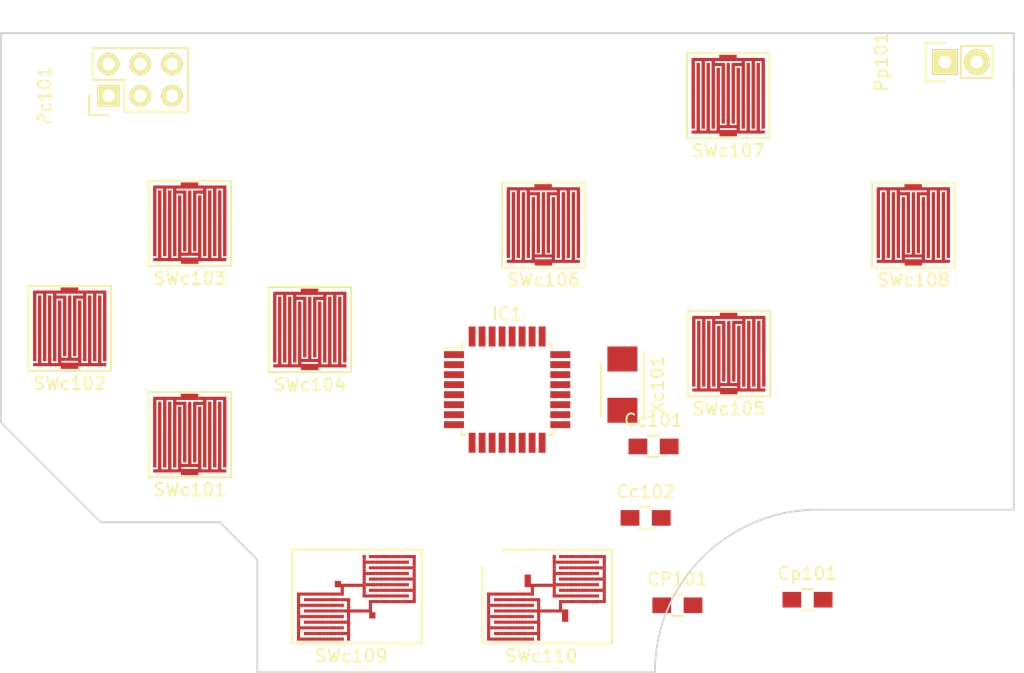
<source format=kicad_pcb>
(kicad_pcb (version 4) (host pcbnew 4.0.0-stable)
  (layers (0 F.Cu signal) (31 B.Cu signal) (34 B.Paste user) (35 F.Paste user) (36 B.SilkS user) (37 F.SilkS user) (38 B.Mask user) (39 F.Mask user) (44 Edge.Cuts user))
  (net 0 "")
  (net 1 GND)
  (net 2 "Net-(Cc101-Pad2)")
  (net 3 "Net-(Cc102-Pad2)")
  (net 4 VCC)
  (net 5 "Net-(IC1-Pad1)")
  (net 6 "Net-(IC1-Pad2)")
  (net 7 "Net-(IC1-Pad3)")
  (net 8 "Net-(IC1-Pad6)")
  (net 9 "Net-(IC1-Pad8)")
  (net 10 "Net-(IC1-Pad9)")
  (net 11 "Net-(IC1-Pad10)")
  (net 12 "Net-(IC1-Pad11)")
  (net 13 "Net-(IC1-Pad12)")
  (net 14 "Net-(IC1-Pad13)")
  (net 15 "Net-(IC1-Pad14)")
  (net 16 "Net-(IC1-Pad15)")
  (net 17 "Net-(IC1-Pad16)")
  (net 18 "Net-(IC1-Pad18)")
  (net 19 "Net-(IC1-Pad19)")
  (net 20 "Net-(IC1-Pad20)")
  (net 21 "Net-(IC1-Pad21)")
  (net 22 "Net-(IC1-Pad22)")
  (net 23 "Net-(IC1-Pad23)")
  (net 24 "Net-(IC1-Pad24)")
  (net 25 "Net-(IC1-Pad25)")
  (net 26 "Net-(IC1-Pad26)")
  (net 27 "Net-(IC1-Pad27)")
  (net 28 "Net-(IC1-Pad28)")
  (net 29 "Net-(IC1-Pad29)")
  (net 30 "Net-(IC1-Pad30)")
  (net 31 "Net-(IC1-Pad31)")
  (net 32 "Net-(IC1-Pad32)")
  (net 33 "Net-(IC1-Pad7)")
  (net 34 "Net-(IC1-Pad17)")
  (module Housings_QFP:TQFP-32_7x7mm_Pitch0.8mm (layer F.Cu) (at 59.88 46.6)
    (fp_text reference IC1 (at 0 -6.05) (layer F.SilkS))
    (fp_text value ATTINY88-A)
    (pad 1 smd rect (at -4.25 -2.8) (size 1.6 0.55) (layers F.Cu F.Paste F.Mask) (net 5 "Net-(IC1-Pad1)"))
    (pad 2 smd rect (at -4.25 -2) (size 1.6 0.55) (layers F.Cu F.Paste F.Mask) (net 6 "Net-(IC1-Pad2)"))
    (pad 3 smd rect (at -4.25 -1.2) (size 1.6 0.55) (layers F.Cu F.Paste F.Mask) (net 7 "Net-(IC1-Pad3)"))
    (pad 4 smd rect (at -4.25 -0.4) (size 1.6 0.55) (layers F.Cu F.Paste F.Mask) (net 4 VCC))
    (pad 5 smd rect (at -4.25 0.4) (size 1.6 0.55) (layers F.Cu F.Paste F.Mask) (net 1 GND))
    (pad 6 smd rect (at -4.25 1.2) (size 1.6 0.55) (layers F.Cu F.Paste F.Mask) (net 8 "Net-(IC1-Pad6)"))
    (pad 7 smd rect (at -4.25 2) (size 1.6 0.55) (layers F.Cu F.Paste F.Mask) (net 33 "Net-(IC1-Pad7)"))
    (pad 8 smd rect (at -4.25 2.8) (size 1.6 0.55) (layers F.Cu F.Paste F.Mask) (net 9 "Net-(IC1-Pad8)"))
    (pad 9 smd rect (at -2.8 4.25 90) (size 1.6 0.55) (layers F.Cu F.Paste F.Mask) (net 10 "Net-(IC1-Pad9)"))
    (pad 10 smd rect (at -2 4.25 90) (size 1.6 0.55) (layers F.Cu F.Paste F.Mask) (net 11 "Net-(IC1-Pad10)"))
    (pad 11 smd rect (at -1.2 4.25 90) (size 1.6 0.55) (layers F.Cu F.Paste F.Mask) (net 12 "Net-(IC1-Pad11)"))
    (pad 12 smd rect (at -0.4 4.25 90) (size 1.6 0.55) (layers F.Cu F.Paste F.Mask) (net 13 "Net-(IC1-Pad12)"))
    (pad 13 smd rect (at 0.4 4.25 90) (size 1.6 0.55) (layers F.Cu F.Paste F.Mask) (net 14 "Net-(IC1-Pad13)"))
    (pad 14 smd rect (at 1.2 4.25 90) (size 1.6 0.55) (layers F.Cu F.Paste F.Mask) (net 15 "Net-(IC1-Pad14)"))
    (pad 15 smd rect (at 2 4.25 90) (size 1.6 0.55) (layers F.Cu F.Paste F.Mask) (net 16 "Net-(IC1-Pad15)"))
    (pad 16 smd rect (at 2.8 4.25 90) (size 1.6 0.55) (layers F.Cu F.Paste F.Mask) (net 17 "Net-(IC1-Pad16)"))
    (pad 17 smd rect (at 4.25 2.8) (size 1.6 0.55) (layers F.Cu F.Paste F.Mask) (net 34 "Net-(IC1-Pad17)"))
    (pad 18 smd rect (at 4.25 2) (size 1.6 0.55) (layers F.Cu F.Paste F.Mask) (net 18 "Net-(IC1-Pad18)"))
    (pad 19 smd rect (at 4.25 1.2) (size 1.6 0.55) (layers F.Cu F.Paste F.Mask) (net 19 "Net-(IC1-Pad19)"))
    (pad 20 smd rect (at 4.25 0.4) (size 1.6 0.55) (layers F.Cu F.Paste F.Mask) (net 20 "Net-(IC1-Pad20)"))
    (pad 21 smd rect (at 4.25 -0.4) (size 1.6 0.55) (layers F.Cu F.Paste F.Mask) (net 21 "Net-(IC1-Pad21)"))
    (pad 22 smd rect (at 4.25 -1.2) (size 1.6 0.55) (layers F.Cu F.Paste F.Mask) (net 22 "Net-(IC1-Pad22)"))
    (pad 23 smd rect (at 4.25 -2) (size 1.6 0.55) (layers F.Cu F.Paste F.Mask) (net 23 "Net-(IC1-Pad23)"))
    (pad 24 smd rect (at 4.25 -2.8) (size 1.6 0.55) (layers F.Cu F.Paste F.Mask) (net 24 "Net-(IC1-Pad24)"))
    (pad 25 smd rect (at 2.8 -4.25 90) (size 1.6 0.55) (layers F.Cu F.Paste F.Mask) (net 25 "Net-(IC1-Pad25)"))
    (pad 26 smd rect (at 2 -4.25 90) (size 1.6 0.55) (layers F.Cu F.Paste F.Mask) (net 26 "Net-(IC1-Pad26)"))
    (pad 27 smd rect (at 1.2 -4.25 90) (size 1.6 0.55) (layers F.Cu F.Paste F.Mask) (net 27 "Net-(IC1-Pad27)"))
    (pad 28 smd rect (at 0.4 -4.25 90) (size 1.6 0.55) (layers F.Cu F.Paste F.Mask) (net 28 "Net-(IC1-Pad28)"))
    (pad 29 smd rect (at -0.4 -4.25 90) (size 1.6 0.55) (layers F.Cu F.Paste F.Mask) (net 29 "Net-(IC1-Pad29)"))
    (pad 30 smd rect (at -1.2 -4.25 90) (size 1.6 0.55) (layers F.Cu F.Paste F.Mask) (net 30 "Net-(IC1-Pad30)"))
    (pad 31 smd rect (at -2 -4.25 90) (size 1.6 0.55) (layers F.Cu F.Paste F.Mask) (net 31 "Net-(IC1-Pad31)"))
    (pad 32 smd rect (at -2.8 -4.25 90) (size 1.6 0.55) (layers F.Cu F.Paste F.Mask) (net 32 "Net-(IC1-Pad32)"))
  )
  (module Capacitors_SMD:C_0805_HandSoldering (layer F.Cu) (at 71.59 51.145)
    (fp_text reference Cc101 (at 0 -2.1) (layer F.SilkS))
    (fp_text value 22pF)
    (pad 1 smd rect (at -1.25 0) (size 1.5 1.25) (layers F.Cu F.Paste F.Mask) (net 1 GND))
    (pad 2 smd rect (at 1.25 0) (size 1.5 1.25) (layers F.Cu F.Paste F.Mask) (net 2 "Net-(Cc101-Pad2)"))
  )
  (module Capacitors_SMD:C_0805_HandSoldering (layer F.Cu) (at 70.955 56.86)
    (fp_text reference Cc102 (at 0 -2.1) (layer F.SilkS))
    (fp_text value 22pF)
    (pad 1 smd rect (at -1.25 0) (size 1.5 1.25) (layers F.Cu F.Paste F.Mask) (net 1 GND))
    (pad 2 smd rect (at 1.25 0) (size 1.5 1.25) (layers F.Cu F.Paste F.Mask) (net 3 "Net-(Cc102-Pad2)"))
  )
  (module Capacitors_SMD:C_0805_HandSoldering (layer F.Cu) (at 73.495 63.845)
    (fp_text reference CP101 (at 0 -2.1) (layer F.SilkS))
    (fp_text value C)
    (pad 1 smd rect (at -1.25 0) (size 1.5 1.25) (layers F.Cu F.Paste F.Mask) (net 4 VCC))
    (pad 2 smd rect (at 1.25 0) (size 1.5 1.25) (layers F.Cu F.Paste F.Mask) (net 1 GND))
  )
  (module Pin_Headers:Pin_Header_Straight_1x02 (layer F.Cu) (at 94.9 20.4 90)
    (fp_text reference Pp101 (at 0 -5.1 90) (layer F.SilkS))
    (fp_text value CONN_01X02)
    (pad 1 thru_hole rect (at 0 0 90) (size 2.032 2.032) (drill 1.016) (layers *.Cu *.Mask F.SilkS) (net 4 VCC))
    (pad 2 thru_hole oval (at 0 2.54 90) (size 2.032 2.032) (drill 1.016) (layers *.Cu *.Mask F.SilkS) (net 1 GND))
  )
  (module Crystals:Crystal_SMD_5032_2Pads (layer F.Cu) (at 69.1 46.2 270)
    (fp_text reference Xc101 (at 0 -2.8 270) (layer F.SilkS))
    (fp_text value 12MHz)
    (pad 1 smd rect (at -2.05 0 270) (size 2 2.4) (layers F.Cu F.Paste F.Mask) (net 3 "Net-(Cc102-Pad2)"))
    (pad 2 smd rect (at 2.05 0 270) (size 2 2.4) (layers F.Cu F.Paste F.Mask) (net 2 "Net-(Cc101-Pad2)"))
  )
  (module Mounting_Holes:MountingHole_2.2mm_M2 (layer F.Cu) (at 22.43 26.16)
    (fp_text reference "" (at 0 -3.2) (layer F.SilkS))
    (fp_text value "")
    (pad 1 np_thru_hole circle (at 0 0) (size 2.2 2.2) (drill 2.2) (layers *.Cu *.Mask F.SilkS))
  )
  (module Mounting_Holes:MountingHole_2.2mm_M2 (layer F.Cu) (at 23.45 32.22)
    (fp_text reference "" (at 0 -3.2) (layer F.SilkS))
    (fp_text value "")
    (pad 1 np_thru_hole circle (at 0 0) (size 2.2 2.2) (drill 2.2) (layers *.Cu *.Mask F.SilkS))
  )
  (module Mounting_Holes:MountingHole_2.2mm_M2 (layer F.Cu) (at 50.4 32.16)
    (fp_text reference "" (at 0 -3.2) (layer F.SilkS))
    (fp_text value "")
    (pad 1 np_thru_hole circle (at 0 0) (size 2.2 2.2) (drill 2.2) (layers *.Cu *.Mask F.SilkS))
  )
  (module Mounting_Holes:MountingHole_2.2mm_M2 (layer F.Cu) (at 76.89 32.22)
    (fp_text reference "" (at 0 -3.2) (layer F.SilkS))
    (fp_text value "")
    (pad 1 np_thru_hole circle (at 0 0) (size 2.2 2.2) (drill 2.2) (layers *.Cu *.Mask F.SilkS))
  )
  (module Mounting_Holes:MountingHole_2.2mm_M2 (layer F.Cu) (at 71.62 40.25)
    (fp_text reference "" (at 0 -3.2) (layer F.SilkS))
    (fp_text value "")
    (pad 1 np_thru_hole circle (at 0 0) (size 2.2 2.2) (drill 2.2) (layers *.Cu *.Mask F.SilkS))
  )
  (module Mounting_Holes:MountingHole_2.2mm_M2 (layer F.Cu) (at 97.91 25.74)
    (fp_text reference "" (at 0 -3.2) (layer F.SilkS))
    (fp_text value "")
    (pad 1 np_thru_hole circle (at 0 0) (size 2.2 2.2) (drill 2.2) (layers *.Cu *.Mask F.SilkS))
  )
  (module Mounting_Holes:MountingHole_2.2mm_M2 (layer F.Cu) (at 98.76 40.18)
    (fp_text reference "" (at 0 -3.2) (layer F.SilkS))
    (fp_text value "")
    (pad 1 np_thru_hole circle (at 0 0) (size 2.2 2.2) (drill 2.2) (layers *.Cu *.Mask F.SilkS))
  )
  (module Mounting_Holes:MountingHole_2.2mm_M2 (layer F.Cu) (at 97.38 49.03)
    (fp_text reference "" (at 0 -3.2) (layer F.SilkS))
    (fp_text value "")
    (pad 1 np_thru_hole circle (at 0 0) (size 2.2 2.2) (drill 2.2) (layers *.Cu *.Mask F.SilkS))
  )
  (module Mounting_Holes:MountingHole_2.2mm_M2 (layer F.Cu) (at 58.41 59.72)
    (fp_text reference "" (at 0 -3.2) (layer F.SilkS))
    (fp_text value "")
    (pad 1 np_thru_hole circle (at 0 0) (size 2.2 2.2) (drill 2.2) (layers *.Cu *.Mask F.SilkS))
  )
  (module Mounting_Holes:MountingHole_2.2mm_M2 (layer F.Cu) (at 50.9 55.2)
    (fp_text reference "" (at 0 -3.2) (layer F.SilkS))
    (fp_text value "")
    (pad 1 np_thru_hole circle (at 0 0) (size 2.2 2.2) (drill 2.2) (layers *.Cu *.Mask F.SilkS))
  )
  (module Mounting_Holes:MountingHole_2.2mm_M2 (layer F.Cu) (at 44.92 52.19)
    (fp_text reference "" (at 0 -3.2) (layer F.SilkS))
    (fp_text value "")
    (pad 1 np_thru_hole circle (at 0 0) (size 2.2 2.2) (drill 2.2) (layers *.Cu *.Mask F.SilkS))
  )
  (module Pin_Headers:Pin_Header_Straight_2x03 (layer F.Cu) (at 28 23.1 90)
    (fp_text reference Pc101 (at 0 -5.1 90) (layer F.SilkS))
    (fp_text value CONN_02X03)
    (pad 1 thru_hole rect (at 0 0 90) (size 1.7272 1.7272) (drill 1.016) (layers *.Cu *.Mask F.SilkS) (net 17 "Net-(IC1-Pad16)"))
    (pad 2 thru_hole oval (at 2.54 0 90) (size 1.7272 1.7272) (drill 1.016) (layers *.Cu *.Mask F.SilkS) (net 4 VCC))
    (pad 3 thru_hole oval (at 0 2.54 90) (size 1.7272 1.7272) (drill 1.016) (layers *.Cu *.Mask F.SilkS) (net 34 "Net-(IC1-Pad17)"))
    (pad 4 thru_hole oval (at 2.54 2.54 90) (size 1.7272 1.7272) (drill 1.016) (layers *.Cu *.Mask F.SilkS) (net 16 "Net-(IC1-Pad15)"))
    (pad 5 thru_hole oval (at 0 5.08 90) (size 1.7272 1.7272) (drill 1.016) (layers *.Cu *.Mask F.SilkS) (net 29 "Net-(IC1-Pad29)"))
    (pad 6 thru_hole oval (at 2.54 5.08 90) (size 1.7272 1.7272) (drill 1.016) (layers *.Cu *.Mask F.SilkS) (net 1 GND))
  )
  (module GBFootprints:GBButtonPad5mm (layer F.Cu) (at 62.78 33.14)
    (fp_text reference SWc106 (at 0 4.7) (layer F.SilkS))
    (fp_text value SW_PUSH hide)
    (pad 98 smd rect (at 0.58 2.77) (size 0.25 0.25) (layers F.Cu F.Paste F.Mask))
    (pad 98 smd rect (at 0.5 2.77) (size 0.25 0.25) (layers F.Cu F.Paste F.Mask))
    (pad 98 smd rect (at 0.25 2.77) (size 0.25 0.25) (layers F.Cu F.Paste F.Mask))
    (pad 98 smd rect (at 0 2.77) (size 0.25 0.25) (layers F.Cu F.Paste F.Mask))
    (pad 98 smd rect (at -0.6 2.77) (size 0.25 0.25) (layers F.Cu F.Paste F.Mask))
    (pad 98 smd rect (at -0.46 2.77) (size 0.25 0.25) (layers F.Cu F.Paste F.Mask))
    (pad 98 smd rect (at -0.25 2.77) (size 0.25 0.25) (layers F.Cu F.Paste F.Mask))
    (pad 69 smd rect (at 0 -2.2) (size 0.25 0.25) (layers F.Cu F.Paste F.Mask))
    (pad 69 smd rect (at 0.97 -2.2) (size 0.25 0.25) (layers F.Cu F.Paste F.Mask))
    (pad 69 smd rect (at 0.85 -2.2) (size 0.25 0.25) (layers F.Cu F.Paste F.Mask))
    (pad 69 smd rect (at 0.63 -2.2) (size 0.25 0.25) (layers F.Cu F.Paste F.Mask))
    (pad 69 smd rect (at -1.01 -2.2) (size 0.25 0.25) (layers F.Cu F.Paste F.Mask))
    (pad 69 smd rect (at -0.83 -2.2) (size 0.25 0.25) (layers F.Cu F.Paste F.Mask))
    (pad 69 smd rect (at -0.6 -2.2) (size 0.25 0.25) (layers F.Cu F.Paste F.Mask))
    (pad 1 connect rect (at -0.02 -2.72) (size 1.4 0.5) (layers F.Cu F.Mask) (net 16 "Net-(IC1-Pad15)"))
    (pad 97 smd rect (at 0.4 2.4) (size 0.25 0.25) (layers F.Cu F.Paste F.Mask))
    (pad 96 smd rect (at 0.4 2.2) (size 0.25 0.25) (layers F.Cu F.Paste F.Mask))
    (pad 95 smd rect (at 0.4 2) (size 0.25 0.25) (layers F.Cu F.Paste F.Mask))
    (pad 94 smd rect (at 0.4 1.8) (size 0.25 0.25) (layers F.Cu F.Paste F.Mask))
    (pad 93 smd rect (at 0.4 1.6) (size 0.25 0.25) (layers F.Cu F.Paste F.Mask))
    (pad 91 smd rect (at 0.4 1.4) (size 0.25 0.25) (layers F.Cu F.Paste F.Mask))
    (pad 90 smd rect (at 0.4 1.2) (size 0.25 0.25) (layers F.Cu F.Paste F.Mask))
    (pad 89 smd rect (at 0.4 1) (size 0.25 0.25) (layers F.Cu F.Paste F.Mask))
    (pad 88 smd rect (at 0.4 0.8) (size 0.25 0.25) (layers F.Cu F.Paste F.Mask))
    (pad 87 smd rect (at 0.4 0.6) (size 0.25 0.25) (layers F.Cu F.Paste F.Mask))
    (pad 86 smd rect (at 0.4 0.4) (size 0.25 0.25) (layers F.Cu F.Paste F.Mask))
    (pad 85 smd rect (at 0.4 0.2) (size 0.25 0.25) (layers F.Cu F.Paste F.Mask))
    (pad 84 smd rect (at 0.4 0) (size 0.25 0.25) (layers F.Cu F.Paste F.Mask))
    (pad 83 smd rect (at 0.4 -0.2) (size 0.25 0.25) (layers F.Cu F.Paste F.Mask))
    (pad 82 smd rect (at 0.4 -0.4) (size 0.25 0.25) (layers F.Cu F.Paste F.Mask))
    (pad 80 smd rect (at 0.4 -0.6) (size 0.25 0.25) (layers F.Cu F.Paste F.Mask))
    (pad 78 smd rect (at 0.4 -0.8) (size 0.25 0.25) (layers F.Cu F.Paste F.Mask))
    (pad 77 smd rect (at 0.4 -1) (size 0.25 0.25) (layers F.Cu F.Paste F.Mask))
    (pad 76 smd rect (at 0.4 -1.2) (size 0.25 0.25) (layers F.Cu F.Paste F.Mask))
    (pad 74 smd rect (at 0.4 -1.4) (size 0.25 0.25) (layers F.Cu F.Paste F.Mask))
    (pad 73 smd rect (at 0.4 -1.6) (size 0.25 0.25) (layers F.Cu F.Paste F.Mask))
    (pad 72 smd rect (at 0.4 -1.8) (size 0.25 0.25) (layers F.Cu F.Paste F.Mask))
    (pad 70 smd rect (at 0.4 -2) (size 0.25 0.25) (layers F.Cu F.Paste F.Mask))
    (pad 69 smd rect (at 0.4 -2.2) (size 0.25 0.25) (layers F.Cu F.Paste F.Mask))
    (pad 69 smd rect (at 0.4 -2.2) (size 0.25 0.25) (layers F.Cu F.Paste F.Mask))
    (pad 70 smd rect (at 0.4 -2) (size 0.25 0.25) (layers F.Cu F.Paste F.Mask))
    (pad 72 smd rect (at 0.4 -1.8) (size 0.25 0.25) (layers F.Cu F.Paste F.Mask))
    (pad 73 smd rect (at 0.4 -1.6) (size 0.25 0.25) (layers F.Cu F.Paste F.Mask))
    (pad 74 smd rect (at 0.4 -1.4) (size 0.25 0.25) (layers F.Cu F.Paste F.Mask))
    (pad 76 smd rect (at 0.4 -1.2) (size 0.25 0.25) (layers F.Cu F.Paste F.Mask))
    (pad 77 smd rect (at 0.4 -1) (size 0.25 0.25) (layers F.Cu F.Paste F.Mask))
    (pad 78 smd rect (at 0.4 -0.8) (size 0.25 0.25) (layers F.Cu F.Paste F.Mask))
    (pad 80 smd rect (at 0.4 -0.6) (size 0.25 0.25) (layers F.Cu F.Paste F.Mask))
    (pad 82 smd rect (at 0.4 -0.4) (size 0.25 0.25) (layers F.Cu F.Paste F.Mask))
    (pad 83 smd rect (at 0.4 -0.2) (size 0.25 0.25) (layers F.Cu F.Paste F.Mask))
    (pad 84 smd rect (at 0.4 0) (size 0.25 0.25) (layers F.Cu F.Paste F.Mask))
    (pad 85 smd rect (at 0.4 0.2) (size 0.25 0.25) (layers F.Cu F.Paste F.Mask))
    (pad 86 smd rect (at 0.4 0.4) (size 0.25 0.25) (layers F.Cu F.Paste F.Mask))
    (pad 87 smd rect (at 0.4 0.6) (size 0.25 0.25) (layers F.Cu F.Paste F.Mask))
    (pad 88 smd rect (at 0.4 0.8) (size 0.25 0.25) (layers F.Cu F.Paste F.Mask))
    (pad 89 smd rect (at 0.4 1) (size 0.25 0.25) (layers F.Cu F.Paste F.Mask))
    (pad 90 smd rect (at 0.4 1.2) (size 0.25 0.25) (layers F.Cu F.Paste F.Mask))
    (pad 91 smd rect (at 0.4 1.4) (size 0.25 0.25) (layers F.Cu F.Paste F.Mask))
    (pad 93 smd rect (at 0.4 1.6) (size 0.25 0.25) (layers F.Cu F.Paste F.Mask))
    (pad 94 smd rect (at 0.4 1.8) (size 0.25 0.25) (layers F.Cu F.Paste F.Mask))
    (pad 95 smd rect (at 0.4 2) (size 0.25 0.25) (layers F.Cu F.Paste F.Mask))
    (pad 96 smd rect (at 0.4 2.2) (size 0.25 0.25) (layers F.Cu F.Paste F.Mask))
    (pad 97 smd rect (at 0.4 2.4) (size 0.25 0.25) (layers F.Cu F.Paste F.Mask))
    (pad 99 smd rect (at 0.8 3) (size 0.25 0.25) (layers F.Cu F.Paste F.Mask))
    (pad 98 smd rect (at 0.8 2.8) (size 0.25 0.25) (layers F.Cu F.Paste F.Mask))
    (pad 97 smd rect (at 0.8 2.6) (size 0.25 0.25) (layers F.Cu F.Paste F.Mask))
    (pad 96 smd rect (at 0.8 2.4) (size 0.25 0.25) (layers F.Cu F.Paste F.Mask))
    (pad 95 smd rect (at 0.8 2.2) (size 0.25 0.25) (layers F.Cu F.Paste F.Mask))
    (pad 94 smd rect (at 0.8 2) (size 0.25 0.25) (layers F.Cu F.Paste F.Mask))
    (pad 93 smd rect (at 0.8 1.8) (size 0.25 0.25) (layers F.Cu F.Paste F.Mask))
    (pad 91 smd rect (at 0.8 1.6) (size 0.25 0.25) (layers F.Cu F.Paste F.Mask))
    (pad 90 smd rect (at 0.8 1.4) (size 0.25 0.25) (layers F.Cu F.Paste F.Mask))
    (pad 89 smd rect (at 0.8 1.2) (size 0.25 0.25) (layers F.Cu F.Paste F.Mask))
    (pad 88 smd rect (at 0.8 1) (size 0.25 0.25) (layers F.Cu F.Paste F.Mask))
    (pad 87 smd rect (at 0.8 0.8) (size 0.25 0.25) (layers F.Cu F.Paste F.Mask))
    (pad 86 smd rect (at 0.8 0.6) (size 0.25 0.25) (layers F.Cu F.Paste F.Mask))
    (pad 85 smd rect (at 0.8 0.4) (size 0.25 0.25) (layers F.Cu F.Paste F.Mask))
    (pad 84 smd rect (at 0.8 0.2) (size 0.25 0.25) (layers F.Cu F.Paste F.Mask))
    (pad 83 smd rect (at 0.8 0) (size 0.25 0.25) (layers F.Cu F.Paste F.Mask))
    (pad 82 smd rect (at 0.8 -0.2) (size 0.25 0.25) (layers F.Cu F.Paste F.Mask))
    (pad 80 smd rect (at 0.8 -0.4) (size 0.25 0.25) (layers F.Cu F.Paste F.Mask))
    (pad 78 smd rect (at 0.8 -0.6) (size 0.25 0.25) (layers F.Cu F.Paste F.Mask))
    (pad 77 smd rect (at 0.8 -0.8) (size 0.25 0.25) (layers F.Cu F.Paste F.Mask))
    (pad 76 smd rect (at 0.8 -1) (size 0.25 0.25) (layers F.Cu F.Paste F.Mask))
    (pad 74 smd rect (at 0.8 -1.2) (size 0.25 0.25) (layers F.Cu F.Paste F.Mask))
    (pad 73 smd rect (at 0.8 -1.4) (size 0.25 0.25) (layers F.Cu F.Paste F.Mask))
    (pad 72 smd rect (at 0.8 -1.6) (size 0.25 0.25) (layers F.Cu F.Paste F.Mask))
    (pad 70 smd rect (at 0.8 -1.8) (size 0.25 0.25) (layers F.Cu F.Paste F.Mask))
    (pad 70 smd rect (at 0.8 -1.8) (size 0.25 0.25) (layers F.Cu F.Paste F.Mask))
    (pad 72 smd rect (at 0.8 -1.6) (size 0.25 0.25) (layers F.Cu F.Paste F.Mask))
    (pad 73 smd rect (at 0.8 -1.4) (size 0.25 0.25) (layers F.Cu F.Paste F.Mask))
    (pad 74 smd rect (at 0.8 -1.2) (size 0.25 0.25) (layers F.Cu F.Paste F.Mask))
    (pad 76 smd rect (at 0.8 -1) (size 0.25 0.25) (layers F.Cu F.Paste F.Mask))
    (pad 77 smd rect (at 0.8 -0.8) (size 0.25 0.25) (layers F.Cu F.Paste F.Mask))
    (pad 78 smd rect (at 0.8 -0.6) (size 0.25 0.25) (layers F.Cu F.Paste F.Mask))
    (pad 80 smd rect (at 0.8 -0.4) (size 0.25 0.25) (layers F.Cu F.Paste F.Mask))
    (pad 82 smd rect (at 0.8 -0.2) (size 0.25 0.25) (layers F.Cu F.Paste F.Mask))
    (pad 83 smd rect (at 0.8 0) (size 0.25 0.25) (layers F.Cu F.Paste F.Mask))
    (pad 84 smd rect (at 0.8 0.2) (size 0.25 0.25) (layers F.Cu F.Paste F.Mask))
    (pad 85 smd rect (at 0.8 0.4) (size 0.25 0.25) (layers F.Cu F.Paste F.Mask))
    (pad 86 smd rect (at 0.8 0.6) (size 0.25 0.25) (layers F.Cu F.Paste F.Mask))
    (pad 87 smd rect (at 0.8 0.8) (size 0.25 0.25) (layers F.Cu F.Paste F.Mask))
    (pad 88 smd rect (at 0.8 1) (size 0.25 0.25) (layers F.Cu F.Paste F.Mask))
    (pad 89 smd rect (at 0.8 1.2) (size 0.25 0.25) (layers F.Cu F.Paste F.Mask))
    (pad 90 smd rect (at 0.8 1.4) (size 0.25 0.25) (layers F.Cu F.Paste F.Mask))
    (pad 91 smd rect (at 0.8 1.6) (size 0.25 0.25) (layers F.Cu F.Paste F.Mask))
    (pad 93 smd rect (at 0.8 1.8) (size 0.25 0.25) (layers F.Cu F.Paste F.Mask))
    (pad 94 smd rect (at 0.8 2) (size 0.25 0.25) (layers F.Cu F.Paste F.Mask))
    (pad 95 smd rect (at 0.8 2.2) (size 0.25 0.25) (layers F.Cu F.Paste F.Mask))
    (pad 96 smd rect (at 0.8 2.4) (size 0.25 0.25) (layers F.Cu F.Paste F.Mask))
    (pad 97 smd rect (at 0.8 2.6) (size 0.25 0.25) (layers F.Cu F.Paste F.Mask))
    (pad 98 smd rect (at 0.8 2.8) (size 0.25 0.25) (layers F.Cu F.Paste F.Mask))
    (pad 99 smd rect (at 0.8 3) (size 0.25 0.25) (layers F.Cu F.Paste F.Mask))
    (pad 99 smd rect (at 1.6 3) (size 0.25 0.25) (layers F.Cu F.Paste F.Mask))
    (pad 98 smd rect (at 1.6 2.8) (size 0.25 0.25) (layers F.Cu F.Paste F.Mask))
    (pad 97 smd rect (at 1.6 2.6) (size 0.25 0.25) (layers F.Cu F.Paste F.Mask))
    (pad 96 smd rect (at 1.6 2.4) (size 0.25 0.25) (layers F.Cu F.Paste F.Mask))
    (pad 95 smd rect (at 1.6 2.2) (size 0.25 0.25) (layers F.Cu F.Paste F.Mask))
    (pad 94 smd rect (at 1.6 2) (size 0.25 0.25) (layers F.Cu F.Paste F.Mask))
    (pad 93 smd rect (at 1.6 1.8) (size 0.25 0.25) (layers F.Cu F.Paste F.Mask))
    (pad 91 smd rect (at 1.6 1.6) (size 0.25 0.25) (layers F.Cu F.Paste F.Mask))
    (pad 90 smd rect (at 1.6 1.4) (size 0.25 0.25) (layers F.Cu F.Paste F.Mask))
    (pad 89 smd rect (at 1.6 1.2) (size 0.25 0.25) (layers F.Cu F.Paste F.Mask))
    (pad 88 smd rect (at 1.6 1) (size 0.25 0.25) (layers F.Cu F.Paste F.Mask))
    (pad 87 smd rect (at 1.6 0.8) (size 0.25 0.25) (layers F.Cu F.Paste F.Mask))
    (pad 86 smd rect (at 1.6 0.6) (size 0.25 0.25) (layers F.Cu F.Paste F.Mask))
    (pad 85 smd rect (at 1.6 0.4) (size 0.25 0.25) (layers F.Cu F.Paste F.Mask))
    (pad 84 smd rect (at 1.6 0.2) (size 0.25 0.25) (layers F.Cu F.Paste F.Mask))
    (pad 83 smd rect (at 1.6 0) (size 0.25 0.25) (layers F.Cu F.Paste F.Mask))
    (pad 82 smd rect (at 1.6 -0.2) (size 0.25 0.25) (layers F.Cu F.Paste F.Mask))
    (pad 80 smd rect (at 1.6 -0.4) (size 0.25 0.25) (layers F.Cu F.Paste F.Mask))
    (pad 78 smd rect (at 1.6 -0.6) (size 0.25 0.25) (layers F.Cu F.Paste F.Mask))
    (pad 77 smd rect (at 1.6 -0.8) (size 0.25 0.25) (layers F.Cu F.Paste F.Mask))
    (pad 76 smd rect (at 1.6 -1) (size 0.25 0.25) (layers F.Cu F.Paste F.Mask))
    (pad 74 smd rect (at 1.6 -1.2) (size 0.25 0.25) (layers F.Cu F.Paste F.Mask))
    (pad 73 smd rect (at 1.6 -1.4) (size 0.25 0.25) (layers F.Cu F.Paste F.Mask))
    (pad 72 smd rect (at 1.6 -1.6) (size 0.25 0.25) (layers F.Cu F.Paste F.Mask))
    (pad 70 smd rect (at 1.6 -1.8) (size 0.25 0.25) (layers F.Cu F.Paste F.Mask))
    (pad 69 smd rect (at 1.6 -2) (size 0.25 0.25) (layers F.Cu F.Paste F.Mask))
    (pad 68 smd rect (at 1.6 -2.2) (size 0.25 0.25) (layers F.Cu F.Paste F.Mask))
    (pad 68 smd rect (at 1.6 -2.2) (size 0.25 0.25) (layers F.Cu F.Paste F.Mask))
    (pad 69 smd rect (at 1.6 -2) (size 0.25 0.25) (layers F.Cu F.Paste F.Mask))
    (pad 70 smd rect (at 1.6 -1.8) (size 0.25 0.25) (layers F.Cu F.Paste F.Mask))
    (pad 72 smd rect (at 1.6 -1.6) (size 0.25 0.25) (layers F.Cu F.Paste F.Mask))
    (pad 73 smd rect (at 1.6 -1.4) (size 0.25 0.25) (layers F.Cu F.Paste F.Mask))
    (pad 74 smd rect (at 1.6 -1.2) (size 0.25 0.25) (layers F.Cu F.Paste F.Mask))
    (pad 76 smd rect (at 1.6 -1) (size 0.25 0.25) (layers F.Cu F.Paste F.Mask))
    (pad 77 smd rect (at 1.6 -0.8) (size 0.25 0.25) (layers F.Cu F.Paste F.Mask))
    (pad 78 smd rect (at 1.6 -0.6) (size 0.25 0.25) (layers F.Cu F.Paste F.Mask))
    (pad 80 smd rect (at 1.6 -0.4) (size 0.25 0.25) (layers F.Cu F.Paste F.Mask))
    (pad 82 smd rect (at 1.6 -0.2) (size 0.25 0.25) (layers F.Cu F.Paste F.Mask))
    (pad 83 smd rect (at 1.6 0) (size 0.25 0.25) (layers F.Cu F.Paste F.Mask))
    (pad 84 smd rect (at 1.6 0.2) (size 0.25 0.25) (layers F.Cu F.Paste F.Mask))
    (pad 85 smd rect (at 1.6 0.4) (size 0.25 0.25) (layers F.Cu F.Paste F.Mask))
    (pad 86 smd rect (at 1.6 0.6) (size 0.25 0.25) (layers F.Cu F.Paste F.Mask))
    (pad 87 smd rect (at 1.6 0.8) (size 0.25 0.25) (layers F.Cu F.Paste F.Mask))
    (pad 88 smd rect (at 1.6 1) (size 0.25 0.25) (layers F.Cu F.Paste F.Mask))
    (pad 89 smd rect (at 1.6 1.2) (size 0.25 0.25) (layers F.Cu F.Paste F.Mask))
    (pad 90 smd rect (at 1.6 1.4) (size 0.25 0.25) (layers F.Cu F.Paste F.Mask))
    (pad 91 smd rect (at 1.6 1.6) (size 0.25 0.25) (layers F.Cu F.Paste F.Mask))
    (pad 93 smd rect (at 1.6 1.8) (size 0.25 0.25) (layers F.Cu F.Paste F.Mask))
    (pad 94 smd rect (at 1.6 2) (size 0.25 0.25) (layers F.Cu F.Paste F.Mask))
    (pad 95 smd rect (at 1.6 2.2) (size 0.25 0.25) (layers F.Cu F.Paste F.Mask))
    (pad 96 smd rect (at 1.6 2.4) (size 0.25 0.25) (layers F.Cu F.Paste F.Mask))
    (pad 97 smd rect (at 1.6 2.6) (size 0.25 0.25) (layers F.Cu F.Paste F.Mask))
    (pad 98 smd rect (at 1.6 2.8) (size 0.25 0.25) (layers F.Cu F.Paste F.Mask))
    (pad 99 smd rect (at 1.6 3) (size 0.25 0.25) (layers F.Cu F.Paste F.Mask))
    (pad 99 smd rect (at 1.2 2.8) (size 0.25 0.25) (layers F.Cu F.Paste F.Mask))
    (pad 98 smd rect (at 1.2 2.6) (size 0.25 0.25) (layers F.Cu F.Paste F.Mask))
    (pad 97 smd rect (at 1.2 2.4) (size 0.25 0.25) (layers F.Cu F.Paste F.Mask))
    (pad 96 smd rect (at 1.2 2.2) (size 0.25 0.25) (layers F.Cu F.Paste F.Mask))
    (pad 95 smd rect (at 1.2 2) (size 0.25 0.25) (layers F.Cu F.Paste F.Mask))
    (pad 94 smd rect (at 1.2 1.8) (size 0.25 0.25) (layers F.Cu F.Paste F.Mask))
    (pad 93 smd rect (at 1.2 1.6) (size 0.25 0.25) (layers F.Cu F.Paste F.Mask))
    (pad 91 smd rect (at 1.2 1.4) (size 0.25 0.25) (layers F.Cu F.Paste F.Mask))
    (pad 90 smd rect (at 1.2 1.2) (size 0.25 0.25) (layers F.Cu F.Paste F.Mask))
    (pad 89 smd rect (at 1.2 1) (size 0.25 0.25) (layers F.Cu F.Paste F.Mask))
    (pad 88 smd rect (at 1.2 0.8) (size 0.25 0.25) (layers F.Cu F.Paste F.Mask))
    (pad 87 smd rect (at 1.2 0.6) (size 0.25 0.25) (layers F.Cu F.Paste F.Mask))
    (pad 86 smd rect (at 1.2 0.4) (size 0.25 0.25) (layers F.Cu F.Paste F.Mask))
    (pad 85 smd rect (at 1.2 0.2) (size 0.25 0.25) (layers F.Cu F.Paste F.Mask))
    (pad 84 smd rect (at 1.2 0) (size 0.25 0.25) (layers F.Cu F.Paste F.Mask))
    (pad 83 smd rect (at 1.2 -0.2) (size 0.25 0.25) (layers F.Cu F.Paste F.Mask))
    (pad 82 smd rect (at 1.2 -0.4) (size 0.25 0.25) (layers F.Cu F.Paste F.Mask))
    (pad 80 smd rect (at 1.2 -0.6) (size 0.25 0.25) (layers F.Cu F.Paste F.Mask))
    (pad 78 smd rect (at 1.2 -0.8) (size 0.25 0.25) (layers F.Cu F.Paste F.Mask))
    (pad 77 smd rect (at 1.2 -1) (size 0.25 0.25) (layers F.Cu F.Paste F.Mask))
    (pad 76 smd rect (at 1.2 -1.2) (size 0.25 0.25) (layers F.Cu F.Paste F.Mask))
    (pad 74 smd rect (at 1.2 -1.4) (size 0.25 0.25) (layers F.Cu F.Paste F.Mask))
    (pad 73 smd rect (at 1.2 -1.6) (size 0.25 0.25) (layers F.Cu F.Paste F.Mask))
    (pad 72 smd rect (at 1.2 -1.8) (size 0.25 0.25) (layers F.Cu F.Paste F.Mask))
    (pad 70 smd rect (at 1.2 -2) (size 0.25 0.25) (layers F.Cu F.Paste F.Mask))
    (pad 69 smd rect (at 1.2 -2.2) (size 0.25 0.25) (layers F.Cu F.Paste F.Mask))
    (pad 68 smd rect (at 1.2 -2.4) (size 0.25 0.25) (layers F.Cu F.Paste F.Mask))
    (pad 68 smd rect (at 1.2 -2.4) (size 0.25 0.25) (layers F.Cu F.Paste F.Mask))
    (pad 69 smd rect (at 1.2 -2.2) (size 0.25 0.25) (layers F.Cu F.Paste F.Mask))
    (pad 70 smd rect (at 1.2 -2) (size 0.25 0.25) (layers F.Cu F.Paste F.Mask))
    (pad 72 smd rect (at 1.2 -1.8) (size 0.25 0.25) (layers F.Cu F.Paste F.Mask))
    (pad 73 smd rect (at 1.2 -1.6) (size 0.25 0.25) (layers F.Cu F.Paste F.Mask))
    (pad 74 smd rect (at 1.2 -1.4) (size 0.25 0.25) (layers F.Cu F.Paste F.Mask))
    (pad 76 smd rect (at 1.2 -1.2) (size 0.25 0.25) (layers F.Cu F.Paste F.Mask))
    (pad 77 smd rect (at 1.2 -1) (size 0.25 0.25) (layers F.Cu F.Paste F.Mask))
    (pad 78 smd rect (at 1.2 -0.8) (size 0.25 0.25) (layers F.Cu F.Paste F.Mask))
    (pad 80 smd rect (at 1.2 -0.6) (size 0.25 0.25) (layers F.Cu F.Paste F.Mask))
    (pad 82 smd rect (at 1.2 -0.4) (size 0.25 0.25) (layers F.Cu F.Paste F.Mask))
    (pad 83 smd rect (at 1.2 -0.2) (size 0.25 0.25) (layers F.Cu F.Paste F.Mask))
    (pad 84 smd rect (at 1.2 0) (size 0.25 0.25) (layers F.Cu F.Paste F.Mask))
    (pad 85 smd rect (at 1.2 0.2) (size 0.25 0.25) (layers F.Cu F.Paste F.Mask))
    (pad 86 smd rect (at 1.2 0.4) (size 0.25 0.25) (layers F.Cu F.Paste F.Mask))
    (pad 87 smd rect (at 1.2 0.6) (size 0.25 0.25) (layers F.Cu F.Paste F.Mask))
    (pad 88 smd rect (at 1.2 0.8) (size 0.25 0.25) (layers F.Cu F.Paste F.Mask))
    (pad 89 smd rect (at 1.2 1) (size 0.25 0.25) (layers F.Cu F.Paste F.Mask))
    (pad 90 smd rect (at 1.2 1.2) (size 0.25 0.25) (layers F.Cu F.Paste F.Mask))
    (pad 91 smd rect (at 1.2 1.4) (size 0.25 0.25) (layers F.Cu F.Paste F.Mask))
    (pad 93 smd rect (at 1.2 1.6) (size 0.25 0.25) (layers F.Cu F.Paste F.Mask))
    (pad 94 smd rect (at 1.2 1.8) (size 0.25 0.25) (layers F.Cu F.Paste F.Mask))
    (pad 95 smd rect (at 1.2 2) (size 0.25 0.25) (layers F.Cu F.Paste F.Mask))
    (pad 96 smd rect (at 1.2 2.2) (size 0.25 0.25) (layers F.Cu F.Paste F.Mask))
    (pad 97 smd rect (at 1.2 2.4) (size 0.25 0.25) (layers F.Cu F.Paste F.Mask))
    (pad 98 smd rect (at 1.2 2.6) (size 0.25 0.25) (layers F.Cu F.Paste F.Mask))
    (pad 99 smd rect (at 1.2 2.8) (size 0.25 0.25) (layers F.Cu F.Paste F.Mask))
    (pad 99 smd rect (at 2.8 2.8) (size 0.25 0.25) (layers F.Cu F.Paste F.Mask))
    (pad 98 smd rect (at 2.8 2.6) (size 0.25 0.25) (layers F.Cu F.Paste F.Mask))
    (pad 97 smd rect (at 2.8 2.4) (size 0.25 0.25) (layers F.Cu F.Paste F.Mask))
    (pad 96 smd rect (at 2.8 2.2) (size 0.25 0.25) (layers F.Cu F.Paste F.Mask))
    (pad 95 smd rect (at 2.8 2) (size 0.25 0.25) (layers F.Cu F.Paste F.Mask))
    (pad 94 smd rect (at 2.8 1.8) (size 0.25 0.25) (layers F.Cu F.Paste F.Mask))
    (pad 93 smd rect (at 2.8 1.6) (size 0.25 0.25) (layers F.Cu F.Paste F.Mask))
    (pad 91 smd rect (at 2.8 1.4) (size 0.25 0.25) (layers F.Cu F.Paste F.Mask))
    (pad 90 smd rect (at 2.8 1.2) (size 0.25 0.25) (layers F.Cu F.Paste F.Mask))
    (pad 89 smd rect (at 2.8 1) (size 0.25 0.25) (layers F.Cu F.Paste F.Mask))
    (pad 88 smd rect (at 2.8 0.8) (size 0.25 0.25) (layers F.Cu F.Paste F.Mask))
    (pad 87 smd rect (at 2.8 0.6) (size 0.25 0.25) (layers F.Cu F.Paste F.Mask))
    (pad 86 smd rect (at 2.8 0.4) (size 0.25 0.25) (layers F.Cu F.Paste F.Mask))
    (pad 85 smd rect (at 2.8 0.2) (size 0.25 0.25) (layers F.Cu F.Paste F.Mask))
    (pad 84 smd rect (at 2.8 0) (size 0.25 0.25) (layers F.Cu F.Paste F.Mask))
    (pad 83 smd rect (at 2.8 -0.2) (size 0.25 0.25) (layers F.Cu F.Paste F.Mask))
    (pad 82 smd rect (at 2.8 -0.4) (size 0.25 0.25) (layers F.Cu F.Paste F.Mask))
    (pad 80 smd rect (at 2.8 -0.6) (size 0.25 0.25) (layers F.Cu F.Paste F.Mask))
    (pad 78 smd rect (at 2.8 -0.8) (size 0.25 0.25) (layers F.Cu F.Paste F.Mask))
    (pad 77 smd rect (at 2.8 -1) (size 0.25 0.25) (layers F.Cu F.Paste F.Mask))
    (pad 76 smd rect (at 2.8 -1.2) (size 0.25 0.25) (layers F.Cu F.Paste F.Mask))
    (pad 74 smd rect (at 2.8 -1.4) (size 0.25 0.25) (layers F.Cu F.Paste F.Mask))
    (pad 73 smd rect (at 2.8 -1.6) (size 0.25 0.25) (layers F.Cu F.Paste F.Mask))
    (pad 72 smd rect (at 2.8 -1.8) (size 0.25 0.25) (layers F.Cu F.Paste F.Mask))
    (pad 70 smd rect (at 2.8 -2) (size 0.25 0.25) (layers F.Cu F.Paste F.Mask))
    (pad 69 smd rect (at 2.8 -2.2) (size 0.25 0.25) (layers F.Cu F.Paste F.Mask))
    (pad 68 smd rect (at 2.8 -2.4) (size 0.25 0.25) (layers F.Cu F.Paste F.Mask))
    (pad 68 smd rect (at 2.8 -2.4) (size 0.25 0.25) (layers F.Cu F.Paste F.Mask))
    (pad 69 smd rect (at 2.8 -2.2) (size 0.25 0.25) (layers F.Cu F.Paste F.Mask))
    (pad 70 smd rect (at 2.8 -2) (size 0.25 0.25) (layers F.Cu F.Paste F.Mask))
    (pad 72 smd rect (at 2.8 -1.8) (size 0.25 0.25) (layers F.Cu F.Paste F.Mask))
    (pad 73 smd rect (at 2.8 -1.6) (size 0.25 0.25) (layers F.Cu F.Paste F.Mask))
    (pad 74 smd rect (at 2.8 -1.4) (size 0.25 0.25) (layers F.Cu F.Paste F.Mask))
    (pad 76 smd rect (at 2.8 -1.2) (size 0.25 0.25) (layers F.Cu F.Paste F.Mask))
    (pad 77 smd rect (at 2.8 -1) (size 0.25 0.25) (layers F.Cu F.Paste F.Mask))
    (pad 78 smd rect (at 2.8 -0.8) (size 0.25 0.25) (layers F.Cu F.Paste F.Mask))
    (pad 80 smd rect (at 2.8 -0.6) (size 0.25 0.25) (layers F.Cu F.Paste F.Mask))
    (pad 82 smd rect (at 2.8 -0.4) (size 0.25 0.25) (layers F.Cu F.Paste F.Mask))
    (pad 83 smd rect (at 2.8 -0.2) (size 0.25 0.25) (layers F.Cu F.Paste F.Mask))
    (pad 84 smd rect (at 2.8 0) (size 0.25 0.25) (layers F.Cu F.Paste F.Mask))
    (pad 85 smd rect (at 2.8 0.2) (size 0.25 0.25) (layers F.Cu F.Paste F.Mask))
    (pad 86 smd rect (at 2.8 0.4) (size 0.25 0.25) (layers F.Cu F.Paste F.Mask))
    (pad 87 smd rect (at 2.8 0.6) (size 0.25 0.25) (layers F.Cu F.Paste F.Mask))
    (pad 88 smd rect (at 2.8 0.8) (size 0.25 0.25) (layers F.Cu F.Paste F.Mask))
    (pad 89 smd rect (at 2.8 1) (size 0.25 0.25) (layers F.Cu F.Paste F.Mask))
    (pad 90 smd rect (at 2.8 1.2) (size 0.25 0.25) (layers F.Cu F.Paste F.Mask))
    (pad 91 smd rect (at 2.8 1.4) (size 0.25 0.25) (layers F.Cu F.Paste F.Mask))
    (pad 93 smd rect (at 2.8 1.6) (size 0.25 0.25) (layers F.Cu F.Paste F.Mask))
    (pad 94 smd rect (at 2.8 1.8) (size 0.25 0.25) (layers F.Cu F.Paste F.Mask))
    (pad 95 smd rect (at 2.8 2) (size 0.25 0.25) (layers F.Cu F.Paste F.Mask))
    (pad 96 smd rect (at 2.8 2.2) (size 0.25 0.25) (layers F.Cu F.Paste F.Mask))
    (pad 97 smd rect (at 2.8 2.4) (size 0.25 0.25) (layers F.Cu F.Paste F.Mask))
    (pad 98 smd rect (at 2.8 2.6) (size 0.25 0.25) (layers F.Cu F.Paste F.Mask))
    (pad 99 smd rect (at 2.8 2.8) (size 0.25 0.25) (layers F.Cu F.Paste F.Mask))
    (pad 99 smd rect (at 2.4 3) (size 0.25 0.25) (layers F.Cu F.Paste F.Mask))
    (pad 98 smd rect (at 2.4 2.8) (size 0.25 0.25) (layers F.Cu F.Paste F.Mask))
    (pad 97 smd rect (at 2.4 2.6) (size 0.25 0.25) (layers F.Cu F.Paste F.Mask))
    (pad 96 smd rect (at 2.4 2.4) (size 0.25 0.25) (layers F.Cu F.Paste F.Mask))
    (pad 95 smd rect (at 2.4 2.2) (size 0.25 0.25) (layers F.Cu F.Paste F.Mask))
    (pad 94 smd rect (at 2.4 2) (size 0.25 0.25) (layers F.Cu F.Paste F.Mask))
    (pad 93 smd rect (at 2.4 1.8) (size 0.25 0.25) (layers F.Cu F.Paste F.Mask))
    (pad 91 smd rect (at 2.4 1.6) (size 0.25 0.25) (layers F.Cu F.Paste F.Mask))
    (pad 90 smd rect (at 2.4 1.4) (size 0.25 0.25) (layers F.Cu F.Paste F.Mask))
    (pad 89 smd rect (at 2.4 1.2) (size 0.25 0.25) (layers F.Cu F.Paste F.Mask))
    (pad 88 smd rect (at 2.4 1) (size 0.25 0.25) (layers F.Cu F.Paste F.Mask))
    (pad 87 smd rect (at 2.4 0.8) (size 0.25 0.25) (layers F.Cu F.Paste F.Mask))
    (pad 86 smd rect (at 2.4 0.6) (size 0.25 0.25) (layers F.Cu F.Paste F.Mask))
    (pad 85 smd rect (at 2.4 0.4) (size 0.25 0.25) (layers F.Cu F.Paste F.Mask))
    (pad 84 smd rect (at 2.4 0.2) (size 0.25 0.25) (layers F.Cu F.Paste F.Mask))
    (pad 83 smd rect (at 2.4 0) (size 0.25 0.25) (layers F.Cu F.Paste F.Mask))
    (pad 82 smd rect (at 2.4 -0.2) (size 0.25 0.25) (layers F.Cu F.Paste F.Mask))
    (pad 80 smd rect (at 2.4 -0.4) (size 0.25 0.25) (layers F.Cu F.Paste F.Mask))
    (pad 78 smd rect (at 2.4 -0.6) (size 0.25 0.25) (layers F.Cu F.Paste F.Mask))
    (pad 77 smd rect (at 2.4 -0.8) (size 0.25 0.25) (layers F.Cu F.Paste F.Mask))
    (pad 76 smd rect (at 2.4 -1) (size 0.25 0.25) (layers F.Cu F.Paste F.Mask))
    (pad 74 smd rect (at 2.4 -1.2) (size 0.25 0.25) (layers F.Cu F.Paste F.Mask))
    (pad 73 smd rect (at 2.4 -1.4) (size 0.25 0.25) (layers F.Cu F.Paste F.Mask))
    (pad 72 smd rect (at 2.4 -1.6) (size 0.25 0.25) (layers F.Cu F.Paste F.Mask))
    (pad 70 smd rect (at 2.4 -1.8) (size 0.25 0.25) (layers F.Cu F.Paste F.Mask))
    (pad 69 smd rect (at 2.4 -2) (size 0.25 0.25) (layers F.Cu F.Paste F.Mask))
    (pad 68 smd rect (at 2.4 -2.2) (size 0.25 0.25) (layers F.Cu F.Paste F.Mask))
    (pad 68 smd rect (at 2.4 -2.2) (size 0.25 0.25) (layers F.Cu F.Paste F.Mask))
    (pad 69 smd rect (at 2.4 -2) (size 0.25 0.25) (layers F.Cu F.Paste F.Mask))
    (pad 70 smd rect (at 2.4 -1.8) (size 0.25 0.25) (layers F.Cu F.Paste F.Mask))
    (pad 72 smd rect (at 2.4 -1.6) (size 0.25 0.25) (layers F.Cu F.Paste F.Mask))
    (pad 73 smd rect (at 2.4 -1.4) (size 0.25 0.25) (layers F.Cu F.Paste F.Mask))
    (pad 74 smd rect (at 2.4 -1.2) (size 0.25 0.25) (layers F.Cu F.Paste F.Mask))
    (pad 76 smd rect (at 2.4 -1) (size 0.25 0.25) (layers F.Cu F.Paste F.Mask))
    (pad 77 smd rect (at 2.4 -0.8) (size 0.25 0.25) (layers F.Cu F.Paste F.Mask))
    (pad 78 smd rect (at 2.4 -0.6) (size 0.25 0.25) (layers F.Cu F.Paste F.Mask))
    (pad 80 smd rect (at 2.4 -0.4) (size 0.25 0.25) (layers F.Cu F.Paste F.Mask))
    (pad 82 smd rect (at 2.4 -0.2) (size 0.25 0.25) (layers F.Cu F.Paste F.Mask))
    (pad 83 smd rect (at 2.4 0) (size 0.25 0.25) (layers F.Cu F.Paste F.Mask))
    (pad 84 smd rect (at 2.4 0.2) (size 0.25 0.25) (layers F.Cu F.Paste F.Mask))
    (pad 85 smd rect (at 2.4 0.4) (size 0.25 0.25) (layers F.Cu F.Paste F.Mask))
    (pad 86 smd rect (at 2.4 0.6) (size 0.25 0.25) (layers F.Cu F.Paste F.Mask))
    (pad 87 smd rect (at 2.4 0.8) (size 0.25 0.25) (layers F.Cu F.Paste F.Mask))
    (pad 88 smd rect (at 2.4 1) (size 0.25 0.25) (layers F.Cu F.Paste F.Mask))
    (pad 89 smd rect (at 2.4 1.2) (size 0.25 0.25) (layers F.Cu F.Paste F.Mask))
    (pad 90 smd rect (at 2.4 1.4) (size 0.25 0.25) (layers F.Cu F.Paste F.Mask))
    (pad 91 smd rect (at 2.4 1.6) (size 0.25 0.25) (layers F.Cu F.Paste F.Mask))
    (pad 93 smd rect (at 2.4 1.8) (size 0.25 0.25) (layers F.Cu F.Paste F.Mask))
    (pad 94 smd rect (at 2.4 2) (size 0.25 0.25) (layers F.Cu F.Paste F.Mask))
    (pad 95 smd rect (at 2.4 2.2) (size 0.25 0.25) (layers F.Cu F.Paste F.Mask))
    (pad 96 smd rect (at 2.4 2.4) (size 0.25 0.25) (layers F.Cu F.Paste F.Mask))
    (pad 97 smd rect (at 2.4 2.6) (size 0.25 0.25) (layers F.Cu F.Paste F.Mask))
    (pad 98 smd rect (at 2.4 2.8) (size 0.25 0.25) (layers F.Cu F.Paste F.Mask))
    (pad 99 smd rect (at 2.4 3) (size 0.25 0.25) (layers F.Cu F.Paste F.Mask))
    (pad 99 smd rect (at 2 2.8) (size 0.25 0.25) (layers F.Cu F.Paste F.Mask))
    (pad 98 smd rect (at 2 2.6) (size 0.25 0.25) (layers F.Cu F.Paste F.Mask))
    (pad 97 smd rect (at 2 2.4) (size 0.25 0.25) (layers F.Cu F.Paste F.Mask))
    (pad 96 smd rect (at 2 2.2) (size 0.25 0.25) (layers F.Cu F.Paste F.Mask))
    (pad 95 smd rect (at 2 2) (size 0.25 0.25) (layers F.Cu F.Paste F.Mask))
    (pad 94 smd rect (at 2 1.8) (size 0.25 0.25) (layers F.Cu F.Paste F.Mask))
    (pad 93 smd rect (at 2 1.6) (size 0.25 0.25) (layers F.Cu F.Paste F.Mask))
    (pad 91 smd rect (at 2 1.4) (size 0.25 0.25) (layers F.Cu F.Paste F.Mask))
    (pad 90 smd rect (at 2 1.2) (size 0.25 0.25) (layers F.Cu F.Paste F.Mask))
    (pad 89 smd rect (at 2 1) (size 0.25 0.25) (layers F.Cu F.Paste F.Mask))
    (pad 88 smd rect (at 2 0.8) (size 0.25 0.25) (layers F.Cu F.Paste F.Mask))
    (pad 87 smd rect (at 2 0.6) (size 0.25 0.25) (layers F.Cu F.Paste F.Mask))
    (pad 86 smd rect (at 2 0.4) (size 0.25 0.25) (layers F.Cu F.Paste F.Mask))
    (pad 85 smd rect (at 2 0.2) (size 0.25 0.25) (layers F.Cu F.Paste F.Mask))
    (pad 84 smd rect (at 2 0) (size 0.25 0.25) (layers F.Cu F.Paste F.Mask))
    (pad 83 smd rect (at 2 -0.2) (size 0.25 0.25) (layers F.Cu F.Paste F.Mask))
    (pad 82 smd rect (at 2 -0.4) (size 0.25 0.25) (layers F.Cu F.Paste F.Mask))
    (pad 80 smd rect (at 2 -0.6) (size 0.25 0.25) (layers F.Cu F.Paste F.Mask))
    (pad 78 smd rect (at 2 -0.8) (size 0.25 0.25) (layers F.Cu F.Paste F.Mask))
    (pad 77 smd rect (at 2 -1) (size 0.25 0.25) (layers F.Cu F.Paste F.Mask))
    (pad 76 smd rect (at 2 -1.2) (size 0.25 0.25) (layers F.Cu F.Paste F.Mask))
    (pad 74 smd rect (at 2 -1.4) (size 0.25 0.25) (layers F.Cu F.Paste F.Mask))
    (pad 73 smd rect (at 2 -1.6) (size 0.25 0.25) (layers F.Cu F.Paste F.Mask))
    (pad 72 smd rect (at 2 -1.8) (size 0.25 0.25) (layers F.Cu F.Paste F.Mask))
    (pad 70 smd rect (at 2 -2) (size 0.25 0.25) (layers F.Cu F.Paste F.Mask))
    (pad 69 smd rect (at 2 -2.2) (size 0.25 0.25) (layers F.Cu F.Paste F.Mask))
    (pad 68 smd rect (at 2 -2.4) (size 0.25 0.25) (layers F.Cu F.Paste F.Mask))
    (pad 68 smd rect (at 2 -2.4) (size 0.25 0.25) (layers F.Cu F.Paste F.Mask))
    (pad 69 smd rect (at 2 -2.2) (size 0.25 0.25) (layers F.Cu F.Paste F.Mask))
    (pad 70 smd rect (at 2 -2) (size 0.25 0.25) (layers F.Cu F.Paste F.Mask))
    (pad 72 smd rect (at 2 -1.8) (size 0.25 0.25) (layers F.Cu F.Paste F.Mask))
    (pad 73 smd rect (at 2 -1.6) (size 0.25 0.25) (layers F.Cu F.Paste F.Mask))
    (pad 74 smd rect (at 2 -1.4) (size 0.25 0.25) (layers F.Cu F.Paste F.Mask))
    (pad 76 smd rect (at 2 -1.2) (size 0.25 0.25) (layers F.Cu F.Paste F.Mask))
    (pad 77 smd rect (at 2 -1) (size 0.25 0.25) (layers F.Cu F.Paste F.Mask))
    (pad 78 smd rect (at 2 -0.8) (size 0.25 0.25) (layers F.Cu F.Paste F.Mask))
    (pad 80 smd rect (at 2 -0.6) (size 0.25 0.25) (layers F.Cu F.Paste F.Mask))
    (pad 82 smd rect (at 2 -0.4) (size 0.25 0.25) (layers F.Cu F.Paste F.Mask))
    (pad 83 smd rect (at 2 -0.2) (size 0.25 0.25) (layers F.Cu F.Paste F.Mask))
    (pad 84 smd rect (at 2 0) (size 0.25 0.25) (layers F.Cu F.Paste F.Mask))
    (pad 85 smd rect (at 2 0.2) (size 0.25 0.25) (layers F.Cu F.Paste F.Mask))
    (pad 86 smd rect (at 2 0.4) (size 0.25 0.25) (layers F.Cu F.Paste F.Mask))
    (pad 87 smd rect (at 2 0.6) (size 0.25 0.25) (layers F.Cu F.Paste F.Mask))
    (pad 88 smd rect (at 2 0.8) (size 0.25 0.25) (layers F.Cu F.Paste F.Mask))
    (pad 89 smd rect (at 2 1) (size 0.25 0.25) (layers F.Cu F.Paste F.Mask))
    (pad 90 smd rect (at 2 1.2) (size 0.25 0.25) (layers F.Cu F.Paste F.Mask))
    (pad 91 smd rect (at 2 1.4) (size 0.25 0.25) (layers F.Cu F.Paste F.Mask))
    (pad 93 smd rect (at 2 1.6) (size 0.25 0.25) (layers F.Cu F.Paste F.Mask))
    (pad 94 smd rect (at 2 1.8) (size 0.25 0.25) (layers F.Cu F.Paste F.Mask))
    (pad 95 smd rect (at 2 2) (size 0.25 0.25) (layers F.Cu F.Paste F.Mask))
    (pad 96 smd rect (at 2 2.2) (size 0.25 0.25) (layers F.Cu F.Paste F.Mask))
    (pad 97 smd rect (at 2 2.4) (size 0.25 0.25) (layers F.Cu F.Paste F.Mask))
    (pad 98 smd rect (at 2 2.6) (size 0.25 0.25) (layers F.Cu F.Paste F.Mask))
    (pad 99 smd rect (at 2 2.8) (size 0.25 0.25) (layers F.Cu F.Paste F.Mask))
    (pad 99 smd rect (at -1.2 2.8) (size 0.25 0.25) (layers F.Cu F.Paste F.Mask))
    (pad 98 smd rect (at -1.2 2.6) (size 0.25 0.25) (layers F.Cu F.Paste F.Mask))
    (pad 97 smd rect (at -1.2 2.4) (size 0.25 0.25) (layers F.Cu F.Paste F.Mask))
    (pad 96 smd rect (at -1.2 2.2) (size 0.25 0.25) (layers F.Cu F.Paste F.Mask))
    (pad 95 smd rect (at -1.2 2) (size 0.25 0.25) (layers F.Cu F.Paste F.Mask))
    (pad 94 smd rect (at -1.2 1.8) (size 0.25 0.25) (layers F.Cu F.Paste F.Mask))
    (pad 93 smd rect (at -1.2 1.6) (size 0.25 0.25) (layers F.Cu F.Paste F.Mask))
    (pad 91 smd rect (at -1.2 1.4) (size 0.25 0.25) (layers F.Cu F.Paste F.Mask))
    (pad 90 smd rect (at -1.2 1.2) (size 0.25 0.25) (layers F.Cu F.Paste F.Mask))
    (pad 89 smd rect (at -1.2 1) (size 0.25 0.25) (layers F.Cu F.Paste F.Mask))
    (pad 88 smd rect (at -1.2 0.8) (size 0.25 0.25) (layers F.Cu F.Paste F.Mask))
    (pad 87 smd rect (at -1.2 0.6) (size 0.25 0.25) (layers F.Cu F.Paste F.Mask))
    (pad 86 smd rect (at -1.2 0.4) (size 0.25 0.25) (layers F.Cu F.Paste F.Mask))
    (pad 85 smd rect (at -1.2 0.2) (size 0.25 0.25) (layers F.Cu F.Paste F.Mask))
    (pad 84 smd rect (at -1.2 0) (size 0.25 0.25) (layers F.Cu F.Paste F.Mask))
    (pad 83 smd rect (at -1.2 -0.2) (size 0.25 0.25) (layers F.Cu F.Paste F.Mask))
    (pad 82 smd rect (at -1.2 -0.4) (size 0.25 0.25) (layers F.Cu F.Paste F.Mask))
    (pad 80 smd rect (at -1.2 -0.6) (size 0.25 0.25) (layers F.Cu F.Paste F.Mask))
    (pad 78 smd rect (at -1.2 -0.8) (size 0.25 0.25) (layers F.Cu F.Paste F.Mask))
    (pad 77 smd rect (at -1.2 -1) (size 0.25 0.25) (layers F.Cu F.Paste F.Mask))
    (pad 76 smd rect (at -1.2 -1.2) (size 0.25 0.25) (layers F.Cu F.Paste F.Mask))
    (pad 74 smd rect (at -1.2 -1.4) (size 0.25 0.25) (layers F.Cu F.Paste F.Mask))
    (pad 73 smd rect (at -1.2 -1.6) (size 0.25 0.25) (layers F.Cu F.Paste F.Mask))
    (pad 72 smd rect (at -1.2 -1.8) (size 0.25 0.25) (layers F.Cu F.Paste F.Mask))
    (pad 70 smd rect (at -1.2 -2) (size 0.25 0.25) (layers F.Cu F.Paste F.Mask))
    (pad 69 smd rect (at -1.2 -2.2) (size 0.25 0.25) (layers F.Cu F.Paste F.Mask))
    (pad 68 smd rect (at -1.2 -2.4) (size 0.25 0.25) (layers F.Cu F.Paste F.Mask))
    (pad 68 smd rect (at -1.2 -2.4) (size 0.25 0.25) (layers F.Cu F.Paste F.Mask))
    (pad 69 smd rect (at -1.2 -2.2) (size 0.25 0.25) (layers F.Cu F.Paste F.Mask))
    (pad 70 smd rect (at -1.2 -2) (size 0.25 0.25) (layers F.Cu F.Paste F.Mask))
    (pad 72 smd rect (at -1.2 -1.8) (size 0.25 0.25) (layers F.Cu F.Paste F.Mask))
    (pad 73 smd rect (at -1.2 -1.6) (size 0.25 0.25) (layers F.Cu F.Paste F.Mask))
    (pad 74 smd rect (at -1.2 -1.4) (size 0.25 0.25) (layers F.Cu F.Paste F.Mask))
    (pad 76 smd rect (at -1.2 -1.2) (size 0.25 0.25) (layers F.Cu F.Paste F.Mask))
    (pad 77 smd rect (at -1.2 -1) (size 0.25 0.25) (layers F.Cu F.Paste F.Mask))
    (pad 78 smd rect (at -1.2 -0.8) (size 0.25 0.25) (layers F.Cu F.Paste F.Mask))
    (pad 80 smd rect (at -1.2 -0.6) (size 0.25 0.25) (layers F.Cu F.Paste F.Mask))
    (pad 82 smd rect (at -1.2 -0.4) (size 0.25 0.25) (layers F.Cu F.Paste F.Mask))
    (pad 83 smd rect (at -1.2 -0.2) (size 0.25 0.25) (layers F.Cu F.Paste F.Mask))
    (pad 84 smd rect (at -1.2 0) (size 0.25 0.25) (layers F.Cu F.Paste F.Mask))
    (pad 85 smd rect (at -1.2 0.2) (size 0.25 0.25) (layers F.Cu F.Paste F.Mask))
    (pad 86 smd rect (at -1.2 0.4) (size 0.25 0.25) (layers F.Cu F.Paste F.Mask))
    (pad 87 smd rect (at -1.2 0.6) (size 0.25 0.25) (layers F.Cu F.Paste F.Mask))
    (pad 88 smd rect (at -1.2 0.8) (size 0.25 0.25) (layers F.Cu F.Paste F.Mask))
    (pad 89 smd rect (at -1.2 1) (size 0.25 0.25) (layers F.Cu F.Paste F.Mask))
    (pad 90 smd rect (at -1.2 1.2) (size 0.25 0.25) (layers F.Cu F.Paste F.Mask))
    (pad 91 smd rect (at -1.2 1.4) (size 0.25 0.25) (layers F.Cu F.Paste F.Mask))
    (pad 93 smd rect (at -1.2 1.6) (size 0.25 0.25) (layers F.Cu F.Paste F.Mask))
    (pad 94 smd rect (at -1.2 1.8) (size 0.25 0.25) (layers F.Cu F.Paste F.Mask))
    (pad 95 smd rect (at -1.2 2) (size 0.25 0.25) (layers F.Cu F.Paste F.Mask))
    (pad 96 smd rect (at -1.2 2.2) (size 0.25 0.25) (layers F.Cu F.Paste F.Mask))
    (pad 97 smd rect (at -1.2 2.4) (size 0.25 0.25) (layers F.Cu F.Paste F.Mask))
    (pad 98 smd rect (at -1.2 2.6) (size 0.25 0.25) (layers F.Cu F.Paste F.Mask))
    (pad 99 smd rect (at -1.2 2.8) (size 0.25 0.25) (layers F.Cu F.Paste F.Mask))
    (pad 99 smd rect (at -0.8 3) (size 0.25 0.25) (layers F.Cu F.Paste F.Mask))
    (pad 98 smd rect (at -0.8 2.8) (size 0.25 0.25) (layers F.Cu F.Paste F.Mask))
    (pad 97 smd rect (at -0.8 2.6) (size 0.25 0.25) (layers F.Cu F.Paste F.Mask))
    (pad 96 smd rect (at -0.8 2.4) (size 0.25 0.25) (layers F.Cu F.Paste F.Mask))
    (pad 95 smd rect (at -0.8 2.2) (size 0.25 0.25) (layers F.Cu F.Paste F.Mask))
    (pad 94 smd rect (at -0.8 2) (size 0.25 0.25) (layers F.Cu F.Paste F.Mask))
    (pad 93 smd rect (at -0.8 1.8) (size 0.25 0.25) (layers F.Cu F.Paste F.Mask))
    (pad 91 smd rect (at -0.8 1.6) (size 0.25 0.25) (layers F.Cu F.Paste F.Mask))
    (pad 90 smd rect (at -0.8 1.4) (size 0.25 0.25) (layers F.Cu F.Paste F.Mask))
    (pad 89 smd rect (at -0.8 1.2) (size 0.25 0.25) (layers F.Cu F.Paste F.Mask))
    (pad 88 smd rect (at -0.8 1) (size 0.25 0.25) (layers F.Cu F.Paste F.Mask))
    (pad 87 smd rect (at -0.8 0.8) (size 0.25 0.25) (layers F.Cu F.Paste F.Mask))
    (pad 86 smd rect (at -0.8 0.6) (size 0.25 0.25) (layers F.Cu F.Paste F.Mask))
    (pad 85 smd rect (at -0.8 0.4) (size 0.25 0.25) (layers F.Cu F.Paste F.Mask))
    (pad 84 smd rect (at -0.8 0.2) (size 0.25 0.25) (layers F.Cu F.Paste F.Mask))
    (pad 83 smd rect (at -0.8 0) (size 0.25 0.25) (layers F.Cu F.Paste F.Mask))
    (pad 82 smd rect (at -0.8 -0.2) (size 0.25 0.25) (layers F.Cu F.Paste F.Mask))
    (pad 80 smd rect (at -0.8 -0.4) (size 0.25 0.25) (layers F.Cu F.Paste F.Mask))
    (pad 78 smd rect (at -0.8 -0.6) (size 0.25 0.25) (layers F.Cu F.Paste F.Mask))
    (pad 77 smd rect (at -0.8 -0.8) (size 0.25 0.25) (layers F.Cu F.Paste F.Mask))
    (pad 76 smd rect (at -0.8 -1) (size 0.25 0.25) (layers F.Cu F.Paste F.Mask))
    (pad 74 smd rect (at -0.8 -1.2) (size 0.25 0.25) (layers F.Cu F.Paste F.Mask))
    (pad 73 smd rect (at -0.8 -1.4) (size 0.25 0.25) (layers F.Cu F.Paste F.Mask))
    (pad 72 smd rect (at -0.8 -1.6) (size 0.25 0.25) (layers F.Cu F.Paste F.Mask))
    (pad 70 smd rect (at -0.8 -1.8) (size 0.25 0.25) (layers F.Cu F.Paste F.Mask))
    (pad 70 smd rect (at -0.8 -1.8) (size 0.25 0.25) (layers F.Cu F.Paste F.Mask))
    (pad 72 smd rect (at -0.8 -1.6) (size 0.25 0.25) (layers F.Cu F.Paste F.Mask))
    (pad 73 smd rect (at -0.8 -1.4) (size 0.25 0.25) (layers F.Cu F.Paste F.Mask))
    (pad 74 smd rect (at -0.8 -1.2) (size 0.25 0.25) (layers F.Cu F.Paste F.Mask))
    (pad 76 smd rect (at -0.8 -1) (size 0.25 0.25) (layers F.Cu F.Paste F.Mask))
    (pad 77 smd rect (at -0.8 -0.8) (size 0.25 0.25) (layers F.Cu F.Paste F.Mask))
    (pad 78 smd rect (at -0.8 -0.6) (size 0.25 0.25) (layers F.Cu F.Paste F.Mask))
    (pad 80 smd rect (at -0.8 -0.4) (size 0.25 0.25) (layers F.Cu F.Paste F.Mask))
    (pad 82 smd rect (at -0.8 -0.2) (size 0.25 0.25) (layers F.Cu F.Paste F.Mask))
    (pad 83 smd rect (at -0.8 0) (size 0.25 0.25) (layers F.Cu F.Paste F.Mask))
    (pad 84 smd rect (at -0.8 0.2) (size 0.25 0.25) (layers F.Cu F.Paste F.Mask))
    (pad 85 smd rect (at -0.8 0.4) (size 0.25 0.25) (layers F.Cu F.Paste F.Mask))
    (pad 86 smd rect (at -0.8 0.6) (size 0.25 0.25) (layers F.Cu F.Paste F.Mask))
    (pad 87 smd rect (at -0.8 0.8) (size 0.25 0.25) (layers F.Cu F.Paste F.Mask))
    (pad 88 smd rect (at -0.8 1) (size 0.25 0.25) (layers F.Cu F.Paste F.Mask))
    (pad 89 smd rect (at -0.8 1.2) (size 0.25 0.25) (layers F.Cu F.Paste F.Mask))
    (pad 90 smd rect (at -0.8 1.4) (size 0.25 0.25) (layers F.Cu F.Paste F.Mask))
    (pad 91 smd rect (at -0.8 1.6) (size 0.25 0.25) (layers F.Cu F.Paste F.Mask))
    (pad 93 smd rect (at -0.8 1.8) (size 0.25 0.25) (layers F.Cu F.Paste F.Mask))
    (pad 94 smd rect (at -0.8 2) (size 0.25 0.25) (layers F.Cu F.Paste F.Mask))
    (pad 95 smd rect (at -0.8 2.2) (size 0.25 0.25) (layers F.Cu F.Paste F.Mask))
    (pad 96 smd rect (at -0.8 2.4) (size 0.25 0.25) (layers F.Cu F.Paste F.Mask))
    (pad 97 smd rect (at -0.8 2.6) (size 0.25 0.25) (layers F.Cu F.Paste F.Mask))
    (pad 98 smd rect (at -0.8 2.8) (size 0.25 0.25) (layers F.Cu F.Paste F.Mask))
    (pad 99 smd rect (at -0.8 3) (size 0.25 0.25) (layers F.Cu F.Paste F.Mask))
    (pad 98 smd rect (at 0 2.72) (size 0.25 0.25) (layers F.Cu F.Paste F.Mask))
    (pad 97 smd rect (at 0 2.52) (size 0.25 0.25) (layers F.Cu F.Paste F.Mask))
    (pad 96 smd rect (at 0 2.32) (size 0.25 0.25) (layers F.Cu F.Paste F.Mask))
    (pad 95 smd rect (at 0 2.12) (size 0.25 0.25) (layers F.Cu F.Paste F.Mask))
    (pad 94 smd rect (at 0 1.92) (size 0.25 0.25) (layers F.Cu F.Paste F.Mask))
    (pad 93 smd rect (at 0 1.72) (size 0.25 0.25) (layers F.Cu F.Paste F.Mask))
    (pad 91 smd rect (at 0 1.52) (size 0.25 0.25) (layers F.Cu F.Paste F.Mask))
    (pad 90 smd rect (at 0 1.32) (size 0.25 0.25) (layers F.Cu F.Paste F.Mask))
    (pad 89 smd rect (at 0 1.12) (size 0.25 0.25) (layers F.Cu F.Paste F.Mask))
    (pad 88 smd rect (at 0 0.92) (size 0.25 0.25) (layers F.Cu F.Paste F.Mask))
    (pad 87 smd rect (at 0 0.72) (size 0.25 0.25) (layers F.Cu F.Paste F.Mask))
    (pad 86 smd rect (at 0 0.52) (size 0.25 0.25) (layers F.Cu F.Paste F.Mask))
    (pad 85 smd rect (at 0 0.32) (size 0.25 0.25) (layers F.Cu F.Paste F.Mask))
    (pad 84 smd rect (at 0 0.12) (size 0.25 0.25) (layers F.Cu F.Paste F.Mask))
    (pad 83 smd rect (at 0 -0.08) (size 0.25 0.25) (layers F.Cu F.Paste F.Mask))
    (pad 82 smd rect (at 0 -0.28) (size 0.25 0.25) (layers F.Cu F.Paste F.Mask))
    (pad 80 smd rect (at 0 -0.48) (size 0.25 0.25) (layers F.Cu F.Paste F.Mask))
    (pad 78 smd rect (at 0 -0.68) (size 0.25 0.25) (layers F.Cu F.Paste F.Mask))
    (pad 77 smd rect (at 0 -0.88) (size 0.25 0.25) (layers F.Cu F.Paste F.Mask))
    (pad 76 smd rect (at 0 -1.08) (size 0.25 0.25) (layers F.Cu F.Paste F.Mask))
    (pad 74 smd rect (at 0 -1.28) (size 0.25 0.25) (layers F.Cu F.Paste F.Mask))
    (pad 73 smd rect (at 0 -1.48) (size 0.25 0.25) (layers F.Cu F.Paste F.Mask))
    (pad 72 smd rect (at 0 -1.68) (size 0.25 0.25) (layers F.Cu F.Paste F.Mask))
    (pad 70 smd rect (at 0 -1.88) (size 0.25 0.25) (layers F.Cu F.Paste F.Mask))
    (pad 69 smd rect (at 0 -2.08) (size 0.25 0.25) (layers F.Cu F.Paste F.Mask))
    (pad 69 smd rect (at 0 -2.08) (size 0.25 0.25) (layers F.Cu F.Paste F.Mask))
    (pad 70 smd rect (at 0 -1.88) (size 0.25 0.25) (layers F.Cu F.Paste F.Mask))
    (pad 72 smd rect (at 0 -1.68) (size 0.25 0.25) (layers F.Cu F.Paste F.Mask))
    (pad 73 smd rect (at 0 -1.48) (size 0.25 0.25) (layers F.Cu F.Paste F.Mask))
    (pad 74 smd rect (at 0 -1.28) (size 0.25 0.25) (layers F.Cu F.Paste F.Mask))
    (pad 76 smd rect (at 0 -1.08) (size 0.25 0.25) (layers F.Cu F.Paste F.Mask))
    (pad 77 smd rect (at 0 -0.88) (size 0.25 0.25) (layers F.Cu F.Paste F.Mask))
    (pad 78 smd rect (at 0 -0.68) (size 0.25 0.25) (layers F.Cu F.Paste F.Mask))
    (pad 80 smd rect (at 0 -0.48) (size 0.25 0.25) (layers F.Cu F.Paste F.Mask))
    (pad 82 smd rect (at 0 -0.28) (size 0.25 0.25) (layers F.Cu F.Paste F.Mask))
    (pad 83 smd rect (at 0 -0.08) (size 0.25 0.25) (layers F.Cu F.Paste F.Mask))
    (pad 84 smd rect (at 0 0.12) (size 0.25 0.25) (layers F.Cu F.Paste F.Mask))
    (pad 85 smd rect (at 0 0.32) (size 0.25 0.25) (layers F.Cu F.Paste F.Mask))
    (pad 86 smd rect (at 0 0.52) (size 0.25 0.25) (layers F.Cu F.Paste F.Mask))
    (pad 87 smd rect (at 0 0.72) (size 0.25 0.25) (layers F.Cu F.Paste F.Mask))
    (pad 88 smd rect (at 0 0.92) (size 0.25 0.25) (layers F.Cu F.Paste F.Mask))
    (pad 89 smd rect (at 0 1.12) (size 0.25 0.25) (layers F.Cu F.Paste F.Mask))
    (pad 90 smd rect (at 0 1.32) (size 0.25 0.25) (layers F.Cu F.Paste F.Mask))
    (pad 91 smd rect (at 0 1.52) (size 0.25 0.25) (layers F.Cu F.Paste F.Mask))
    (pad 93 smd rect (at 0 1.72) (size 0.25 0.25) (layers F.Cu F.Paste F.Mask))
    (pad 94 smd rect (at 0 1.92) (size 0.25 0.25) (layers F.Cu F.Paste F.Mask))
    (pad 95 smd rect (at 0 2.12) (size 0.25 0.25) (layers F.Cu F.Paste F.Mask))
    (pad 96 smd rect (at 0 2.32) (size 0.25 0.25) (layers F.Cu F.Paste F.Mask))
    (pad 97 smd rect (at 0 2.52) (size 0.25 0.25) (layers F.Cu F.Paste F.Mask))
    (pad 98 smd rect (at 0 2.72) (size 0.25 0.25) (layers F.Cu F.Paste F.Mask))
    (pad 97 smd rect (at -0.4 2.4) (size 0.25 0.25) (layers F.Cu F.Paste F.Mask))
    (pad 96 smd rect (at -0.4 2.2) (size 0.25 0.25) (layers F.Cu F.Paste F.Mask))
    (pad 95 smd rect (at -0.4 2) (size 0.25 0.25) (layers F.Cu F.Paste F.Mask))
    (pad 94 smd rect (at -0.4 1.8) (size 0.25 0.25) (layers F.Cu F.Paste F.Mask))
    (pad 93 smd rect (at -0.4 1.6) (size 0.25 0.25) (layers F.Cu F.Paste F.Mask))
    (pad 91 smd rect (at -0.4 1.4) (size 0.25 0.25) (layers F.Cu F.Paste F.Mask))
    (pad 90 smd rect (at -0.4 1.2) (size 0.25 0.25) (layers F.Cu F.Paste F.Mask))
    (pad 89 smd rect (at -0.4 1) (size 0.25 0.25) (layers F.Cu F.Paste F.Mask))
    (pad 88 smd rect (at -0.4 0.8) (size 0.25 0.25) (layers F.Cu F.Paste F.Mask))
    (pad 87 smd rect (at -0.4 0.6) (size 0.25 0.25) (layers F.Cu F.Paste F.Mask))
    (pad 86 smd rect (at -0.4 0.4) (size 0.25 0.25) (layers F.Cu F.Paste F.Mask))
    (pad 85 smd rect (at -0.4 0.2) (size 0.25 0.25) (layers F.Cu F.Paste F.Mask))
    (pad 84 smd rect (at -0.4 0) (size 0.25 0.25) (layers F.Cu F.Paste F.Mask))
    (pad 83 smd rect (at -0.4 -0.2) (size 0.25 0.25) (layers F.Cu F.Paste F.Mask))
    (pad 82 smd rect (at -0.4 -0.4) (size 0.25 0.25) (layers F.Cu F.Paste F.Mask))
    (pad 80 smd rect (at -0.4 -0.6) (size 0.25 0.25) (layers F.Cu F.Paste F.Mask))
    (pad 78 smd rect (at -0.4 -0.8) (size 0.25 0.25) (layers F.Cu F.Paste F.Mask))
    (pad 77 smd rect (at -0.4 -1) (size 0.25 0.25) (layers F.Cu F.Paste F.Mask))
    (pad 76 smd rect (at -0.4 -1.2) (size 0.25 0.25) (layers F.Cu F.Paste F.Mask))
    (pad 74 smd rect (at -0.4 -1.4) (size 0.25 0.25) (layers F.Cu F.Paste F.Mask))
    (pad 73 smd rect (at -0.4 -1.6) (size 0.25 0.25) (layers F.Cu F.Paste F.Mask))
    (pad 72 smd rect (at -0.4 -1.8) (size 0.25 0.25) (layers F.Cu F.Paste F.Mask))
    (pad 70 smd rect (at -0.4 -2) (size 0.25 0.25) (layers F.Cu F.Paste F.Mask))
    (pad 69 smd rect (at -0.4 -2.2) (size 0.25 0.25) (layers F.Cu F.Paste F.Mask))
    (pad 69 smd rect (at -0.4 -2.2) (size 0.25 0.25) (layers F.Cu F.Paste F.Mask))
    (pad 70 smd rect (at -0.4 -2) (size 0.25 0.25) (layers F.Cu F.Paste F.Mask))
    (pad 72 smd rect (at -0.4 -1.8) (size 0.25 0.25) (layers F.Cu F.Paste F.Mask))
    (pad 73 smd rect (at -0.4 -1.6) (size 0.25 0.25) (layers F.Cu F.Paste F.Mask))
    (pad 74 smd rect (at -0.4 -1.4) (size 0.25 0.25) (layers F.Cu F.Paste F.Mask))
    (pad 76 smd rect (at -0.4 -1.2) (size 0.25 0.25) (layers F.Cu F.Paste F.Mask))
    (pad 77 smd rect (at -0.4 -1) (size 0.25 0.25) (layers F.Cu F.Paste F.Mask))
    (pad 78 smd rect (at -0.4 -0.8) (size 0.25 0.25) (layers F.Cu F.Paste F.Mask))
    (pad 80 smd rect (at -0.4 -0.6) (size 0.25 0.25) (layers F.Cu F.Paste F.Mask))
    (pad 82 smd rect (at -0.4 -0.4) (size 0.25 0.25) (layers F.Cu F.Paste F.Mask))
    (pad 83 smd rect (at -0.4 -0.2) (size 0.25 0.25) (layers F.Cu F.Paste F.Mask))
    (pad 84 smd rect (at -0.4 0) (size 0.25 0.25) (layers F.Cu F.Paste F.Mask))
    (pad 85 smd rect (at -0.4 0.2) (size 0.25 0.25) (layers F.Cu F.Paste F.Mask))
    (pad 86 smd rect (at -0.4 0.4) (size 0.25 0.25) (layers F.Cu F.Paste F.Mask))
    (pad 87 smd rect (at -0.4 0.6) (size 0.25 0.25) (layers F.Cu F.Paste F.Mask))
    (pad 88 smd rect (at -0.4 0.8) (size 0.25 0.25) (layers F.Cu F.Paste F.Mask))
    (pad 89 smd rect (at -0.4 1) (size 0.25 0.25) (layers F.Cu F.Paste F.Mask))
    (pad 90 smd rect (at -0.4 1.2) (size 0.25 0.25) (layers F.Cu F.Paste F.Mask))
    (pad 91 smd rect (at -0.4 1.4) (size 0.25 0.25) (layers F.Cu F.Paste F.Mask))
    (pad 93 smd rect (at -0.4 1.6) (size 0.25 0.25) (layers F.Cu F.Paste F.Mask))
    (pad 94 smd rect (at -0.4 1.8) (size 0.25 0.25) (layers F.Cu F.Paste F.Mask))
    (pad 95 smd rect (at -0.4 2) (size 0.25 0.25) (layers F.Cu F.Paste F.Mask))
    (pad 96 smd rect (at -0.4 2.2) (size 0.25 0.25) (layers F.Cu F.Paste F.Mask))
    (pad 97 smd rect (at -0.4 2.4) (size 0.25 0.25) (layers F.Cu F.Paste F.Mask))
    (pad 99 smd rect (at -2 2.8) (size 0.25 0.25) (layers F.Cu F.Paste F.Mask))
    (pad 98 smd rect (at -2 2.6) (size 0.25 0.25) (layers F.Cu F.Paste F.Mask))
    (pad 97 smd rect (at -2 2.4) (size 0.25 0.25) (layers F.Cu F.Paste F.Mask))
    (pad 96 smd rect (at -2 2.2) (size 0.25 0.25) (layers F.Cu F.Paste F.Mask))
    (pad 95 smd rect (at -2 2) (size 0.25 0.25) (layers F.Cu F.Paste F.Mask))
    (pad 94 smd rect (at -2 1.8) (size 0.25 0.25) (layers F.Cu F.Paste F.Mask))
    (pad 93 smd rect (at -2 1.6) (size 0.25 0.25) (layers F.Cu F.Paste F.Mask))
    (pad 91 smd rect (at -2 1.4) (size 0.25 0.25) (layers F.Cu F.Paste F.Mask))
    (pad 90 smd rect (at -2 1.2) (size 0.25 0.25) (layers F.Cu F.Paste F.Mask))
    (pad 89 smd rect (at -2 1) (size 0.25 0.25) (layers F.Cu F.Paste F.Mask))
    (pad 88 smd rect (at -2 0.8) (size 0.25 0.25) (layers F.Cu F.Paste F.Mask))
    (pad 87 smd rect (at -2 0.6) (size 0.25 0.25) (layers F.Cu F.Paste F.Mask))
    (pad 86 smd rect (at -2 0.4) (size 0.25 0.25) (layers F.Cu F.Paste F.Mask))
    (pad 85 smd rect (at -2 0.2) (size 0.25 0.25) (layers F.Cu F.Paste F.Mask))
    (pad 84 smd rect (at -2 0) (size 0.25 0.25) (layers F.Cu F.Paste F.Mask))
    (pad 83 smd rect (at -2 -0.2) (size 0.25 0.25) (layers F.Cu F.Paste F.Mask))
    (pad 82 smd rect (at -2 -0.4) (size 0.25 0.25) (layers F.Cu F.Paste F.Mask))
    (pad 80 smd rect (at -2 -0.6) (size 0.25 0.25) (layers F.Cu F.Paste F.Mask))
    (pad 78 smd rect (at -2 -0.8) (size 0.25 0.25) (layers F.Cu F.Paste F.Mask))
    (pad 77 smd rect (at -2 -1) (size 0.25 0.25) (layers F.Cu F.Paste F.Mask))
    (pad 76 smd rect (at -2 -1.2) (size 0.25 0.25) (layers F.Cu F.Paste F.Mask))
    (pad 74 smd rect (at -2 -1.4) (size 0.25 0.25) (layers F.Cu F.Paste F.Mask))
    (pad 73 smd rect (at -2 -1.6) (size 0.25 0.25) (layers F.Cu F.Paste F.Mask))
    (pad 72 smd rect (at -2 -1.8) (size 0.25 0.25) (layers F.Cu F.Paste F.Mask))
    (pad 70 smd rect (at -2 -2) (size 0.25 0.25) (layers F.Cu F.Paste F.Mask))
    (pad 69 smd rect (at -2 -2.2) (size 0.25 0.25) (layers F.Cu F.Paste F.Mask))
    (pad 68 smd rect (at -2 -2.4) (size 0.25 0.25) (layers F.Cu F.Paste F.Mask))
    (pad 68 smd rect (at -2 -2.4) (size 0.25 0.25) (layers F.Cu F.Paste F.Mask))
    (pad 69 smd rect (at -2 -2.2) (size 0.25 0.25) (layers F.Cu F.Paste F.Mask))
    (pad 70 smd rect (at -2 -2) (size 0.25 0.25) (layers F.Cu F.Paste F.Mask))
    (pad 72 smd rect (at -2 -1.8) (size 0.25 0.25) (layers F.Cu F.Paste F.Mask))
    (pad 73 smd rect (at -2 -1.6) (size 0.25 0.25) (layers F.Cu F.Paste F.Mask))
    (pad 74 smd rect (at -2 -1.4) (size 0.25 0.25) (layers F.Cu F.Paste F.Mask))
    (pad 76 smd rect (at -2 -1.2) (size 0.25 0.25) (layers F.Cu F.Paste F.Mask))
    (pad 77 smd rect (at -2 -1) (size 0.25 0.25) (layers F.Cu F.Paste F.Mask))
    (pad 78 smd rect (at -2 -0.8) (size 0.25 0.25) (layers F.Cu F.Paste F.Mask))
    (pad 80 smd rect (at -2 -0.6) (size 0.25 0.25) (layers F.Cu F.Paste F.Mask))
    (pad 82 smd rect (at -2 -0.4) (size 0.25 0.25) (layers F.Cu F.Paste F.Mask))
    (pad 83 smd rect (at -2 -0.2) (size 0.25 0.25) (layers F.Cu F.Paste F.Mask))
    (pad 84 smd rect (at -2 0) (size 0.25 0.25) (layers F.Cu F.Paste F.Mask))
    (pad 85 smd rect (at -2 0.2) (size 0.25 0.25) (layers F.Cu F.Paste F.Mask))
    (pad 86 smd rect (at -2 0.4) (size 0.25 0.25) (layers F.Cu F.Paste F.Mask))
    (pad 87 smd rect (at -2 0.6) (size 0.25 0.25) (layers F.Cu F.Paste F.Mask))
    (pad 88 smd rect (at -2 0.8) (size 0.25 0.25) (layers F.Cu F.Paste F.Mask))
    (pad 89 smd rect (at -2 1) (size 0.25 0.25) (layers F.Cu F.Paste F.Mask))
    (pad 90 smd rect (at -2 1.2) (size 0.25 0.25) (layers F.Cu F.Paste F.Mask))
    (pad 91 smd rect (at -2 1.4) (size 0.25 0.25) (layers F.Cu F.Paste F.Mask))
    (pad 93 smd rect (at -2 1.6) (size 0.25 0.25) (layers F.Cu F.Paste F.Mask))
    (pad 94 smd rect (at -2 1.8) (size 0.25 0.25) (layers F.Cu F.Paste F.Mask))
    (pad 95 smd rect (at -2 2) (size 0.25 0.25) (layers F.Cu F.Paste F.Mask))
    (pad 96 smd rect (at -2 2.2) (size 0.25 0.25) (layers F.Cu F.Paste F.Mask))
    (pad 97 smd rect (at -2 2.4) (size 0.25 0.25) (layers F.Cu F.Paste F.Mask))
    (pad 98 smd rect (at -2 2.6) (size 0.25 0.25) (layers F.Cu F.Paste F.Mask))
    (pad 99 smd rect (at -2 2.8) (size 0.25 0.25) (layers F.Cu F.Paste F.Mask))
    (pad 99 smd rect (at -1.6 3) (size 0.25 0.25) (layers F.Cu F.Paste F.Mask))
    (pad 98 smd rect (at -1.6 2.8) (size 0.25 0.25) (layers F.Cu F.Paste F.Mask))
    (pad 97 smd rect (at -1.6 2.6) (size 0.25 0.25) (layers F.Cu F.Paste F.Mask))
    (pad 96 smd rect (at -1.6 2.4) (size 0.25 0.25) (layers F.Cu F.Paste F.Mask))
    (pad 95 smd rect (at -1.6 2.2) (size 0.25 0.25) (layers F.Cu F.Paste F.Mask))
    (pad 94 smd rect (at -1.6 2) (size 0.25 0.25) (layers F.Cu F.Paste F.Mask))
    (pad 93 smd rect (at -1.6 1.8) (size 0.25 0.25) (layers F.Cu F.Paste F.Mask))
    (pad 91 smd rect (at -1.6 1.6) (size 0.25 0.25) (layers F.Cu F.Paste F.Mask))
    (pad 90 smd rect (at -1.6 1.4) (size 0.25 0.25) (layers F.Cu F.Paste F.Mask))
    (pad 89 smd rect (at -1.6 1.2) (size 0.25 0.25) (layers F.Cu F.Paste F.Mask))
    (pad 88 smd rect (at -1.6 1) (size 0.25 0.25) (layers F.Cu F.Paste F.Mask))
    (pad 87 smd rect (at -1.6 0.8) (size 0.25 0.25) (layers F.Cu F.Paste F.Mask))
    (pad 86 smd rect (at -1.6 0.6) (size 0.25 0.25) (layers F.Cu F.Paste F.Mask))
    (pad 85 smd rect (at -1.6 0.4) (size 0.25 0.25) (layers F.Cu F.Paste F.Mask))
    (pad 84 smd rect (at -1.6 0.2) (size 0.25 0.25) (layers F.Cu F.Paste F.Mask))
    (pad 83 smd rect (at -1.6 0) (size 0.25 0.25) (layers F.Cu F.Paste F.Mask))
    (pad 82 smd rect (at -1.6 -0.2) (size 0.25 0.25) (layers F.Cu F.Paste F.Mask))
    (pad 80 smd rect (at -1.6 -0.4) (size 0.25 0.25) (layers F.Cu F.Paste F.Mask))
    (pad 78 smd rect (at -1.6 -0.6) (size 0.25 0.25) (layers F.Cu F.Paste F.Mask))
    (pad 77 smd rect (at -1.6 -0.8) (size 0.25 0.25) (layers F.Cu F.Paste F.Mask))
    (pad 76 smd rect (at -1.6 -1) (size 0.25 0.25) (layers F.Cu F.Paste F.Mask))
    (pad 74 smd rect (at -1.6 -1.2) (size 0.25 0.25) (layers F.Cu F.Paste F.Mask))
    (pad 73 smd rect (at -1.6 -1.4) (size 0.25 0.25) (layers F.Cu F.Paste F.Mask))
    (pad 72 smd rect (at -1.6 -1.6) (size 0.25 0.25) (layers F.Cu F.Paste F.Mask))
    (pad 70 smd rect (at -1.6 -1.8) (size 0.25 0.25) (layers F.Cu F.Paste F.Mask))
    (pad 69 smd rect (at -1.6 -2) (size 0.25 0.25) (layers F.Cu F.Paste F.Mask))
    (pad 68 smd rect (at -1.6 -2.2) (size 0.25 0.25) (layers F.Cu F.Paste F.Mask))
    (pad 68 smd rect (at -1.6 -2.2) (size 0.25 0.25) (layers F.Cu F.Paste F.Mask))
    (pad 69 smd rect (at -1.6 -2) (size 0.25 0.25) (layers F.Cu F.Paste F.Mask))
    (pad 70 smd rect (at -1.6 -1.8) (size 0.25 0.25) (layers F.Cu F.Paste F.Mask))
    (pad 72 smd rect (at -1.6 -1.6) (size 0.25 0.25) (layers F.Cu F.Paste F.Mask))
    (pad 73 smd rect (at -1.6 -1.4) (size 0.25 0.25) (layers F.Cu F.Paste F.Mask))
    (pad 74 smd rect (at -1.6 -1.2) (size 0.25 0.25) (layers F.Cu F.Paste F.Mask))
    (pad 76 smd rect (at -1.6 -1) (size 0.25 0.25) (layers F.Cu F.Paste F.Mask))
    (pad 77 smd rect (at -1.6 -0.8) (size 0.25 0.25) (layers F.Cu F.Paste F.Mask))
    (pad 78 smd rect (at -1.6 -0.6) (size 0.25 0.25) (layers F.Cu F.Paste F.Mask))
    (pad 80 smd rect (at -1.6 -0.4) (size 0.25 0.25) (layers F.Cu F.Paste F.Mask))
    (pad 82 smd rect (at -1.6 -0.2) (size 0.25 0.25) (layers F.Cu F.Paste F.Mask))
    (pad 83 smd rect (at -1.6 0) (size 0.25 0.25) (layers F.Cu F.Paste F.Mask))
    (pad 84 smd rect (at -1.6 0.2) (size 0.25 0.25) (layers F.Cu F.Paste F.Mask))
    (pad 85 smd rect (at -1.6 0.4) (size 0.25 0.25) (layers F.Cu F.Paste F.Mask))
    (pad 86 smd rect (at -1.6 0.6) (size 0.25 0.25) (layers F.Cu F.Paste F.Mask))
    (pad 87 smd rect (at -1.6 0.8) (size 0.25 0.25) (layers F.Cu F.Paste F.Mask))
    (pad 88 smd rect (at -1.6 1) (size 0.25 0.25) (layers F.Cu F.Paste F.Mask))
    (pad 89 smd rect (at -1.6 1.2) (size 0.25 0.25) (layers F.Cu F.Paste F.Mask))
    (pad 90 smd rect (at -1.6 1.4) (size 0.25 0.25) (layers F.Cu F.Paste F.Mask))
    (pad 91 smd rect (at -1.6 1.6) (size 0.25 0.25) (layers F.Cu F.Paste F.Mask))
    (pad 93 smd rect (at -1.6 1.8) (size 0.25 0.25) (layers F.Cu F.Paste F.Mask))
    (pad 94 smd rect (at -1.6 2) (size 0.25 0.25) (layers F.Cu F.Paste F.Mask))
    (pad 95 smd rect (at -1.6 2.2) (size 0.25 0.25) (layers F.Cu F.Paste F.Mask))
    (pad 96 smd rect (at -1.6 2.4) (size 0.25 0.25) (layers F.Cu F.Paste F.Mask))
    (pad 97 smd rect (at -1.6 2.6) (size 0.25 0.25) (layers F.Cu F.Paste F.Mask))
    (pad 98 smd rect (at -1.6 2.8) (size 0.25 0.25) (layers F.Cu F.Paste F.Mask))
    (pad 99 smd rect (at -1.6 3) (size 0.25 0.25) (layers F.Cu F.Paste F.Mask))
    (pad 99 smd rect (at -2.4 3) (size 0.25 0.25) (layers F.Cu F.Paste F.Mask))
    (pad 98 smd rect (at -2.4 2.8) (size 0.25 0.25) (layers F.Cu F.Paste F.Mask))
    (pad 97 smd rect (at -2.4 2.6) (size 0.25 0.25) (layers F.Cu F.Paste F.Mask))
    (pad 96 smd rect (at -2.4 2.4) (size 0.25 0.25) (layers F.Cu F.Paste F.Mask))
    (pad 95 smd rect (at -2.4 2.2) (size 0.25 0.25) (layers F.Cu F.Paste F.Mask))
    (pad 94 smd rect (at -2.4 2) (size 0.25 0.25) (layers F.Cu F.Paste F.Mask))
    (pad 93 smd rect (at -2.4 1.8) (size 0.25 0.25) (layers F.Cu F.Paste F.Mask))
    (pad 91 smd rect (at -2.4 1.6) (size 0.25 0.25) (layers F.Cu F.Paste F.Mask))
    (pad 90 smd rect (at -2.4 1.4) (size 0.25 0.25) (layers F.Cu F.Paste F.Mask))
    (pad 89 smd rect (at -2.4 1.2) (size 0.25 0.25) (layers F.Cu F.Paste F.Mask))
    (pad 88 smd rect (at -2.4 1) (size 0.25 0.25) (layers F.Cu F.Paste F.Mask))
    (pad 87 smd rect (at -2.4 0.8) (size 0.25 0.25) (layers F.Cu F.Paste F.Mask))
    (pad 86 smd rect (at -2.4 0.6) (size 0.25 0.25) (layers F.Cu F.Paste F.Mask))
    (pad 85 smd rect (at -2.4 0.4) (size 0.25 0.25) (layers F.Cu F.Paste F.Mask))
    (pad 84 smd rect (at -2.4 0.2) (size 0.25 0.25) (layers F.Cu F.Paste F.Mask))
    (pad 83 smd rect (at -2.4 0) (size 0.25 0.25) (layers F.Cu F.Paste F.Mask))
    (pad 82 smd rect (at -2.4 -0.2) (size 0.25 0.25) (layers F.Cu F.Paste F.Mask))
    (pad 80 smd rect (at -2.4 -0.4) (size 0.25 0.25) (layers F.Cu F.Paste F.Mask))
    (pad 78 smd rect (at -2.4 -0.6) (size 0.25 0.25) (layers F.Cu F.Paste F.Mask))
    (pad 77 smd rect (at -2.4 -0.8) (size 0.25 0.25) (layers F.Cu F.Paste F.Mask))
    (pad 76 smd rect (at -2.4 -1) (size 0.25 0.25) (layers F.Cu F.Paste F.Mask))
    (pad 74 smd rect (at -2.4 -1.2) (size 0.25 0.25) (layers F.Cu F.Paste F.Mask))
    (pad 73 smd rect (at -2.4 -1.4) (size 0.25 0.25) (layers F.Cu F.Paste F.Mask))
    (pad 72 smd rect (at -2.4 -1.6) (size 0.25 0.25) (layers F.Cu F.Paste F.Mask))
    (pad 70 smd rect (at -2.4 -1.8) (size 0.25 0.25) (layers F.Cu F.Paste F.Mask))
    (pad 69 smd rect (at -2.4 -2) (size 0.25 0.25) (layers F.Cu F.Paste F.Mask))
    (pad 68 smd rect (at -2.4 -2.2) (size 0.25 0.25) (layers F.Cu F.Paste F.Mask))
    (pad 68 smd rect (at -2.4 -2.2) (size 0.25 0.25) (layers F.Cu F.Paste F.Mask))
    (pad 69 smd rect (at -2.4 -2) (size 0.25 0.25) (layers F.Cu F.Paste F.Mask))
    (pad 70 smd rect (at -2.4 -1.8) (size 0.25 0.25) (layers F.Cu F.Paste F.Mask))
    (pad 72 smd rect (at -2.4 -1.6) (size 0.25 0.25) (layers F.Cu F.Paste F.Mask))
    (pad 73 smd rect (at -2.4 -1.4) (size 0.25 0.25) (layers F.Cu F.Paste F.Mask))
    (pad 74 smd rect (at -2.4 -1.2) (size 0.25 0.25) (layers F.Cu F.Paste F.Mask))
    (pad 76 smd rect (at -2.4 -1) (size 0.25 0.25) (layers F.Cu F.Paste F.Mask))
    (pad 77 smd rect (at -2.4 -0.8) (size 0.25 0.25) (layers F.Cu F.Paste F.Mask))
    (pad 78 smd rect (at -2.4 -0.6) (size 0.25 0.25) (layers F.Cu F.Paste F.Mask))
    (pad 80 smd rect (at -2.4 -0.4) (size 0.25 0.25) (layers F.Cu F.Paste F.Mask))
    (pad 82 smd rect (at -2.4 -0.2) (size 0.25 0.25) (layers F.Cu F.Paste F.Mask))
    (pad 83 smd rect (at -2.4 0) (size 0.25 0.25) (layers F.Cu F.Paste F.Mask))
    (pad 84 smd rect (at -2.4 0.2) (size 0.25 0.25) (layers F.Cu F.Paste F.Mask))
    (pad 85 smd rect (at -2.4 0.4) (size 0.25 0.25) (layers F.Cu F.Paste F.Mask))
    (pad 86 smd rect (at -2.4 0.6) (size 0.25 0.25) (layers F.Cu F.Paste F.Mask))
    (pad 87 smd rect (at -2.4 0.8) (size 0.25 0.25) (layers F.Cu F.Paste F.Mask))
    (pad 88 smd rect (at -2.4 1) (size 0.25 0.25) (layers F.Cu F.Paste F.Mask))
    (pad 89 smd rect (at -2.4 1.2) (size 0.25 0.25) (layers F.Cu F.Paste F.Mask))
    (pad 90 smd rect (at -2.4 1.4) (size 0.25 0.25) (layers F.Cu F.Paste F.Mask))
    (pad 91 smd rect (at -2.4 1.6) (size 0.25 0.25) (layers F.Cu F.Paste F.Mask))
    (pad 93 smd rect (at -2.4 1.8) (size 0.25 0.25) (layers F.Cu F.Paste F.Mask))
    (pad 94 smd rect (at -2.4 2) (size 0.25 0.25) (layers F.Cu F.Paste F.Mask))
    (pad 95 smd rect (at -2.4 2.2) (size 0.25 0.25) (layers F.Cu F.Paste F.Mask))
    (pad 96 smd rect (at -2.4 2.4) (size 0.25 0.25) (layers F.Cu F.Paste F.Mask))
    (pad 97 smd rect (at -2.4 2.6) (size 0.25 0.25) (layers F.Cu F.Paste F.Mask))
    (pad 98 smd rect (at -2.4 2.8) (size 0.25 0.25) (layers F.Cu F.Paste F.Mask))
    (pad 99 smd rect (at -2.4 3) (size 0.25 0.25) (layers F.Cu F.Paste F.Mask))
    (pad 99 smd rect (at -2.8 2.8) (size 0.25 0.25) (layers F.Cu F.Paste F.Mask))
    (pad 98 smd rect (at -2.8 2.6) (size 0.25 0.25) (layers F.Cu F.Paste F.Mask))
    (pad 97 smd rect (at -2.8 2.4) (size 0.25 0.25) (layers F.Cu F.Paste F.Mask))
    (pad 96 smd rect (at -2.8 2.2) (size 0.25 0.25) (layers F.Cu F.Paste F.Mask))
    (pad 95 smd rect (at -2.8 2) (size 0.25 0.25) (layers F.Cu F.Paste F.Mask))
    (pad 94 smd rect (at -2.8 1.8) (size 0.25 0.25) (layers F.Cu F.Paste F.Mask))
    (pad 93 smd rect (at -2.8 1.6) (size 0.25 0.25) (layers F.Cu F.Paste F.Mask))
    (pad 91 smd rect (at -2.8 1.4) (size 0.25 0.25) (layers F.Cu F.Paste F.Mask))
    (pad 90 smd rect (at -2.8 1.2) (size 0.25 0.25) (layers F.Cu F.Paste F.Mask))
    (pad 89 smd rect (at -2.8 1) (size 0.25 0.25) (layers F.Cu F.Paste F.Mask))
    (pad 88 smd rect (at -2.8 0.8) (size 0.25 0.25) (layers F.Cu F.Paste F.Mask))
    (pad 87 smd rect (at -2.8 0.6) (size 0.25 0.25) (layers F.Cu F.Paste F.Mask))
    (pad 86 smd rect (at -2.8 0.4) (size 0.25 0.25) (layers F.Cu F.Paste F.Mask))
    (pad 85 smd rect (at -2.8 0.2) (size 0.25 0.25) (layers F.Cu F.Paste F.Mask))
    (pad 84 smd rect (at -2.8 0) (size 0.25 0.25) (layers F.Cu F.Paste F.Mask))
    (pad 83 smd rect (at -2.8 -0.2) (size 0.25 0.25) (layers F.Cu F.Paste F.Mask))
    (pad 82 smd rect (at -2.8 -0.4) (size 0.25 0.25) (layers F.Cu F.Paste F.Mask))
    (pad 80 smd rect (at -2.8 -0.6) (size 0.25 0.25) (layers F.Cu F.Paste F.Mask))
    (pad 78 smd rect (at -2.8 -0.8) (size 0.25 0.25) (layers F.Cu F.Paste F.Mask))
    (pad 77 smd rect (at -2.8 -1) (size 0.25 0.25) (layers F.Cu F.Paste F.Mask))
    (pad 76 smd rect (at -2.8 -1.2) (size 0.25 0.25) (layers F.Cu F.Paste F.Mask))
    (pad 74 smd rect (at -2.8 -1.4) (size 0.25 0.25) (layers F.Cu F.Paste F.Mask))
    (pad 73 smd rect (at -2.8 -1.6) (size 0.25 0.25) (layers F.Cu F.Paste F.Mask))
    (pad 72 smd rect (at -2.8 -1.8) (size 0.25 0.25) (layers F.Cu F.Paste F.Mask))
    (pad 70 smd rect (at -2.8 -2) (size 0.25 0.25) (layers F.Cu F.Paste F.Mask))
    (pad 69 smd rect (at -2.8 -2.2) (size 0.25 0.25) (layers F.Cu F.Paste F.Mask))
    (pad 68 smd rect (at -2.8 -2.4) (size 0.25 0.25) (layers F.Cu F.Paste F.Mask))
    (pad 8 smd rect (at 0.8 -2.6) (size 0.25 0.25) (layers F.Cu F.Paste F.Mask))
    (pad 9 smd rect (at 1 -2.6) (size 0.25 0.25) (layers F.Cu F.Paste F.Mask))
    (pad 10 smd rect (at 1.2 -2.6) (size 0.25 0.25) (layers F.Cu F.Paste F.Mask))
    (pad 11 smd rect (at 1.4 -2.6) (size 0.25 0.25) (layers F.Cu F.Paste F.Mask))
    (pad 12 smd rect (at 1.6 -2.6) (size 0.25 0.25) (layers F.Cu F.Paste F.Mask))
    (pad 13 smd rect (at 1.8 -2.6) (size 0.25 0.25) (layers F.Cu F.Paste F.Mask))
    (pad 14 smd rect (at 2 -2.6) (size 0.25 0.25) (layers F.Cu F.Paste F.Mask))
    (pad 15 smd rect (at 2.2 -2.6) (size 0.25 0.25) (layers F.Cu F.Paste F.Mask))
    (pad 16 smd rect (at 2.4 -2.6) (size 0.25 0.25) (layers F.Cu F.Paste F.Mask))
    (pad 17 smd rect (at 2.6 -2.6) (size 0.25 0.25) (layers F.Cu F.Paste F.Mask))
    (pad 18 smd rect (at 2.8 -2.6) (size 0.25 0.25) (layers F.Cu F.Paste F.Mask))
    (pad 43 smd rect (at -0.8 -2.6) (size 0.25 0.25) (layers F.Cu F.Paste F.Mask))
    (pad 46 smd rect (at -1 -2.6) (size 0.25 0.25) (layers F.Cu F.Paste F.Mask))
    (pad 48 smd rect (at -1.2 -2.6) (size 0.25 0.25) (layers F.Cu F.Paste F.Mask))
    (pad 49 smd rect (at -1.4 -2.6) (size 0.25 0.25) (layers F.Cu F.Paste F.Mask))
    (pad 51 smd rect (at -1.6 -2.6) (size 0.25 0.25) (layers F.Cu F.Paste F.Mask))
    (pad 53 smd rect (at -1.8 -2.6) (size 0.25 0.25) (layers F.Cu F.Paste F.Mask))
    (pad 54 smd rect (at -2 -2.6) (size 0.25 0.25) (layers F.Cu F.Paste F.Mask))
    (pad 55 smd rect (at -2.2 -2.6) (size 0.25 0.25) (layers F.Cu F.Paste F.Mask))
    (pad 56 smd rect (at -2.4 -2.6) (size 0.25 0.25) (layers F.Cu F.Paste F.Mask))
    (pad 57 smd rect (at -2.6 -2.6) (size 0.25 0.25) (layers F.Cu F.Paste F.Mask))
    (pad 58 smd rect (at -2.8 -2.6) (size 0.25 0.25) (layers F.Cu F.Paste F.Mask))
    (pad 68 smd rect (at -2.8 -2.4) (size 0.25 0.25) (layers F.Cu F.Paste F.Mask))
    (pad 69 smd rect (at -2.8 -2.2) (size 0.25 0.25) (layers F.Cu F.Paste F.Mask))
    (pad 70 smd rect (at -2.8 -2) (size 0.25 0.25) (layers F.Cu F.Paste F.Mask))
    (pad 72 smd rect (at -2.8 -1.8) (size 0.25 0.25) (layers F.Cu F.Paste F.Mask))
    (pad 73 smd rect (at -2.8 -1.6) (size 0.25 0.25) (layers F.Cu F.Paste F.Mask))
    (pad 74 smd rect (at -2.8 -1.4) (size 0.25 0.25) (layers F.Cu F.Paste F.Mask))
    (pad 76 smd rect (at -2.8 -1.2) (size 0.25 0.25) (layers F.Cu F.Paste F.Mask))
    (pad 77 smd rect (at -2.8 -1) (size 0.25 0.25) (layers F.Cu F.Paste F.Mask))
    (pad 78 smd rect (at -2.8 -0.8) (size 0.25 0.25) (layers F.Cu F.Paste F.Mask))
    (pad 80 smd rect (at -2.8 -0.6) (size 0.25 0.25) (layers F.Cu F.Paste F.Mask))
    (pad 82 smd rect (at -2.8 -0.4) (size 0.25 0.25) (layers F.Cu F.Paste F.Mask))
    (pad 83 smd rect (at -2.8 -0.2) (size 0.25 0.25) (layers F.Cu F.Paste F.Mask))
    (pad 84 smd rect (at -2.8 0) (size 0.25 0.25) (layers F.Cu F.Paste F.Mask))
    (pad 85 smd rect (at -2.8 0.2) (size 0.25 0.25) (layers F.Cu F.Paste F.Mask))
    (pad 86 smd rect (at -2.8 0.4) (size 0.25 0.25) (layers F.Cu F.Paste F.Mask))
    (pad 87 smd rect (at -2.8 0.6) (size 0.25 0.25) (layers F.Cu F.Paste F.Mask))
    (pad 88 smd rect (at -2.8 0.8) (size 0.25 0.25) (layers F.Cu F.Paste F.Mask))
    (pad 89 smd rect (at -2.8 1) (size 0.25 0.25) (layers F.Cu F.Paste F.Mask))
    (pad 90 smd rect (at -2.8 1.2) (size 0.25 0.25) (layers F.Cu F.Paste F.Mask))
    (pad 91 smd rect (at -2.8 1.4) (size 0.25 0.25) (layers F.Cu F.Paste F.Mask))
    (pad 93 smd rect (at -2.8 1.6) (size 0.25 0.25) (layers F.Cu F.Paste F.Mask))
    (pad 94 smd rect (at -2.8 1.8) (size 0.25 0.25) (layers F.Cu F.Paste F.Mask))
    (pad 95 smd rect (at -2.8 2) (size 0.25 0.25) (layers F.Cu F.Paste F.Mask))
    (pad 96 smd rect (at -2.8 2.2) (size 0.25 0.25) (layers F.Cu F.Paste F.Mask))
    (pad 97 smd rect (at -2.8 2.4) (size 0.25 0.25) (layers F.Cu F.Paste F.Mask))
    (pad 98 smd rect (at -2.8 2.6) (size 0.25 0.25) (layers F.Cu F.Paste F.Mask))
    (pad 99 smd rect (at -2.8 2.8) (size 0.25 0.25) (layers F.Cu F.Paste F.Mask))
    (pad 107 smd rect (at -2.8 3.2) (size 0.25 0.25) (layers F.Cu F.Paste F.Mask))
    (pad 108 smd rect (at -2.6 3.2) (size 0.25 0.25) (layers F.Cu F.Paste F.Mask))
    (pad 109 smd rect (at -2.4 3.2) (size 0.25 0.25) (layers F.Cu F.Paste F.Mask))
    (pad 110 smd rect (at -2.2 3.2) (size 0.25 0.25) (layers F.Cu F.Paste F.Mask))
    (pad 111 smd rect (at -2 3.2) (size 0.25 0.25) (layers F.Cu F.Paste F.Mask))
    (pad 112 smd rect (at -1.8 3.2) (size 0.25 0.25) (layers F.Cu F.Paste F.Mask))
    (pad 115 smd rect (at -1.6 3.2) (size 0.25 0.25) (layers F.Cu F.Paste F.Mask))
    (pad 116 smd rect (at -1.4 3.2) (size 0.25 0.25) (layers F.Cu F.Paste F.Mask))
    (pad 117 smd rect (at -1.2 3.2) (size 0.25 0.25) (layers F.Cu F.Paste F.Mask))
    (pad 118 smd rect (at -1 3.2) (size 0.25 0.25) (layers F.Cu F.Paste F.Mask))
    (pad 119 smd rect (at -0.8 3.2) (size 0.25 0.25) (layers F.Cu F.Paste F.Mask))
    (pad 127 smd rect (at 0.8 3.2) (size 0.25 0.25) (layers F.Cu F.Paste F.Mask))
    (pad 128 smd rect (at 1 3.2) (size 0.25 0.25) (layers F.Cu F.Paste F.Mask))
    (pad 129 smd rect (at 1.2 3.2) (size 0.25 0.25) (layers F.Cu F.Paste F.Mask))
    (pad 130 smd rect (at 1.4 3.2) (size 0.25 0.25) (layers F.Cu F.Paste F.Mask))
    (pad 131 smd rect (at 1.6 3.2) (size 0.25 0.25) (layers F.Cu F.Paste F.Mask))
    (pad 132 smd rect (at 1.8 3.2) (size 0.25 0.25) (layers F.Cu F.Paste F.Mask))
    (pad 133 smd rect (at 2 3.2) (size 0.25 0.25) (layers F.Cu F.Paste F.Mask))
    (pad 134 smd rect (at 2.2 3.2) (size 0.25 0.25) (layers F.Cu F.Paste F.Mask))
    (pad 135 smd rect (at 2.4 3.2) (size 0.25 0.25) (layers F.Cu F.Paste F.Mask))
    (pad 136 smd rect (at 2.6 3.2) (size 0.25 0.25) (layers F.Cu F.Paste F.Mask))
    (pad 137 smd rect (at 2.8 3.2) (size 0.25 0.25) (layers F.Cu F.Paste F.Mask))
    (pad 2 connect rect (at 0 3.29) (size 1.4 0.5) (layers F.Cu F.Mask) (net 1 GND))
  )
  (module GBFootprints:GBButtonPad5mm (layer F.Cu) (at 77.56 22.8)
    (fp_text reference SWc107 (at 0 4.7) (layer F.SilkS))
    (fp_text value SW_PUSH hide)
    (pad 98 smd rect (at 0.58 2.77) (size 0.25 0.25) (layers F.Cu F.Paste F.Mask))
    (pad 98 smd rect (at 0.5 2.77) (size 0.25 0.25) (layers F.Cu F.Paste F.Mask))
    (pad 98 smd rect (at 0.25 2.77) (size 0.25 0.25) (layers F.Cu F.Paste F.Mask))
    (pad 98 smd rect (at 0 2.77) (size 0.25 0.25) (layers F.Cu F.Paste F.Mask))
    (pad 98 smd rect (at -0.6 2.77) (size 0.25 0.25) (layers F.Cu F.Paste F.Mask))
    (pad 98 smd rect (at -0.46 2.77) (size 0.25 0.25) (layers F.Cu F.Paste F.Mask))
    (pad 98 smd rect (at -0.25 2.77) (size 0.25 0.25) (layers F.Cu F.Paste F.Mask))
    (pad 69 smd rect (at 0 -2.2) (size 0.25 0.25) (layers F.Cu F.Paste F.Mask))
    (pad 69 smd rect (at 0.97 -2.2) (size 0.25 0.25) (layers F.Cu F.Paste F.Mask))
    (pad 69 smd rect (at 0.85 -2.2) (size 0.25 0.25) (layers F.Cu F.Paste F.Mask))
    (pad 69 smd rect (at 0.63 -2.2) (size 0.25 0.25) (layers F.Cu F.Paste F.Mask))
    (pad 69 smd rect (at -1.01 -2.2) (size 0.25 0.25) (layers F.Cu F.Paste F.Mask))
    (pad 69 smd rect (at -0.83 -2.2) (size 0.25 0.25) (layers F.Cu F.Paste F.Mask))
    (pad 69 smd rect (at -0.6 -2.2) (size 0.25 0.25) (layers F.Cu F.Paste F.Mask))
    (pad 1 connect rect (at -0.02 -2.72) (size 1.4 0.5) (layers F.Cu F.Mask) (net 17 "Net-(IC1-Pad16)"))
    (pad 97 smd rect (at 0.4 2.4) (size 0.25 0.25) (layers F.Cu F.Paste F.Mask))
    (pad 96 smd rect (at 0.4 2.2) (size 0.25 0.25) (layers F.Cu F.Paste F.Mask))
    (pad 95 smd rect (at 0.4 2) (size 0.25 0.25) (layers F.Cu F.Paste F.Mask))
    (pad 94 smd rect (at 0.4 1.8) (size 0.25 0.25) (layers F.Cu F.Paste F.Mask))
    (pad 93 smd rect (at 0.4 1.6) (size 0.25 0.25) (layers F.Cu F.Paste F.Mask))
    (pad 91 smd rect (at 0.4 1.4) (size 0.25 0.25) (layers F.Cu F.Paste F.Mask))
    (pad 90 smd rect (at 0.4 1.2) (size 0.25 0.25) (layers F.Cu F.Paste F.Mask))
    (pad 89 smd rect (at 0.4 1) (size 0.25 0.25) (layers F.Cu F.Paste F.Mask))
    (pad 88 smd rect (at 0.4 0.8) (size 0.25 0.25) (layers F.Cu F.Paste F.Mask))
    (pad 87 smd rect (at 0.4 0.6) (size 0.25 0.25) (layers F.Cu F.Paste F.Mask))
    (pad 86 smd rect (at 0.4 0.4) (size 0.25 0.25) (layers F.Cu F.Paste F.Mask))
    (pad 85 smd rect (at 0.4 0.2) (size 0.25 0.25) (layers F.Cu F.Paste F.Mask))
    (pad 84 smd rect (at 0.4 0) (size 0.25 0.25) (layers F.Cu F.Paste F.Mask))
    (pad 83 smd rect (at 0.4 -0.2) (size 0.25 0.25) (layers F.Cu F.Paste F.Mask))
    (pad 82 smd rect (at 0.4 -0.4) (size 0.25 0.25) (layers F.Cu F.Paste F.Mask))
    (pad 80 smd rect (at 0.4 -0.6) (size 0.25 0.25) (layers F.Cu F.Paste F.Mask))
    (pad 78 smd rect (at 0.4 -0.8) (size 0.25 0.25) (layers F.Cu F.Paste F.Mask))
    (pad 77 smd rect (at 0.4 -1) (size 0.25 0.25) (layers F.Cu F.Paste F.Mask))
    (pad 76 smd rect (at 0.4 -1.2) (size 0.25 0.25) (layers F.Cu F.Paste F.Mask))
    (pad 74 smd rect (at 0.4 -1.4) (size 0.25 0.25) (layers F.Cu F.Paste F.Mask))
    (pad 73 smd rect (at 0.4 -1.6) (size 0.25 0.25) (layers F.Cu F.Paste F.Mask))
    (pad 72 smd rect (at 0.4 -1.8) (size 0.25 0.25) (layers F.Cu F.Paste F.Mask))
    (pad 70 smd rect (at 0.4 -2) (size 0.25 0.25) (layers F.Cu F.Paste F.Mask))
    (pad 69 smd rect (at 0.4 -2.2) (size 0.25 0.25) (layers F.Cu F.Paste F.Mask))
    (pad 69 smd rect (at 0.4 -2.2) (size 0.25 0.25) (layers F.Cu F.Paste F.Mask))
    (pad 70 smd rect (at 0.4 -2) (size 0.25 0.25) (layers F.Cu F.Paste F.Mask))
    (pad 72 smd rect (at 0.4 -1.8) (size 0.25 0.25) (layers F.Cu F.Paste F.Mask))
    (pad 73 smd rect (at 0.4 -1.6) (size 0.25 0.25) (layers F.Cu F.Paste F.Mask))
    (pad 74 smd rect (at 0.4 -1.4) (size 0.25 0.25) (layers F.Cu F.Paste F.Mask))
    (pad 76 smd rect (at 0.4 -1.2) (size 0.25 0.25) (layers F.Cu F.Paste F.Mask))
    (pad 77 smd rect (at 0.4 -1) (size 0.25 0.25) (layers F.Cu F.Paste F.Mask))
    (pad 78 smd rect (at 0.4 -0.8) (size 0.25 0.25) (layers F.Cu F.Paste F.Mask))
    (pad 80 smd rect (at 0.4 -0.6) (size 0.25 0.25) (layers F.Cu F.Paste F.Mask))
    (pad 82 smd rect (at 0.4 -0.4) (size 0.25 0.25) (layers F.Cu F.Paste F.Mask))
    (pad 83 smd rect (at 0.4 -0.2) (size 0.25 0.25) (layers F.Cu F.Paste F.Mask))
    (pad 84 smd rect (at 0.4 0) (size 0.25 0.25) (layers F.Cu F.Paste F.Mask))
    (pad 85 smd rect (at 0.4 0.2) (size 0.25 0.25) (layers F.Cu F.Paste F.Mask))
    (pad 86 smd rect (at 0.4 0.4) (size 0.25 0.25) (layers F.Cu F.Paste F.Mask))
    (pad 87 smd rect (at 0.4 0.6) (size 0.25 0.25) (layers F.Cu F.Paste F.Mask))
    (pad 88 smd rect (at 0.4 0.8) (size 0.25 0.25) (layers F.Cu F.Paste F.Mask))
    (pad 89 smd rect (at 0.4 1) (size 0.25 0.25) (layers F.Cu F.Paste F.Mask))
    (pad 90 smd rect (at 0.4 1.2) (size 0.25 0.25) (layers F.Cu F.Paste F.Mask))
    (pad 91 smd rect (at 0.4 1.4) (size 0.25 0.25) (layers F.Cu F.Paste F.Mask))
    (pad 93 smd rect (at 0.4 1.6) (size 0.25 0.25) (layers F.Cu F.Paste F.Mask))
    (pad 94 smd rect (at 0.4 1.8) (size 0.25 0.25) (layers F.Cu F.Paste F.Mask))
    (pad 95 smd rect (at 0.4 2) (size 0.25 0.25) (layers F.Cu F.Paste F.Mask))
    (pad 96 smd rect (at 0.4 2.2) (size 0.25 0.25) (layers F.Cu F.Paste F.Mask))
    (pad 97 smd rect (at 0.4 2.4) (size 0.25 0.25) (layers F.Cu F.Paste F.Mask))
    (pad 99 smd rect (at 0.8 3) (size 0.25 0.25) (layers F.Cu F.Paste F.Mask))
    (pad 98 smd rect (at 0.8 2.8) (size 0.25 0.25) (layers F.Cu F.Paste F.Mask))
    (pad 97 smd rect (at 0.8 2.6) (size 0.25 0.25) (layers F.Cu F.Paste F.Mask))
    (pad 96 smd rect (at 0.8 2.4) (size 0.25 0.25) (layers F.Cu F.Paste F.Mask))
    (pad 95 smd rect (at 0.8 2.2) (size 0.25 0.25) (layers F.Cu F.Paste F.Mask))
    (pad 94 smd rect (at 0.8 2) (size 0.25 0.25) (layers F.Cu F.Paste F.Mask))
    (pad 93 smd rect (at 0.8 1.8) (size 0.25 0.25) (layers F.Cu F.Paste F.Mask))
    (pad 91 smd rect (at 0.8 1.6) (size 0.25 0.25) (layers F.Cu F.Paste F.Mask))
    (pad 90 smd rect (at 0.8 1.4) (size 0.25 0.25) (layers F.Cu F.Paste F.Mask))
    (pad 89 smd rect (at 0.8 1.2) (size 0.25 0.25) (layers F.Cu F.Paste F.Mask))
    (pad 88 smd rect (at 0.8 1) (size 0.25 0.25) (layers F.Cu F.Paste F.Mask))
    (pad 87 smd rect (at 0.8 0.8) (size 0.25 0.25) (layers F.Cu F.Paste F.Mask))
    (pad 86 smd rect (at 0.8 0.6) (size 0.25 0.25) (layers F.Cu F.Paste F.Mask))
    (pad 85 smd rect (at 0.8 0.4) (size 0.25 0.25) (layers F.Cu F.Paste F.Mask))
    (pad 84 smd rect (at 0.8 0.2) (size 0.25 0.25) (layers F.Cu F.Paste F.Mask))
    (pad 83 smd rect (at 0.8 0) (size 0.25 0.25) (layers F.Cu F.Paste F.Mask))
    (pad 82 smd rect (at 0.8 -0.2) (size 0.25 0.25) (layers F.Cu F.Paste F.Mask))
    (pad 80 smd rect (at 0.8 -0.4) (size 0.25 0.25) (layers F.Cu F.Paste F.Mask))
    (pad 78 smd rect (at 0.8 -0.6) (size 0.25 0.25) (layers F.Cu F.Paste F.Mask))
    (pad 77 smd rect (at 0.8 -0.8) (size 0.25 0.25) (layers F.Cu F.Paste F.Mask))
    (pad 76 smd rect (at 0.8 -1) (size 0.25 0.25) (layers F.Cu F.Paste F.Mask))
    (pad 74 smd rect (at 0.8 -1.2) (size 0.25 0.25) (layers F.Cu F.Paste F.Mask))
    (pad 73 smd rect (at 0.8 -1.4) (size 0.25 0.25) (layers F.Cu F.Paste F.Mask))
    (pad 72 smd rect (at 0.8 -1.6) (size 0.25 0.25) (layers F.Cu F.Paste F.Mask))
    (pad 70 smd rect (at 0.8 -1.8) (size 0.25 0.25) (layers F.Cu F.Paste F.Mask))
    (pad 70 smd rect (at 0.8 -1.8) (size 0.25 0.25) (layers F.Cu F.Paste F.Mask))
    (pad 72 smd rect (at 0.8 -1.6) (size 0.25 0.25) (layers F.Cu F.Paste F.Mask))
    (pad 73 smd rect (at 0.8 -1.4) (size 0.25 0.25) (layers F.Cu F.Paste F.Mask))
    (pad 74 smd rect (at 0.8 -1.2) (size 0.25 0.25) (layers F.Cu F.Paste F.Mask))
    (pad 76 smd rect (at 0.8 -1) (size 0.25 0.25) (layers F.Cu F.Paste F.Mask))
    (pad 77 smd rect (at 0.8 -0.8) (size 0.25 0.25) (layers F.Cu F.Paste F.Mask))
    (pad 78 smd rect (at 0.8 -0.6) (size 0.25 0.25) (layers F.Cu F.Paste F.Mask))
    (pad 80 smd rect (at 0.8 -0.4) (size 0.25 0.25) (layers F.Cu F.Paste F.Mask))
    (pad 82 smd rect (at 0.8 -0.2) (size 0.25 0.25) (layers F.Cu F.Paste F.Mask))
    (pad 83 smd rect (at 0.8 0) (size 0.25 0.25) (layers F.Cu F.Paste F.Mask))
    (pad 84 smd rect (at 0.8 0.2) (size 0.25 0.25) (layers F.Cu F.Paste F.Mask))
    (pad 85 smd rect (at 0.8 0.4) (size 0.25 0.25) (layers F.Cu F.Paste F.Mask))
    (pad 86 smd rect (at 0.8 0.6) (size 0.25 0.25) (layers F.Cu F.Paste F.Mask))
    (pad 87 smd rect (at 0.8 0.8) (size 0.25 0.25) (layers F.Cu F.Paste F.Mask))
    (pad 88 smd rect (at 0.8 1) (size 0.25 0.25) (layers F.Cu F.Paste F.Mask))
    (pad 89 smd rect (at 0.8 1.2) (size 0.25 0.25) (layers F.Cu F.Paste F.Mask))
    (pad 90 smd rect (at 0.8 1.4) (size 0.25 0.25) (layers F.Cu F.Paste F.Mask))
    (pad 91 smd rect (at 0.8 1.6) (size 0.25 0.25) (layers F.Cu F.Paste F.Mask))
    (pad 93 smd rect (at 0.8 1.8) (size 0.25 0.25) (layers F.Cu F.Paste F.Mask))
    (pad 94 smd rect (at 0.8 2) (size 0.25 0.25) (layers F.Cu F.Paste F.Mask))
    (pad 95 smd rect (at 0.8 2.2) (size 0.25 0.25) (layers F.Cu F.Paste F.Mask))
    (pad 96 smd rect (at 0.8 2.4) (size 0.25 0.25) (layers F.Cu F.Paste F.Mask))
    (pad 97 smd rect (at 0.8 2.6) (size 0.25 0.25) (layers F.Cu F.Paste F.Mask))
    (pad 98 smd rect (at 0.8 2.8) (size 0.25 0.25) (layers F.Cu F.Paste F.Mask))
    (pad 99 smd rect (at 0.8 3) (size 0.25 0.25) (layers F.Cu F.Paste F.Mask))
    (pad 99 smd rect (at 1.6 3) (size 0.25 0.25) (layers F.Cu F.Paste F.Mask))
    (pad 98 smd rect (at 1.6 2.8) (size 0.25 0.25) (layers F.Cu F.Paste F.Mask))
    (pad 97 smd rect (at 1.6 2.6) (size 0.25 0.25) (layers F.Cu F.Paste F.Mask))
    (pad 96 smd rect (at 1.6 2.4) (size 0.25 0.25) (layers F.Cu F.Paste F.Mask))
    (pad 95 smd rect (at 1.6 2.2) (size 0.25 0.25) (layers F.Cu F.Paste F.Mask))
    (pad 94 smd rect (at 1.6 2) (size 0.25 0.25) (layers F.Cu F.Paste F.Mask))
    (pad 93 smd rect (at 1.6 1.8) (size 0.25 0.25) (layers F.Cu F.Paste F.Mask))
    (pad 91 smd rect (at 1.6 1.6) (size 0.25 0.25) (layers F.Cu F.Paste F.Mask))
    (pad 90 smd rect (at 1.6 1.4) (size 0.25 0.25) (layers F.Cu F.Paste F.Mask))
    (pad 89 smd rect (at 1.6 1.2) (size 0.25 0.25) (layers F.Cu F.Paste F.Mask))
    (pad 88 smd rect (at 1.6 1) (size 0.25 0.25) (layers F.Cu F.Paste F.Mask))
    (pad 87 smd rect (at 1.6 0.8) (size 0.25 0.25) (layers F.Cu F.Paste F.Mask))
    (pad 86 smd rect (at 1.6 0.6) (size 0.25 0.25) (layers F.Cu F.Paste F.Mask))
    (pad 85 smd rect (at 1.6 0.4) (size 0.25 0.25) (layers F.Cu F.Paste F.Mask))
    (pad 84 smd rect (at 1.6 0.2) (size 0.25 0.25) (layers F.Cu F.Paste F.Mask))
    (pad 83 smd rect (at 1.6 0) (size 0.25 0.25) (layers F.Cu F.Paste F.Mask))
    (pad 82 smd rect (at 1.6 -0.2) (size 0.25 0.25) (layers F.Cu F.Paste F.Mask))
    (pad 80 smd rect (at 1.6 -0.4) (size 0.25 0.25) (layers F.Cu F.Paste F.Mask))
    (pad 78 smd rect (at 1.6 -0.6) (size 0.25 0.25) (layers F.Cu F.Paste F.Mask))
    (pad 77 smd rect (at 1.6 -0.8) (size 0.25 0.25) (layers F.Cu F.Paste F.Mask))
    (pad 76 smd rect (at 1.6 -1) (size 0.25 0.25) (layers F.Cu F.Paste F.Mask))
    (pad 74 smd rect (at 1.6 -1.2) (size 0.25 0.25) (layers F.Cu F.Paste F.Mask))
    (pad 73 smd rect (at 1.6 -1.4) (size 0.25 0.25) (layers F.Cu F.Paste F.Mask))
    (pad 72 smd rect (at 1.6 -1.6) (size 0.25 0.25) (layers F.Cu F.Paste F.Mask))
    (pad 70 smd rect (at 1.6 -1.8) (size 0.25 0.25) (layers F.Cu F.Paste F.Mask))
    (pad 69 smd rect (at 1.6 -2) (size 0.25 0.25) (layers F.Cu F.Paste F.Mask))
    (pad 68 smd rect (at 1.6 -2.2) (size 0.25 0.25) (layers F.Cu F.Paste F.Mask))
    (pad 68 smd rect (at 1.6 -2.2) (size 0.25 0.25) (layers F.Cu F.Paste F.Mask))
    (pad 69 smd rect (at 1.6 -2) (size 0.25 0.25) (layers F.Cu F.Paste F.Mask))
    (pad 70 smd rect (at 1.6 -1.8) (size 0.25 0.25) (layers F.Cu F.Paste F.Mask))
    (pad 72 smd rect (at 1.6 -1.6) (size 0.25 0.25) (layers F.Cu F.Paste F.Mask))
    (pad 73 smd rect (at 1.6 -1.4) (size 0.25 0.25) (layers F.Cu F.Paste F.Mask))
    (pad 74 smd rect (at 1.6 -1.2) (size 0.25 0.25) (layers F.Cu F.Paste F.Mask))
    (pad 76 smd rect (at 1.6 -1) (size 0.25 0.25) (layers F.Cu F.Paste F.Mask))
    (pad 77 smd rect (at 1.6 -0.8) (size 0.25 0.25) (layers F.Cu F.Paste F.Mask))
    (pad 78 smd rect (at 1.6 -0.6) (size 0.25 0.25) (layers F.Cu F.Paste F.Mask))
    (pad 80 smd rect (at 1.6 -0.4) (size 0.25 0.25) (layers F.Cu F.Paste F.Mask))
    (pad 82 smd rect (at 1.6 -0.2) (size 0.25 0.25) (layers F.Cu F.Paste F.Mask))
    (pad 83 smd rect (at 1.6 0) (size 0.25 0.25) (layers F.Cu F.Paste F.Mask))
    (pad 84 smd rect (at 1.6 0.2) (size 0.25 0.25) (layers F.Cu F.Paste F.Mask))
    (pad 85 smd rect (at 1.6 0.4) (size 0.25 0.25) (layers F.Cu F.Paste F.Mask))
    (pad 86 smd rect (at 1.6 0.6) (size 0.25 0.25) (layers F.Cu F.Paste F.Mask))
    (pad 87 smd rect (at 1.6 0.8) (size 0.25 0.25) (layers F.Cu F.Paste F.Mask))
    (pad 88 smd rect (at 1.6 1) (size 0.25 0.25) (layers F.Cu F.Paste F.Mask))
    (pad 89 smd rect (at 1.6 1.2) (size 0.25 0.25) (layers F.Cu F.Paste F.Mask))
    (pad 90 smd rect (at 1.6 1.4) (size 0.25 0.25) (layers F.Cu F.Paste F.Mask))
    (pad 91 smd rect (at 1.6 1.6) (size 0.25 0.25) (layers F.Cu F.Paste F.Mask))
    (pad 93 smd rect (at 1.6 1.8) (size 0.25 0.25) (layers F.Cu F.Paste F.Mask))
    (pad 94 smd rect (at 1.6 2) (size 0.25 0.25) (layers F.Cu F.Paste F.Mask))
    (pad 95 smd rect (at 1.6 2.2) (size 0.25 0.25) (layers F.Cu F.Paste F.Mask))
    (pad 96 smd rect (at 1.6 2.4) (size 0.25 0.25) (layers F.Cu F.Paste F.Mask))
    (pad 97 smd rect (at 1.6 2.6) (size 0.25 0.25) (layers F.Cu F.Paste F.Mask))
    (pad 98 smd rect (at 1.6 2.8) (size 0.25 0.25) (layers F.Cu F.Paste F.Mask))
    (pad 99 smd rect (at 1.6 3) (size 0.25 0.25) (layers F.Cu F.Paste F.Mask))
    (pad 99 smd rect (at 1.2 2.8) (size 0.25 0.25) (layers F.Cu F.Paste F.Mask))
    (pad 98 smd rect (at 1.2 2.6) (size 0.25 0.25) (layers F.Cu F.Paste F.Mask))
    (pad 97 smd rect (at 1.2 2.4) (size 0.25 0.25) (layers F.Cu F.Paste F.Mask))
    (pad 96 smd rect (at 1.2 2.2) (size 0.25 0.25) (layers F.Cu F.Paste F.Mask))
    (pad 95 smd rect (at 1.2 2) (size 0.25 0.25) (layers F.Cu F.Paste F.Mask))
    (pad 94 smd rect (at 1.2 1.8) (size 0.25 0.25) (layers F.Cu F.Paste F.Mask))
    (pad 93 smd rect (at 1.2 1.6) (size 0.25 0.25) (layers F.Cu F.Paste F.Mask))
    (pad 91 smd rect (at 1.2 1.4) (size 0.25 0.25) (layers F.Cu F.Paste F.Mask))
    (pad 90 smd rect (at 1.2 1.2) (size 0.25 0.25) (layers F.Cu F.Paste F.Mask))
    (pad 89 smd rect (at 1.2 1) (size 0.25 0.25) (layers F.Cu F.Paste F.Mask))
    (pad 88 smd rect (at 1.2 0.8) (size 0.25 0.25) (layers F.Cu F.Paste F.Mask))
    (pad 87 smd rect (at 1.2 0.6) (size 0.25 0.25) (layers F.Cu F.Paste F.Mask))
    (pad 86 smd rect (at 1.2 0.4) (size 0.25 0.25) (layers F.Cu F.Paste F.Mask))
    (pad 85 smd rect (at 1.2 0.2) (size 0.25 0.25) (layers F.Cu F.Paste F.Mask))
    (pad 84 smd rect (at 1.2 0) (size 0.25 0.25) (layers F.Cu F.Paste F.Mask))
    (pad 83 smd rect (at 1.2 -0.2) (size 0.25 0.25) (layers F.Cu F.Paste F.Mask))
    (pad 82 smd rect (at 1.2 -0.4) (size 0.25 0.25) (layers F.Cu F.Paste F.Mask))
    (pad 80 smd rect (at 1.2 -0.6) (size 0.25 0.25) (layers F.Cu F.Paste F.Mask))
    (pad 78 smd rect (at 1.2 -0.8) (size 0.25 0.25) (layers F.Cu F.Paste F.Mask))
    (pad 77 smd rect (at 1.2 -1) (size 0.25 0.25) (layers F.Cu F.Paste F.Mask))
    (pad 76 smd rect (at 1.2 -1.2) (size 0.25 0.25) (layers F.Cu F.Paste F.Mask))
    (pad 74 smd rect (at 1.2 -1.4) (size 0.25 0.25) (layers F.Cu F.Paste F.Mask))
    (pad 73 smd rect (at 1.2 -1.6) (size 0.25 0.25) (layers F.Cu F.Paste F.Mask))
    (pad 72 smd rect (at 1.2 -1.8) (size 0.25 0.25) (layers F.Cu F.Paste F.Mask))
    (pad 70 smd rect (at 1.2 -2) (size 0.25 0.25) (layers F.Cu F.Paste F.Mask))
    (pad 69 smd rect (at 1.2 -2.2) (size 0.25 0.25) (layers F.Cu F.Paste F.Mask))
    (pad 68 smd rect (at 1.2 -2.4) (size 0.25 0.25) (layers F.Cu F.Paste F.Mask))
    (pad 68 smd rect (at 1.2 -2.4) (size 0.25 0.25) (layers F.Cu F.Paste F.Mask))
    (pad 69 smd rect (at 1.2 -2.2) (size 0.25 0.25) (layers F.Cu F.Paste F.Mask))
    (pad 70 smd rect (at 1.2 -2) (size 0.25 0.25) (layers F.Cu F.Paste F.Mask))
    (pad 72 smd rect (at 1.2 -1.8) (size 0.25 0.25) (layers F.Cu F.Paste F.Mask))
    (pad 73 smd rect (at 1.2 -1.6) (size 0.25 0.25) (layers F.Cu F.Paste F.Mask))
    (pad 74 smd rect (at 1.2 -1.4) (size 0.25 0.25) (layers F.Cu F.Paste F.Mask))
    (pad 76 smd rect (at 1.2 -1.2) (size 0.25 0.25) (layers F.Cu F.Paste F.Mask))
    (pad 77 smd rect (at 1.2 -1) (size 0.25 0.25) (layers F.Cu F.Paste F.Mask))
    (pad 78 smd rect (at 1.2 -0.8) (size 0.25 0.25) (layers F.Cu F.Paste F.Mask))
    (pad 80 smd rect (at 1.2 -0.6) (size 0.25 0.25) (layers F.Cu F.Paste F.Mask))
    (pad 82 smd rect (at 1.2 -0.4) (size 0.25 0.25) (layers F.Cu F.Paste F.Mask))
    (pad 83 smd rect (at 1.2 -0.2) (size 0.25 0.25) (layers F.Cu F.Paste F.Mask))
    (pad 84 smd rect (at 1.2 0) (size 0.25 0.25) (layers F.Cu F.Paste F.Mask))
    (pad 85 smd rect (at 1.2 0.2) (size 0.25 0.25) (layers F.Cu F.Paste F.Mask))
    (pad 86 smd rect (at 1.2 0.4) (size 0.25 0.25) (layers F.Cu F.Paste F.Mask))
    (pad 87 smd rect (at 1.2 0.6) (size 0.25 0.25) (layers F.Cu F.Paste F.Mask))
    (pad 88 smd rect (at 1.2 0.8) (size 0.25 0.25) (layers F.Cu F.Paste F.Mask))
    (pad 89 smd rect (at 1.2 1) (size 0.25 0.25) (layers F.Cu F.Paste F.Mask))
    (pad 90 smd rect (at 1.2 1.2) (size 0.25 0.25) (layers F.Cu F.Paste F.Mask))
    (pad 91 smd rect (at 1.2 1.4) (size 0.25 0.25) (layers F.Cu F.Paste F.Mask))
    (pad 93 smd rect (at 1.2 1.6) (size 0.25 0.25) (layers F.Cu F.Paste F.Mask))
    (pad 94 smd rect (at 1.2 1.8) (size 0.25 0.25) (layers F.Cu F.Paste F.Mask))
    (pad 95 smd rect (at 1.2 2) (size 0.25 0.25) (layers F.Cu F.Paste F.Mask))
    (pad 96 smd rect (at 1.2 2.2) (size 0.25 0.25) (layers F.Cu F.Paste F.Mask))
    (pad 97 smd rect (at 1.2 2.4) (size 0.25 0.25) (layers F.Cu F.Paste F.Mask))
    (pad 98 smd rect (at 1.2 2.6) (size 0.25 0.25) (layers F.Cu F.Paste F.Mask))
    (pad 99 smd rect (at 1.2 2.8) (size 0.25 0.25) (layers F.Cu F.Paste F.Mask))
    (pad 99 smd rect (at 2.8 2.8) (size 0.25 0.25) (layers F.Cu F.Paste F.Mask))
    (pad 98 smd rect (at 2.8 2.6) (size 0.25 0.25) (layers F.Cu F.Paste F.Mask))
    (pad 97 smd rect (at 2.8 2.4) (size 0.25 0.25) (layers F.Cu F.Paste F.Mask))
    (pad 96 smd rect (at 2.8 2.2) (size 0.25 0.25) (layers F.Cu F.Paste F.Mask))
    (pad 95 smd rect (at 2.8 2) (size 0.25 0.25) (layers F.Cu F.Paste F.Mask))
    (pad 94 smd rect (at 2.8 1.8) (size 0.25 0.25) (layers F.Cu F.Paste F.Mask))
    (pad 93 smd rect (at 2.8 1.6) (size 0.25 0.25) (layers F.Cu F.Paste F.Mask))
    (pad 91 smd rect (at 2.8 1.4) (size 0.25 0.25) (layers F.Cu F.Paste F.Mask))
    (pad 90 smd rect (at 2.8 1.2) (size 0.25 0.25) (layers F.Cu F.Paste F.Mask))
    (pad 89 smd rect (at 2.8 1) (size 0.25 0.25) (layers F.Cu F.Paste F.Mask))
    (pad 88 smd rect (at 2.8 0.8) (size 0.25 0.25) (layers F.Cu F.Paste F.Mask))
    (pad 87 smd rect (at 2.8 0.6) (size 0.25 0.25) (layers F.Cu F.Paste F.Mask))
    (pad 86 smd rect (at 2.8 0.4) (size 0.25 0.25) (layers F.Cu F.Paste F.Mask))
    (pad 85 smd rect (at 2.8 0.2) (size 0.25 0.25) (layers F.Cu F.Paste F.Mask))
    (pad 84 smd rect (at 2.8 0) (size 0.25 0.25) (layers F.Cu F.Paste F.Mask))
    (pad 83 smd rect (at 2.8 -0.2) (size 0.25 0.25) (layers F.Cu F.Paste F.Mask))
    (pad 82 smd rect (at 2.8 -0.4) (size 0.25 0.25) (layers F.Cu F.Paste F.Mask))
    (pad 80 smd rect (at 2.8 -0.6) (size 0.25 0.25) (layers F.Cu F.Paste F.Mask))
    (pad 78 smd rect (at 2.8 -0.8) (size 0.25 0.25) (layers F.Cu F.Paste F.Mask))
    (pad 77 smd rect (at 2.8 -1) (size 0.25 0.25) (layers F.Cu F.Paste F.Mask))
    (pad 76 smd rect (at 2.8 -1.2) (size 0.25 0.25) (layers F.Cu F.Paste F.Mask))
    (pad 74 smd rect (at 2.8 -1.4) (size 0.25 0.25) (layers F.Cu F.Paste F.Mask))
    (pad 73 smd rect (at 2.8 -1.6) (size 0.25 0.25) (layers F.Cu F.Paste F.Mask))
    (pad 72 smd rect (at 2.8 -1.8) (size 0.25 0.25) (layers F.Cu F.Paste F.Mask))
    (pad 70 smd rect (at 2.8 -2) (size 0.25 0.25) (layers F.Cu F.Paste F.Mask))
    (pad 69 smd rect (at 2.8 -2.2) (size 0.25 0.25) (layers F.Cu F.Paste F.Mask))
    (pad 68 smd rect (at 2.8 -2.4) (size 0.25 0.25) (layers F.Cu F.Paste F.Mask))
    (pad 68 smd rect (at 2.8 -2.4) (size 0.25 0.25) (layers F.Cu F.Paste F.Mask))
    (pad 69 smd rect (at 2.8 -2.2) (size 0.25 0.25) (layers F.Cu F.Paste F.Mask))
    (pad 70 smd rect (at 2.8 -2) (size 0.25 0.25) (layers F.Cu F.Paste F.Mask))
    (pad 72 smd rect (at 2.8 -1.8) (size 0.25 0.25) (layers F.Cu F.Paste F.Mask))
    (pad 73 smd rect (at 2.8 -1.6) (size 0.25 0.25) (layers F.Cu F.Paste F.Mask))
    (pad 74 smd rect (at 2.8 -1.4) (size 0.25 0.25) (layers F.Cu F.Paste F.Mask))
    (pad 76 smd rect (at 2.8 -1.2) (size 0.25 0.25) (layers F.Cu F.Paste F.Mask))
    (pad 77 smd rect (at 2.8 -1) (size 0.25 0.25) (layers F.Cu F.Paste F.Mask))
    (pad 78 smd rect (at 2.8 -0.8) (size 0.25 0.25) (layers F.Cu F.Paste F.Mask))
    (pad 80 smd rect (at 2.8 -0.6) (size 0.25 0.25) (layers F.Cu F.Paste F.Mask))
    (pad 82 smd rect (at 2.8 -0.4) (size 0.25 0.25) (layers F.Cu F.Paste F.Mask))
    (pad 83 smd rect (at 2.8 -0.2) (size 0.25 0.25) (layers F.Cu F.Paste F.Mask))
    (pad 84 smd rect (at 2.8 0) (size 0.25 0.25) (layers F.Cu F.Paste F.Mask))
    (pad 85 smd rect (at 2.8 0.2) (size 0.25 0.25) (layers F.Cu F.Paste F.Mask))
    (pad 86 smd rect (at 2.8 0.4) (size 0.25 0.25) (layers F.Cu F.Paste F.Mask))
    (pad 87 smd rect (at 2.8 0.6) (size 0.25 0.25) (layers F.Cu F.Paste F.Mask))
    (pad 88 smd rect (at 2.8 0.8) (size 0.25 0.25) (layers F.Cu F.Paste F.Mask))
    (pad 89 smd rect (at 2.8 1) (size 0.25 0.25) (layers F.Cu F.Paste F.Mask))
    (pad 90 smd rect (at 2.8 1.2) (size 0.25 0.25) (layers F.Cu F.Paste F.Mask))
    (pad 91 smd rect (at 2.8 1.4) (size 0.25 0.25) (layers F.Cu F.Paste F.Mask))
    (pad 93 smd rect (at 2.8 1.6) (size 0.25 0.25) (layers F.Cu F.Paste F.Mask))
    (pad 94 smd rect (at 2.8 1.8) (size 0.25 0.25) (layers F.Cu F.Paste F.Mask))
    (pad 95 smd rect (at 2.8 2) (size 0.25 0.25) (layers F.Cu F.Paste F.Mask))
    (pad 96 smd rect (at 2.8 2.2) (size 0.25 0.25) (layers F.Cu F.Paste F.Mask))
    (pad 97 smd rect (at 2.8 2.4) (size 0.25 0.25) (layers F.Cu F.Paste F.Mask))
    (pad 98 smd rect (at 2.8 2.6) (size 0.25 0.25) (layers F.Cu F.Paste F.Mask))
    (pad 99 smd rect (at 2.8 2.8) (size 0.25 0.25) (layers F.Cu F.Paste F.Mask))
    (pad 99 smd rect (at 2.4 3) (size 0.25 0.25) (layers F.Cu F.Paste F.Mask))
    (pad 98 smd rect (at 2.4 2.8) (size 0.25 0.25) (layers F.Cu F.Paste F.Mask))
    (pad 97 smd rect (at 2.4 2.6) (size 0.25 0.25) (layers F.Cu F.Paste F.Mask))
    (pad 96 smd rect (at 2.4 2.4) (size 0.25 0.25) (layers F.Cu F.Paste F.Mask))
    (pad 95 smd rect (at 2.4 2.2) (size 0.25 0.25) (layers F.Cu F.Paste F.Mask))
    (pad 94 smd rect (at 2.4 2) (size 0.25 0.25) (layers F.Cu F.Paste F.Mask))
    (pad 93 smd rect (at 2.4 1.8) (size 0.25 0.25) (layers F.Cu F.Paste F.Mask))
    (pad 91 smd rect (at 2.4 1.6) (size 0.25 0.25) (layers F.Cu F.Paste F.Mask))
    (pad 90 smd rect (at 2.4 1.4) (size 0.25 0.25) (layers F.Cu F.Paste F.Mask))
    (pad 89 smd rect (at 2.4 1.2) (size 0.25 0.25) (layers F.Cu F.Paste F.Mask))
    (pad 88 smd rect (at 2.4 1) (size 0.25 0.25) (layers F.Cu F.Paste F.Mask))
    (pad 87 smd rect (at 2.4 0.8) (size 0.25 0.25) (layers F.Cu F.Paste F.Mask))
    (pad 86 smd rect (at 2.4 0.6) (size 0.25 0.25) (layers F.Cu F.Paste F.Mask))
    (pad 85 smd rect (at 2.4 0.4) (size 0.25 0.25) (layers F.Cu F.Paste F.Mask))
    (pad 84 smd rect (at 2.4 0.2) (size 0.25 0.25) (layers F.Cu F.Paste F.Mask))
    (pad 83 smd rect (at 2.4 0) (size 0.25 0.25) (layers F.Cu F.Paste F.Mask))
    (pad 82 smd rect (at 2.4 -0.2) (size 0.25 0.25) (layers F.Cu F.Paste F.Mask))
    (pad 80 smd rect (at 2.4 -0.4) (size 0.25 0.25) (layers F.Cu F.Paste F.Mask))
    (pad 78 smd rect (at 2.4 -0.6) (size 0.25 0.25) (layers F.Cu F.Paste F.Mask))
    (pad 77 smd rect (at 2.4 -0.8) (size 0.25 0.25) (layers F.Cu F.Paste F.Mask))
    (pad 76 smd rect (at 2.4 -1) (size 0.25 0.25) (layers F.Cu F.Paste F.Mask))
    (pad 74 smd rect (at 2.4 -1.2) (size 0.25 0.25) (layers F.Cu F.Paste F.Mask))
    (pad 73 smd rect (at 2.4 -1.4) (size 0.25 0.25) (layers F.Cu F.Paste F.Mask))
    (pad 72 smd rect (at 2.4 -1.6) (size 0.25 0.25) (layers F.Cu F.Paste F.Mask))
    (pad 70 smd rect (at 2.4 -1.8) (size 0.25 0.25) (layers F.Cu F.Paste F.Mask))
    (pad 69 smd rect (at 2.4 -2) (size 0.25 0.25) (layers F.Cu F.Paste F.Mask))
    (pad 68 smd rect (at 2.4 -2.2) (size 0.25 0.25) (layers F.Cu F.Paste F.Mask))
    (pad 68 smd rect (at 2.4 -2.2) (size 0.25 0.25) (layers F.Cu F.Paste F.Mask))
    (pad 69 smd rect (at 2.4 -2) (size 0.25 0.25) (layers F.Cu F.Paste F.Mask))
    (pad 70 smd rect (at 2.4 -1.8) (size 0.25 0.25) (layers F.Cu F.Paste F.Mask))
    (pad 72 smd rect (at 2.4 -1.6) (size 0.25 0.25) (layers F.Cu F.Paste F.Mask))
    (pad 73 smd rect (at 2.4 -1.4) (size 0.25 0.25) (layers F.Cu F.Paste F.Mask))
    (pad 74 smd rect (at 2.4 -1.2) (size 0.25 0.25) (layers F.Cu F.Paste F.Mask))
    (pad 76 smd rect (at 2.4 -1) (size 0.25 0.25) (layers F.Cu F.Paste F.Mask))
    (pad 77 smd rect (at 2.4 -0.8) (size 0.25 0.25) (layers F.Cu F.Paste F.Mask))
    (pad 78 smd rect (at 2.4 -0.6) (size 0.25 0.25) (layers F.Cu F.Paste F.Mask))
    (pad 80 smd rect (at 2.4 -0.4) (size 0.25 0.25) (layers F.Cu F.Paste F.Mask))
    (pad 82 smd rect (at 2.4 -0.2) (size 0.25 0.25) (layers F.Cu F.Paste F.Mask))
    (pad 83 smd rect (at 2.4 0) (size 0.25 0.25) (layers F.Cu F.Paste F.Mask))
    (pad 84 smd rect (at 2.4 0.2) (size 0.25 0.25) (layers F.Cu F.Paste F.Mask))
    (pad 85 smd rect (at 2.4 0.4) (size 0.25 0.25) (layers F.Cu F.Paste F.Mask))
    (pad 86 smd rect (at 2.4 0.6) (size 0.25 0.25) (layers F.Cu F.Paste F.Mask))
    (pad 87 smd rect (at 2.4 0.8) (size 0.25 0.25) (layers F.Cu F.Paste F.Mask))
    (pad 88 smd rect (at 2.4 1) (size 0.25 0.25) (layers F.Cu F.Paste F.Mask))
    (pad 89 smd rect (at 2.4 1.2) (size 0.25 0.25) (layers F.Cu F.Paste F.Mask))
    (pad 90 smd rect (at 2.4 1.4) (size 0.25 0.25) (layers F.Cu F.Paste F.Mask))
    (pad 91 smd rect (at 2.4 1.6) (size 0.25 0.25) (layers F.Cu F.Paste F.Mask))
    (pad 93 smd rect (at 2.4 1.8) (size 0.25 0.25) (layers F.Cu F.Paste F.Mask))
    (pad 94 smd rect (at 2.4 2) (size 0.25 0.25) (layers F.Cu F.Paste F.Mask))
    (pad 95 smd rect (at 2.4 2.2) (size 0.25 0.25) (layers F.Cu F.Paste F.Mask))
    (pad 96 smd rect (at 2.4 2.4) (size 0.25 0.25) (layers F.Cu F.Paste F.Mask))
    (pad 97 smd rect (at 2.4 2.6) (size 0.25 0.25) (layers F.Cu F.Paste F.Mask))
    (pad 98 smd rect (at 2.4 2.8) (size 0.25 0.25) (layers F.Cu F.Paste F.Mask))
    (pad 99 smd rect (at 2.4 3) (size 0.25 0.25) (layers F.Cu F.Paste F.Mask))
    (pad 99 smd rect (at 2 2.8) (size 0.25 0.25) (layers F.Cu F.Paste F.Mask))
    (pad 98 smd rect (at 2 2.6) (size 0.25 0.25) (layers F.Cu F.Paste F.Mask))
    (pad 97 smd rect (at 2 2.4) (size 0.25 0.25) (layers F.Cu F.Paste F.Mask))
    (pad 96 smd rect (at 2 2.2) (size 0.25 0.25) (layers F.Cu F.Paste F.Mask))
    (pad 95 smd rect (at 2 2) (size 0.25 0.25) (layers F.Cu F.Paste F.Mask))
    (pad 94 smd rect (at 2 1.8) (size 0.25 0.25) (layers F.Cu F.Paste F.Mask))
    (pad 93 smd rect (at 2 1.6) (size 0.25 0.25) (layers F.Cu F.Paste F.Mask))
    (pad 91 smd rect (at 2 1.4) (size 0.25 0.25) (layers F.Cu F.Paste F.Mask))
    (pad 90 smd rect (at 2 1.2) (size 0.25 0.25) (layers F.Cu F.Paste F.Mask))
    (pad 89 smd rect (at 2 1) (size 0.25 0.25) (layers F.Cu F.Paste F.Mask))
    (pad 88 smd rect (at 2 0.8) (size 0.25 0.25) (layers F.Cu F.Paste F.Mask))
    (pad 87 smd rect (at 2 0.6) (size 0.25 0.25) (layers F.Cu F.Paste F.Mask))
    (pad 86 smd rect (at 2 0.4) (size 0.25 0.25) (layers F.Cu F.Paste F.Mask))
    (pad 85 smd rect (at 2 0.2) (size 0.25 0.25) (layers F.Cu F.Paste F.Mask))
    (pad 84 smd rect (at 2 0) (size 0.25 0.25) (layers F.Cu F.Paste F.Mask))
    (pad 83 smd rect (at 2 -0.2) (size 0.25 0.25) (layers F.Cu F.Paste F.Mask))
    (pad 82 smd rect (at 2 -0.4) (size 0.25 0.25) (layers F.Cu F.Paste F.Mask))
    (pad 80 smd rect (at 2 -0.6) (size 0.25 0.25) (layers F.Cu F.Paste F.Mask))
    (pad 78 smd rect (at 2 -0.8) (size 0.25 0.25) (layers F.Cu F.Paste F.Mask))
    (pad 77 smd rect (at 2 -1) (size 0.25 0.25) (layers F.Cu F.Paste F.Mask))
    (pad 76 smd rect (at 2 -1.2) (size 0.25 0.25) (layers F.Cu F.Paste F.Mask))
    (pad 74 smd rect (at 2 -1.4) (size 0.25 0.25) (layers F.Cu F.Paste F.Mask))
    (pad 73 smd rect (at 2 -1.6) (size 0.25 0.25) (layers F.Cu F.Paste F.Mask))
    (pad 72 smd rect (at 2 -1.8) (size 0.25 0.25) (layers F.Cu F.Paste F.Mask))
    (pad 70 smd rect (at 2 -2) (size 0.25 0.25) (layers F.Cu F.Paste F.Mask))
    (pad 69 smd rect (at 2 -2.2) (size 0.25 0.25) (layers F.Cu F.Paste F.Mask))
    (pad 68 smd rect (at 2 -2.4) (size 0.25 0.25) (layers F.Cu F.Paste F.Mask))
    (pad 68 smd rect (at 2 -2.4) (size 0.25 0.25) (layers F.Cu F.Paste F.Mask))
    (pad 69 smd rect (at 2 -2.2) (size 0.25 0.25) (layers F.Cu F.Paste F.Mask))
    (pad 70 smd rect (at 2 -2) (size 0.25 0.25) (layers F.Cu F.Paste F.Mask))
    (pad 72 smd rect (at 2 -1.8) (size 0.25 0.25) (layers F.Cu F.Paste F.Mask))
    (pad 73 smd rect (at 2 -1.6) (size 0.25 0.25) (layers F.Cu F.Paste F.Mask))
    (pad 74 smd rect (at 2 -1.4) (size 0.25 0.25) (layers F.Cu F.Paste F.Mask))
    (pad 76 smd rect (at 2 -1.2) (size 0.25 0.25) (layers F.Cu F.Paste F.Mask))
    (pad 77 smd rect (at 2 -1) (size 0.25 0.25) (layers F.Cu F.Paste F.Mask))
    (pad 78 smd rect (at 2 -0.8) (size 0.25 0.25) (layers F.Cu F.Paste F.Mask))
    (pad 80 smd rect (at 2 -0.6) (size 0.25 0.25) (layers F.Cu F.Paste F.Mask))
    (pad 82 smd rect (at 2 -0.4) (size 0.25 0.25) (layers F.Cu F.Paste F.Mask))
    (pad 83 smd rect (at 2 -0.2) (size 0.25 0.25) (layers F.Cu F.Paste F.Mask))
    (pad 84 smd rect (at 2 0) (size 0.25 0.25) (layers F.Cu F.Paste F.Mask))
    (pad 85 smd rect (at 2 0.2) (size 0.25 0.25) (layers F.Cu F.Paste F.Mask))
    (pad 86 smd rect (at 2 0.4) (size 0.25 0.25) (layers F.Cu F.Paste F.Mask))
    (pad 87 smd rect (at 2 0.6) (size 0.25 0.25) (layers F.Cu F.Paste F.Mask))
    (pad 88 smd rect (at 2 0.8) (size 0.25 0.25) (layers F.Cu F.Paste F.Mask))
    (pad 89 smd rect (at 2 1) (size 0.25 0.25) (layers F.Cu F.Paste F.Mask))
    (pad 90 smd rect (at 2 1.2) (size 0.25 0.25) (layers F.Cu F.Paste F.Mask))
    (pad 91 smd rect (at 2 1.4) (size 0.25 0.25) (layers F.Cu F.Paste F.Mask))
    (pad 93 smd rect (at 2 1.6) (size 0.25 0.25) (layers F.Cu F.Paste F.Mask))
    (pad 94 smd rect (at 2 1.8) (size 0.25 0.25) (layers F.Cu F.Paste F.Mask))
    (pad 95 smd rect (at 2 2) (size 0.25 0.25) (layers F.Cu F.Paste F.Mask))
    (pad 96 smd rect (at 2 2.2) (size 0.25 0.25) (layers F.Cu F.Paste F.Mask))
    (pad 97 smd rect (at 2 2.4) (size 0.25 0.25) (layers F.Cu F.Paste F.Mask))
    (pad 98 smd rect (at 2 2.6) (size 0.25 0.25) (layers F.Cu F.Paste F.Mask))
    (pad 99 smd rect (at 2 2.8) (size 0.25 0.25) (layers F.Cu F.Paste F.Mask))
    (pad 99 smd rect (at -1.2 2.8) (size 0.25 0.25) (layers F.Cu F.Paste F.Mask))
    (pad 98 smd rect (at -1.2 2.6) (size 0.25 0.25) (layers F.Cu F.Paste F.Mask))
    (pad 97 smd rect (at -1.2 2.4) (size 0.25 0.25) (layers F.Cu F.Paste F.Mask))
    (pad 96 smd rect (at -1.2 2.2) (size 0.25 0.25) (layers F.Cu F.Paste F.Mask))
    (pad 95 smd rect (at -1.2 2) (size 0.25 0.25) (layers F.Cu F.Paste F.Mask))
    (pad 94 smd rect (at -1.2 1.8) (size 0.25 0.25) (layers F.Cu F.Paste F.Mask))
    (pad 93 smd rect (at -1.2 1.6) (size 0.25 0.25) (layers F.Cu F.Paste F.Mask))
    (pad 91 smd rect (at -1.2 1.4) (size 0.25 0.25) (layers F.Cu F.Paste F.Mask))
    (pad 90 smd rect (at -1.2 1.2) (size 0.25 0.25) (layers F.Cu F.Paste F.Mask))
    (pad 89 smd rect (at -1.2 1) (size 0.25 0.25) (layers F.Cu F.Paste F.Mask))
    (pad 88 smd rect (at -1.2 0.8) (size 0.25 0.25) (layers F.Cu F.Paste F.Mask))
    (pad 87 smd rect (at -1.2 0.6) (size 0.25 0.25) (layers F.Cu F.Paste F.Mask))
    (pad 86 smd rect (at -1.2 0.4) (size 0.25 0.25) (layers F.Cu F.Paste F.Mask))
    (pad 85 smd rect (at -1.2 0.2) (size 0.25 0.25) (layers F.Cu F.Paste F.Mask))
    (pad 84 smd rect (at -1.2 0) (size 0.25 0.25) (layers F.Cu F.Paste F.Mask))
    (pad 83 smd rect (at -1.2 -0.2) (size 0.25 0.25) (layers F.Cu F.Paste F.Mask))
    (pad 82 smd rect (at -1.2 -0.4) (size 0.25 0.25) (layers F.Cu F.Paste F.Mask))
    (pad 80 smd rect (at -1.2 -0.6) (size 0.25 0.25) (layers F.Cu F.Paste F.Mask))
    (pad 78 smd rect (at -1.2 -0.8) (size 0.25 0.25) (layers F.Cu F.Paste F.Mask))
    (pad 77 smd rect (at -1.2 -1) (size 0.25 0.25) (layers F.Cu F.Paste F.Mask))
    (pad 76 smd rect (at -1.2 -1.2) (size 0.25 0.25) (layers F.Cu F.Paste F.Mask))
    (pad 74 smd rect (at -1.2 -1.4) (size 0.25 0.25) (layers F.Cu F.Paste F.Mask))
    (pad 73 smd rect (at -1.2 -1.6) (size 0.25 0.25) (layers F.Cu F.Paste F.Mask))
    (pad 72 smd rect (at -1.2 -1.8) (size 0.25 0.25) (layers F.Cu F.Paste F.Mask))
    (pad 70 smd rect (at -1.2 -2) (size 0.25 0.25) (layers F.Cu F.Paste F.Mask))
    (pad 69 smd rect (at -1.2 -2.2) (size 0.25 0.25) (layers F.Cu F.Paste F.Mask))
    (pad 68 smd rect (at -1.2 -2.4) (size 0.25 0.25) (layers F.Cu F.Paste F.Mask))
    (pad 68 smd rect (at -1.2 -2.4) (size 0.25 0.25) (layers F.Cu F.Paste F.Mask))
    (pad 69 smd rect (at -1.2 -2.2) (size 0.25 0.25) (layers F.Cu F.Paste F.Mask))
    (pad 70 smd rect (at -1.2 -2) (size 0.25 0.25) (layers F.Cu F.Paste F.Mask))
    (pad 72 smd rect (at -1.2 -1.8) (size 0.25 0.25) (layers F.Cu F.Paste F.Mask))
    (pad 73 smd rect (at -1.2 -1.6) (size 0.25 0.25) (layers F.Cu F.Paste F.Mask))
    (pad 74 smd rect (at -1.2 -1.4) (size 0.25 0.25) (layers F.Cu F.Paste F.Mask))
    (pad 76 smd rect (at -1.2 -1.2) (size 0.25 0.25) (layers F.Cu F.Paste F.Mask))
    (pad 77 smd rect (at -1.2 -1) (size 0.25 0.25) (layers F.Cu F.Paste F.Mask))
    (pad 78 smd rect (at -1.2 -0.8) (size 0.25 0.25) (layers F.Cu F.Paste F.Mask))
    (pad 80 smd rect (at -1.2 -0.6) (size 0.25 0.25) (layers F.Cu F.Paste F.Mask))
    (pad 82 smd rect (at -1.2 -0.4) (size 0.25 0.25) (layers F.Cu F.Paste F.Mask))
    (pad 83 smd rect (at -1.2 -0.2) (size 0.25 0.25) (layers F.Cu F.Paste F.Mask))
    (pad 84 smd rect (at -1.2 0) (size 0.25 0.25) (layers F.Cu F.Paste F.Mask))
    (pad 85 smd rect (at -1.2 0.2) (size 0.25 0.25) (layers F.Cu F.Paste F.Mask))
    (pad 86 smd rect (at -1.2 0.4) (size 0.25 0.25) (layers F.Cu F.Paste F.Mask))
    (pad 87 smd rect (at -1.2 0.6) (size 0.25 0.25) (layers F.Cu F.Paste F.Mask))
    (pad 88 smd rect (at -1.2 0.8) (size 0.25 0.25) (layers F.Cu F.Paste F.Mask))
    (pad 89 smd rect (at -1.2 1) (size 0.25 0.25) (layers F.Cu F.Paste F.Mask))
    (pad 90 smd rect (at -1.2 1.2) (size 0.25 0.25) (layers F.Cu F.Paste F.Mask))
    (pad 91 smd rect (at -1.2 1.4) (size 0.25 0.25) (layers F.Cu F.Paste F.Mask))
    (pad 93 smd rect (at -1.2 1.6) (size 0.25 0.25) (layers F.Cu F.Paste F.Mask))
    (pad 94 smd rect (at -1.2 1.8) (size 0.25 0.25) (layers F.Cu F.Paste F.Mask))
    (pad 95 smd rect (at -1.2 2) (size 0.25 0.25) (layers F.Cu F.Paste F.Mask))
    (pad 96 smd rect (at -1.2 2.2) (size 0.25 0.25) (layers F.Cu F.Paste F.Mask))
    (pad 97 smd rect (at -1.2 2.4) (size 0.25 0.25) (layers F.Cu F.Paste F.Mask))
    (pad 98 smd rect (at -1.2 2.6) (size 0.25 0.25) (layers F.Cu F.Paste F.Mask))
    (pad 99 smd rect (at -1.2 2.8) (size 0.25 0.25) (layers F.Cu F.Paste F.Mask))
    (pad 99 smd rect (at -0.8 3) (size 0.25 0.25) (layers F.Cu F.Paste F.Mask))
    (pad 98 smd rect (at -0.8 2.8) (size 0.25 0.25) (layers F.Cu F.Paste F.Mask))
    (pad 97 smd rect (at -0.8 2.6) (size 0.25 0.25) (layers F.Cu F.Paste F.Mask))
    (pad 96 smd rect (at -0.8 2.4) (size 0.25 0.25) (layers F.Cu F.Paste F.Mask))
    (pad 95 smd rect (at -0.8 2.2) (size 0.25 0.25) (layers F.Cu F.Paste F.Mask))
    (pad 94 smd rect (at -0.8 2) (size 0.25 0.25) (layers F.Cu F.Paste F.Mask))
    (pad 93 smd rect (at -0.8 1.8) (size 0.25 0.25) (layers F.Cu F.Paste F.Mask))
    (pad 91 smd rect (at -0.8 1.6) (size 0.25 0.25) (layers F.Cu F.Paste F.Mask))
    (pad 90 smd rect (at -0.8 1.4) (size 0.25 0.25) (layers F.Cu F.Paste F.Mask))
    (pad 89 smd rect (at -0.8 1.2) (size 0.25 0.25) (layers F.Cu F.Paste F.Mask))
    (pad 88 smd rect (at -0.8 1) (size 0.25 0.25) (layers F.Cu F.Paste F.Mask))
    (pad 87 smd rect (at -0.8 0.8) (size 0.25 0.25) (layers F.Cu F.Paste F.Mask))
    (pad 86 smd rect (at -0.8 0.6) (size 0.25 0.25) (layers F.Cu F.Paste F.Mask))
    (pad 85 smd rect (at -0.8 0.4) (size 0.25 0.25) (layers F.Cu F.Paste F.Mask))
    (pad 84 smd rect (at -0.8 0.2) (size 0.25 0.25) (layers F.Cu F.Paste F.Mask))
    (pad 83 smd rect (at -0.8 0) (size 0.25 0.25) (layers F.Cu F.Paste F.Mask))
    (pad 82 smd rect (at -0.8 -0.2) (size 0.25 0.25) (layers F.Cu F.Paste F.Mask))
    (pad 80 smd rect (at -0.8 -0.4) (size 0.25 0.25) (layers F.Cu F.Paste F.Mask))
    (pad 78 smd rect (at -0.8 -0.6) (size 0.25 0.25) (layers F.Cu F.Paste F.Mask))
    (pad 77 smd rect (at -0.8 -0.8) (size 0.25 0.25) (layers F.Cu F.Paste F.Mask))
    (pad 76 smd rect (at -0.8 -1) (size 0.25 0.25) (layers F.Cu F.Paste F.Mask))
    (pad 74 smd rect (at -0.8 -1.2) (size 0.25 0.25) (layers F.Cu F.Paste F.Mask))
    (pad 73 smd rect (at -0.8 -1.4) (size 0.25 0.25) (layers F.Cu F.Paste F.Mask))
    (pad 72 smd rect (at -0.8 -1.6) (size 0.25 0.25) (layers F.Cu F.Paste F.Mask))
    (pad 70 smd rect (at -0.8 -1.8) (size 0.25 0.25) (layers F.Cu F.Paste F.Mask))
    (pad 70 smd rect (at -0.8 -1.8) (size 0.25 0.25) (layers F.Cu F.Paste F.Mask))
    (pad 72 smd rect (at -0.8 -1.6) (size 0.25 0.25) (layers F.Cu F.Paste F.Mask))
    (pad 73 smd rect (at -0.8 -1.4) (size 0.25 0.25) (layers F.Cu F.Paste F.Mask))
    (pad 74 smd rect (at -0.8 -1.2) (size 0.25 0.25) (layers F.Cu F.Paste F.Mask))
    (pad 76 smd rect (at -0.8 -1) (size 0.25 0.25) (layers F.Cu F.Paste F.Mask))
    (pad 77 smd rect (at -0.8 -0.8) (size 0.25 0.25) (layers F.Cu F.Paste F.Mask))
    (pad 78 smd rect (at -0.8 -0.6) (size 0.25 0.25) (layers F.Cu F.Paste F.Mask))
    (pad 80 smd rect (at -0.8 -0.4) (size 0.25 0.25) (layers F.Cu F.Paste F.Mask))
    (pad 82 smd rect (at -0.8 -0.2) (size 0.25 0.25) (layers F.Cu F.Paste F.Mask))
    (pad 83 smd rect (at -0.8 0) (size 0.25 0.25) (layers F.Cu F.Paste F.Mask))
    (pad 84 smd rect (at -0.8 0.2) (size 0.25 0.25) (layers F.Cu F.Paste F.Mask))
    (pad 85 smd rect (at -0.8 0.4) (size 0.25 0.25) (layers F.Cu F.Paste F.Mask))
    (pad 86 smd rect (at -0.8 0.6) (size 0.25 0.25) (layers F.Cu F.Paste F.Mask))
    (pad 87 smd rect (at -0.8 0.8) (size 0.25 0.25) (layers F.Cu F.Paste F.Mask))
    (pad 88 smd rect (at -0.8 1) (size 0.25 0.25) (layers F.Cu F.Paste F.Mask))
    (pad 89 smd rect (at -0.8 1.2) (size 0.25 0.25) (layers F.Cu F.Paste F.Mask))
    (pad 90 smd rect (at -0.8 1.4) (size 0.25 0.25) (layers F.Cu F.Paste F.Mask))
    (pad 91 smd rect (at -0.8 1.6) (size 0.25 0.25) (layers F.Cu F.Paste F.Mask))
    (pad 93 smd rect (at -0.8 1.8) (size 0.25 0.25) (layers F.Cu F.Paste F.Mask))
    (pad 94 smd rect (at -0.8 2) (size 0.25 0.25) (layers F.Cu F.Paste F.Mask))
    (pad 95 smd rect (at -0.8 2.2) (size 0.25 0.25) (layers F.Cu F.Paste F.Mask))
    (pad 96 smd rect (at -0.8 2.4) (size 0.25 0.25) (layers F.Cu F.Paste F.Mask))
    (pad 97 smd rect (at -0.8 2.6) (size 0.25 0.25) (layers F.Cu F.Paste F.Mask))
    (pad 98 smd rect (at -0.8 2.8) (size 0.25 0.25) (layers F.Cu F.Paste F.Mask))
    (pad 99 smd rect (at -0.8 3) (size 0.25 0.25) (layers F.Cu F.Paste F.Mask))
    (pad 98 smd rect (at 0 2.72) (size 0.25 0.25) (layers F.Cu F.Paste F.Mask))
    (pad 97 smd rect (at 0 2.52) (size 0.25 0.25) (layers F.Cu F.Paste F.Mask))
    (pad 96 smd rect (at 0 2.32) (size 0.25 0.25) (layers F.Cu F.Paste F.Mask))
    (pad 95 smd rect (at 0 2.12) (size 0.25 0.25) (layers F.Cu F.Paste F.Mask))
    (pad 94 smd rect (at 0 1.92) (size 0.25 0.25) (layers F.Cu F.Paste F.Mask))
    (pad 93 smd rect (at 0 1.72) (size 0.25 0.25) (layers F.Cu F.Paste F.Mask))
    (pad 91 smd rect (at 0 1.52) (size 0.25 0.25) (layers F.Cu F.Paste F.Mask))
    (pad 90 smd rect (at 0 1.32) (size 0.25 0.25) (layers F.Cu F.Paste F.Mask))
    (pad 89 smd rect (at 0 1.12) (size 0.25 0.25) (layers F.Cu F.Paste F.Mask))
    (pad 88 smd rect (at 0 0.92) (size 0.25 0.25) (layers F.Cu F.Paste F.Mask))
    (pad 87 smd rect (at 0 0.72) (size 0.25 0.25) (layers F.Cu F.Paste F.Mask))
    (pad 86 smd rect (at 0 0.52) (size 0.25 0.25) (layers F.Cu F.Paste F.Mask))
    (pad 85 smd rect (at 0 0.32) (size 0.25 0.25) (layers F.Cu F.Paste F.Mask))
    (pad 84 smd rect (at 0 0.12) (size 0.25 0.25) (layers F.Cu F.Paste F.Mask))
    (pad 83 smd rect (at 0 -0.08) (size 0.25 0.25) (layers F.Cu F.Paste F.Mask))
    (pad 82 smd rect (at 0 -0.28) (size 0.25 0.25) (layers F.Cu F.Paste F.Mask))
    (pad 80 smd rect (at 0 -0.48) (size 0.25 0.25) (layers F.Cu F.Paste F.Mask))
    (pad 78 smd rect (at 0 -0.68) (size 0.25 0.25) (layers F.Cu F.Paste F.Mask))
    (pad 77 smd rect (at 0 -0.88) (size 0.25 0.25) (layers F.Cu F.Paste F.Mask))
    (pad 76 smd rect (at 0 -1.08) (size 0.25 0.25) (layers F.Cu F.Paste F.Mask))
    (pad 74 smd rect (at 0 -1.28) (size 0.25 0.25) (layers F.Cu F.Paste F.Mask))
    (pad 73 smd rect (at 0 -1.48) (size 0.25 0.25) (layers F.Cu F.Paste F.Mask))
    (pad 72 smd rect (at 0 -1.68) (size 0.25 0.25) (layers F.Cu F.Paste F.Mask))
    (pad 70 smd rect (at 0 -1.88) (size 0.25 0.25) (layers F.Cu F.Paste F.Mask))
    (pad 69 smd rect (at 0 -2.08) (size 0.25 0.25) (layers F.Cu F.Paste F.Mask))
    (pad 69 smd rect (at 0 -2.08) (size 0.25 0.25) (layers F.Cu F.Paste F.Mask))
    (pad 70 smd rect (at 0 -1.88) (size 0.25 0.25) (layers F.Cu F.Paste F.Mask))
    (pad 72 smd rect (at 0 -1.68) (size 0.25 0.25) (layers F.Cu F.Paste F.Mask))
    (pad 73 smd rect (at 0 -1.48) (size 0.25 0.25) (layers F.Cu F.Paste F.Mask))
    (pad 74 smd rect (at 0 -1.28) (size 0.25 0.25) (layers F.Cu F.Paste F.Mask))
    (pad 76 smd rect (at 0 -1.08) (size 0.25 0.25) (layers F.Cu F.Paste F.Mask))
    (pad 77 smd rect (at 0 -0.88) (size 0.25 0.25) (layers F.Cu F.Paste F.Mask))
    (pad 78 smd rect (at 0 -0.68) (size 0.25 0.25) (layers F.Cu F.Paste F.Mask))
    (pad 80 smd rect (at 0 -0.48) (size 0.25 0.25) (layers F.Cu F.Paste F.Mask))
    (pad 82 smd rect (at 0 -0.28) (size 0.25 0.25) (layers F.Cu F.Paste F.Mask))
    (pad 83 smd rect (at 0 -0.08) (size 0.25 0.25) (layers F.Cu F.Paste F.Mask))
    (pad 84 smd rect (at 0 0.12) (size 0.25 0.25) (layers F.Cu F.Paste F.Mask))
    (pad 85 smd rect (at 0 0.32) (size 0.25 0.25) (layers F.Cu F.Paste F.Mask))
    (pad 86 smd rect (at 0 0.52) (size 0.25 0.25) (layers F.Cu F.Paste F.Mask))
    (pad 87 smd rect (at 0 0.72) (size 0.25 0.25) (layers F.Cu F.Paste F.Mask))
    (pad 88 smd rect (at 0 0.92) (size 0.25 0.25) (layers F.Cu F.Paste F.Mask))
    (pad 89 smd rect (at 0 1.12) (size 0.25 0.25) (layers F.Cu F.Paste F.Mask))
    (pad 90 smd rect (at 0 1.32) (size 0.25 0.25) (layers F.Cu F.Paste F.Mask))
    (pad 91 smd rect (at 0 1.52) (size 0.25 0.25) (layers F.Cu F.Paste F.Mask))
    (pad 93 smd rect (at 0 1.72) (size 0.25 0.25) (layers F.Cu F.Paste F.Mask))
    (pad 94 smd rect (at 0 1.92) (size 0.25 0.25) (layers F.Cu F.Paste F.Mask))
    (pad 95 smd rect (at 0 2.12) (size 0.25 0.25) (layers F.Cu F.Paste F.Mask))
    (pad 96 smd rect (at 0 2.32) (size 0.25 0.25) (layers F.Cu F.Paste F.Mask))
    (pad 97 smd rect (at 0 2.52) (size 0.25 0.25) (layers F.Cu F.Paste F.Mask))
    (pad 98 smd rect (at 0 2.72) (size 0.25 0.25) (layers F.Cu F.Paste F.Mask))
    (pad 97 smd rect (at -0.4 2.4) (size 0.25 0.25) (layers F.Cu F.Paste F.Mask))
    (pad 96 smd rect (at -0.4 2.2) (size 0.25 0.25) (layers F.Cu F.Paste F.Mask))
    (pad 95 smd rect (at -0.4 2) (size 0.25 0.25) (layers F.Cu F.Paste F.Mask))
    (pad 94 smd rect (at -0.4 1.8) (size 0.25 0.25) (layers F.Cu F.Paste F.Mask))
    (pad 93 smd rect (at -0.4 1.6) (size 0.25 0.25) (layers F.Cu F.Paste F.Mask))
    (pad 91 smd rect (at -0.4 1.4) (size 0.25 0.25) (layers F.Cu F.Paste F.Mask))
    (pad 90 smd rect (at -0.4 1.2) (size 0.25 0.25) (layers F.Cu F.Paste F.Mask))
    (pad 89 smd rect (at -0.4 1) (size 0.25 0.25) (layers F.Cu F.Paste F.Mask))
    (pad 88 smd rect (at -0.4 0.8) (size 0.25 0.25) (layers F.Cu F.Paste F.Mask))
    (pad 87 smd rect (at -0.4 0.6) (size 0.25 0.25) (layers F.Cu F.Paste F.Mask))
    (pad 86 smd rect (at -0.4 0.4) (size 0.25 0.25) (layers F.Cu F.Paste F.Mask))
    (pad 85 smd rect (at -0.4 0.2) (size 0.25 0.25) (layers F.Cu F.Paste F.Mask))
    (pad 84 smd rect (at -0.4 0) (size 0.25 0.25) (layers F.Cu F.Paste F.Mask))
    (pad 83 smd rect (at -0.4 -0.2) (size 0.25 0.25) (layers F.Cu F.Paste F.Mask))
    (pad 82 smd rect (at -0.4 -0.4) (size 0.25 0.25) (layers F.Cu F.Paste F.Mask))
    (pad 80 smd rect (at -0.4 -0.6) (size 0.25 0.25) (layers F.Cu F.Paste F.Mask))
    (pad 78 smd rect (at -0.4 -0.8) (size 0.25 0.25) (layers F.Cu F.Paste F.Mask))
    (pad 77 smd rect (at -0.4 -1) (size 0.25 0.25) (layers F.Cu F.Paste F.Mask))
    (pad 76 smd rect (at -0.4 -1.2) (size 0.25 0.25) (layers F.Cu F.Paste F.Mask))
    (pad 74 smd rect (at -0.4 -1.4) (size 0.25 0.25) (layers F.Cu F.Paste F.Mask))
    (pad 73 smd rect (at -0.4 -1.6) (size 0.25 0.25) (layers F.Cu F.Paste F.Mask))
    (pad 72 smd rect (at -0.4 -1.8) (size 0.25 0.25) (layers F.Cu F.Paste F.Mask))
    (pad 70 smd rect (at -0.4 -2) (size 0.25 0.25) (layers F.Cu F.Paste F.Mask))
    (pad 69 smd rect (at -0.4 -2.2) (size 0.25 0.25) (layers F.Cu F.Paste F.Mask))
    (pad 69 smd rect (at -0.4 -2.2) (size 0.25 0.25) (layers F.Cu F.Paste F.Mask))
    (pad 70 smd rect (at -0.4 -2) (size 0.25 0.25) (layers F.Cu F.Paste F.Mask))
    (pad 72 smd rect (at -0.4 -1.8) (size 0.25 0.25) (layers F.Cu F.Paste F.Mask))
    (pad 73 smd rect (at -0.4 -1.6) (size 0.25 0.25) (layers F.Cu F.Paste F.Mask))
    (pad 74 smd rect (at -0.4 -1.4) (size 0.25 0.25) (layers F.Cu F.Paste F.Mask))
    (pad 76 smd rect (at -0.4 -1.2) (size 0.25 0.25) (layers F.Cu F.Paste F.Mask))
    (pad 77 smd rect (at -0.4 -1) (size 0.25 0.25) (layers F.Cu F.Paste F.Mask))
    (pad 78 smd rect (at -0.4 -0.8) (size 0.25 0.25) (layers F.Cu F.Paste F.Mask))
    (pad 80 smd rect (at -0.4 -0.6) (size 0.25 0.25) (layers F.Cu F.Paste F.Mask))
    (pad 82 smd rect (at -0.4 -0.4) (size 0.25 0.25) (layers F.Cu F.Paste F.Mask))
    (pad 83 smd rect (at -0.4 -0.2) (size 0.25 0.25) (layers F.Cu F.Paste F.Mask))
    (pad 84 smd rect (at -0.4 0) (size 0.25 0.25) (layers F.Cu F.Paste F.Mask))
    (pad 85 smd rect (at -0.4 0.2) (size 0.25 0.25) (layers F.Cu F.Paste F.Mask))
    (pad 86 smd rect (at -0.4 0.4) (size 0.25 0.25) (layers F.Cu F.Paste F.Mask))
    (pad 87 smd rect (at -0.4 0.6) (size 0.25 0.25) (layers F.Cu F.Paste F.Mask))
    (pad 88 smd rect (at -0.4 0.8) (size 0.25 0.25) (layers F.Cu F.Paste F.Mask))
    (pad 89 smd rect (at -0.4 1) (size 0.25 0.25) (layers F.Cu F.Paste F.Mask))
    (pad 90 smd rect (at -0.4 1.2) (size 0.25 0.25) (layers F.Cu F.Paste F.Mask))
    (pad 91 smd rect (at -0.4 1.4) (size 0.25 0.25) (layers F.Cu F.Paste F.Mask))
    (pad 93 smd rect (at -0.4 1.6) (size 0.25 0.25) (layers F.Cu F.Paste F.Mask))
    (pad 94 smd rect (at -0.4 1.8) (size 0.25 0.25) (layers F.Cu F.Paste F.Mask))
    (pad 95 smd rect (at -0.4 2) (size 0.25 0.25) (layers F.Cu F.Paste F.Mask))
    (pad 96 smd rect (at -0.4 2.2) (size 0.25 0.25) (layers F.Cu F.Paste F.Mask))
    (pad 97 smd rect (at -0.4 2.4) (size 0.25 0.25) (layers F.Cu F.Paste F.Mask))
    (pad 99 smd rect (at -2 2.8) (size 0.25 0.25) (layers F.Cu F.Paste F.Mask))
    (pad 98 smd rect (at -2 2.6) (size 0.25 0.25) (layers F.Cu F.Paste F.Mask))
    (pad 97 smd rect (at -2 2.4) (size 0.25 0.25) (layers F.Cu F.Paste F.Mask))
    (pad 96 smd rect (at -2 2.2) (size 0.25 0.25) (layers F.Cu F.Paste F.Mask))
    (pad 95 smd rect (at -2 2) (size 0.25 0.25) (layers F.Cu F.Paste F.Mask))
    (pad 94 smd rect (at -2 1.8) (size 0.25 0.25) (layers F.Cu F.Paste F.Mask))
    (pad 93 smd rect (at -2 1.6) (size 0.25 0.25) (layers F.Cu F.Paste F.Mask))
    (pad 91 smd rect (at -2 1.4) (size 0.25 0.25) (layers F.Cu F.Paste F.Mask))
    (pad 90 smd rect (at -2 1.2) (size 0.25 0.25) (layers F.Cu F.Paste F.Mask))
    (pad 89 smd rect (at -2 1) (size 0.25 0.25) (layers F.Cu F.Paste F.Mask))
    (pad 88 smd rect (at -2 0.8) (size 0.25 0.25) (layers F.Cu F.Paste F.Mask))
    (pad 87 smd rect (at -2 0.6) (size 0.25 0.25) (layers F.Cu F.Paste F.Mask))
    (pad 86 smd rect (at -2 0.4) (size 0.25 0.25) (layers F.Cu F.Paste F.Mask))
    (pad 85 smd rect (at -2 0.2) (size 0.25 0.25) (layers F.Cu F.Paste F.Mask))
    (pad 84 smd rect (at -2 0) (size 0.25 0.25) (layers F.Cu F.Paste F.Mask))
    (pad 83 smd rect (at -2 -0.2) (size 0.25 0.25) (layers F.Cu F.Paste F.Mask))
    (pad 82 smd rect (at -2 -0.4) (size 0.25 0.25) (layers F.Cu F.Paste F.Mask))
    (pad 80 smd rect (at -2 -0.6) (size 0.25 0.25) (layers F.Cu F.Paste F.Mask))
    (pad 78 smd rect (at -2 -0.8) (size 0.25 0.25) (layers F.Cu F.Paste F.Mask))
    (pad 77 smd rect (at -2 -1) (size 0.25 0.25) (layers F.Cu F.Paste F.Mask))
    (pad 76 smd rect (at -2 -1.2) (size 0.25 0.25) (layers F.Cu F.Paste F.Mask))
    (pad 74 smd rect (at -2 -1.4) (size 0.25 0.25) (layers F.Cu F.Paste F.Mask))
    (pad 73 smd rect (at -2 -1.6) (size 0.25 0.25) (layers F.Cu F.Paste F.Mask))
    (pad 72 smd rect (at -2 -1.8) (size 0.25 0.25) (layers F.Cu F.Paste F.Mask))
    (pad 70 smd rect (at -2 -2) (size 0.25 0.25) (layers F.Cu F.Paste F.Mask))
    (pad 69 smd rect (at -2 -2.2) (size 0.25 0.25) (layers F.Cu F.Paste F.Mask))
    (pad 68 smd rect (at -2 -2.4) (size 0.25 0.25) (layers F.Cu F.Paste F.Mask))
    (pad 68 smd rect (at -2 -2.4) (size 0.25 0.25) (layers F.Cu F.Paste F.Mask))
    (pad 69 smd rect (at -2 -2.2) (size 0.25 0.25) (layers F.Cu F.Paste F.Mask))
    (pad 70 smd rect (at -2 -2) (size 0.25 0.25) (layers F.Cu F.Paste F.Mask))
    (pad 72 smd rect (at -2 -1.8) (size 0.25 0.25) (layers F.Cu F.Paste F.Mask))
    (pad 73 smd rect (at -2 -1.6) (size 0.25 0.25) (layers F.Cu F.Paste F.Mask))
    (pad 74 smd rect (at -2 -1.4) (size 0.25 0.25) (layers F.Cu F.Paste F.Mask))
    (pad 76 smd rect (at -2 -1.2) (size 0.25 0.25) (layers F.Cu F.Paste F.Mask))
    (pad 77 smd rect (at -2 -1) (size 0.25 0.25) (layers F.Cu F.Paste F.Mask))
    (pad 78 smd rect (at -2 -0.8) (size 0.25 0.25) (layers F.Cu F.Paste F.Mask))
    (pad 80 smd rect (at -2 -0.6) (size 0.25 0.25) (layers F.Cu F.Paste F.Mask))
    (pad 82 smd rect (at -2 -0.4) (size 0.25 0.25) (layers F.Cu F.Paste F.Mask))
    (pad 83 smd rect (at -2 -0.2) (size 0.25 0.25) (layers F.Cu F.Paste F.Mask))
    (pad 84 smd rect (at -2 0) (size 0.25 0.25) (layers F.Cu F.Paste F.Mask))
    (pad 85 smd rect (at -2 0.2) (size 0.25 0.25) (layers F.Cu F.Paste F.Mask))
    (pad 86 smd rect (at -2 0.4) (size 0.25 0.25) (layers F.Cu F.Paste F.Mask))
    (pad 87 smd rect (at -2 0.6) (size 0.25 0.25) (layers F.Cu F.Paste F.Mask))
    (pad 88 smd rect (at -2 0.8) (size 0.25 0.25) (layers F.Cu F.Paste F.Mask))
    (pad 89 smd rect (at -2 1) (size 0.25 0.25) (layers F.Cu F.Paste F.Mask))
    (pad 90 smd rect (at -2 1.2) (size 0.25 0.25) (layers F.Cu F.Paste F.Mask))
    (pad 91 smd rect (at -2 1.4) (size 0.25 0.25) (layers F.Cu F.Paste F.Mask))
    (pad 93 smd rect (at -2 1.6) (size 0.25 0.25) (layers F.Cu F.Paste F.Mask))
    (pad 94 smd rect (at -2 1.8) (size 0.25 0.25) (layers F.Cu F.Paste F.Mask))
    (pad 95 smd rect (at -2 2) (size 0.25 0.25) (layers F.Cu F.Paste F.Mask))
    (pad 96 smd rect (at -2 2.2) (size 0.25 0.25) (layers F.Cu F.Paste F.Mask))
    (pad 97 smd rect (at -2 2.4) (size 0.25 0.25) (layers F.Cu F.Paste F.Mask))
    (pad 98 smd rect (at -2 2.6) (size 0.25 0.25) (layers F.Cu F.Paste F.Mask))
    (pad 99 smd rect (at -2 2.8) (size 0.25 0.25) (layers F.Cu F.Paste F.Mask))
    (pad 99 smd rect (at -1.6 3) (size 0.25 0.25) (layers F.Cu F.Paste F.Mask))
    (pad 98 smd rect (at -1.6 2.8) (size 0.25 0.25) (layers F.Cu F.Paste F.Mask))
    (pad 97 smd rect (at -1.6 2.6) (size 0.25 0.25) (layers F.Cu F.Paste F.Mask))
    (pad 96 smd rect (at -1.6 2.4) (size 0.25 0.25) (layers F.Cu F.Paste F.Mask))
    (pad 95 smd rect (at -1.6 2.2) (size 0.25 0.25) (layers F.Cu F.Paste F.Mask))
    (pad 94 smd rect (at -1.6 2) (size 0.25 0.25) (layers F.Cu F.Paste F.Mask))
    (pad 93 smd rect (at -1.6 1.8) (size 0.25 0.25) (layers F.Cu F.Paste F.Mask))
    (pad 91 smd rect (at -1.6 1.6) (size 0.25 0.25) (layers F.Cu F.Paste F.Mask))
    (pad 90 smd rect (at -1.6 1.4) (size 0.25 0.25) (layers F.Cu F.Paste F.Mask))
    (pad 89 smd rect (at -1.6 1.2) (size 0.25 0.25) (layers F.Cu F.Paste F.Mask))
    (pad 88 smd rect (at -1.6 1) (size 0.25 0.25) (layers F.Cu F.Paste F.Mask))
    (pad 87 smd rect (at -1.6 0.8) (size 0.25 0.25) (layers F.Cu F.Paste F.Mask))
    (pad 86 smd rect (at -1.6 0.6) (size 0.25 0.25) (layers F.Cu F.Paste F.Mask))
    (pad 85 smd rect (at -1.6 0.4) (size 0.25 0.25) (layers F.Cu F.Paste F.Mask))
    (pad 84 smd rect (at -1.6 0.2) (size 0.25 0.25) (layers F.Cu F.Paste F.Mask))
    (pad 83 smd rect (at -1.6 0) (size 0.25 0.25) (layers F.Cu F.Paste F.Mask))
    (pad 82 smd rect (at -1.6 -0.2) (size 0.25 0.25) (layers F.Cu F.Paste F.Mask))
    (pad 80 smd rect (at -1.6 -0.4) (size 0.25 0.25) (layers F.Cu F.Paste F.Mask))
    (pad 78 smd rect (at -1.6 -0.6) (size 0.25 0.25) (layers F.Cu F.Paste F.Mask))
    (pad 77 smd rect (at -1.6 -0.8) (size 0.25 0.25) (layers F.Cu F.Paste F.Mask))
    (pad 76 smd rect (at -1.6 -1) (size 0.25 0.25) (layers F.Cu F.Paste F.Mask))
    (pad 74 smd rect (at -1.6 -1.2) (size 0.25 0.25) (layers F.Cu F.Paste F.Mask))
    (pad 73 smd rect (at -1.6 -1.4) (size 0.25 0.25) (layers F.Cu F.Paste F.Mask))
    (pad 72 smd rect (at -1.6 -1.6) (size 0.25 0.25) (layers F.Cu F.Paste F.Mask))
    (pad 70 smd rect (at -1.6 -1.8) (size 0.25 0.25) (layers F.Cu F.Paste F.Mask))
    (pad 69 smd rect (at -1.6 -2) (size 0.25 0.25) (layers F.Cu F.Paste F.Mask))
    (pad 68 smd rect (at -1.6 -2.2) (size 0.25 0.25) (layers F.Cu F.Paste F.Mask))
    (pad 68 smd rect (at -1.6 -2.2) (size 0.25 0.25) (layers F.Cu F.Paste F.Mask))
    (pad 69 smd rect (at -1.6 -2) (size 0.25 0.25) (layers F.Cu F.Paste F.Mask))
    (pad 70 smd rect (at -1.6 -1.8) (size 0.25 0.25) (layers F.Cu F.Paste F.Mask))
    (pad 72 smd rect (at -1.6 -1.6) (size 0.25 0.25) (layers F.Cu F.Paste F.Mask))
    (pad 73 smd rect (at -1.6 -1.4) (size 0.25 0.25) (layers F.Cu F.Paste F.Mask))
    (pad 74 smd rect (at -1.6 -1.2) (size 0.25 0.25) (layers F.Cu F.Paste F.Mask))
    (pad 76 smd rect (at -1.6 -1) (size 0.25 0.25) (layers F.Cu F.Paste F.Mask))
    (pad 77 smd rect (at -1.6 -0.8) (size 0.25 0.25) (layers F.Cu F.Paste F.Mask))
    (pad 78 smd rect (at -1.6 -0.6) (size 0.25 0.25) (layers F.Cu F.Paste F.Mask))
    (pad 80 smd rect (at -1.6 -0.4) (size 0.25 0.25) (layers F.Cu F.Paste F.Mask))
    (pad 82 smd rect (at -1.6 -0.2) (size 0.25 0.25) (layers F.Cu F.Paste F.Mask))
    (pad 83 smd rect (at -1.6 0) (size 0.25 0.25) (layers F.Cu F.Paste F.Mask))
    (pad 84 smd rect (at -1.6 0.2) (size 0.25 0.25) (layers F.Cu F.Paste F.Mask))
    (pad 85 smd rect (at -1.6 0.4) (size 0.25 0.25) (layers F.Cu F.Paste F.Mask))
    (pad 86 smd rect (at -1.6 0.6) (size 0.25 0.25) (layers F.Cu F.Paste F.Mask))
    (pad 87 smd rect (at -1.6 0.8) (size 0.25 0.25) (layers F.Cu F.Paste F.Mask))
    (pad 88 smd rect (at -1.6 1) (size 0.25 0.25) (layers F.Cu F.Paste F.Mask))
    (pad 89 smd rect (at -1.6 1.2) (size 0.25 0.25) (layers F.Cu F.Paste F.Mask))
    (pad 90 smd rect (at -1.6 1.4) (size 0.25 0.25) (layers F.Cu F.Paste F.Mask))
    (pad 91 smd rect (at -1.6 1.6) (size 0.25 0.25) (layers F.Cu F.Paste F.Mask))
    (pad 93 smd rect (at -1.6 1.8) (size 0.25 0.25) (layers F.Cu F.Paste F.Mask))
    (pad 94 smd rect (at -1.6 2) (size 0.25 0.25) (layers F.Cu F.Paste F.Mask))
    (pad 95 smd rect (at -1.6 2.2) (size 0.25 0.25) (layers F.Cu F.Paste F.Mask))
    (pad 96 smd rect (at -1.6 2.4) (size 0.25 0.25) (layers F.Cu F.Paste F.Mask))
    (pad 97 smd rect (at -1.6 2.6) (size 0.25 0.25) (layers F.Cu F.Paste F.Mask))
    (pad 98 smd rect (at -1.6 2.8) (size 0.25 0.25) (layers F.Cu F.Paste F.Mask))
    (pad 99 smd rect (at -1.6 3) (size 0.25 0.25) (layers F.Cu F.Paste F.Mask))
    (pad 99 smd rect (at -2.4 3) (size 0.25 0.25) (layers F.Cu F.Paste F.Mask))
    (pad 98 smd rect (at -2.4 2.8) (size 0.25 0.25) (layers F.Cu F.Paste F.Mask))
    (pad 97 smd rect (at -2.4 2.6) (size 0.25 0.25) (layers F.Cu F.Paste F.Mask))
    (pad 96 smd rect (at -2.4 2.4) (size 0.25 0.25) (layers F.Cu F.Paste F.Mask))
    (pad 95 smd rect (at -2.4 2.2) (size 0.25 0.25) (layers F.Cu F.Paste F.Mask))
    (pad 94 smd rect (at -2.4 2) (size 0.25 0.25) (layers F.Cu F.Paste F.Mask))
    (pad 93 smd rect (at -2.4 1.8) (size 0.25 0.25) (layers F.Cu F.Paste F.Mask))
    (pad 91 smd rect (at -2.4 1.6) (size 0.25 0.25) (layers F.Cu F.Paste F.Mask))
    (pad 90 smd rect (at -2.4 1.4) (size 0.25 0.25) (layers F.Cu F.Paste F.Mask))
    (pad 89 smd rect (at -2.4 1.2) (size 0.25 0.25) (layers F.Cu F.Paste F.Mask))
    (pad 88 smd rect (at -2.4 1) (size 0.25 0.25) (layers F.Cu F.Paste F.Mask))
    (pad 87 smd rect (at -2.4 0.8) (size 0.25 0.25) (layers F.Cu F.Paste F.Mask))
    (pad 86 smd rect (at -2.4 0.6) (size 0.25 0.25) (layers F.Cu F.Paste F.Mask))
    (pad 85 smd rect (at -2.4 0.4) (size 0.25 0.25) (layers F.Cu F.Paste F.Mask))
    (pad 84 smd rect (at -2.4 0.2) (size 0.25 0.25) (layers F.Cu F.Paste F.Mask))
    (pad 83 smd rect (at -2.4 0) (size 0.25 0.25) (layers F.Cu F.Paste F.Mask))
    (pad 82 smd rect (at -2.4 -0.2) (size 0.25 0.25) (layers F.Cu F.Paste F.Mask))
    (pad 80 smd rect (at -2.4 -0.4) (size 0.25 0.25) (layers F.Cu F.Paste F.Mask))
    (pad 78 smd rect (at -2.4 -0.6) (size 0.25 0.25) (layers F.Cu F.Paste F.Mask))
    (pad 77 smd rect (at -2.4 -0.8) (size 0.25 0.25) (layers F.Cu F.Paste F.Mask))
    (pad 76 smd rect (at -2.4 -1) (size 0.25 0.25) (layers F.Cu F.Paste F.Mask))
    (pad 74 smd rect (at -2.4 -1.2) (size 0.25 0.25) (layers F.Cu F.Paste F.Mask))
    (pad 73 smd rect (at -2.4 -1.4) (size 0.25 0.25) (layers F.Cu F.Paste F.Mask))
    (pad 72 smd rect (at -2.4 -1.6) (size 0.25 0.25) (layers F.Cu F.Paste F.Mask))
    (pad 70 smd rect (at -2.4 -1.8) (size 0.25 0.25) (layers F.Cu F.Paste F.Mask))
    (pad 69 smd rect (at -2.4 -2) (size 0.25 0.25) (layers F.Cu F.Paste F.Mask))
    (pad 68 smd rect (at -2.4 -2.2) (size 0.25 0.25) (layers F.Cu F.Paste F.Mask))
    (pad 68 smd rect (at -2.4 -2.2) (size 0.25 0.25) (layers F.Cu F.Paste F.Mask))
    (pad 69 smd rect (at -2.4 -2) (size 0.25 0.25) (layers F.Cu F.Paste F.Mask))
    (pad 70 smd rect (at -2.4 -1.8) (size 0.25 0.25) (layers F.Cu F.Paste F.Mask))
    (pad 72 smd rect (at -2.4 -1.6) (size 0.25 0.25) (layers F.Cu F.Paste F.Mask))
    (pad 73 smd rect (at -2.4 -1.4) (size 0.25 0.25) (layers F.Cu F.Paste F.Mask))
    (pad 74 smd rect (at -2.4 -1.2) (size 0.25 0.25) (layers F.Cu F.Paste F.Mask))
    (pad 76 smd rect (at -2.4 -1) (size 0.25 0.25) (layers F.Cu F.Paste F.Mask))
    (pad 77 smd rect (at -2.4 -0.8) (size 0.25 0.25) (layers F.Cu F.Paste F.Mask))
    (pad 78 smd rect (at -2.4 -0.6) (size 0.25 0.25) (layers F.Cu F.Paste F.Mask))
    (pad 80 smd rect (at -2.4 -0.4) (size 0.25 0.25) (layers F.Cu F.Paste F.Mask))
    (pad 82 smd rect (at -2.4 -0.2) (size 0.25 0.25) (layers F.Cu F.Paste F.Mask))
    (pad 83 smd rect (at -2.4 0) (size 0.25 0.25) (layers F.Cu F.Paste F.Mask))
    (pad 84 smd rect (at -2.4 0.2) (size 0.25 0.25) (layers F.Cu F.Paste F.Mask))
    (pad 85 smd rect (at -2.4 0.4) (size 0.25 0.25) (layers F.Cu F.Paste F.Mask))
    (pad 86 smd rect (at -2.4 0.6) (size 0.25 0.25) (layers F.Cu F.Paste F.Mask))
    (pad 87 smd rect (at -2.4 0.8) (size 0.25 0.25) (layers F.Cu F.Paste F.Mask))
    (pad 88 smd rect (at -2.4 1) (size 0.25 0.25) (layers F.Cu F.Paste F.Mask))
    (pad 89 smd rect (at -2.4 1.2) (size 0.25 0.25) (layers F.Cu F.Paste F.Mask))
    (pad 90 smd rect (at -2.4 1.4) (size 0.25 0.25) (layers F.Cu F.Paste F.Mask))
    (pad 91 smd rect (at -2.4 1.6) (size 0.25 0.25) (layers F.Cu F.Paste F.Mask))
    (pad 93 smd rect (at -2.4 1.8) (size 0.25 0.25) (layers F.Cu F.Paste F.Mask))
    (pad 94 smd rect (at -2.4 2) (size 0.25 0.25) (layers F.Cu F.Paste F.Mask))
    (pad 95 smd rect (at -2.4 2.2) (size 0.25 0.25) (layers F.Cu F.Paste F.Mask))
    (pad 96 smd rect (at -2.4 2.4) (size 0.25 0.25) (layers F.Cu F.Paste F.Mask))
    (pad 97 smd rect (at -2.4 2.6) (size 0.25 0.25) (layers F.Cu F.Paste F.Mask))
    (pad 98 smd rect (at -2.4 2.8) (size 0.25 0.25) (layers F.Cu F.Paste F.Mask))
    (pad 99 smd rect (at -2.4 3) (size 0.25 0.25) (layers F.Cu F.Paste F.Mask))
    (pad 99 smd rect (at -2.8 2.8) (size 0.25 0.25) (layers F.Cu F.Paste F.Mask))
    (pad 98 smd rect (at -2.8 2.6) (size 0.25 0.25) (layers F.Cu F.Paste F.Mask))
    (pad 97 smd rect (at -2.8 2.4) (size 0.25 0.25) (layers F.Cu F.Paste F.Mask))
    (pad 96 smd rect (at -2.8 2.2) (size 0.25 0.25) (layers F.Cu F.Paste F.Mask))
    (pad 95 smd rect (at -2.8 2) (size 0.25 0.25) (layers F.Cu F.Paste F.Mask))
    (pad 94 smd rect (at -2.8 1.8) (size 0.25 0.25) (layers F.Cu F.Paste F.Mask))
    (pad 93 smd rect (at -2.8 1.6) (size 0.25 0.25) (layers F.Cu F.Paste F.Mask))
    (pad 91 smd rect (at -2.8 1.4) (size 0.25 0.25) (layers F.Cu F.Paste F.Mask))
    (pad 90 smd rect (at -2.8 1.2) (size 0.25 0.25) (layers F.Cu F.Paste F.Mask))
    (pad 89 smd rect (at -2.8 1) (size 0.25 0.25) (layers F.Cu F.Paste F.Mask))
    (pad 88 smd rect (at -2.8 0.8) (size 0.25 0.25) (layers F.Cu F.Paste F.Mask))
    (pad 87 smd rect (at -2.8 0.6) (size 0.25 0.25) (layers F.Cu F.Paste F.Mask))
    (pad 86 smd rect (at -2.8 0.4) (size 0.25 0.25) (layers F.Cu F.Paste F.Mask))
    (pad 85 smd rect (at -2.8 0.2) (size 0.25 0.25) (layers F.Cu F.Paste F.Mask))
    (pad 84 smd rect (at -2.8 0) (size 0.25 0.25) (layers F.Cu F.Paste F.Mask))
    (pad 83 smd rect (at -2.8 -0.2) (size 0.25 0.25) (layers F.Cu F.Paste F.Mask))
    (pad 82 smd rect (at -2.8 -0.4) (size 0.25 0.25) (layers F.Cu F.Paste F.Mask))
    (pad 80 smd rect (at -2.8 -0.6) (size 0.25 0.25) (layers F.Cu F.Paste F.Mask))
    (pad 78 smd rect (at -2.8 -0.8) (size 0.25 0.25) (layers F.Cu F.Paste F.Mask))
    (pad 77 smd rect (at -2.8 -1) (size 0.25 0.25) (layers F.Cu F.Paste F.Mask))
    (pad 76 smd rect (at -2.8 -1.2) (size 0.25 0.25) (layers F.Cu F.Paste F.Mask))
    (pad 74 smd rect (at -2.8 -1.4) (size 0.25 0.25) (layers F.Cu F.Paste F.Mask))
    (pad 73 smd rect (at -2.8 -1.6) (size 0.25 0.25) (layers F.Cu F.Paste F.Mask))
    (pad 72 smd rect (at -2.8 -1.8) (size 0.25 0.25) (layers F.Cu F.Paste F.Mask))
    (pad 70 smd rect (at -2.8 -2) (size 0.25 0.25) (layers F.Cu F.Paste F.Mask))
    (pad 69 smd rect (at -2.8 -2.2) (size 0.25 0.25) (layers F.Cu F.Paste F.Mask))
    (pad 68 smd rect (at -2.8 -2.4) (size 0.25 0.25) (layers F.Cu F.Paste F.Mask))
    (pad 8 smd rect (at 0.8 -2.6) (size 0.25 0.25) (layers F.Cu F.Paste F.Mask))
    (pad 9 smd rect (at 1 -2.6) (size 0.25 0.25) (layers F.Cu F.Paste F.Mask))
    (pad 10 smd rect (at 1.2 -2.6) (size 0.25 0.25) (layers F.Cu F.Paste F.Mask))
    (pad 11 smd rect (at 1.4 -2.6) (size 0.25 0.25) (layers F.Cu F.Paste F.Mask))
    (pad 12 smd rect (at 1.6 -2.6) (size 0.25 0.25) (layers F.Cu F.Paste F.Mask))
    (pad 13 smd rect (at 1.8 -2.6) (size 0.25 0.25) (layers F.Cu F.Paste F.Mask))
    (pad 14 smd rect (at 2 -2.6) (size 0.25 0.25) (layers F.Cu F.Paste F.Mask))
    (pad 15 smd rect (at 2.2 -2.6) (size 0.25 0.25) (layers F.Cu F.Paste F.Mask))
    (pad 16 smd rect (at 2.4 -2.6) (size 0.25 0.25) (layers F.Cu F.Paste F.Mask))
    (pad 17 smd rect (at 2.6 -2.6) (size 0.25 0.25) (layers F.Cu F.Paste F.Mask))
    (pad 18 smd rect (at 2.8 -2.6) (size 0.25 0.25) (layers F.Cu F.Paste F.Mask))
    (pad 43 smd rect (at -0.8 -2.6) (size 0.25 0.25) (layers F.Cu F.Paste F.Mask))
    (pad 46 smd rect (at -1 -2.6) (size 0.25 0.25) (layers F.Cu F.Paste F.Mask))
    (pad 48 smd rect (at -1.2 -2.6) (size 0.25 0.25) (layers F.Cu F.Paste F.Mask))
    (pad 49 smd rect (at -1.4 -2.6) (size 0.25 0.25) (layers F.Cu F.Paste F.Mask))
    (pad 51 smd rect (at -1.6 -2.6) (size 0.25 0.25) (layers F.Cu F.Paste F.Mask))
    (pad 53 smd rect (at -1.8 -2.6) (size 0.25 0.25) (layers F.Cu F.Paste F.Mask))
    (pad 54 smd rect (at -2 -2.6) (size 0.25 0.25) (layers F.Cu F.Paste F.Mask))
    (pad 55 smd rect (at -2.2 -2.6) (size 0.25 0.25) (layers F.Cu F.Paste F.Mask))
    (pad 56 smd rect (at -2.4 -2.6) (size 0.25 0.25) (layers F.Cu F.Paste F.Mask))
    (pad 57 smd rect (at -2.6 -2.6) (size 0.25 0.25) (layers F.Cu F.Paste F.Mask))
    (pad 58 smd rect (at -2.8 -2.6) (size 0.25 0.25) (layers F.Cu F.Paste F.Mask))
    (pad 68 smd rect (at -2.8 -2.4) (size 0.25 0.25) (layers F.Cu F.Paste F.Mask))
    (pad 69 smd rect (at -2.8 -2.2) (size 0.25 0.25) (layers F.Cu F.Paste F.Mask))
    (pad 70 smd rect (at -2.8 -2) (size 0.25 0.25) (layers F.Cu F.Paste F.Mask))
    (pad 72 smd rect (at -2.8 -1.8) (size 0.25 0.25) (layers F.Cu F.Paste F.Mask))
    (pad 73 smd rect (at -2.8 -1.6) (size 0.25 0.25) (layers F.Cu F.Paste F.Mask))
    (pad 74 smd rect (at -2.8 -1.4) (size 0.25 0.25) (layers F.Cu F.Paste F.Mask))
    (pad 76 smd rect (at -2.8 -1.2) (size 0.25 0.25) (layers F.Cu F.Paste F.Mask))
    (pad 77 smd rect (at -2.8 -1) (size 0.25 0.25) (layers F.Cu F.Paste F.Mask))
    (pad 78 smd rect (at -2.8 -0.8) (size 0.25 0.25) (layers F.Cu F.Paste F.Mask))
    (pad 80 smd rect (at -2.8 -0.6) (size 0.25 0.25) (layers F.Cu F.Paste F.Mask))
    (pad 82 smd rect (at -2.8 -0.4) (size 0.25 0.25) (layers F.Cu F.Paste F.Mask))
    (pad 83 smd rect (at -2.8 -0.2) (size 0.25 0.25) (layers F.Cu F.Paste F.Mask))
    (pad 84 smd rect (at -2.8 0) (size 0.25 0.25) (layers F.Cu F.Paste F.Mask))
    (pad 85 smd rect (at -2.8 0.2) (size 0.25 0.25) (layers F.Cu F.Paste F.Mask))
    (pad 86 smd rect (at -2.8 0.4) (size 0.25 0.25) (layers F.Cu F.Paste F.Mask))
    (pad 87 smd rect (at -2.8 0.6) (size 0.25 0.25) (layers F.Cu F.Paste F.Mask))
    (pad 88 smd rect (at -2.8 0.8) (size 0.25 0.25) (layers F.Cu F.Paste F.Mask))
    (pad 89 smd rect (at -2.8 1) (size 0.25 0.25) (layers F.Cu F.Paste F.Mask))
    (pad 90 smd rect (at -2.8 1.2) (size 0.25 0.25) (layers F.Cu F.Paste F.Mask))
    (pad 91 smd rect (at -2.8 1.4) (size 0.25 0.25) (layers F.Cu F.Paste F.Mask))
    (pad 93 smd rect (at -2.8 1.6) (size 0.25 0.25) (layers F.Cu F.Paste F.Mask))
    (pad 94 smd rect (at -2.8 1.8) (size 0.25 0.25) (layers F.Cu F.Paste F.Mask))
    (pad 95 smd rect (at -2.8 2) (size 0.25 0.25) (layers F.Cu F.Paste F.Mask))
    (pad 96 smd rect (at -2.8 2.2) (size 0.25 0.25) (layers F.Cu F.Paste F.Mask))
    (pad 97 smd rect (at -2.8 2.4) (size 0.25 0.25) (layers F.Cu F.Paste F.Mask))
    (pad 98 smd rect (at -2.8 2.6) (size 0.25 0.25) (layers F.Cu F.Paste F.Mask))
    (pad 99 smd rect (at -2.8 2.8) (size 0.25 0.25) (layers F.Cu F.Paste F.Mask))
    (pad 107 smd rect (at -2.8 3.2) (size 0.25 0.25) (layers F.Cu F.Paste F.Mask))
    (pad 108 smd rect (at -2.6 3.2) (size 0.25 0.25) (layers F.Cu F.Paste F.Mask))
    (pad 109 smd rect (at -2.4 3.2) (size 0.25 0.25) (layers F.Cu F.Paste F.Mask))
    (pad 110 smd rect (at -2.2 3.2) (size 0.25 0.25) (layers F.Cu F.Paste F.Mask))
    (pad 111 smd rect (at -2 3.2) (size 0.25 0.25) (layers F.Cu F.Paste F.Mask))
    (pad 112 smd rect (at -1.8 3.2) (size 0.25 0.25) (layers F.Cu F.Paste F.Mask))
    (pad 115 smd rect (at -1.6 3.2) (size 0.25 0.25) (layers F.Cu F.Paste F.Mask))
    (pad 116 smd rect (at -1.4 3.2) (size 0.25 0.25) (layers F.Cu F.Paste F.Mask))
    (pad 117 smd rect (at -1.2 3.2) (size 0.25 0.25) (layers F.Cu F.Paste F.Mask))
    (pad 118 smd rect (at -1 3.2) (size 0.25 0.25) (layers F.Cu F.Paste F.Mask))
    (pad 119 smd rect (at -0.8 3.2) (size 0.25 0.25) (layers F.Cu F.Paste F.Mask))
    (pad 127 smd rect (at 0.8 3.2) (size 0.25 0.25) (layers F.Cu F.Paste F.Mask))
    (pad 128 smd rect (at 1 3.2) (size 0.25 0.25) (layers F.Cu F.Paste F.Mask))
    (pad 129 smd rect (at 1.2 3.2) (size 0.25 0.25) (layers F.Cu F.Paste F.Mask))
    (pad 130 smd rect (at 1.4 3.2) (size 0.25 0.25) (layers F.Cu F.Paste F.Mask))
    (pad 131 smd rect (at 1.6 3.2) (size 0.25 0.25) (layers F.Cu F.Paste F.Mask))
    (pad 132 smd rect (at 1.8 3.2) (size 0.25 0.25) (layers F.Cu F.Paste F.Mask))
    (pad 133 smd rect (at 2 3.2) (size 0.25 0.25) (layers F.Cu F.Paste F.Mask))
    (pad 134 smd rect (at 2.2 3.2) (size 0.25 0.25) (layers F.Cu F.Paste F.Mask))
    (pad 135 smd rect (at 2.4 3.2) (size 0.25 0.25) (layers F.Cu F.Paste F.Mask))
    (pad 136 smd rect (at 2.6 3.2) (size 0.25 0.25) (layers F.Cu F.Paste F.Mask))
    (pad 137 smd rect (at 2.8 3.2) (size 0.25 0.25) (layers F.Cu F.Paste F.Mask))
    (pad 2 connect rect (at 0 3.29) (size 1.4 0.5) (layers F.Cu F.Mask) (net 1 GND))
  )
  (module GBFootprints:GBButtonPad5mm (layer F.Cu) (at 92.37 33.14)
    (fp_text reference SWc108 (at 0 4.7) (layer F.SilkS))
    (fp_text value SW_PUSH hide)
    (pad 98 smd rect (at 0.58 2.77) (size 0.25 0.25) (layers F.Cu F.Paste F.Mask))
    (pad 98 smd rect (at 0.5 2.77) (size 0.25 0.25) (layers F.Cu F.Paste F.Mask))
    (pad 98 smd rect (at 0.25 2.77) (size 0.25 0.25) (layers F.Cu F.Paste F.Mask))
    (pad 98 smd rect (at 0 2.77) (size 0.25 0.25) (layers F.Cu F.Paste F.Mask))
    (pad 98 smd rect (at -0.6 2.77) (size 0.25 0.25) (layers F.Cu F.Paste F.Mask))
    (pad 98 smd rect (at -0.46 2.77) (size 0.25 0.25) (layers F.Cu F.Paste F.Mask))
    (pad 98 smd rect (at -0.25 2.77) (size 0.25 0.25) (layers F.Cu F.Paste F.Mask))
    (pad 69 smd rect (at 0 -2.2) (size 0.25 0.25) (layers F.Cu F.Paste F.Mask))
    (pad 69 smd rect (at 0.97 -2.2) (size 0.25 0.25) (layers F.Cu F.Paste F.Mask))
    (pad 69 smd rect (at 0.85 -2.2) (size 0.25 0.25) (layers F.Cu F.Paste F.Mask))
    (pad 69 smd rect (at 0.63 -2.2) (size 0.25 0.25) (layers F.Cu F.Paste F.Mask))
    (pad 69 smd rect (at -1.01 -2.2) (size 0.25 0.25) (layers F.Cu F.Paste F.Mask))
    (pad 69 smd rect (at -0.83 -2.2) (size 0.25 0.25) (layers F.Cu F.Paste F.Mask))
    (pad 69 smd rect (at -0.6 -2.2) (size 0.25 0.25) (layers F.Cu F.Paste F.Mask))
    (pad 1 connect rect (at -0.02 -2.72) (size 1.4 0.5) (layers F.Cu F.Mask) (net 23 "Net-(IC1-Pad23)"))
    (pad 97 smd rect (at 0.4 2.4) (size 0.25 0.25) (layers F.Cu F.Paste F.Mask))
    (pad 96 smd rect (at 0.4 2.2) (size 0.25 0.25) (layers F.Cu F.Paste F.Mask))
    (pad 95 smd rect (at 0.4 2) (size 0.25 0.25) (layers F.Cu F.Paste F.Mask))
    (pad 94 smd rect (at 0.4 1.8) (size 0.25 0.25) (layers F.Cu F.Paste F.Mask))
    (pad 93 smd rect (at 0.4 1.6) (size 0.25 0.25) (layers F.Cu F.Paste F.Mask))
    (pad 91 smd rect (at 0.4 1.4) (size 0.25 0.25) (layers F.Cu F.Paste F.Mask))
    (pad 90 smd rect (at 0.4 1.2) (size 0.25 0.25) (layers F.Cu F.Paste F.Mask))
    (pad 89 smd rect (at 0.4 1) (size 0.25 0.25) (layers F.Cu F.Paste F.Mask))
    (pad 88 smd rect (at 0.4 0.8) (size 0.25 0.25) (layers F.Cu F.Paste F.Mask))
    (pad 87 smd rect (at 0.4 0.6) (size 0.25 0.25) (layers F.Cu F.Paste F.Mask))
    (pad 86 smd rect (at 0.4 0.4) (size 0.25 0.25) (layers F.Cu F.Paste F.Mask))
    (pad 85 smd rect (at 0.4 0.2) (size 0.25 0.25) (layers F.Cu F.Paste F.Mask))
    (pad 84 smd rect (at 0.4 0) (size 0.25 0.25) (layers F.Cu F.Paste F.Mask))
    (pad 83 smd rect (at 0.4 -0.2) (size 0.25 0.25) (layers F.Cu F.Paste F.Mask))
    (pad 82 smd rect (at 0.4 -0.4) (size 0.25 0.25) (layers F.Cu F.Paste F.Mask))
    (pad 80 smd rect (at 0.4 -0.6) (size 0.25 0.25) (layers F.Cu F.Paste F.Mask))
    (pad 78 smd rect (at 0.4 -0.8) (size 0.25 0.25) (layers F.Cu F.Paste F.Mask))
    (pad 77 smd rect (at 0.4 -1) (size 0.25 0.25) (layers F.Cu F.Paste F.Mask))
    (pad 76 smd rect (at 0.4 -1.2) (size 0.25 0.25) (layers F.Cu F.Paste F.Mask))
    (pad 74 smd rect (at 0.4 -1.4) (size 0.25 0.25) (layers F.Cu F.Paste F.Mask))
    (pad 73 smd rect (at 0.4 -1.6) (size 0.25 0.25) (layers F.Cu F.Paste F.Mask))
    (pad 72 smd rect (at 0.4 -1.8) (size 0.25 0.25) (layers F.Cu F.Paste F.Mask))
    (pad 70 smd rect (at 0.4 -2) (size 0.25 0.25) (layers F.Cu F.Paste F.Mask))
    (pad 69 smd rect (at 0.4 -2.2) (size 0.25 0.25) (layers F.Cu F.Paste F.Mask))
    (pad 69 smd rect (at 0.4 -2.2) (size 0.25 0.25) (layers F.Cu F.Paste F.Mask))
    (pad 70 smd rect (at 0.4 -2) (size 0.25 0.25) (layers F.Cu F.Paste F.Mask))
    (pad 72 smd rect (at 0.4 -1.8) (size 0.25 0.25) (layers F.Cu F.Paste F.Mask))
    (pad 73 smd rect (at 0.4 -1.6) (size 0.25 0.25) (layers F.Cu F.Paste F.Mask))
    (pad 74 smd rect (at 0.4 -1.4) (size 0.25 0.25) (layers F.Cu F.Paste F.Mask))
    (pad 76 smd rect (at 0.4 -1.2) (size 0.25 0.25) (layers F.Cu F.Paste F.Mask))
    (pad 77 smd rect (at 0.4 -1) (size 0.25 0.25) (layers F.Cu F.Paste F.Mask))
    (pad 78 smd rect (at 0.4 -0.8) (size 0.25 0.25) (layers F.Cu F.Paste F.Mask))
    (pad 80 smd rect (at 0.4 -0.6) (size 0.25 0.25) (layers F.Cu F.Paste F.Mask))
    (pad 82 smd rect (at 0.4 -0.4) (size 0.25 0.25) (layers F.Cu F.Paste F.Mask))
    (pad 83 smd rect (at 0.4 -0.2) (size 0.25 0.25) (layers F.Cu F.Paste F.Mask))
    (pad 84 smd rect (at 0.4 0) (size 0.25 0.25) (layers F.Cu F.Paste F.Mask))
    (pad 85 smd rect (at 0.4 0.2) (size 0.25 0.25) (layers F.Cu F.Paste F.Mask))
    (pad 86 smd rect (at 0.4 0.4) (size 0.25 0.25) (layers F.Cu F.Paste F.Mask))
    (pad 87 smd rect (at 0.4 0.6) (size 0.25 0.25) (layers F.Cu F.Paste F.Mask))
    (pad 88 smd rect (at 0.4 0.8) (size 0.25 0.25) (layers F.Cu F.Paste F.Mask))
    (pad 89 smd rect (at 0.4 1) (size 0.25 0.25) (layers F.Cu F.Paste F.Mask))
    (pad 90 smd rect (at 0.4 1.2) (size 0.25 0.25) (layers F.Cu F.Paste F.Mask))
    (pad 91 smd rect (at 0.4 1.4) (size 0.25 0.25) (layers F.Cu F.Paste F.Mask))
    (pad 93 smd rect (at 0.4 1.6) (size 0.25 0.25) (layers F.Cu F.Paste F.Mask))
    (pad 94 smd rect (at 0.4 1.8) (size 0.25 0.25) (layers F.Cu F.Paste F.Mask))
    (pad 95 smd rect (at 0.4 2) (size 0.25 0.25) (layers F.Cu F.Paste F.Mask))
    (pad 96 smd rect (at 0.4 2.2) (size 0.25 0.25) (layers F.Cu F.Paste F.Mask))
    (pad 97 smd rect (at 0.4 2.4) (size 0.25 0.25) (layers F.Cu F.Paste F.Mask))
    (pad 99 smd rect (at 0.8 3) (size 0.25 0.25) (layers F.Cu F.Paste F.Mask))
    (pad 98 smd rect (at 0.8 2.8) (size 0.25 0.25) (layers F.Cu F.Paste F.Mask))
    (pad 97 smd rect (at 0.8 2.6) (size 0.25 0.25) (layers F.Cu F.Paste F.Mask))
    (pad 96 smd rect (at 0.8 2.4) (size 0.25 0.25) (layers F.Cu F.Paste F.Mask))
    (pad 95 smd rect (at 0.8 2.2) (size 0.25 0.25) (layers F.Cu F.Paste F.Mask))
    (pad 94 smd rect (at 0.8 2) (size 0.25 0.25) (layers F.Cu F.Paste F.Mask))
    (pad 93 smd rect (at 0.8 1.8) (size 0.25 0.25) (layers F.Cu F.Paste F.Mask))
    (pad 91 smd rect (at 0.8 1.6) (size 0.25 0.25) (layers F.Cu F.Paste F.Mask))
    (pad 90 smd rect (at 0.8 1.4) (size 0.25 0.25) (layers F.Cu F.Paste F.Mask))
    (pad 89 smd rect (at 0.8 1.2) (size 0.25 0.25) (layers F.Cu F.Paste F.Mask))
    (pad 88 smd rect (at 0.8 1) (size 0.25 0.25) (layers F.Cu F.Paste F.Mask))
    (pad 87 smd rect (at 0.8 0.8) (size 0.25 0.25) (layers F.Cu F.Paste F.Mask))
    (pad 86 smd rect (at 0.8 0.6) (size 0.25 0.25) (layers F.Cu F.Paste F.Mask))
    (pad 85 smd rect (at 0.8 0.4) (size 0.25 0.25) (layers F.Cu F.Paste F.Mask))
    (pad 84 smd rect (at 0.8 0.2) (size 0.25 0.25) (layers F.Cu F.Paste F.Mask))
    (pad 83 smd rect (at 0.8 0) (size 0.25 0.25) (layers F.Cu F.Paste F.Mask))
    (pad 82 smd rect (at 0.8 -0.2) (size 0.25 0.25) (layers F.Cu F.Paste F.Mask))
    (pad 80 smd rect (at 0.8 -0.4) (size 0.25 0.25) (layers F.Cu F.Paste F.Mask))
    (pad 78 smd rect (at 0.8 -0.6) (size 0.25 0.25) (layers F.Cu F.Paste F.Mask))
    (pad 77 smd rect (at 0.8 -0.8) (size 0.25 0.25) (layers F.Cu F.Paste F.Mask))
    (pad 76 smd rect (at 0.8 -1) (size 0.25 0.25) (layers F.Cu F.Paste F.Mask))
    (pad 74 smd rect (at 0.8 -1.2) (size 0.25 0.25) (layers F.Cu F.Paste F.Mask))
    (pad 73 smd rect (at 0.8 -1.4) (size 0.25 0.25) (layers F.Cu F.Paste F.Mask))
    (pad 72 smd rect (at 0.8 -1.6) (size 0.25 0.25) (layers F.Cu F.Paste F.Mask))
    (pad 70 smd rect (at 0.8 -1.8) (size 0.25 0.25) (layers F.Cu F.Paste F.Mask))
    (pad 70 smd rect (at 0.8 -1.8) (size 0.25 0.25) (layers F.Cu F.Paste F.Mask))
    (pad 72 smd rect (at 0.8 -1.6) (size 0.25 0.25) (layers F.Cu F.Paste F.Mask))
    (pad 73 smd rect (at 0.8 -1.4) (size 0.25 0.25) (layers F.Cu F.Paste F.Mask))
    (pad 74 smd rect (at 0.8 -1.2) (size 0.25 0.25) (layers F.Cu F.Paste F.Mask))
    (pad 76 smd rect (at 0.8 -1) (size 0.25 0.25) (layers F.Cu F.Paste F.Mask))
    (pad 77 smd rect (at 0.8 -0.8) (size 0.25 0.25) (layers F.Cu F.Paste F.Mask))
    (pad 78 smd rect (at 0.8 -0.6) (size 0.25 0.25) (layers F.Cu F.Paste F.Mask))
    (pad 80 smd rect (at 0.8 -0.4) (size 0.25 0.25) (layers F.Cu F.Paste F.Mask))
    (pad 82 smd rect (at 0.8 -0.2) (size 0.25 0.25) (layers F.Cu F.Paste F.Mask))
    (pad 83 smd rect (at 0.8 0) (size 0.25 0.25) (layers F.Cu F.Paste F.Mask))
    (pad 84 smd rect (at 0.8 0.2) (size 0.25 0.25) (layers F.Cu F.Paste F.Mask))
    (pad 85 smd rect (at 0.8 0.4) (size 0.25 0.25) (layers F.Cu F.Paste F.Mask))
    (pad 86 smd rect (at 0.8 0.6) (size 0.25 0.25) (layers F.Cu F.Paste F.Mask))
    (pad 87 smd rect (at 0.8 0.8) (size 0.25 0.25) (layers F.Cu F.Paste F.Mask))
    (pad 88 smd rect (at 0.8 1) (size 0.25 0.25) (layers F.Cu F.Paste F.Mask))
    (pad 89 smd rect (at 0.8 1.2) (size 0.25 0.25) (layers F.Cu F.Paste F.Mask))
    (pad 90 smd rect (at 0.8 1.4) (size 0.25 0.25) (layers F.Cu F.Paste F.Mask))
    (pad 91 smd rect (at 0.8 1.6) (size 0.25 0.25) (layers F.Cu F.Paste F.Mask))
    (pad 93 smd rect (at 0.8 1.8) (size 0.25 0.25) (layers F.Cu F.Paste F.Mask))
    (pad 94 smd rect (at 0.8 2) (size 0.25 0.25) (layers F.Cu F.Paste F.Mask))
    (pad 95 smd rect (at 0.8 2.2) (size 0.25 0.25) (layers F.Cu F.Paste F.Mask))
    (pad 96 smd rect (at 0.8 2.4) (size 0.25 0.25) (layers F.Cu F.Paste F.Mask))
    (pad 97 smd rect (at 0.8 2.6) (size 0.25 0.25) (layers F.Cu F.Paste F.Mask))
    (pad 98 smd rect (at 0.8 2.8) (size 0.25 0.25) (layers F.Cu F.Paste F.Mask))
    (pad 99 smd rect (at 0.8 3) (size 0.25 0.25) (layers F.Cu F.Paste F.Mask))
    (pad 99 smd rect (at 1.6 3) (size 0.25 0.25) (layers F.Cu F.Paste F.Mask))
    (pad 98 smd rect (at 1.6 2.8) (size 0.25 0.25) (layers F.Cu F.Paste F.Mask))
    (pad 97 smd rect (at 1.6 2.6) (size 0.25 0.25) (layers F.Cu F.Paste F.Mask))
    (pad 96 smd rect (at 1.6 2.4) (size 0.25 0.25) (layers F.Cu F.Paste F.Mask))
    (pad 95 smd rect (at 1.6 2.2) (size 0.25 0.25) (layers F.Cu F.Paste F.Mask))
    (pad 94 smd rect (at 1.6 2) (size 0.25 0.25) (layers F.Cu F.Paste F.Mask))
    (pad 93 smd rect (at 1.6 1.8) (size 0.25 0.25) (layers F.Cu F.Paste F.Mask))
    (pad 91 smd rect (at 1.6 1.6) (size 0.25 0.25) (layers F.Cu F.Paste F.Mask))
    (pad 90 smd rect (at 1.6 1.4) (size 0.25 0.25) (layers F.Cu F.Paste F.Mask))
    (pad 89 smd rect (at 1.6 1.2) (size 0.25 0.25) (layers F.Cu F.Paste F.Mask))
    (pad 88 smd rect (at 1.6 1) (size 0.25 0.25) (layers F.Cu F.Paste F.Mask))
    (pad 87 smd rect (at 1.6 0.8) (size 0.25 0.25) (layers F.Cu F.Paste F.Mask))
    (pad 86 smd rect (at 1.6 0.6) (size 0.25 0.25) (layers F.Cu F.Paste F.Mask))
    (pad 85 smd rect (at 1.6 0.4) (size 0.25 0.25) (layers F.Cu F.Paste F.Mask))
    (pad 84 smd rect (at 1.6 0.2) (size 0.25 0.25) (layers F.Cu F.Paste F.Mask))
    (pad 83 smd rect (at 1.6 0) (size 0.25 0.25) (layers F.Cu F.Paste F.Mask))
    (pad 82 smd rect (at 1.6 -0.2) (size 0.25 0.25) (layers F.Cu F.Paste F.Mask))
    (pad 80 smd rect (at 1.6 -0.4) (size 0.25 0.25) (layers F.Cu F.Paste F.Mask))
    (pad 78 smd rect (at 1.6 -0.6) (size 0.25 0.25) (layers F.Cu F.Paste F.Mask))
    (pad 77 smd rect (at 1.6 -0.8) (size 0.25 0.25) (layers F.Cu F.Paste F.Mask))
    (pad 76 smd rect (at 1.6 -1) (size 0.25 0.25) (layers F.Cu F.Paste F.Mask))
    (pad 74 smd rect (at 1.6 -1.2) (size 0.25 0.25) (layers F.Cu F.Paste F.Mask))
    (pad 73 smd rect (at 1.6 -1.4) (size 0.25 0.25) (layers F.Cu F.Paste F.Mask))
    (pad 72 smd rect (at 1.6 -1.6) (size 0.25 0.25) (layers F.Cu F.Paste F.Mask))
    (pad 70 smd rect (at 1.6 -1.8) (size 0.25 0.25) (layers F.Cu F.Paste F.Mask))
    (pad 69 smd rect (at 1.6 -2) (size 0.25 0.25) (layers F.Cu F.Paste F.Mask))
    (pad 68 smd rect (at 1.6 -2.2) (size 0.25 0.25) (layers F.Cu F.Paste F.Mask))
    (pad 68 smd rect (at 1.6 -2.2) (size 0.25 0.25) (layers F.Cu F.Paste F.Mask))
    (pad 69 smd rect (at 1.6 -2) (size 0.25 0.25) (layers F.Cu F.Paste F.Mask))
    (pad 70 smd rect (at 1.6 -1.8) (size 0.25 0.25) (layers F.Cu F.Paste F.Mask))
    (pad 72 smd rect (at 1.6 -1.6) (size 0.25 0.25) (layers F.Cu F.Paste F.Mask))
    (pad 73 smd rect (at 1.6 -1.4) (size 0.25 0.25) (layers F.Cu F.Paste F.Mask))
    (pad 74 smd rect (at 1.6 -1.2) (size 0.25 0.25) (layers F.Cu F.Paste F.Mask))
    (pad 76 smd rect (at 1.6 -1) (size 0.25 0.25) (layers F.Cu F.Paste F.Mask))
    (pad 77 smd rect (at 1.6 -0.8) (size 0.25 0.25) (layers F.Cu F.Paste F.Mask))
    (pad 78 smd rect (at 1.6 -0.6) (size 0.25 0.25) (layers F.Cu F.Paste F.Mask))
    (pad 80 smd rect (at 1.6 -0.4) (size 0.25 0.25) (layers F.Cu F.Paste F.Mask))
    (pad 82 smd rect (at 1.6 -0.2) (size 0.25 0.25) (layers F.Cu F.Paste F.Mask))
    (pad 83 smd rect (at 1.6 0) (size 0.25 0.25) (layers F.Cu F.Paste F.Mask))
    (pad 84 smd rect (at 1.6 0.2) (size 0.25 0.25) (layers F.Cu F.Paste F.Mask))
    (pad 85 smd rect (at 1.6 0.4) (size 0.25 0.25) (layers F.Cu F.Paste F.Mask))
    (pad 86 smd rect (at 1.6 0.6) (size 0.25 0.25) (layers F.Cu F.Paste F.Mask))
    (pad 87 smd rect (at 1.6 0.8) (size 0.25 0.25) (layers F.Cu F.Paste F.Mask))
    (pad 88 smd rect (at 1.6 1) (size 0.25 0.25) (layers F.Cu F.Paste F.Mask))
    (pad 89 smd rect (at 1.6 1.2) (size 0.25 0.25) (layers F.Cu F.Paste F.Mask))
    (pad 90 smd rect (at 1.6 1.4) (size 0.25 0.25) (layers F.Cu F.Paste F.Mask))
    (pad 91 smd rect (at 1.6 1.6) (size 0.25 0.25) (layers F.Cu F.Paste F.Mask))
    (pad 93 smd rect (at 1.6 1.8) (size 0.25 0.25) (layers F.Cu F.Paste F.Mask))
    (pad 94 smd rect (at 1.6 2) (size 0.25 0.25) (layers F.Cu F.Paste F.Mask))
    (pad 95 smd rect (at 1.6 2.2) (size 0.25 0.25) (layers F.Cu F.Paste F.Mask))
    (pad 96 smd rect (at 1.6 2.4) (size 0.25 0.25) (layers F.Cu F.Paste F.Mask))
    (pad 97 smd rect (at 1.6 2.6) (size 0.25 0.25) (layers F.Cu F.Paste F.Mask))
    (pad 98 smd rect (at 1.6 2.8) (size 0.25 0.25) (layers F.Cu F.Paste F.Mask))
    (pad 99 smd rect (at 1.6 3) (size 0.25 0.25) (layers F.Cu F.Paste F.Mask))
    (pad 99 smd rect (at 1.2 2.8) (size 0.25 0.25) (layers F.Cu F.Paste F.Mask))
    (pad 98 smd rect (at 1.2 2.6) (size 0.25 0.25) (layers F.Cu F.Paste F.Mask))
    (pad 97 smd rect (at 1.2 2.4) (size 0.25 0.25) (layers F.Cu F.Paste F.Mask))
    (pad 96 smd rect (at 1.2 2.2) (size 0.25 0.25) (layers F.Cu F.Paste F.Mask))
    (pad 95 smd rect (at 1.2 2) (size 0.25 0.25) (layers F.Cu F.Paste F.Mask))
    (pad 94 smd rect (at 1.2 1.8) (size 0.25 0.25) (layers F.Cu F.Paste F.Mask))
    (pad 93 smd rect (at 1.2 1.6) (size 0.25 0.25) (layers F.Cu F.Paste F.Mask))
    (pad 91 smd rect (at 1.2 1.4) (size 0.25 0.25) (layers F.Cu F.Paste F.Mask))
    (pad 90 smd rect (at 1.2 1.2) (size 0.25 0.25) (layers F.Cu F.Paste F.Mask))
    (pad 89 smd rect (at 1.2 1) (size 0.25 0.25) (layers F.Cu F.Paste F.Mask))
    (pad 88 smd rect (at 1.2 0.8) (size 0.25 0.25) (layers F.Cu F.Paste F.Mask))
    (pad 87 smd rect (at 1.2 0.6) (size 0.25 0.25) (layers F.Cu F.Paste F.Mask))
    (pad 86 smd rect (at 1.2 0.4) (size 0.25 0.25) (layers F.Cu F.Paste F.Mask))
    (pad 85 smd rect (at 1.2 0.2) (size 0.25 0.25) (layers F.Cu F.Paste F.Mask))
    (pad 84 smd rect (at 1.2 0) (size 0.25 0.25) (layers F.Cu F.Paste F.Mask))
    (pad 83 smd rect (at 1.2 -0.2) (size 0.25 0.25) (layers F.Cu F.Paste F.Mask))
    (pad 82 smd rect (at 1.2 -0.4) (size 0.25 0.25) (layers F.Cu F.Paste F.Mask))
    (pad 80 smd rect (at 1.2 -0.6) (size 0.25 0.25) (layers F.Cu F.Paste F.Mask))
    (pad 78 smd rect (at 1.2 -0.8) (size 0.25 0.25) (layers F.Cu F.Paste F.Mask))
    (pad 77 smd rect (at 1.2 -1) (size 0.25 0.25) (layers F.Cu F.Paste F.Mask))
    (pad 76 smd rect (at 1.2 -1.2) (size 0.25 0.25) (layers F.Cu F.Paste F.Mask))
    (pad 74 smd rect (at 1.2 -1.4) (size 0.25 0.25) (layers F.Cu F.Paste F.Mask))
    (pad 73 smd rect (at 1.2 -1.6) (size 0.25 0.25) (layers F.Cu F.Paste F.Mask))
    (pad 72 smd rect (at 1.2 -1.8) (size 0.25 0.25) (layers F.Cu F.Paste F.Mask))
    (pad 70 smd rect (at 1.2 -2) (size 0.25 0.25) (layers F.Cu F.Paste F.Mask))
    (pad 69 smd rect (at 1.2 -2.2) (size 0.25 0.25) (layers F.Cu F.Paste F.Mask))
    (pad 68 smd rect (at 1.2 -2.4) (size 0.25 0.25) (layers F.Cu F.Paste F.Mask))
    (pad 68 smd rect (at 1.2 -2.4) (size 0.25 0.25) (layers F.Cu F.Paste F.Mask))
    (pad 69 smd rect (at 1.2 -2.2) (size 0.25 0.25) (layers F.Cu F.Paste F.Mask))
    (pad 70 smd rect (at 1.2 -2) (size 0.25 0.25) (layers F.Cu F.Paste F.Mask))
    (pad 72 smd rect (at 1.2 -1.8) (size 0.25 0.25) (layers F.Cu F.Paste F.Mask))
    (pad 73 smd rect (at 1.2 -1.6) (size 0.25 0.25) (layers F.Cu F.Paste F.Mask))
    (pad 74 smd rect (at 1.2 -1.4) (size 0.25 0.25) (layers F.Cu F.Paste F.Mask))
    (pad 76 smd rect (at 1.2 -1.2) (size 0.25 0.25) (layers F.Cu F.Paste F.Mask))
    (pad 77 smd rect (at 1.2 -1) (size 0.25 0.25) (layers F.Cu F.Paste F.Mask))
    (pad 78 smd rect (at 1.2 -0.8) (size 0.25 0.25) (layers F.Cu F.Paste F.Mask))
    (pad 80 smd rect (at 1.2 -0.6) (size 0.25 0.25) (layers F.Cu F.Paste F.Mask))
    (pad 82 smd rect (at 1.2 -0.4) (size 0.25 0.25) (layers F.Cu F.Paste F.Mask))
    (pad 83 smd rect (at 1.2 -0.2) (size 0.25 0.25) (layers F.Cu F.Paste F.Mask))
    (pad 84 smd rect (at 1.2 0) (size 0.25 0.25) (layers F.Cu F.Paste F.Mask))
    (pad 85 smd rect (at 1.2 0.2) (size 0.25 0.25) (layers F.Cu F.Paste F.Mask))
    (pad 86 smd rect (at 1.2 0.4) (size 0.25 0.25) (layers F.Cu F.Paste F.Mask))
    (pad 87 smd rect (at 1.2 0.6) (size 0.25 0.25) (layers F.Cu F.Paste F.Mask))
    (pad 88 smd rect (at 1.2 0.8) (size 0.25 0.25) (layers F.Cu F.Paste F.Mask))
    (pad 89 smd rect (at 1.2 1) (size 0.25 0.25) (layers F.Cu F.Paste F.Mask))
    (pad 90 smd rect (at 1.2 1.2) (size 0.25 0.25) (layers F.Cu F.Paste F.Mask))
    (pad 91 smd rect (at 1.2 1.4) (size 0.25 0.25) (layers F.Cu F.Paste F.Mask))
    (pad 93 smd rect (at 1.2 1.6) (size 0.25 0.25) (layers F.Cu F.Paste F.Mask))
    (pad 94 smd rect (at 1.2 1.8) (size 0.25 0.25) (layers F.Cu F.Paste F.Mask))
    (pad 95 smd rect (at 1.2 2) (size 0.25 0.25) (layers F.Cu F.Paste F.Mask))
    (pad 96 smd rect (at 1.2 2.2) (size 0.25 0.25) (layers F.Cu F.Paste F.Mask))
    (pad 97 smd rect (at 1.2 2.4) (size 0.25 0.25) (layers F.Cu F.Paste F.Mask))
    (pad 98 smd rect (at 1.2 2.6) (size 0.25 0.25) (layers F.Cu F.Paste F.Mask))
    (pad 99 smd rect (at 1.2 2.8) (size 0.25 0.25) (layers F.Cu F.Paste F.Mask))
    (pad 99 smd rect (at 2.8 2.8) (size 0.25 0.25) (layers F.Cu F.Paste F.Mask))
    (pad 98 smd rect (at 2.8 2.6) (size 0.25 0.25) (layers F.Cu F.Paste F.Mask))
    (pad 97 smd rect (at 2.8 2.4) (size 0.25 0.25) (layers F.Cu F.Paste F.Mask))
    (pad 96 smd rect (at 2.8 2.2) (size 0.25 0.25) (layers F.Cu F.Paste F.Mask))
    (pad 95 smd rect (at 2.8 2) (size 0.25 0.25) (layers F.Cu F.Paste F.Mask))
    (pad 94 smd rect (at 2.8 1.8) (size 0.25 0.25) (layers F.Cu F.Paste F.Mask))
    (pad 93 smd rect (at 2.8 1.6) (size 0.25 0.25) (layers F.Cu F.Paste F.Mask))
    (pad 91 smd rect (at 2.8 1.4) (size 0.25 0.25) (layers F.Cu F.Paste F.Mask))
    (pad 90 smd rect (at 2.8 1.2) (size 0.25 0.25) (layers F.Cu F.Paste F.Mask))
    (pad 89 smd rect (at 2.8 1) (size 0.25 0.25) (layers F.Cu F.Paste F.Mask))
    (pad 88 smd rect (at 2.8 0.8) (size 0.25 0.25) (layers F.Cu F.Paste F.Mask))
    (pad 87 smd rect (at 2.8 0.6) (size 0.25 0.25) (layers F.Cu F.Paste F.Mask))
    (pad 86 smd rect (at 2.8 0.4) (size 0.25 0.25) (layers F.Cu F.Paste F.Mask))
    (pad 85 smd rect (at 2.8 0.2) (size 0.25 0.25) (layers F.Cu F.Paste F.Mask))
    (pad 84 smd rect (at 2.8 0) (size 0.25 0.25) (layers F.Cu F.Paste F.Mask))
    (pad 83 smd rect (at 2.8 -0.2) (size 0.25 0.25) (layers F.Cu F.Paste F.Mask))
    (pad 82 smd rect (at 2.8 -0.4) (size 0.25 0.25) (layers F.Cu F.Paste F.Mask))
    (pad 80 smd rect (at 2.8 -0.6) (size 0.25 0.25) (layers F.Cu F.Paste F.Mask))
    (pad 78 smd rect (at 2.8 -0.8) (size 0.25 0.25) (layers F.Cu F.Paste F.Mask))
    (pad 77 smd rect (at 2.8 -1) (size 0.25 0.25) (layers F.Cu F.Paste F.Mask))
    (pad 76 smd rect (at 2.8 -1.2) (size 0.25 0.25) (layers F.Cu F.Paste F.Mask))
    (pad 74 smd rect (at 2.8 -1.4) (size 0.25 0.25) (layers F.Cu F.Paste F.Mask))
    (pad 73 smd rect (at 2.8 -1.6) (size 0.25 0.25) (layers F.Cu F.Paste F.Mask))
    (pad 72 smd rect (at 2.8 -1.8) (size 0.25 0.25) (layers F.Cu F.Paste F.Mask))
    (pad 70 smd rect (at 2.8 -2) (size 0.25 0.25) (layers F.Cu F.Paste F.Mask))
    (pad 69 smd rect (at 2.8 -2.2) (size 0.25 0.25) (layers F.Cu F.Paste F.Mask))
    (pad 68 smd rect (at 2.8 -2.4) (size 0.25 0.25) (layers F.Cu F.Paste F.Mask))
    (pad 68 smd rect (at 2.8 -2.4) (size 0.25 0.25) (layers F.Cu F.Paste F.Mask))
    (pad 69 smd rect (at 2.8 -2.2) (size 0.25 0.25) (layers F.Cu F.Paste F.Mask))
    (pad 70 smd rect (at 2.8 -2) (size 0.25 0.25) (layers F.Cu F.Paste F.Mask))
    (pad 72 smd rect (at 2.8 -1.8) (size 0.25 0.25) (layers F.Cu F.Paste F.Mask))
    (pad 73 smd rect (at 2.8 -1.6) (size 0.25 0.25) (layers F.Cu F.Paste F.Mask))
    (pad 74 smd rect (at 2.8 -1.4) (size 0.25 0.25) (layers F.Cu F.Paste F.Mask))
    (pad 76 smd rect (at 2.8 -1.2) (size 0.25 0.25) (layers F.Cu F.Paste F.Mask))
    (pad 77 smd rect (at 2.8 -1) (size 0.25 0.25) (layers F.Cu F.Paste F.Mask))
    (pad 78 smd rect (at 2.8 -0.8) (size 0.25 0.25) (layers F.Cu F.Paste F.Mask))
    (pad 80 smd rect (at 2.8 -0.6) (size 0.25 0.25) (layers F.Cu F.Paste F.Mask))
    (pad 82 smd rect (at 2.8 -0.4) (size 0.25 0.25) (layers F.Cu F.Paste F.Mask))
    (pad 83 smd rect (at 2.8 -0.2) (size 0.25 0.25) (layers F.Cu F.Paste F.Mask))
    (pad 84 smd rect (at 2.8 0) (size 0.25 0.25) (layers F.Cu F.Paste F.Mask))
    (pad 85 smd rect (at 2.8 0.2) (size 0.25 0.25) (layers F.Cu F.Paste F.Mask))
    (pad 86 smd rect (at 2.8 0.4) (size 0.25 0.25) (layers F.Cu F.Paste F.Mask))
    (pad 87 smd rect (at 2.8 0.6) (size 0.25 0.25) (layers F.Cu F.Paste F.Mask))
    (pad 88 smd rect (at 2.8 0.8) (size 0.25 0.25) (layers F.Cu F.Paste F.Mask))
    (pad 89 smd rect (at 2.8 1) (size 0.25 0.25) (layers F.Cu F.Paste F.Mask))
    (pad 90 smd rect (at 2.8 1.2) (size 0.25 0.25) (layers F.Cu F.Paste F.Mask))
    (pad 91 smd rect (at 2.8 1.4) (size 0.25 0.25) (layers F.Cu F.Paste F.Mask))
    (pad 93 smd rect (at 2.8 1.6) (size 0.25 0.25) (layers F.Cu F.Paste F.Mask))
    (pad 94 smd rect (at 2.8 1.8) (size 0.25 0.25) (layers F.Cu F.Paste F.Mask))
    (pad 95 smd rect (at 2.8 2) (size 0.25 0.25) (layers F.Cu F.Paste F.Mask))
    (pad 96 smd rect (at 2.8 2.2) (size 0.25 0.25) (layers F.Cu F.Paste F.Mask))
    (pad 97 smd rect (at 2.8 2.4) (size 0.25 0.25) (layers F.Cu F.Paste F.Mask))
    (pad 98 smd rect (at 2.8 2.6) (size 0.25 0.25) (layers F.Cu F.Paste F.Mask))
    (pad 99 smd rect (at 2.8 2.8) (size 0.25 0.25) (layers F.Cu F.Paste F.Mask))
    (pad 99 smd rect (at 2.4 3) (size 0.25 0.25) (layers F.Cu F.Paste F.Mask))
    (pad 98 smd rect (at 2.4 2.8) (size 0.25 0.25) (layers F.Cu F.Paste F.Mask))
    (pad 97 smd rect (at 2.4 2.6) (size 0.25 0.25) (layers F.Cu F.Paste F.Mask))
    (pad 96 smd rect (at 2.4 2.4) (size 0.25 0.25) (layers F.Cu F.Paste F.Mask))
    (pad 95 smd rect (at 2.4 2.2) (size 0.25 0.25) (layers F.Cu F.Paste F.Mask))
    (pad 94 smd rect (at 2.4 2) (size 0.25 0.25) (layers F.Cu F.Paste F.Mask))
    (pad 93 smd rect (at 2.4 1.8) (size 0.25 0.25) (layers F.Cu F.Paste F.Mask))
    (pad 91 smd rect (at 2.4 1.6) (size 0.25 0.25) (layers F.Cu F.Paste F.Mask))
    (pad 90 smd rect (at 2.4 1.4) (size 0.25 0.25) (layers F.Cu F.Paste F.Mask))
    (pad 89 smd rect (at 2.4 1.2) (size 0.25 0.25) (layers F.Cu F.Paste F.Mask))
    (pad 88 smd rect (at 2.4 1) (size 0.25 0.25) (layers F.Cu F.Paste F.Mask))
    (pad 87 smd rect (at 2.4 0.8) (size 0.25 0.25) (layers F.Cu F.Paste F.Mask))
    (pad 86 smd rect (at 2.4 0.6) (size 0.25 0.25) (layers F.Cu F.Paste F.Mask))
    (pad 85 smd rect (at 2.4 0.4) (size 0.25 0.25) (layers F.Cu F.Paste F.Mask))
    (pad 84 smd rect (at 2.4 0.2) (size 0.25 0.25) (layers F.Cu F.Paste F.Mask))
    (pad 83 smd rect (at 2.4 0) (size 0.25 0.25) (layers F.Cu F.Paste F.Mask))
    (pad 82 smd rect (at 2.4 -0.2) (size 0.25 0.25) (layers F.Cu F.Paste F.Mask))
    (pad 80 smd rect (at 2.4 -0.4) (size 0.25 0.25) (layers F.Cu F.Paste F.Mask))
    (pad 78 smd rect (at 2.4 -0.6) (size 0.25 0.25) (layers F.Cu F.Paste F.Mask))
    (pad 77 smd rect (at 2.4 -0.8) (size 0.25 0.25) (layers F.Cu F.Paste F.Mask))
    (pad 76 smd rect (at 2.4 -1) (size 0.25 0.25) (layers F.Cu F.Paste F.Mask))
    (pad 74 smd rect (at 2.4 -1.2) (size 0.25 0.25) (layers F.Cu F.Paste F.Mask))
    (pad 73 smd rect (at 2.4 -1.4) (size 0.25 0.25) (layers F.Cu F.Paste F.Mask))
    (pad 72 smd rect (at 2.4 -1.6) (size 0.25 0.25) (layers F.Cu F.Paste F.Mask))
    (pad 70 smd rect (at 2.4 -1.8) (size 0.25 0.25) (layers F.Cu F.Paste F.Mask))
    (pad 69 smd rect (at 2.4 -2) (size 0.25 0.25) (layers F.Cu F.Paste F.Mask))
    (pad 68 smd rect (at 2.4 -2.2) (size 0.25 0.25) (layers F.Cu F.Paste F.Mask))
    (pad 68 smd rect (at 2.4 -2.2) (size 0.25 0.25) (layers F.Cu F.Paste F.Mask))
    (pad 69 smd rect (at 2.4 -2) (size 0.25 0.25) (layers F.Cu F.Paste F.Mask))
    (pad 70 smd rect (at 2.4 -1.8) (size 0.25 0.25) (layers F.Cu F.Paste F.Mask))
    (pad 72 smd rect (at 2.4 -1.6) (size 0.25 0.25) (layers F.Cu F.Paste F.Mask))
    (pad 73 smd rect (at 2.4 -1.4) (size 0.25 0.25) (layers F.Cu F.Paste F.Mask))
    (pad 74 smd rect (at 2.4 -1.2) (size 0.25 0.25) (layers F.Cu F.Paste F.Mask))
    (pad 76 smd rect (at 2.4 -1) (size 0.25 0.25) (layers F.Cu F.Paste F.Mask))
    (pad 77 smd rect (at 2.4 -0.8) (size 0.25 0.25) (layers F.Cu F.Paste F.Mask))
    (pad 78 smd rect (at 2.4 -0.6) (size 0.25 0.25) (layers F.Cu F.Paste F.Mask))
    (pad 80 smd rect (at 2.4 -0.4) (size 0.25 0.25) (layers F.Cu F.Paste F.Mask))
    (pad 82 smd rect (at 2.4 -0.2) (size 0.25 0.25) (layers F.Cu F.Paste F.Mask))
    (pad 83 smd rect (at 2.4 0) (size 0.25 0.25) (layers F.Cu F.Paste F.Mask))
    (pad 84 smd rect (at 2.4 0.2) (size 0.25 0.25) (layers F.Cu F.Paste F.Mask))
    (pad 85 smd rect (at 2.4 0.4) (size 0.25 0.25) (layers F.Cu F.Paste F.Mask))
    (pad 86 smd rect (at 2.4 0.6) (size 0.25 0.25) (layers F.Cu F.Paste F.Mask))
    (pad 87 smd rect (at 2.4 0.8) (size 0.25 0.25) (layers F.Cu F.Paste F.Mask))
    (pad 88 smd rect (at 2.4 1) (size 0.25 0.25) (layers F.Cu F.Paste F.Mask))
    (pad 89 smd rect (at 2.4 1.2) (size 0.25 0.25) (layers F.Cu F.Paste F.Mask))
    (pad 90 smd rect (at 2.4 1.4) (size 0.25 0.25) (layers F.Cu F.Paste F.Mask))
    (pad 91 smd rect (at 2.4 1.6) (size 0.25 0.25) (layers F.Cu F.Paste F.Mask))
    (pad 93 smd rect (at 2.4 1.8) (size 0.25 0.25) (layers F.Cu F.Paste F.Mask))
    (pad 94 smd rect (at 2.4 2) (size 0.25 0.25) (layers F.Cu F.Paste F.Mask))
    (pad 95 smd rect (at 2.4 2.2) (size 0.25 0.25) (layers F.Cu F.Paste F.Mask))
    (pad 96 smd rect (at 2.4 2.4) (size 0.25 0.25) (layers F.Cu F.Paste F.Mask))
    (pad 97 smd rect (at 2.4 2.6) (size 0.25 0.25) (layers F.Cu F.Paste F.Mask))
    (pad 98 smd rect (at 2.4 2.8) (size 0.25 0.25) (layers F.Cu F.Paste F.Mask))
    (pad 99 smd rect (at 2.4 3) (size 0.25 0.25) (layers F.Cu F.Paste F.Mask))
    (pad 99 smd rect (at 2 2.8) (size 0.25 0.25) (layers F.Cu F.Paste F.Mask))
    (pad 98 smd rect (at 2 2.6) (size 0.25 0.25) (layers F.Cu F.Paste F.Mask))
    (pad 97 smd rect (at 2 2.4) (size 0.25 0.25) (layers F.Cu F.Paste F.Mask))
    (pad 96 smd rect (at 2 2.2) (size 0.25 0.25) (layers F.Cu F.Paste F.Mask))
    (pad 95 smd rect (at 2 2) (size 0.25 0.25) (layers F.Cu F.Paste F.Mask))
    (pad 94 smd rect (at 2 1.8) (size 0.25 0.25) (layers F.Cu F.Paste F.Mask))
    (pad 93 smd rect (at 2 1.6) (size 0.25 0.25) (layers F.Cu F.Paste F.Mask))
    (pad 91 smd rect (at 2 1.4) (size 0.25 0.25) (layers F.Cu F.Paste F.Mask))
    (pad 90 smd rect (at 2 1.2) (size 0.25 0.25) (layers F.Cu F.Paste F.Mask))
    (pad 89 smd rect (at 2 1) (size 0.25 0.25) (layers F.Cu F.Paste F.Mask))
    (pad 88 smd rect (at 2 0.8) (size 0.25 0.25) (layers F.Cu F.Paste F.Mask))
    (pad 87 smd rect (at 2 0.6) (size 0.25 0.25) (layers F.Cu F.Paste F.Mask))
    (pad 86 smd rect (at 2 0.4) (size 0.25 0.25) (layers F.Cu F.Paste F.Mask))
    (pad 85 smd rect (at 2 0.2) (size 0.25 0.25) (layers F.Cu F.Paste F.Mask))
    (pad 84 smd rect (at 2 0) (size 0.25 0.25) (layers F.Cu F.Paste F.Mask))
    (pad 83 smd rect (at 2 -0.2) (size 0.25 0.25) (layers F.Cu F.Paste F.Mask))
    (pad 82 smd rect (at 2 -0.4) (size 0.25 0.25) (layers F.Cu F.Paste F.Mask))
    (pad 80 smd rect (at 2 -0.6) (size 0.25 0.25) (layers F.Cu F.Paste F.Mask))
    (pad 78 smd rect (at 2 -0.8) (size 0.25 0.25) (layers F.Cu F.Paste F.Mask))
    (pad 77 smd rect (at 2 -1) (size 0.25 0.25) (layers F.Cu F.Paste F.Mask))
    (pad 76 smd rect (at 2 -1.2) (size 0.25 0.25) (layers F.Cu F.Paste F.Mask))
    (pad 74 smd rect (at 2 -1.4) (size 0.25 0.25) (layers F.Cu F.Paste F.Mask))
    (pad 73 smd rect (at 2 -1.6) (size 0.25 0.25) (layers F.Cu F.Paste F.Mask))
    (pad 72 smd rect (at 2 -1.8) (size 0.25 0.25) (layers F.Cu F.Paste F.Mask))
    (pad 70 smd rect (at 2 -2) (size 0.25 0.25) (layers F.Cu F.Paste F.Mask))
    (pad 69 smd rect (at 2 -2.2) (size 0.25 0.25) (layers F.Cu F.Paste F.Mask))
    (pad 68 smd rect (at 2 -2.4) (size 0.25 0.25) (layers F.Cu F.Paste F.Mask))
    (pad 68 smd rect (at 2 -2.4) (size 0.25 0.25) (layers F.Cu F.Paste F.Mask))
    (pad 69 smd rect (at 2 -2.2) (size 0.25 0.25) (layers F.Cu F.Paste F.Mask))
    (pad 70 smd rect (at 2 -2) (size 0.25 0.25) (layers F.Cu F.Paste F.Mask))
    (pad 72 smd rect (at 2 -1.8) (size 0.25 0.25) (layers F.Cu F.Paste F.Mask))
    (pad 73 smd rect (at 2 -1.6) (size 0.25 0.25) (layers F.Cu F.Paste F.Mask))
    (pad 74 smd rect (at 2 -1.4) (size 0.25 0.25) (layers F.Cu F.Paste F.Mask))
    (pad 76 smd rect (at 2 -1.2) (size 0.25 0.25) (layers F.Cu F.Paste F.Mask))
    (pad 77 smd rect (at 2 -1) (size 0.25 0.25) (layers F.Cu F.Paste F.Mask))
    (pad 78 smd rect (at 2 -0.8) (size 0.25 0.25) (layers F.Cu F.Paste F.Mask))
    (pad 80 smd rect (at 2 -0.6) (size 0.25 0.25) (layers F.Cu F.Paste F.Mask))
    (pad 82 smd rect (at 2 -0.4) (size 0.25 0.25) (layers F.Cu F.Paste F.Mask))
    (pad 83 smd rect (at 2 -0.2) (size 0.25 0.25) (layers F.Cu F.Paste F.Mask))
    (pad 84 smd rect (at 2 0) (size 0.25 0.25) (layers F.Cu F.Paste F.Mask))
    (pad 85 smd rect (at 2 0.2) (size 0.25 0.25) (layers F.Cu F.Paste F.Mask))
    (pad 86 smd rect (at 2 0.4) (size 0.25 0.25) (layers F.Cu F.Paste F.Mask))
    (pad 87 smd rect (at 2 0.6) (size 0.25 0.25) (layers F.Cu F.Paste F.Mask))
    (pad 88 smd rect (at 2 0.8) (size 0.25 0.25) (layers F.Cu F.Paste F.Mask))
    (pad 89 smd rect (at 2 1) (size 0.25 0.25) (layers F.Cu F.Paste F.Mask))
    (pad 90 smd rect (at 2 1.2) (size 0.25 0.25) (layers F.Cu F.Paste F.Mask))
    (pad 91 smd rect (at 2 1.4) (size 0.25 0.25) (layers F.Cu F.Paste F.Mask))
    (pad 93 smd rect (at 2 1.6) (size 0.25 0.25) (layers F.Cu F.Paste F.Mask))
    (pad 94 smd rect (at 2 1.8) (size 0.25 0.25) (layers F.Cu F.Paste F.Mask))
    (pad 95 smd rect (at 2 2) (size 0.25 0.25) (layers F.Cu F.Paste F.Mask))
    (pad 96 smd rect (at 2 2.2) (size 0.25 0.25) (layers F.Cu F.Paste F.Mask))
    (pad 97 smd rect (at 2 2.4) (size 0.25 0.25) (layers F.Cu F.Paste F.Mask))
    (pad 98 smd rect (at 2 2.6) (size 0.25 0.25) (layers F.Cu F.Paste F.Mask))
    (pad 99 smd rect (at 2 2.8) (size 0.25 0.25) (layers F.Cu F.Paste F.Mask))
    (pad 99 smd rect (at -1.2 2.8) (size 0.25 0.25) (layers F.Cu F.Paste F.Mask))
    (pad 98 smd rect (at -1.2 2.6) (size 0.25 0.25) (layers F.Cu F.Paste F.Mask))
    (pad 97 smd rect (at -1.2 2.4) (size 0.25 0.25) (layers F.Cu F.Paste F.Mask))
    (pad 96 smd rect (at -1.2 2.2) (size 0.25 0.25) (layers F.Cu F.Paste F.Mask))
    (pad 95 smd rect (at -1.2 2) (size 0.25 0.25) (layers F.Cu F.Paste F.Mask))
    (pad 94 smd rect (at -1.2 1.8) (size 0.25 0.25) (layers F.Cu F.Paste F.Mask))
    (pad 93 smd rect (at -1.2 1.6) (size 0.25 0.25) (layers F.Cu F.Paste F.Mask))
    (pad 91 smd rect (at -1.2 1.4) (size 0.25 0.25) (layers F.Cu F.Paste F.Mask))
    (pad 90 smd rect (at -1.2 1.2) (size 0.25 0.25) (layers F.Cu F.Paste F.Mask))
    (pad 89 smd rect (at -1.2 1) (size 0.25 0.25) (layers F.Cu F.Paste F.Mask))
    (pad 88 smd rect (at -1.2 0.8) (size 0.25 0.25) (layers F.Cu F.Paste F.Mask))
    (pad 87 smd rect (at -1.2 0.6) (size 0.25 0.25) (layers F.Cu F.Paste F.Mask))
    (pad 86 smd rect (at -1.2 0.4) (size 0.25 0.25) (layers F.Cu F.Paste F.Mask))
    (pad 85 smd rect (at -1.2 0.2) (size 0.25 0.25) (layers F.Cu F.Paste F.Mask))
    (pad 84 smd rect (at -1.2 0) (size 0.25 0.25) (layers F.Cu F.Paste F.Mask))
    (pad 83 smd rect (at -1.2 -0.2) (size 0.25 0.25) (layers F.Cu F.Paste F.Mask))
    (pad 82 smd rect (at -1.2 -0.4) (size 0.25 0.25) (layers F.Cu F.Paste F.Mask))
    (pad 80 smd rect (at -1.2 -0.6) (size 0.25 0.25) (layers F.Cu F.Paste F.Mask))
    (pad 78 smd rect (at -1.2 -0.8) (size 0.25 0.25) (layers F.Cu F.Paste F.Mask))
    (pad 77 smd rect (at -1.2 -1) (size 0.25 0.25) (layers F.Cu F.Paste F.Mask))
    (pad 76 smd rect (at -1.2 -1.2) (size 0.25 0.25) (layers F.Cu F.Paste F.Mask))
    (pad 74 smd rect (at -1.2 -1.4) (size 0.25 0.25) (layers F.Cu F.Paste F.Mask))
    (pad 73 smd rect (at -1.2 -1.6) (size 0.25 0.25) (layers F.Cu F.Paste F.Mask))
    (pad 72 smd rect (at -1.2 -1.8) (size 0.25 0.25) (layers F.Cu F.Paste F.Mask))
    (pad 70 smd rect (at -1.2 -2) (size 0.25 0.25) (layers F.Cu F.Paste F.Mask))
    (pad 69 smd rect (at -1.2 -2.2) (size 0.25 0.25) (layers F.Cu F.Paste F.Mask))
    (pad 68 smd rect (at -1.2 -2.4) (size 0.25 0.25) (layers F.Cu F.Paste F.Mask))
    (pad 68 smd rect (at -1.2 -2.4) (size 0.25 0.25) (layers F.Cu F.Paste F.Mask))
    (pad 69 smd rect (at -1.2 -2.2) (size 0.25 0.25) (layers F.Cu F.Paste F.Mask))
    (pad 70 smd rect (at -1.2 -2) (size 0.25 0.25) (layers F.Cu F.Paste F.Mask))
    (pad 72 smd rect (at -1.2 -1.8) (size 0.25 0.25) (layers F.Cu F.Paste F.Mask))
    (pad 73 smd rect (at -1.2 -1.6) (size 0.25 0.25) (layers F.Cu F.Paste F.Mask))
    (pad 74 smd rect (at -1.2 -1.4) (size 0.25 0.25) (layers F.Cu F.Paste F.Mask))
    (pad 76 smd rect (at -1.2 -1.2) (size 0.25 0.25) (layers F.Cu F.Paste F.Mask))
    (pad 77 smd rect (at -1.2 -1) (size 0.25 0.25) (layers F.Cu F.Paste F.Mask))
    (pad 78 smd rect (at -1.2 -0.8) (size 0.25 0.25) (layers F.Cu F.Paste F.Mask))
    (pad 80 smd rect (at -1.2 -0.6) (size 0.25 0.25) (layers F.Cu F.Paste F.Mask))
    (pad 82 smd rect (at -1.2 -0.4) (size 0.25 0.25) (layers F.Cu F.Paste F.Mask))
    (pad 83 smd rect (at -1.2 -0.2) (size 0.25 0.25) (layers F.Cu F.Paste F.Mask))
    (pad 84 smd rect (at -1.2 0) (size 0.25 0.25) (layers F.Cu F.Paste F.Mask))
    (pad 85 smd rect (at -1.2 0.2) (size 0.25 0.25) (layers F.Cu F.Paste F.Mask))
    (pad 86 smd rect (at -1.2 0.4) (size 0.25 0.25) (layers F.Cu F.Paste F.Mask))
    (pad 87 smd rect (at -1.2 0.6) (size 0.25 0.25) (layers F.Cu F.Paste F.Mask))
    (pad 88 smd rect (at -1.2 0.8) (size 0.25 0.25) (layers F.Cu F.Paste F.Mask))
    (pad 89 smd rect (at -1.2 1) (size 0.25 0.25) (layers F.Cu F.Paste F.Mask))
    (pad 90 smd rect (at -1.2 1.2) (size 0.25 0.25) (layers F.Cu F.Paste F.Mask))
    (pad 91 smd rect (at -1.2 1.4) (size 0.25 0.25) (layers F.Cu F.Paste F.Mask))
    (pad 93 smd rect (at -1.2 1.6) (size 0.25 0.25) (layers F.Cu F.Paste F.Mask))
    (pad 94 smd rect (at -1.2 1.8) (size 0.25 0.25) (layers F.Cu F.Paste F.Mask))
    (pad 95 smd rect (at -1.2 2) (size 0.25 0.25) (layers F.Cu F.Paste F.Mask))
    (pad 96 smd rect (at -1.2 2.2) (size 0.25 0.25) (layers F.Cu F.Paste F.Mask))
    (pad 97 smd rect (at -1.2 2.4) (size 0.25 0.25) (layers F.Cu F.Paste F.Mask))
    (pad 98 smd rect (at -1.2 2.6) (size 0.25 0.25) (layers F.Cu F.Paste F.Mask))
    (pad 99 smd rect (at -1.2 2.8) (size 0.25 0.25) (layers F.Cu F.Paste F.Mask))
    (pad 99 smd rect (at -0.8 3) (size 0.25 0.25) (layers F.Cu F.Paste F.Mask))
    (pad 98 smd rect (at -0.8 2.8) (size 0.25 0.25) (layers F.Cu F.Paste F.Mask))
    (pad 97 smd rect (at -0.8 2.6) (size 0.25 0.25) (layers F.Cu F.Paste F.Mask))
    (pad 96 smd rect (at -0.8 2.4) (size 0.25 0.25) (layers F.Cu F.Paste F.Mask))
    (pad 95 smd rect (at -0.8 2.2) (size 0.25 0.25) (layers F.Cu F.Paste F.Mask))
    (pad 94 smd rect (at -0.8 2) (size 0.25 0.25) (layers F.Cu F.Paste F.Mask))
    (pad 93 smd rect (at -0.8 1.8) (size 0.25 0.25) (layers F.Cu F.Paste F.Mask))
    (pad 91 smd rect (at -0.8 1.6) (size 0.25 0.25) (layers F.Cu F.Paste F.Mask))
    (pad 90 smd rect (at -0.8 1.4) (size 0.25 0.25) (layers F.Cu F.Paste F.Mask))
    (pad 89 smd rect (at -0.8 1.2) (size 0.25 0.25) (layers F.Cu F.Paste F.Mask))
    (pad 88 smd rect (at -0.8 1) (size 0.25 0.25) (layers F.Cu F.Paste F.Mask))
    (pad 87 smd rect (at -0.8 0.8) (size 0.25 0.25) (layers F.Cu F.Paste F.Mask))
    (pad 86 smd rect (at -0.8 0.6) (size 0.25 0.25) (layers F.Cu F.Paste F.Mask))
    (pad 85 smd rect (at -0.8 0.4) (size 0.25 0.25) (layers F.Cu F.Paste F.Mask))
    (pad 84 smd rect (at -0.8 0.2) (size 0.25 0.25) (layers F.Cu F.Paste F.Mask))
    (pad 83 smd rect (at -0.8 0) (size 0.25 0.25) (layers F.Cu F.Paste F.Mask))
    (pad 82 smd rect (at -0.8 -0.2) (size 0.25 0.25) (layers F.Cu F.Paste F.Mask))
    (pad 80 smd rect (at -0.8 -0.4) (size 0.25 0.25) (layers F.Cu F.Paste F.Mask))
    (pad 78 smd rect (at -0.8 -0.6) (size 0.25 0.25) (layers F.Cu F.Paste F.Mask))
    (pad 77 smd rect (at -0.8 -0.8) (size 0.25 0.25) (layers F.Cu F.Paste F.Mask))
    (pad 76 smd rect (at -0.8 -1) (size 0.25 0.25) (layers F.Cu F.Paste F.Mask))
    (pad 74 smd rect (at -0.8 -1.2) (size 0.25 0.25) (layers F.Cu F.Paste F.Mask))
    (pad 73 smd rect (at -0.8 -1.4) (size 0.25 0.25) (layers F.Cu F.Paste F.Mask))
    (pad 72 smd rect (at -0.8 -1.6) (size 0.25 0.25) (layers F.Cu F.Paste F.Mask))
    (pad 70 smd rect (at -0.8 -1.8) (size 0.25 0.25) (layers F.Cu F.Paste F.Mask))
    (pad 70 smd rect (at -0.8 -1.8) (size 0.25 0.25) (layers F.Cu F.Paste F.Mask))
    (pad 72 smd rect (at -0.8 -1.6) (size 0.25 0.25) (layers F.Cu F.Paste F.Mask))
    (pad 73 smd rect (at -0.8 -1.4) (size 0.25 0.25) (layers F.Cu F.Paste F.Mask))
    (pad 74 smd rect (at -0.8 -1.2) (size 0.25 0.25) (layers F.Cu F.Paste F.Mask))
    (pad 76 smd rect (at -0.8 -1) (size 0.25 0.25) (layers F.Cu F.Paste F.Mask))
    (pad 77 smd rect (at -0.8 -0.8) (size 0.25 0.25) (layers F.Cu F.Paste F.Mask))
    (pad 78 smd rect (at -0.8 -0.6) (size 0.25 0.25) (layers F.Cu F.Paste F.Mask))
    (pad 80 smd rect (at -0.8 -0.4) (size 0.25 0.25) (layers F.Cu F.Paste F.Mask))
    (pad 82 smd rect (at -0.8 -0.2) (size 0.25 0.25) (layers F.Cu F.Paste F.Mask))
    (pad 83 smd rect (at -0.8 0) (size 0.25 0.25) (layers F.Cu F.Paste F.Mask))
    (pad 84 smd rect (at -0.8 0.2) (size 0.25 0.25) (layers F.Cu F.Paste F.Mask))
    (pad 85 smd rect (at -0.8 0.4) (size 0.25 0.25) (layers F.Cu F.Paste F.Mask))
    (pad 86 smd rect (at -0.8 0.6) (size 0.25 0.25) (layers F.Cu F.Paste F.Mask))
    (pad 87 smd rect (at -0.8 0.8) (size 0.25 0.25) (layers F.Cu F.Paste F.Mask))
    (pad 88 smd rect (at -0.8 1) (size 0.25 0.25) (layers F.Cu F.Paste F.Mask))
    (pad 89 smd rect (at -0.8 1.2) (size 0.25 0.25) (layers F.Cu F.Paste F.Mask))
    (pad 90 smd rect (at -0.8 1.4) (size 0.25 0.25) (layers F.Cu F.Paste F.Mask))
    (pad 91 smd rect (at -0.8 1.6) (size 0.25 0.25) (layers F.Cu F.Paste F.Mask))
    (pad 93 smd rect (at -0.8 1.8) (size 0.25 0.25) (layers F.Cu F.Paste F.Mask))
    (pad 94 smd rect (at -0.8 2) (size 0.25 0.25) (layers F.Cu F.Paste F.Mask))
    (pad 95 smd rect (at -0.8 2.2) (size 0.25 0.25) (layers F.Cu F.Paste F.Mask))
    (pad 96 smd rect (at -0.8 2.4) (size 0.25 0.25) (layers F.Cu F.Paste F.Mask))
    (pad 97 smd rect (at -0.8 2.6) (size 0.25 0.25) (layers F.Cu F.Paste F.Mask))
    (pad 98 smd rect (at -0.8 2.8) (size 0.25 0.25) (layers F.Cu F.Paste F.Mask))
    (pad 99 smd rect (at -0.8 3) (size 0.25 0.25) (layers F.Cu F.Paste F.Mask))
    (pad 98 smd rect (at 0 2.72) (size 0.25 0.25) (layers F.Cu F.Paste F.Mask))
    (pad 97 smd rect (at 0 2.52) (size 0.25 0.25) (layers F.Cu F.Paste F.Mask))
    (pad 96 smd rect (at 0 2.32) (size 0.25 0.25) (layers F.Cu F.Paste F.Mask))
    (pad 95 smd rect (at 0 2.12) (size 0.25 0.25) (layers F.Cu F.Paste F.Mask))
    (pad 94 smd rect (at 0 1.92) (size 0.25 0.25) (layers F.Cu F.Paste F.Mask))
    (pad 93 smd rect (at 0 1.72) (size 0.25 0.25) (layers F.Cu F.Paste F.Mask))
    (pad 91 smd rect (at 0 1.52) (size 0.25 0.25) (layers F.Cu F.Paste F.Mask))
    (pad 90 smd rect (at 0 1.32) (size 0.25 0.25) (layers F.Cu F.Paste F.Mask))
    (pad 89 smd rect (at 0 1.12) (size 0.25 0.25) (layers F.Cu F.Paste F.Mask))
    (pad 88 smd rect (at 0 0.92) (size 0.25 0.25) (layers F.Cu F.Paste F.Mask))
    (pad 87 smd rect (at 0 0.72) (size 0.25 0.25) (layers F.Cu F.Paste F.Mask))
    (pad 86 smd rect (at 0 0.52) (size 0.25 0.25) (layers F.Cu F.Paste F.Mask))
    (pad 85 smd rect (at 0 0.32) (size 0.25 0.25) (layers F.Cu F.Paste F.Mask))
    (pad 84 smd rect (at 0 0.12) (size 0.25 0.25) (layers F.Cu F.Paste F.Mask))
    (pad 83 smd rect (at 0 -0.08) (size 0.25 0.25) (layers F.Cu F.Paste F.Mask))
    (pad 82 smd rect (at 0 -0.28) (size 0.25 0.25) (layers F.Cu F.Paste F.Mask))
    (pad 80 smd rect (at 0 -0.48) (size 0.25 0.25) (layers F.Cu F.Paste F.Mask))
    (pad 78 smd rect (at 0 -0.68) (size 0.25 0.25) (layers F.Cu F.Paste F.Mask))
    (pad 77 smd rect (at 0 -0.88) (size 0.25 0.25) (layers F.Cu F.Paste F.Mask))
    (pad 76 smd rect (at 0 -1.08) (size 0.25 0.25) (layers F.Cu F.Paste F.Mask))
    (pad 74 smd rect (at 0 -1.28) (size 0.25 0.25) (layers F.Cu F.Paste F.Mask))
    (pad 73 smd rect (at 0 -1.48) (size 0.25 0.25) (layers F.Cu F.Paste F.Mask))
    (pad 72 smd rect (at 0 -1.68) (size 0.25 0.25) (layers F.Cu F.Paste F.Mask))
    (pad 70 smd rect (at 0 -1.88) (size 0.25 0.25) (layers F.Cu F.Paste F.Mask))
    (pad 69 smd rect (at 0 -2.08) (size 0.25 0.25) (layers F.Cu F.Paste F.Mask))
    (pad 69 smd rect (at 0 -2.08) (size 0.25 0.25) (layers F.Cu F.Paste F.Mask))
    (pad 70 smd rect (at 0 -1.88) (size 0.25 0.25) (layers F.Cu F.Paste F.Mask))
    (pad 72 smd rect (at 0 -1.68) (size 0.25 0.25) (layers F.Cu F.Paste F.Mask))
    (pad 73 smd rect (at 0 -1.48) (size 0.25 0.25) (layers F.Cu F.Paste F.Mask))
    (pad 74 smd rect (at 0 -1.28) (size 0.25 0.25) (layers F.Cu F.Paste F.Mask))
    (pad 76 smd rect (at 0 -1.08) (size 0.25 0.25) (layers F.Cu F.Paste F.Mask))
    (pad 77 smd rect (at 0 -0.88) (size 0.25 0.25) (layers F.Cu F.Paste F.Mask))
    (pad 78 smd rect (at 0 -0.68) (size 0.25 0.25) (layers F.Cu F.Paste F.Mask))
    (pad 80 smd rect (at 0 -0.48) (size 0.25 0.25) (layers F.Cu F.Paste F.Mask))
    (pad 82 smd rect (at 0 -0.28) (size 0.25 0.25) (layers F.Cu F.Paste F.Mask))
    (pad 83 smd rect (at 0 -0.08) (size 0.25 0.25) (layers F.Cu F.Paste F.Mask))
    (pad 84 smd rect (at 0 0.12) (size 0.25 0.25) (layers F.Cu F.Paste F.Mask))
    (pad 85 smd rect (at 0 0.32) (size 0.25 0.25) (layers F.Cu F.Paste F.Mask))
    (pad 86 smd rect (at 0 0.52) (size 0.25 0.25) (layers F.Cu F.Paste F.Mask))
    (pad 87 smd rect (at 0 0.72) (size 0.25 0.25) (layers F.Cu F.Paste F.Mask))
    (pad 88 smd rect (at 0 0.92) (size 0.25 0.25) (layers F.Cu F.Paste F.Mask))
    (pad 89 smd rect (at 0 1.12) (size 0.25 0.25) (layers F.Cu F.Paste F.Mask))
    (pad 90 smd rect (at 0 1.32) (size 0.25 0.25) (layers F.Cu F.Paste F.Mask))
    (pad 91 smd rect (at 0 1.52) (size 0.25 0.25) (layers F.Cu F.Paste F.Mask))
    (pad 93 smd rect (at 0 1.72) (size 0.25 0.25) (layers F.Cu F.Paste F.Mask))
    (pad 94 smd rect (at 0 1.92) (size 0.25 0.25) (layers F.Cu F.Paste F.Mask))
    (pad 95 smd rect (at 0 2.12) (size 0.25 0.25) (layers F.Cu F.Paste F.Mask))
    (pad 96 smd rect (at 0 2.32) (size 0.25 0.25) (layers F.Cu F.Paste F.Mask))
    (pad 97 smd rect (at 0 2.52) (size 0.25 0.25) (layers F.Cu F.Paste F.Mask))
    (pad 98 smd rect (at 0 2.72) (size 0.25 0.25) (layers F.Cu F.Paste F.Mask))
    (pad 97 smd rect (at -0.4 2.4) (size 0.25 0.25) (layers F.Cu F.Paste F.Mask))
    (pad 96 smd rect (at -0.4 2.2) (size 0.25 0.25) (layers F.Cu F.Paste F.Mask))
    (pad 95 smd rect (at -0.4 2) (size 0.25 0.25) (layers F.Cu F.Paste F.Mask))
    (pad 94 smd rect (at -0.4 1.8) (size 0.25 0.25) (layers F.Cu F.Paste F.Mask))
    (pad 93 smd rect (at -0.4 1.6) (size 0.25 0.25) (layers F.Cu F.Paste F.Mask))
    (pad 91 smd rect (at -0.4 1.4) (size 0.25 0.25) (layers F.Cu F.Paste F.Mask))
    (pad 90 smd rect (at -0.4 1.2) (size 0.25 0.25) (layers F.Cu F.Paste F.Mask))
    (pad 89 smd rect (at -0.4 1) (size 0.25 0.25) (layers F.Cu F.Paste F.Mask))
    (pad 88 smd rect (at -0.4 0.8) (size 0.25 0.25) (layers F.Cu F.Paste F.Mask))
    (pad 87 smd rect (at -0.4 0.6) (size 0.25 0.25) (layers F.Cu F.Paste F.Mask))
    (pad 86 smd rect (at -0.4 0.4) (size 0.25 0.25) (layers F.Cu F.Paste F.Mask))
    (pad 85 smd rect (at -0.4 0.2) (size 0.25 0.25) (layers F.Cu F.Paste F.Mask))
    (pad 84 smd rect (at -0.4 0) (size 0.25 0.25) (layers F.Cu F.Paste F.Mask))
    (pad 83 smd rect (at -0.4 -0.2) (size 0.25 0.25) (layers F.Cu F.Paste F.Mask))
    (pad 82 smd rect (at -0.4 -0.4) (size 0.25 0.25) (layers F.Cu F.Paste F.Mask))
    (pad 80 smd rect (at -0.4 -0.6) (size 0.25 0.25) (layers F.Cu F.Paste F.Mask))
    (pad 78 smd rect (at -0.4 -0.8) (size 0.25 0.25) (layers F.Cu F.Paste F.Mask))
    (pad 77 smd rect (at -0.4 -1) (size 0.25 0.25) (layers F.Cu F.Paste F.Mask))
    (pad 76 smd rect (at -0.4 -1.2) (size 0.25 0.25) (layers F.Cu F.Paste F.Mask))
    (pad 74 smd rect (at -0.4 -1.4) (size 0.25 0.25) (layers F.Cu F.Paste F.Mask))
    (pad 73 smd rect (at -0.4 -1.6) (size 0.25 0.25) (layers F.Cu F.Paste F.Mask))
    (pad 72 smd rect (at -0.4 -1.8) (size 0.25 0.25) (layers F.Cu F.Paste F.Mask))
    (pad 70 smd rect (at -0.4 -2) (size 0.25 0.25) (layers F.Cu F.Paste F.Mask))
    (pad 69 smd rect (at -0.4 -2.2) (size 0.25 0.25) (layers F.Cu F.Paste F.Mask))
    (pad 69 smd rect (at -0.4 -2.2) (size 0.25 0.25) (layers F.Cu F.Paste F.Mask))
    (pad 70 smd rect (at -0.4 -2) (size 0.25 0.25) (layers F.Cu F.Paste F.Mask))
    (pad 72 smd rect (at -0.4 -1.8) (size 0.25 0.25) (layers F.Cu F.Paste F.Mask))
    (pad 73 smd rect (at -0.4 -1.6) (size 0.25 0.25) (layers F.Cu F.Paste F.Mask))
    (pad 74 smd rect (at -0.4 -1.4) (size 0.25 0.25) (layers F.Cu F.Paste F.Mask))
    (pad 76 smd rect (at -0.4 -1.2) (size 0.25 0.25) (layers F.Cu F.Paste F.Mask))
    (pad 77 smd rect (at -0.4 -1) (size 0.25 0.25) (layers F.Cu F.Paste F.Mask))
    (pad 78 smd rect (at -0.4 -0.8) (size 0.25 0.25) (layers F.Cu F.Paste F.Mask))
    (pad 80 smd rect (at -0.4 -0.6) (size 0.25 0.25) (layers F.Cu F.Paste F.Mask))
    (pad 82 smd rect (at -0.4 -0.4) (size 0.25 0.25) (layers F.Cu F.Paste F.Mask))
    (pad 83 smd rect (at -0.4 -0.2) (size 0.25 0.25) (layers F.Cu F.Paste F.Mask))
    (pad 84 smd rect (at -0.4 0) (size 0.25 0.25) (layers F.Cu F.Paste F.Mask))
    (pad 85 smd rect (at -0.4 0.2) (size 0.25 0.25) (layers F.Cu F.Paste F.Mask))
    (pad 86 smd rect (at -0.4 0.4) (size 0.25 0.25) (layers F.Cu F.Paste F.Mask))
    (pad 87 smd rect (at -0.4 0.6) (size 0.25 0.25) (layers F.Cu F.Paste F.Mask))
    (pad 88 smd rect (at -0.4 0.8) (size 0.25 0.25) (layers F.Cu F.Paste F.Mask))
    (pad 89 smd rect (at -0.4 1) (size 0.25 0.25) (layers F.Cu F.Paste F.Mask))
    (pad 90 smd rect (at -0.4 1.2) (size 0.25 0.25) (layers F.Cu F.Paste F.Mask))
    (pad 91 smd rect (at -0.4 1.4) (size 0.25 0.25) (layers F.Cu F.Paste F.Mask))
    (pad 93 smd rect (at -0.4 1.6) (size 0.25 0.25) (layers F.Cu F.Paste F.Mask))
    (pad 94 smd rect (at -0.4 1.8) (size 0.25 0.25) (layers F.Cu F.Paste F.Mask))
    (pad 95 smd rect (at -0.4 2) (size 0.25 0.25) (layers F.Cu F.Paste F.Mask))
    (pad 96 smd rect (at -0.4 2.2) (size 0.25 0.25) (layers F.Cu F.Paste F.Mask))
    (pad 97 smd rect (at -0.4 2.4) (size 0.25 0.25) (layers F.Cu F.Paste F.Mask))
    (pad 99 smd rect (at -2 2.8) (size 0.25 0.25) (layers F.Cu F.Paste F.Mask))
    (pad 98 smd rect (at -2 2.6) (size 0.25 0.25) (layers F.Cu F.Paste F.Mask))
    (pad 97 smd rect (at -2 2.4) (size 0.25 0.25) (layers F.Cu F.Paste F.Mask))
    (pad 96 smd rect (at -2 2.2) (size 0.25 0.25) (layers F.Cu F.Paste F.Mask))
    (pad 95 smd rect (at -2 2) (size 0.25 0.25) (layers F.Cu F.Paste F.Mask))
    (pad 94 smd rect (at -2 1.8) (size 0.25 0.25) (layers F.Cu F.Paste F.Mask))
    (pad 93 smd rect (at -2 1.6) (size 0.25 0.25) (layers F.Cu F.Paste F.Mask))
    (pad 91 smd rect (at -2 1.4) (size 0.25 0.25) (layers F.Cu F.Paste F.Mask))
    (pad 90 smd rect (at -2 1.2) (size 0.25 0.25) (layers F.Cu F.Paste F.Mask))
    (pad 89 smd rect (at -2 1) (size 0.25 0.25) (layers F.Cu F.Paste F.Mask))
    (pad 88 smd rect (at -2 0.8) (size 0.25 0.25) (layers F.Cu F.Paste F.Mask))
    (pad 87 smd rect (at -2 0.6) (size 0.25 0.25) (layers F.Cu F.Paste F.Mask))
    (pad 86 smd rect (at -2 0.4) (size 0.25 0.25) (layers F.Cu F.Paste F.Mask))
    (pad 85 smd rect (at -2 0.2) (size 0.25 0.25) (layers F.Cu F.Paste F.Mask))
    (pad 84 smd rect (at -2 0) (size 0.25 0.25) (layers F.Cu F.Paste F.Mask))
    (pad 83 smd rect (at -2 -0.2) (size 0.25 0.25) (layers F.Cu F.Paste F.Mask))
    (pad 82 smd rect (at -2 -0.4) (size 0.25 0.25) (layers F.Cu F.Paste F.Mask))
    (pad 80 smd rect (at -2 -0.6) (size 0.25 0.25) (layers F.Cu F.Paste F.Mask))
    (pad 78 smd rect (at -2 -0.8) (size 0.25 0.25) (layers F.Cu F.Paste F.Mask))
    (pad 77 smd rect (at -2 -1) (size 0.25 0.25) (layers F.Cu F.Paste F.Mask))
    (pad 76 smd rect (at -2 -1.2) (size 0.25 0.25) (layers F.Cu F.Paste F.Mask))
    (pad 74 smd rect (at -2 -1.4) (size 0.25 0.25) (layers F.Cu F.Paste F.Mask))
    (pad 73 smd rect (at -2 -1.6) (size 0.25 0.25) (layers F.Cu F.Paste F.Mask))
    (pad 72 smd rect (at -2 -1.8) (size 0.25 0.25) (layers F.Cu F.Paste F.Mask))
    (pad 70 smd rect (at -2 -2) (size 0.25 0.25) (layers F.Cu F.Paste F.Mask))
    (pad 69 smd rect (at -2 -2.2) (size 0.25 0.25) (layers F.Cu F.Paste F.Mask))
    (pad 68 smd rect (at -2 -2.4) (size 0.25 0.25) (layers F.Cu F.Paste F.Mask))
    (pad 68 smd rect (at -2 -2.4) (size 0.25 0.25) (layers F.Cu F.Paste F.Mask))
    (pad 69 smd rect (at -2 -2.2) (size 0.25 0.25) (layers F.Cu F.Paste F.Mask))
    (pad 70 smd rect (at -2 -2) (size 0.25 0.25) (layers F.Cu F.Paste F.Mask))
    (pad 72 smd rect (at -2 -1.8) (size 0.25 0.25) (layers F.Cu F.Paste F.Mask))
    (pad 73 smd rect (at -2 -1.6) (size 0.25 0.25) (layers F.Cu F.Paste F.Mask))
    (pad 74 smd rect (at -2 -1.4) (size 0.25 0.25) (layers F.Cu F.Paste F.Mask))
    (pad 76 smd rect (at -2 -1.2) (size 0.25 0.25) (layers F.Cu F.Paste F.Mask))
    (pad 77 smd rect (at -2 -1) (size 0.25 0.25) (layers F.Cu F.Paste F.Mask))
    (pad 78 smd rect (at -2 -0.8) (size 0.25 0.25) (layers F.Cu F.Paste F.Mask))
    (pad 80 smd rect (at -2 -0.6) (size 0.25 0.25) (layers F.Cu F.Paste F.Mask))
    (pad 82 smd rect (at -2 -0.4) (size 0.25 0.25) (layers F.Cu F.Paste F.Mask))
    (pad 83 smd rect (at -2 -0.2) (size 0.25 0.25) (layers F.Cu F.Paste F.Mask))
    (pad 84 smd rect (at -2 0) (size 0.25 0.25) (layers F.Cu F.Paste F.Mask))
    (pad 85 smd rect (at -2 0.2) (size 0.25 0.25) (layers F.Cu F.Paste F.Mask))
    (pad 86 smd rect (at -2 0.4) (size 0.25 0.25) (layers F.Cu F.Paste F.Mask))
    (pad 87 smd rect (at -2 0.6) (size 0.25 0.25) (layers F.Cu F.Paste F.Mask))
    (pad 88 smd rect (at -2 0.8) (size 0.25 0.25) (layers F.Cu F.Paste F.Mask))
    (pad 89 smd rect (at -2 1) (size 0.25 0.25) (layers F.Cu F.Paste F.Mask))
    (pad 90 smd rect (at -2 1.2) (size 0.25 0.25) (layers F.Cu F.Paste F.Mask))
    (pad 91 smd rect (at -2 1.4) (size 0.25 0.25) (layers F.Cu F.Paste F.Mask))
    (pad 93 smd rect (at -2 1.6) (size 0.25 0.25) (layers F.Cu F.Paste F.Mask))
    (pad 94 smd rect (at -2 1.8) (size 0.25 0.25) (layers F.Cu F.Paste F.Mask))
    (pad 95 smd rect (at -2 2) (size 0.25 0.25) (layers F.Cu F.Paste F.Mask))
    (pad 96 smd rect (at -2 2.2) (size 0.25 0.25) (layers F.Cu F.Paste F.Mask))
    (pad 97 smd rect (at -2 2.4) (size 0.25 0.25) (layers F.Cu F.Paste F.Mask))
    (pad 98 smd rect (at -2 2.6) (size 0.25 0.25) (layers F.Cu F.Paste F.Mask))
    (pad 99 smd rect (at -2 2.8) (size 0.25 0.25) (layers F.Cu F.Paste F.Mask))
    (pad 99 smd rect (at -1.6 3) (size 0.25 0.25) (layers F.Cu F.Paste F.Mask))
    (pad 98 smd rect (at -1.6 2.8) (size 0.25 0.25) (layers F.Cu F.Paste F.Mask))
    (pad 97 smd rect (at -1.6 2.6) (size 0.25 0.25) (layers F.Cu F.Paste F.Mask))
    (pad 96 smd rect (at -1.6 2.4) (size 0.25 0.25) (layers F.Cu F.Paste F.Mask))
    (pad 95 smd rect (at -1.6 2.2) (size 0.25 0.25) (layers F.Cu F.Paste F.Mask))
    (pad 94 smd rect (at -1.6 2) (size 0.25 0.25) (layers F.Cu F.Paste F.Mask))
    (pad 93 smd rect (at -1.6 1.8) (size 0.25 0.25) (layers F.Cu F.Paste F.Mask))
    (pad 91 smd rect (at -1.6 1.6) (size 0.25 0.25) (layers F.Cu F.Paste F.Mask))
    (pad 90 smd rect (at -1.6 1.4) (size 0.25 0.25) (layers F.Cu F.Paste F.Mask))
    (pad 89 smd rect (at -1.6 1.2) (size 0.25 0.25) (layers F.Cu F.Paste F.Mask))
    (pad 88 smd rect (at -1.6 1) (size 0.25 0.25) (layers F.Cu F.Paste F.Mask))
    (pad 87 smd rect (at -1.6 0.8) (size 0.25 0.25) (layers F.Cu F.Paste F.Mask))
    (pad 86 smd rect (at -1.6 0.6) (size 0.25 0.25) (layers F.Cu F.Paste F.Mask))
    (pad 85 smd rect (at -1.6 0.4) (size 0.25 0.25) (layers F.Cu F.Paste F.Mask))
    (pad 84 smd rect (at -1.6 0.2) (size 0.25 0.25) (layers F.Cu F.Paste F.Mask))
    (pad 83 smd rect (at -1.6 0) (size 0.25 0.25) (layers F.Cu F.Paste F.Mask))
    (pad 82 smd rect (at -1.6 -0.2) (size 0.25 0.25) (layers F.Cu F.Paste F.Mask))
    (pad 80 smd rect (at -1.6 -0.4) (size 0.25 0.25) (layers F.Cu F.Paste F.Mask))
    (pad 78 smd rect (at -1.6 -0.6) (size 0.25 0.25) (layers F.Cu F.Paste F.Mask))
    (pad 77 smd rect (at -1.6 -0.8) (size 0.25 0.25) (layers F.Cu F.Paste F.Mask))
    (pad 76 smd rect (at -1.6 -1) (size 0.25 0.25) (layers F.Cu F.Paste F.Mask))
    (pad 74 smd rect (at -1.6 -1.2) (size 0.25 0.25) (layers F.Cu F.Paste F.Mask))
    (pad 73 smd rect (at -1.6 -1.4) (size 0.25 0.25) (layers F.Cu F.Paste F.Mask))
    (pad 72 smd rect (at -1.6 -1.6) (size 0.25 0.25) (layers F.Cu F.Paste F.Mask))
    (pad 70 smd rect (at -1.6 -1.8) (size 0.25 0.25) (layers F.Cu F.Paste F.Mask))
    (pad 69 smd rect (at -1.6 -2) (size 0.25 0.25) (layers F.Cu F.Paste F.Mask))
    (pad 68 smd rect (at -1.6 -2.2) (size 0.25 0.25) (layers F.Cu F.Paste F.Mask))
    (pad 68 smd rect (at -1.6 -2.2) (size 0.25 0.25) (layers F.Cu F.Paste F.Mask))
    (pad 69 smd rect (at -1.6 -2) (size 0.25 0.25) (layers F.Cu F.Paste F.Mask))
    (pad 70 smd rect (at -1.6 -1.8) (size 0.25 0.25) (layers F.Cu F.Paste F.Mask))
    (pad 72 smd rect (at -1.6 -1.6) (size 0.25 0.25) (layers F.Cu F.Paste F.Mask))
    (pad 73 smd rect (at -1.6 -1.4) (size 0.25 0.25) (layers F.Cu F.Paste F.Mask))
    (pad 74 smd rect (at -1.6 -1.2) (size 0.25 0.25) (layers F.Cu F.Paste F.Mask))
    (pad 76 smd rect (at -1.6 -1) (size 0.25 0.25) (layers F.Cu F.Paste F.Mask))
    (pad 77 smd rect (at -1.6 -0.8) (size 0.25 0.25) (layers F.Cu F.Paste F.Mask))
    (pad 78 smd rect (at -1.6 -0.6) (size 0.25 0.25) (layers F.Cu F.Paste F.Mask))
    (pad 80 smd rect (at -1.6 -0.4) (size 0.25 0.25) (layers F.Cu F.Paste F.Mask))
    (pad 82 smd rect (at -1.6 -0.2) (size 0.25 0.25) (layers F.Cu F.Paste F.Mask))
    (pad 83 smd rect (at -1.6 0) (size 0.25 0.25) (layers F.Cu F.Paste F.Mask))
    (pad 84 smd rect (at -1.6 0.2) (size 0.25 0.25) (layers F.Cu F.Paste F.Mask))
    (pad 85 smd rect (at -1.6 0.4) (size 0.25 0.25) (layers F.Cu F.Paste F.Mask))
    (pad 86 smd rect (at -1.6 0.6) (size 0.25 0.25) (layers F.Cu F.Paste F.Mask))
    (pad 87 smd rect (at -1.6 0.8) (size 0.25 0.25) (layers F.Cu F.Paste F.Mask))
    (pad 88 smd rect (at -1.6 1) (size 0.25 0.25) (layers F.Cu F.Paste F.Mask))
    (pad 89 smd rect (at -1.6 1.2) (size 0.25 0.25) (layers F.Cu F.Paste F.Mask))
    (pad 90 smd rect (at -1.6 1.4) (size 0.25 0.25) (layers F.Cu F.Paste F.Mask))
    (pad 91 smd rect (at -1.6 1.6) (size 0.25 0.25) (layers F.Cu F.Paste F.Mask))
    (pad 93 smd rect (at -1.6 1.8) (size 0.25 0.25) (layers F.Cu F.Paste F.Mask))
    (pad 94 smd rect (at -1.6 2) (size 0.25 0.25) (layers F.Cu F.Paste F.Mask))
    (pad 95 smd rect (at -1.6 2.2) (size 0.25 0.25) (layers F.Cu F.Paste F.Mask))
    (pad 96 smd rect (at -1.6 2.4) (size 0.25 0.25) (layers F.Cu F.Paste F.Mask))
    (pad 97 smd rect (at -1.6 2.6) (size 0.25 0.25) (layers F.Cu F.Paste F.Mask))
    (pad 98 smd rect (at -1.6 2.8) (size 0.25 0.25) (layers F.Cu F.Paste F.Mask))
    (pad 99 smd rect (at -1.6 3) (size 0.25 0.25) (layers F.Cu F.Paste F.Mask))
    (pad 99 smd rect (at -2.4 3) (size 0.25 0.25) (layers F.Cu F.Paste F.Mask))
    (pad 98 smd rect (at -2.4 2.8) (size 0.25 0.25) (layers F.Cu F.Paste F.Mask))
    (pad 97 smd rect (at -2.4 2.6) (size 0.25 0.25) (layers F.Cu F.Paste F.Mask))
    (pad 96 smd rect (at -2.4 2.4) (size 0.25 0.25) (layers F.Cu F.Paste F.Mask))
    (pad 95 smd rect (at -2.4 2.2) (size 0.25 0.25) (layers F.Cu F.Paste F.Mask))
    (pad 94 smd rect (at -2.4 2) (size 0.25 0.25) (layers F.Cu F.Paste F.Mask))
    (pad 93 smd rect (at -2.4 1.8) (size 0.25 0.25) (layers F.Cu F.Paste F.Mask))
    (pad 91 smd rect (at -2.4 1.6) (size 0.25 0.25) (layers F.Cu F.Paste F.Mask))
    (pad 90 smd rect (at -2.4 1.4) (size 0.25 0.25) (layers F.Cu F.Paste F.Mask))
    (pad 89 smd rect (at -2.4 1.2) (size 0.25 0.25) (layers F.Cu F.Paste F.Mask))
    (pad 88 smd rect (at -2.4 1) (size 0.25 0.25) (layers F.Cu F.Paste F.Mask))
    (pad 87 smd rect (at -2.4 0.8) (size 0.25 0.25) (layers F.Cu F.Paste F.Mask))
    (pad 86 smd rect (at -2.4 0.6) (size 0.25 0.25) (layers F.Cu F.Paste F.Mask))
    (pad 85 smd rect (at -2.4 0.4) (size 0.25 0.25) (layers F.Cu F.Paste F.Mask))
    (pad 84 smd rect (at -2.4 0.2) (size 0.25 0.25) (layers F.Cu F.Paste F.Mask))
    (pad 83 smd rect (at -2.4 0) (size 0.25 0.25) (layers F.Cu F.Paste F.Mask))
    (pad 82 smd rect (at -2.4 -0.2) (size 0.25 0.25) (layers F.Cu F.Paste F.Mask))
    (pad 80 smd rect (at -2.4 -0.4) (size 0.25 0.25) (layers F.Cu F.Paste F.Mask))
    (pad 78 smd rect (at -2.4 -0.6) (size 0.25 0.25) (layers F.Cu F.Paste F.Mask))
    (pad 77 smd rect (at -2.4 -0.8) (size 0.25 0.25) (layers F.Cu F.Paste F.Mask))
    (pad 76 smd rect (at -2.4 -1) (size 0.25 0.25) (layers F.Cu F.Paste F.Mask))
    (pad 74 smd rect (at -2.4 -1.2) (size 0.25 0.25) (layers F.Cu F.Paste F.Mask))
    (pad 73 smd rect (at -2.4 -1.4) (size 0.25 0.25) (layers F.Cu F.Paste F.Mask))
    (pad 72 smd rect (at -2.4 -1.6) (size 0.25 0.25) (layers F.Cu F.Paste F.Mask))
    (pad 70 smd rect (at -2.4 -1.8) (size 0.25 0.25) (layers F.Cu F.Paste F.Mask))
    (pad 69 smd rect (at -2.4 -2) (size 0.25 0.25) (layers F.Cu F.Paste F.Mask))
    (pad 68 smd rect (at -2.4 -2.2) (size 0.25 0.25) (layers F.Cu F.Paste F.Mask))
    (pad 68 smd rect (at -2.4 -2.2) (size 0.25 0.25) (layers F.Cu F.Paste F.Mask))
    (pad 69 smd rect (at -2.4 -2) (size 0.25 0.25) (layers F.Cu F.Paste F.Mask))
    (pad 70 smd rect (at -2.4 -1.8) (size 0.25 0.25) (layers F.Cu F.Paste F.Mask))
    (pad 72 smd rect (at -2.4 -1.6) (size 0.25 0.25) (layers F.Cu F.Paste F.Mask))
    (pad 73 smd rect (at -2.4 -1.4) (size 0.25 0.25) (layers F.Cu F.Paste F.Mask))
    (pad 74 smd rect (at -2.4 -1.2) (size 0.25 0.25) (layers F.Cu F.Paste F.Mask))
    (pad 76 smd rect (at -2.4 -1) (size 0.25 0.25) (layers F.Cu F.Paste F.Mask))
    (pad 77 smd rect (at -2.4 -0.8) (size 0.25 0.25) (layers F.Cu F.Paste F.Mask))
    (pad 78 smd rect (at -2.4 -0.6) (size 0.25 0.25) (layers F.Cu F.Paste F.Mask))
    (pad 80 smd rect (at -2.4 -0.4) (size 0.25 0.25) (layers F.Cu F.Paste F.Mask))
    (pad 82 smd rect (at -2.4 -0.2) (size 0.25 0.25) (layers F.Cu F.Paste F.Mask))
    (pad 83 smd rect (at -2.4 0) (size 0.25 0.25) (layers F.Cu F.Paste F.Mask))
    (pad 84 smd rect (at -2.4 0.2) (size 0.25 0.25) (layers F.Cu F.Paste F.Mask))
    (pad 85 smd rect (at -2.4 0.4) (size 0.25 0.25) (layers F.Cu F.Paste F.Mask))
    (pad 86 smd rect (at -2.4 0.6) (size 0.25 0.25) (layers F.Cu F.Paste F.Mask))
    (pad 87 smd rect (at -2.4 0.8) (size 0.25 0.25) (layers F.Cu F.Paste F.Mask))
    (pad 88 smd rect (at -2.4 1) (size 0.25 0.25) (layers F.Cu F.Paste F.Mask))
    (pad 89 smd rect (at -2.4 1.2) (size 0.25 0.25) (layers F.Cu F.Paste F.Mask))
    (pad 90 smd rect (at -2.4 1.4) (size 0.25 0.25) (layers F.Cu F.Paste F.Mask))
    (pad 91 smd rect (at -2.4 1.6) (size 0.25 0.25) (layers F.Cu F.Paste F.Mask))
    (pad 93 smd rect (at -2.4 1.8) (size 0.25 0.25) (layers F.Cu F.Paste F.Mask))
    (pad 94 smd rect (at -2.4 2) (size 0.25 0.25) (layers F.Cu F.Paste F.Mask))
    (pad 95 smd rect (at -2.4 2.2) (size 0.25 0.25) (layers F.Cu F.Paste F.Mask))
    (pad 96 smd rect (at -2.4 2.4) (size 0.25 0.25) (layers F.Cu F.Paste F.Mask))
    (pad 97 smd rect (at -2.4 2.6) (size 0.25 0.25) (layers F.Cu F.Paste F.Mask))
    (pad 98 smd rect (at -2.4 2.8) (size 0.25 0.25) (layers F.Cu F.Paste F.Mask))
    (pad 99 smd rect (at -2.4 3) (size 0.25 0.25) (layers F.Cu F.Paste F.Mask))
    (pad 99 smd rect (at -2.8 2.8) (size 0.25 0.25) (layers F.Cu F.Paste F.Mask))
    (pad 98 smd rect (at -2.8 2.6) (size 0.25 0.25) (layers F.Cu F.Paste F.Mask))
    (pad 97 smd rect (at -2.8 2.4) (size 0.25 0.25) (layers F.Cu F.Paste F.Mask))
    (pad 96 smd rect (at -2.8 2.2) (size 0.25 0.25) (layers F.Cu F.Paste F.Mask))
    (pad 95 smd rect (at -2.8 2) (size 0.25 0.25) (layers F.Cu F.Paste F.Mask))
    (pad 94 smd rect (at -2.8 1.8) (size 0.25 0.25) (layers F.Cu F.Paste F.Mask))
    (pad 93 smd rect (at -2.8 1.6) (size 0.25 0.25) (layers F.Cu F.Paste F.Mask))
    (pad 91 smd rect (at -2.8 1.4) (size 0.25 0.25) (layers F.Cu F.Paste F.Mask))
    (pad 90 smd rect (at -2.8 1.2) (size 0.25 0.25) (layers F.Cu F.Paste F.Mask))
    (pad 89 smd rect (at -2.8 1) (size 0.25 0.25) (layers F.Cu F.Paste F.Mask))
    (pad 88 smd rect (at -2.8 0.8) (size 0.25 0.25) (layers F.Cu F.Paste F.Mask))
    (pad 87 smd rect (at -2.8 0.6) (size 0.25 0.25) (layers F.Cu F.Paste F.Mask))
    (pad 86 smd rect (at -2.8 0.4) (size 0.25 0.25) (layers F.Cu F.Paste F.Mask))
    (pad 85 smd rect (at -2.8 0.2) (size 0.25 0.25) (layers F.Cu F.Paste F.Mask))
    (pad 84 smd rect (at -2.8 0) (size 0.25 0.25) (layers F.Cu F.Paste F.Mask))
    (pad 83 smd rect (at -2.8 -0.2) (size 0.25 0.25) (layers F.Cu F.Paste F.Mask))
    (pad 82 smd rect (at -2.8 -0.4) (size 0.25 0.25) (layers F.Cu F.Paste F.Mask))
    (pad 80 smd rect (at -2.8 -0.6) (size 0.25 0.25) (layers F.Cu F.Paste F.Mask))
    (pad 78 smd rect (at -2.8 -0.8) (size 0.25 0.25) (layers F.Cu F.Paste F.Mask))
    (pad 77 smd rect (at -2.8 -1) (size 0.25 0.25) (layers F.Cu F.Paste F.Mask))
    (pad 76 smd rect (at -2.8 -1.2) (size 0.25 0.25) (layers F.Cu F.Paste F.Mask))
    (pad 74 smd rect (at -2.8 -1.4) (size 0.25 0.25) (layers F.Cu F.Paste F.Mask))
    (pad 73 smd rect (at -2.8 -1.6) (size 0.25 0.25) (layers F.Cu F.Paste F.Mask))
    (pad 72 smd rect (at -2.8 -1.8) (size 0.25 0.25) (layers F.Cu F.Paste F.Mask))
    (pad 70 smd rect (at -2.8 -2) (size 0.25 0.25) (layers F.Cu F.Paste F.Mask))
    (pad 69 smd rect (at -2.8 -2.2) (size 0.25 0.25) (layers F.Cu F.Paste F.Mask))
    (pad 68 smd rect (at -2.8 -2.4) (size 0.25 0.25) (layers F.Cu F.Paste F.Mask))
    (pad 8 smd rect (at 0.8 -2.6) (size 0.25 0.25) (layers F.Cu F.Paste F.Mask))
    (pad 9 smd rect (at 1 -2.6) (size 0.25 0.25) (layers F.Cu F.Paste F.Mask))
    (pad 10 smd rect (at 1.2 -2.6) (size 0.25 0.25) (layers F.Cu F.Paste F.Mask))
    (pad 11 smd rect (at 1.4 -2.6) (size 0.25 0.25) (layers F.Cu F.Paste F.Mask))
    (pad 12 smd rect (at 1.6 -2.6) (size 0.25 0.25) (layers F.Cu F.Paste F.Mask))
    (pad 13 smd rect (at 1.8 -2.6) (size 0.25 0.25) (layers F.Cu F.Paste F.Mask))
    (pad 14 smd rect (at 2 -2.6) (size 0.25 0.25) (layers F.Cu F.Paste F.Mask))
    (pad 15 smd rect (at 2.2 -2.6) (size 0.25 0.25) (layers F.Cu F.Paste F.Mask))
    (pad 16 smd rect (at 2.4 -2.6) (size 0.25 0.25) (layers F.Cu F.Paste F.Mask))
    (pad 17 smd rect (at 2.6 -2.6) (size 0.25 0.25) (layers F.Cu F.Paste F.Mask))
    (pad 18 smd rect (at 2.8 -2.6) (size 0.25 0.25) (layers F.Cu F.Paste F.Mask))
    (pad 43 smd rect (at -0.8 -2.6) (size 0.25 0.25) (layers F.Cu F.Paste F.Mask))
    (pad 46 smd rect (at -1 -2.6) (size 0.25 0.25) (layers F.Cu F.Paste F.Mask))
    (pad 48 smd rect (at -1.2 -2.6) (size 0.25 0.25) (layers F.Cu F.Paste F.Mask))
    (pad 49 smd rect (at -1.4 -2.6) (size 0.25 0.25) (layers F.Cu F.Paste F.Mask))
    (pad 51 smd rect (at -1.6 -2.6) (size 0.25 0.25) (layers F.Cu F.Paste F.Mask))
    (pad 53 smd rect (at -1.8 -2.6) (size 0.25 0.25) (layers F.Cu F.Paste F.Mask))
    (pad 54 smd rect (at -2 -2.6) (size 0.25 0.25) (layers F.Cu F.Paste F.Mask))
    (pad 55 smd rect (at -2.2 -2.6) (size 0.25 0.25) (layers F.Cu F.Paste F.Mask))
    (pad 56 smd rect (at -2.4 -2.6) (size 0.25 0.25) (layers F.Cu F.Paste F.Mask))
    (pad 57 smd rect (at -2.6 -2.6) (size 0.25 0.25) (layers F.Cu F.Paste F.Mask))
    (pad 58 smd rect (at -2.8 -2.6) (size 0.25 0.25) (layers F.Cu F.Paste F.Mask))
    (pad 68 smd rect (at -2.8 -2.4) (size 0.25 0.25) (layers F.Cu F.Paste F.Mask))
    (pad 69 smd rect (at -2.8 -2.2) (size 0.25 0.25) (layers F.Cu F.Paste F.Mask))
    (pad 70 smd rect (at -2.8 -2) (size 0.25 0.25) (layers F.Cu F.Paste F.Mask))
    (pad 72 smd rect (at -2.8 -1.8) (size 0.25 0.25) (layers F.Cu F.Paste F.Mask))
    (pad 73 smd rect (at -2.8 -1.6) (size 0.25 0.25) (layers F.Cu F.Paste F.Mask))
    (pad 74 smd rect (at -2.8 -1.4) (size 0.25 0.25) (layers F.Cu F.Paste F.Mask))
    (pad 76 smd rect (at -2.8 -1.2) (size 0.25 0.25) (layers F.Cu F.Paste F.Mask))
    (pad 77 smd rect (at -2.8 -1) (size 0.25 0.25) (layers F.Cu F.Paste F.Mask))
    (pad 78 smd rect (at -2.8 -0.8) (size 0.25 0.25) (layers F.Cu F.Paste F.Mask))
    (pad 80 smd rect (at -2.8 -0.6) (size 0.25 0.25) (layers F.Cu F.Paste F.Mask))
    (pad 82 smd rect (at -2.8 -0.4) (size 0.25 0.25) (layers F.Cu F.Paste F.Mask))
    (pad 83 smd rect (at -2.8 -0.2) (size 0.25 0.25) (layers F.Cu F.Paste F.Mask))
    (pad 84 smd rect (at -2.8 0) (size 0.25 0.25) (layers F.Cu F.Paste F.Mask))
    (pad 85 smd rect (at -2.8 0.2) (size 0.25 0.25) (layers F.Cu F.Paste F.Mask))
    (pad 86 smd rect (at -2.8 0.4) (size 0.25 0.25) (layers F.Cu F.Paste F.Mask))
    (pad 87 smd rect (at -2.8 0.6) (size 0.25 0.25) (layers F.Cu F.Paste F.Mask))
    (pad 88 smd rect (at -2.8 0.8) (size 0.25 0.25) (layers F.Cu F.Paste F.Mask))
    (pad 89 smd rect (at -2.8 1) (size 0.25 0.25) (layers F.Cu F.Paste F.Mask))
    (pad 90 smd rect (at -2.8 1.2) (size 0.25 0.25) (layers F.Cu F.Paste F.Mask))
    (pad 91 smd rect (at -2.8 1.4) (size 0.25 0.25) (layers F.Cu F.Paste F.Mask))
    (pad 93 smd rect (at -2.8 1.6) (size 0.25 0.25) (layers F.Cu F.Paste F.Mask))
    (pad 94 smd rect (at -2.8 1.8) (size 0.25 0.25) (layers F.Cu F.Paste F.Mask))
    (pad 95 smd rect (at -2.8 2) (size 0.25 0.25) (layers F.Cu F.Paste F.Mask))
    (pad 96 smd rect (at -2.8 2.2) (size 0.25 0.25) (layers F.Cu F.Paste F.Mask))
    (pad 97 smd rect (at -2.8 2.4) (size 0.25 0.25) (layers F.Cu F.Paste F.Mask))
    (pad 98 smd rect (at -2.8 2.6) (size 0.25 0.25) (layers F.Cu F.Paste F.Mask))
    (pad 99 smd rect (at -2.8 2.8) (size 0.25 0.25) (layers F.Cu F.Paste F.Mask))
    (pad 107 smd rect (at -2.8 3.2) (size 0.25 0.25) (layers F.Cu F.Paste F.Mask))
    (pad 108 smd rect (at -2.6 3.2) (size 0.25 0.25) (layers F.Cu F.Paste F.Mask))
    (pad 109 smd rect (at -2.4 3.2) (size 0.25 0.25) (layers F.Cu F.Paste F.Mask))
    (pad 110 smd rect (at -2.2 3.2) (size 0.25 0.25) (layers F.Cu F.Paste F.Mask))
    (pad 111 smd rect (at -2 3.2) (size 0.25 0.25) (layers F.Cu F.Paste F.Mask))
    (pad 112 smd rect (at -1.8 3.2) (size 0.25 0.25) (layers F.Cu F.Paste F.Mask))
    (pad 115 smd rect (at -1.6 3.2) (size 0.25 0.25) (layers F.Cu F.Paste F.Mask))
    (pad 116 smd rect (at -1.4 3.2) (size 0.25 0.25) (layers F.Cu F.Paste F.Mask))
    (pad 117 smd rect (at -1.2 3.2) (size 0.25 0.25) (layers F.Cu F.Paste F.Mask))
    (pad 118 smd rect (at -1 3.2) (size 0.25 0.25) (layers F.Cu F.Paste F.Mask))
    (pad 119 smd rect (at -0.8 3.2) (size 0.25 0.25) (layers F.Cu F.Paste F.Mask))
    (pad 127 smd rect (at 0.8 3.2) (size 0.25 0.25) (layers F.Cu F.Paste F.Mask))
    (pad 128 smd rect (at 1 3.2) (size 0.25 0.25) (layers F.Cu F.Paste F.Mask))
    (pad 129 smd rect (at 1.2 3.2) (size 0.25 0.25) (layers F.Cu F.Paste F.Mask))
    (pad 130 smd rect (at 1.4 3.2) (size 0.25 0.25) (layers F.Cu F.Paste F.Mask))
    (pad 131 smd rect (at 1.6 3.2) (size 0.25 0.25) (layers F.Cu F.Paste F.Mask))
    (pad 132 smd rect (at 1.8 3.2) (size 0.25 0.25) (layers F.Cu F.Paste F.Mask))
    (pad 133 smd rect (at 2 3.2) (size 0.25 0.25) (layers F.Cu F.Paste F.Mask))
    (pad 134 smd rect (at 2.2 3.2) (size 0.25 0.25) (layers F.Cu F.Paste F.Mask))
    (pad 135 smd rect (at 2.4 3.2) (size 0.25 0.25) (layers F.Cu F.Paste F.Mask))
    (pad 136 smd rect (at 2.6 3.2) (size 0.25 0.25) (layers F.Cu F.Paste F.Mask))
    (pad 137 smd rect (at 2.8 3.2) (size 0.25 0.25) (layers F.Cu F.Paste F.Mask))
    (pad 2 connect rect (at 0 3.29) (size 1.4 0.5) (layers F.Cu F.Mask) (net 1 GND))
  )
  (module GBFootprints:GBButtonPad5mm (layer F.Cu) (at 77.61 43.43)
    (fp_text reference SWc105 (at 0 4.7) (layer F.SilkS))
    (fp_text value SW_PUSH hide)
    (pad 98 smd rect (at 0.58 2.77) (size 0.25 0.25) (layers F.Cu F.Paste F.Mask))
    (pad 98 smd rect (at 0.5 2.77) (size 0.25 0.25) (layers F.Cu F.Paste F.Mask))
    (pad 98 smd rect (at 0.25 2.77) (size 0.25 0.25) (layers F.Cu F.Paste F.Mask))
    (pad 98 smd rect (at 0 2.77) (size 0.25 0.25) (layers F.Cu F.Paste F.Mask))
    (pad 98 smd rect (at -0.6 2.77) (size 0.25 0.25) (layers F.Cu F.Paste F.Mask))
    (pad 98 smd rect (at -0.46 2.77) (size 0.25 0.25) (layers F.Cu F.Paste F.Mask))
    (pad 98 smd rect (at -0.25 2.77) (size 0.25 0.25) (layers F.Cu F.Paste F.Mask))
    (pad 69 smd rect (at 0 -2.2) (size 0.25 0.25) (layers F.Cu F.Paste F.Mask))
    (pad 69 smd rect (at 0.97 -2.2) (size 0.25 0.25) (layers F.Cu F.Paste F.Mask))
    (pad 69 smd rect (at 0.85 -2.2) (size 0.25 0.25) (layers F.Cu F.Paste F.Mask))
    (pad 69 smd rect (at 0.63 -2.2) (size 0.25 0.25) (layers F.Cu F.Paste F.Mask))
    (pad 69 smd rect (at -1.01 -2.2) (size 0.25 0.25) (layers F.Cu F.Paste F.Mask))
    (pad 69 smd rect (at -0.83 -2.2) (size 0.25 0.25) (layers F.Cu F.Paste F.Mask))
    (pad 69 smd rect (at -0.6 -2.2) (size 0.25 0.25) (layers F.Cu F.Paste F.Mask))
    (pad 1 connect rect (at -0.02 -2.72) (size 1.4 0.5) (layers F.Cu F.Mask) (net 15 "Net-(IC1-Pad14)"))
    (pad 97 smd rect (at 0.4 2.4) (size 0.25 0.25) (layers F.Cu F.Paste F.Mask))
    (pad 96 smd rect (at 0.4 2.2) (size 0.25 0.25) (layers F.Cu F.Paste F.Mask))
    (pad 95 smd rect (at 0.4 2) (size 0.25 0.25) (layers F.Cu F.Paste F.Mask))
    (pad 94 smd rect (at 0.4 1.8) (size 0.25 0.25) (layers F.Cu F.Paste F.Mask))
    (pad 93 smd rect (at 0.4 1.6) (size 0.25 0.25) (layers F.Cu F.Paste F.Mask))
    (pad 91 smd rect (at 0.4 1.4) (size 0.25 0.25) (layers F.Cu F.Paste F.Mask))
    (pad 90 smd rect (at 0.4 1.2) (size 0.25 0.25) (layers F.Cu F.Paste F.Mask))
    (pad 89 smd rect (at 0.4 1) (size 0.25 0.25) (layers F.Cu F.Paste F.Mask))
    (pad 88 smd rect (at 0.4 0.8) (size 0.25 0.25) (layers F.Cu F.Paste F.Mask))
    (pad 87 smd rect (at 0.4 0.6) (size 0.25 0.25) (layers F.Cu F.Paste F.Mask))
    (pad 86 smd rect (at 0.4 0.4) (size 0.25 0.25) (layers F.Cu F.Paste F.Mask))
    (pad 85 smd rect (at 0.4 0.2) (size 0.25 0.25) (layers F.Cu F.Paste F.Mask))
    (pad 84 smd rect (at 0.4 0) (size 0.25 0.25) (layers F.Cu F.Paste F.Mask))
    (pad 83 smd rect (at 0.4 -0.2) (size 0.25 0.25) (layers F.Cu F.Paste F.Mask))
    (pad 82 smd rect (at 0.4 -0.4) (size 0.25 0.25) (layers F.Cu F.Paste F.Mask))
    (pad 80 smd rect (at 0.4 -0.6) (size 0.25 0.25) (layers F.Cu F.Paste F.Mask))
    (pad 78 smd rect (at 0.4 -0.8) (size 0.25 0.25) (layers F.Cu F.Paste F.Mask))
    (pad 77 smd rect (at 0.4 -1) (size 0.25 0.25) (layers F.Cu F.Paste F.Mask))
    (pad 76 smd rect (at 0.4 -1.2) (size 0.25 0.25) (layers F.Cu F.Paste F.Mask))
    (pad 74 smd rect (at 0.4 -1.4) (size 0.25 0.25) (layers F.Cu F.Paste F.Mask))
    (pad 73 smd rect (at 0.4 -1.6) (size 0.25 0.25) (layers F.Cu F.Paste F.Mask))
    (pad 72 smd rect (at 0.4 -1.8) (size 0.25 0.25) (layers F.Cu F.Paste F.Mask))
    (pad 70 smd rect (at 0.4 -2) (size 0.25 0.25) (layers F.Cu F.Paste F.Mask))
    (pad 69 smd rect (at 0.4 -2.2) (size 0.25 0.25) (layers F.Cu F.Paste F.Mask))
    (pad 69 smd rect (at 0.4 -2.2) (size 0.25 0.25) (layers F.Cu F.Paste F.Mask))
    (pad 70 smd rect (at 0.4 -2) (size 0.25 0.25) (layers F.Cu F.Paste F.Mask))
    (pad 72 smd rect (at 0.4 -1.8) (size 0.25 0.25) (layers F.Cu F.Paste F.Mask))
    (pad 73 smd rect (at 0.4 -1.6) (size 0.25 0.25) (layers F.Cu F.Paste F.Mask))
    (pad 74 smd rect (at 0.4 -1.4) (size 0.25 0.25) (layers F.Cu F.Paste F.Mask))
    (pad 76 smd rect (at 0.4 -1.2) (size 0.25 0.25) (layers F.Cu F.Paste F.Mask))
    (pad 77 smd rect (at 0.4 -1) (size 0.25 0.25) (layers F.Cu F.Paste F.Mask))
    (pad 78 smd rect (at 0.4 -0.8) (size 0.25 0.25) (layers F.Cu F.Paste F.Mask))
    (pad 80 smd rect (at 0.4 -0.6) (size 0.25 0.25) (layers F.Cu F.Paste F.Mask))
    (pad 82 smd rect (at 0.4 -0.4) (size 0.25 0.25) (layers F.Cu F.Paste F.Mask))
    (pad 83 smd rect (at 0.4 -0.2) (size 0.25 0.25) (layers F.Cu F.Paste F.Mask))
    (pad 84 smd rect (at 0.4 0) (size 0.25 0.25) (layers F.Cu F.Paste F.Mask))
    (pad 85 smd rect (at 0.4 0.2) (size 0.25 0.25) (layers F.Cu F.Paste F.Mask))
    (pad 86 smd rect (at 0.4 0.4) (size 0.25 0.25) (layers F.Cu F.Paste F.Mask))
    (pad 87 smd rect (at 0.4 0.6) (size 0.25 0.25) (layers F.Cu F.Paste F.Mask))
    (pad 88 smd rect (at 0.4 0.8) (size 0.25 0.25) (layers F.Cu F.Paste F.Mask))
    (pad 89 smd rect (at 0.4 1) (size 0.25 0.25) (layers F.Cu F.Paste F.Mask))
    (pad 90 smd rect (at 0.4 1.2) (size 0.25 0.25) (layers F.Cu F.Paste F.Mask))
    (pad 91 smd rect (at 0.4 1.4) (size 0.25 0.25) (layers F.Cu F.Paste F.Mask))
    (pad 93 smd rect (at 0.4 1.6) (size 0.25 0.25) (layers F.Cu F.Paste F.Mask))
    (pad 94 smd rect (at 0.4 1.8) (size 0.25 0.25) (layers F.Cu F.Paste F.Mask))
    (pad 95 smd rect (at 0.4 2) (size 0.25 0.25) (layers F.Cu F.Paste F.Mask))
    (pad 96 smd rect (at 0.4 2.2) (size 0.25 0.25) (layers F.Cu F.Paste F.Mask))
    (pad 97 smd rect (at 0.4 2.4) (size 0.25 0.25) (layers F.Cu F.Paste F.Mask))
    (pad 99 smd rect (at 0.8 3) (size 0.25 0.25) (layers F.Cu F.Paste F.Mask))
    (pad 98 smd rect (at 0.8 2.8) (size 0.25 0.25) (layers F.Cu F.Paste F.Mask))
    (pad 97 smd rect (at 0.8 2.6) (size 0.25 0.25) (layers F.Cu F.Paste F.Mask))
    (pad 96 smd rect (at 0.8 2.4) (size 0.25 0.25) (layers F.Cu F.Paste F.Mask))
    (pad 95 smd rect (at 0.8 2.2) (size 0.25 0.25) (layers F.Cu F.Paste F.Mask))
    (pad 94 smd rect (at 0.8 2) (size 0.25 0.25) (layers F.Cu F.Paste F.Mask))
    (pad 93 smd rect (at 0.8 1.8) (size 0.25 0.25) (layers F.Cu F.Paste F.Mask))
    (pad 91 smd rect (at 0.8 1.6) (size 0.25 0.25) (layers F.Cu F.Paste F.Mask))
    (pad 90 smd rect (at 0.8 1.4) (size 0.25 0.25) (layers F.Cu F.Paste F.Mask))
    (pad 89 smd rect (at 0.8 1.2) (size 0.25 0.25) (layers F.Cu F.Paste F.Mask))
    (pad 88 smd rect (at 0.8 1) (size 0.25 0.25) (layers F.Cu F.Paste F.Mask))
    (pad 87 smd rect (at 0.8 0.8) (size 0.25 0.25) (layers F.Cu F.Paste F.Mask))
    (pad 86 smd rect (at 0.8 0.6) (size 0.25 0.25) (layers F.Cu F.Paste F.Mask))
    (pad 85 smd rect (at 0.8 0.4) (size 0.25 0.25) (layers F.Cu F.Paste F.Mask))
    (pad 84 smd rect (at 0.8 0.2) (size 0.25 0.25) (layers F.Cu F.Paste F.Mask))
    (pad 83 smd rect (at 0.8 0) (size 0.25 0.25) (layers F.Cu F.Paste F.Mask))
    (pad 82 smd rect (at 0.8 -0.2) (size 0.25 0.25) (layers F.Cu F.Paste F.Mask))
    (pad 80 smd rect (at 0.8 -0.4) (size 0.25 0.25) (layers F.Cu F.Paste F.Mask))
    (pad 78 smd rect (at 0.8 -0.6) (size 0.25 0.25) (layers F.Cu F.Paste F.Mask))
    (pad 77 smd rect (at 0.8 -0.8) (size 0.25 0.25) (layers F.Cu F.Paste F.Mask))
    (pad 76 smd rect (at 0.8 -1) (size 0.25 0.25) (layers F.Cu F.Paste F.Mask))
    (pad 74 smd rect (at 0.8 -1.2) (size 0.25 0.25) (layers F.Cu F.Paste F.Mask))
    (pad 73 smd rect (at 0.8 -1.4) (size 0.25 0.25) (layers F.Cu F.Paste F.Mask))
    (pad 72 smd rect (at 0.8 -1.6) (size 0.25 0.25) (layers F.Cu F.Paste F.Mask))
    (pad 70 smd rect (at 0.8 -1.8) (size 0.25 0.25) (layers F.Cu F.Paste F.Mask))
    (pad 70 smd rect (at 0.8 -1.8) (size 0.25 0.25) (layers F.Cu F.Paste F.Mask))
    (pad 72 smd rect (at 0.8 -1.6) (size 0.25 0.25) (layers F.Cu F.Paste F.Mask))
    (pad 73 smd rect (at 0.8 -1.4) (size 0.25 0.25) (layers F.Cu F.Paste F.Mask))
    (pad 74 smd rect (at 0.8 -1.2) (size 0.25 0.25) (layers F.Cu F.Paste F.Mask))
    (pad 76 smd rect (at 0.8 -1) (size 0.25 0.25) (layers F.Cu F.Paste F.Mask))
    (pad 77 smd rect (at 0.8 -0.8) (size 0.25 0.25) (layers F.Cu F.Paste F.Mask))
    (pad 78 smd rect (at 0.8 -0.6) (size 0.25 0.25) (layers F.Cu F.Paste F.Mask))
    (pad 80 smd rect (at 0.8 -0.4) (size 0.25 0.25) (layers F.Cu F.Paste F.Mask))
    (pad 82 smd rect (at 0.8 -0.2) (size 0.25 0.25) (layers F.Cu F.Paste F.Mask))
    (pad 83 smd rect (at 0.8 0) (size 0.25 0.25) (layers F.Cu F.Paste F.Mask))
    (pad 84 smd rect (at 0.8 0.2) (size 0.25 0.25) (layers F.Cu F.Paste F.Mask))
    (pad 85 smd rect (at 0.8 0.4) (size 0.25 0.25) (layers F.Cu F.Paste F.Mask))
    (pad 86 smd rect (at 0.8 0.6) (size 0.25 0.25) (layers F.Cu F.Paste F.Mask))
    (pad 87 smd rect (at 0.8 0.8) (size 0.25 0.25) (layers F.Cu F.Paste F.Mask))
    (pad 88 smd rect (at 0.8 1) (size 0.25 0.25) (layers F.Cu F.Paste F.Mask))
    (pad 89 smd rect (at 0.8 1.2) (size 0.25 0.25) (layers F.Cu F.Paste F.Mask))
    (pad 90 smd rect (at 0.8 1.4) (size 0.25 0.25) (layers F.Cu F.Paste F.Mask))
    (pad 91 smd rect (at 0.8 1.6) (size 0.25 0.25) (layers F.Cu F.Paste F.Mask))
    (pad 93 smd rect (at 0.8 1.8) (size 0.25 0.25) (layers F.Cu F.Paste F.Mask))
    (pad 94 smd rect (at 0.8 2) (size 0.25 0.25) (layers F.Cu F.Paste F.Mask))
    (pad 95 smd rect (at 0.8 2.2) (size 0.25 0.25) (layers F.Cu F.Paste F.Mask))
    (pad 96 smd rect (at 0.8 2.4) (size 0.25 0.25) (layers F.Cu F.Paste F.Mask))
    (pad 97 smd rect (at 0.8 2.6) (size 0.25 0.25) (layers F.Cu F.Paste F.Mask))
    (pad 98 smd rect (at 0.8 2.8) (size 0.25 0.25) (layers F.Cu F.Paste F.Mask))
    (pad 99 smd rect (at 0.8 3) (size 0.25 0.25) (layers F.Cu F.Paste F.Mask))
    (pad 99 smd rect (at 1.6 3) (size 0.25 0.25) (layers F.Cu F.Paste F.Mask))
    (pad 98 smd rect (at 1.6 2.8) (size 0.25 0.25) (layers F.Cu F.Paste F.Mask))
    (pad 97 smd rect (at 1.6 2.6) (size 0.25 0.25) (layers F.Cu F.Paste F.Mask))
    (pad 96 smd rect (at 1.6 2.4) (size 0.25 0.25) (layers F.Cu F.Paste F.Mask))
    (pad 95 smd rect (at 1.6 2.2) (size 0.25 0.25) (layers F.Cu F.Paste F.Mask))
    (pad 94 smd rect (at 1.6 2) (size 0.25 0.25) (layers F.Cu F.Paste F.Mask))
    (pad 93 smd rect (at 1.6 1.8) (size 0.25 0.25) (layers F.Cu F.Paste F.Mask))
    (pad 91 smd rect (at 1.6 1.6) (size 0.25 0.25) (layers F.Cu F.Paste F.Mask))
    (pad 90 smd rect (at 1.6 1.4) (size 0.25 0.25) (layers F.Cu F.Paste F.Mask))
    (pad 89 smd rect (at 1.6 1.2) (size 0.25 0.25) (layers F.Cu F.Paste F.Mask))
    (pad 88 smd rect (at 1.6 1) (size 0.25 0.25) (layers F.Cu F.Paste F.Mask))
    (pad 87 smd rect (at 1.6 0.8) (size 0.25 0.25) (layers F.Cu F.Paste F.Mask))
    (pad 86 smd rect (at 1.6 0.6) (size 0.25 0.25) (layers F.Cu F.Paste F.Mask))
    (pad 85 smd rect (at 1.6 0.4) (size 0.25 0.25) (layers F.Cu F.Paste F.Mask))
    (pad 84 smd rect (at 1.6 0.2) (size 0.25 0.25) (layers F.Cu F.Paste F.Mask))
    (pad 83 smd rect (at 1.6 0) (size 0.25 0.25) (layers F.Cu F.Paste F.Mask))
    (pad 82 smd rect (at 1.6 -0.2) (size 0.25 0.25) (layers F.Cu F.Paste F.Mask))
    (pad 80 smd rect (at 1.6 -0.4) (size 0.25 0.25) (layers F.Cu F.Paste F.Mask))
    (pad 78 smd rect (at 1.6 -0.6) (size 0.25 0.25) (layers F.Cu F.Paste F.Mask))
    (pad 77 smd rect (at 1.6 -0.8) (size 0.25 0.25) (layers F.Cu F.Paste F.Mask))
    (pad 76 smd rect (at 1.6 -1) (size 0.25 0.25) (layers F.Cu F.Paste F.Mask))
    (pad 74 smd rect (at 1.6 -1.2) (size 0.25 0.25) (layers F.Cu F.Paste F.Mask))
    (pad 73 smd rect (at 1.6 -1.4) (size 0.25 0.25) (layers F.Cu F.Paste F.Mask))
    (pad 72 smd rect (at 1.6 -1.6) (size 0.25 0.25) (layers F.Cu F.Paste F.Mask))
    (pad 70 smd rect (at 1.6 -1.8) (size 0.25 0.25) (layers F.Cu F.Paste F.Mask))
    (pad 69 smd rect (at 1.6 -2) (size 0.25 0.25) (layers F.Cu F.Paste F.Mask))
    (pad 68 smd rect (at 1.6 -2.2) (size 0.25 0.25) (layers F.Cu F.Paste F.Mask))
    (pad 68 smd rect (at 1.6 -2.2) (size 0.25 0.25) (layers F.Cu F.Paste F.Mask))
    (pad 69 smd rect (at 1.6 -2) (size 0.25 0.25) (layers F.Cu F.Paste F.Mask))
    (pad 70 smd rect (at 1.6 -1.8) (size 0.25 0.25) (layers F.Cu F.Paste F.Mask))
    (pad 72 smd rect (at 1.6 -1.6) (size 0.25 0.25) (layers F.Cu F.Paste F.Mask))
    (pad 73 smd rect (at 1.6 -1.4) (size 0.25 0.25) (layers F.Cu F.Paste F.Mask))
    (pad 74 smd rect (at 1.6 -1.2) (size 0.25 0.25) (layers F.Cu F.Paste F.Mask))
    (pad 76 smd rect (at 1.6 -1) (size 0.25 0.25) (layers F.Cu F.Paste F.Mask))
    (pad 77 smd rect (at 1.6 -0.8) (size 0.25 0.25) (layers F.Cu F.Paste F.Mask))
    (pad 78 smd rect (at 1.6 -0.6) (size 0.25 0.25) (layers F.Cu F.Paste F.Mask))
    (pad 80 smd rect (at 1.6 -0.4) (size 0.25 0.25) (layers F.Cu F.Paste F.Mask))
    (pad 82 smd rect (at 1.6 -0.2) (size 0.25 0.25) (layers F.Cu F.Paste F.Mask))
    (pad 83 smd rect (at 1.6 0) (size 0.25 0.25) (layers F.Cu F.Paste F.Mask))
    (pad 84 smd rect (at 1.6 0.2) (size 0.25 0.25) (layers F.Cu F.Paste F.Mask))
    (pad 85 smd rect (at 1.6 0.4) (size 0.25 0.25) (layers F.Cu F.Paste F.Mask))
    (pad 86 smd rect (at 1.6 0.6) (size 0.25 0.25) (layers F.Cu F.Paste F.Mask))
    (pad 87 smd rect (at 1.6 0.8) (size 0.25 0.25) (layers F.Cu F.Paste F.Mask))
    (pad 88 smd rect (at 1.6 1) (size 0.25 0.25) (layers F.Cu F.Paste F.Mask))
    (pad 89 smd rect (at 1.6 1.2) (size 0.25 0.25) (layers F.Cu F.Paste F.Mask))
    (pad 90 smd rect (at 1.6 1.4) (size 0.25 0.25) (layers F.Cu F.Paste F.Mask))
    (pad 91 smd rect (at 1.6 1.6) (size 0.25 0.25) (layers F.Cu F.Paste F.Mask))
    (pad 93 smd rect (at 1.6 1.8) (size 0.25 0.25) (layers F.Cu F.Paste F.Mask))
    (pad 94 smd rect (at 1.6 2) (size 0.25 0.25) (layers F.Cu F.Paste F.Mask))
    (pad 95 smd rect (at 1.6 2.2) (size 0.25 0.25) (layers F.Cu F.Paste F.Mask))
    (pad 96 smd rect (at 1.6 2.4) (size 0.25 0.25) (layers F.Cu F.Paste F.Mask))
    (pad 97 smd rect (at 1.6 2.6) (size 0.25 0.25) (layers F.Cu F.Paste F.Mask))
    (pad 98 smd rect (at 1.6 2.8) (size 0.25 0.25) (layers F.Cu F.Paste F.Mask))
    (pad 99 smd rect (at 1.6 3) (size 0.25 0.25) (layers F.Cu F.Paste F.Mask))
    (pad 99 smd rect (at 1.2 2.8) (size 0.25 0.25) (layers F.Cu F.Paste F.Mask))
    (pad 98 smd rect (at 1.2 2.6) (size 0.25 0.25) (layers F.Cu F.Paste F.Mask))
    (pad 97 smd rect (at 1.2 2.4) (size 0.25 0.25) (layers F.Cu F.Paste F.Mask))
    (pad 96 smd rect (at 1.2 2.2) (size 0.25 0.25) (layers F.Cu F.Paste F.Mask))
    (pad 95 smd rect (at 1.2 2) (size 0.25 0.25) (layers F.Cu F.Paste F.Mask))
    (pad 94 smd rect (at 1.2 1.8) (size 0.25 0.25) (layers F.Cu F.Paste F.Mask))
    (pad 93 smd rect (at 1.2 1.6) (size 0.25 0.25) (layers F.Cu F.Paste F.Mask))
    (pad 91 smd rect (at 1.2 1.4) (size 0.25 0.25) (layers F.Cu F.Paste F.Mask))
    (pad 90 smd rect (at 1.2 1.2) (size 0.25 0.25) (layers F.Cu F.Paste F.Mask))
    (pad 89 smd rect (at 1.2 1) (size 0.25 0.25) (layers F.Cu F.Paste F.Mask))
    (pad 88 smd rect (at 1.2 0.8) (size 0.25 0.25) (layers F.Cu F.Paste F.Mask))
    (pad 87 smd rect (at 1.2 0.6) (size 0.25 0.25) (layers F.Cu F.Paste F.Mask))
    (pad 86 smd rect (at 1.2 0.4) (size 0.25 0.25) (layers F.Cu F.Paste F.Mask))
    (pad 85 smd rect (at 1.2 0.2) (size 0.25 0.25) (layers F.Cu F.Paste F.Mask))
    (pad 84 smd rect (at 1.2 0) (size 0.25 0.25) (layers F.Cu F.Paste F.Mask))
    (pad 83 smd rect (at 1.2 -0.2) (size 0.25 0.25) (layers F.Cu F.Paste F.Mask))
    (pad 82 smd rect (at 1.2 -0.4) (size 0.25 0.25) (layers F.Cu F.Paste F.Mask))
    (pad 80 smd rect (at 1.2 -0.6) (size 0.25 0.25) (layers F.Cu F.Paste F.Mask))
    (pad 78 smd rect (at 1.2 -0.8) (size 0.25 0.25) (layers F.Cu F.Paste F.Mask))
    (pad 77 smd rect (at 1.2 -1) (size 0.25 0.25) (layers F.Cu F.Paste F.Mask))
    (pad 76 smd rect (at 1.2 -1.2) (size 0.25 0.25) (layers F.Cu F.Paste F.Mask))
    (pad 74 smd rect (at 1.2 -1.4) (size 0.25 0.25) (layers F.Cu F.Paste F.Mask))
    (pad 73 smd rect (at 1.2 -1.6) (size 0.25 0.25) (layers F.Cu F.Paste F.Mask))
    (pad 72 smd rect (at 1.2 -1.8) (size 0.25 0.25) (layers F.Cu F.Paste F.Mask))
    (pad 70 smd rect (at 1.2 -2) (size 0.25 0.25) (layers F.Cu F.Paste F.Mask))
    (pad 69 smd rect (at 1.2 -2.2) (size 0.25 0.25) (layers F.Cu F.Paste F.Mask))
    (pad 68 smd rect (at 1.2 -2.4) (size 0.25 0.25) (layers F.Cu F.Paste F.Mask))
    (pad 68 smd rect (at 1.2 -2.4) (size 0.25 0.25) (layers F.Cu F.Paste F.Mask))
    (pad 69 smd rect (at 1.2 -2.2) (size 0.25 0.25) (layers F.Cu F.Paste F.Mask))
    (pad 70 smd rect (at 1.2 -2) (size 0.25 0.25) (layers F.Cu F.Paste F.Mask))
    (pad 72 smd rect (at 1.2 -1.8) (size 0.25 0.25) (layers F.Cu F.Paste F.Mask))
    (pad 73 smd rect (at 1.2 -1.6) (size 0.25 0.25) (layers F.Cu F.Paste F.Mask))
    (pad 74 smd rect (at 1.2 -1.4) (size 0.25 0.25) (layers F.Cu F.Paste F.Mask))
    (pad 76 smd rect (at 1.2 -1.2) (size 0.25 0.25) (layers F.Cu F.Paste F.Mask))
    (pad 77 smd rect (at 1.2 -1) (size 0.25 0.25) (layers F.Cu F.Paste F.Mask))
    (pad 78 smd rect (at 1.2 -0.8) (size 0.25 0.25) (layers F.Cu F.Paste F.Mask))
    (pad 80 smd rect (at 1.2 -0.6) (size 0.25 0.25) (layers F.Cu F.Paste F.Mask))
    (pad 82 smd rect (at 1.2 -0.4) (size 0.25 0.25) (layers F.Cu F.Paste F.Mask))
    (pad 83 smd rect (at 1.2 -0.2) (size 0.25 0.25) (layers F.Cu F.Paste F.Mask))
    (pad 84 smd rect (at 1.2 0) (size 0.25 0.25) (layers F.Cu F.Paste F.Mask))
    (pad 85 smd rect (at 1.2 0.2) (size 0.25 0.25) (layers F.Cu F.Paste F.Mask))
    (pad 86 smd rect (at 1.2 0.4) (size 0.25 0.25) (layers F.Cu F.Paste F.Mask))
    (pad 87 smd rect (at 1.2 0.6) (size 0.25 0.25) (layers F.Cu F.Paste F.Mask))
    (pad 88 smd rect (at 1.2 0.8) (size 0.25 0.25) (layers F.Cu F.Paste F.Mask))
    (pad 89 smd rect (at 1.2 1) (size 0.25 0.25) (layers F.Cu F.Paste F.Mask))
    (pad 90 smd rect (at 1.2 1.2) (size 0.25 0.25) (layers F.Cu F.Paste F.Mask))
    (pad 91 smd rect (at 1.2 1.4) (size 0.25 0.25) (layers F.Cu F.Paste F.Mask))
    (pad 93 smd rect (at 1.2 1.6) (size 0.25 0.25) (layers F.Cu F.Paste F.Mask))
    (pad 94 smd rect (at 1.2 1.8) (size 0.25 0.25) (layers F.Cu F.Paste F.Mask))
    (pad 95 smd rect (at 1.2 2) (size 0.25 0.25) (layers F.Cu F.Paste F.Mask))
    (pad 96 smd rect (at 1.2 2.2) (size 0.25 0.25) (layers F.Cu F.Paste F.Mask))
    (pad 97 smd rect (at 1.2 2.4) (size 0.25 0.25) (layers F.Cu F.Paste F.Mask))
    (pad 98 smd rect (at 1.2 2.6) (size 0.25 0.25) (layers F.Cu F.Paste F.Mask))
    (pad 99 smd rect (at 1.2 2.8) (size 0.25 0.25) (layers F.Cu F.Paste F.Mask))
    (pad 99 smd rect (at 2.8 2.8) (size 0.25 0.25) (layers F.Cu F.Paste F.Mask))
    (pad 98 smd rect (at 2.8 2.6) (size 0.25 0.25) (layers F.Cu F.Paste F.Mask))
    (pad 97 smd rect (at 2.8 2.4) (size 0.25 0.25) (layers F.Cu F.Paste F.Mask))
    (pad 96 smd rect (at 2.8 2.2) (size 0.25 0.25) (layers F.Cu F.Paste F.Mask))
    (pad 95 smd rect (at 2.8 2) (size 0.25 0.25) (layers F.Cu F.Paste F.Mask))
    (pad 94 smd rect (at 2.8 1.8) (size 0.25 0.25) (layers F.Cu F.Paste F.Mask))
    (pad 93 smd rect (at 2.8 1.6) (size 0.25 0.25) (layers F.Cu F.Paste F.Mask))
    (pad 91 smd rect (at 2.8 1.4) (size 0.25 0.25) (layers F.Cu F.Paste F.Mask))
    (pad 90 smd rect (at 2.8 1.2) (size 0.25 0.25) (layers F.Cu F.Paste F.Mask))
    (pad 89 smd rect (at 2.8 1) (size 0.25 0.25) (layers F.Cu F.Paste F.Mask))
    (pad 88 smd rect (at 2.8 0.8) (size 0.25 0.25) (layers F.Cu F.Paste F.Mask))
    (pad 87 smd rect (at 2.8 0.6) (size 0.25 0.25) (layers F.Cu F.Paste F.Mask))
    (pad 86 smd rect (at 2.8 0.4) (size 0.25 0.25) (layers F.Cu F.Paste F.Mask))
    (pad 85 smd rect (at 2.8 0.2) (size 0.25 0.25) (layers F.Cu F.Paste F.Mask))
    (pad 84 smd rect (at 2.8 0) (size 0.25 0.25) (layers F.Cu F.Paste F.Mask))
    (pad 83 smd rect (at 2.8 -0.2) (size 0.25 0.25) (layers F.Cu F.Paste F.Mask))
    (pad 82 smd rect (at 2.8 -0.4) (size 0.25 0.25) (layers F.Cu F.Paste F.Mask))
    (pad 80 smd rect (at 2.8 -0.6) (size 0.25 0.25) (layers F.Cu F.Paste F.Mask))
    (pad 78 smd rect (at 2.8 -0.8) (size 0.25 0.25) (layers F.Cu F.Paste F.Mask))
    (pad 77 smd rect (at 2.8 -1) (size 0.25 0.25) (layers F.Cu F.Paste F.Mask))
    (pad 76 smd rect (at 2.8 -1.2) (size 0.25 0.25) (layers F.Cu F.Paste F.Mask))
    (pad 74 smd rect (at 2.8 -1.4) (size 0.25 0.25) (layers F.Cu F.Paste F.Mask))
    (pad 73 smd rect (at 2.8 -1.6) (size 0.25 0.25) (layers F.Cu F.Paste F.Mask))
    (pad 72 smd rect (at 2.8 -1.8) (size 0.25 0.25) (layers F.Cu F.Paste F.Mask))
    (pad 70 smd rect (at 2.8 -2) (size 0.25 0.25) (layers F.Cu F.Paste F.Mask))
    (pad 69 smd rect (at 2.8 -2.2) (size 0.25 0.25) (layers F.Cu F.Paste F.Mask))
    (pad 68 smd rect (at 2.8 -2.4) (size 0.25 0.25) (layers F.Cu F.Paste F.Mask))
    (pad 68 smd rect (at 2.8 -2.4) (size 0.25 0.25) (layers F.Cu F.Paste F.Mask))
    (pad 69 smd rect (at 2.8 -2.2) (size 0.25 0.25) (layers F.Cu F.Paste F.Mask))
    (pad 70 smd rect (at 2.8 -2) (size 0.25 0.25) (layers F.Cu F.Paste F.Mask))
    (pad 72 smd rect (at 2.8 -1.8) (size 0.25 0.25) (layers F.Cu F.Paste F.Mask))
    (pad 73 smd rect (at 2.8 -1.6) (size 0.25 0.25) (layers F.Cu F.Paste F.Mask))
    (pad 74 smd rect (at 2.8 -1.4) (size 0.25 0.25) (layers F.Cu F.Paste F.Mask))
    (pad 76 smd rect (at 2.8 -1.2) (size 0.25 0.25) (layers F.Cu F.Paste F.Mask))
    (pad 77 smd rect (at 2.8 -1) (size 0.25 0.25) (layers F.Cu F.Paste F.Mask))
    (pad 78 smd rect (at 2.8 -0.8) (size 0.25 0.25) (layers F.Cu F.Paste F.Mask))
    (pad 80 smd rect (at 2.8 -0.6) (size 0.25 0.25) (layers F.Cu F.Paste F.Mask))
    (pad 82 smd rect (at 2.8 -0.4) (size 0.25 0.25) (layers F.Cu F.Paste F.Mask))
    (pad 83 smd rect (at 2.8 -0.2) (size 0.25 0.25) (layers F.Cu F.Paste F.Mask))
    (pad 84 smd rect (at 2.8 0) (size 0.25 0.25) (layers F.Cu F.Paste F.Mask))
    (pad 85 smd rect (at 2.8 0.2) (size 0.25 0.25) (layers F.Cu F.Paste F.Mask))
    (pad 86 smd rect (at 2.8 0.4) (size 0.25 0.25) (layers F.Cu F.Paste F.Mask))
    (pad 87 smd rect (at 2.8 0.6) (size 0.25 0.25) (layers F.Cu F.Paste F.Mask))
    (pad 88 smd rect (at 2.8 0.8) (size 0.25 0.25) (layers F.Cu F.Paste F.Mask))
    (pad 89 smd rect (at 2.8 1) (size 0.25 0.25) (layers F.Cu F.Paste F.Mask))
    (pad 90 smd rect (at 2.8 1.2) (size 0.25 0.25) (layers F.Cu F.Paste F.Mask))
    (pad 91 smd rect (at 2.8 1.4) (size 0.25 0.25) (layers F.Cu F.Paste F.Mask))
    (pad 93 smd rect (at 2.8 1.6) (size 0.25 0.25) (layers F.Cu F.Paste F.Mask))
    (pad 94 smd rect (at 2.8 1.8) (size 0.25 0.25) (layers F.Cu F.Paste F.Mask))
    (pad 95 smd rect (at 2.8 2) (size 0.25 0.25) (layers F.Cu F.Paste F.Mask))
    (pad 96 smd rect (at 2.8 2.2) (size 0.25 0.25) (layers F.Cu F.Paste F.Mask))
    (pad 97 smd rect (at 2.8 2.4) (size 0.25 0.25) (layers F.Cu F.Paste F.Mask))
    (pad 98 smd rect (at 2.8 2.6) (size 0.25 0.25) (layers F.Cu F.Paste F.Mask))
    (pad 99 smd rect (at 2.8 2.8) (size 0.25 0.25) (layers F.Cu F.Paste F.Mask))
    (pad 99 smd rect (at 2.4 3) (size 0.25 0.25) (layers F.Cu F.Paste F.Mask))
    (pad 98 smd rect (at 2.4 2.8) (size 0.25 0.25) (layers F.Cu F.Paste F.Mask))
    (pad 97 smd rect (at 2.4 2.6) (size 0.25 0.25) (layers F.Cu F.Paste F.Mask))
    (pad 96 smd rect (at 2.4 2.4) (size 0.25 0.25) (layers F.Cu F.Paste F.Mask))
    (pad 95 smd rect (at 2.4 2.2) (size 0.25 0.25) (layers F.Cu F.Paste F.Mask))
    (pad 94 smd rect (at 2.4 2) (size 0.25 0.25) (layers F.Cu F.Paste F.Mask))
    (pad 93 smd rect (at 2.4 1.8) (size 0.25 0.25) (layers F.Cu F.Paste F.Mask))
    (pad 91 smd rect (at 2.4 1.6) (size 0.25 0.25) (layers F.Cu F.Paste F.Mask))
    (pad 90 smd rect (at 2.4 1.4) (size 0.25 0.25) (layers F.Cu F.Paste F.Mask))
    (pad 89 smd rect (at 2.4 1.2) (size 0.25 0.25) (layers F.Cu F.Paste F.Mask))
    (pad 88 smd rect (at 2.4 1) (size 0.25 0.25) (layers F.Cu F.Paste F.Mask))
    (pad 87 smd rect (at 2.4 0.8) (size 0.25 0.25) (layers F.Cu F.Paste F.Mask))
    (pad 86 smd rect (at 2.4 0.6) (size 0.25 0.25) (layers F.Cu F.Paste F.Mask))
    (pad 85 smd rect (at 2.4 0.4) (size 0.25 0.25) (layers F.Cu F.Paste F.Mask))
    (pad 84 smd rect (at 2.4 0.2) (size 0.25 0.25) (layers F.Cu F.Paste F.Mask))
    (pad 83 smd rect (at 2.4 0) (size 0.25 0.25) (layers F.Cu F.Paste F.Mask))
    (pad 82 smd rect (at 2.4 -0.2) (size 0.25 0.25) (layers F.Cu F.Paste F.Mask))
    (pad 80 smd rect (at 2.4 -0.4) (size 0.25 0.25) (layers F.Cu F.Paste F.Mask))
    (pad 78 smd rect (at 2.4 -0.6) (size 0.25 0.25) (layers F.Cu F.Paste F.Mask))
    (pad 77 smd rect (at 2.4 -0.8) (size 0.25 0.25) (layers F.Cu F.Paste F.Mask))
    (pad 76 smd rect (at 2.4 -1) (size 0.25 0.25) (layers F.Cu F.Paste F.Mask))
    (pad 74 smd rect (at 2.4 -1.2) (size 0.25 0.25) (layers F.Cu F.Paste F.Mask))
    (pad 73 smd rect (at 2.4 -1.4) (size 0.25 0.25) (layers F.Cu F.Paste F.Mask))
    (pad 72 smd rect (at 2.4 -1.6) (size 0.25 0.25) (layers F.Cu F.Paste F.Mask))
    (pad 70 smd rect (at 2.4 -1.8) (size 0.25 0.25) (layers F.Cu F.Paste F.Mask))
    (pad 69 smd rect (at 2.4 -2) (size 0.25 0.25) (layers F.Cu F.Paste F.Mask))
    (pad 68 smd rect (at 2.4 -2.2) (size 0.25 0.25) (layers F.Cu F.Paste F.Mask))
    (pad 68 smd rect (at 2.4 -2.2) (size 0.25 0.25) (layers F.Cu F.Paste F.Mask))
    (pad 69 smd rect (at 2.4 -2) (size 0.25 0.25) (layers F.Cu F.Paste F.Mask))
    (pad 70 smd rect (at 2.4 -1.8) (size 0.25 0.25) (layers F.Cu F.Paste F.Mask))
    (pad 72 smd rect (at 2.4 -1.6) (size 0.25 0.25) (layers F.Cu F.Paste F.Mask))
    (pad 73 smd rect (at 2.4 -1.4) (size 0.25 0.25) (layers F.Cu F.Paste F.Mask))
    (pad 74 smd rect (at 2.4 -1.2) (size 0.25 0.25) (layers F.Cu F.Paste F.Mask))
    (pad 76 smd rect (at 2.4 -1) (size 0.25 0.25) (layers F.Cu F.Paste F.Mask))
    (pad 77 smd rect (at 2.4 -0.8) (size 0.25 0.25) (layers F.Cu F.Paste F.Mask))
    (pad 78 smd rect (at 2.4 -0.6) (size 0.25 0.25) (layers F.Cu F.Paste F.Mask))
    (pad 80 smd rect (at 2.4 -0.4) (size 0.25 0.25) (layers F.Cu F.Paste F.Mask))
    (pad 82 smd rect (at 2.4 -0.2) (size 0.25 0.25) (layers F.Cu F.Paste F.Mask))
    (pad 83 smd rect (at 2.4 0) (size 0.25 0.25) (layers F.Cu F.Paste F.Mask))
    (pad 84 smd rect (at 2.4 0.2) (size 0.25 0.25) (layers F.Cu F.Paste F.Mask))
    (pad 85 smd rect (at 2.4 0.4) (size 0.25 0.25) (layers F.Cu F.Paste F.Mask))
    (pad 86 smd rect (at 2.4 0.6) (size 0.25 0.25) (layers F.Cu F.Paste F.Mask))
    (pad 87 smd rect (at 2.4 0.8) (size 0.25 0.25) (layers F.Cu F.Paste F.Mask))
    (pad 88 smd rect (at 2.4 1) (size 0.25 0.25) (layers F.Cu F.Paste F.Mask))
    (pad 89 smd rect (at 2.4 1.2) (size 0.25 0.25) (layers F.Cu F.Paste F.Mask))
    (pad 90 smd rect (at 2.4 1.4) (size 0.25 0.25) (layers F.Cu F.Paste F.Mask))
    (pad 91 smd rect (at 2.4 1.6) (size 0.25 0.25) (layers F.Cu F.Paste F.Mask))
    (pad 93 smd rect (at 2.4 1.8) (size 0.25 0.25) (layers F.Cu F.Paste F.Mask))
    (pad 94 smd rect (at 2.4 2) (size 0.25 0.25) (layers F.Cu F.Paste F.Mask))
    (pad 95 smd rect (at 2.4 2.2) (size 0.25 0.25) (layers F.Cu F.Paste F.Mask))
    (pad 96 smd rect (at 2.4 2.4) (size 0.25 0.25) (layers F.Cu F.Paste F.Mask))
    (pad 97 smd rect (at 2.4 2.6) (size 0.25 0.25) (layers F.Cu F.Paste F.Mask))
    (pad 98 smd rect (at 2.4 2.8) (size 0.25 0.25) (layers F.Cu F.Paste F.Mask))
    (pad 99 smd rect (at 2.4 3) (size 0.25 0.25) (layers F.Cu F.Paste F.Mask))
    (pad 99 smd rect (at 2 2.8) (size 0.25 0.25) (layers F.Cu F.Paste F.Mask))
    (pad 98 smd rect (at 2 2.6) (size 0.25 0.25) (layers F.Cu F.Paste F.Mask))
    (pad 97 smd rect (at 2 2.4) (size 0.25 0.25) (layers F.Cu F.Paste F.Mask))
    (pad 96 smd rect (at 2 2.2) (size 0.25 0.25) (layers F.Cu F.Paste F.Mask))
    (pad 95 smd rect (at 2 2) (size 0.25 0.25) (layers F.Cu F.Paste F.Mask))
    (pad 94 smd rect (at 2 1.8) (size 0.25 0.25) (layers F.Cu F.Paste F.Mask))
    (pad 93 smd rect (at 2 1.6) (size 0.25 0.25) (layers F.Cu F.Paste F.Mask))
    (pad 91 smd rect (at 2 1.4) (size 0.25 0.25) (layers F.Cu F.Paste F.Mask))
    (pad 90 smd rect (at 2 1.2) (size 0.25 0.25) (layers F.Cu F.Paste F.Mask))
    (pad 89 smd rect (at 2 1) (size 0.25 0.25) (layers F.Cu F.Paste F.Mask))
    (pad 88 smd rect (at 2 0.8) (size 0.25 0.25) (layers F.Cu F.Paste F.Mask))
    (pad 87 smd rect (at 2 0.6) (size 0.25 0.25) (layers F.Cu F.Paste F.Mask))
    (pad 86 smd rect (at 2 0.4) (size 0.25 0.25) (layers F.Cu F.Paste F.Mask))
    (pad 85 smd rect (at 2 0.2) (size 0.25 0.25) (layers F.Cu F.Paste F.Mask))
    (pad 84 smd rect (at 2 0) (size 0.25 0.25) (layers F.Cu F.Paste F.Mask))
    (pad 83 smd rect (at 2 -0.2) (size 0.25 0.25) (layers F.Cu F.Paste F.Mask))
    (pad 82 smd rect (at 2 -0.4) (size 0.25 0.25) (layers F.Cu F.Paste F.Mask))
    (pad 80 smd rect (at 2 -0.6) (size 0.25 0.25) (layers F.Cu F.Paste F.Mask))
    (pad 78 smd rect (at 2 -0.8) (size 0.25 0.25) (layers F.Cu F.Paste F.Mask))
    (pad 77 smd rect (at 2 -1) (size 0.25 0.25) (layers F.Cu F.Paste F.Mask))
    (pad 76 smd rect (at 2 -1.2) (size 0.25 0.25) (layers F.Cu F.Paste F.Mask))
    (pad 74 smd rect (at 2 -1.4) (size 0.25 0.25) (layers F.Cu F.Paste F.Mask))
    (pad 73 smd rect (at 2 -1.6) (size 0.25 0.25) (layers F.Cu F.Paste F.Mask))
    (pad 72 smd rect (at 2 -1.8) (size 0.25 0.25) (layers F.Cu F.Paste F.Mask))
    (pad 70 smd rect (at 2 -2) (size 0.25 0.25) (layers F.Cu F.Paste F.Mask))
    (pad 69 smd rect (at 2 -2.2) (size 0.25 0.25) (layers F.Cu F.Paste F.Mask))
    (pad 68 smd rect (at 2 -2.4) (size 0.25 0.25) (layers F.Cu F.Paste F.Mask))
    (pad 68 smd rect (at 2 -2.4) (size 0.25 0.25) (layers F.Cu F.Paste F.Mask))
    (pad 69 smd rect (at 2 -2.2) (size 0.25 0.25) (layers F.Cu F.Paste F.Mask))
    (pad 70 smd rect (at 2 -2) (size 0.25 0.25) (layers F.Cu F.Paste F.Mask))
    (pad 72 smd rect (at 2 -1.8) (size 0.25 0.25) (layers F.Cu F.Paste F.Mask))
    (pad 73 smd rect (at 2 -1.6) (size 0.25 0.25) (layers F.Cu F.Paste F.Mask))
    (pad 74 smd rect (at 2 -1.4) (size 0.25 0.25) (layers F.Cu F.Paste F.Mask))
    (pad 76 smd rect (at 2 -1.2) (size 0.25 0.25) (layers F.Cu F.Paste F.Mask))
    (pad 77 smd rect (at 2 -1) (size 0.25 0.25) (layers F.Cu F.Paste F.Mask))
    (pad 78 smd rect (at 2 -0.8) (size 0.25 0.25) (layers F.Cu F.Paste F.Mask))
    (pad 80 smd rect (at 2 -0.6) (size 0.25 0.25) (layers F.Cu F.Paste F.Mask))
    (pad 82 smd rect (at 2 -0.4) (size 0.25 0.25) (layers F.Cu F.Paste F.Mask))
    (pad 83 smd rect (at 2 -0.2) (size 0.25 0.25) (layers F.Cu F.Paste F.Mask))
    (pad 84 smd rect (at 2 0) (size 0.25 0.25) (layers F.Cu F.Paste F.Mask))
    (pad 85 smd rect (at 2 0.2) (size 0.25 0.25) (layers F.Cu F.Paste F.Mask))
    (pad 86 smd rect (at 2 0.4) (size 0.25 0.25) (layers F.Cu F.Paste F.Mask))
    (pad 87 smd rect (at 2 0.6) (size 0.25 0.25) (layers F.Cu F.Paste F.Mask))
    (pad 88 smd rect (at 2 0.8) (size 0.25 0.25) (layers F.Cu F.Paste F.Mask))
    (pad 89 smd rect (at 2 1) (size 0.25 0.25) (layers F.Cu F.Paste F.Mask))
    (pad 90 smd rect (at 2 1.2) (size 0.25 0.25) (layers F.Cu F.Paste F.Mask))
    (pad 91 smd rect (at 2 1.4) (size 0.25 0.25) (layers F.Cu F.Paste F.Mask))
    (pad 93 smd rect (at 2 1.6) (size 0.25 0.25) (layers F.Cu F.Paste F.Mask))
    (pad 94 smd rect (at 2 1.8) (size 0.25 0.25) (layers F.Cu F.Paste F.Mask))
    (pad 95 smd rect (at 2 2) (size 0.25 0.25) (layers F.Cu F.Paste F.Mask))
    (pad 96 smd rect (at 2 2.2) (size 0.25 0.25) (layers F.Cu F.Paste F.Mask))
    (pad 97 smd rect (at 2 2.4) (size 0.25 0.25) (layers F.Cu F.Paste F.Mask))
    (pad 98 smd rect (at 2 2.6) (size 0.25 0.25) (layers F.Cu F.Paste F.Mask))
    (pad 99 smd rect (at 2 2.8) (size 0.25 0.25) (layers F.Cu F.Paste F.Mask))
    (pad 99 smd rect (at -1.2 2.8) (size 0.25 0.25) (layers F.Cu F.Paste F.Mask))
    (pad 98 smd rect (at -1.2 2.6) (size 0.25 0.25) (layers F.Cu F.Paste F.Mask))
    (pad 97 smd rect (at -1.2 2.4) (size 0.25 0.25) (layers F.Cu F.Paste F.Mask))
    (pad 96 smd rect (at -1.2 2.2) (size 0.25 0.25) (layers F.Cu F.Paste F.Mask))
    (pad 95 smd rect (at -1.2 2) (size 0.25 0.25) (layers F.Cu F.Paste F.Mask))
    (pad 94 smd rect (at -1.2 1.8) (size 0.25 0.25) (layers F.Cu F.Paste F.Mask))
    (pad 93 smd rect (at -1.2 1.6) (size 0.25 0.25) (layers F.Cu F.Paste F.Mask))
    (pad 91 smd rect (at -1.2 1.4) (size 0.25 0.25) (layers F.Cu F.Paste F.Mask))
    (pad 90 smd rect (at -1.2 1.2) (size 0.25 0.25) (layers F.Cu F.Paste F.Mask))
    (pad 89 smd rect (at -1.2 1) (size 0.25 0.25) (layers F.Cu F.Paste F.Mask))
    (pad 88 smd rect (at -1.2 0.8) (size 0.25 0.25) (layers F.Cu F.Paste F.Mask))
    (pad 87 smd rect (at -1.2 0.6) (size 0.25 0.25) (layers F.Cu F.Paste F.Mask))
    (pad 86 smd rect (at -1.2 0.4) (size 0.25 0.25) (layers F.Cu F.Paste F.Mask))
    (pad 85 smd rect (at -1.2 0.2) (size 0.25 0.25) (layers F.Cu F.Paste F.Mask))
    (pad 84 smd rect (at -1.2 0) (size 0.25 0.25) (layers F.Cu F.Paste F.Mask))
    (pad 83 smd rect (at -1.2 -0.2) (size 0.25 0.25) (layers F.Cu F.Paste F.Mask))
    (pad 82 smd rect (at -1.2 -0.4) (size 0.25 0.25) (layers F.Cu F.Paste F.Mask))
    (pad 80 smd rect (at -1.2 -0.6) (size 0.25 0.25) (layers F.Cu F.Paste F.Mask))
    (pad 78 smd rect (at -1.2 -0.8) (size 0.25 0.25) (layers F.Cu F.Paste F.Mask))
    (pad 77 smd rect (at -1.2 -1) (size 0.25 0.25) (layers F.Cu F.Paste F.Mask))
    (pad 76 smd rect (at -1.2 -1.2) (size 0.25 0.25) (layers F.Cu F.Paste F.Mask))
    (pad 74 smd rect (at -1.2 -1.4) (size 0.25 0.25) (layers F.Cu F.Paste F.Mask))
    (pad 73 smd rect (at -1.2 -1.6) (size 0.25 0.25) (layers F.Cu F.Paste F.Mask))
    (pad 72 smd rect (at -1.2 -1.8) (size 0.25 0.25) (layers F.Cu F.Paste F.Mask))
    (pad 70 smd rect (at -1.2 -2) (size 0.25 0.25) (layers F.Cu F.Paste F.Mask))
    (pad 69 smd rect (at -1.2 -2.2) (size 0.25 0.25) (layers F.Cu F.Paste F.Mask))
    (pad 68 smd rect (at -1.2 -2.4) (size 0.25 0.25) (layers F.Cu F.Paste F.Mask))
    (pad 68 smd rect (at -1.2 -2.4) (size 0.25 0.25) (layers F.Cu F.Paste F.Mask))
    (pad 69 smd rect (at -1.2 -2.2) (size 0.25 0.25) (layers F.Cu F.Paste F.Mask))
    (pad 70 smd rect (at -1.2 -2) (size 0.25 0.25) (layers F.Cu F.Paste F.Mask))
    (pad 72 smd rect (at -1.2 -1.8) (size 0.25 0.25) (layers F.Cu F.Paste F.Mask))
    (pad 73 smd rect (at -1.2 -1.6) (size 0.25 0.25) (layers F.Cu F.Paste F.Mask))
    (pad 74 smd rect (at -1.2 -1.4) (size 0.25 0.25) (layers F.Cu F.Paste F.Mask))
    (pad 76 smd rect (at -1.2 -1.2) (size 0.25 0.25) (layers F.Cu F.Paste F.Mask))
    (pad 77 smd rect (at -1.2 -1) (size 0.25 0.25) (layers F.Cu F.Paste F.Mask))
    (pad 78 smd rect (at -1.2 -0.8) (size 0.25 0.25) (layers F.Cu F.Paste F.Mask))
    (pad 80 smd rect (at -1.2 -0.6) (size 0.25 0.25) (layers F.Cu F.Paste F.Mask))
    (pad 82 smd rect (at -1.2 -0.4) (size 0.25 0.25) (layers F.Cu F.Paste F.Mask))
    (pad 83 smd rect (at -1.2 -0.2) (size 0.25 0.25) (layers F.Cu F.Paste F.Mask))
    (pad 84 smd rect (at -1.2 0) (size 0.25 0.25) (layers F.Cu F.Paste F.Mask))
    (pad 85 smd rect (at -1.2 0.2) (size 0.25 0.25) (layers F.Cu F.Paste F.Mask))
    (pad 86 smd rect (at -1.2 0.4) (size 0.25 0.25) (layers F.Cu F.Paste F.Mask))
    (pad 87 smd rect (at -1.2 0.6) (size 0.25 0.25) (layers F.Cu F.Paste F.Mask))
    (pad 88 smd rect (at -1.2 0.8) (size 0.25 0.25) (layers F.Cu F.Paste F.Mask))
    (pad 89 smd rect (at -1.2 1) (size 0.25 0.25) (layers F.Cu F.Paste F.Mask))
    (pad 90 smd rect (at -1.2 1.2) (size 0.25 0.25) (layers F.Cu F.Paste F.Mask))
    (pad 91 smd rect (at -1.2 1.4) (size 0.25 0.25) (layers F.Cu F.Paste F.Mask))
    (pad 93 smd rect (at -1.2 1.6) (size 0.25 0.25) (layers F.Cu F.Paste F.Mask))
    (pad 94 smd rect (at -1.2 1.8) (size 0.25 0.25) (layers F.Cu F.Paste F.Mask))
    (pad 95 smd rect (at -1.2 2) (size 0.25 0.25) (layers F.Cu F.Paste F.Mask))
    (pad 96 smd rect (at -1.2 2.2) (size 0.25 0.25) (layers F.Cu F.Paste F.Mask))
    (pad 97 smd rect (at -1.2 2.4) (size 0.25 0.25) (layers F.Cu F.Paste F.Mask))
    (pad 98 smd rect (at -1.2 2.6) (size 0.25 0.25) (layers F.Cu F.Paste F.Mask))
    (pad 99 smd rect (at -1.2 2.8) (size 0.25 0.25) (layers F.Cu F.Paste F.Mask))
    (pad 99 smd rect (at -0.8 3) (size 0.25 0.25) (layers F.Cu F.Paste F.Mask))
    (pad 98 smd rect (at -0.8 2.8) (size 0.25 0.25) (layers F.Cu F.Paste F.Mask))
    (pad 97 smd rect (at -0.8 2.6) (size 0.25 0.25) (layers F.Cu F.Paste F.Mask))
    (pad 96 smd rect (at -0.8 2.4) (size 0.25 0.25) (layers F.Cu F.Paste F.Mask))
    (pad 95 smd rect (at -0.8 2.2) (size 0.25 0.25) (layers F.Cu F.Paste F.Mask))
    (pad 94 smd rect (at -0.8 2) (size 0.25 0.25) (layers F.Cu F.Paste F.Mask))
    (pad 93 smd rect (at -0.8 1.8) (size 0.25 0.25) (layers F.Cu F.Paste F.Mask))
    (pad 91 smd rect (at -0.8 1.6) (size 0.25 0.25) (layers F.Cu F.Paste F.Mask))
    (pad 90 smd rect (at -0.8 1.4) (size 0.25 0.25) (layers F.Cu F.Paste F.Mask))
    (pad 89 smd rect (at -0.8 1.2) (size 0.25 0.25) (layers F.Cu F.Paste F.Mask))
    (pad 88 smd rect (at -0.8 1) (size 0.25 0.25) (layers F.Cu F.Paste F.Mask))
    (pad 87 smd rect (at -0.8 0.8) (size 0.25 0.25) (layers F.Cu F.Paste F.Mask))
    (pad 86 smd rect (at -0.8 0.6) (size 0.25 0.25) (layers F.Cu F.Paste F.Mask))
    (pad 85 smd rect (at -0.8 0.4) (size 0.25 0.25) (layers F.Cu F.Paste F.Mask))
    (pad 84 smd rect (at -0.8 0.2) (size 0.25 0.25) (layers F.Cu F.Paste F.Mask))
    (pad 83 smd rect (at -0.8 0) (size 0.25 0.25) (layers F.Cu F.Paste F.Mask))
    (pad 82 smd rect (at -0.8 -0.2) (size 0.25 0.25) (layers F.Cu F.Paste F.Mask))
    (pad 80 smd rect (at -0.8 -0.4) (size 0.25 0.25) (layers F.Cu F.Paste F.Mask))
    (pad 78 smd rect (at -0.8 -0.6) (size 0.25 0.25) (layers F.Cu F.Paste F.Mask))
    (pad 77 smd rect (at -0.8 -0.8) (size 0.25 0.25) (layers F.Cu F.Paste F.Mask))
    (pad 76 smd rect (at -0.8 -1) (size 0.25 0.25) (layers F.Cu F.Paste F.Mask))
    (pad 74 smd rect (at -0.8 -1.2) (size 0.25 0.25) (layers F.Cu F.Paste F.Mask))
    (pad 73 smd rect (at -0.8 -1.4) (size 0.25 0.25) (layers F.Cu F.Paste F.Mask))
    (pad 72 smd rect (at -0.8 -1.6) (size 0.25 0.25) (layers F.Cu F.Paste F.Mask))
    (pad 70 smd rect (at -0.8 -1.8) (size 0.25 0.25) (layers F.Cu F.Paste F.Mask))
    (pad 70 smd rect (at -0.8 -1.8) (size 0.25 0.25) (layers F.Cu F.Paste F.Mask))
    (pad 72 smd rect (at -0.8 -1.6) (size 0.25 0.25) (layers F.Cu F.Paste F.Mask))
    (pad 73 smd rect (at -0.8 -1.4) (size 0.25 0.25) (layers F.Cu F.Paste F.Mask))
    (pad 74 smd rect (at -0.8 -1.2) (size 0.25 0.25) (layers F.Cu F.Paste F.Mask))
    (pad 76 smd rect (at -0.8 -1) (size 0.25 0.25) (layers F.Cu F.Paste F.Mask))
    (pad 77 smd rect (at -0.8 -0.8) (size 0.25 0.25) (layers F.Cu F.Paste F.Mask))
    (pad 78 smd rect (at -0.8 -0.6) (size 0.25 0.25) (layers F.Cu F.Paste F.Mask))
    (pad 80 smd rect (at -0.8 -0.4) (size 0.25 0.25) (layers F.Cu F.Paste F.Mask))
    (pad 82 smd rect (at -0.8 -0.2) (size 0.25 0.25) (layers F.Cu F.Paste F.Mask))
    (pad 83 smd rect (at -0.8 0) (size 0.25 0.25) (layers F.Cu F.Paste F.Mask))
    (pad 84 smd rect (at -0.8 0.2) (size 0.25 0.25) (layers F.Cu F.Paste F.Mask))
    (pad 85 smd rect (at -0.8 0.4) (size 0.25 0.25) (layers F.Cu F.Paste F.Mask))
    (pad 86 smd rect (at -0.8 0.6) (size 0.25 0.25) (layers F.Cu F.Paste F.Mask))
    (pad 87 smd rect (at -0.8 0.8) (size 0.25 0.25) (layers F.Cu F.Paste F.Mask))
    (pad 88 smd rect (at -0.8 1) (size 0.25 0.25) (layers F.Cu F.Paste F.Mask))
    (pad 89 smd rect (at -0.8 1.2) (size 0.25 0.25) (layers F.Cu F.Paste F.Mask))
    (pad 90 smd rect (at -0.8 1.4) (size 0.25 0.25) (layers F.Cu F.Paste F.Mask))
    (pad 91 smd rect (at -0.8 1.6) (size 0.25 0.25) (layers F.Cu F.Paste F.Mask))
    (pad 93 smd rect (at -0.8 1.8) (size 0.25 0.25) (layers F.Cu F.Paste F.Mask))
    (pad 94 smd rect (at -0.8 2) (size 0.25 0.25) (layers F.Cu F.Paste F.Mask))
    (pad 95 smd rect (at -0.8 2.2) (size 0.25 0.25) (layers F.Cu F.Paste F.Mask))
    (pad 96 smd rect (at -0.8 2.4) (size 0.25 0.25) (layers F.Cu F.Paste F.Mask))
    (pad 97 smd rect (at -0.8 2.6) (size 0.25 0.25) (layers F.Cu F.Paste F.Mask))
    (pad 98 smd rect (at -0.8 2.8) (size 0.25 0.25) (layers F.Cu F.Paste F.Mask))
    (pad 99 smd rect (at -0.8 3) (size 0.25 0.25) (layers F.Cu F.Paste F.Mask))
    (pad 98 smd rect (at 0 2.72) (size 0.25 0.25) (layers F.Cu F.Paste F.Mask))
    (pad 97 smd rect (at 0 2.52) (size 0.25 0.25) (layers F.Cu F.Paste F.Mask))
    (pad 96 smd rect (at 0 2.32) (size 0.25 0.25) (layers F.Cu F.Paste F.Mask))
    (pad 95 smd rect (at 0 2.12) (size 0.25 0.25) (layers F.Cu F.Paste F.Mask))
    (pad 94 smd rect (at 0 1.92) (size 0.25 0.25) (layers F.Cu F.Paste F.Mask))
    (pad 93 smd rect (at 0 1.72) (size 0.25 0.25) (layers F.Cu F.Paste F.Mask))
    (pad 91 smd rect (at 0 1.52) (size 0.25 0.25) (layers F.Cu F.Paste F.Mask))
    (pad 90 smd rect (at 0 1.32) (size 0.25 0.25) (layers F.Cu F.Paste F.Mask))
    (pad 89 smd rect (at 0 1.12) (size 0.25 0.25) (layers F.Cu F.Paste F.Mask))
    (pad 88 smd rect (at 0 0.92) (size 0.25 0.25) (layers F.Cu F.Paste F.Mask))
    (pad 87 smd rect (at 0 0.72) (size 0.25 0.25) (layers F.Cu F.Paste F.Mask))
    (pad 86 smd rect (at 0 0.52) (size 0.25 0.25) (layers F.Cu F.Paste F.Mask))
    (pad 85 smd rect (at 0 0.32) (size 0.25 0.25) (layers F.Cu F.Paste F.Mask))
    (pad 84 smd rect (at 0 0.12) (size 0.25 0.25) (layers F.Cu F.Paste F.Mask))
    (pad 83 smd rect (at 0 -0.08) (size 0.25 0.25) (layers F.Cu F.Paste F.Mask))
    (pad 82 smd rect (at 0 -0.28) (size 0.25 0.25) (layers F.Cu F.Paste F.Mask))
    (pad 80 smd rect (at 0 -0.48) (size 0.25 0.25) (layers F.Cu F.Paste F.Mask))
    (pad 78 smd rect (at 0 -0.68) (size 0.25 0.25) (layers F.Cu F.Paste F.Mask))
    (pad 77 smd rect (at 0 -0.88) (size 0.25 0.25) (layers F.Cu F.Paste F.Mask))
    (pad 76 smd rect (at 0 -1.08) (size 0.25 0.25) (layers F.Cu F.Paste F.Mask))
    (pad 74 smd rect (at 0 -1.28) (size 0.25 0.25) (layers F.Cu F.Paste F.Mask))
    (pad 73 smd rect (at 0 -1.48) (size 0.25 0.25) (layers F.Cu F.Paste F.Mask))
    (pad 72 smd rect (at 0 -1.68) (size 0.25 0.25) (layers F.Cu F.Paste F.Mask))
    (pad 70 smd rect (at 0 -1.88) (size 0.25 0.25) (layers F.Cu F.Paste F.Mask))
    (pad 69 smd rect (at 0 -2.08) (size 0.25 0.25) (layers F.Cu F.Paste F.Mask))
    (pad 69 smd rect (at 0 -2.08) (size 0.25 0.25) (layers F.Cu F.Paste F.Mask))
    (pad 70 smd rect (at 0 -1.88) (size 0.25 0.25) (layers F.Cu F.Paste F.Mask))
    (pad 72 smd rect (at 0 -1.68) (size 0.25 0.25) (layers F.Cu F.Paste F.Mask))
    (pad 73 smd rect (at 0 -1.48) (size 0.25 0.25) (layers F.Cu F.Paste F.Mask))
    (pad 74 smd rect (at 0 -1.28) (size 0.25 0.25) (layers F.Cu F.Paste F.Mask))
    (pad 76 smd rect (at 0 -1.08) (size 0.25 0.25) (layers F.Cu F.Paste F.Mask))
    (pad 77 smd rect (at 0 -0.88) (size 0.25 0.25) (layers F.Cu F.Paste F.Mask))
    (pad 78 smd rect (at 0 -0.68) (size 0.25 0.25) (layers F.Cu F.Paste F.Mask))
    (pad 80 smd rect (at 0 -0.48) (size 0.25 0.25) (layers F.Cu F.Paste F.Mask))
    (pad 82 smd rect (at 0 -0.28) (size 0.25 0.25) (layers F.Cu F.Paste F.Mask))
    (pad 83 smd rect (at 0 -0.08) (size 0.25 0.25) (layers F.Cu F.Paste F.Mask))
    (pad 84 smd rect (at 0 0.12) (size 0.25 0.25) (layers F.Cu F.Paste F.Mask))
    (pad 85 smd rect (at 0 0.32) (size 0.25 0.25) (layers F.Cu F.Paste F.Mask))
    (pad 86 smd rect (at 0 0.52) (size 0.25 0.25) (layers F.Cu F.Paste F.Mask))
    (pad 87 smd rect (at 0 0.72) (size 0.25 0.25) (layers F.Cu F.Paste F.Mask))
    (pad 88 smd rect (at 0 0.92) (size 0.25 0.25) (layers F.Cu F.Paste F.Mask))
    (pad 89 smd rect (at 0 1.12) (size 0.25 0.25) (layers F.Cu F.Paste F.Mask))
    (pad 90 smd rect (at 0 1.32) (size 0.25 0.25) (layers F.Cu F.Paste F.Mask))
    (pad 91 smd rect (at 0 1.52) (size 0.25 0.25) (layers F.Cu F.Paste F.Mask))
    (pad 93 smd rect (at 0 1.72) (size 0.25 0.25) (layers F.Cu F.Paste F.Mask))
    (pad 94 smd rect (at 0 1.92) (size 0.25 0.25) (layers F.Cu F.Paste F.Mask))
    (pad 95 smd rect (at 0 2.12) (size 0.25 0.25) (layers F.Cu F.Paste F.Mask))
    (pad 96 smd rect (at 0 2.32) (size 0.25 0.25) (layers F.Cu F.Paste F.Mask))
    (pad 97 smd rect (at 0 2.52) (size 0.25 0.25) (layers F.Cu F.Paste F.Mask))
    (pad 98 smd rect (at 0 2.72) (size 0.25 0.25) (layers F.Cu F.Paste F.Mask))
    (pad 97 smd rect (at -0.4 2.4) (size 0.25 0.25) (layers F.Cu F.Paste F.Mask))
    (pad 96 smd rect (at -0.4 2.2) (size 0.25 0.25) (layers F.Cu F.Paste F.Mask))
    (pad 95 smd rect (at -0.4 2) (size 0.25 0.25) (layers F.Cu F.Paste F.Mask))
    (pad 94 smd rect (at -0.4 1.8) (size 0.25 0.25) (layers F.Cu F.Paste F.Mask))
    (pad 93 smd rect (at -0.4 1.6) (size 0.25 0.25) (layers F.Cu F.Paste F.Mask))
    (pad 91 smd rect (at -0.4 1.4) (size 0.25 0.25) (layers F.Cu F.Paste F.Mask))
    (pad 90 smd rect (at -0.4 1.2) (size 0.25 0.25) (layers F.Cu F.Paste F.Mask))
    (pad 89 smd rect (at -0.4 1) (size 0.25 0.25) (layers F.Cu F.Paste F.Mask))
    (pad 88 smd rect (at -0.4 0.8) (size 0.25 0.25) (layers F.Cu F.Paste F.Mask))
    (pad 87 smd rect (at -0.4 0.6) (size 0.25 0.25) (layers F.Cu F.Paste F.Mask))
    (pad 86 smd rect (at -0.4 0.4) (size 0.25 0.25) (layers F.Cu F.Paste F.Mask))
    (pad 85 smd rect (at -0.4 0.2) (size 0.25 0.25) (layers F.Cu F.Paste F.Mask))
    (pad 84 smd rect (at -0.4 0) (size 0.25 0.25) (layers F.Cu F.Paste F.Mask))
    (pad 83 smd rect (at -0.4 -0.2) (size 0.25 0.25) (layers F.Cu F.Paste F.Mask))
    (pad 82 smd rect (at -0.4 -0.4) (size 0.25 0.25) (layers F.Cu F.Paste F.Mask))
    (pad 80 smd rect (at -0.4 -0.6) (size 0.25 0.25) (layers F.Cu F.Paste F.Mask))
    (pad 78 smd rect (at -0.4 -0.8) (size 0.25 0.25) (layers F.Cu F.Paste F.Mask))
    (pad 77 smd rect (at -0.4 -1) (size 0.25 0.25) (layers F.Cu F.Paste F.Mask))
    (pad 76 smd rect (at -0.4 -1.2) (size 0.25 0.25) (layers F.Cu F.Paste F.Mask))
    (pad 74 smd rect (at -0.4 -1.4) (size 0.25 0.25) (layers F.Cu F.Paste F.Mask))
    (pad 73 smd rect (at -0.4 -1.6) (size 0.25 0.25) (layers F.Cu F.Paste F.Mask))
    (pad 72 smd rect (at -0.4 -1.8) (size 0.25 0.25) (layers F.Cu F.Paste F.Mask))
    (pad 70 smd rect (at -0.4 -2) (size 0.25 0.25) (layers F.Cu F.Paste F.Mask))
    (pad 69 smd rect (at -0.4 -2.2) (size 0.25 0.25) (layers F.Cu F.Paste F.Mask))
    (pad 69 smd rect (at -0.4 -2.2) (size 0.25 0.25) (layers F.Cu F.Paste F.Mask))
    (pad 70 smd rect (at -0.4 -2) (size 0.25 0.25) (layers F.Cu F.Paste F.Mask))
    (pad 72 smd rect (at -0.4 -1.8) (size 0.25 0.25) (layers F.Cu F.Paste F.Mask))
    (pad 73 smd rect (at -0.4 -1.6) (size 0.25 0.25) (layers F.Cu F.Paste F.Mask))
    (pad 74 smd rect (at -0.4 -1.4) (size 0.25 0.25) (layers F.Cu F.Paste F.Mask))
    (pad 76 smd rect (at -0.4 -1.2) (size 0.25 0.25) (layers F.Cu F.Paste F.Mask))
    (pad 77 smd rect (at -0.4 -1) (size 0.25 0.25) (layers F.Cu F.Paste F.Mask))
    (pad 78 smd rect (at -0.4 -0.8) (size 0.25 0.25) (layers F.Cu F.Paste F.Mask))
    (pad 80 smd rect (at -0.4 -0.6) (size 0.25 0.25) (layers F.Cu F.Paste F.Mask))
    (pad 82 smd rect (at -0.4 -0.4) (size 0.25 0.25) (layers F.Cu F.Paste F.Mask))
    (pad 83 smd rect (at -0.4 -0.2) (size 0.25 0.25) (layers F.Cu F.Paste F.Mask))
    (pad 84 smd rect (at -0.4 0) (size 0.25 0.25) (layers F.Cu F.Paste F.Mask))
    (pad 85 smd rect (at -0.4 0.2) (size 0.25 0.25) (layers F.Cu F.Paste F.Mask))
    (pad 86 smd rect (at -0.4 0.4) (size 0.25 0.25) (layers F.Cu F.Paste F.Mask))
    (pad 87 smd rect (at -0.4 0.6) (size 0.25 0.25) (layers F.Cu F.Paste F.Mask))
    (pad 88 smd rect (at -0.4 0.8) (size 0.25 0.25) (layers F.Cu F.Paste F.Mask))
    (pad 89 smd rect (at -0.4 1) (size 0.25 0.25) (layers F.Cu F.Paste F.Mask))
    (pad 90 smd rect (at -0.4 1.2) (size 0.25 0.25) (layers F.Cu F.Paste F.Mask))
    (pad 91 smd rect (at -0.4 1.4) (size 0.25 0.25) (layers F.Cu F.Paste F.Mask))
    (pad 93 smd rect (at -0.4 1.6) (size 0.25 0.25) (layers F.Cu F.Paste F.Mask))
    (pad 94 smd rect (at -0.4 1.8) (size 0.25 0.25) (layers F.Cu F.Paste F.Mask))
    (pad 95 smd rect (at -0.4 2) (size 0.25 0.25) (layers F.Cu F.Paste F.Mask))
    (pad 96 smd rect (at -0.4 2.2) (size 0.25 0.25) (layers F.Cu F.Paste F.Mask))
    (pad 97 smd rect (at -0.4 2.4) (size 0.25 0.25) (layers F.Cu F.Paste F.Mask))
    (pad 99 smd rect (at -2 2.8) (size 0.25 0.25) (layers F.Cu F.Paste F.Mask))
    (pad 98 smd rect (at -2 2.6) (size 0.25 0.25) (layers F.Cu F.Paste F.Mask))
    (pad 97 smd rect (at -2 2.4) (size 0.25 0.25) (layers F.Cu F.Paste F.Mask))
    (pad 96 smd rect (at -2 2.2) (size 0.25 0.25) (layers F.Cu F.Paste F.Mask))
    (pad 95 smd rect (at -2 2) (size 0.25 0.25) (layers F.Cu F.Paste F.Mask))
    (pad 94 smd rect (at -2 1.8) (size 0.25 0.25) (layers F.Cu F.Paste F.Mask))
    (pad 93 smd rect (at -2 1.6) (size 0.25 0.25) (layers F.Cu F.Paste F.Mask))
    (pad 91 smd rect (at -2 1.4) (size 0.25 0.25) (layers F.Cu F.Paste F.Mask))
    (pad 90 smd rect (at -2 1.2) (size 0.25 0.25) (layers F.Cu F.Paste F.Mask))
    (pad 89 smd rect (at -2 1) (size 0.25 0.25) (layers F.Cu F.Paste F.Mask))
    (pad 88 smd rect (at -2 0.8) (size 0.25 0.25) (layers F.Cu F.Paste F.Mask))
    (pad 87 smd rect (at -2 0.6) (size 0.25 0.25) (layers F.Cu F.Paste F.Mask))
    (pad 86 smd rect (at -2 0.4) (size 0.25 0.25) (layers F.Cu F.Paste F.Mask))
    (pad 85 smd rect (at -2 0.2) (size 0.25 0.25) (layers F.Cu F.Paste F.Mask))
    (pad 84 smd rect (at -2 0) (size 0.25 0.25) (layers F.Cu F.Paste F.Mask))
    (pad 83 smd rect (at -2 -0.2) (size 0.25 0.25) (layers F.Cu F.Paste F.Mask))
    (pad 82 smd rect (at -2 -0.4) (size 0.25 0.25) (layers F.Cu F.Paste F.Mask))
    (pad 80 smd rect (at -2 -0.6) (size 0.25 0.25) (layers F.Cu F.Paste F.Mask))
    (pad 78 smd rect (at -2 -0.8) (size 0.25 0.25) (layers F.Cu F.Paste F.Mask))
    (pad 77 smd rect (at -2 -1) (size 0.25 0.25) (layers F.Cu F.Paste F.Mask))
    (pad 76 smd rect (at -2 -1.2) (size 0.25 0.25) (layers F.Cu F.Paste F.Mask))
    (pad 74 smd rect (at -2 -1.4) (size 0.25 0.25) (layers F.Cu F.Paste F.Mask))
    (pad 73 smd rect (at -2 -1.6) (size 0.25 0.25) (layers F.Cu F.Paste F.Mask))
    (pad 72 smd rect (at -2 -1.8) (size 0.25 0.25) (layers F.Cu F.Paste F.Mask))
    (pad 70 smd rect (at -2 -2) (size 0.25 0.25) (layers F.Cu F.Paste F.Mask))
    (pad 69 smd rect (at -2 -2.2) (size 0.25 0.25) (layers F.Cu F.Paste F.Mask))
    (pad 68 smd rect (at -2 -2.4) (size 0.25 0.25) (layers F.Cu F.Paste F.Mask))
    (pad 68 smd rect (at -2 -2.4) (size 0.25 0.25) (layers F.Cu F.Paste F.Mask))
    (pad 69 smd rect (at -2 -2.2) (size 0.25 0.25) (layers F.Cu F.Paste F.Mask))
    (pad 70 smd rect (at -2 -2) (size 0.25 0.25) (layers F.Cu F.Paste F.Mask))
    (pad 72 smd rect (at -2 -1.8) (size 0.25 0.25) (layers F.Cu F.Paste F.Mask))
    (pad 73 smd rect (at -2 -1.6) (size 0.25 0.25) (layers F.Cu F.Paste F.Mask))
    (pad 74 smd rect (at -2 -1.4) (size 0.25 0.25) (layers F.Cu F.Paste F.Mask))
    (pad 76 smd rect (at -2 -1.2) (size 0.25 0.25) (layers F.Cu F.Paste F.Mask))
    (pad 77 smd rect (at -2 -1) (size 0.25 0.25) (layers F.Cu F.Paste F.Mask))
    (pad 78 smd rect (at -2 -0.8) (size 0.25 0.25) (layers F.Cu F.Paste F.Mask))
    (pad 80 smd rect (at -2 -0.6) (size 0.25 0.25) (layers F.Cu F.Paste F.Mask))
    (pad 82 smd rect (at -2 -0.4) (size 0.25 0.25) (layers F.Cu F.Paste F.Mask))
    (pad 83 smd rect (at -2 -0.2) (size 0.25 0.25) (layers F.Cu F.Paste F.Mask))
    (pad 84 smd rect (at -2 0) (size 0.25 0.25) (layers F.Cu F.Paste F.Mask))
    (pad 85 smd rect (at -2 0.2) (size 0.25 0.25) (layers F.Cu F.Paste F.Mask))
    (pad 86 smd rect (at -2 0.4) (size 0.25 0.25) (layers F.Cu F.Paste F.Mask))
    (pad 87 smd rect (at -2 0.6) (size 0.25 0.25) (layers F.Cu F.Paste F.Mask))
    (pad 88 smd rect (at -2 0.8) (size 0.25 0.25) (layers F.Cu F.Paste F.Mask))
    (pad 89 smd rect (at -2 1) (size 0.25 0.25) (layers F.Cu F.Paste F.Mask))
    (pad 90 smd rect (at -2 1.2) (size 0.25 0.25) (layers F.Cu F.Paste F.Mask))
    (pad 91 smd rect (at -2 1.4) (size 0.25 0.25) (layers F.Cu F.Paste F.Mask))
    (pad 93 smd rect (at -2 1.6) (size 0.25 0.25) (layers F.Cu F.Paste F.Mask))
    (pad 94 smd rect (at -2 1.8) (size 0.25 0.25) (layers F.Cu F.Paste F.Mask))
    (pad 95 smd rect (at -2 2) (size 0.25 0.25) (layers F.Cu F.Paste F.Mask))
    (pad 96 smd rect (at -2 2.2) (size 0.25 0.25) (layers F.Cu F.Paste F.Mask))
    (pad 97 smd rect (at -2 2.4) (size 0.25 0.25) (layers F.Cu F.Paste F.Mask))
    (pad 98 smd rect (at -2 2.6) (size 0.25 0.25) (layers F.Cu F.Paste F.Mask))
    (pad 99 smd rect (at -2 2.8) (size 0.25 0.25) (layers F.Cu F.Paste F.Mask))
    (pad 99 smd rect (at -1.6 3) (size 0.25 0.25) (layers F.Cu F.Paste F.Mask))
    (pad 98 smd rect (at -1.6 2.8) (size 0.25 0.25) (layers F.Cu F.Paste F.Mask))
    (pad 97 smd rect (at -1.6 2.6) (size 0.25 0.25) (layers F.Cu F.Paste F.Mask))
    (pad 96 smd rect (at -1.6 2.4) (size 0.25 0.25) (layers F.Cu F.Paste F.Mask))
    (pad 95 smd rect (at -1.6 2.2) (size 0.25 0.25) (layers F.Cu F.Paste F.Mask))
    (pad 94 smd rect (at -1.6 2) (size 0.25 0.25) (layers F.Cu F.Paste F.Mask))
    (pad 93 smd rect (at -1.6 1.8) (size 0.25 0.25) (layers F.Cu F.Paste F.Mask))
    (pad 91 smd rect (at -1.6 1.6) (size 0.25 0.25) (layers F.Cu F.Paste F.Mask))
    (pad 90 smd rect (at -1.6 1.4) (size 0.25 0.25) (layers F.Cu F.Paste F.Mask))
    (pad 89 smd rect (at -1.6 1.2) (size 0.25 0.25) (layers F.Cu F.Paste F.Mask))
    (pad 88 smd rect (at -1.6 1) (size 0.25 0.25) (layers F.Cu F.Paste F.Mask))
    (pad 87 smd rect (at -1.6 0.8) (size 0.25 0.25) (layers F.Cu F.Paste F.Mask))
    (pad 86 smd rect (at -1.6 0.6) (size 0.25 0.25) (layers F.Cu F.Paste F.Mask))
    (pad 85 smd rect (at -1.6 0.4) (size 0.25 0.25) (layers F.Cu F.Paste F.Mask))
    (pad 84 smd rect (at -1.6 0.2) (size 0.25 0.25) (layers F.Cu F.Paste F.Mask))
    (pad 83 smd rect (at -1.6 0) (size 0.25 0.25) (layers F.Cu F.Paste F.Mask))
    (pad 82 smd rect (at -1.6 -0.2) (size 0.25 0.25) (layers F.Cu F.Paste F.Mask))
    (pad 80 smd rect (at -1.6 -0.4) (size 0.25 0.25) (layers F.Cu F.Paste F.Mask))
    (pad 78 smd rect (at -1.6 -0.6) (size 0.25 0.25) (layers F.Cu F.Paste F.Mask))
    (pad 77 smd rect (at -1.6 -0.8) (size 0.25 0.25) (layers F.Cu F.Paste F.Mask))
    (pad 76 smd rect (at -1.6 -1) (size 0.25 0.25) (layers F.Cu F.Paste F.Mask))
    (pad 74 smd rect (at -1.6 -1.2) (size 0.25 0.25) (layers F.Cu F.Paste F.Mask))
    (pad 73 smd rect (at -1.6 -1.4) (size 0.25 0.25) (layers F.Cu F.Paste F.Mask))
    (pad 72 smd rect (at -1.6 -1.6) (size 0.25 0.25) (layers F.Cu F.Paste F.Mask))
    (pad 70 smd rect (at -1.6 -1.8) (size 0.25 0.25) (layers F.Cu F.Paste F.Mask))
    (pad 69 smd rect (at -1.6 -2) (size 0.25 0.25) (layers F.Cu F.Paste F.Mask))
    (pad 68 smd rect (at -1.6 -2.2) (size 0.25 0.25) (layers F.Cu F.Paste F.Mask))
    (pad 68 smd rect (at -1.6 -2.2) (size 0.25 0.25) (layers F.Cu F.Paste F.Mask))
    (pad 69 smd rect (at -1.6 -2) (size 0.25 0.25) (layers F.Cu F.Paste F.Mask))
    (pad 70 smd rect (at -1.6 -1.8) (size 0.25 0.25) (layers F.Cu F.Paste F.Mask))
    (pad 72 smd rect (at -1.6 -1.6) (size 0.25 0.25) (layers F.Cu F.Paste F.Mask))
    (pad 73 smd rect (at -1.6 -1.4) (size 0.25 0.25) (layers F.Cu F.Paste F.Mask))
    (pad 74 smd rect (at -1.6 -1.2) (size 0.25 0.25) (layers F.Cu F.Paste F.Mask))
    (pad 76 smd rect (at -1.6 -1) (size 0.25 0.25) (layers F.Cu F.Paste F.Mask))
    (pad 77 smd rect (at -1.6 -0.8) (size 0.25 0.25) (layers F.Cu F.Paste F.Mask))
    (pad 78 smd rect (at -1.6 -0.6) (size 0.25 0.25) (layers F.Cu F.Paste F.Mask))
    (pad 80 smd rect (at -1.6 -0.4) (size 0.25 0.25) (layers F.Cu F.Paste F.Mask))
    (pad 82 smd rect (at -1.6 -0.2) (size 0.25 0.25) (layers F.Cu F.Paste F.Mask))
    (pad 83 smd rect (at -1.6 0) (size 0.25 0.25) (layers F.Cu F.Paste F.Mask))
    (pad 84 smd rect (at -1.6 0.2) (size 0.25 0.25) (layers F.Cu F.Paste F.Mask))
    (pad 85 smd rect (at -1.6 0.4) (size 0.25 0.25) (layers F.Cu F.Paste F.Mask))
    (pad 86 smd rect (at -1.6 0.6) (size 0.25 0.25) (layers F.Cu F.Paste F.Mask))
    (pad 87 smd rect (at -1.6 0.8) (size 0.25 0.25) (layers F.Cu F.Paste F.Mask))
    (pad 88 smd rect (at -1.6 1) (size 0.25 0.25) (layers F.Cu F.Paste F.Mask))
    (pad 89 smd rect (at -1.6 1.2) (size 0.25 0.25) (layers F.Cu F.Paste F.Mask))
    (pad 90 smd rect (at -1.6 1.4) (size 0.25 0.25) (layers F.Cu F.Paste F.Mask))
    (pad 91 smd rect (at -1.6 1.6) (size 0.25 0.25) (layers F.Cu F.Paste F.Mask))
    (pad 93 smd rect (at -1.6 1.8) (size 0.25 0.25) (layers F.Cu F.Paste F.Mask))
    (pad 94 smd rect (at -1.6 2) (size 0.25 0.25) (layers F.Cu F.Paste F.Mask))
    (pad 95 smd rect (at -1.6 2.2) (size 0.25 0.25) (layers F.Cu F.Paste F.Mask))
    (pad 96 smd rect (at -1.6 2.4) (size 0.25 0.25) (layers F.Cu F.Paste F.Mask))
    (pad 97 smd rect (at -1.6 2.6) (size 0.25 0.25) (layers F.Cu F.Paste F.Mask))
    (pad 98 smd rect (at -1.6 2.8) (size 0.25 0.25) (layers F.Cu F.Paste F.Mask))
    (pad 99 smd rect (at -1.6 3) (size 0.25 0.25) (layers F.Cu F.Paste F.Mask))
    (pad 99 smd rect (at -2.4 3) (size 0.25 0.25) (layers F.Cu F.Paste F.Mask))
    (pad 98 smd rect (at -2.4 2.8) (size 0.25 0.25) (layers F.Cu F.Paste F.Mask))
    (pad 97 smd rect (at -2.4 2.6) (size 0.25 0.25) (layers F.Cu F.Paste F.Mask))
    (pad 96 smd rect (at -2.4 2.4) (size 0.25 0.25) (layers F.Cu F.Paste F.Mask))
    (pad 95 smd rect (at -2.4 2.2) (size 0.25 0.25) (layers F.Cu F.Paste F.Mask))
    (pad 94 smd rect (at -2.4 2) (size 0.25 0.25) (layers F.Cu F.Paste F.Mask))
    (pad 93 smd rect (at -2.4 1.8) (size 0.25 0.25) (layers F.Cu F.Paste F.Mask))
    (pad 91 smd rect (at -2.4 1.6) (size 0.25 0.25) (layers F.Cu F.Paste F.Mask))
    (pad 90 smd rect (at -2.4 1.4) (size 0.25 0.25) (layers F.Cu F.Paste F.Mask))
    (pad 89 smd rect (at -2.4 1.2) (size 0.25 0.25) (layers F.Cu F.Paste F.Mask))
    (pad 88 smd rect (at -2.4 1) (size 0.25 0.25) (layers F.Cu F.Paste F.Mask))
    (pad 87 smd rect (at -2.4 0.8) (size 0.25 0.25) (layers F.Cu F.Paste F.Mask))
    (pad 86 smd rect (at -2.4 0.6) (size 0.25 0.25) (layers F.Cu F.Paste F.Mask))
    (pad 85 smd rect (at -2.4 0.4) (size 0.25 0.25) (layers F.Cu F.Paste F.Mask))
    (pad 84 smd rect (at -2.4 0.2) (size 0.25 0.25) (layers F.Cu F.Paste F.Mask))
    (pad 83 smd rect (at -2.4 0) (size 0.25 0.25) (layers F.Cu F.Paste F.Mask))
    (pad 82 smd rect (at -2.4 -0.2) (size 0.25 0.25) (layers F.Cu F.Paste F.Mask))
    (pad 80 smd rect (at -2.4 -0.4) (size 0.25 0.25) (layers F.Cu F.Paste F.Mask))
    (pad 78 smd rect (at -2.4 -0.6) (size 0.25 0.25) (layers F.Cu F.Paste F.Mask))
    (pad 77 smd rect (at -2.4 -0.8) (size 0.25 0.25) (layers F.Cu F.Paste F.Mask))
    (pad 76 smd rect (at -2.4 -1) (size 0.25 0.25) (layers F.Cu F.Paste F.Mask))
    (pad 74 smd rect (at -2.4 -1.2) (size 0.25 0.25) (layers F.Cu F.Paste F.Mask))
    (pad 73 smd rect (at -2.4 -1.4) (size 0.25 0.25) (layers F.Cu F.Paste F.Mask))
    (pad 72 smd rect (at -2.4 -1.6) (size 0.25 0.25) (layers F.Cu F.Paste F.Mask))
    (pad 70 smd rect (at -2.4 -1.8) (size 0.25 0.25) (layers F.Cu F.Paste F.Mask))
    (pad 69 smd rect (at -2.4 -2) (size 0.25 0.25) (layers F.Cu F.Paste F.Mask))
    (pad 68 smd rect (at -2.4 -2.2) (size 0.25 0.25) (layers F.Cu F.Paste F.Mask))
    (pad 68 smd rect (at -2.4 -2.2) (size 0.25 0.25) (layers F.Cu F.Paste F.Mask))
    (pad 69 smd rect (at -2.4 -2) (size 0.25 0.25) (layers F.Cu F.Paste F.Mask))
    (pad 70 smd rect (at -2.4 -1.8) (size 0.25 0.25) (layers F.Cu F.Paste F.Mask))
    (pad 72 smd rect (at -2.4 -1.6) (size 0.25 0.25) (layers F.Cu F.Paste F.Mask))
    (pad 73 smd rect (at -2.4 -1.4) (size 0.25 0.25) (layers F.Cu F.Paste F.Mask))
    (pad 74 smd rect (at -2.4 -1.2) (size 0.25 0.25) (layers F.Cu F.Paste F.Mask))
    (pad 76 smd rect (at -2.4 -1) (size 0.25 0.25) (layers F.Cu F.Paste F.Mask))
    (pad 77 smd rect (at -2.4 -0.8) (size 0.25 0.25) (layers F.Cu F.Paste F.Mask))
    (pad 78 smd rect (at -2.4 -0.6) (size 0.25 0.25) (layers F.Cu F.Paste F.Mask))
    (pad 80 smd rect (at -2.4 -0.4) (size 0.25 0.25) (layers F.Cu F.Paste F.Mask))
    (pad 82 smd rect (at -2.4 -0.2) (size 0.25 0.25) (layers F.Cu F.Paste F.Mask))
    (pad 83 smd rect (at -2.4 0) (size 0.25 0.25) (layers F.Cu F.Paste F.Mask))
    (pad 84 smd rect (at -2.4 0.2) (size 0.25 0.25) (layers F.Cu F.Paste F.Mask))
    (pad 85 smd rect (at -2.4 0.4) (size 0.25 0.25) (layers F.Cu F.Paste F.Mask))
    (pad 86 smd rect (at -2.4 0.6) (size 0.25 0.25) (layers F.Cu F.Paste F.Mask))
    (pad 87 smd rect (at -2.4 0.8) (size 0.25 0.25) (layers F.Cu F.Paste F.Mask))
    (pad 88 smd rect (at -2.4 1) (size 0.25 0.25) (layers F.Cu F.Paste F.Mask))
    (pad 89 smd rect (at -2.4 1.2) (size 0.25 0.25) (layers F.Cu F.Paste F.Mask))
    (pad 90 smd rect (at -2.4 1.4) (size 0.25 0.25) (layers F.Cu F.Paste F.Mask))
    (pad 91 smd rect (at -2.4 1.6) (size 0.25 0.25) (layers F.Cu F.Paste F.Mask))
    (pad 93 smd rect (at -2.4 1.8) (size 0.25 0.25) (layers F.Cu F.Paste F.Mask))
    (pad 94 smd rect (at -2.4 2) (size 0.25 0.25) (layers F.Cu F.Paste F.Mask))
    (pad 95 smd rect (at -2.4 2.2) (size 0.25 0.25) (layers F.Cu F.Paste F.Mask))
    (pad 96 smd rect (at -2.4 2.4) (size 0.25 0.25) (layers F.Cu F.Paste F.Mask))
    (pad 97 smd rect (at -2.4 2.6) (size 0.25 0.25) (layers F.Cu F.Paste F.Mask))
    (pad 98 smd rect (at -2.4 2.8) (size 0.25 0.25) (layers F.Cu F.Paste F.Mask))
    (pad 99 smd rect (at -2.4 3) (size 0.25 0.25) (layers F.Cu F.Paste F.Mask))
    (pad 99 smd rect (at -2.8 2.8) (size 0.25 0.25) (layers F.Cu F.Paste F.Mask))
    (pad 98 smd rect (at -2.8 2.6) (size 0.25 0.25) (layers F.Cu F.Paste F.Mask))
    (pad 97 smd rect (at -2.8 2.4) (size 0.25 0.25) (layers F.Cu F.Paste F.Mask))
    (pad 96 smd rect (at -2.8 2.2) (size 0.25 0.25) (layers F.Cu F.Paste F.Mask))
    (pad 95 smd rect (at -2.8 2) (size 0.25 0.25) (layers F.Cu F.Paste F.Mask))
    (pad 94 smd rect (at -2.8 1.8) (size 0.25 0.25) (layers F.Cu F.Paste F.Mask))
    (pad 93 smd rect (at -2.8 1.6) (size 0.25 0.25) (layers F.Cu F.Paste F.Mask))
    (pad 91 smd rect (at -2.8 1.4) (size 0.25 0.25) (layers F.Cu F.Paste F.Mask))
    (pad 90 smd rect (at -2.8 1.2) (size 0.25 0.25) (layers F.Cu F.Paste F.Mask))
    (pad 89 smd rect (at -2.8 1) (size 0.25 0.25) (layers F.Cu F.Paste F.Mask))
    (pad 88 smd rect (at -2.8 0.8) (size 0.25 0.25) (layers F.Cu F.Paste F.Mask))
    (pad 87 smd rect (at -2.8 0.6) (size 0.25 0.25) (layers F.Cu F.Paste F.Mask))
    (pad 86 smd rect (at -2.8 0.4) (size 0.25 0.25) (layers F.Cu F.Paste F.Mask))
    (pad 85 smd rect (at -2.8 0.2) (size 0.25 0.25) (layers F.Cu F.Paste F.Mask))
    (pad 84 smd rect (at -2.8 0) (size 0.25 0.25) (layers F.Cu F.Paste F.Mask))
    (pad 83 smd rect (at -2.8 -0.2) (size 0.25 0.25) (layers F.Cu F.Paste F.Mask))
    (pad 82 smd rect (at -2.8 -0.4) (size 0.25 0.25) (layers F.Cu F.Paste F.Mask))
    (pad 80 smd rect (at -2.8 -0.6) (size 0.25 0.25) (layers F.Cu F.Paste F.Mask))
    (pad 78 smd rect (at -2.8 -0.8) (size 0.25 0.25) (layers F.Cu F.Paste F.Mask))
    (pad 77 smd rect (at -2.8 -1) (size 0.25 0.25) (layers F.Cu F.Paste F.Mask))
    (pad 76 smd rect (at -2.8 -1.2) (size 0.25 0.25) (layers F.Cu F.Paste F.Mask))
    (pad 74 smd rect (at -2.8 -1.4) (size 0.25 0.25) (layers F.Cu F.Paste F.Mask))
    (pad 73 smd rect (at -2.8 -1.6) (size 0.25 0.25) (layers F.Cu F.Paste F.Mask))
    (pad 72 smd rect (at -2.8 -1.8) (size 0.25 0.25) (layers F.Cu F.Paste F.Mask))
    (pad 70 smd rect (at -2.8 -2) (size 0.25 0.25) (layers F.Cu F.Paste F.Mask))
    (pad 69 smd rect (at -2.8 -2.2) (size 0.25 0.25) (layers F.Cu F.Paste F.Mask))
    (pad 68 smd rect (at -2.8 -2.4) (size 0.25 0.25) (layers F.Cu F.Paste F.Mask))
    (pad 8 smd rect (at 0.8 -2.6) (size 0.25 0.25) (layers F.Cu F.Paste F.Mask))
    (pad 9 smd rect (at 1 -2.6) (size 0.25 0.25) (layers F.Cu F.Paste F.Mask))
    (pad 10 smd rect (at 1.2 -2.6) (size 0.25 0.25) (layers F.Cu F.Paste F.Mask))
    (pad 11 smd rect (at 1.4 -2.6) (size 0.25 0.25) (layers F.Cu F.Paste F.Mask))
    (pad 12 smd rect (at 1.6 -2.6) (size 0.25 0.25) (layers F.Cu F.Paste F.Mask))
    (pad 13 smd rect (at 1.8 -2.6) (size 0.25 0.25) (layers F.Cu F.Paste F.Mask))
    (pad 14 smd rect (at 2 -2.6) (size 0.25 0.25) (layers F.Cu F.Paste F.Mask))
    (pad 15 smd rect (at 2.2 -2.6) (size 0.25 0.25) (layers F.Cu F.Paste F.Mask))
    (pad 16 smd rect (at 2.4 -2.6) (size 0.25 0.25) (layers F.Cu F.Paste F.Mask))
    (pad 17 smd rect (at 2.6 -2.6) (size 0.25 0.25) (layers F.Cu F.Paste F.Mask))
    (pad 18 smd rect (at 2.8 -2.6) (size 0.25 0.25) (layers F.Cu F.Paste F.Mask))
    (pad 43 smd rect (at -0.8 -2.6) (size 0.25 0.25) (layers F.Cu F.Paste F.Mask))
    (pad 46 smd rect (at -1 -2.6) (size 0.25 0.25) (layers F.Cu F.Paste F.Mask))
    (pad 48 smd rect (at -1.2 -2.6) (size 0.25 0.25) (layers F.Cu F.Paste F.Mask))
    (pad 49 smd rect (at -1.4 -2.6) (size 0.25 0.25) (layers F.Cu F.Paste F.Mask))
    (pad 51 smd rect (at -1.6 -2.6) (size 0.25 0.25) (layers F.Cu F.Paste F.Mask))
    (pad 53 smd rect (at -1.8 -2.6) (size 0.25 0.25) (layers F.Cu F.Paste F.Mask))
    (pad 54 smd rect (at -2 -2.6) (size 0.25 0.25) (layers F.Cu F.Paste F.Mask))
    (pad 55 smd rect (at -2.2 -2.6) (size 0.25 0.25) (layers F.Cu F.Paste F.Mask))
    (pad 56 smd rect (at -2.4 -2.6) (size 0.25 0.25) (layers F.Cu F.Paste F.Mask))
    (pad 57 smd rect (at -2.6 -2.6) (size 0.25 0.25) (layers F.Cu F.Paste F.Mask))
    (pad 58 smd rect (at -2.8 -2.6) (size 0.25 0.25) (layers F.Cu F.Paste F.Mask))
    (pad 68 smd rect (at -2.8 -2.4) (size 0.25 0.25) (layers F.Cu F.Paste F.Mask))
    (pad 69 smd rect (at -2.8 -2.2) (size 0.25 0.25) (layers F.Cu F.Paste F.Mask))
    (pad 70 smd rect (at -2.8 -2) (size 0.25 0.25) (layers F.Cu F.Paste F.Mask))
    (pad 72 smd rect (at -2.8 -1.8) (size 0.25 0.25) (layers F.Cu F.Paste F.Mask))
    (pad 73 smd rect (at -2.8 -1.6) (size 0.25 0.25) (layers F.Cu F.Paste F.Mask))
    (pad 74 smd rect (at -2.8 -1.4) (size 0.25 0.25) (layers F.Cu F.Paste F.Mask))
    (pad 76 smd rect (at -2.8 -1.2) (size 0.25 0.25) (layers F.Cu F.Paste F.Mask))
    (pad 77 smd rect (at -2.8 -1) (size 0.25 0.25) (layers F.Cu F.Paste F.Mask))
    (pad 78 smd rect (at -2.8 -0.8) (size 0.25 0.25) (layers F.Cu F.Paste F.Mask))
    (pad 80 smd rect (at -2.8 -0.6) (size 0.25 0.25) (layers F.Cu F.Paste F.Mask))
    (pad 82 smd rect (at -2.8 -0.4) (size 0.25 0.25) (layers F.Cu F.Paste F.Mask))
    (pad 83 smd rect (at -2.8 -0.2) (size 0.25 0.25) (layers F.Cu F.Paste F.Mask))
    (pad 84 smd rect (at -2.8 0) (size 0.25 0.25) (layers F.Cu F.Paste F.Mask))
    (pad 85 smd rect (at -2.8 0.2) (size 0.25 0.25) (layers F.Cu F.Paste F.Mask))
    (pad 86 smd rect (at -2.8 0.4) (size 0.25 0.25) (layers F.Cu F.Paste F.Mask))
    (pad 87 smd rect (at -2.8 0.6) (size 0.25 0.25) (layers F.Cu F.Paste F.Mask))
    (pad 88 smd rect (at -2.8 0.8) (size 0.25 0.25) (layers F.Cu F.Paste F.Mask))
    (pad 89 smd rect (at -2.8 1) (size 0.25 0.25) (layers F.Cu F.Paste F.Mask))
    (pad 90 smd rect (at -2.8 1.2) (size 0.25 0.25) (layers F.Cu F.Paste F.Mask))
    (pad 91 smd rect (at -2.8 1.4) (size 0.25 0.25) (layers F.Cu F.Paste F.Mask))
    (pad 93 smd rect (at -2.8 1.6) (size 0.25 0.25) (layers F.Cu F.Paste F.Mask))
    (pad 94 smd rect (at -2.8 1.8) (size 0.25 0.25) (layers F.Cu F.Paste F.Mask))
    (pad 95 smd rect (at -2.8 2) (size 0.25 0.25) (layers F.Cu F.Paste F.Mask))
    (pad 96 smd rect (at -2.8 2.2) (size 0.25 0.25) (layers F.Cu F.Paste F.Mask))
    (pad 97 smd rect (at -2.8 2.4) (size 0.25 0.25) (layers F.Cu F.Paste F.Mask))
    (pad 98 smd rect (at -2.8 2.6) (size 0.25 0.25) (layers F.Cu F.Paste F.Mask))
    (pad 99 smd rect (at -2.8 2.8) (size 0.25 0.25) (layers F.Cu F.Paste F.Mask))
    (pad 107 smd rect (at -2.8 3.2) (size 0.25 0.25) (layers F.Cu F.Paste F.Mask))
    (pad 108 smd rect (at -2.6 3.2) (size 0.25 0.25) (layers F.Cu F.Paste F.Mask))
    (pad 109 smd rect (at -2.4 3.2) (size 0.25 0.25) (layers F.Cu F.Paste F.Mask))
    (pad 110 smd rect (at -2.2 3.2) (size 0.25 0.25) (layers F.Cu F.Paste F.Mask))
    (pad 111 smd rect (at -2 3.2) (size 0.25 0.25) (layers F.Cu F.Paste F.Mask))
    (pad 112 smd rect (at -1.8 3.2) (size 0.25 0.25) (layers F.Cu F.Paste F.Mask))
    (pad 115 smd rect (at -1.6 3.2) (size 0.25 0.25) (layers F.Cu F.Paste F.Mask))
    (pad 116 smd rect (at -1.4 3.2) (size 0.25 0.25) (layers F.Cu F.Paste F.Mask))
    (pad 117 smd rect (at -1.2 3.2) (size 0.25 0.25) (layers F.Cu F.Paste F.Mask))
    (pad 118 smd rect (at -1 3.2) (size 0.25 0.25) (layers F.Cu F.Paste F.Mask))
    (pad 119 smd rect (at -0.8 3.2) (size 0.25 0.25) (layers F.Cu F.Paste F.Mask))
    (pad 127 smd rect (at 0.8 3.2) (size 0.25 0.25) (layers F.Cu F.Paste F.Mask))
    (pad 128 smd rect (at 1 3.2) (size 0.25 0.25) (layers F.Cu F.Paste F.Mask))
    (pad 129 smd rect (at 1.2 3.2) (size 0.25 0.25) (layers F.Cu F.Paste F.Mask))
    (pad 130 smd rect (at 1.4 3.2) (size 0.25 0.25) (layers F.Cu F.Paste F.Mask))
    (pad 131 smd rect (at 1.6 3.2) (size 0.25 0.25) (layers F.Cu F.Paste F.Mask))
    (pad 132 smd rect (at 1.8 3.2) (size 0.25 0.25) (layers F.Cu F.Paste F.Mask))
    (pad 133 smd rect (at 2 3.2) (size 0.25 0.25) (layers F.Cu F.Paste F.Mask))
    (pad 134 smd rect (at 2.2 3.2) (size 0.25 0.25) (layers F.Cu F.Paste F.Mask))
    (pad 135 smd rect (at 2.4 3.2) (size 0.25 0.25) (layers F.Cu F.Paste F.Mask))
    (pad 136 smd rect (at 2.6 3.2) (size 0.25 0.25) (layers F.Cu F.Paste F.Mask))
    (pad 137 smd rect (at 2.8 3.2) (size 0.25 0.25) (layers F.Cu F.Paste F.Mask))
    (pad 2 connect rect (at 0 3.29) (size 1.4 0.5) (layers F.Cu F.Mask) (net 1 GND))
  )
  (module GBFootprints:GBButtonPad5mm (layer F.Cu) (at 34.5 33)
    (fp_text reference SWc103 (at 0 4.7) (layer F.SilkS))
    (fp_text value SW_PUSH hide)
    (pad 98 smd rect (at 0.58 2.77) (size 0.25 0.25) (layers F.Cu F.Paste F.Mask))
    (pad 98 smd rect (at 0.5 2.77) (size 0.25 0.25) (layers F.Cu F.Paste F.Mask))
    (pad 98 smd rect (at 0.25 2.77) (size 0.25 0.25) (layers F.Cu F.Paste F.Mask))
    (pad 98 smd rect (at 0 2.77) (size 0.25 0.25) (layers F.Cu F.Paste F.Mask))
    (pad 98 smd rect (at -0.6 2.77) (size 0.25 0.25) (layers F.Cu F.Paste F.Mask))
    (pad 98 smd rect (at -0.46 2.77) (size 0.25 0.25) (layers F.Cu F.Paste F.Mask))
    (pad 98 smd rect (at -0.25 2.77) (size 0.25 0.25) (layers F.Cu F.Paste F.Mask))
    (pad 69 smd rect (at 0 -2.2) (size 0.25 0.25) (layers F.Cu F.Paste F.Mask))
    (pad 69 smd rect (at 0.97 -2.2) (size 0.25 0.25) (layers F.Cu F.Paste F.Mask))
    (pad 69 smd rect (at 0.85 -2.2) (size 0.25 0.25) (layers F.Cu F.Paste F.Mask))
    (pad 69 smd rect (at 0.63 -2.2) (size 0.25 0.25) (layers F.Cu F.Paste F.Mask))
    (pad 69 smd rect (at -1.01 -2.2) (size 0.25 0.25) (layers F.Cu F.Paste F.Mask))
    (pad 69 smd rect (at -0.83 -2.2) (size 0.25 0.25) (layers F.Cu F.Paste F.Mask))
    (pad 69 smd rect (at -0.6 -2.2) (size 0.25 0.25) (layers F.Cu F.Paste F.Mask))
    (pad 1 connect rect (at -0.02 -2.72) (size 1.4 0.5) (layers F.Cu F.Mask) (net 13 "Net-(IC1-Pad12)"))
    (pad 97 smd rect (at 0.4 2.4) (size 0.25 0.25) (layers F.Cu F.Paste F.Mask))
    (pad 96 smd rect (at 0.4 2.2) (size 0.25 0.25) (layers F.Cu F.Paste F.Mask))
    (pad 95 smd rect (at 0.4 2) (size 0.25 0.25) (layers F.Cu F.Paste F.Mask))
    (pad 94 smd rect (at 0.4 1.8) (size 0.25 0.25) (layers F.Cu F.Paste F.Mask))
    (pad 93 smd rect (at 0.4 1.6) (size 0.25 0.25) (layers F.Cu F.Paste F.Mask))
    (pad 91 smd rect (at 0.4 1.4) (size 0.25 0.25) (layers F.Cu F.Paste F.Mask))
    (pad 90 smd rect (at 0.4 1.2) (size 0.25 0.25) (layers F.Cu F.Paste F.Mask))
    (pad 89 smd rect (at 0.4 1) (size 0.25 0.25) (layers F.Cu F.Paste F.Mask))
    (pad 88 smd rect (at 0.4 0.8) (size 0.25 0.25) (layers F.Cu F.Paste F.Mask))
    (pad 87 smd rect (at 0.4 0.6) (size 0.25 0.25) (layers F.Cu F.Paste F.Mask))
    (pad 86 smd rect (at 0.4 0.4) (size 0.25 0.25) (layers F.Cu F.Paste F.Mask))
    (pad 85 smd rect (at 0.4 0.2) (size 0.25 0.25) (layers F.Cu F.Paste F.Mask))
    (pad 84 smd rect (at 0.4 0) (size 0.25 0.25) (layers F.Cu F.Paste F.Mask))
    (pad 83 smd rect (at 0.4 -0.2) (size 0.25 0.25) (layers F.Cu F.Paste F.Mask))
    (pad 82 smd rect (at 0.4 -0.4) (size 0.25 0.25) (layers F.Cu F.Paste F.Mask))
    (pad 80 smd rect (at 0.4 -0.6) (size 0.25 0.25) (layers F.Cu F.Paste F.Mask))
    (pad 78 smd rect (at 0.4 -0.8) (size 0.25 0.25) (layers F.Cu F.Paste F.Mask))
    (pad 77 smd rect (at 0.4 -1) (size 0.25 0.25) (layers F.Cu F.Paste F.Mask))
    (pad 76 smd rect (at 0.4 -1.2) (size 0.25 0.25) (layers F.Cu F.Paste F.Mask))
    (pad 74 smd rect (at 0.4 -1.4) (size 0.25 0.25) (layers F.Cu F.Paste F.Mask))
    (pad 73 smd rect (at 0.4 -1.6) (size 0.25 0.25) (layers F.Cu F.Paste F.Mask))
    (pad 72 smd rect (at 0.4 -1.8) (size 0.25 0.25) (layers F.Cu F.Paste F.Mask))
    (pad 70 smd rect (at 0.4 -2) (size 0.25 0.25) (layers F.Cu F.Paste F.Mask))
    (pad 69 smd rect (at 0.4 -2.2) (size 0.25 0.25) (layers F.Cu F.Paste F.Mask))
    (pad 69 smd rect (at 0.4 -2.2) (size 0.25 0.25) (layers F.Cu F.Paste F.Mask))
    (pad 70 smd rect (at 0.4 -2) (size 0.25 0.25) (layers F.Cu F.Paste F.Mask))
    (pad 72 smd rect (at 0.4 -1.8) (size 0.25 0.25) (layers F.Cu F.Paste F.Mask))
    (pad 73 smd rect (at 0.4 -1.6) (size 0.25 0.25) (layers F.Cu F.Paste F.Mask))
    (pad 74 smd rect (at 0.4 -1.4) (size 0.25 0.25) (layers F.Cu F.Paste F.Mask))
    (pad 76 smd rect (at 0.4 -1.2) (size 0.25 0.25) (layers F.Cu F.Paste F.Mask))
    (pad 77 smd rect (at 0.4 -1) (size 0.25 0.25) (layers F.Cu F.Paste F.Mask))
    (pad 78 smd rect (at 0.4 -0.8) (size 0.25 0.25) (layers F.Cu F.Paste F.Mask))
    (pad 80 smd rect (at 0.4 -0.6) (size 0.25 0.25) (layers F.Cu F.Paste F.Mask))
    (pad 82 smd rect (at 0.4 -0.4) (size 0.25 0.25) (layers F.Cu F.Paste F.Mask))
    (pad 83 smd rect (at 0.4 -0.2) (size 0.25 0.25) (layers F.Cu F.Paste F.Mask))
    (pad 84 smd rect (at 0.4 0) (size 0.25 0.25) (layers F.Cu F.Paste F.Mask))
    (pad 85 smd rect (at 0.4 0.2) (size 0.25 0.25) (layers F.Cu F.Paste F.Mask))
    (pad 86 smd rect (at 0.4 0.4) (size 0.25 0.25) (layers F.Cu F.Paste F.Mask))
    (pad 87 smd rect (at 0.4 0.6) (size 0.25 0.25) (layers F.Cu F.Paste F.Mask))
    (pad 88 smd rect (at 0.4 0.8) (size 0.25 0.25) (layers F.Cu F.Paste F.Mask))
    (pad 89 smd rect (at 0.4 1) (size 0.25 0.25) (layers F.Cu F.Paste F.Mask))
    (pad 90 smd rect (at 0.4 1.2) (size 0.25 0.25) (layers F.Cu F.Paste F.Mask))
    (pad 91 smd rect (at 0.4 1.4) (size 0.25 0.25) (layers F.Cu F.Paste F.Mask))
    (pad 93 smd rect (at 0.4 1.6) (size 0.25 0.25) (layers F.Cu F.Paste F.Mask))
    (pad 94 smd rect (at 0.4 1.8) (size 0.25 0.25) (layers F.Cu F.Paste F.Mask))
    (pad 95 smd rect (at 0.4 2) (size 0.25 0.25) (layers F.Cu F.Paste F.Mask))
    (pad 96 smd rect (at 0.4 2.2) (size 0.25 0.25) (layers F.Cu F.Paste F.Mask))
    (pad 97 smd rect (at 0.4 2.4) (size 0.25 0.25) (layers F.Cu F.Paste F.Mask))
    (pad 99 smd rect (at 0.8 3) (size 0.25 0.25) (layers F.Cu F.Paste F.Mask))
    (pad 98 smd rect (at 0.8 2.8) (size 0.25 0.25) (layers F.Cu F.Paste F.Mask))
    (pad 97 smd rect (at 0.8 2.6) (size 0.25 0.25) (layers F.Cu F.Paste F.Mask))
    (pad 96 smd rect (at 0.8 2.4) (size 0.25 0.25) (layers F.Cu F.Paste F.Mask))
    (pad 95 smd rect (at 0.8 2.2) (size 0.25 0.25) (layers F.Cu F.Paste F.Mask))
    (pad 94 smd rect (at 0.8 2) (size 0.25 0.25) (layers F.Cu F.Paste F.Mask))
    (pad 93 smd rect (at 0.8 1.8) (size 0.25 0.25) (layers F.Cu F.Paste F.Mask))
    (pad 91 smd rect (at 0.8 1.6) (size 0.25 0.25) (layers F.Cu F.Paste F.Mask))
    (pad 90 smd rect (at 0.8 1.4) (size 0.25 0.25) (layers F.Cu F.Paste F.Mask))
    (pad 89 smd rect (at 0.8 1.2) (size 0.25 0.25) (layers F.Cu F.Paste F.Mask))
    (pad 88 smd rect (at 0.8 1) (size 0.25 0.25) (layers F.Cu F.Paste F.Mask))
    (pad 87 smd rect (at 0.8 0.8) (size 0.25 0.25) (layers F.Cu F.Paste F.Mask))
    (pad 86 smd rect (at 0.8 0.6) (size 0.25 0.25) (layers F.Cu F.Paste F.Mask))
    (pad 85 smd rect (at 0.8 0.4) (size 0.25 0.25) (layers F.Cu F.Paste F.Mask))
    (pad 84 smd rect (at 0.8 0.2) (size 0.25 0.25) (layers F.Cu F.Paste F.Mask))
    (pad 83 smd rect (at 0.8 0) (size 0.25 0.25) (layers F.Cu F.Paste F.Mask))
    (pad 82 smd rect (at 0.8 -0.2) (size 0.25 0.25) (layers F.Cu F.Paste F.Mask))
    (pad 80 smd rect (at 0.8 -0.4) (size 0.25 0.25) (layers F.Cu F.Paste F.Mask))
    (pad 78 smd rect (at 0.8 -0.6) (size 0.25 0.25) (layers F.Cu F.Paste F.Mask))
    (pad 77 smd rect (at 0.8 -0.8) (size 0.25 0.25) (layers F.Cu F.Paste F.Mask))
    (pad 76 smd rect (at 0.8 -1) (size 0.25 0.25) (layers F.Cu F.Paste F.Mask))
    (pad 74 smd rect (at 0.8 -1.2) (size 0.25 0.25) (layers F.Cu F.Paste F.Mask))
    (pad 73 smd rect (at 0.8 -1.4) (size 0.25 0.25) (layers F.Cu F.Paste F.Mask))
    (pad 72 smd rect (at 0.8 -1.6) (size 0.25 0.25) (layers F.Cu F.Paste F.Mask))
    (pad 70 smd rect (at 0.8 -1.8) (size 0.25 0.25) (layers F.Cu F.Paste F.Mask))
    (pad 70 smd rect (at 0.8 -1.8) (size 0.25 0.25) (layers F.Cu F.Paste F.Mask))
    (pad 72 smd rect (at 0.8 -1.6) (size 0.25 0.25) (layers F.Cu F.Paste F.Mask))
    (pad 73 smd rect (at 0.8 -1.4) (size 0.25 0.25) (layers F.Cu F.Paste F.Mask))
    (pad 74 smd rect (at 0.8 -1.2) (size 0.25 0.25) (layers F.Cu F.Paste F.Mask))
    (pad 76 smd rect (at 0.8 -1) (size 0.25 0.25) (layers F.Cu F.Paste F.Mask))
    (pad 77 smd rect (at 0.8 -0.8) (size 0.25 0.25) (layers F.Cu F.Paste F.Mask))
    (pad 78 smd rect (at 0.8 -0.6) (size 0.25 0.25) (layers F.Cu F.Paste F.Mask))
    (pad 80 smd rect (at 0.8 -0.4) (size 0.25 0.25) (layers F.Cu F.Paste F.Mask))
    (pad 82 smd rect (at 0.8 -0.2) (size 0.25 0.25) (layers F.Cu F.Paste F.Mask))
    (pad 83 smd rect (at 0.8 0) (size 0.25 0.25) (layers F.Cu F.Paste F.Mask))
    (pad 84 smd rect (at 0.8 0.2) (size 0.25 0.25) (layers F.Cu F.Paste F.Mask))
    (pad 85 smd rect (at 0.8 0.4) (size 0.25 0.25) (layers F.Cu F.Paste F.Mask))
    (pad 86 smd rect (at 0.8 0.6) (size 0.25 0.25) (layers F.Cu F.Paste F.Mask))
    (pad 87 smd rect (at 0.8 0.8) (size 0.25 0.25) (layers F.Cu F.Paste F.Mask))
    (pad 88 smd rect (at 0.8 1) (size 0.25 0.25) (layers F.Cu F.Paste F.Mask))
    (pad 89 smd rect (at 0.8 1.2) (size 0.25 0.25) (layers F.Cu F.Paste F.Mask))
    (pad 90 smd rect (at 0.8 1.4) (size 0.25 0.25) (layers F.Cu F.Paste F.Mask))
    (pad 91 smd rect (at 0.8 1.6) (size 0.25 0.25) (layers F.Cu F.Paste F.Mask))
    (pad 93 smd rect (at 0.8 1.8) (size 0.25 0.25) (layers F.Cu F.Paste F.Mask))
    (pad 94 smd rect (at 0.8 2) (size 0.25 0.25) (layers F.Cu F.Paste F.Mask))
    (pad 95 smd rect (at 0.8 2.2) (size 0.25 0.25) (layers F.Cu F.Paste F.Mask))
    (pad 96 smd rect (at 0.8 2.4) (size 0.25 0.25) (layers F.Cu F.Paste F.Mask))
    (pad 97 smd rect (at 0.8 2.6) (size 0.25 0.25) (layers F.Cu F.Paste F.Mask))
    (pad 98 smd rect (at 0.8 2.8) (size 0.25 0.25) (layers F.Cu F.Paste F.Mask))
    (pad 99 smd rect (at 0.8 3) (size 0.25 0.25) (layers F.Cu F.Paste F.Mask))
    (pad 99 smd rect (at 1.6 3) (size 0.25 0.25) (layers F.Cu F.Paste F.Mask))
    (pad 98 smd rect (at 1.6 2.8) (size 0.25 0.25) (layers F.Cu F.Paste F.Mask))
    (pad 97 smd rect (at 1.6 2.6) (size 0.25 0.25) (layers F.Cu F.Paste F.Mask))
    (pad 96 smd rect (at 1.6 2.4) (size 0.25 0.25) (layers F.Cu F.Paste F.Mask))
    (pad 95 smd rect (at 1.6 2.2) (size 0.25 0.25) (layers F.Cu F.Paste F.Mask))
    (pad 94 smd rect (at 1.6 2) (size 0.25 0.25) (layers F.Cu F.Paste F.Mask))
    (pad 93 smd rect (at 1.6 1.8) (size 0.25 0.25) (layers F.Cu F.Paste F.Mask))
    (pad 91 smd rect (at 1.6 1.6) (size 0.25 0.25) (layers F.Cu F.Paste F.Mask))
    (pad 90 smd rect (at 1.6 1.4) (size 0.25 0.25) (layers F.Cu F.Paste F.Mask))
    (pad 89 smd rect (at 1.6 1.2) (size 0.25 0.25) (layers F.Cu F.Paste F.Mask))
    (pad 88 smd rect (at 1.6 1) (size 0.25 0.25) (layers F.Cu F.Paste F.Mask))
    (pad 87 smd rect (at 1.6 0.8) (size 0.25 0.25) (layers F.Cu F.Paste F.Mask))
    (pad 86 smd rect (at 1.6 0.6) (size 0.25 0.25) (layers F.Cu F.Paste F.Mask))
    (pad 85 smd rect (at 1.6 0.4) (size 0.25 0.25) (layers F.Cu F.Paste F.Mask))
    (pad 84 smd rect (at 1.6 0.2) (size 0.25 0.25) (layers F.Cu F.Paste F.Mask))
    (pad 83 smd rect (at 1.6 0) (size 0.25 0.25) (layers F.Cu F.Paste F.Mask))
    (pad 82 smd rect (at 1.6 -0.2) (size 0.25 0.25) (layers F.Cu F.Paste F.Mask))
    (pad 80 smd rect (at 1.6 -0.4) (size 0.25 0.25) (layers F.Cu F.Paste F.Mask))
    (pad 78 smd rect (at 1.6 -0.6) (size 0.25 0.25) (layers F.Cu F.Paste F.Mask))
    (pad 77 smd rect (at 1.6 -0.8) (size 0.25 0.25) (layers F.Cu F.Paste F.Mask))
    (pad 76 smd rect (at 1.6 -1) (size 0.25 0.25) (layers F.Cu F.Paste F.Mask))
    (pad 74 smd rect (at 1.6 -1.2) (size 0.25 0.25) (layers F.Cu F.Paste F.Mask))
    (pad 73 smd rect (at 1.6 -1.4) (size 0.25 0.25) (layers F.Cu F.Paste F.Mask))
    (pad 72 smd rect (at 1.6 -1.6) (size 0.25 0.25) (layers F.Cu F.Paste F.Mask))
    (pad 70 smd rect (at 1.6 -1.8) (size 0.25 0.25) (layers F.Cu F.Paste F.Mask))
    (pad 69 smd rect (at 1.6 -2) (size 0.25 0.25) (layers F.Cu F.Paste F.Mask))
    (pad 68 smd rect (at 1.6 -2.2) (size 0.25 0.25) (layers F.Cu F.Paste F.Mask))
    (pad 68 smd rect (at 1.6 -2.2) (size 0.25 0.25) (layers F.Cu F.Paste F.Mask))
    (pad 69 smd rect (at 1.6 -2) (size 0.25 0.25) (layers F.Cu F.Paste F.Mask))
    (pad 70 smd rect (at 1.6 -1.8) (size 0.25 0.25) (layers F.Cu F.Paste F.Mask))
    (pad 72 smd rect (at 1.6 -1.6) (size 0.25 0.25) (layers F.Cu F.Paste F.Mask))
    (pad 73 smd rect (at 1.6 -1.4) (size 0.25 0.25) (layers F.Cu F.Paste F.Mask))
    (pad 74 smd rect (at 1.6 -1.2) (size 0.25 0.25) (layers F.Cu F.Paste F.Mask))
    (pad 76 smd rect (at 1.6 -1) (size 0.25 0.25) (layers F.Cu F.Paste F.Mask))
    (pad 77 smd rect (at 1.6 -0.8) (size 0.25 0.25) (layers F.Cu F.Paste F.Mask))
    (pad 78 smd rect (at 1.6 -0.6) (size 0.25 0.25) (layers F.Cu F.Paste F.Mask))
    (pad 80 smd rect (at 1.6 -0.4) (size 0.25 0.25) (layers F.Cu F.Paste F.Mask))
    (pad 82 smd rect (at 1.6 -0.2) (size 0.25 0.25) (layers F.Cu F.Paste F.Mask))
    (pad 83 smd rect (at 1.6 0) (size 0.25 0.25) (layers F.Cu F.Paste F.Mask))
    (pad 84 smd rect (at 1.6 0.2) (size 0.25 0.25) (layers F.Cu F.Paste F.Mask))
    (pad 85 smd rect (at 1.6 0.4) (size 0.25 0.25) (layers F.Cu F.Paste F.Mask))
    (pad 86 smd rect (at 1.6 0.6) (size 0.25 0.25) (layers F.Cu F.Paste F.Mask))
    (pad 87 smd rect (at 1.6 0.8) (size 0.25 0.25) (layers F.Cu F.Paste F.Mask))
    (pad 88 smd rect (at 1.6 1) (size 0.25 0.25) (layers F.Cu F.Paste F.Mask))
    (pad 89 smd rect (at 1.6 1.2) (size 0.25 0.25) (layers F.Cu F.Paste F.Mask))
    (pad 90 smd rect (at 1.6 1.4) (size 0.25 0.25) (layers F.Cu F.Paste F.Mask))
    (pad 91 smd rect (at 1.6 1.6) (size 0.25 0.25) (layers F.Cu F.Paste F.Mask))
    (pad 93 smd rect (at 1.6 1.8) (size 0.25 0.25) (layers F.Cu F.Paste F.Mask))
    (pad 94 smd rect (at 1.6 2) (size 0.25 0.25) (layers F.Cu F.Paste F.Mask))
    (pad 95 smd rect (at 1.6 2.2) (size 0.25 0.25) (layers F.Cu F.Paste F.Mask))
    (pad 96 smd rect (at 1.6 2.4) (size 0.25 0.25) (layers F.Cu F.Paste F.Mask))
    (pad 97 smd rect (at 1.6 2.6) (size 0.25 0.25) (layers F.Cu F.Paste F.Mask))
    (pad 98 smd rect (at 1.6 2.8) (size 0.25 0.25) (layers F.Cu F.Paste F.Mask))
    (pad 99 smd rect (at 1.6 3) (size 0.25 0.25) (layers F.Cu F.Paste F.Mask))
    (pad 99 smd rect (at 1.2 2.8) (size 0.25 0.25) (layers F.Cu F.Paste F.Mask))
    (pad 98 smd rect (at 1.2 2.6) (size 0.25 0.25) (layers F.Cu F.Paste F.Mask))
    (pad 97 smd rect (at 1.2 2.4) (size 0.25 0.25) (layers F.Cu F.Paste F.Mask))
    (pad 96 smd rect (at 1.2 2.2) (size 0.25 0.25) (layers F.Cu F.Paste F.Mask))
    (pad 95 smd rect (at 1.2 2) (size 0.25 0.25) (layers F.Cu F.Paste F.Mask))
    (pad 94 smd rect (at 1.2 1.8) (size 0.25 0.25) (layers F.Cu F.Paste F.Mask))
    (pad 93 smd rect (at 1.2 1.6) (size 0.25 0.25) (layers F.Cu F.Paste F.Mask))
    (pad 91 smd rect (at 1.2 1.4) (size 0.25 0.25) (layers F.Cu F.Paste F.Mask))
    (pad 90 smd rect (at 1.2 1.2) (size 0.25 0.25) (layers F.Cu F.Paste F.Mask))
    (pad 89 smd rect (at 1.2 1) (size 0.25 0.25) (layers F.Cu F.Paste F.Mask))
    (pad 88 smd rect (at 1.2 0.8) (size 0.25 0.25) (layers F.Cu F.Paste F.Mask))
    (pad 87 smd rect (at 1.2 0.6) (size 0.25 0.25) (layers F.Cu F.Paste F.Mask))
    (pad 86 smd rect (at 1.2 0.4) (size 0.25 0.25) (layers F.Cu F.Paste F.Mask))
    (pad 85 smd rect (at 1.2 0.2) (size 0.25 0.25) (layers F.Cu F.Paste F.Mask))
    (pad 84 smd rect (at 1.2 0) (size 0.25 0.25) (layers F.Cu F.Paste F.Mask))
    (pad 83 smd rect (at 1.2 -0.2) (size 0.25 0.25) (layers F.Cu F.Paste F.Mask))
    (pad 82 smd rect (at 1.2 -0.4) (size 0.25 0.25) (layers F.Cu F.Paste F.Mask))
    (pad 80 smd rect (at 1.2 -0.6) (size 0.25 0.25) (layers F.Cu F.Paste F.Mask))
    (pad 78 smd rect (at 1.2 -0.8) (size 0.25 0.25) (layers F.Cu F.Paste F.Mask))
    (pad 77 smd rect (at 1.2 -1) (size 0.25 0.25) (layers F.Cu F.Paste F.Mask))
    (pad 76 smd rect (at 1.2 -1.2) (size 0.25 0.25) (layers F.Cu F.Paste F.Mask))
    (pad 74 smd rect (at 1.2 -1.4) (size 0.25 0.25) (layers F.Cu F.Paste F.Mask))
    (pad 73 smd rect (at 1.2 -1.6) (size 0.25 0.25) (layers F.Cu F.Paste F.Mask))
    (pad 72 smd rect (at 1.2 -1.8) (size 0.25 0.25) (layers F.Cu F.Paste F.Mask))
    (pad 70 smd rect (at 1.2 -2) (size 0.25 0.25) (layers F.Cu F.Paste F.Mask))
    (pad 69 smd rect (at 1.2 -2.2) (size 0.25 0.25) (layers F.Cu F.Paste F.Mask))
    (pad 68 smd rect (at 1.2 -2.4) (size 0.25 0.25) (layers F.Cu F.Paste F.Mask))
    (pad 68 smd rect (at 1.2 -2.4) (size 0.25 0.25) (layers F.Cu F.Paste F.Mask))
    (pad 69 smd rect (at 1.2 -2.2) (size 0.25 0.25) (layers F.Cu F.Paste F.Mask))
    (pad 70 smd rect (at 1.2 -2) (size 0.25 0.25) (layers F.Cu F.Paste F.Mask))
    (pad 72 smd rect (at 1.2 -1.8) (size 0.25 0.25) (layers F.Cu F.Paste F.Mask))
    (pad 73 smd rect (at 1.2 -1.6) (size 0.25 0.25) (layers F.Cu F.Paste F.Mask))
    (pad 74 smd rect (at 1.2 -1.4) (size 0.25 0.25) (layers F.Cu F.Paste F.Mask))
    (pad 76 smd rect (at 1.2 -1.2) (size 0.25 0.25) (layers F.Cu F.Paste F.Mask))
    (pad 77 smd rect (at 1.2 -1) (size 0.25 0.25) (layers F.Cu F.Paste F.Mask))
    (pad 78 smd rect (at 1.2 -0.8) (size 0.25 0.25) (layers F.Cu F.Paste F.Mask))
    (pad 80 smd rect (at 1.2 -0.6) (size 0.25 0.25) (layers F.Cu F.Paste F.Mask))
    (pad 82 smd rect (at 1.2 -0.4) (size 0.25 0.25) (layers F.Cu F.Paste F.Mask))
    (pad 83 smd rect (at 1.2 -0.2) (size 0.25 0.25) (layers F.Cu F.Paste F.Mask))
    (pad 84 smd rect (at 1.2 0) (size 0.25 0.25) (layers F.Cu F.Paste F.Mask))
    (pad 85 smd rect (at 1.2 0.2) (size 0.25 0.25) (layers F.Cu F.Paste F.Mask))
    (pad 86 smd rect (at 1.2 0.4) (size 0.25 0.25) (layers F.Cu F.Paste F.Mask))
    (pad 87 smd rect (at 1.2 0.6) (size 0.25 0.25) (layers F.Cu F.Paste F.Mask))
    (pad 88 smd rect (at 1.2 0.8) (size 0.25 0.25) (layers F.Cu F.Paste F.Mask))
    (pad 89 smd rect (at 1.2 1) (size 0.25 0.25) (layers F.Cu F.Paste F.Mask))
    (pad 90 smd rect (at 1.2 1.2) (size 0.25 0.25) (layers F.Cu F.Paste F.Mask))
    (pad 91 smd rect (at 1.2 1.4) (size 0.25 0.25) (layers F.Cu F.Paste F.Mask))
    (pad 93 smd rect (at 1.2 1.6) (size 0.25 0.25) (layers F.Cu F.Paste F.Mask))
    (pad 94 smd rect (at 1.2 1.8) (size 0.25 0.25) (layers F.Cu F.Paste F.Mask))
    (pad 95 smd rect (at 1.2 2) (size 0.25 0.25) (layers F.Cu F.Paste F.Mask))
    (pad 96 smd rect (at 1.2 2.2) (size 0.25 0.25) (layers F.Cu F.Paste F.Mask))
    (pad 97 smd rect (at 1.2 2.4) (size 0.25 0.25) (layers F.Cu F.Paste F.Mask))
    (pad 98 smd rect (at 1.2 2.6) (size 0.25 0.25) (layers F.Cu F.Paste F.Mask))
    (pad 99 smd rect (at 1.2 2.8) (size 0.25 0.25) (layers F.Cu F.Paste F.Mask))
    (pad 99 smd rect (at 2.8 2.8) (size 0.25 0.25) (layers F.Cu F.Paste F.Mask))
    (pad 98 smd rect (at 2.8 2.6) (size 0.25 0.25) (layers F.Cu F.Paste F.Mask))
    (pad 97 smd rect (at 2.8 2.4) (size 0.25 0.25) (layers F.Cu F.Paste F.Mask))
    (pad 96 smd rect (at 2.8 2.2) (size 0.25 0.25) (layers F.Cu F.Paste F.Mask))
    (pad 95 smd rect (at 2.8 2) (size 0.25 0.25) (layers F.Cu F.Paste F.Mask))
    (pad 94 smd rect (at 2.8 1.8) (size 0.25 0.25) (layers F.Cu F.Paste F.Mask))
    (pad 93 smd rect (at 2.8 1.6) (size 0.25 0.25) (layers F.Cu F.Paste F.Mask))
    (pad 91 smd rect (at 2.8 1.4) (size 0.25 0.25) (layers F.Cu F.Paste F.Mask))
    (pad 90 smd rect (at 2.8 1.2) (size 0.25 0.25) (layers F.Cu F.Paste F.Mask))
    (pad 89 smd rect (at 2.8 1) (size 0.25 0.25) (layers F.Cu F.Paste F.Mask))
    (pad 88 smd rect (at 2.8 0.8) (size 0.25 0.25) (layers F.Cu F.Paste F.Mask))
    (pad 87 smd rect (at 2.8 0.6) (size 0.25 0.25) (layers F.Cu F.Paste F.Mask))
    (pad 86 smd rect (at 2.8 0.4) (size 0.25 0.25) (layers F.Cu F.Paste F.Mask))
    (pad 85 smd rect (at 2.8 0.2) (size 0.25 0.25) (layers F.Cu F.Paste F.Mask))
    (pad 84 smd rect (at 2.8 0) (size 0.25 0.25) (layers F.Cu F.Paste F.Mask))
    (pad 83 smd rect (at 2.8 -0.2) (size 0.25 0.25) (layers F.Cu F.Paste F.Mask))
    (pad 82 smd rect (at 2.8 -0.4) (size 0.25 0.25) (layers F.Cu F.Paste F.Mask))
    (pad 80 smd rect (at 2.8 -0.6) (size 0.25 0.25) (layers F.Cu F.Paste F.Mask))
    (pad 78 smd rect (at 2.8 -0.8) (size 0.25 0.25) (layers F.Cu F.Paste F.Mask))
    (pad 77 smd rect (at 2.8 -1) (size 0.25 0.25) (layers F.Cu F.Paste F.Mask))
    (pad 76 smd rect (at 2.8 -1.2) (size 0.25 0.25) (layers F.Cu F.Paste F.Mask))
    (pad 74 smd rect (at 2.8 -1.4) (size 0.25 0.25) (layers F.Cu F.Paste F.Mask))
    (pad 73 smd rect (at 2.8 -1.6) (size 0.25 0.25) (layers F.Cu F.Paste F.Mask))
    (pad 72 smd rect (at 2.8 -1.8) (size 0.25 0.25) (layers F.Cu F.Paste F.Mask))
    (pad 70 smd rect (at 2.8 -2) (size 0.25 0.25) (layers F.Cu F.Paste F.Mask))
    (pad 69 smd rect (at 2.8 -2.2) (size 0.25 0.25) (layers F.Cu F.Paste F.Mask))
    (pad 68 smd rect (at 2.8 -2.4) (size 0.25 0.25) (layers F.Cu F.Paste F.Mask))
    (pad 68 smd rect (at 2.8 -2.4) (size 0.25 0.25) (layers F.Cu F.Paste F.Mask))
    (pad 69 smd rect (at 2.8 -2.2) (size 0.25 0.25) (layers F.Cu F.Paste F.Mask))
    (pad 70 smd rect (at 2.8 -2) (size 0.25 0.25) (layers F.Cu F.Paste F.Mask))
    (pad 72 smd rect (at 2.8 -1.8) (size 0.25 0.25) (layers F.Cu F.Paste F.Mask))
    (pad 73 smd rect (at 2.8 -1.6) (size 0.25 0.25) (layers F.Cu F.Paste F.Mask))
    (pad 74 smd rect (at 2.8 -1.4) (size 0.25 0.25) (layers F.Cu F.Paste F.Mask))
    (pad 76 smd rect (at 2.8 -1.2) (size 0.25 0.25) (layers F.Cu F.Paste F.Mask))
    (pad 77 smd rect (at 2.8 -1) (size 0.25 0.25) (layers F.Cu F.Paste F.Mask))
    (pad 78 smd rect (at 2.8 -0.8) (size 0.25 0.25) (layers F.Cu F.Paste F.Mask))
    (pad 80 smd rect (at 2.8 -0.6) (size 0.25 0.25) (layers F.Cu F.Paste F.Mask))
    (pad 82 smd rect (at 2.8 -0.4) (size 0.25 0.25) (layers F.Cu F.Paste F.Mask))
    (pad 83 smd rect (at 2.8 -0.2) (size 0.25 0.25) (layers F.Cu F.Paste F.Mask))
    (pad 84 smd rect (at 2.8 0) (size 0.25 0.25) (layers F.Cu F.Paste F.Mask))
    (pad 85 smd rect (at 2.8 0.2) (size 0.25 0.25) (layers F.Cu F.Paste F.Mask))
    (pad 86 smd rect (at 2.8 0.4) (size 0.25 0.25) (layers F.Cu F.Paste F.Mask))
    (pad 87 smd rect (at 2.8 0.6) (size 0.25 0.25) (layers F.Cu F.Paste F.Mask))
    (pad 88 smd rect (at 2.8 0.8) (size 0.25 0.25) (layers F.Cu F.Paste F.Mask))
    (pad 89 smd rect (at 2.8 1) (size 0.25 0.25) (layers F.Cu F.Paste F.Mask))
    (pad 90 smd rect (at 2.8 1.2) (size 0.25 0.25) (layers F.Cu F.Paste F.Mask))
    (pad 91 smd rect (at 2.8 1.4) (size 0.25 0.25) (layers F.Cu F.Paste F.Mask))
    (pad 93 smd rect (at 2.8 1.6) (size 0.25 0.25) (layers F.Cu F.Paste F.Mask))
    (pad 94 smd rect (at 2.8 1.8) (size 0.25 0.25) (layers F.Cu F.Paste F.Mask))
    (pad 95 smd rect (at 2.8 2) (size 0.25 0.25) (layers F.Cu F.Paste F.Mask))
    (pad 96 smd rect (at 2.8 2.2) (size 0.25 0.25) (layers F.Cu F.Paste F.Mask))
    (pad 97 smd rect (at 2.8 2.4) (size 0.25 0.25) (layers F.Cu F.Paste F.Mask))
    (pad 98 smd rect (at 2.8 2.6) (size 0.25 0.25) (layers F.Cu F.Paste F.Mask))
    (pad 99 smd rect (at 2.8 2.8) (size 0.25 0.25) (layers F.Cu F.Paste F.Mask))
    (pad 99 smd rect (at 2.4 3) (size 0.25 0.25) (layers F.Cu F.Paste F.Mask))
    (pad 98 smd rect (at 2.4 2.8) (size 0.25 0.25) (layers F.Cu F.Paste F.Mask))
    (pad 97 smd rect (at 2.4 2.6) (size 0.25 0.25) (layers F.Cu F.Paste F.Mask))
    (pad 96 smd rect (at 2.4 2.4) (size 0.25 0.25) (layers F.Cu F.Paste F.Mask))
    (pad 95 smd rect (at 2.4 2.2) (size 0.25 0.25) (layers F.Cu F.Paste F.Mask))
    (pad 94 smd rect (at 2.4 2) (size 0.25 0.25) (layers F.Cu F.Paste F.Mask))
    (pad 93 smd rect (at 2.4 1.8) (size 0.25 0.25) (layers F.Cu F.Paste F.Mask))
    (pad 91 smd rect (at 2.4 1.6) (size 0.25 0.25) (layers F.Cu F.Paste F.Mask))
    (pad 90 smd rect (at 2.4 1.4) (size 0.25 0.25) (layers F.Cu F.Paste F.Mask))
    (pad 89 smd rect (at 2.4 1.2) (size 0.25 0.25) (layers F.Cu F.Paste F.Mask))
    (pad 88 smd rect (at 2.4 1) (size 0.25 0.25) (layers F.Cu F.Paste F.Mask))
    (pad 87 smd rect (at 2.4 0.8) (size 0.25 0.25) (layers F.Cu F.Paste F.Mask))
    (pad 86 smd rect (at 2.4 0.6) (size 0.25 0.25) (layers F.Cu F.Paste F.Mask))
    (pad 85 smd rect (at 2.4 0.4) (size 0.25 0.25) (layers F.Cu F.Paste F.Mask))
    (pad 84 smd rect (at 2.4 0.2) (size 0.25 0.25) (layers F.Cu F.Paste F.Mask))
    (pad 83 smd rect (at 2.4 0) (size 0.25 0.25) (layers F.Cu F.Paste F.Mask))
    (pad 82 smd rect (at 2.4 -0.2) (size 0.25 0.25) (layers F.Cu F.Paste F.Mask))
    (pad 80 smd rect (at 2.4 -0.4) (size 0.25 0.25) (layers F.Cu F.Paste F.Mask))
    (pad 78 smd rect (at 2.4 -0.6) (size 0.25 0.25) (layers F.Cu F.Paste F.Mask))
    (pad 77 smd rect (at 2.4 -0.8) (size 0.25 0.25) (layers F.Cu F.Paste F.Mask))
    (pad 76 smd rect (at 2.4 -1) (size 0.25 0.25) (layers F.Cu F.Paste F.Mask))
    (pad 74 smd rect (at 2.4 -1.2) (size 0.25 0.25) (layers F.Cu F.Paste F.Mask))
    (pad 73 smd rect (at 2.4 -1.4) (size 0.25 0.25) (layers F.Cu F.Paste F.Mask))
    (pad 72 smd rect (at 2.4 -1.6) (size 0.25 0.25) (layers F.Cu F.Paste F.Mask))
    (pad 70 smd rect (at 2.4 -1.8) (size 0.25 0.25) (layers F.Cu F.Paste F.Mask))
    (pad 69 smd rect (at 2.4 -2) (size 0.25 0.25) (layers F.Cu F.Paste F.Mask))
    (pad 68 smd rect (at 2.4 -2.2) (size 0.25 0.25) (layers F.Cu F.Paste F.Mask))
    (pad 68 smd rect (at 2.4 -2.2) (size 0.25 0.25) (layers F.Cu F.Paste F.Mask))
    (pad 69 smd rect (at 2.4 -2) (size 0.25 0.25) (layers F.Cu F.Paste F.Mask))
    (pad 70 smd rect (at 2.4 -1.8) (size 0.25 0.25) (layers F.Cu F.Paste F.Mask))
    (pad 72 smd rect (at 2.4 -1.6) (size 0.25 0.25) (layers F.Cu F.Paste F.Mask))
    (pad 73 smd rect (at 2.4 -1.4) (size 0.25 0.25) (layers F.Cu F.Paste F.Mask))
    (pad 74 smd rect (at 2.4 -1.2) (size 0.25 0.25) (layers F.Cu F.Paste F.Mask))
    (pad 76 smd rect (at 2.4 -1) (size 0.25 0.25) (layers F.Cu F.Paste F.Mask))
    (pad 77 smd rect (at 2.4 -0.8) (size 0.25 0.25) (layers F.Cu F.Paste F.Mask))
    (pad 78 smd rect (at 2.4 -0.6) (size 0.25 0.25) (layers F.Cu F.Paste F.Mask))
    (pad 80 smd rect (at 2.4 -0.4) (size 0.25 0.25) (layers F.Cu F.Paste F.Mask))
    (pad 82 smd rect (at 2.4 -0.2) (size 0.25 0.25) (layers F.Cu F.Paste F.Mask))
    (pad 83 smd rect (at 2.4 0) (size 0.25 0.25) (layers F.Cu F.Paste F.Mask))
    (pad 84 smd rect (at 2.4 0.2) (size 0.25 0.25) (layers F.Cu F.Paste F.Mask))
    (pad 85 smd rect (at 2.4 0.4) (size 0.25 0.25) (layers F.Cu F.Paste F.Mask))
    (pad 86 smd rect (at 2.4 0.6) (size 0.25 0.25) (layers F.Cu F.Paste F.Mask))
    (pad 87 smd rect (at 2.4 0.8) (size 0.25 0.25) (layers F.Cu F.Paste F.Mask))
    (pad 88 smd rect (at 2.4 1) (size 0.25 0.25) (layers F.Cu F.Paste F.Mask))
    (pad 89 smd rect (at 2.4 1.2) (size 0.25 0.25) (layers F.Cu F.Paste F.Mask))
    (pad 90 smd rect (at 2.4 1.4) (size 0.25 0.25) (layers F.Cu F.Paste F.Mask))
    (pad 91 smd rect (at 2.4 1.6) (size 0.25 0.25) (layers F.Cu F.Paste F.Mask))
    (pad 93 smd rect (at 2.4 1.8) (size 0.25 0.25) (layers F.Cu F.Paste F.Mask))
    (pad 94 smd rect (at 2.4 2) (size 0.25 0.25) (layers F.Cu F.Paste F.Mask))
    (pad 95 smd rect (at 2.4 2.2) (size 0.25 0.25) (layers F.Cu F.Paste F.Mask))
    (pad 96 smd rect (at 2.4 2.4) (size 0.25 0.25) (layers F.Cu F.Paste F.Mask))
    (pad 97 smd rect (at 2.4 2.6) (size 0.25 0.25) (layers F.Cu F.Paste F.Mask))
    (pad 98 smd rect (at 2.4 2.8) (size 0.25 0.25) (layers F.Cu F.Paste F.Mask))
    (pad 99 smd rect (at 2.4 3) (size 0.25 0.25) (layers F.Cu F.Paste F.Mask))
    (pad 99 smd rect (at 2 2.8) (size 0.25 0.25) (layers F.Cu F.Paste F.Mask))
    (pad 98 smd rect (at 2 2.6) (size 0.25 0.25) (layers F.Cu F.Paste F.Mask))
    (pad 97 smd rect (at 2 2.4) (size 0.25 0.25) (layers F.Cu F.Paste F.Mask))
    (pad 96 smd rect (at 2 2.2) (size 0.25 0.25) (layers F.Cu F.Paste F.Mask))
    (pad 95 smd rect (at 2 2) (size 0.25 0.25) (layers F.Cu F.Paste F.Mask))
    (pad 94 smd rect (at 2 1.8) (size 0.25 0.25) (layers F.Cu F.Paste F.Mask))
    (pad 93 smd rect (at 2 1.6) (size 0.25 0.25) (layers F.Cu F.Paste F.Mask))
    (pad 91 smd rect (at 2 1.4) (size 0.25 0.25) (layers F.Cu F.Paste F.Mask))
    (pad 90 smd rect (at 2 1.2) (size 0.25 0.25) (layers F.Cu F.Paste F.Mask))
    (pad 89 smd rect (at 2 1) (size 0.25 0.25) (layers F.Cu F.Paste F.Mask))
    (pad 88 smd rect (at 2 0.8) (size 0.25 0.25) (layers F.Cu F.Paste F.Mask))
    (pad 87 smd rect (at 2 0.6) (size 0.25 0.25) (layers F.Cu F.Paste F.Mask))
    (pad 86 smd rect (at 2 0.4) (size 0.25 0.25) (layers F.Cu F.Paste F.Mask))
    (pad 85 smd rect (at 2 0.2) (size 0.25 0.25) (layers F.Cu F.Paste F.Mask))
    (pad 84 smd rect (at 2 0) (size 0.25 0.25) (layers F.Cu F.Paste F.Mask))
    (pad 83 smd rect (at 2 -0.2) (size 0.25 0.25) (layers F.Cu F.Paste F.Mask))
    (pad 82 smd rect (at 2 -0.4) (size 0.25 0.25) (layers F.Cu F.Paste F.Mask))
    (pad 80 smd rect (at 2 -0.6) (size 0.25 0.25) (layers F.Cu F.Paste F.Mask))
    (pad 78 smd rect (at 2 -0.8) (size 0.25 0.25) (layers F.Cu F.Paste F.Mask))
    (pad 77 smd rect (at 2 -1) (size 0.25 0.25) (layers F.Cu F.Paste F.Mask))
    (pad 76 smd rect (at 2 -1.2) (size 0.25 0.25) (layers F.Cu F.Paste F.Mask))
    (pad 74 smd rect (at 2 -1.4) (size 0.25 0.25) (layers F.Cu F.Paste F.Mask))
    (pad 73 smd rect (at 2 -1.6) (size 0.25 0.25) (layers F.Cu F.Paste F.Mask))
    (pad 72 smd rect (at 2 -1.8) (size 0.25 0.25) (layers F.Cu F.Paste F.Mask))
    (pad 70 smd rect (at 2 -2) (size 0.25 0.25) (layers F.Cu F.Paste F.Mask))
    (pad 69 smd rect (at 2 -2.2) (size 0.25 0.25) (layers F.Cu F.Paste F.Mask))
    (pad 68 smd rect (at 2 -2.4) (size 0.25 0.25) (layers F.Cu F.Paste F.Mask))
    (pad 68 smd rect (at 2 -2.4) (size 0.25 0.25) (layers F.Cu F.Paste F.Mask))
    (pad 69 smd rect (at 2 -2.2) (size 0.25 0.25) (layers F.Cu F.Paste F.Mask))
    (pad 70 smd rect (at 2 -2) (size 0.25 0.25) (layers F.Cu F.Paste F.Mask))
    (pad 72 smd rect (at 2 -1.8) (size 0.25 0.25) (layers F.Cu F.Paste F.Mask))
    (pad 73 smd rect (at 2 -1.6) (size 0.25 0.25) (layers F.Cu F.Paste F.Mask))
    (pad 74 smd rect (at 2 -1.4) (size 0.25 0.25) (layers F.Cu F.Paste F.Mask))
    (pad 76 smd rect (at 2 -1.2) (size 0.25 0.25) (layers F.Cu F.Paste F.Mask))
    (pad 77 smd rect (at 2 -1) (size 0.25 0.25) (layers F.Cu F.Paste F.Mask))
    (pad 78 smd rect (at 2 -0.8) (size 0.25 0.25) (layers F.Cu F.Paste F.Mask))
    (pad 80 smd rect (at 2 -0.6) (size 0.25 0.25) (layers F.Cu F.Paste F.Mask))
    (pad 82 smd rect (at 2 -0.4) (size 0.25 0.25) (layers F.Cu F.Paste F.Mask))
    (pad 83 smd rect (at 2 -0.2) (size 0.25 0.25) (layers F.Cu F.Paste F.Mask))
    (pad 84 smd rect (at 2 0) (size 0.25 0.25) (layers F.Cu F.Paste F.Mask))
    (pad 85 smd rect (at 2 0.2) (size 0.25 0.25) (layers F.Cu F.Paste F.Mask))
    (pad 86 smd rect (at 2 0.4) (size 0.25 0.25) (layers F.Cu F.Paste F.Mask))
    (pad 87 smd rect (at 2 0.6) (size 0.25 0.25) (layers F.Cu F.Paste F.Mask))
    (pad 88 smd rect (at 2 0.8) (size 0.25 0.25) (layers F.Cu F.Paste F.Mask))
    (pad 89 smd rect (at 2 1) (size 0.25 0.25) (layers F.Cu F.Paste F.Mask))
    (pad 90 smd rect (at 2 1.2) (size 0.25 0.25) (layers F.Cu F.Paste F.Mask))
    (pad 91 smd rect (at 2 1.4) (size 0.25 0.25) (layers F.Cu F.Paste F.Mask))
    (pad 93 smd rect (at 2 1.6) (size 0.25 0.25) (layers F.Cu F.Paste F.Mask))
    (pad 94 smd rect (at 2 1.8) (size 0.25 0.25) (layers F.Cu F.Paste F.Mask))
    (pad 95 smd rect (at 2 2) (size 0.25 0.25) (layers F.Cu F.Paste F.Mask))
    (pad 96 smd rect (at 2 2.2) (size 0.25 0.25) (layers F.Cu F.Paste F.Mask))
    (pad 97 smd rect (at 2 2.4) (size 0.25 0.25) (layers F.Cu F.Paste F.Mask))
    (pad 98 smd rect (at 2 2.6) (size 0.25 0.25) (layers F.Cu F.Paste F.Mask))
    (pad 99 smd rect (at 2 2.8) (size 0.25 0.25) (layers F.Cu F.Paste F.Mask))
    (pad 99 smd rect (at -1.2 2.8) (size 0.25 0.25) (layers F.Cu F.Paste F.Mask))
    (pad 98 smd rect (at -1.2 2.6) (size 0.25 0.25) (layers F.Cu F.Paste F.Mask))
    (pad 97 smd rect (at -1.2 2.4) (size 0.25 0.25) (layers F.Cu F.Paste F.Mask))
    (pad 96 smd rect (at -1.2 2.2) (size 0.25 0.25) (layers F.Cu F.Paste F.Mask))
    (pad 95 smd rect (at -1.2 2) (size 0.25 0.25) (layers F.Cu F.Paste F.Mask))
    (pad 94 smd rect (at -1.2 1.8) (size 0.25 0.25) (layers F.Cu F.Paste F.Mask))
    (pad 93 smd rect (at -1.2 1.6) (size 0.25 0.25) (layers F.Cu F.Paste F.Mask))
    (pad 91 smd rect (at -1.2 1.4) (size 0.25 0.25) (layers F.Cu F.Paste F.Mask))
    (pad 90 smd rect (at -1.2 1.2) (size 0.25 0.25) (layers F.Cu F.Paste F.Mask))
    (pad 89 smd rect (at -1.2 1) (size 0.25 0.25) (layers F.Cu F.Paste F.Mask))
    (pad 88 smd rect (at -1.2 0.8) (size 0.25 0.25) (layers F.Cu F.Paste F.Mask))
    (pad 87 smd rect (at -1.2 0.6) (size 0.25 0.25) (layers F.Cu F.Paste F.Mask))
    (pad 86 smd rect (at -1.2 0.4) (size 0.25 0.25) (layers F.Cu F.Paste F.Mask))
    (pad 85 smd rect (at -1.2 0.2) (size 0.25 0.25) (layers F.Cu F.Paste F.Mask))
    (pad 84 smd rect (at -1.2 0) (size 0.25 0.25) (layers F.Cu F.Paste F.Mask))
    (pad 83 smd rect (at -1.2 -0.2) (size 0.25 0.25) (layers F.Cu F.Paste F.Mask))
    (pad 82 smd rect (at -1.2 -0.4) (size 0.25 0.25) (layers F.Cu F.Paste F.Mask))
    (pad 80 smd rect (at -1.2 -0.6) (size 0.25 0.25) (layers F.Cu F.Paste F.Mask))
    (pad 78 smd rect (at -1.2 -0.8) (size 0.25 0.25) (layers F.Cu F.Paste F.Mask))
    (pad 77 smd rect (at -1.2 -1) (size 0.25 0.25) (layers F.Cu F.Paste F.Mask))
    (pad 76 smd rect (at -1.2 -1.2) (size 0.25 0.25) (layers F.Cu F.Paste F.Mask))
    (pad 74 smd rect (at -1.2 -1.4) (size 0.25 0.25) (layers F.Cu F.Paste F.Mask))
    (pad 73 smd rect (at -1.2 -1.6) (size 0.25 0.25) (layers F.Cu F.Paste F.Mask))
    (pad 72 smd rect (at -1.2 -1.8) (size 0.25 0.25) (layers F.Cu F.Paste F.Mask))
    (pad 70 smd rect (at -1.2 -2) (size 0.25 0.25) (layers F.Cu F.Paste F.Mask))
    (pad 69 smd rect (at -1.2 -2.2) (size 0.25 0.25) (layers F.Cu F.Paste F.Mask))
    (pad 68 smd rect (at -1.2 -2.4) (size 0.25 0.25) (layers F.Cu F.Paste F.Mask))
    (pad 68 smd rect (at -1.2 -2.4) (size 0.25 0.25) (layers F.Cu F.Paste F.Mask))
    (pad 69 smd rect (at -1.2 -2.2) (size 0.25 0.25) (layers F.Cu F.Paste F.Mask))
    (pad 70 smd rect (at -1.2 -2) (size 0.25 0.25) (layers F.Cu F.Paste F.Mask))
    (pad 72 smd rect (at -1.2 -1.8) (size 0.25 0.25) (layers F.Cu F.Paste F.Mask))
    (pad 73 smd rect (at -1.2 -1.6) (size 0.25 0.25) (layers F.Cu F.Paste F.Mask))
    (pad 74 smd rect (at -1.2 -1.4) (size 0.25 0.25) (layers F.Cu F.Paste F.Mask))
    (pad 76 smd rect (at -1.2 -1.2) (size 0.25 0.25) (layers F.Cu F.Paste F.Mask))
    (pad 77 smd rect (at -1.2 -1) (size 0.25 0.25) (layers F.Cu F.Paste F.Mask))
    (pad 78 smd rect (at -1.2 -0.8) (size 0.25 0.25) (layers F.Cu F.Paste F.Mask))
    (pad 80 smd rect (at -1.2 -0.6) (size 0.25 0.25) (layers F.Cu F.Paste F.Mask))
    (pad 82 smd rect (at -1.2 -0.4) (size 0.25 0.25) (layers F.Cu F.Paste F.Mask))
    (pad 83 smd rect (at -1.2 -0.2) (size 0.25 0.25) (layers F.Cu F.Paste F.Mask))
    (pad 84 smd rect (at -1.2 0) (size 0.25 0.25) (layers F.Cu F.Paste F.Mask))
    (pad 85 smd rect (at -1.2 0.2) (size 0.25 0.25) (layers F.Cu F.Paste F.Mask))
    (pad 86 smd rect (at -1.2 0.4) (size 0.25 0.25) (layers F.Cu F.Paste F.Mask))
    (pad 87 smd rect (at -1.2 0.6) (size 0.25 0.25) (layers F.Cu F.Paste F.Mask))
    (pad 88 smd rect (at -1.2 0.8) (size 0.25 0.25) (layers F.Cu F.Paste F.Mask))
    (pad 89 smd rect (at -1.2 1) (size 0.25 0.25) (layers F.Cu F.Paste F.Mask))
    (pad 90 smd rect (at -1.2 1.2) (size 0.25 0.25) (layers F.Cu F.Paste F.Mask))
    (pad 91 smd rect (at -1.2 1.4) (size 0.25 0.25) (layers F.Cu F.Paste F.Mask))
    (pad 93 smd rect (at -1.2 1.6) (size 0.25 0.25) (layers F.Cu F.Paste F.Mask))
    (pad 94 smd rect (at -1.2 1.8) (size 0.25 0.25) (layers F.Cu F.Paste F.Mask))
    (pad 95 smd rect (at -1.2 2) (size 0.25 0.25) (layers F.Cu F.Paste F.Mask))
    (pad 96 smd rect (at -1.2 2.2) (size 0.25 0.25) (layers F.Cu F.Paste F.Mask))
    (pad 97 smd rect (at -1.2 2.4) (size 0.25 0.25) (layers F.Cu F.Paste F.Mask))
    (pad 98 smd rect (at -1.2 2.6) (size 0.25 0.25) (layers F.Cu F.Paste F.Mask))
    (pad 99 smd rect (at -1.2 2.8) (size 0.25 0.25) (layers F.Cu F.Paste F.Mask))
    (pad 99 smd rect (at -0.8 3) (size 0.25 0.25) (layers F.Cu F.Paste F.Mask))
    (pad 98 smd rect (at -0.8 2.8) (size 0.25 0.25) (layers F.Cu F.Paste F.Mask))
    (pad 97 smd rect (at -0.8 2.6) (size 0.25 0.25) (layers F.Cu F.Paste F.Mask))
    (pad 96 smd rect (at -0.8 2.4) (size 0.25 0.25) (layers F.Cu F.Paste F.Mask))
    (pad 95 smd rect (at -0.8 2.2) (size 0.25 0.25) (layers F.Cu F.Paste F.Mask))
    (pad 94 smd rect (at -0.8 2) (size 0.25 0.25) (layers F.Cu F.Paste F.Mask))
    (pad 93 smd rect (at -0.8 1.8) (size 0.25 0.25) (layers F.Cu F.Paste F.Mask))
    (pad 91 smd rect (at -0.8 1.6) (size 0.25 0.25) (layers F.Cu F.Paste F.Mask))
    (pad 90 smd rect (at -0.8 1.4) (size 0.25 0.25) (layers F.Cu F.Paste F.Mask))
    (pad 89 smd rect (at -0.8 1.2) (size 0.25 0.25) (layers F.Cu F.Paste F.Mask))
    (pad 88 smd rect (at -0.8 1) (size 0.25 0.25) (layers F.Cu F.Paste F.Mask))
    (pad 87 smd rect (at -0.8 0.8) (size 0.25 0.25) (layers F.Cu F.Paste F.Mask))
    (pad 86 smd rect (at -0.8 0.6) (size 0.25 0.25) (layers F.Cu F.Paste F.Mask))
    (pad 85 smd rect (at -0.8 0.4) (size 0.25 0.25) (layers F.Cu F.Paste F.Mask))
    (pad 84 smd rect (at -0.8 0.2) (size 0.25 0.25) (layers F.Cu F.Paste F.Mask))
    (pad 83 smd rect (at -0.8 0) (size 0.25 0.25) (layers F.Cu F.Paste F.Mask))
    (pad 82 smd rect (at -0.8 -0.2) (size 0.25 0.25) (layers F.Cu F.Paste F.Mask))
    (pad 80 smd rect (at -0.8 -0.4) (size 0.25 0.25) (layers F.Cu F.Paste F.Mask))
    (pad 78 smd rect (at -0.8 -0.6) (size 0.25 0.25) (layers F.Cu F.Paste F.Mask))
    (pad 77 smd rect (at -0.8 -0.8) (size 0.25 0.25) (layers F.Cu F.Paste F.Mask))
    (pad 76 smd rect (at -0.8 -1) (size 0.25 0.25) (layers F.Cu F.Paste F.Mask))
    (pad 74 smd rect (at -0.8 -1.2) (size 0.25 0.25) (layers F.Cu F.Paste F.Mask))
    (pad 73 smd rect (at -0.8 -1.4) (size 0.25 0.25) (layers F.Cu F.Paste F.Mask))
    (pad 72 smd rect (at -0.8 -1.6) (size 0.25 0.25) (layers F.Cu F.Paste F.Mask))
    (pad 70 smd rect (at -0.8 -1.8) (size 0.25 0.25) (layers F.Cu F.Paste F.Mask))
    (pad 70 smd rect (at -0.8 -1.8) (size 0.25 0.25) (layers F.Cu F.Paste F.Mask))
    (pad 72 smd rect (at -0.8 -1.6) (size 0.25 0.25) (layers F.Cu F.Paste F.Mask))
    (pad 73 smd rect (at -0.8 -1.4) (size 0.25 0.25) (layers F.Cu F.Paste F.Mask))
    (pad 74 smd rect (at -0.8 -1.2) (size 0.25 0.25) (layers F.Cu F.Paste F.Mask))
    (pad 76 smd rect (at -0.8 -1) (size 0.25 0.25) (layers F.Cu F.Paste F.Mask))
    (pad 77 smd rect (at -0.8 -0.8) (size 0.25 0.25) (layers F.Cu F.Paste F.Mask))
    (pad 78 smd rect (at -0.8 -0.6) (size 0.25 0.25) (layers F.Cu F.Paste F.Mask))
    (pad 80 smd rect (at -0.8 -0.4) (size 0.25 0.25) (layers F.Cu F.Paste F.Mask))
    (pad 82 smd rect (at -0.8 -0.2) (size 0.25 0.25) (layers F.Cu F.Paste F.Mask))
    (pad 83 smd rect (at -0.8 0) (size 0.25 0.25) (layers F.Cu F.Paste F.Mask))
    (pad 84 smd rect (at -0.8 0.2) (size 0.25 0.25) (layers F.Cu F.Paste F.Mask))
    (pad 85 smd rect (at -0.8 0.4) (size 0.25 0.25) (layers F.Cu F.Paste F.Mask))
    (pad 86 smd rect (at -0.8 0.6) (size 0.25 0.25) (layers F.Cu F.Paste F.Mask))
    (pad 87 smd rect (at -0.8 0.8) (size 0.25 0.25) (layers F.Cu F.Paste F.Mask))
    (pad 88 smd rect (at -0.8 1) (size 0.25 0.25) (layers F.Cu F.Paste F.Mask))
    (pad 89 smd rect (at -0.8 1.2) (size 0.25 0.25) (layers F.Cu F.Paste F.Mask))
    (pad 90 smd rect (at -0.8 1.4) (size 0.25 0.25) (layers F.Cu F.Paste F.Mask))
    (pad 91 smd rect (at -0.8 1.6) (size 0.25 0.25) (layers F.Cu F.Paste F.Mask))
    (pad 93 smd rect (at -0.8 1.8) (size 0.25 0.25) (layers F.Cu F.Paste F.Mask))
    (pad 94 smd rect (at -0.8 2) (size 0.25 0.25) (layers F.Cu F.Paste F.Mask))
    (pad 95 smd rect (at -0.8 2.2) (size 0.25 0.25) (layers F.Cu F.Paste F.Mask))
    (pad 96 smd rect (at -0.8 2.4) (size 0.25 0.25) (layers F.Cu F.Paste F.Mask))
    (pad 97 smd rect (at -0.8 2.6) (size 0.25 0.25) (layers F.Cu F.Paste F.Mask))
    (pad 98 smd rect (at -0.8 2.8) (size 0.25 0.25) (layers F.Cu F.Paste F.Mask))
    (pad 99 smd rect (at -0.8 3) (size 0.25 0.25) (layers F.Cu F.Paste F.Mask))
    (pad 98 smd rect (at 0 2.72) (size 0.25 0.25) (layers F.Cu F.Paste F.Mask))
    (pad 97 smd rect (at 0 2.52) (size 0.25 0.25) (layers F.Cu F.Paste F.Mask))
    (pad 96 smd rect (at 0 2.32) (size 0.25 0.25) (layers F.Cu F.Paste F.Mask))
    (pad 95 smd rect (at 0 2.12) (size 0.25 0.25) (layers F.Cu F.Paste F.Mask))
    (pad 94 smd rect (at 0 1.92) (size 0.25 0.25) (layers F.Cu F.Paste F.Mask))
    (pad 93 smd rect (at 0 1.72) (size 0.25 0.25) (layers F.Cu F.Paste F.Mask))
    (pad 91 smd rect (at 0 1.52) (size 0.25 0.25) (layers F.Cu F.Paste F.Mask))
    (pad 90 smd rect (at 0 1.32) (size 0.25 0.25) (layers F.Cu F.Paste F.Mask))
    (pad 89 smd rect (at 0 1.12) (size 0.25 0.25) (layers F.Cu F.Paste F.Mask))
    (pad 88 smd rect (at 0 0.92) (size 0.25 0.25) (layers F.Cu F.Paste F.Mask))
    (pad 87 smd rect (at 0 0.72) (size 0.25 0.25) (layers F.Cu F.Paste F.Mask))
    (pad 86 smd rect (at 0 0.52) (size 0.25 0.25) (layers F.Cu F.Paste F.Mask))
    (pad 85 smd rect (at 0 0.32) (size 0.25 0.25) (layers F.Cu F.Paste F.Mask))
    (pad 84 smd rect (at 0 0.12) (size 0.25 0.25) (layers F.Cu F.Paste F.Mask))
    (pad 83 smd rect (at 0 -0.08) (size 0.25 0.25) (layers F.Cu F.Paste F.Mask))
    (pad 82 smd rect (at 0 -0.28) (size 0.25 0.25) (layers F.Cu F.Paste F.Mask))
    (pad 80 smd rect (at 0 -0.48) (size 0.25 0.25) (layers F.Cu F.Paste F.Mask))
    (pad 78 smd rect (at 0 -0.68) (size 0.25 0.25) (layers F.Cu F.Paste F.Mask))
    (pad 77 smd rect (at 0 -0.88) (size 0.25 0.25) (layers F.Cu F.Paste F.Mask))
    (pad 76 smd rect (at 0 -1.08) (size 0.25 0.25) (layers F.Cu F.Paste F.Mask))
    (pad 74 smd rect (at 0 -1.28) (size 0.25 0.25) (layers F.Cu F.Paste F.Mask))
    (pad 73 smd rect (at 0 -1.48) (size 0.25 0.25) (layers F.Cu F.Paste F.Mask))
    (pad 72 smd rect (at 0 -1.68) (size 0.25 0.25) (layers F.Cu F.Paste F.Mask))
    (pad 70 smd rect (at 0 -1.88) (size 0.25 0.25) (layers F.Cu F.Paste F.Mask))
    (pad 69 smd rect (at 0 -2.08) (size 0.25 0.25) (layers F.Cu F.Paste F.Mask))
    (pad 69 smd rect (at 0 -2.08) (size 0.25 0.25) (layers F.Cu F.Paste F.Mask))
    (pad 70 smd rect (at 0 -1.88) (size 0.25 0.25) (layers F.Cu F.Paste F.Mask))
    (pad 72 smd rect (at 0 -1.68) (size 0.25 0.25) (layers F.Cu F.Paste F.Mask))
    (pad 73 smd rect (at 0 -1.48) (size 0.25 0.25) (layers F.Cu F.Paste F.Mask))
    (pad 74 smd rect (at 0 -1.28) (size 0.25 0.25) (layers F.Cu F.Paste F.Mask))
    (pad 76 smd rect (at 0 -1.08) (size 0.25 0.25) (layers F.Cu F.Paste F.Mask))
    (pad 77 smd rect (at 0 -0.88) (size 0.25 0.25) (layers F.Cu F.Paste F.Mask))
    (pad 78 smd rect (at 0 -0.68) (size 0.25 0.25) (layers F.Cu F.Paste F.Mask))
    (pad 80 smd rect (at 0 -0.48) (size 0.25 0.25) (layers F.Cu F.Paste F.Mask))
    (pad 82 smd rect (at 0 -0.28) (size 0.25 0.25) (layers F.Cu F.Paste F.Mask))
    (pad 83 smd rect (at 0 -0.08) (size 0.25 0.25) (layers F.Cu F.Paste F.Mask))
    (pad 84 smd rect (at 0 0.12) (size 0.25 0.25) (layers F.Cu F.Paste F.Mask))
    (pad 85 smd rect (at 0 0.32) (size 0.25 0.25) (layers F.Cu F.Paste F.Mask))
    (pad 86 smd rect (at 0 0.52) (size 0.25 0.25) (layers F.Cu F.Paste F.Mask))
    (pad 87 smd rect (at 0 0.72) (size 0.25 0.25) (layers F.Cu F.Paste F.Mask))
    (pad 88 smd rect (at 0 0.92) (size 0.25 0.25) (layers F.Cu F.Paste F.Mask))
    (pad 89 smd rect (at 0 1.12) (size 0.25 0.25) (layers F.Cu F.Paste F.Mask))
    (pad 90 smd rect (at 0 1.32) (size 0.25 0.25) (layers F.Cu F.Paste F.Mask))
    (pad 91 smd rect (at 0 1.52) (size 0.25 0.25) (layers F.Cu F.Paste F.Mask))
    (pad 93 smd rect (at 0 1.72) (size 0.25 0.25) (layers F.Cu F.Paste F.Mask))
    (pad 94 smd rect (at 0 1.92) (size 0.25 0.25) (layers F.Cu F.Paste F.Mask))
    (pad 95 smd rect (at 0 2.12) (size 0.25 0.25) (layers F.Cu F.Paste F.Mask))
    (pad 96 smd rect (at 0 2.32) (size 0.25 0.25) (layers F.Cu F.Paste F.Mask))
    (pad 97 smd rect (at 0 2.52) (size 0.25 0.25) (layers F.Cu F.Paste F.Mask))
    (pad 98 smd rect (at 0 2.72) (size 0.25 0.25) (layers F.Cu F.Paste F.Mask))
    (pad 97 smd rect (at -0.4 2.4) (size 0.25 0.25) (layers F.Cu F.Paste F.Mask))
    (pad 96 smd rect (at -0.4 2.2) (size 0.25 0.25) (layers F.Cu F.Paste F.Mask))
    (pad 95 smd rect (at -0.4 2) (size 0.25 0.25) (layers F.Cu F.Paste F.Mask))
    (pad 94 smd rect (at -0.4 1.8) (size 0.25 0.25) (layers F.Cu F.Paste F.Mask))
    (pad 93 smd rect (at -0.4 1.6) (size 0.25 0.25) (layers F.Cu F.Paste F.Mask))
    (pad 91 smd rect (at -0.4 1.4) (size 0.25 0.25) (layers F.Cu F.Paste F.Mask))
    (pad 90 smd rect (at -0.4 1.2) (size 0.25 0.25) (layers F.Cu F.Paste F.Mask))
    (pad 89 smd rect (at -0.4 1) (size 0.25 0.25) (layers F.Cu F.Paste F.Mask))
    (pad 88 smd rect (at -0.4 0.8) (size 0.25 0.25) (layers F.Cu F.Paste F.Mask))
    (pad 87 smd rect (at -0.4 0.6) (size 0.25 0.25) (layers F.Cu F.Paste F.Mask))
    (pad 86 smd rect (at -0.4 0.4) (size 0.25 0.25) (layers F.Cu F.Paste F.Mask))
    (pad 85 smd rect (at -0.4 0.2) (size 0.25 0.25) (layers F.Cu F.Paste F.Mask))
    (pad 84 smd rect (at -0.4 0) (size 0.25 0.25) (layers F.Cu F.Paste F.Mask))
    (pad 83 smd rect (at -0.4 -0.2) (size 0.25 0.25) (layers F.Cu F.Paste F.Mask))
    (pad 82 smd rect (at -0.4 -0.4) (size 0.25 0.25) (layers F.Cu F.Paste F.Mask))
    (pad 80 smd rect (at -0.4 -0.6) (size 0.25 0.25) (layers F.Cu F.Paste F.Mask))
    (pad 78 smd rect (at -0.4 -0.8) (size 0.25 0.25) (layers F.Cu F.Paste F.Mask))
    (pad 77 smd rect (at -0.4 -1) (size 0.25 0.25) (layers F.Cu F.Paste F.Mask))
    (pad 76 smd rect (at -0.4 -1.2) (size 0.25 0.25) (layers F.Cu F.Paste F.Mask))
    (pad 74 smd rect (at -0.4 -1.4) (size 0.25 0.25) (layers F.Cu F.Paste F.Mask))
    (pad 73 smd rect (at -0.4 -1.6) (size 0.25 0.25) (layers F.Cu F.Paste F.Mask))
    (pad 72 smd rect (at -0.4 -1.8) (size 0.25 0.25) (layers F.Cu F.Paste F.Mask))
    (pad 70 smd rect (at -0.4 -2) (size 0.25 0.25) (layers F.Cu F.Paste F.Mask))
    (pad 69 smd rect (at -0.4 -2.2) (size 0.25 0.25) (layers F.Cu F.Paste F.Mask))
    (pad 69 smd rect (at -0.4 -2.2) (size 0.25 0.25) (layers F.Cu F.Paste F.Mask))
    (pad 70 smd rect (at -0.4 -2) (size 0.25 0.25) (layers F.Cu F.Paste F.Mask))
    (pad 72 smd rect (at -0.4 -1.8) (size 0.25 0.25) (layers F.Cu F.Paste F.Mask))
    (pad 73 smd rect (at -0.4 -1.6) (size 0.25 0.25) (layers F.Cu F.Paste F.Mask))
    (pad 74 smd rect (at -0.4 -1.4) (size 0.25 0.25) (layers F.Cu F.Paste F.Mask))
    (pad 76 smd rect (at -0.4 -1.2) (size 0.25 0.25) (layers F.Cu F.Paste F.Mask))
    (pad 77 smd rect (at -0.4 -1) (size 0.25 0.25) (layers F.Cu F.Paste F.Mask))
    (pad 78 smd rect (at -0.4 -0.8) (size 0.25 0.25) (layers F.Cu F.Paste F.Mask))
    (pad 80 smd rect (at -0.4 -0.6) (size 0.25 0.25) (layers F.Cu F.Paste F.Mask))
    (pad 82 smd rect (at -0.4 -0.4) (size 0.25 0.25) (layers F.Cu F.Paste F.Mask))
    (pad 83 smd rect (at -0.4 -0.2) (size 0.25 0.25) (layers F.Cu F.Paste F.Mask))
    (pad 84 smd rect (at -0.4 0) (size 0.25 0.25) (layers F.Cu F.Paste F.Mask))
    (pad 85 smd rect (at -0.4 0.2) (size 0.25 0.25) (layers F.Cu F.Paste F.Mask))
    (pad 86 smd rect (at -0.4 0.4) (size 0.25 0.25) (layers F.Cu F.Paste F.Mask))
    (pad 87 smd rect (at -0.4 0.6) (size 0.25 0.25) (layers F.Cu F.Paste F.Mask))
    (pad 88 smd rect (at -0.4 0.8) (size 0.25 0.25) (layers F.Cu F.Paste F.Mask))
    (pad 89 smd rect (at -0.4 1) (size 0.25 0.25) (layers F.Cu F.Paste F.Mask))
    (pad 90 smd rect (at -0.4 1.2) (size 0.25 0.25) (layers F.Cu F.Paste F.Mask))
    (pad 91 smd rect (at -0.4 1.4) (size 0.25 0.25) (layers F.Cu F.Paste F.Mask))
    (pad 93 smd rect (at -0.4 1.6) (size 0.25 0.25) (layers F.Cu F.Paste F.Mask))
    (pad 94 smd rect (at -0.4 1.8) (size 0.25 0.25) (layers F.Cu F.Paste F.Mask))
    (pad 95 smd rect (at -0.4 2) (size 0.25 0.25) (layers F.Cu F.Paste F.Mask))
    (pad 96 smd rect (at -0.4 2.2) (size 0.25 0.25) (layers F.Cu F.Paste F.Mask))
    (pad 97 smd rect (at -0.4 2.4) (size 0.25 0.25) (layers F.Cu F.Paste F.Mask))
    (pad 99 smd rect (at -2 2.8) (size 0.25 0.25) (layers F.Cu F.Paste F.Mask))
    (pad 98 smd rect (at -2 2.6) (size 0.25 0.25) (layers F.Cu F.Paste F.Mask))
    (pad 97 smd rect (at -2 2.4) (size 0.25 0.25) (layers F.Cu F.Paste F.Mask))
    (pad 96 smd rect (at -2 2.2) (size 0.25 0.25) (layers F.Cu F.Paste F.Mask))
    (pad 95 smd rect (at -2 2) (size 0.25 0.25) (layers F.Cu F.Paste F.Mask))
    (pad 94 smd rect (at -2 1.8) (size 0.25 0.25) (layers F.Cu F.Paste F.Mask))
    (pad 93 smd rect (at -2 1.6) (size 0.25 0.25) (layers F.Cu F.Paste F.Mask))
    (pad 91 smd rect (at -2 1.4) (size 0.25 0.25) (layers F.Cu F.Paste F.Mask))
    (pad 90 smd rect (at -2 1.2) (size 0.25 0.25) (layers F.Cu F.Paste F.Mask))
    (pad 89 smd rect (at -2 1) (size 0.25 0.25) (layers F.Cu F.Paste F.Mask))
    (pad 88 smd rect (at -2 0.8) (size 0.25 0.25) (layers F.Cu F.Paste F.Mask))
    (pad 87 smd rect (at -2 0.6) (size 0.25 0.25) (layers F.Cu F.Paste F.Mask))
    (pad 86 smd rect (at -2 0.4) (size 0.25 0.25) (layers F.Cu F.Paste F.Mask))
    (pad 85 smd rect (at -2 0.2) (size 0.25 0.25) (layers F.Cu F.Paste F.Mask))
    (pad 84 smd rect (at -2 0) (size 0.25 0.25) (layers F.Cu F.Paste F.Mask))
    (pad 83 smd rect (at -2 -0.2) (size 0.25 0.25) (layers F.Cu F.Paste F.Mask))
    (pad 82 smd rect (at -2 -0.4) (size 0.25 0.25) (layers F.Cu F.Paste F.Mask))
    (pad 80 smd rect (at -2 -0.6) (size 0.25 0.25) (layers F.Cu F.Paste F.Mask))
    (pad 78 smd rect (at -2 -0.8) (size 0.25 0.25) (layers F.Cu F.Paste F.Mask))
    (pad 77 smd rect (at -2 -1) (size 0.25 0.25) (layers F.Cu F.Paste F.Mask))
    (pad 76 smd rect (at -2 -1.2) (size 0.25 0.25) (layers F.Cu F.Paste F.Mask))
    (pad 74 smd rect (at -2 -1.4) (size 0.25 0.25) (layers F.Cu F.Paste F.Mask))
    (pad 73 smd rect (at -2 -1.6) (size 0.25 0.25) (layers F.Cu F.Paste F.Mask))
    (pad 72 smd rect (at -2 -1.8) (size 0.25 0.25) (layers F.Cu F.Paste F.Mask))
    (pad 70 smd rect (at -2 -2) (size 0.25 0.25) (layers F.Cu F.Paste F.Mask))
    (pad 69 smd rect (at -2 -2.2) (size 0.25 0.25) (layers F.Cu F.Paste F.Mask))
    (pad 68 smd rect (at -2 -2.4) (size 0.25 0.25) (layers F.Cu F.Paste F.Mask))
    (pad 68 smd rect (at -2 -2.4) (size 0.25 0.25) (layers F.Cu F.Paste F.Mask))
    (pad 69 smd rect (at -2 -2.2) (size 0.25 0.25) (layers F.Cu F.Paste F.Mask))
    (pad 70 smd rect (at -2 -2) (size 0.25 0.25) (layers F.Cu F.Paste F.Mask))
    (pad 72 smd rect (at -2 -1.8) (size 0.25 0.25) (layers F.Cu F.Paste F.Mask))
    (pad 73 smd rect (at -2 -1.6) (size 0.25 0.25) (layers F.Cu F.Paste F.Mask))
    (pad 74 smd rect (at -2 -1.4) (size 0.25 0.25) (layers F.Cu F.Paste F.Mask))
    (pad 76 smd rect (at -2 -1.2) (size 0.25 0.25) (layers F.Cu F.Paste F.Mask))
    (pad 77 smd rect (at -2 -1) (size 0.25 0.25) (layers F.Cu F.Paste F.Mask))
    (pad 78 smd rect (at -2 -0.8) (size 0.25 0.25) (layers F.Cu F.Paste F.Mask))
    (pad 80 smd rect (at -2 -0.6) (size 0.25 0.25) (layers F.Cu F.Paste F.Mask))
    (pad 82 smd rect (at -2 -0.4) (size 0.25 0.25) (layers F.Cu F.Paste F.Mask))
    (pad 83 smd rect (at -2 -0.2) (size 0.25 0.25) (layers F.Cu F.Paste F.Mask))
    (pad 84 smd rect (at -2 0) (size 0.25 0.25) (layers F.Cu F.Paste F.Mask))
    (pad 85 smd rect (at -2 0.2) (size 0.25 0.25) (layers F.Cu F.Paste F.Mask))
    (pad 86 smd rect (at -2 0.4) (size 0.25 0.25) (layers F.Cu F.Paste F.Mask))
    (pad 87 smd rect (at -2 0.6) (size 0.25 0.25) (layers F.Cu F.Paste F.Mask))
    (pad 88 smd rect (at -2 0.8) (size 0.25 0.25) (layers F.Cu F.Paste F.Mask))
    (pad 89 smd rect (at -2 1) (size 0.25 0.25) (layers F.Cu F.Paste F.Mask))
    (pad 90 smd rect (at -2 1.2) (size 0.25 0.25) (layers F.Cu F.Paste F.Mask))
    (pad 91 smd rect (at -2 1.4) (size 0.25 0.25) (layers F.Cu F.Paste F.Mask))
    (pad 93 smd rect (at -2 1.6) (size 0.25 0.25) (layers F.Cu F.Paste F.Mask))
    (pad 94 smd rect (at -2 1.8) (size 0.25 0.25) (layers F.Cu F.Paste F.Mask))
    (pad 95 smd rect (at -2 2) (size 0.25 0.25) (layers F.Cu F.Paste F.Mask))
    (pad 96 smd rect (at -2 2.2) (size 0.25 0.25) (layers F.Cu F.Paste F.Mask))
    (pad 97 smd rect (at -2 2.4) (size 0.25 0.25) (layers F.Cu F.Paste F.Mask))
    (pad 98 smd rect (at -2 2.6) (size 0.25 0.25) (layers F.Cu F.Paste F.Mask))
    (pad 99 smd rect (at -2 2.8) (size 0.25 0.25) (layers F.Cu F.Paste F.Mask))
    (pad 99 smd rect (at -1.6 3) (size 0.25 0.25) (layers F.Cu F.Paste F.Mask))
    (pad 98 smd rect (at -1.6 2.8) (size 0.25 0.25) (layers F.Cu F.Paste F.Mask))
    (pad 97 smd rect (at -1.6 2.6) (size 0.25 0.25) (layers F.Cu F.Paste F.Mask))
    (pad 96 smd rect (at -1.6 2.4) (size 0.25 0.25) (layers F.Cu F.Paste F.Mask))
    (pad 95 smd rect (at -1.6 2.2) (size 0.25 0.25) (layers F.Cu F.Paste F.Mask))
    (pad 94 smd rect (at -1.6 2) (size 0.25 0.25) (layers F.Cu F.Paste F.Mask))
    (pad 93 smd rect (at -1.6 1.8) (size 0.25 0.25) (layers F.Cu F.Paste F.Mask))
    (pad 91 smd rect (at -1.6 1.6) (size 0.25 0.25) (layers F.Cu F.Paste F.Mask))
    (pad 90 smd rect (at -1.6 1.4) (size 0.25 0.25) (layers F.Cu F.Paste F.Mask))
    (pad 89 smd rect (at -1.6 1.2) (size 0.25 0.25) (layers F.Cu F.Paste F.Mask))
    (pad 88 smd rect (at -1.6 1) (size 0.25 0.25) (layers F.Cu F.Paste F.Mask))
    (pad 87 smd rect (at -1.6 0.8) (size 0.25 0.25) (layers F.Cu F.Paste F.Mask))
    (pad 86 smd rect (at -1.6 0.6) (size 0.25 0.25) (layers F.Cu F.Paste F.Mask))
    (pad 85 smd rect (at -1.6 0.4) (size 0.25 0.25) (layers F.Cu F.Paste F.Mask))
    (pad 84 smd rect (at -1.6 0.2) (size 0.25 0.25) (layers F.Cu F.Paste F.Mask))
    (pad 83 smd rect (at -1.6 0) (size 0.25 0.25) (layers F.Cu F.Paste F.Mask))
    (pad 82 smd rect (at -1.6 -0.2) (size 0.25 0.25) (layers F.Cu F.Paste F.Mask))
    (pad 80 smd rect (at -1.6 -0.4) (size 0.25 0.25) (layers F.Cu F.Paste F.Mask))
    (pad 78 smd rect (at -1.6 -0.6) (size 0.25 0.25) (layers F.Cu F.Paste F.Mask))
    (pad 77 smd rect (at -1.6 -0.8) (size 0.25 0.25) (layers F.Cu F.Paste F.Mask))
    (pad 76 smd rect (at -1.6 -1) (size 0.25 0.25) (layers F.Cu F.Paste F.Mask))
    (pad 74 smd rect (at -1.6 -1.2) (size 0.25 0.25) (layers F.Cu F.Paste F.Mask))
    (pad 73 smd rect (at -1.6 -1.4) (size 0.25 0.25) (layers F.Cu F.Paste F.Mask))
    (pad 72 smd rect (at -1.6 -1.6) (size 0.25 0.25) (layers F.Cu F.Paste F.Mask))
    (pad 70 smd rect (at -1.6 -1.8) (size 0.25 0.25) (layers F.Cu F.Paste F.Mask))
    (pad 69 smd rect (at -1.6 -2) (size 0.25 0.25) (layers F.Cu F.Paste F.Mask))
    (pad 68 smd rect (at -1.6 -2.2) (size 0.25 0.25) (layers F.Cu F.Paste F.Mask))
    (pad 68 smd rect (at -1.6 -2.2) (size 0.25 0.25) (layers F.Cu F.Paste F.Mask))
    (pad 69 smd rect (at -1.6 -2) (size 0.25 0.25) (layers F.Cu F.Paste F.Mask))
    (pad 70 smd rect (at -1.6 -1.8) (size 0.25 0.25) (layers F.Cu F.Paste F.Mask))
    (pad 72 smd rect (at -1.6 -1.6) (size 0.25 0.25) (layers F.Cu F.Paste F.Mask))
    (pad 73 smd rect (at -1.6 -1.4) (size 0.25 0.25) (layers F.Cu F.Paste F.Mask))
    (pad 74 smd rect (at -1.6 -1.2) (size 0.25 0.25) (layers F.Cu F.Paste F.Mask))
    (pad 76 smd rect (at -1.6 -1) (size 0.25 0.25) (layers F.Cu F.Paste F.Mask))
    (pad 77 smd rect (at -1.6 -0.8) (size 0.25 0.25) (layers F.Cu F.Paste F.Mask))
    (pad 78 smd rect (at -1.6 -0.6) (size 0.25 0.25) (layers F.Cu F.Paste F.Mask))
    (pad 80 smd rect (at -1.6 -0.4) (size 0.25 0.25) (layers F.Cu F.Paste F.Mask))
    (pad 82 smd rect (at -1.6 -0.2) (size 0.25 0.25) (layers F.Cu F.Paste F.Mask))
    (pad 83 smd rect (at -1.6 0) (size 0.25 0.25) (layers F.Cu F.Paste F.Mask))
    (pad 84 smd rect (at -1.6 0.2) (size 0.25 0.25) (layers F.Cu F.Paste F.Mask))
    (pad 85 smd rect (at -1.6 0.4) (size 0.25 0.25) (layers F.Cu F.Paste F.Mask))
    (pad 86 smd rect (at -1.6 0.6) (size 0.25 0.25) (layers F.Cu F.Paste F.Mask))
    (pad 87 smd rect (at -1.6 0.8) (size 0.25 0.25) (layers F.Cu F.Paste F.Mask))
    (pad 88 smd rect (at -1.6 1) (size 0.25 0.25) (layers F.Cu F.Paste F.Mask))
    (pad 89 smd rect (at -1.6 1.2) (size 0.25 0.25) (layers F.Cu F.Paste F.Mask))
    (pad 90 smd rect (at -1.6 1.4) (size 0.25 0.25) (layers F.Cu F.Paste F.Mask))
    (pad 91 smd rect (at -1.6 1.6) (size 0.25 0.25) (layers F.Cu F.Paste F.Mask))
    (pad 93 smd rect (at -1.6 1.8) (size 0.25 0.25) (layers F.Cu F.Paste F.Mask))
    (pad 94 smd rect (at -1.6 2) (size 0.25 0.25) (layers F.Cu F.Paste F.Mask))
    (pad 95 smd rect (at -1.6 2.2) (size 0.25 0.25) (layers F.Cu F.Paste F.Mask))
    (pad 96 smd rect (at -1.6 2.4) (size 0.25 0.25) (layers F.Cu F.Paste F.Mask))
    (pad 97 smd rect (at -1.6 2.6) (size 0.25 0.25) (layers F.Cu F.Paste F.Mask))
    (pad 98 smd rect (at -1.6 2.8) (size 0.25 0.25) (layers F.Cu F.Paste F.Mask))
    (pad 99 smd rect (at -1.6 3) (size 0.25 0.25) (layers F.Cu F.Paste F.Mask))
    (pad 99 smd rect (at -2.4 3) (size 0.25 0.25) (layers F.Cu F.Paste F.Mask))
    (pad 98 smd rect (at -2.4 2.8) (size 0.25 0.25) (layers F.Cu F.Paste F.Mask))
    (pad 97 smd rect (at -2.4 2.6) (size 0.25 0.25) (layers F.Cu F.Paste F.Mask))
    (pad 96 smd rect (at -2.4 2.4) (size 0.25 0.25) (layers F.Cu F.Paste F.Mask))
    (pad 95 smd rect (at -2.4 2.2) (size 0.25 0.25) (layers F.Cu F.Paste F.Mask))
    (pad 94 smd rect (at -2.4 2) (size 0.25 0.25) (layers F.Cu F.Paste F.Mask))
    (pad 93 smd rect (at -2.4 1.8) (size 0.25 0.25) (layers F.Cu F.Paste F.Mask))
    (pad 91 smd rect (at -2.4 1.6) (size 0.25 0.25) (layers F.Cu F.Paste F.Mask))
    (pad 90 smd rect (at -2.4 1.4) (size 0.25 0.25) (layers F.Cu F.Paste F.Mask))
    (pad 89 smd rect (at -2.4 1.2) (size 0.25 0.25) (layers F.Cu F.Paste F.Mask))
    (pad 88 smd rect (at -2.4 1) (size 0.25 0.25) (layers F.Cu F.Paste F.Mask))
    (pad 87 smd rect (at -2.4 0.8) (size 0.25 0.25) (layers F.Cu F.Paste F.Mask))
    (pad 86 smd rect (at -2.4 0.6) (size 0.25 0.25) (layers F.Cu F.Paste F.Mask))
    (pad 85 smd rect (at -2.4 0.4) (size 0.25 0.25) (layers F.Cu F.Paste F.Mask))
    (pad 84 smd rect (at -2.4 0.2) (size 0.25 0.25) (layers F.Cu F.Paste F.Mask))
    (pad 83 smd rect (at -2.4 0) (size 0.25 0.25) (layers F.Cu F.Paste F.Mask))
    (pad 82 smd rect (at -2.4 -0.2) (size 0.25 0.25) (layers F.Cu F.Paste F.Mask))
    (pad 80 smd rect (at -2.4 -0.4) (size 0.25 0.25) (layers F.Cu F.Paste F.Mask))
    (pad 78 smd rect (at -2.4 -0.6) (size 0.25 0.25) (layers F.Cu F.Paste F.Mask))
    (pad 77 smd rect (at -2.4 -0.8) (size 0.25 0.25) (layers F.Cu F.Paste F.Mask))
    (pad 76 smd rect (at -2.4 -1) (size 0.25 0.25) (layers F.Cu F.Paste F.Mask))
    (pad 74 smd rect (at -2.4 -1.2) (size 0.25 0.25) (layers F.Cu F.Paste F.Mask))
    (pad 73 smd rect (at -2.4 -1.4) (size 0.25 0.25) (layers F.Cu F.Paste F.Mask))
    (pad 72 smd rect (at -2.4 -1.6) (size 0.25 0.25) (layers F.Cu F.Paste F.Mask))
    (pad 70 smd rect (at -2.4 -1.8) (size 0.25 0.25) (layers F.Cu F.Paste F.Mask))
    (pad 69 smd rect (at -2.4 -2) (size 0.25 0.25) (layers F.Cu F.Paste F.Mask))
    (pad 68 smd rect (at -2.4 -2.2) (size 0.25 0.25) (layers F.Cu F.Paste F.Mask))
    (pad 68 smd rect (at -2.4 -2.2) (size 0.25 0.25) (layers F.Cu F.Paste F.Mask))
    (pad 69 smd rect (at -2.4 -2) (size 0.25 0.25) (layers F.Cu F.Paste F.Mask))
    (pad 70 smd rect (at -2.4 -1.8) (size 0.25 0.25) (layers F.Cu F.Paste F.Mask))
    (pad 72 smd rect (at -2.4 -1.6) (size 0.25 0.25) (layers F.Cu F.Paste F.Mask))
    (pad 73 smd rect (at -2.4 -1.4) (size 0.25 0.25) (layers F.Cu F.Paste F.Mask))
    (pad 74 smd rect (at -2.4 -1.2) (size 0.25 0.25) (layers F.Cu F.Paste F.Mask))
    (pad 76 smd rect (at -2.4 -1) (size 0.25 0.25) (layers F.Cu F.Paste F.Mask))
    (pad 77 smd rect (at -2.4 -0.8) (size 0.25 0.25) (layers F.Cu F.Paste F.Mask))
    (pad 78 smd rect (at -2.4 -0.6) (size 0.25 0.25) (layers F.Cu F.Paste F.Mask))
    (pad 80 smd rect (at -2.4 -0.4) (size 0.25 0.25) (layers F.Cu F.Paste F.Mask))
    (pad 82 smd rect (at -2.4 -0.2) (size 0.25 0.25) (layers F.Cu F.Paste F.Mask))
    (pad 83 smd rect (at -2.4 0) (size 0.25 0.25) (layers F.Cu F.Paste F.Mask))
    (pad 84 smd rect (at -2.4 0.2) (size 0.25 0.25) (layers F.Cu F.Paste F.Mask))
    (pad 85 smd rect (at -2.4 0.4) (size 0.25 0.25) (layers F.Cu F.Paste F.Mask))
    (pad 86 smd rect (at -2.4 0.6) (size 0.25 0.25) (layers F.Cu F.Paste F.Mask))
    (pad 87 smd rect (at -2.4 0.8) (size 0.25 0.25) (layers F.Cu F.Paste F.Mask))
    (pad 88 smd rect (at -2.4 1) (size 0.25 0.25) (layers F.Cu F.Paste F.Mask))
    (pad 89 smd rect (at -2.4 1.2) (size 0.25 0.25) (layers F.Cu F.Paste F.Mask))
    (pad 90 smd rect (at -2.4 1.4) (size 0.25 0.25) (layers F.Cu F.Paste F.Mask))
    (pad 91 smd rect (at -2.4 1.6) (size 0.25 0.25) (layers F.Cu F.Paste F.Mask))
    (pad 93 smd rect (at -2.4 1.8) (size 0.25 0.25) (layers F.Cu F.Paste F.Mask))
    (pad 94 smd rect (at -2.4 2) (size 0.25 0.25) (layers F.Cu F.Paste F.Mask))
    (pad 95 smd rect (at -2.4 2.2) (size 0.25 0.25) (layers F.Cu F.Paste F.Mask))
    (pad 96 smd rect (at -2.4 2.4) (size 0.25 0.25) (layers F.Cu F.Paste F.Mask))
    (pad 97 smd rect (at -2.4 2.6) (size 0.25 0.25) (layers F.Cu F.Paste F.Mask))
    (pad 98 smd rect (at -2.4 2.8) (size 0.25 0.25) (layers F.Cu F.Paste F.Mask))
    (pad 99 smd rect (at -2.4 3) (size 0.25 0.25) (layers F.Cu F.Paste F.Mask))
    (pad 99 smd rect (at -2.8 2.8) (size 0.25 0.25) (layers F.Cu F.Paste F.Mask))
    (pad 98 smd rect (at -2.8 2.6) (size 0.25 0.25) (layers F.Cu F.Paste F.Mask))
    (pad 97 smd rect (at -2.8 2.4) (size 0.25 0.25) (layers F.Cu F.Paste F.Mask))
    (pad 96 smd rect (at -2.8 2.2) (size 0.25 0.25) (layers F.Cu F.Paste F.Mask))
    (pad 95 smd rect (at -2.8 2) (size 0.25 0.25) (layers F.Cu F.Paste F.Mask))
    (pad 94 smd rect (at -2.8 1.8) (size 0.25 0.25) (layers F.Cu F.Paste F.Mask))
    (pad 93 smd rect (at -2.8 1.6) (size 0.25 0.25) (layers F.Cu F.Paste F.Mask))
    (pad 91 smd rect (at -2.8 1.4) (size 0.25 0.25) (layers F.Cu F.Paste F.Mask))
    (pad 90 smd rect (at -2.8 1.2) (size 0.25 0.25) (layers F.Cu F.Paste F.Mask))
    (pad 89 smd rect (at -2.8 1) (size 0.25 0.25) (layers F.Cu F.Paste F.Mask))
    (pad 88 smd rect (at -2.8 0.8) (size 0.25 0.25) (layers F.Cu F.Paste F.Mask))
    (pad 87 smd rect (at -2.8 0.6) (size 0.25 0.25) (layers F.Cu F.Paste F.Mask))
    (pad 86 smd rect (at -2.8 0.4) (size 0.25 0.25) (layers F.Cu F.Paste F.Mask))
    (pad 85 smd rect (at -2.8 0.2) (size 0.25 0.25) (layers F.Cu F.Paste F.Mask))
    (pad 84 smd rect (at -2.8 0) (size 0.25 0.25) (layers F.Cu F.Paste F.Mask))
    (pad 83 smd rect (at -2.8 -0.2) (size 0.25 0.25) (layers F.Cu F.Paste F.Mask))
    (pad 82 smd rect (at -2.8 -0.4) (size 0.25 0.25) (layers F.Cu F.Paste F.Mask))
    (pad 80 smd rect (at -2.8 -0.6) (size 0.25 0.25) (layers F.Cu F.Paste F.Mask))
    (pad 78 smd rect (at -2.8 -0.8) (size 0.25 0.25) (layers F.Cu F.Paste F.Mask))
    (pad 77 smd rect (at -2.8 -1) (size 0.25 0.25) (layers F.Cu F.Paste F.Mask))
    (pad 76 smd rect (at -2.8 -1.2) (size 0.25 0.25) (layers F.Cu F.Paste F.Mask))
    (pad 74 smd rect (at -2.8 -1.4) (size 0.25 0.25) (layers F.Cu F.Paste F.Mask))
    (pad 73 smd rect (at -2.8 -1.6) (size 0.25 0.25) (layers F.Cu F.Paste F.Mask))
    (pad 72 smd rect (at -2.8 -1.8) (size 0.25 0.25) (layers F.Cu F.Paste F.Mask))
    (pad 70 smd rect (at -2.8 -2) (size 0.25 0.25) (layers F.Cu F.Paste F.Mask))
    (pad 69 smd rect (at -2.8 -2.2) (size 0.25 0.25) (layers F.Cu F.Paste F.Mask))
    (pad 68 smd rect (at -2.8 -2.4) (size 0.25 0.25) (layers F.Cu F.Paste F.Mask))
    (pad 8 smd rect (at 0.8 -2.6) (size 0.25 0.25) (layers F.Cu F.Paste F.Mask))
    (pad 9 smd rect (at 1 -2.6) (size 0.25 0.25) (layers F.Cu F.Paste F.Mask))
    (pad 10 smd rect (at 1.2 -2.6) (size 0.25 0.25) (layers F.Cu F.Paste F.Mask))
    (pad 11 smd rect (at 1.4 -2.6) (size 0.25 0.25) (layers F.Cu F.Paste F.Mask))
    (pad 12 smd rect (at 1.6 -2.6) (size 0.25 0.25) (layers F.Cu F.Paste F.Mask))
    (pad 13 smd rect (at 1.8 -2.6) (size 0.25 0.25) (layers F.Cu F.Paste F.Mask))
    (pad 14 smd rect (at 2 -2.6) (size 0.25 0.25) (layers F.Cu F.Paste F.Mask))
    (pad 15 smd rect (at 2.2 -2.6) (size 0.25 0.25) (layers F.Cu F.Paste F.Mask))
    (pad 16 smd rect (at 2.4 -2.6) (size 0.25 0.25) (layers F.Cu F.Paste F.Mask))
    (pad 17 smd rect (at 2.6 -2.6) (size 0.25 0.25) (layers F.Cu F.Paste F.Mask))
    (pad 18 smd rect (at 2.8 -2.6) (size 0.25 0.25) (layers F.Cu F.Paste F.Mask))
    (pad 43 smd rect (at -0.8 -2.6) (size 0.25 0.25) (layers F.Cu F.Paste F.Mask))
    (pad 46 smd rect (at -1 -2.6) (size 0.25 0.25) (layers F.Cu F.Paste F.Mask))
    (pad 48 smd rect (at -1.2 -2.6) (size 0.25 0.25) (layers F.Cu F.Paste F.Mask))
    (pad 49 smd rect (at -1.4 -2.6) (size 0.25 0.25) (layers F.Cu F.Paste F.Mask))
    (pad 51 smd rect (at -1.6 -2.6) (size 0.25 0.25) (layers F.Cu F.Paste F.Mask))
    (pad 53 smd rect (at -1.8 -2.6) (size 0.25 0.25) (layers F.Cu F.Paste F.Mask))
    (pad 54 smd rect (at -2 -2.6) (size 0.25 0.25) (layers F.Cu F.Paste F.Mask))
    (pad 55 smd rect (at -2.2 -2.6) (size 0.25 0.25) (layers F.Cu F.Paste F.Mask))
    (pad 56 smd rect (at -2.4 -2.6) (size 0.25 0.25) (layers F.Cu F.Paste F.Mask))
    (pad 57 smd rect (at -2.6 -2.6) (size 0.25 0.25) (layers F.Cu F.Paste F.Mask))
    (pad 58 smd rect (at -2.8 -2.6) (size 0.25 0.25) (layers F.Cu F.Paste F.Mask))
    (pad 68 smd rect (at -2.8 -2.4) (size 0.25 0.25) (layers F.Cu F.Paste F.Mask))
    (pad 69 smd rect (at -2.8 -2.2) (size 0.25 0.25) (layers F.Cu F.Paste F.Mask))
    (pad 70 smd rect (at -2.8 -2) (size 0.25 0.25) (layers F.Cu F.Paste F.Mask))
    (pad 72 smd rect (at -2.8 -1.8) (size 0.25 0.25) (layers F.Cu F.Paste F.Mask))
    (pad 73 smd rect (at -2.8 -1.6) (size 0.25 0.25) (layers F.Cu F.Paste F.Mask))
    (pad 74 smd rect (at -2.8 -1.4) (size 0.25 0.25) (layers F.Cu F.Paste F.Mask))
    (pad 76 smd rect (at -2.8 -1.2) (size 0.25 0.25) (layers F.Cu F.Paste F.Mask))
    (pad 77 smd rect (at -2.8 -1) (size 0.25 0.25) (layers F.Cu F.Paste F.Mask))
    (pad 78 smd rect (at -2.8 -0.8) (size 0.25 0.25) (layers F.Cu F.Paste F.Mask))
    (pad 80 smd rect (at -2.8 -0.6) (size 0.25 0.25) (layers F.Cu F.Paste F.Mask))
    (pad 82 smd rect (at -2.8 -0.4) (size 0.25 0.25) (layers F.Cu F.Paste F.Mask))
    (pad 83 smd rect (at -2.8 -0.2) (size 0.25 0.25) (layers F.Cu F.Paste F.Mask))
    (pad 84 smd rect (at -2.8 0) (size 0.25 0.25) (layers F.Cu F.Paste F.Mask))
    (pad 85 smd rect (at -2.8 0.2) (size 0.25 0.25) (layers F.Cu F.Paste F.Mask))
    (pad 86 smd rect (at -2.8 0.4) (size 0.25 0.25) (layers F.Cu F.Paste F.Mask))
    (pad 87 smd rect (at -2.8 0.6) (size 0.25 0.25) (layers F.Cu F.Paste F.Mask))
    (pad 88 smd rect (at -2.8 0.8) (size 0.25 0.25) (layers F.Cu F.Paste F.Mask))
    (pad 89 smd rect (at -2.8 1) (size 0.25 0.25) (layers F.Cu F.Paste F.Mask))
    (pad 90 smd rect (at -2.8 1.2) (size 0.25 0.25) (layers F.Cu F.Paste F.Mask))
    (pad 91 smd rect (at -2.8 1.4) (size 0.25 0.25) (layers F.Cu F.Paste F.Mask))
    (pad 93 smd rect (at -2.8 1.6) (size 0.25 0.25) (layers F.Cu F.Paste F.Mask))
    (pad 94 smd rect (at -2.8 1.8) (size 0.25 0.25) (layers F.Cu F.Paste F.Mask))
    (pad 95 smd rect (at -2.8 2) (size 0.25 0.25) (layers F.Cu F.Paste F.Mask))
    (pad 96 smd rect (at -2.8 2.2) (size 0.25 0.25) (layers F.Cu F.Paste F.Mask))
    (pad 97 smd rect (at -2.8 2.4) (size 0.25 0.25) (layers F.Cu F.Paste F.Mask))
    (pad 98 smd rect (at -2.8 2.6) (size 0.25 0.25) (layers F.Cu F.Paste F.Mask))
    (pad 99 smd rect (at -2.8 2.8) (size 0.25 0.25) (layers F.Cu F.Paste F.Mask))
    (pad 107 smd rect (at -2.8 3.2) (size 0.25 0.25) (layers F.Cu F.Paste F.Mask))
    (pad 108 smd rect (at -2.6 3.2) (size 0.25 0.25) (layers F.Cu F.Paste F.Mask))
    (pad 109 smd rect (at -2.4 3.2) (size 0.25 0.25) (layers F.Cu F.Paste F.Mask))
    (pad 110 smd rect (at -2.2 3.2) (size 0.25 0.25) (layers F.Cu F.Paste F.Mask))
    (pad 111 smd rect (at -2 3.2) (size 0.25 0.25) (layers F.Cu F.Paste F.Mask))
    (pad 112 smd rect (at -1.8 3.2) (size 0.25 0.25) (layers F.Cu F.Paste F.Mask))
    (pad 115 smd rect (at -1.6 3.2) (size 0.25 0.25) (layers F.Cu F.Paste F.Mask))
    (pad 116 smd rect (at -1.4 3.2) (size 0.25 0.25) (layers F.Cu F.Paste F.Mask))
    (pad 117 smd rect (at -1.2 3.2) (size 0.25 0.25) (layers F.Cu F.Paste F.Mask))
    (pad 118 smd rect (at -1 3.2) (size 0.25 0.25) (layers F.Cu F.Paste F.Mask))
    (pad 119 smd rect (at -0.8 3.2) (size 0.25 0.25) (layers F.Cu F.Paste F.Mask))
    (pad 127 smd rect (at 0.8 3.2) (size 0.25 0.25) (layers F.Cu F.Paste F.Mask))
    (pad 128 smd rect (at 1 3.2) (size 0.25 0.25) (layers F.Cu F.Paste F.Mask))
    (pad 129 smd rect (at 1.2 3.2) (size 0.25 0.25) (layers F.Cu F.Paste F.Mask))
    (pad 130 smd rect (at 1.4 3.2) (size 0.25 0.25) (layers F.Cu F.Paste F.Mask))
    (pad 131 smd rect (at 1.6 3.2) (size 0.25 0.25) (layers F.Cu F.Paste F.Mask))
    (pad 132 smd rect (at 1.8 3.2) (size 0.25 0.25) (layers F.Cu F.Paste F.Mask))
    (pad 133 smd rect (at 2 3.2) (size 0.25 0.25) (layers F.Cu F.Paste F.Mask))
    (pad 134 smd rect (at 2.2 3.2) (size 0.25 0.25) (layers F.Cu F.Paste F.Mask))
    (pad 135 smd rect (at 2.4 3.2) (size 0.25 0.25) (layers F.Cu F.Paste F.Mask))
    (pad 136 smd rect (at 2.6 3.2) (size 0.25 0.25) (layers F.Cu F.Paste F.Mask))
    (pad 137 smd rect (at 2.8 3.2) (size 0.25 0.25) (layers F.Cu F.Paste F.Mask))
    (pad 2 connect rect (at 0 3.29) (size 1.4 0.5) (layers F.Cu F.Mask) (net 1 GND))
  )
  (module GBFootprints:GBButtonPad5mm (layer F.Cu) (at 44.1 41.5)
    (fp_text reference SWc104 (at 0 4.7) (layer F.SilkS))
    (fp_text value SW_PUSH hide)
    (pad 98 smd rect (at 0.58 2.77) (size 0.25 0.25) (layers F.Cu F.Paste F.Mask))
    (pad 98 smd rect (at 0.5 2.77) (size 0.25 0.25) (layers F.Cu F.Paste F.Mask))
    (pad 98 smd rect (at 0.25 2.77) (size 0.25 0.25) (layers F.Cu F.Paste F.Mask))
    (pad 98 smd rect (at 0 2.77) (size 0.25 0.25) (layers F.Cu F.Paste F.Mask))
    (pad 98 smd rect (at -0.6 2.77) (size 0.25 0.25) (layers F.Cu F.Paste F.Mask))
    (pad 98 smd rect (at -0.46 2.77) (size 0.25 0.25) (layers F.Cu F.Paste F.Mask))
    (pad 98 smd rect (at -0.25 2.77) (size 0.25 0.25) (layers F.Cu F.Paste F.Mask))
    (pad 69 smd rect (at 0 -2.2) (size 0.25 0.25) (layers F.Cu F.Paste F.Mask))
    (pad 69 smd rect (at 0.97 -2.2) (size 0.25 0.25) (layers F.Cu F.Paste F.Mask))
    (pad 69 smd rect (at 0.85 -2.2) (size 0.25 0.25) (layers F.Cu F.Paste F.Mask))
    (pad 69 smd rect (at 0.63 -2.2) (size 0.25 0.25) (layers F.Cu F.Paste F.Mask))
    (pad 69 smd rect (at -1.01 -2.2) (size 0.25 0.25) (layers F.Cu F.Paste F.Mask))
    (pad 69 smd rect (at -0.83 -2.2) (size 0.25 0.25) (layers F.Cu F.Paste F.Mask))
    (pad 69 smd rect (at -0.6 -2.2) (size 0.25 0.25) (layers F.Cu F.Paste F.Mask))
    (pad 1 connect rect (at -0.02 -2.72) (size 1.4 0.5) (layers F.Cu F.Mask) (net 14 "Net-(IC1-Pad13)"))
    (pad 97 smd rect (at 0.4 2.4) (size 0.25 0.25) (layers F.Cu F.Paste F.Mask))
    (pad 96 smd rect (at 0.4 2.2) (size 0.25 0.25) (layers F.Cu F.Paste F.Mask))
    (pad 95 smd rect (at 0.4 2) (size 0.25 0.25) (layers F.Cu F.Paste F.Mask))
    (pad 94 smd rect (at 0.4 1.8) (size 0.25 0.25) (layers F.Cu F.Paste F.Mask))
    (pad 93 smd rect (at 0.4 1.6) (size 0.25 0.25) (layers F.Cu F.Paste F.Mask))
    (pad 91 smd rect (at 0.4 1.4) (size 0.25 0.25) (layers F.Cu F.Paste F.Mask))
    (pad 90 smd rect (at 0.4 1.2) (size 0.25 0.25) (layers F.Cu F.Paste F.Mask))
    (pad 89 smd rect (at 0.4 1) (size 0.25 0.25) (layers F.Cu F.Paste F.Mask))
    (pad 88 smd rect (at 0.4 0.8) (size 0.25 0.25) (layers F.Cu F.Paste F.Mask))
    (pad 87 smd rect (at 0.4 0.6) (size 0.25 0.25) (layers F.Cu F.Paste F.Mask))
    (pad 86 smd rect (at 0.4 0.4) (size 0.25 0.25) (layers F.Cu F.Paste F.Mask))
    (pad 85 smd rect (at 0.4 0.2) (size 0.25 0.25) (layers F.Cu F.Paste F.Mask))
    (pad 84 smd rect (at 0.4 0) (size 0.25 0.25) (layers F.Cu F.Paste F.Mask))
    (pad 83 smd rect (at 0.4 -0.2) (size 0.25 0.25) (layers F.Cu F.Paste F.Mask))
    (pad 82 smd rect (at 0.4 -0.4) (size 0.25 0.25) (layers F.Cu F.Paste F.Mask))
    (pad 80 smd rect (at 0.4 -0.6) (size 0.25 0.25) (layers F.Cu F.Paste F.Mask))
    (pad 78 smd rect (at 0.4 -0.8) (size 0.25 0.25) (layers F.Cu F.Paste F.Mask))
    (pad 77 smd rect (at 0.4 -1) (size 0.25 0.25) (layers F.Cu F.Paste F.Mask))
    (pad 76 smd rect (at 0.4 -1.2) (size 0.25 0.25) (layers F.Cu F.Paste F.Mask))
    (pad 74 smd rect (at 0.4 -1.4) (size 0.25 0.25) (layers F.Cu F.Paste F.Mask))
    (pad 73 smd rect (at 0.4 -1.6) (size 0.25 0.25) (layers F.Cu F.Paste F.Mask))
    (pad 72 smd rect (at 0.4 -1.8) (size 0.25 0.25) (layers F.Cu F.Paste F.Mask))
    (pad 70 smd rect (at 0.4 -2) (size 0.25 0.25) (layers F.Cu F.Paste F.Mask))
    (pad 69 smd rect (at 0.4 -2.2) (size 0.25 0.25) (layers F.Cu F.Paste F.Mask))
    (pad 69 smd rect (at 0.4 -2.2) (size 0.25 0.25) (layers F.Cu F.Paste F.Mask))
    (pad 70 smd rect (at 0.4 -2) (size 0.25 0.25) (layers F.Cu F.Paste F.Mask))
    (pad 72 smd rect (at 0.4 -1.8) (size 0.25 0.25) (layers F.Cu F.Paste F.Mask))
    (pad 73 smd rect (at 0.4 -1.6) (size 0.25 0.25) (layers F.Cu F.Paste F.Mask))
    (pad 74 smd rect (at 0.4 -1.4) (size 0.25 0.25) (layers F.Cu F.Paste F.Mask))
    (pad 76 smd rect (at 0.4 -1.2) (size 0.25 0.25) (layers F.Cu F.Paste F.Mask))
    (pad 77 smd rect (at 0.4 -1) (size 0.25 0.25) (layers F.Cu F.Paste F.Mask))
    (pad 78 smd rect (at 0.4 -0.8) (size 0.25 0.25) (layers F.Cu F.Paste F.Mask))
    (pad 80 smd rect (at 0.4 -0.6) (size 0.25 0.25) (layers F.Cu F.Paste F.Mask))
    (pad 82 smd rect (at 0.4 -0.4) (size 0.25 0.25) (layers F.Cu F.Paste F.Mask))
    (pad 83 smd rect (at 0.4 -0.2) (size 0.25 0.25) (layers F.Cu F.Paste F.Mask))
    (pad 84 smd rect (at 0.4 0) (size 0.25 0.25) (layers F.Cu F.Paste F.Mask))
    (pad 85 smd rect (at 0.4 0.2) (size 0.25 0.25) (layers F.Cu F.Paste F.Mask))
    (pad 86 smd rect (at 0.4 0.4) (size 0.25 0.25) (layers F.Cu F.Paste F.Mask))
    (pad 87 smd rect (at 0.4 0.6) (size 0.25 0.25) (layers F.Cu F.Paste F.Mask))
    (pad 88 smd rect (at 0.4 0.8) (size 0.25 0.25) (layers F.Cu F.Paste F.Mask))
    (pad 89 smd rect (at 0.4 1) (size 0.25 0.25) (layers F.Cu F.Paste F.Mask))
    (pad 90 smd rect (at 0.4 1.2) (size 0.25 0.25) (layers F.Cu F.Paste F.Mask))
    (pad 91 smd rect (at 0.4 1.4) (size 0.25 0.25) (layers F.Cu F.Paste F.Mask))
    (pad 93 smd rect (at 0.4 1.6) (size 0.25 0.25) (layers F.Cu F.Paste F.Mask))
    (pad 94 smd rect (at 0.4 1.8) (size 0.25 0.25) (layers F.Cu F.Paste F.Mask))
    (pad 95 smd rect (at 0.4 2) (size 0.25 0.25) (layers F.Cu F.Paste F.Mask))
    (pad 96 smd rect (at 0.4 2.2) (size 0.25 0.25) (layers F.Cu F.Paste F.Mask))
    (pad 97 smd rect (at 0.4 2.4) (size 0.25 0.25) (layers F.Cu F.Paste F.Mask))
    (pad 99 smd rect (at 0.8 3) (size 0.25 0.25) (layers F.Cu F.Paste F.Mask))
    (pad 98 smd rect (at 0.8 2.8) (size 0.25 0.25) (layers F.Cu F.Paste F.Mask))
    (pad 97 smd rect (at 0.8 2.6) (size 0.25 0.25) (layers F.Cu F.Paste F.Mask))
    (pad 96 smd rect (at 0.8 2.4) (size 0.25 0.25) (layers F.Cu F.Paste F.Mask))
    (pad 95 smd rect (at 0.8 2.2) (size 0.25 0.25) (layers F.Cu F.Paste F.Mask))
    (pad 94 smd rect (at 0.8 2) (size 0.25 0.25) (layers F.Cu F.Paste F.Mask))
    (pad 93 smd rect (at 0.8 1.8) (size 0.25 0.25) (layers F.Cu F.Paste F.Mask))
    (pad 91 smd rect (at 0.8 1.6) (size 0.25 0.25) (layers F.Cu F.Paste F.Mask))
    (pad 90 smd rect (at 0.8 1.4) (size 0.25 0.25) (layers F.Cu F.Paste F.Mask))
    (pad 89 smd rect (at 0.8 1.2) (size 0.25 0.25) (layers F.Cu F.Paste F.Mask))
    (pad 88 smd rect (at 0.8 1) (size 0.25 0.25) (layers F.Cu F.Paste F.Mask))
    (pad 87 smd rect (at 0.8 0.8) (size 0.25 0.25) (layers F.Cu F.Paste F.Mask))
    (pad 86 smd rect (at 0.8 0.6) (size 0.25 0.25) (layers F.Cu F.Paste F.Mask))
    (pad 85 smd rect (at 0.8 0.4) (size 0.25 0.25) (layers F.Cu F.Paste F.Mask))
    (pad 84 smd rect (at 0.8 0.2) (size 0.25 0.25) (layers F.Cu F.Paste F.Mask))
    (pad 83 smd rect (at 0.8 0) (size 0.25 0.25) (layers F.Cu F.Paste F.Mask))
    (pad 82 smd rect (at 0.8 -0.2) (size 0.25 0.25) (layers F.Cu F.Paste F.Mask))
    (pad 80 smd rect (at 0.8 -0.4) (size 0.25 0.25) (layers F.Cu F.Paste F.Mask))
    (pad 78 smd rect (at 0.8 -0.6) (size 0.25 0.25) (layers F.Cu F.Paste F.Mask))
    (pad 77 smd rect (at 0.8 -0.8) (size 0.25 0.25) (layers F.Cu F.Paste F.Mask))
    (pad 76 smd rect (at 0.8 -1) (size 0.25 0.25) (layers F.Cu F.Paste F.Mask))
    (pad 74 smd rect (at 0.8 -1.2) (size 0.25 0.25) (layers F.Cu F.Paste F.Mask))
    (pad 73 smd rect (at 0.8 -1.4) (size 0.25 0.25) (layers F.Cu F.Paste F.Mask))
    (pad 72 smd rect (at 0.8 -1.6) (size 0.25 0.25) (layers F.Cu F.Paste F.Mask))
    (pad 70 smd rect (at 0.8 -1.8) (size 0.25 0.25) (layers F.Cu F.Paste F.Mask))
    (pad 70 smd rect (at 0.8 -1.8) (size 0.25 0.25) (layers F.Cu F.Paste F.Mask))
    (pad 72 smd rect (at 0.8 -1.6) (size 0.25 0.25) (layers F.Cu F.Paste F.Mask))
    (pad 73 smd rect (at 0.8 -1.4) (size 0.25 0.25) (layers F.Cu F.Paste F.Mask))
    (pad 74 smd rect (at 0.8 -1.2) (size 0.25 0.25) (layers F.Cu F.Paste F.Mask))
    (pad 76 smd rect (at 0.8 -1) (size 0.25 0.25) (layers F.Cu F.Paste F.Mask))
    (pad 77 smd rect (at 0.8 -0.8) (size 0.25 0.25) (layers F.Cu F.Paste F.Mask))
    (pad 78 smd rect (at 0.8 -0.6) (size 0.25 0.25) (layers F.Cu F.Paste F.Mask))
    (pad 80 smd rect (at 0.8 -0.4) (size 0.25 0.25) (layers F.Cu F.Paste F.Mask))
    (pad 82 smd rect (at 0.8 -0.2) (size 0.25 0.25) (layers F.Cu F.Paste F.Mask))
    (pad 83 smd rect (at 0.8 0) (size 0.25 0.25) (layers F.Cu F.Paste F.Mask))
    (pad 84 smd rect (at 0.8 0.2) (size 0.25 0.25) (layers F.Cu F.Paste F.Mask))
    (pad 85 smd rect (at 0.8 0.4) (size 0.25 0.25) (layers F.Cu F.Paste F.Mask))
    (pad 86 smd rect (at 0.8 0.6) (size 0.25 0.25) (layers F.Cu F.Paste F.Mask))
    (pad 87 smd rect (at 0.8 0.8) (size 0.25 0.25) (layers F.Cu F.Paste F.Mask))
    (pad 88 smd rect (at 0.8 1) (size 0.25 0.25) (layers F.Cu F.Paste F.Mask))
    (pad 89 smd rect (at 0.8 1.2) (size 0.25 0.25) (layers F.Cu F.Paste F.Mask))
    (pad 90 smd rect (at 0.8 1.4) (size 0.25 0.25) (layers F.Cu F.Paste F.Mask))
    (pad 91 smd rect (at 0.8 1.6) (size 0.25 0.25) (layers F.Cu F.Paste F.Mask))
    (pad 93 smd rect (at 0.8 1.8) (size 0.25 0.25) (layers F.Cu F.Paste F.Mask))
    (pad 94 smd rect (at 0.8 2) (size 0.25 0.25) (layers F.Cu F.Paste F.Mask))
    (pad 95 smd rect (at 0.8 2.2) (size 0.25 0.25) (layers F.Cu F.Paste F.Mask))
    (pad 96 smd rect (at 0.8 2.4) (size 0.25 0.25) (layers F.Cu F.Paste F.Mask))
    (pad 97 smd rect (at 0.8 2.6) (size 0.25 0.25) (layers F.Cu F.Paste F.Mask))
    (pad 98 smd rect (at 0.8 2.8) (size 0.25 0.25) (layers F.Cu F.Paste F.Mask))
    (pad 99 smd rect (at 0.8 3) (size 0.25 0.25) (layers F.Cu F.Paste F.Mask))
    (pad 99 smd rect (at 1.6 3) (size 0.25 0.25) (layers F.Cu F.Paste F.Mask))
    (pad 98 smd rect (at 1.6 2.8) (size 0.25 0.25) (layers F.Cu F.Paste F.Mask))
    (pad 97 smd rect (at 1.6 2.6) (size 0.25 0.25) (layers F.Cu F.Paste F.Mask))
    (pad 96 smd rect (at 1.6 2.4) (size 0.25 0.25) (layers F.Cu F.Paste F.Mask))
    (pad 95 smd rect (at 1.6 2.2) (size 0.25 0.25) (layers F.Cu F.Paste F.Mask))
    (pad 94 smd rect (at 1.6 2) (size 0.25 0.25) (layers F.Cu F.Paste F.Mask))
    (pad 93 smd rect (at 1.6 1.8) (size 0.25 0.25) (layers F.Cu F.Paste F.Mask))
    (pad 91 smd rect (at 1.6 1.6) (size 0.25 0.25) (layers F.Cu F.Paste F.Mask))
    (pad 90 smd rect (at 1.6 1.4) (size 0.25 0.25) (layers F.Cu F.Paste F.Mask))
    (pad 89 smd rect (at 1.6 1.2) (size 0.25 0.25) (layers F.Cu F.Paste F.Mask))
    (pad 88 smd rect (at 1.6 1) (size 0.25 0.25) (layers F.Cu F.Paste F.Mask))
    (pad 87 smd rect (at 1.6 0.8) (size 0.25 0.25) (layers F.Cu F.Paste F.Mask))
    (pad 86 smd rect (at 1.6 0.6) (size 0.25 0.25) (layers F.Cu F.Paste F.Mask))
    (pad 85 smd rect (at 1.6 0.4) (size 0.25 0.25) (layers F.Cu F.Paste F.Mask))
    (pad 84 smd rect (at 1.6 0.2) (size 0.25 0.25) (layers F.Cu F.Paste F.Mask))
    (pad 83 smd rect (at 1.6 0) (size 0.25 0.25) (layers F.Cu F.Paste F.Mask))
    (pad 82 smd rect (at 1.6 -0.2) (size 0.25 0.25) (layers F.Cu F.Paste F.Mask))
    (pad 80 smd rect (at 1.6 -0.4) (size 0.25 0.25) (layers F.Cu F.Paste F.Mask))
    (pad 78 smd rect (at 1.6 -0.6) (size 0.25 0.25) (layers F.Cu F.Paste F.Mask))
    (pad 77 smd rect (at 1.6 -0.8) (size 0.25 0.25) (layers F.Cu F.Paste F.Mask))
    (pad 76 smd rect (at 1.6 -1) (size 0.25 0.25) (layers F.Cu F.Paste F.Mask))
    (pad 74 smd rect (at 1.6 -1.2) (size 0.25 0.25) (layers F.Cu F.Paste F.Mask))
    (pad 73 smd rect (at 1.6 -1.4) (size 0.25 0.25) (layers F.Cu F.Paste F.Mask))
    (pad 72 smd rect (at 1.6 -1.6) (size 0.25 0.25) (layers F.Cu F.Paste F.Mask))
    (pad 70 smd rect (at 1.6 -1.8) (size 0.25 0.25) (layers F.Cu F.Paste F.Mask))
    (pad 69 smd rect (at 1.6 -2) (size 0.25 0.25) (layers F.Cu F.Paste F.Mask))
    (pad 68 smd rect (at 1.6 -2.2) (size 0.25 0.25) (layers F.Cu F.Paste F.Mask))
    (pad 68 smd rect (at 1.6 -2.2) (size 0.25 0.25) (layers F.Cu F.Paste F.Mask))
    (pad 69 smd rect (at 1.6 -2) (size 0.25 0.25) (layers F.Cu F.Paste F.Mask))
    (pad 70 smd rect (at 1.6 -1.8) (size 0.25 0.25) (layers F.Cu F.Paste F.Mask))
    (pad 72 smd rect (at 1.6 -1.6) (size 0.25 0.25) (layers F.Cu F.Paste F.Mask))
    (pad 73 smd rect (at 1.6 -1.4) (size 0.25 0.25) (layers F.Cu F.Paste F.Mask))
    (pad 74 smd rect (at 1.6 -1.2) (size 0.25 0.25) (layers F.Cu F.Paste F.Mask))
    (pad 76 smd rect (at 1.6 -1) (size 0.25 0.25) (layers F.Cu F.Paste F.Mask))
    (pad 77 smd rect (at 1.6 -0.8) (size 0.25 0.25) (layers F.Cu F.Paste F.Mask))
    (pad 78 smd rect (at 1.6 -0.6) (size 0.25 0.25) (layers F.Cu F.Paste F.Mask))
    (pad 80 smd rect (at 1.6 -0.4) (size 0.25 0.25) (layers F.Cu F.Paste F.Mask))
    (pad 82 smd rect (at 1.6 -0.2) (size 0.25 0.25) (layers F.Cu F.Paste F.Mask))
    (pad 83 smd rect (at 1.6 0) (size 0.25 0.25) (layers F.Cu F.Paste F.Mask))
    (pad 84 smd rect (at 1.6 0.2) (size 0.25 0.25) (layers F.Cu F.Paste F.Mask))
    (pad 85 smd rect (at 1.6 0.4) (size 0.25 0.25) (layers F.Cu F.Paste F.Mask))
    (pad 86 smd rect (at 1.6 0.6) (size 0.25 0.25) (layers F.Cu F.Paste F.Mask))
    (pad 87 smd rect (at 1.6 0.8) (size 0.25 0.25) (layers F.Cu F.Paste F.Mask))
    (pad 88 smd rect (at 1.6 1) (size 0.25 0.25) (layers F.Cu F.Paste F.Mask))
    (pad 89 smd rect (at 1.6 1.2) (size 0.25 0.25) (layers F.Cu F.Paste F.Mask))
    (pad 90 smd rect (at 1.6 1.4) (size 0.25 0.25) (layers F.Cu F.Paste F.Mask))
    (pad 91 smd rect (at 1.6 1.6) (size 0.25 0.25) (layers F.Cu F.Paste F.Mask))
    (pad 93 smd rect (at 1.6 1.8) (size 0.25 0.25) (layers F.Cu F.Paste F.Mask))
    (pad 94 smd rect (at 1.6 2) (size 0.25 0.25) (layers F.Cu F.Paste F.Mask))
    (pad 95 smd rect (at 1.6 2.2) (size 0.25 0.25) (layers F.Cu F.Paste F.Mask))
    (pad 96 smd rect (at 1.6 2.4) (size 0.25 0.25) (layers F.Cu F.Paste F.Mask))
    (pad 97 smd rect (at 1.6 2.6) (size 0.25 0.25) (layers F.Cu F.Paste F.Mask))
    (pad 98 smd rect (at 1.6 2.8) (size 0.25 0.25) (layers F.Cu F.Paste F.Mask))
    (pad 99 smd rect (at 1.6 3) (size 0.25 0.25) (layers F.Cu F.Paste F.Mask))
    (pad 99 smd rect (at 1.2 2.8) (size 0.25 0.25) (layers F.Cu F.Paste F.Mask))
    (pad 98 smd rect (at 1.2 2.6) (size 0.25 0.25) (layers F.Cu F.Paste F.Mask))
    (pad 97 smd rect (at 1.2 2.4) (size 0.25 0.25) (layers F.Cu F.Paste F.Mask))
    (pad 96 smd rect (at 1.2 2.2) (size 0.25 0.25) (layers F.Cu F.Paste F.Mask))
    (pad 95 smd rect (at 1.2 2) (size 0.25 0.25) (layers F.Cu F.Paste F.Mask))
    (pad 94 smd rect (at 1.2 1.8) (size 0.25 0.25) (layers F.Cu F.Paste F.Mask))
    (pad 93 smd rect (at 1.2 1.6) (size 0.25 0.25) (layers F.Cu F.Paste F.Mask))
    (pad 91 smd rect (at 1.2 1.4) (size 0.25 0.25) (layers F.Cu F.Paste F.Mask))
    (pad 90 smd rect (at 1.2 1.2) (size 0.25 0.25) (layers F.Cu F.Paste F.Mask))
    (pad 89 smd rect (at 1.2 1) (size 0.25 0.25) (layers F.Cu F.Paste F.Mask))
    (pad 88 smd rect (at 1.2 0.8) (size 0.25 0.25) (layers F.Cu F.Paste F.Mask))
    (pad 87 smd rect (at 1.2 0.6) (size 0.25 0.25) (layers F.Cu F.Paste F.Mask))
    (pad 86 smd rect (at 1.2 0.4) (size 0.25 0.25) (layers F.Cu F.Paste F.Mask))
    (pad 85 smd rect (at 1.2 0.2) (size 0.25 0.25) (layers F.Cu F.Paste F.Mask))
    (pad 84 smd rect (at 1.2 0) (size 0.25 0.25) (layers F.Cu F.Paste F.Mask))
    (pad 83 smd rect (at 1.2 -0.2) (size 0.25 0.25) (layers F.Cu F.Paste F.Mask))
    (pad 82 smd rect (at 1.2 -0.4) (size 0.25 0.25) (layers F.Cu F.Paste F.Mask))
    (pad 80 smd rect (at 1.2 -0.6) (size 0.25 0.25) (layers F.Cu F.Paste F.Mask))
    (pad 78 smd rect (at 1.2 -0.8) (size 0.25 0.25) (layers F.Cu F.Paste F.Mask))
    (pad 77 smd rect (at 1.2 -1) (size 0.25 0.25) (layers F.Cu F.Paste F.Mask))
    (pad 76 smd rect (at 1.2 -1.2) (size 0.25 0.25) (layers F.Cu F.Paste F.Mask))
    (pad 74 smd rect (at 1.2 -1.4) (size 0.25 0.25) (layers F.Cu F.Paste F.Mask))
    (pad 73 smd rect (at 1.2 -1.6) (size 0.25 0.25) (layers F.Cu F.Paste F.Mask))
    (pad 72 smd rect (at 1.2 -1.8) (size 0.25 0.25) (layers F.Cu F.Paste F.Mask))
    (pad 70 smd rect (at 1.2 -2) (size 0.25 0.25) (layers F.Cu F.Paste F.Mask))
    (pad 69 smd rect (at 1.2 -2.2) (size 0.25 0.25) (layers F.Cu F.Paste F.Mask))
    (pad 68 smd rect (at 1.2 -2.4) (size 0.25 0.25) (layers F.Cu F.Paste F.Mask))
    (pad 68 smd rect (at 1.2 -2.4) (size 0.25 0.25) (layers F.Cu F.Paste F.Mask))
    (pad 69 smd rect (at 1.2 -2.2) (size 0.25 0.25) (layers F.Cu F.Paste F.Mask))
    (pad 70 smd rect (at 1.2 -2) (size 0.25 0.25) (layers F.Cu F.Paste F.Mask))
    (pad 72 smd rect (at 1.2 -1.8) (size 0.25 0.25) (layers F.Cu F.Paste F.Mask))
    (pad 73 smd rect (at 1.2 -1.6) (size 0.25 0.25) (layers F.Cu F.Paste F.Mask))
    (pad 74 smd rect (at 1.2 -1.4) (size 0.25 0.25) (layers F.Cu F.Paste F.Mask))
    (pad 76 smd rect (at 1.2 -1.2) (size 0.25 0.25) (layers F.Cu F.Paste F.Mask))
    (pad 77 smd rect (at 1.2 -1) (size 0.25 0.25) (layers F.Cu F.Paste F.Mask))
    (pad 78 smd rect (at 1.2 -0.8) (size 0.25 0.25) (layers F.Cu F.Paste F.Mask))
    (pad 80 smd rect (at 1.2 -0.6) (size 0.25 0.25) (layers F.Cu F.Paste F.Mask))
    (pad 82 smd rect (at 1.2 -0.4) (size 0.25 0.25) (layers F.Cu F.Paste F.Mask))
    (pad 83 smd rect (at 1.2 -0.2) (size 0.25 0.25) (layers F.Cu F.Paste F.Mask))
    (pad 84 smd rect (at 1.2 0) (size 0.25 0.25) (layers F.Cu F.Paste F.Mask))
    (pad 85 smd rect (at 1.2 0.2) (size 0.25 0.25) (layers F.Cu F.Paste F.Mask))
    (pad 86 smd rect (at 1.2 0.4) (size 0.25 0.25) (layers F.Cu F.Paste F.Mask))
    (pad 87 smd rect (at 1.2 0.6) (size 0.25 0.25) (layers F.Cu F.Paste F.Mask))
    (pad 88 smd rect (at 1.2 0.8) (size 0.25 0.25) (layers F.Cu F.Paste F.Mask))
    (pad 89 smd rect (at 1.2 1) (size 0.25 0.25) (layers F.Cu F.Paste F.Mask))
    (pad 90 smd rect (at 1.2 1.2) (size 0.25 0.25) (layers F.Cu F.Paste F.Mask))
    (pad 91 smd rect (at 1.2 1.4) (size 0.25 0.25) (layers F.Cu F.Paste F.Mask))
    (pad 93 smd rect (at 1.2 1.6) (size 0.25 0.25) (layers F.Cu F.Paste F.Mask))
    (pad 94 smd rect (at 1.2 1.8) (size 0.25 0.25) (layers F.Cu F.Paste F.Mask))
    (pad 95 smd rect (at 1.2 2) (size 0.25 0.25) (layers F.Cu F.Paste F.Mask))
    (pad 96 smd rect (at 1.2 2.2) (size 0.25 0.25) (layers F.Cu F.Paste F.Mask))
    (pad 97 smd rect (at 1.2 2.4) (size 0.25 0.25) (layers F.Cu F.Paste F.Mask))
    (pad 98 smd rect (at 1.2 2.6) (size 0.25 0.25) (layers F.Cu F.Paste F.Mask))
    (pad 99 smd rect (at 1.2 2.8) (size 0.25 0.25) (layers F.Cu F.Paste F.Mask))
    (pad 99 smd rect (at 2.8 2.8) (size 0.25 0.25) (layers F.Cu F.Paste F.Mask))
    (pad 98 smd rect (at 2.8 2.6) (size 0.25 0.25) (layers F.Cu F.Paste F.Mask))
    (pad 97 smd rect (at 2.8 2.4) (size 0.25 0.25) (layers F.Cu F.Paste F.Mask))
    (pad 96 smd rect (at 2.8 2.2) (size 0.25 0.25) (layers F.Cu F.Paste F.Mask))
    (pad 95 smd rect (at 2.8 2) (size 0.25 0.25) (layers F.Cu F.Paste F.Mask))
    (pad 94 smd rect (at 2.8 1.8) (size 0.25 0.25) (layers F.Cu F.Paste F.Mask))
    (pad 93 smd rect (at 2.8 1.6) (size 0.25 0.25) (layers F.Cu F.Paste F.Mask))
    (pad 91 smd rect (at 2.8 1.4) (size 0.25 0.25) (layers F.Cu F.Paste F.Mask))
    (pad 90 smd rect (at 2.8 1.2) (size 0.25 0.25) (layers F.Cu F.Paste F.Mask))
    (pad 89 smd rect (at 2.8 1) (size 0.25 0.25) (layers F.Cu F.Paste F.Mask))
    (pad 88 smd rect (at 2.8 0.8) (size 0.25 0.25) (layers F.Cu F.Paste F.Mask))
    (pad 87 smd rect (at 2.8 0.6) (size 0.25 0.25) (layers F.Cu F.Paste F.Mask))
    (pad 86 smd rect (at 2.8 0.4) (size 0.25 0.25) (layers F.Cu F.Paste F.Mask))
    (pad 85 smd rect (at 2.8 0.2) (size 0.25 0.25) (layers F.Cu F.Paste F.Mask))
    (pad 84 smd rect (at 2.8 0) (size 0.25 0.25) (layers F.Cu F.Paste F.Mask))
    (pad 83 smd rect (at 2.8 -0.2) (size 0.25 0.25) (layers F.Cu F.Paste F.Mask))
    (pad 82 smd rect (at 2.8 -0.4) (size 0.25 0.25) (layers F.Cu F.Paste F.Mask))
    (pad 80 smd rect (at 2.8 -0.6) (size 0.25 0.25) (layers F.Cu F.Paste F.Mask))
    (pad 78 smd rect (at 2.8 -0.8) (size 0.25 0.25) (layers F.Cu F.Paste F.Mask))
    (pad 77 smd rect (at 2.8 -1) (size 0.25 0.25) (layers F.Cu F.Paste F.Mask))
    (pad 76 smd rect (at 2.8 -1.2) (size 0.25 0.25) (layers F.Cu F.Paste F.Mask))
    (pad 74 smd rect (at 2.8 -1.4) (size 0.25 0.25) (layers F.Cu F.Paste F.Mask))
    (pad 73 smd rect (at 2.8 -1.6) (size 0.25 0.25) (layers F.Cu F.Paste F.Mask))
    (pad 72 smd rect (at 2.8 -1.8) (size 0.25 0.25) (layers F.Cu F.Paste F.Mask))
    (pad 70 smd rect (at 2.8 -2) (size 0.25 0.25) (layers F.Cu F.Paste F.Mask))
    (pad 69 smd rect (at 2.8 -2.2) (size 0.25 0.25) (layers F.Cu F.Paste F.Mask))
    (pad 68 smd rect (at 2.8 -2.4) (size 0.25 0.25) (layers F.Cu F.Paste F.Mask))
    (pad 68 smd rect (at 2.8 -2.4) (size 0.25 0.25) (layers F.Cu F.Paste F.Mask))
    (pad 69 smd rect (at 2.8 -2.2) (size 0.25 0.25) (layers F.Cu F.Paste F.Mask))
    (pad 70 smd rect (at 2.8 -2) (size 0.25 0.25) (layers F.Cu F.Paste F.Mask))
    (pad 72 smd rect (at 2.8 -1.8) (size 0.25 0.25) (layers F.Cu F.Paste F.Mask))
    (pad 73 smd rect (at 2.8 -1.6) (size 0.25 0.25) (layers F.Cu F.Paste F.Mask))
    (pad 74 smd rect (at 2.8 -1.4) (size 0.25 0.25) (layers F.Cu F.Paste F.Mask))
    (pad 76 smd rect (at 2.8 -1.2) (size 0.25 0.25) (layers F.Cu F.Paste F.Mask))
    (pad 77 smd rect (at 2.8 -1) (size 0.25 0.25) (layers F.Cu F.Paste F.Mask))
    (pad 78 smd rect (at 2.8 -0.8) (size 0.25 0.25) (layers F.Cu F.Paste F.Mask))
    (pad 80 smd rect (at 2.8 -0.6) (size 0.25 0.25) (layers F.Cu F.Paste F.Mask))
    (pad 82 smd rect (at 2.8 -0.4) (size 0.25 0.25) (layers F.Cu F.Paste F.Mask))
    (pad 83 smd rect (at 2.8 -0.2) (size 0.25 0.25) (layers F.Cu F.Paste F.Mask))
    (pad 84 smd rect (at 2.8 0) (size 0.25 0.25) (layers F.Cu F.Paste F.Mask))
    (pad 85 smd rect (at 2.8 0.2) (size 0.25 0.25) (layers F.Cu F.Paste F.Mask))
    (pad 86 smd rect (at 2.8 0.4) (size 0.25 0.25) (layers F.Cu F.Paste F.Mask))
    (pad 87 smd rect (at 2.8 0.6) (size 0.25 0.25) (layers F.Cu F.Paste F.Mask))
    (pad 88 smd rect (at 2.8 0.8) (size 0.25 0.25) (layers F.Cu F.Paste F.Mask))
    (pad 89 smd rect (at 2.8 1) (size 0.25 0.25) (layers F.Cu F.Paste F.Mask))
    (pad 90 smd rect (at 2.8 1.2) (size 0.25 0.25) (layers F.Cu F.Paste F.Mask))
    (pad 91 smd rect (at 2.8 1.4) (size 0.25 0.25) (layers F.Cu F.Paste F.Mask))
    (pad 93 smd rect (at 2.8 1.6) (size 0.25 0.25) (layers F.Cu F.Paste F.Mask))
    (pad 94 smd rect (at 2.8 1.8) (size 0.25 0.25) (layers F.Cu F.Paste F.Mask))
    (pad 95 smd rect (at 2.8 2) (size 0.25 0.25) (layers F.Cu F.Paste F.Mask))
    (pad 96 smd rect (at 2.8 2.2) (size 0.25 0.25) (layers F.Cu F.Paste F.Mask))
    (pad 97 smd rect (at 2.8 2.4) (size 0.25 0.25) (layers F.Cu F.Paste F.Mask))
    (pad 98 smd rect (at 2.8 2.6) (size 0.25 0.25) (layers F.Cu F.Paste F.Mask))
    (pad 99 smd rect (at 2.8 2.8) (size 0.25 0.25) (layers F.Cu F.Paste F.Mask))
    (pad 99 smd rect (at 2.4 3) (size 0.25 0.25) (layers F.Cu F.Paste F.Mask))
    (pad 98 smd rect (at 2.4 2.8) (size 0.25 0.25) (layers F.Cu F.Paste F.Mask))
    (pad 97 smd rect (at 2.4 2.6) (size 0.25 0.25) (layers F.Cu F.Paste F.Mask))
    (pad 96 smd rect (at 2.4 2.4) (size 0.25 0.25) (layers F.Cu F.Paste F.Mask))
    (pad 95 smd rect (at 2.4 2.2) (size 0.25 0.25) (layers F.Cu F.Paste F.Mask))
    (pad 94 smd rect (at 2.4 2) (size 0.25 0.25) (layers F.Cu F.Paste F.Mask))
    (pad 93 smd rect (at 2.4 1.8) (size 0.25 0.25) (layers F.Cu F.Paste F.Mask))
    (pad 91 smd rect (at 2.4 1.6) (size 0.25 0.25) (layers F.Cu F.Paste F.Mask))
    (pad 90 smd rect (at 2.4 1.4) (size 0.25 0.25) (layers F.Cu F.Paste F.Mask))
    (pad 89 smd rect (at 2.4 1.2) (size 0.25 0.25) (layers F.Cu F.Paste F.Mask))
    (pad 88 smd rect (at 2.4 1) (size 0.25 0.25) (layers F.Cu F.Paste F.Mask))
    (pad 87 smd rect (at 2.4 0.8) (size 0.25 0.25) (layers F.Cu F.Paste F.Mask))
    (pad 86 smd rect (at 2.4 0.6) (size 0.25 0.25) (layers F.Cu F.Paste F.Mask))
    (pad 85 smd rect (at 2.4 0.4) (size 0.25 0.25) (layers F.Cu F.Paste F.Mask))
    (pad 84 smd rect (at 2.4 0.2) (size 0.25 0.25) (layers F.Cu F.Paste F.Mask))
    (pad 83 smd rect (at 2.4 0) (size 0.25 0.25) (layers F.Cu F.Paste F.Mask))
    (pad 82 smd rect (at 2.4 -0.2) (size 0.25 0.25) (layers F.Cu F.Paste F.Mask))
    (pad 80 smd rect (at 2.4 -0.4) (size 0.25 0.25) (layers F.Cu F.Paste F.Mask))
    (pad 78 smd rect (at 2.4 -0.6) (size 0.25 0.25) (layers F.Cu F.Paste F.Mask))
    (pad 77 smd rect (at 2.4 -0.8) (size 0.25 0.25) (layers F.Cu F.Paste F.Mask))
    (pad 76 smd rect (at 2.4 -1) (size 0.25 0.25) (layers F.Cu F.Paste F.Mask))
    (pad 74 smd rect (at 2.4 -1.2) (size 0.25 0.25) (layers F.Cu F.Paste F.Mask))
    (pad 73 smd rect (at 2.4 -1.4) (size 0.25 0.25) (layers F.Cu F.Paste F.Mask))
    (pad 72 smd rect (at 2.4 -1.6) (size 0.25 0.25) (layers F.Cu F.Paste F.Mask))
    (pad 70 smd rect (at 2.4 -1.8) (size 0.25 0.25) (layers F.Cu F.Paste F.Mask))
    (pad 69 smd rect (at 2.4 -2) (size 0.25 0.25) (layers F.Cu F.Paste F.Mask))
    (pad 68 smd rect (at 2.4 -2.2) (size 0.25 0.25) (layers F.Cu F.Paste F.Mask))
    (pad 68 smd rect (at 2.4 -2.2) (size 0.25 0.25) (layers F.Cu F.Paste F.Mask))
    (pad 69 smd rect (at 2.4 -2) (size 0.25 0.25) (layers F.Cu F.Paste F.Mask))
    (pad 70 smd rect (at 2.4 -1.8) (size 0.25 0.25) (layers F.Cu F.Paste F.Mask))
    (pad 72 smd rect (at 2.4 -1.6) (size 0.25 0.25) (layers F.Cu F.Paste F.Mask))
    (pad 73 smd rect (at 2.4 -1.4) (size 0.25 0.25) (layers F.Cu F.Paste F.Mask))
    (pad 74 smd rect (at 2.4 -1.2) (size 0.25 0.25) (layers F.Cu F.Paste F.Mask))
    (pad 76 smd rect (at 2.4 -1) (size 0.25 0.25) (layers F.Cu F.Paste F.Mask))
    (pad 77 smd rect (at 2.4 -0.8) (size 0.25 0.25) (layers F.Cu F.Paste F.Mask))
    (pad 78 smd rect (at 2.4 -0.6) (size 0.25 0.25) (layers F.Cu F.Paste F.Mask))
    (pad 80 smd rect (at 2.4 -0.4) (size 0.25 0.25) (layers F.Cu F.Paste F.Mask))
    (pad 82 smd rect (at 2.4 -0.2) (size 0.25 0.25) (layers F.Cu F.Paste F.Mask))
    (pad 83 smd rect (at 2.4 0) (size 0.25 0.25) (layers F.Cu F.Paste F.Mask))
    (pad 84 smd rect (at 2.4 0.2) (size 0.25 0.25) (layers F.Cu F.Paste F.Mask))
    (pad 85 smd rect (at 2.4 0.4) (size 0.25 0.25) (layers F.Cu F.Paste F.Mask))
    (pad 86 smd rect (at 2.4 0.6) (size 0.25 0.25) (layers F.Cu F.Paste F.Mask))
    (pad 87 smd rect (at 2.4 0.8) (size 0.25 0.25) (layers F.Cu F.Paste F.Mask))
    (pad 88 smd rect (at 2.4 1) (size 0.25 0.25) (layers F.Cu F.Paste F.Mask))
    (pad 89 smd rect (at 2.4 1.2) (size 0.25 0.25) (layers F.Cu F.Paste F.Mask))
    (pad 90 smd rect (at 2.4 1.4) (size 0.25 0.25) (layers F.Cu F.Paste F.Mask))
    (pad 91 smd rect (at 2.4 1.6) (size 0.25 0.25) (layers F.Cu F.Paste F.Mask))
    (pad 93 smd rect (at 2.4 1.8) (size 0.25 0.25) (layers F.Cu F.Paste F.Mask))
    (pad 94 smd rect (at 2.4 2) (size 0.25 0.25) (layers F.Cu F.Paste F.Mask))
    (pad 95 smd rect (at 2.4 2.2) (size 0.25 0.25) (layers F.Cu F.Paste F.Mask))
    (pad 96 smd rect (at 2.4 2.4) (size 0.25 0.25) (layers F.Cu F.Paste F.Mask))
    (pad 97 smd rect (at 2.4 2.6) (size 0.25 0.25) (layers F.Cu F.Paste F.Mask))
    (pad 98 smd rect (at 2.4 2.8) (size 0.25 0.25) (layers F.Cu F.Paste F.Mask))
    (pad 99 smd rect (at 2.4 3) (size 0.25 0.25) (layers F.Cu F.Paste F.Mask))
    (pad 99 smd rect (at 2 2.8) (size 0.25 0.25) (layers F.Cu F.Paste F.Mask))
    (pad 98 smd rect (at 2 2.6) (size 0.25 0.25) (layers F.Cu F.Paste F.Mask))
    (pad 97 smd rect (at 2 2.4) (size 0.25 0.25) (layers F.Cu F.Paste F.Mask))
    (pad 96 smd rect (at 2 2.2) (size 0.25 0.25) (layers F.Cu F.Paste F.Mask))
    (pad 95 smd rect (at 2 2) (size 0.25 0.25) (layers F.Cu F.Paste F.Mask))
    (pad 94 smd rect (at 2 1.8) (size 0.25 0.25) (layers F.Cu F.Paste F.Mask))
    (pad 93 smd rect (at 2 1.6) (size 0.25 0.25) (layers F.Cu F.Paste F.Mask))
    (pad 91 smd rect (at 2 1.4) (size 0.25 0.25) (layers F.Cu F.Paste F.Mask))
    (pad 90 smd rect (at 2 1.2) (size 0.25 0.25) (layers F.Cu F.Paste F.Mask))
    (pad 89 smd rect (at 2 1) (size 0.25 0.25) (layers F.Cu F.Paste F.Mask))
    (pad 88 smd rect (at 2 0.8) (size 0.25 0.25) (layers F.Cu F.Paste F.Mask))
    (pad 87 smd rect (at 2 0.6) (size 0.25 0.25) (layers F.Cu F.Paste F.Mask))
    (pad 86 smd rect (at 2 0.4) (size 0.25 0.25) (layers F.Cu F.Paste F.Mask))
    (pad 85 smd rect (at 2 0.2) (size 0.25 0.25) (layers F.Cu F.Paste F.Mask))
    (pad 84 smd rect (at 2 0) (size 0.25 0.25) (layers F.Cu F.Paste F.Mask))
    (pad 83 smd rect (at 2 -0.2) (size 0.25 0.25) (layers F.Cu F.Paste F.Mask))
    (pad 82 smd rect (at 2 -0.4) (size 0.25 0.25) (layers F.Cu F.Paste F.Mask))
    (pad 80 smd rect (at 2 -0.6) (size 0.25 0.25) (layers F.Cu F.Paste F.Mask))
    (pad 78 smd rect (at 2 -0.8) (size 0.25 0.25) (layers F.Cu F.Paste F.Mask))
    (pad 77 smd rect (at 2 -1) (size 0.25 0.25) (layers F.Cu F.Paste F.Mask))
    (pad 76 smd rect (at 2 -1.2) (size 0.25 0.25) (layers F.Cu F.Paste F.Mask))
    (pad 74 smd rect (at 2 -1.4) (size 0.25 0.25) (layers F.Cu F.Paste F.Mask))
    (pad 73 smd rect (at 2 -1.6) (size 0.25 0.25) (layers F.Cu F.Paste F.Mask))
    (pad 72 smd rect (at 2 -1.8) (size 0.25 0.25) (layers F.Cu F.Paste F.Mask))
    (pad 70 smd rect (at 2 -2) (size 0.25 0.25) (layers F.Cu F.Paste F.Mask))
    (pad 69 smd rect (at 2 -2.2) (size 0.25 0.25) (layers F.Cu F.Paste F.Mask))
    (pad 68 smd rect (at 2 -2.4) (size 0.25 0.25) (layers F.Cu F.Paste F.Mask))
    (pad 68 smd rect (at 2 -2.4) (size 0.25 0.25) (layers F.Cu F.Paste F.Mask))
    (pad 69 smd rect (at 2 -2.2) (size 0.25 0.25) (layers F.Cu F.Paste F.Mask))
    (pad 70 smd rect (at 2 -2) (size 0.25 0.25) (layers F.Cu F.Paste F.Mask))
    (pad 72 smd rect (at 2 -1.8) (size 0.25 0.25) (layers F.Cu F.Paste F.Mask))
    (pad 73 smd rect (at 2 -1.6) (size 0.25 0.25) (layers F.Cu F.Paste F.Mask))
    (pad 74 smd rect (at 2 -1.4) (size 0.25 0.25) (layers F.Cu F.Paste F.Mask))
    (pad 76 smd rect (at 2 -1.2) (size 0.25 0.25) (layers F.Cu F.Paste F.Mask))
    (pad 77 smd rect (at 2 -1) (size 0.25 0.25) (layers F.Cu F.Paste F.Mask))
    (pad 78 smd rect (at 2 -0.8) (size 0.25 0.25) (layers F.Cu F.Paste F.Mask))
    (pad 80 smd rect (at 2 -0.6) (size 0.25 0.25) (layers F.Cu F.Paste F.Mask))
    (pad 82 smd rect (at 2 -0.4) (size 0.25 0.25) (layers F.Cu F.Paste F.Mask))
    (pad 83 smd rect (at 2 -0.2) (size 0.25 0.25) (layers F.Cu F.Paste F.Mask))
    (pad 84 smd rect (at 2 0) (size 0.25 0.25) (layers F.Cu F.Paste F.Mask))
    (pad 85 smd rect (at 2 0.2) (size 0.25 0.25) (layers F.Cu F.Paste F.Mask))
    (pad 86 smd rect (at 2 0.4) (size 0.25 0.25) (layers F.Cu F.Paste F.Mask))
    (pad 87 smd rect (at 2 0.6) (size 0.25 0.25) (layers F.Cu F.Paste F.Mask))
    (pad 88 smd rect (at 2 0.8) (size 0.25 0.25) (layers F.Cu F.Paste F.Mask))
    (pad 89 smd rect (at 2 1) (size 0.25 0.25) (layers F.Cu F.Paste F.Mask))
    (pad 90 smd rect (at 2 1.2) (size 0.25 0.25) (layers F.Cu F.Paste F.Mask))
    (pad 91 smd rect (at 2 1.4) (size 0.25 0.25) (layers F.Cu F.Paste F.Mask))
    (pad 93 smd rect (at 2 1.6) (size 0.25 0.25) (layers F.Cu F.Paste F.Mask))
    (pad 94 smd rect (at 2 1.8) (size 0.25 0.25) (layers F.Cu F.Paste F.Mask))
    (pad 95 smd rect (at 2 2) (size 0.25 0.25) (layers F.Cu F.Paste F.Mask))
    (pad 96 smd rect (at 2 2.2) (size 0.25 0.25) (layers F.Cu F.Paste F.Mask))
    (pad 97 smd rect (at 2 2.4) (size 0.25 0.25) (layers F.Cu F.Paste F.Mask))
    (pad 98 smd rect (at 2 2.6) (size 0.25 0.25) (layers F.Cu F.Paste F.Mask))
    (pad 99 smd rect (at 2 2.8) (size 0.25 0.25) (layers F.Cu F.Paste F.Mask))
    (pad 99 smd rect (at -1.2 2.8) (size 0.25 0.25) (layers F.Cu F.Paste F.Mask))
    (pad 98 smd rect (at -1.2 2.6) (size 0.25 0.25) (layers F.Cu F.Paste F.Mask))
    (pad 97 smd rect (at -1.2 2.4) (size 0.25 0.25) (layers F.Cu F.Paste F.Mask))
    (pad 96 smd rect (at -1.2 2.2) (size 0.25 0.25) (layers F.Cu F.Paste F.Mask))
    (pad 95 smd rect (at -1.2 2) (size 0.25 0.25) (layers F.Cu F.Paste F.Mask))
    (pad 94 smd rect (at -1.2 1.8) (size 0.25 0.25) (layers F.Cu F.Paste F.Mask))
    (pad 93 smd rect (at -1.2 1.6) (size 0.25 0.25) (layers F.Cu F.Paste F.Mask))
    (pad 91 smd rect (at -1.2 1.4) (size 0.25 0.25) (layers F.Cu F.Paste F.Mask))
    (pad 90 smd rect (at -1.2 1.2) (size 0.25 0.25) (layers F.Cu F.Paste F.Mask))
    (pad 89 smd rect (at -1.2 1) (size 0.25 0.25) (layers F.Cu F.Paste F.Mask))
    (pad 88 smd rect (at -1.2 0.8) (size 0.25 0.25) (layers F.Cu F.Paste F.Mask))
    (pad 87 smd rect (at -1.2 0.6) (size 0.25 0.25) (layers F.Cu F.Paste F.Mask))
    (pad 86 smd rect (at -1.2 0.4) (size 0.25 0.25) (layers F.Cu F.Paste F.Mask))
    (pad 85 smd rect (at -1.2 0.2) (size 0.25 0.25) (layers F.Cu F.Paste F.Mask))
    (pad 84 smd rect (at -1.2 0) (size 0.25 0.25) (layers F.Cu F.Paste F.Mask))
    (pad 83 smd rect (at -1.2 -0.2) (size 0.25 0.25) (layers F.Cu F.Paste F.Mask))
    (pad 82 smd rect (at -1.2 -0.4) (size 0.25 0.25) (layers F.Cu F.Paste F.Mask))
    (pad 80 smd rect (at -1.2 -0.6) (size 0.25 0.25) (layers F.Cu F.Paste F.Mask))
    (pad 78 smd rect (at -1.2 -0.8) (size 0.25 0.25) (layers F.Cu F.Paste F.Mask))
    (pad 77 smd rect (at -1.2 -1) (size 0.25 0.25) (layers F.Cu F.Paste F.Mask))
    (pad 76 smd rect (at -1.2 -1.2) (size 0.25 0.25) (layers F.Cu F.Paste F.Mask))
    (pad 74 smd rect (at -1.2 -1.4) (size 0.25 0.25) (layers F.Cu F.Paste F.Mask))
    (pad 73 smd rect (at -1.2 -1.6) (size 0.25 0.25) (layers F.Cu F.Paste F.Mask))
    (pad 72 smd rect (at -1.2 -1.8) (size 0.25 0.25) (layers F.Cu F.Paste F.Mask))
    (pad 70 smd rect (at -1.2 -2) (size 0.25 0.25) (layers F.Cu F.Paste F.Mask))
    (pad 69 smd rect (at -1.2 -2.2) (size 0.25 0.25) (layers F.Cu F.Paste F.Mask))
    (pad 68 smd rect (at -1.2 -2.4) (size 0.25 0.25) (layers F.Cu F.Paste F.Mask))
    (pad 68 smd rect (at -1.2 -2.4) (size 0.25 0.25) (layers F.Cu F.Paste F.Mask))
    (pad 69 smd rect (at -1.2 -2.2) (size 0.25 0.25) (layers F.Cu F.Paste F.Mask))
    (pad 70 smd rect (at -1.2 -2) (size 0.25 0.25) (layers F.Cu F.Paste F.Mask))
    (pad 72 smd rect (at -1.2 -1.8) (size 0.25 0.25) (layers F.Cu F.Paste F.Mask))
    (pad 73 smd rect (at -1.2 -1.6) (size 0.25 0.25) (layers F.Cu F.Paste F.Mask))
    (pad 74 smd rect (at -1.2 -1.4) (size 0.25 0.25) (layers F.Cu F.Paste F.Mask))
    (pad 76 smd rect (at -1.2 -1.2) (size 0.25 0.25) (layers F.Cu F.Paste F.Mask))
    (pad 77 smd rect (at -1.2 -1) (size 0.25 0.25) (layers F.Cu F.Paste F.Mask))
    (pad 78 smd rect (at -1.2 -0.8) (size 0.25 0.25) (layers F.Cu F.Paste F.Mask))
    (pad 80 smd rect (at -1.2 -0.6) (size 0.25 0.25) (layers F.Cu F.Paste F.Mask))
    (pad 82 smd rect (at -1.2 -0.4) (size 0.25 0.25) (layers F.Cu F.Paste F.Mask))
    (pad 83 smd rect (at -1.2 -0.2) (size 0.25 0.25) (layers F.Cu F.Paste F.Mask))
    (pad 84 smd rect (at -1.2 0) (size 0.25 0.25) (layers F.Cu F.Paste F.Mask))
    (pad 85 smd rect (at -1.2 0.2) (size 0.25 0.25) (layers F.Cu F.Paste F.Mask))
    (pad 86 smd rect (at -1.2 0.4) (size 0.25 0.25) (layers F.Cu F.Paste F.Mask))
    (pad 87 smd rect (at -1.2 0.6) (size 0.25 0.25) (layers F.Cu F.Paste F.Mask))
    (pad 88 smd rect (at -1.2 0.8) (size 0.25 0.25) (layers F.Cu F.Paste F.Mask))
    (pad 89 smd rect (at -1.2 1) (size 0.25 0.25) (layers F.Cu F.Paste F.Mask))
    (pad 90 smd rect (at -1.2 1.2) (size 0.25 0.25) (layers F.Cu F.Paste F.Mask))
    (pad 91 smd rect (at -1.2 1.4) (size 0.25 0.25) (layers F.Cu F.Paste F.Mask))
    (pad 93 smd rect (at -1.2 1.6) (size 0.25 0.25) (layers F.Cu F.Paste F.Mask))
    (pad 94 smd rect (at -1.2 1.8) (size 0.25 0.25) (layers F.Cu F.Paste F.Mask))
    (pad 95 smd rect (at -1.2 2) (size 0.25 0.25) (layers F.Cu F.Paste F.Mask))
    (pad 96 smd rect (at -1.2 2.2) (size 0.25 0.25) (layers F.Cu F.Paste F.Mask))
    (pad 97 smd rect (at -1.2 2.4) (size 0.25 0.25) (layers F.Cu F.Paste F.Mask))
    (pad 98 smd rect (at -1.2 2.6) (size 0.25 0.25) (layers F.Cu F.Paste F.Mask))
    (pad 99 smd rect (at -1.2 2.8) (size 0.25 0.25) (layers F.Cu F.Paste F.Mask))
    (pad 99 smd rect (at -0.8 3) (size 0.25 0.25) (layers F.Cu F.Paste F.Mask))
    (pad 98 smd rect (at -0.8 2.8) (size 0.25 0.25) (layers F.Cu F.Paste F.Mask))
    (pad 97 smd rect (at -0.8 2.6) (size 0.25 0.25) (layers F.Cu F.Paste F.Mask))
    (pad 96 smd rect (at -0.8 2.4) (size 0.25 0.25) (layers F.Cu F.Paste F.Mask))
    (pad 95 smd rect (at -0.8 2.2) (size 0.25 0.25) (layers F.Cu F.Paste F.Mask))
    (pad 94 smd rect (at -0.8 2) (size 0.25 0.25) (layers F.Cu F.Paste F.Mask))
    (pad 93 smd rect (at -0.8 1.8) (size 0.25 0.25) (layers F.Cu F.Paste F.Mask))
    (pad 91 smd rect (at -0.8 1.6) (size 0.25 0.25) (layers F.Cu F.Paste F.Mask))
    (pad 90 smd rect (at -0.8 1.4) (size 0.25 0.25) (layers F.Cu F.Paste F.Mask))
    (pad 89 smd rect (at -0.8 1.2) (size 0.25 0.25) (layers F.Cu F.Paste F.Mask))
    (pad 88 smd rect (at -0.8 1) (size 0.25 0.25) (layers F.Cu F.Paste F.Mask))
    (pad 87 smd rect (at -0.8 0.8) (size 0.25 0.25) (layers F.Cu F.Paste F.Mask))
    (pad 86 smd rect (at -0.8 0.6) (size 0.25 0.25) (layers F.Cu F.Paste F.Mask))
    (pad 85 smd rect (at -0.8 0.4) (size 0.25 0.25) (layers F.Cu F.Paste F.Mask))
    (pad 84 smd rect (at -0.8 0.2) (size 0.25 0.25) (layers F.Cu F.Paste F.Mask))
    (pad 83 smd rect (at -0.8 0) (size 0.25 0.25) (layers F.Cu F.Paste F.Mask))
    (pad 82 smd rect (at -0.8 -0.2) (size 0.25 0.25) (layers F.Cu F.Paste F.Mask))
    (pad 80 smd rect (at -0.8 -0.4) (size 0.25 0.25) (layers F.Cu F.Paste F.Mask))
    (pad 78 smd rect (at -0.8 -0.6) (size 0.25 0.25) (layers F.Cu F.Paste F.Mask))
    (pad 77 smd rect (at -0.8 -0.8) (size 0.25 0.25) (layers F.Cu F.Paste F.Mask))
    (pad 76 smd rect (at -0.8 -1) (size 0.25 0.25) (layers F.Cu F.Paste F.Mask))
    (pad 74 smd rect (at -0.8 -1.2) (size 0.25 0.25) (layers F.Cu F.Paste F.Mask))
    (pad 73 smd rect (at -0.8 -1.4) (size 0.25 0.25) (layers F.Cu F.Paste F.Mask))
    (pad 72 smd rect (at -0.8 -1.6) (size 0.25 0.25) (layers F.Cu F.Paste F.Mask))
    (pad 70 smd rect (at -0.8 -1.8) (size 0.25 0.25) (layers F.Cu F.Paste F.Mask))
    (pad 70 smd rect (at -0.8 -1.8) (size 0.25 0.25) (layers F.Cu F.Paste F.Mask))
    (pad 72 smd rect (at -0.8 -1.6) (size 0.25 0.25) (layers F.Cu F.Paste F.Mask))
    (pad 73 smd rect (at -0.8 -1.4) (size 0.25 0.25) (layers F.Cu F.Paste F.Mask))
    (pad 74 smd rect (at -0.8 -1.2) (size 0.25 0.25) (layers F.Cu F.Paste F.Mask))
    (pad 76 smd rect (at -0.8 -1) (size 0.25 0.25) (layers F.Cu F.Paste F.Mask))
    (pad 77 smd rect (at -0.8 -0.8) (size 0.25 0.25) (layers F.Cu F.Paste F.Mask))
    (pad 78 smd rect (at -0.8 -0.6) (size 0.25 0.25) (layers F.Cu F.Paste F.Mask))
    (pad 80 smd rect (at -0.8 -0.4) (size 0.25 0.25) (layers F.Cu F.Paste F.Mask))
    (pad 82 smd rect (at -0.8 -0.2) (size 0.25 0.25) (layers F.Cu F.Paste F.Mask))
    (pad 83 smd rect (at -0.8 0) (size 0.25 0.25) (layers F.Cu F.Paste F.Mask))
    (pad 84 smd rect (at -0.8 0.2) (size 0.25 0.25) (layers F.Cu F.Paste F.Mask))
    (pad 85 smd rect (at -0.8 0.4) (size 0.25 0.25) (layers F.Cu F.Paste F.Mask))
    (pad 86 smd rect (at -0.8 0.6) (size 0.25 0.25) (layers F.Cu F.Paste F.Mask))
    (pad 87 smd rect (at -0.8 0.8) (size 0.25 0.25) (layers F.Cu F.Paste F.Mask))
    (pad 88 smd rect (at -0.8 1) (size 0.25 0.25) (layers F.Cu F.Paste F.Mask))
    (pad 89 smd rect (at -0.8 1.2) (size 0.25 0.25) (layers F.Cu F.Paste F.Mask))
    (pad 90 smd rect (at -0.8 1.4) (size 0.25 0.25) (layers F.Cu F.Paste F.Mask))
    (pad 91 smd rect (at -0.8 1.6) (size 0.25 0.25) (layers F.Cu F.Paste F.Mask))
    (pad 93 smd rect (at -0.8 1.8) (size 0.25 0.25) (layers F.Cu F.Paste F.Mask))
    (pad 94 smd rect (at -0.8 2) (size 0.25 0.25) (layers F.Cu F.Paste F.Mask))
    (pad 95 smd rect (at -0.8 2.2) (size 0.25 0.25) (layers F.Cu F.Paste F.Mask))
    (pad 96 smd rect (at -0.8 2.4) (size 0.25 0.25) (layers F.Cu F.Paste F.Mask))
    (pad 97 smd rect (at -0.8 2.6) (size 0.25 0.25) (layers F.Cu F.Paste F.Mask))
    (pad 98 smd rect (at -0.8 2.8) (size 0.25 0.25) (layers F.Cu F.Paste F.Mask))
    (pad 99 smd rect (at -0.8 3) (size 0.25 0.25) (layers F.Cu F.Paste F.Mask))
    (pad 98 smd rect (at 0 2.72) (size 0.25 0.25) (layers F.Cu F.Paste F.Mask))
    (pad 97 smd rect (at 0 2.52) (size 0.25 0.25) (layers F.Cu F.Paste F.Mask))
    (pad 96 smd rect (at 0 2.32) (size 0.25 0.25) (layers F.Cu F.Paste F.Mask))
    (pad 95 smd rect (at 0 2.12) (size 0.25 0.25) (layers F.Cu F.Paste F.Mask))
    (pad 94 smd rect (at 0 1.92) (size 0.25 0.25) (layers F.Cu F.Paste F.Mask))
    (pad 93 smd rect (at 0 1.72) (size 0.25 0.25) (layers F.Cu F.Paste F.Mask))
    (pad 91 smd rect (at 0 1.52) (size 0.25 0.25) (layers F.Cu F.Paste F.Mask))
    (pad 90 smd rect (at 0 1.32) (size 0.25 0.25) (layers F.Cu F.Paste F.Mask))
    (pad 89 smd rect (at 0 1.12) (size 0.25 0.25) (layers F.Cu F.Paste F.Mask))
    (pad 88 smd rect (at 0 0.92) (size 0.25 0.25) (layers F.Cu F.Paste F.Mask))
    (pad 87 smd rect (at 0 0.72) (size 0.25 0.25) (layers F.Cu F.Paste F.Mask))
    (pad 86 smd rect (at 0 0.52) (size 0.25 0.25) (layers F.Cu F.Paste F.Mask))
    (pad 85 smd rect (at 0 0.32) (size 0.25 0.25) (layers F.Cu F.Paste F.Mask))
    (pad 84 smd rect (at 0 0.12) (size 0.25 0.25) (layers F.Cu F.Paste F.Mask))
    (pad 83 smd rect (at 0 -0.08) (size 0.25 0.25) (layers F.Cu F.Paste F.Mask))
    (pad 82 smd rect (at 0 -0.28) (size 0.25 0.25) (layers F.Cu F.Paste F.Mask))
    (pad 80 smd rect (at 0 -0.48) (size 0.25 0.25) (layers F.Cu F.Paste F.Mask))
    (pad 78 smd rect (at 0 -0.68) (size 0.25 0.25) (layers F.Cu F.Paste F.Mask))
    (pad 77 smd rect (at 0 -0.88) (size 0.25 0.25) (layers F.Cu F.Paste F.Mask))
    (pad 76 smd rect (at 0 -1.08) (size 0.25 0.25) (layers F.Cu F.Paste F.Mask))
    (pad 74 smd rect (at 0 -1.28) (size 0.25 0.25) (layers F.Cu F.Paste F.Mask))
    (pad 73 smd rect (at 0 -1.48) (size 0.25 0.25) (layers F.Cu F.Paste F.Mask))
    (pad 72 smd rect (at 0 -1.68) (size 0.25 0.25) (layers F.Cu F.Paste F.Mask))
    (pad 70 smd rect (at 0 -1.88) (size 0.25 0.25) (layers F.Cu F.Paste F.Mask))
    (pad 69 smd rect (at 0 -2.08) (size 0.25 0.25) (layers F.Cu F.Paste F.Mask))
    (pad 69 smd rect (at 0 -2.08) (size 0.25 0.25) (layers F.Cu F.Paste F.Mask))
    (pad 70 smd rect (at 0 -1.88) (size 0.25 0.25) (layers F.Cu F.Paste F.Mask))
    (pad 72 smd rect (at 0 -1.68) (size 0.25 0.25) (layers F.Cu F.Paste F.Mask))
    (pad 73 smd rect (at 0 -1.48) (size 0.25 0.25) (layers F.Cu F.Paste F.Mask))
    (pad 74 smd rect (at 0 -1.28) (size 0.25 0.25) (layers F.Cu F.Paste F.Mask))
    (pad 76 smd rect (at 0 -1.08) (size 0.25 0.25) (layers F.Cu F.Paste F.Mask))
    (pad 77 smd rect (at 0 -0.88) (size 0.25 0.25) (layers F.Cu F.Paste F.Mask))
    (pad 78 smd rect (at 0 -0.68) (size 0.25 0.25) (layers F.Cu F.Paste F.Mask))
    (pad 80 smd rect (at 0 -0.48) (size 0.25 0.25) (layers F.Cu F.Paste F.Mask))
    (pad 82 smd rect (at 0 -0.28) (size 0.25 0.25) (layers F.Cu F.Paste F.Mask))
    (pad 83 smd rect (at 0 -0.08) (size 0.25 0.25) (layers F.Cu F.Paste F.Mask))
    (pad 84 smd rect (at 0 0.12) (size 0.25 0.25) (layers F.Cu F.Paste F.Mask))
    (pad 85 smd rect (at 0 0.32) (size 0.25 0.25) (layers F.Cu F.Paste F.Mask))
    (pad 86 smd rect (at 0 0.52) (size 0.25 0.25) (layers F.Cu F.Paste F.Mask))
    (pad 87 smd rect (at 0 0.72) (size 0.25 0.25) (layers F.Cu F.Paste F.Mask))
    (pad 88 smd rect (at 0 0.92) (size 0.25 0.25) (layers F.Cu F.Paste F.Mask))
    (pad 89 smd rect (at 0 1.12) (size 0.25 0.25) (layers F.Cu F.Paste F.Mask))
    (pad 90 smd rect (at 0 1.32) (size 0.25 0.25) (layers F.Cu F.Paste F.Mask))
    (pad 91 smd rect (at 0 1.52) (size 0.25 0.25) (layers F.Cu F.Paste F.Mask))
    (pad 93 smd rect (at 0 1.72) (size 0.25 0.25) (layers F.Cu F.Paste F.Mask))
    (pad 94 smd rect (at 0 1.92) (size 0.25 0.25) (layers F.Cu F.Paste F.Mask))
    (pad 95 smd rect (at 0 2.12) (size 0.25 0.25) (layers F.Cu F.Paste F.Mask))
    (pad 96 smd rect (at 0 2.32) (size 0.25 0.25) (layers F.Cu F.Paste F.Mask))
    (pad 97 smd rect (at 0 2.52) (size 0.25 0.25) (layers F.Cu F.Paste F.Mask))
    (pad 98 smd rect (at 0 2.72) (size 0.25 0.25) (layers F.Cu F.Paste F.Mask))
    (pad 97 smd rect (at -0.4 2.4) (size 0.25 0.25) (layers F.Cu F.Paste F.Mask))
    (pad 96 smd rect (at -0.4 2.2) (size 0.25 0.25) (layers F.Cu F.Paste F.Mask))
    (pad 95 smd rect (at -0.4 2) (size 0.25 0.25) (layers F.Cu F.Paste F.Mask))
    (pad 94 smd rect (at -0.4 1.8) (size 0.25 0.25) (layers F.Cu F.Paste F.Mask))
    (pad 93 smd rect (at -0.4 1.6) (size 0.25 0.25) (layers F.Cu F.Paste F.Mask))
    (pad 91 smd rect (at -0.4 1.4) (size 0.25 0.25) (layers F.Cu F.Paste F.Mask))
    (pad 90 smd rect (at -0.4 1.2) (size 0.25 0.25) (layers F.Cu F.Paste F.Mask))
    (pad 89 smd rect (at -0.4 1) (size 0.25 0.25) (layers F.Cu F.Paste F.Mask))
    (pad 88 smd rect (at -0.4 0.8) (size 0.25 0.25) (layers F.Cu F.Paste F.Mask))
    (pad 87 smd rect (at -0.4 0.6) (size 0.25 0.25) (layers F.Cu F.Paste F.Mask))
    (pad 86 smd rect (at -0.4 0.4) (size 0.25 0.25) (layers F.Cu F.Paste F.Mask))
    (pad 85 smd rect (at -0.4 0.2) (size 0.25 0.25) (layers F.Cu F.Paste F.Mask))
    (pad 84 smd rect (at -0.4 0) (size 0.25 0.25) (layers F.Cu F.Paste F.Mask))
    (pad 83 smd rect (at -0.4 -0.2) (size 0.25 0.25) (layers F.Cu F.Paste F.Mask))
    (pad 82 smd rect (at -0.4 -0.4) (size 0.25 0.25) (layers F.Cu F.Paste F.Mask))
    (pad 80 smd rect (at -0.4 -0.6) (size 0.25 0.25) (layers F.Cu F.Paste F.Mask))
    (pad 78 smd rect (at -0.4 -0.8) (size 0.25 0.25) (layers F.Cu F.Paste F.Mask))
    (pad 77 smd rect (at -0.4 -1) (size 0.25 0.25) (layers F.Cu F.Paste F.Mask))
    (pad 76 smd rect (at -0.4 -1.2) (size 0.25 0.25) (layers F.Cu F.Paste F.Mask))
    (pad 74 smd rect (at -0.4 -1.4) (size 0.25 0.25) (layers F.Cu F.Paste F.Mask))
    (pad 73 smd rect (at -0.4 -1.6) (size 0.25 0.25) (layers F.Cu F.Paste F.Mask))
    (pad 72 smd rect (at -0.4 -1.8) (size 0.25 0.25) (layers F.Cu F.Paste F.Mask))
    (pad 70 smd rect (at -0.4 -2) (size 0.25 0.25) (layers F.Cu F.Paste F.Mask))
    (pad 69 smd rect (at -0.4 -2.2) (size 0.25 0.25) (layers F.Cu F.Paste F.Mask))
    (pad 69 smd rect (at -0.4 -2.2) (size 0.25 0.25) (layers F.Cu F.Paste F.Mask))
    (pad 70 smd rect (at -0.4 -2) (size 0.25 0.25) (layers F.Cu F.Paste F.Mask))
    (pad 72 smd rect (at -0.4 -1.8) (size 0.25 0.25) (layers F.Cu F.Paste F.Mask))
    (pad 73 smd rect (at -0.4 -1.6) (size 0.25 0.25) (layers F.Cu F.Paste F.Mask))
    (pad 74 smd rect (at -0.4 -1.4) (size 0.25 0.25) (layers F.Cu F.Paste F.Mask))
    (pad 76 smd rect (at -0.4 -1.2) (size 0.25 0.25) (layers F.Cu F.Paste F.Mask))
    (pad 77 smd rect (at -0.4 -1) (size 0.25 0.25) (layers F.Cu F.Paste F.Mask))
    (pad 78 smd rect (at -0.4 -0.8) (size 0.25 0.25) (layers F.Cu F.Paste F.Mask))
    (pad 80 smd rect (at -0.4 -0.6) (size 0.25 0.25) (layers F.Cu F.Paste F.Mask))
    (pad 82 smd rect (at -0.4 -0.4) (size 0.25 0.25) (layers F.Cu F.Paste F.Mask))
    (pad 83 smd rect (at -0.4 -0.2) (size 0.25 0.25) (layers F.Cu F.Paste F.Mask))
    (pad 84 smd rect (at -0.4 0) (size 0.25 0.25) (layers F.Cu F.Paste F.Mask))
    (pad 85 smd rect (at -0.4 0.2) (size 0.25 0.25) (layers F.Cu F.Paste F.Mask))
    (pad 86 smd rect (at -0.4 0.4) (size 0.25 0.25) (layers F.Cu F.Paste F.Mask))
    (pad 87 smd rect (at -0.4 0.6) (size 0.25 0.25) (layers F.Cu F.Paste F.Mask))
    (pad 88 smd rect (at -0.4 0.8) (size 0.25 0.25) (layers F.Cu F.Paste F.Mask))
    (pad 89 smd rect (at -0.4 1) (size 0.25 0.25) (layers F.Cu F.Paste F.Mask))
    (pad 90 smd rect (at -0.4 1.2) (size 0.25 0.25) (layers F.Cu F.Paste F.Mask))
    (pad 91 smd rect (at -0.4 1.4) (size 0.25 0.25) (layers F.Cu F.Paste F.Mask))
    (pad 93 smd rect (at -0.4 1.6) (size 0.25 0.25) (layers F.Cu F.Paste F.Mask))
    (pad 94 smd rect (at -0.4 1.8) (size 0.25 0.25) (layers F.Cu F.Paste F.Mask))
    (pad 95 smd rect (at -0.4 2) (size 0.25 0.25) (layers F.Cu F.Paste F.Mask))
    (pad 96 smd rect (at -0.4 2.2) (size 0.25 0.25) (layers F.Cu F.Paste F.Mask))
    (pad 97 smd rect (at -0.4 2.4) (size 0.25 0.25) (layers F.Cu F.Paste F.Mask))
    (pad 99 smd rect (at -2 2.8) (size 0.25 0.25) (layers F.Cu F.Paste F.Mask))
    (pad 98 smd rect (at -2 2.6) (size 0.25 0.25) (layers F.Cu F.Paste F.Mask))
    (pad 97 smd rect (at -2 2.4) (size 0.25 0.25) (layers F.Cu F.Paste F.Mask))
    (pad 96 smd rect (at -2 2.2) (size 0.25 0.25) (layers F.Cu F.Paste F.Mask))
    (pad 95 smd rect (at -2 2) (size 0.25 0.25) (layers F.Cu F.Paste F.Mask))
    (pad 94 smd rect (at -2 1.8) (size 0.25 0.25) (layers F.Cu F.Paste F.Mask))
    (pad 93 smd rect (at -2 1.6) (size 0.25 0.25) (layers F.Cu F.Paste F.Mask))
    (pad 91 smd rect (at -2 1.4) (size 0.25 0.25) (layers F.Cu F.Paste F.Mask))
    (pad 90 smd rect (at -2 1.2) (size 0.25 0.25) (layers F.Cu F.Paste F.Mask))
    (pad 89 smd rect (at -2 1) (size 0.25 0.25) (layers F.Cu F.Paste F.Mask))
    (pad 88 smd rect (at -2 0.8) (size 0.25 0.25) (layers F.Cu F.Paste F.Mask))
    (pad 87 smd rect (at -2 0.6) (size 0.25 0.25) (layers F.Cu F.Paste F.Mask))
    (pad 86 smd rect (at -2 0.4) (size 0.25 0.25) (layers F.Cu F.Paste F.Mask))
    (pad 85 smd rect (at -2 0.2) (size 0.25 0.25) (layers F.Cu F.Paste F.Mask))
    (pad 84 smd rect (at -2 0) (size 0.25 0.25) (layers F.Cu F.Paste F.Mask))
    (pad 83 smd rect (at -2 -0.2) (size 0.25 0.25) (layers F.Cu F.Paste F.Mask))
    (pad 82 smd rect (at -2 -0.4) (size 0.25 0.25) (layers F.Cu F.Paste F.Mask))
    (pad 80 smd rect (at -2 -0.6) (size 0.25 0.25) (layers F.Cu F.Paste F.Mask))
    (pad 78 smd rect (at -2 -0.8) (size 0.25 0.25) (layers F.Cu F.Paste F.Mask))
    (pad 77 smd rect (at -2 -1) (size 0.25 0.25) (layers F.Cu F.Paste F.Mask))
    (pad 76 smd rect (at -2 -1.2) (size 0.25 0.25) (layers F.Cu F.Paste F.Mask))
    (pad 74 smd rect (at -2 -1.4) (size 0.25 0.25) (layers F.Cu F.Paste F.Mask))
    (pad 73 smd rect (at -2 -1.6) (size 0.25 0.25) (layers F.Cu F.Paste F.Mask))
    (pad 72 smd rect (at -2 -1.8) (size 0.25 0.25) (layers F.Cu F.Paste F.Mask))
    (pad 70 smd rect (at -2 -2) (size 0.25 0.25) (layers F.Cu F.Paste F.Mask))
    (pad 69 smd rect (at -2 -2.2) (size 0.25 0.25) (layers F.Cu F.Paste F.Mask))
    (pad 68 smd rect (at -2 -2.4) (size 0.25 0.25) (layers F.Cu F.Paste F.Mask))
    (pad 68 smd rect (at -2 -2.4) (size 0.25 0.25) (layers F.Cu F.Paste F.Mask))
    (pad 69 smd rect (at -2 -2.2) (size 0.25 0.25) (layers F.Cu F.Paste F.Mask))
    (pad 70 smd rect (at -2 -2) (size 0.25 0.25) (layers F.Cu F.Paste F.Mask))
    (pad 72 smd rect (at -2 -1.8) (size 0.25 0.25) (layers F.Cu F.Paste F.Mask))
    (pad 73 smd rect (at -2 -1.6) (size 0.25 0.25) (layers F.Cu F.Paste F.Mask))
    (pad 74 smd rect (at -2 -1.4) (size 0.25 0.25) (layers F.Cu F.Paste F.Mask))
    (pad 76 smd rect (at -2 -1.2) (size 0.25 0.25) (layers F.Cu F.Paste F.Mask))
    (pad 77 smd rect (at -2 -1) (size 0.25 0.25) (layers F.Cu F.Paste F.Mask))
    (pad 78 smd rect (at -2 -0.8) (size 0.25 0.25) (layers F.Cu F.Paste F.Mask))
    (pad 80 smd rect (at -2 -0.6) (size 0.25 0.25) (layers F.Cu F.Paste F.Mask))
    (pad 82 smd rect (at -2 -0.4) (size 0.25 0.25) (layers F.Cu F.Paste F.Mask))
    (pad 83 smd rect (at -2 -0.2) (size 0.25 0.25) (layers F.Cu F.Paste F.Mask))
    (pad 84 smd rect (at -2 0) (size 0.25 0.25) (layers F.Cu F.Paste F.Mask))
    (pad 85 smd rect (at -2 0.2) (size 0.25 0.25) (layers F.Cu F.Paste F.Mask))
    (pad 86 smd rect (at -2 0.4) (size 0.25 0.25) (layers F.Cu F.Paste F.Mask))
    (pad 87 smd rect (at -2 0.6) (size 0.25 0.25) (layers F.Cu F.Paste F.Mask))
    (pad 88 smd rect (at -2 0.8) (size 0.25 0.25) (layers F.Cu F.Paste F.Mask))
    (pad 89 smd rect (at -2 1) (size 0.25 0.25) (layers F.Cu F.Paste F.Mask))
    (pad 90 smd rect (at -2 1.2) (size 0.25 0.25) (layers F.Cu F.Paste F.Mask))
    (pad 91 smd rect (at -2 1.4) (size 0.25 0.25) (layers F.Cu F.Paste F.Mask))
    (pad 93 smd rect (at -2 1.6) (size 0.25 0.25) (layers F.Cu F.Paste F.Mask))
    (pad 94 smd rect (at -2 1.8) (size 0.25 0.25) (layers F.Cu F.Paste F.Mask))
    (pad 95 smd rect (at -2 2) (size 0.25 0.25) (layers F.Cu F.Paste F.Mask))
    (pad 96 smd rect (at -2 2.2) (size 0.25 0.25) (layers F.Cu F.Paste F.Mask))
    (pad 97 smd rect (at -2 2.4) (size 0.25 0.25) (layers F.Cu F.Paste F.Mask))
    (pad 98 smd rect (at -2 2.6) (size 0.25 0.25) (layers F.Cu F.Paste F.Mask))
    (pad 99 smd rect (at -2 2.8) (size 0.25 0.25) (layers F.Cu F.Paste F.Mask))
    (pad 99 smd rect (at -1.6 3) (size 0.25 0.25) (layers F.Cu F.Paste F.Mask))
    (pad 98 smd rect (at -1.6 2.8) (size 0.25 0.25) (layers F.Cu F.Paste F.Mask))
    (pad 97 smd rect (at -1.6 2.6) (size 0.25 0.25) (layers F.Cu F.Paste F.Mask))
    (pad 96 smd rect (at -1.6 2.4) (size 0.25 0.25) (layers F.Cu F.Paste F.Mask))
    (pad 95 smd rect (at -1.6 2.2) (size 0.25 0.25) (layers F.Cu F.Paste F.Mask))
    (pad 94 smd rect (at -1.6 2) (size 0.25 0.25) (layers F.Cu F.Paste F.Mask))
    (pad 93 smd rect (at -1.6 1.8) (size 0.25 0.25) (layers F.Cu F.Paste F.Mask))
    (pad 91 smd rect (at -1.6 1.6) (size 0.25 0.25) (layers F.Cu F.Paste F.Mask))
    (pad 90 smd rect (at -1.6 1.4) (size 0.25 0.25) (layers F.Cu F.Paste F.Mask))
    (pad 89 smd rect (at -1.6 1.2) (size 0.25 0.25) (layers F.Cu F.Paste F.Mask))
    (pad 88 smd rect (at -1.6 1) (size 0.25 0.25) (layers F.Cu F.Paste F.Mask))
    (pad 87 smd rect (at -1.6 0.8) (size 0.25 0.25) (layers F.Cu F.Paste F.Mask))
    (pad 86 smd rect (at -1.6 0.6) (size 0.25 0.25) (layers F.Cu F.Paste F.Mask))
    (pad 85 smd rect (at -1.6 0.4) (size 0.25 0.25) (layers F.Cu F.Paste F.Mask))
    (pad 84 smd rect (at -1.6 0.2) (size 0.25 0.25) (layers F.Cu F.Paste F.Mask))
    (pad 83 smd rect (at -1.6 0) (size 0.25 0.25) (layers F.Cu F.Paste F.Mask))
    (pad 82 smd rect (at -1.6 -0.2) (size 0.25 0.25) (layers F.Cu F.Paste F.Mask))
    (pad 80 smd rect (at -1.6 -0.4) (size 0.25 0.25) (layers F.Cu F.Paste F.Mask))
    (pad 78 smd rect (at -1.6 -0.6) (size 0.25 0.25) (layers F.Cu F.Paste F.Mask))
    (pad 77 smd rect (at -1.6 -0.8) (size 0.25 0.25) (layers F.Cu F.Paste F.Mask))
    (pad 76 smd rect (at -1.6 -1) (size 0.25 0.25) (layers F.Cu F.Paste F.Mask))
    (pad 74 smd rect (at -1.6 -1.2) (size 0.25 0.25) (layers F.Cu F.Paste F.Mask))
    (pad 73 smd rect (at -1.6 -1.4) (size 0.25 0.25) (layers F.Cu F.Paste F.Mask))
    (pad 72 smd rect (at -1.6 -1.6) (size 0.25 0.25) (layers F.Cu F.Paste F.Mask))
    (pad 70 smd rect (at -1.6 -1.8) (size 0.25 0.25) (layers F.Cu F.Paste F.Mask))
    (pad 69 smd rect (at -1.6 -2) (size 0.25 0.25) (layers F.Cu F.Paste F.Mask))
    (pad 68 smd rect (at -1.6 -2.2) (size 0.25 0.25) (layers F.Cu F.Paste F.Mask))
    (pad 68 smd rect (at -1.6 -2.2) (size 0.25 0.25) (layers F.Cu F.Paste F.Mask))
    (pad 69 smd rect (at -1.6 -2) (size 0.25 0.25) (layers F.Cu F.Paste F.Mask))
    (pad 70 smd rect (at -1.6 -1.8) (size 0.25 0.25) (layers F.Cu F.Paste F.Mask))
    (pad 72 smd rect (at -1.6 -1.6) (size 0.25 0.25) (layers F.Cu F.Paste F.Mask))
    (pad 73 smd rect (at -1.6 -1.4) (size 0.25 0.25) (layers F.Cu F.Paste F.Mask))
    (pad 74 smd rect (at -1.6 -1.2) (size 0.25 0.25) (layers F.Cu F.Paste F.Mask))
    (pad 76 smd rect (at -1.6 -1) (size 0.25 0.25) (layers F.Cu F.Paste F.Mask))
    (pad 77 smd rect (at -1.6 -0.8) (size 0.25 0.25) (layers F.Cu F.Paste F.Mask))
    (pad 78 smd rect (at -1.6 -0.6) (size 0.25 0.25) (layers F.Cu F.Paste F.Mask))
    (pad 80 smd rect (at -1.6 -0.4) (size 0.25 0.25) (layers F.Cu F.Paste F.Mask))
    (pad 82 smd rect (at -1.6 -0.2) (size 0.25 0.25) (layers F.Cu F.Paste F.Mask))
    (pad 83 smd rect (at -1.6 0) (size 0.25 0.25) (layers F.Cu F.Paste F.Mask))
    (pad 84 smd rect (at -1.6 0.2) (size 0.25 0.25) (layers F.Cu F.Paste F.Mask))
    (pad 85 smd rect (at -1.6 0.4) (size 0.25 0.25) (layers F.Cu F.Paste F.Mask))
    (pad 86 smd rect (at -1.6 0.6) (size 0.25 0.25) (layers F.Cu F.Paste F.Mask))
    (pad 87 smd rect (at -1.6 0.8) (size 0.25 0.25) (layers F.Cu F.Paste F.Mask))
    (pad 88 smd rect (at -1.6 1) (size 0.25 0.25) (layers F.Cu F.Paste F.Mask))
    (pad 89 smd rect (at -1.6 1.2) (size 0.25 0.25) (layers F.Cu F.Paste F.Mask))
    (pad 90 smd rect (at -1.6 1.4) (size 0.25 0.25) (layers F.Cu F.Paste F.Mask))
    (pad 91 smd rect (at -1.6 1.6) (size 0.25 0.25) (layers F.Cu F.Paste F.Mask))
    (pad 93 smd rect (at -1.6 1.8) (size 0.25 0.25) (layers F.Cu F.Paste F.Mask))
    (pad 94 smd rect (at -1.6 2) (size 0.25 0.25) (layers F.Cu F.Paste F.Mask))
    (pad 95 smd rect (at -1.6 2.2) (size 0.25 0.25) (layers F.Cu F.Paste F.Mask))
    (pad 96 smd rect (at -1.6 2.4) (size 0.25 0.25) (layers F.Cu F.Paste F.Mask))
    (pad 97 smd rect (at -1.6 2.6) (size 0.25 0.25) (layers F.Cu F.Paste F.Mask))
    (pad 98 smd rect (at -1.6 2.8) (size 0.25 0.25) (layers F.Cu F.Paste F.Mask))
    (pad 99 smd rect (at -1.6 3) (size 0.25 0.25) (layers F.Cu F.Paste F.Mask))
    (pad 99 smd rect (at -2.4 3) (size 0.25 0.25) (layers F.Cu F.Paste F.Mask))
    (pad 98 smd rect (at -2.4 2.8) (size 0.25 0.25) (layers F.Cu F.Paste F.Mask))
    (pad 97 smd rect (at -2.4 2.6) (size 0.25 0.25) (layers F.Cu F.Paste F.Mask))
    (pad 96 smd rect (at -2.4 2.4) (size 0.25 0.25) (layers F.Cu F.Paste F.Mask))
    (pad 95 smd rect (at -2.4 2.2) (size 0.25 0.25) (layers F.Cu F.Paste F.Mask))
    (pad 94 smd rect (at -2.4 2) (size 0.25 0.25) (layers F.Cu F.Paste F.Mask))
    (pad 93 smd rect (at -2.4 1.8) (size 0.25 0.25) (layers F.Cu F.Paste F.Mask))
    (pad 91 smd rect (at -2.4 1.6) (size 0.25 0.25) (layers F.Cu F.Paste F.Mask))
    (pad 90 smd rect (at -2.4 1.4) (size 0.25 0.25) (layers F.Cu F.Paste F.Mask))
    (pad 89 smd rect (at -2.4 1.2) (size 0.25 0.25) (layers F.Cu F.Paste F.Mask))
    (pad 88 smd rect (at -2.4 1) (size 0.25 0.25) (layers F.Cu F.Paste F.Mask))
    (pad 87 smd rect (at -2.4 0.8) (size 0.25 0.25) (layers F.Cu F.Paste F.Mask))
    (pad 86 smd rect (at -2.4 0.6) (size 0.25 0.25) (layers F.Cu F.Paste F.Mask))
    (pad 85 smd rect (at -2.4 0.4) (size 0.25 0.25) (layers F.Cu F.Paste F.Mask))
    (pad 84 smd rect (at -2.4 0.2) (size 0.25 0.25) (layers F.Cu F.Paste F.Mask))
    (pad 83 smd rect (at -2.4 0) (size 0.25 0.25) (layers F.Cu F.Paste F.Mask))
    (pad 82 smd rect (at -2.4 -0.2) (size 0.25 0.25) (layers F.Cu F.Paste F.Mask))
    (pad 80 smd rect (at -2.4 -0.4) (size 0.25 0.25) (layers F.Cu F.Paste F.Mask))
    (pad 78 smd rect (at -2.4 -0.6) (size 0.25 0.25) (layers F.Cu F.Paste F.Mask))
    (pad 77 smd rect (at -2.4 -0.8) (size 0.25 0.25) (layers F.Cu F.Paste F.Mask))
    (pad 76 smd rect (at -2.4 -1) (size 0.25 0.25) (layers F.Cu F.Paste F.Mask))
    (pad 74 smd rect (at -2.4 -1.2) (size 0.25 0.25) (layers F.Cu F.Paste F.Mask))
    (pad 73 smd rect (at -2.4 -1.4) (size 0.25 0.25) (layers F.Cu F.Paste F.Mask))
    (pad 72 smd rect (at -2.4 -1.6) (size 0.25 0.25) (layers F.Cu F.Paste F.Mask))
    (pad 70 smd rect (at -2.4 -1.8) (size 0.25 0.25) (layers F.Cu F.Paste F.Mask))
    (pad 69 smd rect (at -2.4 -2) (size 0.25 0.25) (layers F.Cu F.Paste F.Mask))
    (pad 68 smd rect (at -2.4 -2.2) (size 0.25 0.25) (layers F.Cu F.Paste F.Mask))
    (pad 68 smd rect (at -2.4 -2.2) (size 0.25 0.25) (layers F.Cu F.Paste F.Mask))
    (pad 69 smd rect (at -2.4 -2) (size 0.25 0.25) (layers F.Cu F.Paste F.Mask))
    (pad 70 smd rect (at -2.4 -1.8) (size 0.25 0.25) (layers F.Cu F.Paste F.Mask))
    (pad 72 smd rect (at -2.4 -1.6) (size 0.25 0.25) (layers F.Cu F.Paste F.Mask))
    (pad 73 smd rect (at -2.4 -1.4) (size 0.25 0.25) (layers F.Cu F.Paste F.Mask))
    (pad 74 smd rect (at -2.4 -1.2) (size 0.25 0.25) (layers F.Cu F.Paste F.Mask))
    (pad 76 smd rect (at -2.4 -1) (size 0.25 0.25) (layers F.Cu F.Paste F.Mask))
    (pad 77 smd rect (at -2.4 -0.8) (size 0.25 0.25) (layers F.Cu F.Paste F.Mask))
    (pad 78 smd rect (at -2.4 -0.6) (size 0.25 0.25) (layers F.Cu F.Paste F.Mask))
    (pad 80 smd rect (at -2.4 -0.4) (size 0.25 0.25) (layers F.Cu F.Paste F.Mask))
    (pad 82 smd rect (at -2.4 -0.2) (size 0.25 0.25) (layers F.Cu F.Paste F.Mask))
    (pad 83 smd rect (at -2.4 0) (size 0.25 0.25) (layers F.Cu F.Paste F.Mask))
    (pad 84 smd rect (at -2.4 0.2) (size 0.25 0.25) (layers F.Cu F.Paste F.Mask))
    (pad 85 smd rect (at -2.4 0.4) (size 0.25 0.25) (layers F.Cu F.Paste F.Mask))
    (pad 86 smd rect (at -2.4 0.6) (size 0.25 0.25) (layers F.Cu F.Paste F.Mask))
    (pad 87 smd rect (at -2.4 0.8) (size 0.25 0.25) (layers F.Cu F.Paste F.Mask))
    (pad 88 smd rect (at -2.4 1) (size 0.25 0.25) (layers F.Cu F.Paste F.Mask))
    (pad 89 smd rect (at -2.4 1.2) (size 0.25 0.25) (layers F.Cu F.Paste F.Mask))
    (pad 90 smd rect (at -2.4 1.4) (size 0.25 0.25) (layers F.Cu F.Paste F.Mask))
    (pad 91 smd rect (at -2.4 1.6) (size 0.25 0.25) (layers F.Cu F.Paste F.Mask))
    (pad 93 smd rect (at -2.4 1.8) (size 0.25 0.25) (layers F.Cu F.Paste F.Mask))
    (pad 94 smd rect (at -2.4 2) (size 0.25 0.25) (layers F.Cu F.Paste F.Mask))
    (pad 95 smd rect (at -2.4 2.2) (size 0.25 0.25) (layers F.Cu F.Paste F.Mask))
    (pad 96 smd rect (at -2.4 2.4) (size 0.25 0.25) (layers F.Cu F.Paste F.Mask))
    (pad 97 smd rect (at -2.4 2.6) (size 0.25 0.25) (layers F.Cu F.Paste F.Mask))
    (pad 98 smd rect (at -2.4 2.8) (size 0.25 0.25) (layers F.Cu F.Paste F.Mask))
    (pad 99 smd rect (at -2.4 3) (size 0.25 0.25) (layers F.Cu F.Paste F.Mask))
    (pad 99 smd rect (at -2.8 2.8) (size 0.25 0.25) (layers F.Cu F.Paste F.Mask))
    (pad 98 smd rect (at -2.8 2.6) (size 0.25 0.25) (layers F.Cu F.Paste F.Mask))
    (pad 97 smd rect (at -2.8 2.4) (size 0.25 0.25) (layers F.Cu F.Paste F.Mask))
    (pad 96 smd rect (at -2.8 2.2) (size 0.25 0.25) (layers F.Cu F.Paste F.Mask))
    (pad 95 smd rect (at -2.8 2) (size 0.25 0.25) (layers F.Cu F.Paste F.Mask))
    (pad 94 smd rect (at -2.8 1.8) (size 0.25 0.25) (layers F.Cu F.Paste F.Mask))
    (pad 93 smd rect (at -2.8 1.6) (size 0.25 0.25) (layers F.Cu F.Paste F.Mask))
    (pad 91 smd rect (at -2.8 1.4) (size 0.25 0.25) (layers F.Cu F.Paste F.Mask))
    (pad 90 smd rect (at -2.8 1.2) (size 0.25 0.25) (layers F.Cu F.Paste F.Mask))
    (pad 89 smd rect (at -2.8 1) (size 0.25 0.25) (layers F.Cu F.Paste F.Mask))
    (pad 88 smd rect (at -2.8 0.8) (size 0.25 0.25) (layers F.Cu F.Paste F.Mask))
    (pad 87 smd rect (at -2.8 0.6) (size 0.25 0.25) (layers F.Cu F.Paste F.Mask))
    (pad 86 smd rect (at -2.8 0.4) (size 0.25 0.25) (layers F.Cu F.Paste F.Mask))
    (pad 85 smd rect (at -2.8 0.2) (size 0.25 0.25) (layers F.Cu F.Paste F.Mask))
    (pad 84 smd rect (at -2.8 0) (size 0.25 0.25) (layers F.Cu F.Paste F.Mask))
    (pad 83 smd rect (at -2.8 -0.2) (size 0.25 0.25) (layers F.Cu F.Paste F.Mask))
    (pad 82 smd rect (at -2.8 -0.4) (size 0.25 0.25) (layers F.Cu F.Paste F.Mask))
    (pad 80 smd rect (at -2.8 -0.6) (size 0.25 0.25) (layers F.Cu F.Paste F.Mask))
    (pad 78 smd rect (at -2.8 -0.8) (size 0.25 0.25) (layers F.Cu F.Paste F.Mask))
    (pad 77 smd rect (at -2.8 -1) (size 0.25 0.25) (layers F.Cu F.Paste F.Mask))
    (pad 76 smd rect (at -2.8 -1.2) (size 0.25 0.25) (layers F.Cu F.Paste F.Mask))
    (pad 74 smd rect (at -2.8 -1.4) (size 0.25 0.25) (layers F.Cu F.Paste F.Mask))
    (pad 73 smd rect (at -2.8 -1.6) (size 0.25 0.25) (layers F.Cu F.Paste F.Mask))
    (pad 72 smd rect (at -2.8 -1.8) (size 0.25 0.25) (layers F.Cu F.Paste F.Mask))
    (pad 70 smd rect (at -2.8 -2) (size 0.25 0.25) (layers F.Cu F.Paste F.Mask))
    (pad 69 smd rect (at -2.8 -2.2) (size 0.25 0.25) (layers F.Cu F.Paste F.Mask))
    (pad 68 smd rect (at -2.8 -2.4) (size 0.25 0.25) (layers F.Cu F.Paste F.Mask))
    (pad 8 smd rect (at 0.8 -2.6) (size 0.25 0.25) (layers F.Cu F.Paste F.Mask))
    (pad 9 smd rect (at 1 -2.6) (size 0.25 0.25) (layers F.Cu F.Paste F.Mask))
    (pad 10 smd rect (at 1.2 -2.6) (size 0.25 0.25) (layers F.Cu F.Paste F.Mask))
    (pad 11 smd rect (at 1.4 -2.6) (size 0.25 0.25) (layers F.Cu F.Paste F.Mask))
    (pad 12 smd rect (at 1.6 -2.6) (size 0.25 0.25) (layers F.Cu F.Paste F.Mask))
    (pad 13 smd rect (at 1.8 -2.6) (size 0.25 0.25) (layers F.Cu F.Paste F.Mask))
    (pad 14 smd rect (at 2 -2.6) (size 0.25 0.25) (layers F.Cu F.Paste F.Mask))
    (pad 15 smd rect (at 2.2 -2.6) (size 0.25 0.25) (layers F.Cu F.Paste F.Mask))
    (pad 16 smd rect (at 2.4 -2.6) (size 0.25 0.25) (layers F.Cu F.Paste F.Mask))
    (pad 17 smd rect (at 2.6 -2.6) (size 0.25 0.25) (layers F.Cu F.Paste F.Mask))
    (pad 18 smd rect (at 2.8 -2.6) (size 0.25 0.25) (layers F.Cu F.Paste F.Mask))
    (pad 43 smd rect (at -0.8 -2.6) (size 0.25 0.25) (layers F.Cu F.Paste F.Mask))
    (pad 46 smd rect (at -1 -2.6) (size 0.25 0.25) (layers F.Cu F.Paste F.Mask))
    (pad 48 smd rect (at -1.2 -2.6) (size 0.25 0.25) (layers F.Cu F.Paste F.Mask))
    (pad 49 smd rect (at -1.4 -2.6) (size 0.25 0.25) (layers F.Cu F.Paste F.Mask))
    (pad 51 smd rect (at -1.6 -2.6) (size 0.25 0.25) (layers F.Cu F.Paste F.Mask))
    (pad 53 smd rect (at -1.8 -2.6) (size 0.25 0.25) (layers F.Cu F.Paste F.Mask))
    (pad 54 smd rect (at -2 -2.6) (size 0.25 0.25) (layers F.Cu F.Paste F.Mask))
    (pad 55 smd rect (at -2.2 -2.6) (size 0.25 0.25) (layers F.Cu F.Paste F.Mask))
    (pad 56 smd rect (at -2.4 -2.6) (size 0.25 0.25) (layers F.Cu F.Paste F.Mask))
    (pad 57 smd rect (at -2.6 -2.6) (size 0.25 0.25) (layers F.Cu F.Paste F.Mask))
    (pad 58 smd rect (at -2.8 -2.6) (size 0.25 0.25) (layers F.Cu F.Paste F.Mask))
    (pad 68 smd rect (at -2.8 -2.4) (size 0.25 0.25) (layers F.Cu F.Paste F.Mask))
    (pad 69 smd rect (at -2.8 -2.2) (size 0.25 0.25) (layers F.Cu F.Paste F.Mask))
    (pad 70 smd rect (at -2.8 -2) (size 0.25 0.25) (layers F.Cu F.Paste F.Mask))
    (pad 72 smd rect (at -2.8 -1.8) (size 0.25 0.25) (layers F.Cu F.Paste F.Mask))
    (pad 73 smd rect (at -2.8 -1.6) (size 0.25 0.25) (layers F.Cu F.Paste F.Mask))
    (pad 74 smd rect (at -2.8 -1.4) (size 0.25 0.25) (layers F.Cu F.Paste F.Mask))
    (pad 76 smd rect (at -2.8 -1.2) (size 0.25 0.25) (layers F.Cu F.Paste F.Mask))
    (pad 77 smd rect (at -2.8 -1) (size 0.25 0.25) (layers F.Cu F.Paste F.Mask))
    (pad 78 smd rect (at -2.8 -0.8) (size 0.25 0.25) (layers F.Cu F.Paste F.Mask))
    (pad 80 smd rect (at -2.8 -0.6) (size 0.25 0.25) (layers F.Cu F.Paste F.Mask))
    (pad 82 smd rect (at -2.8 -0.4) (size 0.25 0.25) (layers F.Cu F.Paste F.Mask))
    (pad 83 smd rect (at -2.8 -0.2) (size 0.25 0.25) (layers F.Cu F.Paste F.Mask))
    (pad 84 smd rect (at -2.8 0) (size 0.25 0.25) (layers F.Cu F.Paste F.Mask))
    (pad 85 smd rect (at -2.8 0.2) (size 0.25 0.25) (layers F.Cu F.Paste F.Mask))
    (pad 86 smd rect (at -2.8 0.4) (size 0.25 0.25) (layers F.Cu F.Paste F.Mask))
    (pad 87 smd rect (at -2.8 0.6) (size 0.25 0.25) (layers F.Cu F.Paste F.Mask))
    (pad 88 smd rect (at -2.8 0.8) (size 0.25 0.25) (layers F.Cu F.Paste F.Mask))
    (pad 89 smd rect (at -2.8 1) (size 0.25 0.25) (layers F.Cu F.Paste F.Mask))
    (pad 90 smd rect (at -2.8 1.2) (size 0.25 0.25) (layers F.Cu F.Paste F.Mask))
    (pad 91 smd rect (at -2.8 1.4) (size 0.25 0.25) (layers F.Cu F.Paste F.Mask))
    (pad 93 smd rect (at -2.8 1.6) (size 0.25 0.25) (layers F.Cu F.Paste F.Mask))
    (pad 94 smd rect (at -2.8 1.8) (size 0.25 0.25) (layers F.Cu F.Paste F.Mask))
    (pad 95 smd rect (at -2.8 2) (size 0.25 0.25) (layers F.Cu F.Paste F.Mask))
    (pad 96 smd rect (at -2.8 2.2) (size 0.25 0.25) (layers F.Cu F.Paste F.Mask))
    (pad 97 smd rect (at -2.8 2.4) (size 0.25 0.25) (layers F.Cu F.Paste F.Mask))
    (pad 98 smd rect (at -2.8 2.6) (size 0.25 0.25) (layers F.Cu F.Paste F.Mask))
    (pad 99 smd rect (at -2.8 2.8) (size 0.25 0.25) (layers F.Cu F.Paste F.Mask))
    (pad 107 smd rect (at -2.8 3.2) (size 0.25 0.25) (layers F.Cu F.Paste F.Mask))
    (pad 108 smd rect (at -2.6 3.2) (size 0.25 0.25) (layers F.Cu F.Paste F.Mask))
    (pad 109 smd rect (at -2.4 3.2) (size 0.25 0.25) (layers F.Cu F.Paste F.Mask))
    (pad 110 smd rect (at -2.2 3.2) (size 0.25 0.25) (layers F.Cu F.Paste F.Mask))
    (pad 111 smd rect (at -2 3.2) (size 0.25 0.25) (layers F.Cu F.Paste F.Mask))
    (pad 112 smd rect (at -1.8 3.2) (size 0.25 0.25) (layers F.Cu F.Paste F.Mask))
    (pad 115 smd rect (at -1.6 3.2) (size 0.25 0.25) (layers F.Cu F.Paste F.Mask))
    (pad 116 smd rect (at -1.4 3.2) (size 0.25 0.25) (layers F.Cu F.Paste F.Mask))
    (pad 117 smd rect (at -1.2 3.2) (size 0.25 0.25) (layers F.Cu F.Paste F.Mask))
    (pad 118 smd rect (at -1 3.2) (size 0.25 0.25) (layers F.Cu F.Paste F.Mask))
    (pad 119 smd rect (at -0.8 3.2) (size 0.25 0.25) (layers F.Cu F.Paste F.Mask))
    (pad 127 smd rect (at 0.8 3.2) (size 0.25 0.25) (layers F.Cu F.Paste F.Mask))
    (pad 128 smd rect (at 1 3.2) (size 0.25 0.25) (layers F.Cu F.Paste F.Mask))
    (pad 129 smd rect (at 1.2 3.2) (size 0.25 0.25) (layers F.Cu F.Paste F.Mask))
    (pad 130 smd rect (at 1.4 3.2) (size 0.25 0.25) (layers F.Cu F.Paste F.Mask))
    (pad 131 smd rect (at 1.6 3.2) (size 0.25 0.25) (layers F.Cu F.Paste F.Mask))
    (pad 132 smd rect (at 1.8 3.2) (size 0.25 0.25) (layers F.Cu F.Paste F.Mask))
    (pad 133 smd rect (at 2 3.2) (size 0.25 0.25) (layers F.Cu F.Paste F.Mask))
    (pad 134 smd rect (at 2.2 3.2) (size 0.25 0.25) (layers F.Cu F.Paste F.Mask))
    (pad 135 smd rect (at 2.4 3.2) (size 0.25 0.25) (layers F.Cu F.Paste F.Mask))
    (pad 136 smd rect (at 2.6 3.2) (size 0.25 0.25) (layers F.Cu F.Paste F.Mask))
    (pad 137 smd rect (at 2.8 3.2) (size 0.25 0.25) (layers F.Cu F.Paste F.Mask))
    (pad 2 connect rect (at 0 3.29) (size 1.4 0.5) (layers F.Cu F.Mask) (net 1 GND))
  )
  (module GBFootprints:GBButtonPad5mm (layer F.Cu) (at 24.9 41.4)
    (fp_text reference SWc102 (at 0 4.7) (layer F.SilkS))
    (fp_text value SW_PUSH hide)
    (pad 98 smd rect (at 0.58 2.77) (size 0.25 0.25) (layers F.Cu F.Paste F.Mask))
    (pad 98 smd rect (at 0.5 2.77) (size 0.25 0.25) (layers F.Cu F.Paste F.Mask))
    (pad 98 smd rect (at 0.25 2.77) (size 0.25 0.25) (layers F.Cu F.Paste F.Mask))
    (pad 98 smd rect (at 0 2.77) (size 0.25 0.25) (layers F.Cu F.Paste F.Mask))
    (pad 98 smd rect (at -0.6 2.77) (size 0.25 0.25) (layers F.Cu F.Paste F.Mask))
    (pad 98 smd rect (at -0.46 2.77) (size 0.25 0.25) (layers F.Cu F.Paste F.Mask))
    (pad 98 smd rect (at -0.25 2.77) (size 0.25 0.25) (layers F.Cu F.Paste F.Mask))
    (pad 69 smd rect (at 0 -2.2) (size 0.25 0.25) (layers F.Cu F.Paste F.Mask))
    (pad 69 smd rect (at 0.97 -2.2) (size 0.25 0.25) (layers F.Cu F.Paste F.Mask))
    (pad 69 smd rect (at 0.85 -2.2) (size 0.25 0.25) (layers F.Cu F.Paste F.Mask))
    (pad 69 smd rect (at 0.63 -2.2) (size 0.25 0.25) (layers F.Cu F.Paste F.Mask))
    (pad 69 smd rect (at -1.01 -2.2) (size 0.25 0.25) (layers F.Cu F.Paste F.Mask))
    (pad 69 smd rect (at -0.83 -2.2) (size 0.25 0.25) (layers F.Cu F.Paste F.Mask))
    (pad 69 smd rect (at -0.6 -2.2) (size 0.25 0.25) (layers F.Cu F.Paste F.Mask))
    (pad 1 connect rect (at -0.02 -2.72) (size 1.4 0.5) (layers F.Cu F.Mask) (net 22 "Net-(IC1-Pad22)"))
    (pad 97 smd rect (at 0.4 2.4) (size 0.25 0.25) (layers F.Cu F.Paste F.Mask))
    (pad 96 smd rect (at 0.4 2.2) (size 0.25 0.25) (layers F.Cu F.Paste F.Mask))
    (pad 95 smd rect (at 0.4 2) (size 0.25 0.25) (layers F.Cu F.Paste F.Mask))
    (pad 94 smd rect (at 0.4 1.8) (size 0.25 0.25) (layers F.Cu F.Paste F.Mask))
    (pad 93 smd rect (at 0.4 1.6) (size 0.25 0.25) (layers F.Cu F.Paste F.Mask))
    (pad 91 smd rect (at 0.4 1.4) (size 0.25 0.25) (layers F.Cu F.Paste F.Mask))
    (pad 90 smd rect (at 0.4 1.2) (size 0.25 0.25) (layers F.Cu F.Paste F.Mask))
    (pad 89 smd rect (at 0.4 1) (size 0.25 0.25) (layers F.Cu F.Paste F.Mask))
    (pad 88 smd rect (at 0.4 0.8) (size 0.25 0.25) (layers F.Cu F.Paste F.Mask))
    (pad 87 smd rect (at 0.4 0.6) (size 0.25 0.25) (layers F.Cu F.Paste F.Mask))
    (pad 86 smd rect (at 0.4 0.4) (size 0.25 0.25) (layers F.Cu F.Paste F.Mask))
    (pad 85 smd rect (at 0.4 0.2) (size 0.25 0.25) (layers F.Cu F.Paste F.Mask))
    (pad 84 smd rect (at 0.4 0) (size 0.25 0.25) (layers F.Cu F.Paste F.Mask))
    (pad 83 smd rect (at 0.4 -0.2) (size 0.25 0.25) (layers F.Cu F.Paste F.Mask))
    (pad 82 smd rect (at 0.4 -0.4) (size 0.25 0.25) (layers F.Cu F.Paste F.Mask))
    (pad 80 smd rect (at 0.4 -0.6) (size 0.25 0.25) (layers F.Cu F.Paste F.Mask))
    (pad 78 smd rect (at 0.4 -0.8) (size 0.25 0.25) (layers F.Cu F.Paste F.Mask))
    (pad 77 smd rect (at 0.4 -1) (size 0.25 0.25) (layers F.Cu F.Paste F.Mask))
    (pad 76 smd rect (at 0.4 -1.2) (size 0.25 0.25) (layers F.Cu F.Paste F.Mask))
    (pad 74 smd rect (at 0.4 -1.4) (size 0.25 0.25) (layers F.Cu F.Paste F.Mask))
    (pad 73 smd rect (at 0.4 -1.6) (size 0.25 0.25) (layers F.Cu F.Paste F.Mask))
    (pad 72 smd rect (at 0.4 -1.8) (size 0.25 0.25) (layers F.Cu F.Paste F.Mask))
    (pad 70 smd rect (at 0.4 -2) (size 0.25 0.25) (layers F.Cu F.Paste F.Mask))
    (pad 69 smd rect (at 0.4 -2.2) (size 0.25 0.25) (layers F.Cu F.Paste F.Mask))
    (pad 69 smd rect (at 0.4 -2.2) (size 0.25 0.25) (layers F.Cu F.Paste F.Mask))
    (pad 70 smd rect (at 0.4 -2) (size 0.25 0.25) (layers F.Cu F.Paste F.Mask))
    (pad 72 smd rect (at 0.4 -1.8) (size 0.25 0.25) (layers F.Cu F.Paste F.Mask))
    (pad 73 smd rect (at 0.4 -1.6) (size 0.25 0.25) (layers F.Cu F.Paste F.Mask))
    (pad 74 smd rect (at 0.4 -1.4) (size 0.25 0.25) (layers F.Cu F.Paste F.Mask))
    (pad 76 smd rect (at 0.4 -1.2) (size 0.25 0.25) (layers F.Cu F.Paste F.Mask))
    (pad 77 smd rect (at 0.4 -1) (size 0.25 0.25) (layers F.Cu F.Paste F.Mask))
    (pad 78 smd rect (at 0.4 -0.8) (size 0.25 0.25) (layers F.Cu F.Paste F.Mask))
    (pad 80 smd rect (at 0.4 -0.6) (size 0.25 0.25) (layers F.Cu F.Paste F.Mask))
    (pad 82 smd rect (at 0.4 -0.4) (size 0.25 0.25) (layers F.Cu F.Paste F.Mask))
    (pad 83 smd rect (at 0.4 -0.2) (size 0.25 0.25) (layers F.Cu F.Paste F.Mask))
    (pad 84 smd rect (at 0.4 0) (size 0.25 0.25) (layers F.Cu F.Paste F.Mask))
    (pad 85 smd rect (at 0.4 0.2) (size 0.25 0.25) (layers F.Cu F.Paste F.Mask))
    (pad 86 smd rect (at 0.4 0.4) (size 0.25 0.25) (layers F.Cu F.Paste F.Mask))
    (pad 87 smd rect (at 0.4 0.6) (size 0.25 0.25) (layers F.Cu F.Paste F.Mask))
    (pad 88 smd rect (at 0.4 0.8) (size 0.25 0.25) (layers F.Cu F.Paste F.Mask))
    (pad 89 smd rect (at 0.4 1) (size 0.25 0.25) (layers F.Cu F.Paste F.Mask))
    (pad 90 smd rect (at 0.4 1.2) (size 0.25 0.25) (layers F.Cu F.Paste F.Mask))
    (pad 91 smd rect (at 0.4 1.4) (size 0.25 0.25) (layers F.Cu F.Paste F.Mask))
    (pad 93 smd rect (at 0.4 1.6) (size 0.25 0.25) (layers F.Cu F.Paste F.Mask))
    (pad 94 smd rect (at 0.4 1.8) (size 0.25 0.25) (layers F.Cu F.Paste F.Mask))
    (pad 95 smd rect (at 0.4 2) (size 0.25 0.25) (layers F.Cu F.Paste F.Mask))
    (pad 96 smd rect (at 0.4 2.2) (size 0.25 0.25) (layers F.Cu F.Paste F.Mask))
    (pad 97 smd rect (at 0.4 2.4) (size 0.25 0.25) (layers F.Cu F.Paste F.Mask))
    (pad 99 smd rect (at 0.8 3) (size 0.25 0.25) (layers F.Cu F.Paste F.Mask))
    (pad 98 smd rect (at 0.8 2.8) (size 0.25 0.25) (layers F.Cu F.Paste F.Mask))
    (pad 97 smd rect (at 0.8 2.6) (size 0.25 0.25) (layers F.Cu F.Paste F.Mask))
    (pad 96 smd rect (at 0.8 2.4) (size 0.25 0.25) (layers F.Cu F.Paste F.Mask))
    (pad 95 smd rect (at 0.8 2.2) (size 0.25 0.25) (layers F.Cu F.Paste F.Mask))
    (pad 94 smd rect (at 0.8 2) (size 0.25 0.25) (layers F.Cu F.Paste F.Mask))
    (pad 93 smd rect (at 0.8 1.8) (size 0.25 0.25) (layers F.Cu F.Paste F.Mask))
    (pad 91 smd rect (at 0.8 1.6) (size 0.25 0.25) (layers F.Cu F.Paste F.Mask))
    (pad 90 smd rect (at 0.8 1.4) (size 0.25 0.25) (layers F.Cu F.Paste F.Mask))
    (pad 89 smd rect (at 0.8 1.2) (size 0.25 0.25) (layers F.Cu F.Paste F.Mask))
    (pad 88 smd rect (at 0.8 1) (size 0.25 0.25) (layers F.Cu F.Paste F.Mask))
    (pad 87 smd rect (at 0.8 0.8) (size 0.25 0.25) (layers F.Cu F.Paste F.Mask))
    (pad 86 smd rect (at 0.8 0.6) (size 0.25 0.25) (layers F.Cu F.Paste F.Mask))
    (pad 85 smd rect (at 0.8 0.4) (size 0.25 0.25) (layers F.Cu F.Paste F.Mask))
    (pad 84 smd rect (at 0.8 0.2) (size 0.25 0.25) (layers F.Cu F.Paste F.Mask))
    (pad 83 smd rect (at 0.8 0) (size 0.25 0.25) (layers F.Cu F.Paste F.Mask))
    (pad 82 smd rect (at 0.8 -0.2) (size 0.25 0.25) (layers F.Cu F.Paste F.Mask))
    (pad 80 smd rect (at 0.8 -0.4) (size 0.25 0.25) (layers F.Cu F.Paste F.Mask))
    (pad 78 smd rect (at 0.8 -0.6) (size 0.25 0.25) (layers F.Cu F.Paste F.Mask))
    (pad 77 smd rect (at 0.8 -0.8) (size 0.25 0.25) (layers F.Cu F.Paste F.Mask))
    (pad 76 smd rect (at 0.8 -1) (size 0.25 0.25) (layers F.Cu F.Paste F.Mask))
    (pad 74 smd rect (at 0.8 -1.2) (size 0.25 0.25) (layers F.Cu F.Paste F.Mask))
    (pad 73 smd rect (at 0.8 -1.4) (size 0.25 0.25) (layers F.Cu F.Paste F.Mask))
    (pad 72 smd rect (at 0.8 -1.6) (size 0.25 0.25) (layers F.Cu F.Paste F.Mask))
    (pad 70 smd rect (at 0.8 -1.8) (size 0.25 0.25) (layers F.Cu F.Paste F.Mask))
    (pad 70 smd rect (at 0.8 -1.8) (size 0.25 0.25) (layers F.Cu F.Paste F.Mask))
    (pad 72 smd rect (at 0.8 -1.6) (size 0.25 0.25) (layers F.Cu F.Paste F.Mask))
    (pad 73 smd rect (at 0.8 -1.4) (size 0.25 0.25) (layers F.Cu F.Paste F.Mask))
    (pad 74 smd rect (at 0.8 -1.2) (size 0.25 0.25) (layers F.Cu F.Paste F.Mask))
    (pad 76 smd rect (at 0.8 -1) (size 0.25 0.25) (layers F.Cu F.Paste F.Mask))
    (pad 77 smd rect (at 0.8 -0.8) (size 0.25 0.25) (layers F.Cu F.Paste F.Mask))
    (pad 78 smd rect (at 0.8 -0.6) (size 0.25 0.25) (layers F.Cu F.Paste F.Mask))
    (pad 80 smd rect (at 0.8 -0.4) (size 0.25 0.25) (layers F.Cu F.Paste F.Mask))
    (pad 82 smd rect (at 0.8 -0.2) (size 0.25 0.25) (layers F.Cu F.Paste F.Mask))
    (pad 83 smd rect (at 0.8 0) (size 0.25 0.25) (layers F.Cu F.Paste F.Mask))
    (pad 84 smd rect (at 0.8 0.2) (size 0.25 0.25) (layers F.Cu F.Paste F.Mask))
    (pad 85 smd rect (at 0.8 0.4) (size 0.25 0.25) (layers F.Cu F.Paste F.Mask))
    (pad 86 smd rect (at 0.8 0.6) (size 0.25 0.25) (layers F.Cu F.Paste F.Mask))
    (pad 87 smd rect (at 0.8 0.8) (size 0.25 0.25) (layers F.Cu F.Paste F.Mask))
    (pad 88 smd rect (at 0.8 1) (size 0.25 0.25) (layers F.Cu F.Paste F.Mask))
    (pad 89 smd rect (at 0.8 1.2) (size 0.25 0.25) (layers F.Cu F.Paste F.Mask))
    (pad 90 smd rect (at 0.8 1.4) (size 0.25 0.25) (layers F.Cu F.Paste F.Mask))
    (pad 91 smd rect (at 0.8 1.6) (size 0.25 0.25) (layers F.Cu F.Paste F.Mask))
    (pad 93 smd rect (at 0.8 1.8) (size 0.25 0.25) (layers F.Cu F.Paste F.Mask))
    (pad 94 smd rect (at 0.8 2) (size 0.25 0.25) (layers F.Cu F.Paste F.Mask))
    (pad 95 smd rect (at 0.8 2.2) (size 0.25 0.25) (layers F.Cu F.Paste F.Mask))
    (pad 96 smd rect (at 0.8 2.4) (size 0.25 0.25) (layers F.Cu F.Paste F.Mask))
    (pad 97 smd rect (at 0.8 2.6) (size 0.25 0.25) (layers F.Cu F.Paste F.Mask))
    (pad 98 smd rect (at 0.8 2.8) (size 0.25 0.25) (layers F.Cu F.Paste F.Mask))
    (pad 99 smd rect (at 0.8 3) (size 0.25 0.25) (layers F.Cu F.Paste F.Mask))
    (pad 99 smd rect (at 1.6 3) (size 0.25 0.25) (layers F.Cu F.Paste F.Mask))
    (pad 98 smd rect (at 1.6 2.8) (size 0.25 0.25) (layers F.Cu F.Paste F.Mask))
    (pad 97 smd rect (at 1.6 2.6) (size 0.25 0.25) (layers F.Cu F.Paste F.Mask))
    (pad 96 smd rect (at 1.6 2.4) (size 0.25 0.25) (layers F.Cu F.Paste F.Mask))
    (pad 95 smd rect (at 1.6 2.2) (size 0.25 0.25) (layers F.Cu F.Paste F.Mask))
    (pad 94 smd rect (at 1.6 2) (size 0.25 0.25) (layers F.Cu F.Paste F.Mask))
    (pad 93 smd rect (at 1.6 1.8) (size 0.25 0.25) (layers F.Cu F.Paste F.Mask))
    (pad 91 smd rect (at 1.6 1.6) (size 0.25 0.25) (layers F.Cu F.Paste F.Mask))
    (pad 90 smd rect (at 1.6 1.4) (size 0.25 0.25) (layers F.Cu F.Paste F.Mask))
    (pad 89 smd rect (at 1.6 1.2) (size 0.25 0.25) (layers F.Cu F.Paste F.Mask))
    (pad 88 smd rect (at 1.6 1) (size 0.25 0.25) (layers F.Cu F.Paste F.Mask))
    (pad 87 smd rect (at 1.6 0.8) (size 0.25 0.25) (layers F.Cu F.Paste F.Mask))
    (pad 86 smd rect (at 1.6 0.6) (size 0.25 0.25) (layers F.Cu F.Paste F.Mask))
    (pad 85 smd rect (at 1.6 0.4) (size 0.25 0.25) (layers F.Cu F.Paste F.Mask))
    (pad 84 smd rect (at 1.6 0.2) (size 0.25 0.25) (layers F.Cu F.Paste F.Mask))
    (pad 83 smd rect (at 1.6 0) (size 0.25 0.25) (layers F.Cu F.Paste F.Mask))
    (pad 82 smd rect (at 1.6 -0.2) (size 0.25 0.25) (layers F.Cu F.Paste F.Mask))
    (pad 80 smd rect (at 1.6 -0.4) (size 0.25 0.25) (layers F.Cu F.Paste F.Mask))
    (pad 78 smd rect (at 1.6 -0.6) (size 0.25 0.25) (layers F.Cu F.Paste F.Mask))
    (pad 77 smd rect (at 1.6 -0.8) (size 0.25 0.25) (layers F.Cu F.Paste F.Mask))
    (pad 76 smd rect (at 1.6 -1) (size 0.25 0.25) (layers F.Cu F.Paste F.Mask))
    (pad 74 smd rect (at 1.6 -1.2) (size 0.25 0.25) (layers F.Cu F.Paste F.Mask))
    (pad 73 smd rect (at 1.6 -1.4) (size 0.25 0.25) (layers F.Cu F.Paste F.Mask))
    (pad 72 smd rect (at 1.6 -1.6) (size 0.25 0.25) (layers F.Cu F.Paste F.Mask))
    (pad 70 smd rect (at 1.6 -1.8) (size 0.25 0.25) (layers F.Cu F.Paste F.Mask))
    (pad 69 smd rect (at 1.6 -2) (size 0.25 0.25) (layers F.Cu F.Paste F.Mask))
    (pad 68 smd rect (at 1.6 -2.2) (size 0.25 0.25) (layers F.Cu F.Paste F.Mask))
    (pad 68 smd rect (at 1.6 -2.2) (size 0.25 0.25) (layers F.Cu F.Paste F.Mask))
    (pad 69 smd rect (at 1.6 -2) (size 0.25 0.25) (layers F.Cu F.Paste F.Mask))
    (pad 70 smd rect (at 1.6 -1.8) (size 0.25 0.25) (layers F.Cu F.Paste F.Mask))
    (pad 72 smd rect (at 1.6 -1.6) (size 0.25 0.25) (layers F.Cu F.Paste F.Mask))
    (pad 73 smd rect (at 1.6 -1.4) (size 0.25 0.25) (layers F.Cu F.Paste F.Mask))
    (pad 74 smd rect (at 1.6 -1.2) (size 0.25 0.25) (layers F.Cu F.Paste F.Mask))
    (pad 76 smd rect (at 1.6 -1) (size 0.25 0.25) (layers F.Cu F.Paste F.Mask))
    (pad 77 smd rect (at 1.6 -0.8) (size 0.25 0.25) (layers F.Cu F.Paste F.Mask))
    (pad 78 smd rect (at 1.6 -0.6) (size 0.25 0.25) (layers F.Cu F.Paste F.Mask))
    (pad 80 smd rect (at 1.6 -0.4) (size 0.25 0.25) (layers F.Cu F.Paste F.Mask))
    (pad 82 smd rect (at 1.6 -0.2) (size 0.25 0.25) (layers F.Cu F.Paste F.Mask))
    (pad 83 smd rect (at 1.6 0) (size 0.25 0.25) (layers F.Cu F.Paste F.Mask))
    (pad 84 smd rect (at 1.6 0.2) (size 0.25 0.25) (layers F.Cu F.Paste F.Mask))
    (pad 85 smd rect (at 1.6 0.4) (size 0.25 0.25) (layers F.Cu F.Paste F.Mask))
    (pad 86 smd rect (at 1.6 0.6) (size 0.25 0.25) (layers F.Cu F.Paste F.Mask))
    (pad 87 smd rect (at 1.6 0.8) (size 0.25 0.25) (layers F.Cu F.Paste F.Mask))
    (pad 88 smd rect (at 1.6 1) (size 0.25 0.25) (layers F.Cu F.Paste F.Mask))
    (pad 89 smd rect (at 1.6 1.2) (size 0.25 0.25) (layers F.Cu F.Paste F.Mask))
    (pad 90 smd rect (at 1.6 1.4) (size 0.25 0.25) (layers F.Cu F.Paste F.Mask))
    (pad 91 smd rect (at 1.6 1.6) (size 0.25 0.25) (layers F.Cu F.Paste F.Mask))
    (pad 93 smd rect (at 1.6 1.8) (size 0.25 0.25) (layers F.Cu F.Paste F.Mask))
    (pad 94 smd rect (at 1.6 2) (size 0.25 0.25) (layers F.Cu F.Paste F.Mask))
    (pad 95 smd rect (at 1.6 2.2) (size 0.25 0.25) (layers F.Cu F.Paste F.Mask))
    (pad 96 smd rect (at 1.6 2.4) (size 0.25 0.25) (layers F.Cu F.Paste F.Mask))
    (pad 97 smd rect (at 1.6 2.6) (size 0.25 0.25) (layers F.Cu F.Paste F.Mask))
    (pad 98 smd rect (at 1.6 2.8) (size 0.25 0.25) (layers F.Cu F.Paste F.Mask))
    (pad 99 smd rect (at 1.6 3) (size 0.25 0.25) (layers F.Cu F.Paste F.Mask))
    (pad 99 smd rect (at 1.2 2.8) (size 0.25 0.25) (layers F.Cu F.Paste F.Mask))
    (pad 98 smd rect (at 1.2 2.6) (size 0.25 0.25) (layers F.Cu F.Paste F.Mask))
    (pad 97 smd rect (at 1.2 2.4) (size 0.25 0.25) (layers F.Cu F.Paste F.Mask))
    (pad 96 smd rect (at 1.2 2.2) (size 0.25 0.25) (layers F.Cu F.Paste F.Mask))
    (pad 95 smd rect (at 1.2 2) (size 0.25 0.25) (layers F.Cu F.Paste F.Mask))
    (pad 94 smd rect (at 1.2 1.8) (size 0.25 0.25) (layers F.Cu F.Paste F.Mask))
    (pad 93 smd rect (at 1.2 1.6) (size 0.25 0.25) (layers F.Cu F.Paste F.Mask))
    (pad 91 smd rect (at 1.2 1.4) (size 0.25 0.25) (layers F.Cu F.Paste F.Mask))
    (pad 90 smd rect (at 1.2 1.2) (size 0.25 0.25) (layers F.Cu F.Paste F.Mask))
    (pad 89 smd rect (at 1.2 1) (size 0.25 0.25) (layers F.Cu F.Paste F.Mask))
    (pad 88 smd rect (at 1.2 0.8) (size 0.25 0.25) (layers F.Cu F.Paste F.Mask))
    (pad 87 smd rect (at 1.2 0.6) (size 0.25 0.25) (layers F.Cu F.Paste F.Mask))
    (pad 86 smd rect (at 1.2 0.4) (size 0.25 0.25) (layers F.Cu F.Paste F.Mask))
    (pad 85 smd rect (at 1.2 0.2) (size 0.25 0.25) (layers F.Cu F.Paste F.Mask))
    (pad 84 smd rect (at 1.2 0) (size 0.25 0.25) (layers F.Cu F.Paste F.Mask))
    (pad 83 smd rect (at 1.2 -0.2) (size 0.25 0.25) (layers F.Cu F.Paste F.Mask))
    (pad 82 smd rect (at 1.2 -0.4) (size 0.25 0.25) (layers F.Cu F.Paste F.Mask))
    (pad 80 smd rect (at 1.2 -0.6) (size 0.25 0.25) (layers F.Cu F.Paste F.Mask))
    (pad 78 smd rect (at 1.2 -0.8) (size 0.25 0.25) (layers F.Cu F.Paste F.Mask))
    (pad 77 smd rect (at 1.2 -1) (size 0.25 0.25) (layers F.Cu F.Paste F.Mask))
    (pad 76 smd rect (at 1.2 -1.2) (size 0.25 0.25) (layers F.Cu F.Paste F.Mask))
    (pad 74 smd rect (at 1.2 -1.4) (size 0.25 0.25) (layers F.Cu F.Paste F.Mask))
    (pad 73 smd rect (at 1.2 -1.6) (size 0.25 0.25) (layers F.Cu F.Paste F.Mask))
    (pad 72 smd rect (at 1.2 -1.8) (size 0.25 0.25) (layers F.Cu F.Paste F.Mask))
    (pad 70 smd rect (at 1.2 -2) (size 0.25 0.25) (layers F.Cu F.Paste F.Mask))
    (pad 69 smd rect (at 1.2 -2.2) (size 0.25 0.25) (layers F.Cu F.Paste F.Mask))
    (pad 68 smd rect (at 1.2 -2.4) (size 0.25 0.25) (layers F.Cu F.Paste F.Mask))
    (pad 68 smd rect (at 1.2 -2.4) (size 0.25 0.25) (layers F.Cu F.Paste F.Mask))
    (pad 69 smd rect (at 1.2 -2.2) (size 0.25 0.25) (layers F.Cu F.Paste F.Mask))
    (pad 70 smd rect (at 1.2 -2) (size 0.25 0.25) (layers F.Cu F.Paste F.Mask))
    (pad 72 smd rect (at 1.2 -1.8) (size 0.25 0.25) (layers F.Cu F.Paste F.Mask))
    (pad 73 smd rect (at 1.2 -1.6) (size 0.25 0.25) (layers F.Cu F.Paste F.Mask))
    (pad 74 smd rect (at 1.2 -1.4) (size 0.25 0.25) (layers F.Cu F.Paste F.Mask))
    (pad 76 smd rect (at 1.2 -1.2) (size 0.25 0.25) (layers F.Cu F.Paste F.Mask))
    (pad 77 smd rect (at 1.2 -1) (size 0.25 0.25) (layers F.Cu F.Paste F.Mask))
    (pad 78 smd rect (at 1.2 -0.8) (size 0.25 0.25) (layers F.Cu F.Paste F.Mask))
    (pad 80 smd rect (at 1.2 -0.6) (size 0.25 0.25) (layers F.Cu F.Paste F.Mask))
    (pad 82 smd rect (at 1.2 -0.4) (size 0.25 0.25) (layers F.Cu F.Paste F.Mask))
    (pad 83 smd rect (at 1.2 -0.2) (size 0.25 0.25) (layers F.Cu F.Paste F.Mask))
    (pad 84 smd rect (at 1.2 0) (size 0.25 0.25) (layers F.Cu F.Paste F.Mask))
    (pad 85 smd rect (at 1.2 0.2) (size 0.25 0.25) (layers F.Cu F.Paste F.Mask))
    (pad 86 smd rect (at 1.2 0.4) (size 0.25 0.25) (layers F.Cu F.Paste F.Mask))
    (pad 87 smd rect (at 1.2 0.6) (size 0.25 0.25) (layers F.Cu F.Paste F.Mask))
    (pad 88 smd rect (at 1.2 0.8) (size 0.25 0.25) (layers F.Cu F.Paste F.Mask))
    (pad 89 smd rect (at 1.2 1) (size 0.25 0.25) (layers F.Cu F.Paste F.Mask))
    (pad 90 smd rect (at 1.2 1.2) (size 0.25 0.25) (layers F.Cu F.Paste F.Mask))
    (pad 91 smd rect (at 1.2 1.4) (size 0.25 0.25) (layers F.Cu F.Paste F.Mask))
    (pad 93 smd rect (at 1.2 1.6) (size 0.25 0.25) (layers F.Cu F.Paste F.Mask))
    (pad 94 smd rect (at 1.2 1.8) (size 0.25 0.25) (layers F.Cu F.Paste F.Mask))
    (pad 95 smd rect (at 1.2 2) (size 0.25 0.25) (layers F.Cu F.Paste F.Mask))
    (pad 96 smd rect (at 1.2 2.2) (size 0.25 0.25) (layers F.Cu F.Paste F.Mask))
    (pad 97 smd rect (at 1.2 2.4) (size 0.25 0.25) (layers F.Cu F.Paste F.Mask))
    (pad 98 smd rect (at 1.2 2.6) (size 0.25 0.25) (layers F.Cu F.Paste F.Mask))
    (pad 99 smd rect (at 1.2 2.8) (size 0.25 0.25) (layers F.Cu F.Paste F.Mask))
    (pad 99 smd rect (at 2.8 2.8) (size 0.25 0.25) (layers F.Cu F.Paste F.Mask))
    (pad 98 smd rect (at 2.8 2.6) (size 0.25 0.25) (layers F.Cu F.Paste F.Mask))
    (pad 97 smd rect (at 2.8 2.4) (size 0.25 0.25) (layers F.Cu F.Paste F.Mask))
    (pad 96 smd rect (at 2.8 2.2) (size 0.25 0.25) (layers F.Cu F.Paste F.Mask))
    (pad 95 smd rect (at 2.8 2) (size 0.25 0.25) (layers F.Cu F.Paste F.Mask))
    (pad 94 smd rect (at 2.8 1.8) (size 0.25 0.25) (layers F.Cu F.Paste F.Mask))
    (pad 93 smd rect (at 2.8 1.6) (size 0.25 0.25) (layers F.Cu F.Paste F.Mask))
    (pad 91 smd rect (at 2.8 1.4) (size 0.25 0.25) (layers F.Cu F.Paste F.Mask))
    (pad 90 smd rect (at 2.8 1.2) (size 0.25 0.25) (layers F.Cu F.Paste F.Mask))
    (pad 89 smd rect (at 2.8 1) (size 0.25 0.25) (layers F.Cu F.Paste F.Mask))
    (pad 88 smd rect (at 2.8 0.8) (size 0.25 0.25) (layers F.Cu F.Paste F.Mask))
    (pad 87 smd rect (at 2.8 0.6) (size 0.25 0.25) (layers F.Cu F.Paste F.Mask))
    (pad 86 smd rect (at 2.8 0.4) (size 0.25 0.25) (layers F.Cu F.Paste F.Mask))
    (pad 85 smd rect (at 2.8 0.2) (size 0.25 0.25) (layers F.Cu F.Paste F.Mask))
    (pad 84 smd rect (at 2.8 0) (size 0.25 0.25) (layers F.Cu F.Paste F.Mask))
    (pad 83 smd rect (at 2.8 -0.2) (size 0.25 0.25) (layers F.Cu F.Paste F.Mask))
    (pad 82 smd rect (at 2.8 -0.4) (size 0.25 0.25) (layers F.Cu F.Paste F.Mask))
    (pad 80 smd rect (at 2.8 -0.6) (size 0.25 0.25) (layers F.Cu F.Paste F.Mask))
    (pad 78 smd rect (at 2.8 -0.8) (size 0.25 0.25) (layers F.Cu F.Paste F.Mask))
    (pad 77 smd rect (at 2.8 -1) (size 0.25 0.25) (layers F.Cu F.Paste F.Mask))
    (pad 76 smd rect (at 2.8 -1.2) (size 0.25 0.25) (layers F.Cu F.Paste F.Mask))
    (pad 74 smd rect (at 2.8 -1.4) (size 0.25 0.25) (layers F.Cu F.Paste F.Mask))
    (pad 73 smd rect (at 2.8 -1.6) (size 0.25 0.25) (layers F.Cu F.Paste F.Mask))
    (pad 72 smd rect (at 2.8 -1.8) (size 0.25 0.25) (layers F.Cu F.Paste F.Mask))
    (pad 70 smd rect (at 2.8 -2) (size 0.25 0.25) (layers F.Cu F.Paste F.Mask))
    (pad 69 smd rect (at 2.8 -2.2) (size 0.25 0.25) (layers F.Cu F.Paste F.Mask))
    (pad 68 smd rect (at 2.8 -2.4) (size 0.25 0.25) (layers F.Cu F.Paste F.Mask))
    (pad 68 smd rect (at 2.8 -2.4) (size 0.25 0.25) (layers F.Cu F.Paste F.Mask))
    (pad 69 smd rect (at 2.8 -2.2) (size 0.25 0.25) (layers F.Cu F.Paste F.Mask))
    (pad 70 smd rect (at 2.8 -2) (size 0.25 0.25) (layers F.Cu F.Paste F.Mask))
    (pad 72 smd rect (at 2.8 -1.8) (size 0.25 0.25) (layers F.Cu F.Paste F.Mask))
    (pad 73 smd rect (at 2.8 -1.6) (size 0.25 0.25) (layers F.Cu F.Paste F.Mask))
    (pad 74 smd rect (at 2.8 -1.4) (size 0.25 0.25) (layers F.Cu F.Paste F.Mask))
    (pad 76 smd rect (at 2.8 -1.2) (size 0.25 0.25) (layers F.Cu F.Paste F.Mask))
    (pad 77 smd rect (at 2.8 -1) (size 0.25 0.25) (layers F.Cu F.Paste F.Mask))
    (pad 78 smd rect (at 2.8 -0.8) (size 0.25 0.25) (layers F.Cu F.Paste F.Mask))
    (pad 80 smd rect (at 2.8 -0.6) (size 0.25 0.25) (layers F.Cu F.Paste F.Mask))
    (pad 82 smd rect (at 2.8 -0.4) (size 0.25 0.25) (layers F.Cu F.Paste F.Mask))
    (pad 83 smd rect (at 2.8 -0.2) (size 0.25 0.25) (layers F.Cu F.Paste F.Mask))
    (pad 84 smd rect (at 2.8 0) (size 0.25 0.25) (layers F.Cu F.Paste F.Mask))
    (pad 85 smd rect (at 2.8 0.2) (size 0.25 0.25) (layers F.Cu F.Paste F.Mask))
    (pad 86 smd rect (at 2.8 0.4) (size 0.25 0.25) (layers F.Cu F.Paste F.Mask))
    (pad 87 smd rect (at 2.8 0.6) (size 0.25 0.25) (layers F.Cu F.Paste F.Mask))
    (pad 88 smd rect (at 2.8 0.8) (size 0.25 0.25) (layers F.Cu F.Paste F.Mask))
    (pad 89 smd rect (at 2.8 1) (size 0.25 0.25) (layers F.Cu F.Paste F.Mask))
    (pad 90 smd rect (at 2.8 1.2) (size 0.25 0.25) (layers F.Cu F.Paste F.Mask))
    (pad 91 smd rect (at 2.8 1.4) (size 0.25 0.25) (layers F.Cu F.Paste F.Mask))
    (pad 93 smd rect (at 2.8 1.6) (size 0.25 0.25) (layers F.Cu F.Paste F.Mask))
    (pad 94 smd rect (at 2.8 1.8) (size 0.25 0.25) (layers F.Cu F.Paste F.Mask))
    (pad 95 smd rect (at 2.8 2) (size 0.25 0.25) (layers F.Cu F.Paste F.Mask))
    (pad 96 smd rect (at 2.8 2.2) (size 0.25 0.25) (layers F.Cu F.Paste F.Mask))
    (pad 97 smd rect (at 2.8 2.4) (size 0.25 0.25) (layers F.Cu F.Paste F.Mask))
    (pad 98 smd rect (at 2.8 2.6) (size 0.25 0.25) (layers F.Cu F.Paste F.Mask))
    (pad 99 smd rect (at 2.8 2.8) (size 0.25 0.25) (layers F.Cu F.Paste F.Mask))
    (pad 99 smd rect (at 2.4 3) (size 0.25 0.25) (layers F.Cu F.Paste F.Mask))
    (pad 98 smd rect (at 2.4 2.8) (size 0.25 0.25) (layers F.Cu F.Paste F.Mask))
    (pad 97 smd rect (at 2.4 2.6) (size 0.25 0.25) (layers F.Cu F.Paste F.Mask))
    (pad 96 smd rect (at 2.4 2.4) (size 0.25 0.25) (layers F.Cu F.Paste F.Mask))
    (pad 95 smd rect (at 2.4 2.2) (size 0.25 0.25) (layers F.Cu F.Paste F.Mask))
    (pad 94 smd rect (at 2.4 2) (size 0.25 0.25) (layers F.Cu F.Paste F.Mask))
    (pad 93 smd rect (at 2.4 1.8) (size 0.25 0.25) (layers F.Cu F.Paste F.Mask))
    (pad 91 smd rect (at 2.4 1.6) (size 0.25 0.25) (layers F.Cu F.Paste F.Mask))
    (pad 90 smd rect (at 2.4 1.4) (size 0.25 0.25) (layers F.Cu F.Paste F.Mask))
    (pad 89 smd rect (at 2.4 1.2) (size 0.25 0.25) (layers F.Cu F.Paste F.Mask))
    (pad 88 smd rect (at 2.4 1) (size 0.25 0.25) (layers F.Cu F.Paste F.Mask))
    (pad 87 smd rect (at 2.4 0.8) (size 0.25 0.25) (layers F.Cu F.Paste F.Mask))
    (pad 86 smd rect (at 2.4 0.6) (size 0.25 0.25) (layers F.Cu F.Paste F.Mask))
    (pad 85 smd rect (at 2.4 0.4) (size 0.25 0.25) (layers F.Cu F.Paste F.Mask))
    (pad 84 smd rect (at 2.4 0.2) (size 0.25 0.25) (layers F.Cu F.Paste F.Mask))
    (pad 83 smd rect (at 2.4 0) (size 0.25 0.25) (layers F.Cu F.Paste F.Mask))
    (pad 82 smd rect (at 2.4 -0.2) (size 0.25 0.25) (layers F.Cu F.Paste F.Mask))
    (pad 80 smd rect (at 2.4 -0.4) (size 0.25 0.25) (layers F.Cu F.Paste F.Mask))
    (pad 78 smd rect (at 2.4 -0.6) (size 0.25 0.25) (layers F.Cu F.Paste F.Mask))
    (pad 77 smd rect (at 2.4 -0.8) (size 0.25 0.25) (layers F.Cu F.Paste F.Mask))
    (pad 76 smd rect (at 2.4 -1) (size 0.25 0.25) (layers F.Cu F.Paste F.Mask))
    (pad 74 smd rect (at 2.4 -1.2) (size 0.25 0.25) (layers F.Cu F.Paste F.Mask))
    (pad 73 smd rect (at 2.4 -1.4) (size 0.25 0.25) (layers F.Cu F.Paste F.Mask))
    (pad 72 smd rect (at 2.4 -1.6) (size 0.25 0.25) (layers F.Cu F.Paste F.Mask))
    (pad 70 smd rect (at 2.4 -1.8) (size 0.25 0.25) (layers F.Cu F.Paste F.Mask))
    (pad 69 smd rect (at 2.4 -2) (size 0.25 0.25) (layers F.Cu F.Paste F.Mask))
    (pad 68 smd rect (at 2.4 -2.2) (size 0.25 0.25) (layers F.Cu F.Paste F.Mask))
    (pad 68 smd rect (at 2.4 -2.2) (size 0.25 0.25) (layers F.Cu F.Paste F.Mask))
    (pad 69 smd rect (at 2.4 -2) (size 0.25 0.25) (layers F.Cu F.Paste F.Mask))
    (pad 70 smd rect (at 2.4 -1.8) (size 0.25 0.25) (layers F.Cu F.Paste F.Mask))
    (pad 72 smd rect (at 2.4 -1.6) (size 0.25 0.25) (layers F.Cu F.Paste F.Mask))
    (pad 73 smd rect (at 2.4 -1.4) (size 0.25 0.25) (layers F.Cu F.Paste F.Mask))
    (pad 74 smd rect (at 2.4 -1.2) (size 0.25 0.25) (layers F.Cu F.Paste F.Mask))
    (pad 76 smd rect (at 2.4 -1) (size 0.25 0.25) (layers F.Cu F.Paste F.Mask))
    (pad 77 smd rect (at 2.4 -0.8) (size 0.25 0.25) (layers F.Cu F.Paste F.Mask))
    (pad 78 smd rect (at 2.4 -0.6) (size 0.25 0.25) (layers F.Cu F.Paste F.Mask))
    (pad 80 smd rect (at 2.4 -0.4) (size 0.25 0.25) (layers F.Cu F.Paste F.Mask))
    (pad 82 smd rect (at 2.4 -0.2) (size 0.25 0.25) (layers F.Cu F.Paste F.Mask))
    (pad 83 smd rect (at 2.4 0) (size 0.25 0.25) (layers F.Cu F.Paste F.Mask))
    (pad 84 smd rect (at 2.4 0.2) (size 0.25 0.25) (layers F.Cu F.Paste F.Mask))
    (pad 85 smd rect (at 2.4 0.4) (size 0.25 0.25) (layers F.Cu F.Paste F.Mask))
    (pad 86 smd rect (at 2.4 0.6) (size 0.25 0.25) (layers F.Cu F.Paste F.Mask))
    (pad 87 smd rect (at 2.4 0.8) (size 0.25 0.25) (layers F.Cu F.Paste F.Mask))
    (pad 88 smd rect (at 2.4 1) (size 0.25 0.25) (layers F.Cu F.Paste F.Mask))
    (pad 89 smd rect (at 2.4 1.2) (size 0.25 0.25) (layers F.Cu F.Paste F.Mask))
    (pad 90 smd rect (at 2.4 1.4) (size 0.25 0.25) (layers F.Cu F.Paste F.Mask))
    (pad 91 smd rect (at 2.4 1.6) (size 0.25 0.25) (layers F.Cu F.Paste F.Mask))
    (pad 93 smd rect (at 2.4 1.8) (size 0.25 0.25) (layers F.Cu F.Paste F.Mask))
    (pad 94 smd rect (at 2.4 2) (size 0.25 0.25) (layers F.Cu F.Paste F.Mask))
    (pad 95 smd rect (at 2.4 2.2) (size 0.25 0.25) (layers F.Cu F.Paste F.Mask))
    (pad 96 smd rect (at 2.4 2.4) (size 0.25 0.25) (layers F.Cu F.Paste F.Mask))
    (pad 97 smd rect (at 2.4 2.6) (size 0.25 0.25) (layers F.Cu F.Paste F.Mask))
    (pad 98 smd rect (at 2.4 2.8) (size 0.25 0.25) (layers F.Cu F.Paste F.Mask))
    (pad 99 smd rect (at 2.4 3) (size 0.25 0.25) (layers F.Cu F.Paste F.Mask))
    (pad 99 smd rect (at 2 2.8) (size 0.25 0.25) (layers F.Cu F.Paste F.Mask))
    (pad 98 smd rect (at 2 2.6) (size 0.25 0.25) (layers F.Cu F.Paste F.Mask))
    (pad 97 smd rect (at 2 2.4) (size 0.25 0.25) (layers F.Cu F.Paste F.Mask))
    (pad 96 smd rect (at 2 2.2) (size 0.25 0.25) (layers F.Cu F.Paste F.Mask))
    (pad 95 smd rect (at 2 2) (size 0.25 0.25) (layers F.Cu F.Paste F.Mask))
    (pad 94 smd rect (at 2 1.8) (size 0.25 0.25) (layers F.Cu F.Paste F.Mask))
    (pad 93 smd rect (at 2 1.6) (size 0.25 0.25) (layers F.Cu F.Paste F.Mask))
    (pad 91 smd rect (at 2 1.4) (size 0.25 0.25) (layers F.Cu F.Paste F.Mask))
    (pad 90 smd rect (at 2 1.2) (size 0.25 0.25) (layers F.Cu F.Paste F.Mask))
    (pad 89 smd rect (at 2 1) (size 0.25 0.25) (layers F.Cu F.Paste F.Mask))
    (pad 88 smd rect (at 2 0.8) (size 0.25 0.25) (layers F.Cu F.Paste F.Mask))
    (pad 87 smd rect (at 2 0.6) (size 0.25 0.25) (layers F.Cu F.Paste F.Mask))
    (pad 86 smd rect (at 2 0.4) (size 0.25 0.25) (layers F.Cu F.Paste F.Mask))
    (pad 85 smd rect (at 2 0.2) (size 0.25 0.25) (layers F.Cu F.Paste F.Mask))
    (pad 84 smd rect (at 2 0) (size 0.25 0.25) (layers F.Cu F.Paste F.Mask))
    (pad 83 smd rect (at 2 -0.2) (size 0.25 0.25) (layers F.Cu F.Paste F.Mask))
    (pad 82 smd rect (at 2 -0.4) (size 0.25 0.25) (layers F.Cu F.Paste F.Mask))
    (pad 80 smd rect (at 2 -0.6) (size 0.25 0.25) (layers F.Cu F.Paste F.Mask))
    (pad 78 smd rect (at 2 -0.8) (size 0.25 0.25) (layers F.Cu F.Paste F.Mask))
    (pad 77 smd rect (at 2 -1) (size 0.25 0.25) (layers F.Cu F.Paste F.Mask))
    (pad 76 smd rect (at 2 -1.2) (size 0.25 0.25) (layers F.Cu F.Paste F.Mask))
    (pad 74 smd rect (at 2 -1.4) (size 0.25 0.25) (layers F.Cu F.Paste F.Mask))
    (pad 73 smd rect (at 2 -1.6) (size 0.25 0.25) (layers F.Cu F.Paste F.Mask))
    (pad 72 smd rect (at 2 -1.8) (size 0.25 0.25) (layers F.Cu F.Paste F.Mask))
    (pad 70 smd rect (at 2 -2) (size 0.25 0.25) (layers F.Cu F.Paste F.Mask))
    (pad 69 smd rect (at 2 -2.2) (size 0.25 0.25) (layers F.Cu F.Paste F.Mask))
    (pad 68 smd rect (at 2 -2.4) (size 0.25 0.25) (layers F.Cu F.Paste F.Mask))
    (pad 68 smd rect (at 2 -2.4) (size 0.25 0.25) (layers F.Cu F.Paste F.Mask))
    (pad 69 smd rect (at 2 -2.2) (size 0.25 0.25) (layers F.Cu F.Paste F.Mask))
    (pad 70 smd rect (at 2 -2) (size 0.25 0.25) (layers F.Cu F.Paste F.Mask))
    (pad 72 smd rect (at 2 -1.8) (size 0.25 0.25) (layers F.Cu F.Paste F.Mask))
    (pad 73 smd rect (at 2 -1.6) (size 0.25 0.25) (layers F.Cu F.Paste F.Mask))
    (pad 74 smd rect (at 2 -1.4) (size 0.25 0.25) (layers F.Cu F.Paste F.Mask))
    (pad 76 smd rect (at 2 -1.2) (size 0.25 0.25) (layers F.Cu F.Paste F.Mask))
    (pad 77 smd rect (at 2 -1) (size 0.25 0.25) (layers F.Cu F.Paste F.Mask))
    (pad 78 smd rect (at 2 -0.8) (size 0.25 0.25) (layers F.Cu F.Paste F.Mask))
    (pad 80 smd rect (at 2 -0.6) (size 0.25 0.25) (layers F.Cu F.Paste F.Mask))
    (pad 82 smd rect (at 2 -0.4) (size 0.25 0.25) (layers F.Cu F.Paste F.Mask))
    (pad 83 smd rect (at 2 -0.2) (size 0.25 0.25) (layers F.Cu F.Paste F.Mask))
    (pad 84 smd rect (at 2 0) (size 0.25 0.25) (layers F.Cu F.Paste F.Mask))
    (pad 85 smd rect (at 2 0.2) (size 0.25 0.25) (layers F.Cu F.Paste F.Mask))
    (pad 86 smd rect (at 2 0.4) (size 0.25 0.25) (layers F.Cu F.Paste F.Mask))
    (pad 87 smd rect (at 2 0.6) (size 0.25 0.25) (layers F.Cu F.Paste F.Mask))
    (pad 88 smd rect (at 2 0.8) (size 0.25 0.25) (layers F.Cu F.Paste F.Mask))
    (pad 89 smd rect (at 2 1) (size 0.25 0.25) (layers F.Cu F.Paste F.Mask))
    (pad 90 smd rect (at 2 1.2) (size 0.25 0.25) (layers F.Cu F.Paste F.Mask))
    (pad 91 smd rect (at 2 1.4) (size 0.25 0.25) (layers F.Cu F.Paste F.Mask))
    (pad 93 smd rect (at 2 1.6) (size 0.25 0.25) (layers F.Cu F.Paste F.Mask))
    (pad 94 smd rect (at 2 1.8) (size 0.25 0.25) (layers F.Cu F.Paste F.Mask))
    (pad 95 smd rect (at 2 2) (size 0.25 0.25) (layers F.Cu F.Paste F.Mask))
    (pad 96 smd rect (at 2 2.2) (size 0.25 0.25) (layers F.Cu F.Paste F.Mask))
    (pad 97 smd rect (at 2 2.4) (size 0.25 0.25) (layers F.Cu F.Paste F.Mask))
    (pad 98 smd rect (at 2 2.6) (size 0.25 0.25) (layers F.Cu F.Paste F.Mask))
    (pad 99 smd rect (at 2 2.8) (size 0.25 0.25) (layers F.Cu F.Paste F.Mask))
    (pad 99 smd rect (at -1.2 2.8) (size 0.25 0.25) (layers F.Cu F.Paste F.Mask))
    (pad 98 smd rect (at -1.2 2.6) (size 0.25 0.25) (layers F.Cu F.Paste F.Mask))
    (pad 97 smd rect (at -1.2 2.4) (size 0.25 0.25) (layers F.Cu F.Paste F.Mask))
    (pad 96 smd rect (at -1.2 2.2) (size 0.25 0.25) (layers F.Cu F.Paste F.Mask))
    (pad 95 smd rect (at -1.2 2) (size 0.25 0.25) (layers F.Cu F.Paste F.Mask))
    (pad 94 smd rect (at -1.2 1.8) (size 0.25 0.25) (layers F.Cu F.Paste F.Mask))
    (pad 93 smd rect (at -1.2 1.6) (size 0.25 0.25) (layers F.Cu F.Paste F.Mask))
    (pad 91 smd rect (at -1.2 1.4) (size 0.25 0.25) (layers F.Cu F.Paste F.Mask))
    (pad 90 smd rect (at -1.2 1.2) (size 0.25 0.25) (layers F.Cu F.Paste F.Mask))
    (pad 89 smd rect (at -1.2 1) (size 0.25 0.25) (layers F.Cu F.Paste F.Mask))
    (pad 88 smd rect (at -1.2 0.8) (size 0.25 0.25) (layers F.Cu F.Paste F.Mask))
    (pad 87 smd rect (at -1.2 0.6) (size 0.25 0.25) (layers F.Cu F.Paste F.Mask))
    (pad 86 smd rect (at -1.2 0.4) (size 0.25 0.25) (layers F.Cu F.Paste F.Mask))
    (pad 85 smd rect (at -1.2 0.2) (size 0.25 0.25) (layers F.Cu F.Paste F.Mask))
    (pad 84 smd rect (at -1.2 0) (size 0.25 0.25) (layers F.Cu F.Paste F.Mask))
    (pad 83 smd rect (at -1.2 -0.2) (size 0.25 0.25) (layers F.Cu F.Paste F.Mask))
    (pad 82 smd rect (at -1.2 -0.4) (size 0.25 0.25) (layers F.Cu F.Paste F.Mask))
    (pad 80 smd rect (at -1.2 -0.6) (size 0.25 0.25) (layers F.Cu F.Paste F.Mask))
    (pad 78 smd rect (at -1.2 -0.8) (size 0.25 0.25) (layers F.Cu F.Paste F.Mask))
    (pad 77 smd rect (at -1.2 -1) (size 0.25 0.25) (layers F.Cu F.Paste F.Mask))
    (pad 76 smd rect (at -1.2 -1.2) (size 0.25 0.25) (layers F.Cu F.Paste F.Mask))
    (pad 74 smd rect (at -1.2 -1.4) (size 0.25 0.25) (layers F.Cu F.Paste F.Mask))
    (pad 73 smd rect (at -1.2 -1.6) (size 0.25 0.25) (layers F.Cu F.Paste F.Mask))
    (pad 72 smd rect (at -1.2 -1.8) (size 0.25 0.25) (layers F.Cu F.Paste F.Mask))
    (pad 70 smd rect (at -1.2 -2) (size 0.25 0.25) (layers F.Cu F.Paste F.Mask))
    (pad 69 smd rect (at -1.2 -2.2) (size 0.25 0.25) (layers F.Cu F.Paste F.Mask))
    (pad 68 smd rect (at -1.2 -2.4) (size 0.25 0.25) (layers F.Cu F.Paste F.Mask))
    (pad 68 smd rect (at -1.2 -2.4) (size 0.25 0.25) (layers F.Cu F.Paste F.Mask))
    (pad 69 smd rect (at -1.2 -2.2) (size 0.25 0.25) (layers F.Cu F.Paste F.Mask))
    (pad 70 smd rect (at -1.2 -2) (size 0.25 0.25) (layers F.Cu F.Paste F.Mask))
    (pad 72 smd rect (at -1.2 -1.8) (size 0.25 0.25) (layers F.Cu F.Paste F.Mask))
    (pad 73 smd rect (at -1.2 -1.6) (size 0.25 0.25) (layers F.Cu F.Paste F.Mask))
    (pad 74 smd rect (at -1.2 -1.4) (size 0.25 0.25) (layers F.Cu F.Paste F.Mask))
    (pad 76 smd rect (at -1.2 -1.2) (size 0.25 0.25) (layers F.Cu F.Paste F.Mask))
    (pad 77 smd rect (at -1.2 -1) (size 0.25 0.25) (layers F.Cu F.Paste F.Mask))
    (pad 78 smd rect (at -1.2 -0.8) (size 0.25 0.25) (layers F.Cu F.Paste F.Mask))
    (pad 80 smd rect (at -1.2 -0.6) (size 0.25 0.25) (layers F.Cu F.Paste F.Mask))
    (pad 82 smd rect (at -1.2 -0.4) (size 0.25 0.25) (layers F.Cu F.Paste F.Mask))
    (pad 83 smd rect (at -1.2 -0.2) (size 0.25 0.25) (layers F.Cu F.Paste F.Mask))
    (pad 84 smd rect (at -1.2 0) (size 0.25 0.25) (layers F.Cu F.Paste F.Mask))
    (pad 85 smd rect (at -1.2 0.2) (size 0.25 0.25) (layers F.Cu F.Paste F.Mask))
    (pad 86 smd rect (at -1.2 0.4) (size 0.25 0.25) (layers F.Cu F.Paste F.Mask))
    (pad 87 smd rect (at -1.2 0.6) (size 0.25 0.25) (layers F.Cu F.Paste F.Mask))
    (pad 88 smd rect (at -1.2 0.8) (size 0.25 0.25) (layers F.Cu F.Paste F.Mask))
    (pad 89 smd rect (at -1.2 1) (size 0.25 0.25) (layers F.Cu F.Paste F.Mask))
    (pad 90 smd rect (at -1.2 1.2) (size 0.25 0.25) (layers F.Cu F.Paste F.Mask))
    (pad 91 smd rect (at -1.2 1.4) (size 0.25 0.25) (layers F.Cu F.Paste F.Mask))
    (pad 93 smd rect (at -1.2 1.6) (size 0.25 0.25) (layers F.Cu F.Paste F.Mask))
    (pad 94 smd rect (at -1.2 1.8) (size 0.25 0.25) (layers F.Cu F.Paste F.Mask))
    (pad 95 smd rect (at -1.2 2) (size 0.25 0.25) (layers F.Cu F.Paste F.Mask))
    (pad 96 smd rect (at -1.2 2.2) (size 0.25 0.25) (layers F.Cu F.Paste F.Mask))
    (pad 97 smd rect (at -1.2 2.4) (size 0.25 0.25) (layers F.Cu F.Paste F.Mask))
    (pad 98 smd rect (at -1.2 2.6) (size 0.25 0.25) (layers F.Cu F.Paste F.Mask))
    (pad 99 smd rect (at -1.2 2.8) (size 0.25 0.25) (layers F.Cu F.Paste F.Mask))
    (pad 99 smd rect (at -0.8 3) (size 0.25 0.25) (layers F.Cu F.Paste F.Mask))
    (pad 98 smd rect (at -0.8 2.8) (size 0.25 0.25) (layers F.Cu F.Paste F.Mask))
    (pad 97 smd rect (at -0.8 2.6) (size 0.25 0.25) (layers F.Cu F.Paste F.Mask))
    (pad 96 smd rect (at -0.8 2.4) (size 0.25 0.25) (layers F.Cu F.Paste F.Mask))
    (pad 95 smd rect (at -0.8 2.2) (size 0.25 0.25) (layers F.Cu F.Paste F.Mask))
    (pad 94 smd rect (at -0.8 2) (size 0.25 0.25) (layers F.Cu F.Paste F.Mask))
    (pad 93 smd rect (at -0.8 1.8) (size 0.25 0.25) (layers F.Cu F.Paste F.Mask))
    (pad 91 smd rect (at -0.8 1.6) (size 0.25 0.25) (layers F.Cu F.Paste F.Mask))
    (pad 90 smd rect (at -0.8 1.4) (size 0.25 0.25) (layers F.Cu F.Paste F.Mask))
    (pad 89 smd rect (at -0.8 1.2) (size 0.25 0.25) (layers F.Cu F.Paste F.Mask))
    (pad 88 smd rect (at -0.8 1) (size 0.25 0.25) (layers F.Cu F.Paste F.Mask))
    (pad 87 smd rect (at -0.8 0.8) (size 0.25 0.25) (layers F.Cu F.Paste F.Mask))
    (pad 86 smd rect (at -0.8 0.6) (size 0.25 0.25) (layers F.Cu F.Paste F.Mask))
    (pad 85 smd rect (at -0.8 0.4) (size 0.25 0.25) (layers F.Cu F.Paste F.Mask))
    (pad 84 smd rect (at -0.8 0.2) (size 0.25 0.25) (layers F.Cu F.Paste F.Mask))
    (pad 83 smd rect (at -0.8 0) (size 0.25 0.25) (layers F.Cu F.Paste F.Mask))
    (pad 82 smd rect (at -0.8 -0.2) (size 0.25 0.25) (layers F.Cu F.Paste F.Mask))
    (pad 80 smd rect (at -0.8 -0.4) (size 0.25 0.25) (layers F.Cu F.Paste F.Mask))
    (pad 78 smd rect (at -0.8 -0.6) (size 0.25 0.25) (layers F.Cu F.Paste F.Mask))
    (pad 77 smd rect (at -0.8 -0.8) (size 0.25 0.25) (layers F.Cu F.Paste F.Mask))
    (pad 76 smd rect (at -0.8 -1) (size 0.25 0.25) (layers F.Cu F.Paste F.Mask))
    (pad 74 smd rect (at -0.8 -1.2) (size 0.25 0.25) (layers F.Cu F.Paste F.Mask))
    (pad 73 smd rect (at -0.8 -1.4) (size 0.25 0.25) (layers F.Cu F.Paste F.Mask))
    (pad 72 smd rect (at -0.8 -1.6) (size 0.25 0.25) (layers F.Cu F.Paste F.Mask))
    (pad 70 smd rect (at -0.8 -1.8) (size 0.25 0.25) (layers F.Cu F.Paste F.Mask))
    (pad 70 smd rect (at -0.8 -1.8) (size 0.25 0.25) (layers F.Cu F.Paste F.Mask))
    (pad 72 smd rect (at -0.8 -1.6) (size 0.25 0.25) (layers F.Cu F.Paste F.Mask))
    (pad 73 smd rect (at -0.8 -1.4) (size 0.25 0.25) (layers F.Cu F.Paste F.Mask))
    (pad 74 smd rect (at -0.8 -1.2) (size 0.25 0.25) (layers F.Cu F.Paste F.Mask))
    (pad 76 smd rect (at -0.8 -1) (size 0.25 0.25) (layers F.Cu F.Paste F.Mask))
    (pad 77 smd rect (at -0.8 -0.8) (size 0.25 0.25) (layers F.Cu F.Paste F.Mask))
    (pad 78 smd rect (at -0.8 -0.6) (size 0.25 0.25) (layers F.Cu F.Paste F.Mask))
    (pad 80 smd rect (at -0.8 -0.4) (size 0.25 0.25) (layers F.Cu F.Paste F.Mask))
    (pad 82 smd rect (at -0.8 -0.2) (size 0.25 0.25) (layers F.Cu F.Paste F.Mask))
    (pad 83 smd rect (at -0.8 0) (size 0.25 0.25) (layers F.Cu F.Paste F.Mask))
    (pad 84 smd rect (at -0.8 0.2) (size 0.25 0.25) (layers F.Cu F.Paste F.Mask))
    (pad 85 smd rect (at -0.8 0.4) (size 0.25 0.25) (layers F.Cu F.Paste F.Mask))
    (pad 86 smd rect (at -0.8 0.6) (size 0.25 0.25) (layers F.Cu F.Paste F.Mask))
    (pad 87 smd rect (at -0.8 0.8) (size 0.25 0.25) (layers F.Cu F.Paste F.Mask))
    (pad 88 smd rect (at -0.8 1) (size 0.25 0.25) (layers F.Cu F.Paste F.Mask))
    (pad 89 smd rect (at -0.8 1.2) (size 0.25 0.25) (layers F.Cu F.Paste F.Mask))
    (pad 90 smd rect (at -0.8 1.4) (size 0.25 0.25) (layers F.Cu F.Paste F.Mask))
    (pad 91 smd rect (at -0.8 1.6) (size 0.25 0.25) (layers F.Cu F.Paste F.Mask))
    (pad 93 smd rect (at -0.8 1.8) (size 0.25 0.25) (layers F.Cu F.Paste F.Mask))
    (pad 94 smd rect (at -0.8 2) (size 0.25 0.25) (layers F.Cu F.Paste F.Mask))
    (pad 95 smd rect (at -0.8 2.2) (size 0.25 0.25) (layers F.Cu F.Paste F.Mask))
    (pad 96 smd rect (at -0.8 2.4) (size 0.25 0.25) (layers F.Cu F.Paste F.Mask))
    (pad 97 smd rect (at -0.8 2.6) (size 0.25 0.25) (layers F.Cu F.Paste F.Mask))
    (pad 98 smd rect (at -0.8 2.8) (size 0.25 0.25) (layers F.Cu F.Paste F.Mask))
    (pad 99 smd rect (at -0.8 3) (size 0.25 0.25) (layers F.Cu F.Paste F.Mask))
    (pad 98 smd rect (at 0 2.72) (size 0.25 0.25) (layers F.Cu F.Paste F.Mask))
    (pad 97 smd rect (at 0 2.52) (size 0.25 0.25) (layers F.Cu F.Paste F.Mask))
    (pad 96 smd rect (at 0 2.32) (size 0.25 0.25) (layers F.Cu F.Paste F.Mask))
    (pad 95 smd rect (at 0 2.12) (size 0.25 0.25) (layers F.Cu F.Paste F.Mask))
    (pad 94 smd rect (at 0 1.92) (size 0.25 0.25) (layers F.Cu F.Paste F.Mask))
    (pad 93 smd rect (at 0 1.72) (size 0.25 0.25) (layers F.Cu F.Paste F.Mask))
    (pad 91 smd rect (at 0 1.52) (size 0.25 0.25) (layers F.Cu F.Paste F.Mask))
    (pad 90 smd rect (at 0 1.32) (size 0.25 0.25) (layers F.Cu F.Paste F.Mask))
    (pad 89 smd rect (at 0 1.12) (size 0.25 0.25) (layers F.Cu F.Paste F.Mask))
    (pad 88 smd rect (at 0 0.92) (size 0.25 0.25) (layers F.Cu F.Paste F.Mask))
    (pad 87 smd rect (at 0 0.72) (size 0.25 0.25) (layers F.Cu F.Paste F.Mask))
    (pad 86 smd rect (at 0 0.52) (size 0.25 0.25) (layers F.Cu F.Paste F.Mask))
    (pad 85 smd rect (at 0 0.32) (size 0.25 0.25) (layers F.Cu F.Paste F.Mask))
    (pad 84 smd rect (at 0 0.12) (size 0.25 0.25) (layers F.Cu F.Paste F.Mask))
    (pad 83 smd rect (at 0 -0.08) (size 0.25 0.25) (layers F.Cu F.Paste F.Mask))
    (pad 82 smd rect (at 0 -0.28) (size 0.25 0.25) (layers F.Cu F.Paste F.Mask))
    (pad 80 smd rect (at 0 -0.48) (size 0.25 0.25) (layers F.Cu F.Paste F.Mask))
    (pad 78 smd rect (at 0 -0.68) (size 0.25 0.25) (layers F.Cu F.Paste F.Mask))
    (pad 77 smd rect (at 0 -0.88) (size 0.25 0.25) (layers F.Cu F.Paste F.Mask))
    (pad 76 smd rect (at 0 -1.08) (size 0.25 0.25) (layers F.Cu F.Paste F.Mask))
    (pad 74 smd rect (at 0 -1.28) (size 0.25 0.25) (layers F.Cu F.Paste F.Mask))
    (pad 73 smd rect (at 0 -1.48) (size 0.25 0.25) (layers F.Cu F.Paste F.Mask))
    (pad 72 smd rect (at 0 -1.68) (size 0.25 0.25) (layers F.Cu F.Paste F.Mask))
    (pad 70 smd rect (at 0 -1.88) (size 0.25 0.25) (layers F.Cu F.Paste F.Mask))
    (pad 69 smd rect (at 0 -2.08) (size 0.25 0.25) (layers F.Cu F.Paste F.Mask))
    (pad 69 smd rect (at 0 -2.08) (size 0.25 0.25) (layers F.Cu F.Paste F.Mask))
    (pad 70 smd rect (at 0 -1.88) (size 0.25 0.25) (layers F.Cu F.Paste F.Mask))
    (pad 72 smd rect (at 0 -1.68) (size 0.25 0.25) (layers F.Cu F.Paste F.Mask))
    (pad 73 smd rect (at 0 -1.48) (size 0.25 0.25) (layers F.Cu F.Paste F.Mask))
    (pad 74 smd rect (at 0 -1.28) (size 0.25 0.25) (layers F.Cu F.Paste F.Mask))
    (pad 76 smd rect (at 0 -1.08) (size 0.25 0.25) (layers F.Cu F.Paste F.Mask))
    (pad 77 smd rect (at 0 -0.88) (size 0.25 0.25) (layers F.Cu F.Paste F.Mask))
    (pad 78 smd rect (at 0 -0.68) (size 0.25 0.25) (layers F.Cu F.Paste F.Mask))
    (pad 80 smd rect (at 0 -0.48) (size 0.25 0.25) (layers F.Cu F.Paste F.Mask))
    (pad 82 smd rect (at 0 -0.28) (size 0.25 0.25) (layers F.Cu F.Paste F.Mask))
    (pad 83 smd rect (at 0 -0.08) (size 0.25 0.25) (layers F.Cu F.Paste F.Mask))
    (pad 84 smd rect (at 0 0.12) (size 0.25 0.25) (layers F.Cu F.Paste F.Mask))
    (pad 85 smd rect (at 0 0.32) (size 0.25 0.25) (layers F.Cu F.Paste F.Mask))
    (pad 86 smd rect (at 0 0.52) (size 0.25 0.25) (layers F.Cu F.Paste F.Mask))
    (pad 87 smd rect (at 0 0.72) (size 0.25 0.25) (layers F.Cu F.Paste F.Mask))
    (pad 88 smd rect (at 0 0.92) (size 0.25 0.25) (layers F.Cu F.Paste F.Mask))
    (pad 89 smd rect (at 0 1.12) (size 0.25 0.25) (layers F.Cu F.Paste F.Mask))
    (pad 90 smd rect (at 0 1.32) (size 0.25 0.25) (layers F.Cu F.Paste F.Mask))
    (pad 91 smd rect (at 0 1.52) (size 0.25 0.25) (layers F.Cu F.Paste F.Mask))
    (pad 93 smd rect (at 0 1.72) (size 0.25 0.25) (layers F.Cu F.Paste F.Mask))
    (pad 94 smd rect (at 0 1.92) (size 0.25 0.25) (layers F.Cu F.Paste F.Mask))
    (pad 95 smd rect (at 0 2.12) (size 0.25 0.25) (layers F.Cu F.Paste F.Mask))
    (pad 96 smd rect (at 0 2.32) (size 0.25 0.25) (layers F.Cu F.Paste F.Mask))
    (pad 97 smd rect (at 0 2.52) (size 0.25 0.25) (layers F.Cu F.Paste F.Mask))
    (pad 98 smd rect (at 0 2.72) (size 0.25 0.25) (layers F.Cu F.Paste F.Mask))
    (pad 97 smd rect (at -0.4 2.4) (size 0.25 0.25) (layers F.Cu F.Paste F.Mask))
    (pad 96 smd rect (at -0.4 2.2) (size 0.25 0.25) (layers F.Cu F.Paste F.Mask))
    (pad 95 smd rect (at -0.4 2) (size 0.25 0.25) (layers F.Cu F.Paste F.Mask))
    (pad 94 smd rect (at -0.4 1.8) (size 0.25 0.25) (layers F.Cu F.Paste F.Mask))
    (pad 93 smd rect (at -0.4 1.6) (size 0.25 0.25) (layers F.Cu F.Paste F.Mask))
    (pad 91 smd rect (at -0.4 1.4) (size 0.25 0.25) (layers F.Cu F.Paste F.Mask))
    (pad 90 smd rect (at -0.4 1.2) (size 0.25 0.25) (layers F.Cu F.Paste F.Mask))
    (pad 89 smd rect (at -0.4 1) (size 0.25 0.25) (layers F.Cu F.Paste F.Mask))
    (pad 88 smd rect (at -0.4 0.8) (size 0.25 0.25) (layers F.Cu F.Paste F.Mask))
    (pad 87 smd rect (at -0.4 0.6) (size 0.25 0.25) (layers F.Cu F.Paste F.Mask))
    (pad 86 smd rect (at -0.4 0.4) (size 0.25 0.25) (layers F.Cu F.Paste F.Mask))
    (pad 85 smd rect (at -0.4 0.2) (size 0.25 0.25) (layers F.Cu F.Paste F.Mask))
    (pad 84 smd rect (at -0.4 0) (size 0.25 0.25) (layers F.Cu F.Paste F.Mask))
    (pad 83 smd rect (at -0.4 -0.2) (size 0.25 0.25) (layers F.Cu F.Paste F.Mask))
    (pad 82 smd rect (at -0.4 -0.4) (size 0.25 0.25) (layers F.Cu F.Paste F.Mask))
    (pad 80 smd rect (at -0.4 -0.6) (size 0.25 0.25) (layers F.Cu F.Paste F.Mask))
    (pad 78 smd rect (at -0.4 -0.8) (size 0.25 0.25) (layers F.Cu F.Paste F.Mask))
    (pad 77 smd rect (at -0.4 -1) (size 0.25 0.25) (layers F.Cu F.Paste F.Mask))
    (pad 76 smd rect (at -0.4 -1.2) (size 0.25 0.25) (layers F.Cu F.Paste F.Mask))
    (pad 74 smd rect (at -0.4 -1.4) (size 0.25 0.25) (layers F.Cu F.Paste F.Mask))
    (pad 73 smd rect (at -0.4 -1.6) (size 0.25 0.25) (layers F.Cu F.Paste F.Mask))
    (pad 72 smd rect (at -0.4 -1.8) (size 0.25 0.25) (layers F.Cu F.Paste F.Mask))
    (pad 70 smd rect (at -0.4 -2) (size 0.25 0.25) (layers F.Cu F.Paste F.Mask))
    (pad 69 smd rect (at -0.4 -2.2) (size 0.25 0.25) (layers F.Cu F.Paste F.Mask))
    (pad 69 smd rect (at -0.4 -2.2) (size 0.25 0.25) (layers F.Cu F.Paste F.Mask))
    (pad 70 smd rect (at -0.4 -2) (size 0.25 0.25) (layers F.Cu F.Paste F.Mask))
    (pad 72 smd rect (at -0.4 -1.8) (size 0.25 0.25) (layers F.Cu F.Paste F.Mask))
    (pad 73 smd rect (at -0.4 -1.6) (size 0.25 0.25) (layers F.Cu F.Paste F.Mask))
    (pad 74 smd rect (at -0.4 -1.4) (size 0.25 0.25) (layers F.Cu F.Paste F.Mask))
    (pad 76 smd rect (at -0.4 -1.2) (size 0.25 0.25) (layers F.Cu F.Paste F.Mask))
    (pad 77 smd rect (at -0.4 -1) (size 0.25 0.25) (layers F.Cu F.Paste F.Mask))
    (pad 78 smd rect (at -0.4 -0.8) (size 0.25 0.25) (layers F.Cu F.Paste F.Mask))
    (pad 80 smd rect (at -0.4 -0.6) (size 0.25 0.25) (layers F.Cu F.Paste F.Mask))
    (pad 82 smd rect (at -0.4 -0.4) (size 0.25 0.25) (layers F.Cu F.Paste F.Mask))
    (pad 83 smd rect (at -0.4 -0.2) (size 0.25 0.25) (layers F.Cu F.Paste F.Mask))
    (pad 84 smd rect (at -0.4 0) (size 0.25 0.25) (layers F.Cu F.Paste F.Mask))
    (pad 85 smd rect (at -0.4 0.2) (size 0.25 0.25) (layers F.Cu F.Paste F.Mask))
    (pad 86 smd rect (at -0.4 0.4) (size 0.25 0.25) (layers F.Cu F.Paste F.Mask))
    (pad 87 smd rect (at -0.4 0.6) (size 0.25 0.25) (layers F.Cu F.Paste F.Mask))
    (pad 88 smd rect (at -0.4 0.8) (size 0.25 0.25) (layers F.Cu F.Paste F.Mask))
    (pad 89 smd rect (at -0.4 1) (size 0.25 0.25) (layers F.Cu F.Paste F.Mask))
    (pad 90 smd rect (at -0.4 1.2) (size 0.25 0.25) (layers F.Cu F.Paste F.Mask))
    (pad 91 smd rect (at -0.4 1.4) (size 0.25 0.25) (layers F.Cu F.Paste F.Mask))
    (pad 93 smd rect (at -0.4 1.6) (size 0.25 0.25) (layers F.Cu F.Paste F.Mask))
    (pad 94 smd rect (at -0.4 1.8) (size 0.25 0.25) (layers F.Cu F.Paste F.Mask))
    (pad 95 smd rect (at -0.4 2) (size 0.25 0.25) (layers F.Cu F.Paste F.Mask))
    (pad 96 smd rect (at -0.4 2.2) (size 0.25 0.25) (layers F.Cu F.Paste F.Mask))
    (pad 97 smd rect (at -0.4 2.4) (size 0.25 0.25) (layers F.Cu F.Paste F.Mask))
    (pad 99 smd rect (at -2 2.8) (size 0.25 0.25) (layers F.Cu F.Paste F.Mask))
    (pad 98 smd rect (at -2 2.6) (size 0.25 0.25) (layers F.Cu F.Paste F.Mask))
    (pad 97 smd rect (at -2 2.4) (size 0.25 0.25) (layers F.Cu F.Paste F.Mask))
    (pad 96 smd rect (at -2 2.2) (size 0.25 0.25) (layers F.Cu F.Paste F.Mask))
    (pad 95 smd rect (at -2 2) (size 0.25 0.25) (layers F.Cu F.Paste F.Mask))
    (pad 94 smd rect (at -2 1.8) (size 0.25 0.25) (layers F.Cu F.Paste F.Mask))
    (pad 93 smd rect (at -2 1.6) (size 0.25 0.25) (layers F.Cu F.Paste F.Mask))
    (pad 91 smd rect (at -2 1.4) (size 0.25 0.25) (layers F.Cu F.Paste F.Mask))
    (pad 90 smd rect (at -2 1.2) (size 0.25 0.25) (layers F.Cu F.Paste F.Mask))
    (pad 89 smd rect (at -2 1) (size 0.25 0.25) (layers F.Cu F.Paste F.Mask))
    (pad 88 smd rect (at -2 0.8) (size 0.25 0.25) (layers F.Cu F.Paste F.Mask))
    (pad 87 smd rect (at -2 0.6) (size 0.25 0.25) (layers F.Cu F.Paste F.Mask))
    (pad 86 smd rect (at -2 0.4) (size 0.25 0.25) (layers F.Cu F.Paste F.Mask))
    (pad 85 smd rect (at -2 0.2) (size 0.25 0.25) (layers F.Cu F.Paste F.Mask))
    (pad 84 smd rect (at -2 0) (size 0.25 0.25) (layers F.Cu F.Paste F.Mask))
    (pad 83 smd rect (at -2 -0.2) (size 0.25 0.25) (layers F.Cu F.Paste F.Mask))
    (pad 82 smd rect (at -2 -0.4) (size 0.25 0.25) (layers F.Cu F.Paste F.Mask))
    (pad 80 smd rect (at -2 -0.6) (size 0.25 0.25) (layers F.Cu F.Paste F.Mask))
    (pad 78 smd rect (at -2 -0.8) (size 0.25 0.25) (layers F.Cu F.Paste F.Mask))
    (pad 77 smd rect (at -2 -1) (size 0.25 0.25) (layers F.Cu F.Paste F.Mask))
    (pad 76 smd rect (at -2 -1.2) (size 0.25 0.25) (layers F.Cu F.Paste F.Mask))
    (pad 74 smd rect (at -2 -1.4) (size 0.25 0.25) (layers F.Cu F.Paste F.Mask))
    (pad 73 smd rect (at -2 -1.6) (size 0.25 0.25) (layers F.Cu F.Paste F.Mask))
    (pad 72 smd rect (at -2 -1.8) (size 0.25 0.25) (layers F.Cu F.Paste F.Mask))
    (pad 70 smd rect (at -2 -2) (size 0.25 0.25) (layers F.Cu F.Paste F.Mask))
    (pad 69 smd rect (at -2 -2.2) (size 0.25 0.25) (layers F.Cu F.Paste F.Mask))
    (pad 68 smd rect (at -2 -2.4) (size 0.25 0.25) (layers F.Cu F.Paste F.Mask))
    (pad 68 smd rect (at -2 -2.4) (size 0.25 0.25) (layers F.Cu F.Paste F.Mask))
    (pad 69 smd rect (at -2 -2.2) (size 0.25 0.25) (layers F.Cu F.Paste F.Mask))
    (pad 70 smd rect (at -2 -2) (size 0.25 0.25) (layers F.Cu F.Paste F.Mask))
    (pad 72 smd rect (at -2 -1.8) (size 0.25 0.25) (layers F.Cu F.Paste F.Mask))
    (pad 73 smd rect (at -2 -1.6) (size 0.25 0.25) (layers F.Cu F.Paste F.Mask))
    (pad 74 smd rect (at -2 -1.4) (size 0.25 0.25) (layers F.Cu F.Paste F.Mask))
    (pad 76 smd rect (at -2 -1.2) (size 0.25 0.25) (layers F.Cu F.Paste F.Mask))
    (pad 77 smd rect (at -2 -1) (size 0.25 0.25) (layers F.Cu F.Paste F.Mask))
    (pad 78 smd rect (at -2 -0.8) (size 0.25 0.25) (layers F.Cu F.Paste F.Mask))
    (pad 80 smd rect (at -2 -0.6) (size 0.25 0.25) (layers F.Cu F.Paste F.Mask))
    (pad 82 smd rect (at -2 -0.4) (size 0.25 0.25) (layers F.Cu F.Paste F.Mask))
    (pad 83 smd rect (at -2 -0.2) (size 0.25 0.25) (layers F.Cu F.Paste F.Mask))
    (pad 84 smd rect (at -2 0) (size 0.25 0.25) (layers F.Cu F.Paste F.Mask))
    (pad 85 smd rect (at -2 0.2) (size 0.25 0.25) (layers F.Cu F.Paste F.Mask))
    (pad 86 smd rect (at -2 0.4) (size 0.25 0.25) (layers F.Cu F.Paste F.Mask))
    (pad 87 smd rect (at -2 0.6) (size 0.25 0.25) (layers F.Cu F.Paste F.Mask))
    (pad 88 smd rect (at -2 0.8) (size 0.25 0.25) (layers F.Cu F.Paste F.Mask))
    (pad 89 smd rect (at -2 1) (size 0.25 0.25) (layers F.Cu F.Paste F.Mask))
    (pad 90 smd rect (at -2 1.2) (size 0.25 0.25) (layers F.Cu F.Paste F.Mask))
    (pad 91 smd rect (at -2 1.4) (size 0.25 0.25) (layers F.Cu F.Paste F.Mask))
    (pad 93 smd rect (at -2 1.6) (size 0.25 0.25) (layers F.Cu F.Paste F.Mask))
    (pad 94 smd rect (at -2 1.8) (size 0.25 0.25) (layers F.Cu F.Paste F.Mask))
    (pad 95 smd rect (at -2 2) (size 0.25 0.25) (layers F.Cu F.Paste F.Mask))
    (pad 96 smd rect (at -2 2.2) (size 0.25 0.25) (layers F.Cu F.Paste F.Mask))
    (pad 97 smd rect (at -2 2.4) (size 0.25 0.25) (layers F.Cu F.Paste F.Mask))
    (pad 98 smd rect (at -2 2.6) (size 0.25 0.25) (layers F.Cu F.Paste F.Mask))
    (pad 99 smd rect (at -2 2.8) (size 0.25 0.25) (layers F.Cu F.Paste F.Mask))
    (pad 99 smd rect (at -1.6 3) (size 0.25 0.25) (layers F.Cu F.Paste F.Mask))
    (pad 98 smd rect (at -1.6 2.8) (size 0.25 0.25) (layers F.Cu F.Paste F.Mask))
    (pad 97 smd rect (at -1.6 2.6) (size 0.25 0.25) (layers F.Cu F.Paste F.Mask))
    (pad 96 smd rect (at -1.6 2.4) (size 0.25 0.25) (layers F.Cu F.Paste F.Mask))
    (pad 95 smd rect (at -1.6 2.2) (size 0.25 0.25) (layers F.Cu F.Paste F.Mask))
    (pad 94 smd rect (at -1.6 2) (size 0.25 0.25) (layers F.Cu F.Paste F.Mask))
    (pad 93 smd rect (at -1.6 1.8) (size 0.25 0.25) (layers F.Cu F.Paste F.Mask))
    (pad 91 smd rect (at -1.6 1.6) (size 0.25 0.25) (layers F.Cu F.Paste F.Mask))
    (pad 90 smd rect (at -1.6 1.4) (size 0.25 0.25) (layers F.Cu F.Paste F.Mask))
    (pad 89 smd rect (at -1.6 1.2) (size 0.25 0.25) (layers F.Cu F.Paste F.Mask))
    (pad 88 smd rect (at -1.6 1) (size 0.25 0.25) (layers F.Cu F.Paste F.Mask))
    (pad 87 smd rect (at -1.6 0.8) (size 0.25 0.25) (layers F.Cu F.Paste F.Mask))
    (pad 86 smd rect (at -1.6 0.6) (size 0.25 0.25) (layers F.Cu F.Paste F.Mask))
    (pad 85 smd rect (at -1.6 0.4) (size 0.25 0.25) (layers F.Cu F.Paste F.Mask))
    (pad 84 smd rect (at -1.6 0.2) (size 0.25 0.25) (layers F.Cu F.Paste F.Mask))
    (pad 83 smd rect (at -1.6 0) (size 0.25 0.25) (layers F.Cu F.Paste F.Mask))
    (pad 82 smd rect (at -1.6 -0.2) (size 0.25 0.25) (layers F.Cu F.Paste F.Mask))
    (pad 80 smd rect (at -1.6 -0.4) (size 0.25 0.25) (layers F.Cu F.Paste F.Mask))
    (pad 78 smd rect (at -1.6 -0.6) (size 0.25 0.25) (layers F.Cu F.Paste F.Mask))
    (pad 77 smd rect (at -1.6 -0.8) (size 0.25 0.25) (layers F.Cu F.Paste F.Mask))
    (pad 76 smd rect (at -1.6 -1) (size 0.25 0.25) (layers F.Cu F.Paste F.Mask))
    (pad 74 smd rect (at -1.6 -1.2) (size 0.25 0.25) (layers F.Cu F.Paste F.Mask))
    (pad 73 smd rect (at -1.6 -1.4) (size 0.25 0.25) (layers F.Cu F.Paste F.Mask))
    (pad 72 smd rect (at -1.6 -1.6) (size 0.25 0.25) (layers F.Cu F.Paste F.Mask))
    (pad 70 smd rect (at -1.6 -1.8) (size 0.25 0.25) (layers F.Cu F.Paste F.Mask))
    (pad 69 smd rect (at -1.6 -2) (size 0.25 0.25) (layers F.Cu F.Paste F.Mask))
    (pad 68 smd rect (at -1.6 -2.2) (size 0.25 0.25) (layers F.Cu F.Paste F.Mask))
    (pad 68 smd rect (at -1.6 -2.2) (size 0.25 0.25) (layers F.Cu F.Paste F.Mask))
    (pad 69 smd rect (at -1.6 -2) (size 0.25 0.25) (layers F.Cu F.Paste F.Mask))
    (pad 70 smd rect (at -1.6 -1.8) (size 0.25 0.25) (layers F.Cu F.Paste F.Mask))
    (pad 72 smd rect (at -1.6 -1.6) (size 0.25 0.25) (layers F.Cu F.Paste F.Mask))
    (pad 73 smd rect (at -1.6 -1.4) (size 0.25 0.25) (layers F.Cu F.Paste F.Mask))
    (pad 74 smd rect (at -1.6 -1.2) (size 0.25 0.25) (layers F.Cu F.Paste F.Mask))
    (pad 76 smd rect (at -1.6 -1) (size 0.25 0.25) (layers F.Cu F.Paste F.Mask))
    (pad 77 smd rect (at -1.6 -0.8) (size 0.25 0.25) (layers F.Cu F.Paste F.Mask))
    (pad 78 smd rect (at -1.6 -0.6) (size 0.25 0.25) (layers F.Cu F.Paste F.Mask))
    (pad 80 smd rect (at -1.6 -0.4) (size 0.25 0.25) (layers F.Cu F.Paste F.Mask))
    (pad 82 smd rect (at -1.6 -0.2) (size 0.25 0.25) (layers F.Cu F.Paste F.Mask))
    (pad 83 smd rect (at -1.6 0) (size 0.25 0.25) (layers F.Cu F.Paste F.Mask))
    (pad 84 smd rect (at -1.6 0.2) (size 0.25 0.25) (layers F.Cu F.Paste F.Mask))
    (pad 85 smd rect (at -1.6 0.4) (size 0.25 0.25) (layers F.Cu F.Paste F.Mask))
    (pad 86 smd rect (at -1.6 0.6) (size 0.25 0.25) (layers F.Cu F.Paste F.Mask))
    (pad 87 smd rect (at -1.6 0.8) (size 0.25 0.25) (layers F.Cu F.Paste F.Mask))
    (pad 88 smd rect (at -1.6 1) (size 0.25 0.25) (layers F.Cu F.Paste F.Mask))
    (pad 89 smd rect (at -1.6 1.2) (size 0.25 0.25) (layers F.Cu F.Paste F.Mask))
    (pad 90 smd rect (at -1.6 1.4) (size 0.25 0.25) (layers F.Cu F.Paste F.Mask))
    (pad 91 smd rect (at -1.6 1.6) (size 0.25 0.25) (layers F.Cu F.Paste F.Mask))
    (pad 93 smd rect (at -1.6 1.8) (size 0.25 0.25) (layers F.Cu F.Paste F.Mask))
    (pad 94 smd rect (at -1.6 2) (size 0.25 0.25) (layers F.Cu F.Paste F.Mask))
    (pad 95 smd rect (at -1.6 2.2) (size 0.25 0.25) (layers F.Cu F.Paste F.Mask))
    (pad 96 smd rect (at -1.6 2.4) (size 0.25 0.25) (layers F.Cu F.Paste F.Mask))
    (pad 97 smd rect (at -1.6 2.6) (size 0.25 0.25) (layers F.Cu F.Paste F.Mask))
    (pad 98 smd rect (at -1.6 2.8) (size 0.25 0.25) (layers F.Cu F.Paste F.Mask))
    (pad 99 smd rect (at -1.6 3) (size 0.25 0.25) (layers F.Cu F.Paste F.Mask))
    (pad 99 smd rect (at -2.4 3) (size 0.25 0.25) (layers F.Cu F.Paste F.Mask))
    (pad 98 smd rect (at -2.4 2.8) (size 0.25 0.25) (layers F.Cu F.Paste F.Mask))
    (pad 97 smd rect (at -2.4 2.6) (size 0.25 0.25) (layers F.Cu F.Paste F.Mask))
    (pad 96 smd rect (at -2.4 2.4) (size 0.25 0.25) (layers F.Cu F.Paste F.Mask))
    (pad 95 smd rect (at -2.4 2.2) (size 0.25 0.25) (layers F.Cu F.Paste F.Mask))
    (pad 94 smd rect (at -2.4 2) (size 0.25 0.25) (layers F.Cu F.Paste F.Mask))
    (pad 93 smd rect (at -2.4 1.8) (size 0.25 0.25) (layers F.Cu F.Paste F.Mask))
    (pad 91 smd rect (at -2.4 1.6) (size 0.25 0.25) (layers F.Cu F.Paste F.Mask))
    (pad 90 smd rect (at -2.4 1.4) (size 0.25 0.25) (layers F.Cu F.Paste F.Mask))
    (pad 89 smd rect (at -2.4 1.2) (size 0.25 0.25) (layers F.Cu F.Paste F.Mask))
    (pad 88 smd rect (at -2.4 1) (size 0.25 0.25) (layers F.Cu F.Paste F.Mask))
    (pad 87 smd rect (at -2.4 0.8) (size 0.25 0.25) (layers F.Cu F.Paste F.Mask))
    (pad 86 smd rect (at -2.4 0.6) (size 0.25 0.25) (layers F.Cu F.Paste F.Mask))
    (pad 85 smd rect (at -2.4 0.4) (size 0.25 0.25) (layers F.Cu F.Paste F.Mask))
    (pad 84 smd rect (at -2.4 0.2) (size 0.25 0.25) (layers F.Cu F.Paste F.Mask))
    (pad 83 smd rect (at -2.4 0) (size 0.25 0.25) (layers F.Cu F.Paste F.Mask))
    (pad 82 smd rect (at -2.4 -0.2) (size 0.25 0.25) (layers F.Cu F.Paste F.Mask))
    (pad 80 smd rect (at -2.4 -0.4) (size 0.25 0.25) (layers F.Cu F.Paste F.Mask))
    (pad 78 smd rect (at -2.4 -0.6) (size 0.25 0.25) (layers F.Cu F.Paste F.Mask))
    (pad 77 smd rect (at -2.4 -0.8) (size 0.25 0.25) (layers F.Cu F.Paste F.Mask))
    (pad 76 smd rect (at -2.4 -1) (size 0.25 0.25) (layers F.Cu F.Paste F.Mask))
    (pad 74 smd rect (at -2.4 -1.2) (size 0.25 0.25) (layers F.Cu F.Paste F.Mask))
    (pad 73 smd rect (at -2.4 -1.4) (size 0.25 0.25) (layers F.Cu F.Paste F.Mask))
    (pad 72 smd rect (at -2.4 -1.6) (size 0.25 0.25) (layers F.Cu F.Paste F.Mask))
    (pad 70 smd rect (at -2.4 -1.8) (size 0.25 0.25) (layers F.Cu F.Paste F.Mask))
    (pad 69 smd rect (at -2.4 -2) (size 0.25 0.25) (layers F.Cu F.Paste F.Mask))
    (pad 68 smd rect (at -2.4 -2.2) (size 0.25 0.25) (layers F.Cu F.Paste F.Mask))
    (pad 68 smd rect (at -2.4 -2.2) (size 0.25 0.25) (layers F.Cu F.Paste F.Mask))
    (pad 69 smd rect (at -2.4 -2) (size 0.25 0.25) (layers F.Cu F.Paste F.Mask))
    (pad 70 smd rect (at -2.4 -1.8) (size 0.25 0.25) (layers F.Cu F.Paste F.Mask))
    (pad 72 smd rect (at -2.4 -1.6) (size 0.25 0.25) (layers F.Cu F.Paste F.Mask))
    (pad 73 smd rect (at -2.4 -1.4) (size 0.25 0.25) (layers F.Cu F.Paste F.Mask))
    (pad 74 smd rect (at -2.4 -1.2) (size 0.25 0.25) (layers F.Cu F.Paste F.Mask))
    (pad 76 smd rect (at -2.4 -1) (size 0.25 0.25) (layers F.Cu F.Paste F.Mask))
    (pad 77 smd rect (at -2.4 -0.8) (size 0.25 0.25) (layers F.Cu F.Paste F.Mask))
    (pad 78 smd rect (at -2.4 -0.6) (size 0.25 0.25) (layers F.Cu F.Paste F.Mask))
    (pad 80 smd rect (at -2.4 -0.4) (size 0.25 0.25) (layers F.Cu F.Paste F.Mask))
    (pad 82 smd rect (at -2.4 -0.2) (size 0.25 0.25) (layers F.Cu F.Paste F.Mask))
    (pad 83 smd rect (at -2.4 0) (size 0.25 0.25) (layers F.Cu F.Paste F.Mask))
    (pad 84 smd rect (at -2.4 0.2) (size 0.25 0.25) (layers F.Cu F.Paste F.Mask))
    (pad 85 smd rect (at -2.4 0.4) (size 0.25 0.25) (layers F.Cu F.Paste F.Mask))
    (pad 86 smd rect (at -2.4 0.6) (size 0.25 0.25) (layers F.Cu F.Paste F.Mask))
    (pad 87 smd rect (at -2.4 0.8) (size 0.25 0.25) (layers F.Cu F.Paste F.Mask))
    (pad 88 smd rect (at -2.4 1) (size 0.25 0.25) (layers F.Cu F.Paste F.Mask))
    (pad 89 smd rect (at -2.4 1.2) (size 0.25 0.25) (layers F.Cu F.Paste F.Mask))
    (pad 90 smd rect (at -2.4 1.4) (size 0.25 0.25) (layers F.Cu F.Paste F.Mask))
    (pad 91 smd rect (at -2.4 1.6) (size 0.25 0.25) (layers F.Cu F.Paste F.Mask))
    (pad 93 smd rect (at -2.4 1.8) (size 0.25 0.25) (layers F.Cu F.Paste F.Mask))
    (pad 94 smd rect (at -2.4 2) (size 0.25 0.25) (layers F.Cu F.Paste F.Mask))
    (pad 95 smd rect (at -2.4 2.2) (size 0.25 0.25) (layers F.Cu F.Paste F.Mask))
    (pad 96 smd rect (at -2.4 2.4) (size 0.25 0.25) (layers F.Cu F.Paste F.Mask))
    (pad 97 smd rect (at -2.4 2.6) (size 0.25 0.25) (layers F.Cu F.Paste F.Mask))
    (pad 98 smd rect (at -2.4 2.8) (size 0.25 0.25) (layers F.Cu F.Paste F.Mask))
    (pad 99 smd rect (at -2.4 3) (size 0.25 0.25) (layers F.Cu F.Paste F.Mask))
    (pad 99 smd rect (at -2.8 2.8) (size 0.25 0.25) (layers F.Cu F.Paste F.Mask))
    (pad 98 smd rect (at -2.8 2.6) (size 0.25 0.25) (layers F.Cu F.Paste F.Mask))
    (pad 97 smd rect (at -2.8 2.4) (size 0.25 0.25) (layers F.Cu F.Paste F.Mask))
    (pad 96 smd rect (at -2.8 2.2) (size 0.25 0.25) (layers F.Cu F.Paste F.Mask))
    (pad 95 smd rect (at -2.8 2) (size 0.25 0.25) (layers F.Cu F.Paste F.Mask))
    (pad 94 smd rect (at -2.8 1.8) (size 0.25 0.25) (layers F.Cu F.Paste F.Mask))
    (pad 93 smd rect (at -2.8 1.6) (size 0.25 0.25) (layers F.Cu F.Paste F.Mask))
    (pad 91 smd rect (at -2.8 1.4) (size 0.25 0.25) (layers F.Cu F.Paste F.Mask))
    (pad 90 smd rect (at -2.8 1.2) (size 0.25 0.25) (layers F.Cu F.Paste F.Mask))
    (pad 89 smd rect (at -2.8 1) (size 0.25 0.25) (layers F.Cu F.Paste F.Mask))
    (pad 88 smd rect (at -2.8 0.8) (size 0.25 0.25) (layers F.Cu F.Paste F.Mask))
    (pad 87 smd rect (at -2.8 0.6) (size 0.25 0.25) (layers F.Cu F.Paste F.Mask))
    (pad 86 smd rect (at -2.8 0.4) (size 0.25 0.25) (layers F.Cu F.Paste F.Mask))
    (pad 85 smd rect (at -2.8 0.2) (size 0.25 0.25) (layers F.Cu F.Paste F.Mask))
    (pad 84 smd rect (at -2.8 0) (size 0.25 0.25) (layers F.Cu F.Paste F.Mask))
    (pad 83 smd rect (at -2.8 -0.2) (size 0.25 0.25) (layers F.Cu F.Paste F.Mask))
    (pad 82 smd rect (at -2.8 -0.4) (size 0.25 0.25) (layers F.Cu F.Paste F.Mask))
    (pad 80 smd rect (at -2.8 -0.6) (size 0.25 0.25) (layers F.Cu F.Paste F.Mask))
    (pad 78 smd rect (at -2.8 -0.8) (size 0.25 0.25) (layers F.Cu F.Paste F.Mask))
    (pad 77 smd rect (at -2.8 -1) (size 0.25 0.25) (layers F.Cu F.Paste F.Mask))
    (pad 76 smd rect (at -2.8 -1.2) (size 0.25 0.25) (layers F.Cu F.Paste F.Mask))
    (pad 74 smd rect (at -2.8 -1.4) (size 0.25 0.25) (layers F.Cu F.Paste F.Mask))
    (pad 73 smd rect (at -2.8 -1.6) (size 0.25 0.25) (layers F.Cu F.Paste F.Mask))
    (pad 72 smd rect (at -2.8 -1.8) (size 0.25 0.25) (layers F.Cu F.Paste F.Mask))
    (pad 70 smd rect (at -2.8 -2) (size 0.25 0.25) (layers F.Cu F.Paste F.Mask))
    (pad 69 smd rect (at -2.8 -2.2) (size 0.25 0.25) (layers F.Cu F.Paste F.Mask))
    (pad 68 smd rect (at -2.8 -2.4) (size 0.25 0.25) (layers F.Cu F.Paste F.Mask))
    (pad 8 smd rect (at 0.8 -2.6) (size 0.25 0.25) (layers F.Cu F.Paste F.Mask))
    (pad 9 smd rect (at 1 -2.6) (size 0.25 0.25) (layers F.Cu F.Paste F.Mask))
    (pad 10 smd rect (at 1.2 -2.6) (size 0.25 0.25) (layers F.Cu F.Paste F.Mask))
    (pad 11 smd rect (at 1.4 -2.6) (size 0.25 0.25) (layers F.Cu F.Paste F.Mask))
    (pad 12 smd rect (at 1.6 -2.6) (size 0.25 0.25) (layers F.Cu F.Paste F.Mask))
    (pad 13 smd rect (at 1.8 -2.6) (size 0.25 0.25) (layers F.Cu F.Paste F.Mask))
    (pad 14 smd rect (at 2 -2.6) (size 0.25 0.25) (layers F.Cu F.Paste F.Mask))
    (pad 15 smd rect (at 2.2 -2.6) (size 0.25 0.25) (layers F.Cu F.Paste F.Mask))
    (pad 16 smd rect (at 2.4 -2.6) (size 0.25 0.25) (layers F.Cu F.Paste F.Mask))
    (pad 17 smd rect (at 2.6 -2.6) (size 0.25 0.25) (layers F.Cu F.Paste F.Mask))
    (pad 18 smd rect (at 2.8 -2.6) (size 0.25 0.25) (layers F.Cu F.Paste F.Mask))
    (pad 43 smd rect (at -0.8 -2.6) (size 0.25 0.25) (layers F.Cu F.Paste F.Mask))
    (pad 46 smd rect (at -1 -2.6) (size 0.25 0.25) (layers F.Cu F.Paste F.Mask))
    (pad 48 smd rect (at -1.2 -2.6) (size 0.25 0.25) (layers F.Cu F.Paste F.Mask))
    (pad 49 smd rect (at -1.4 -2.6) (size 0.25 0.25) (layers F.Cu F.Paste F.Mask))
    (pad 51 smd rect (at -1.6 -2.6) (size 0.25 0.25) (layers F.Cu F.Paste F.Mask))
    (pad 53 smd rect (at -1.8 -2.6) (size 0.25 0.25) (layers F.Cu F.Paste F.Mask))
    (pad 54 smd rect (at -2 -2.6) (size 0.25 0.25) (layers F.Cu F.Paste F.Mask))
    (pad 55 smd rect (at -2.2 -2.6) (size 0.25 0.25) (layers F.Cu F.Paste F.Mask))
    (pad 56 smd rect (at -2.4 -2.6) (size 0.25 0.25) (layers F.Cu F.Paste F.Mask))
    (pad 57 smd rect (at -2.6 -2.6) (size 0.25 0.25) (layers F.Cu F.Paste F.Mask))
    (pad 58 smd rect (at -2.8 -2.6) (size 0.25 0.25) (layers F.Cu F.Paste F.Mask))
    (pad 68 smd rect (at -2.8 -2.4) (size 0.25 0.25) (layers F.Cu F.Paste F.Mask))
    (pad 69 smd rect (at -2.8 -2.2) (size 0.25 0.25) (layers F.Cu F.Paste F.Mask))
    (pad 70 smd rect (at -2.8 -2) (size 0.25 0.25) (layers F.Cu F.Paste F.Mask))
    (pad 72 smd rect (at -2.8 -1.8) (size 0.25 0.25) (layers F.Cu F.Paste F.Mask))
    (pad 73 smd rect (at -2.8 -1.6) (size 0.25 0.25) (layers F.Cu F.Paste F.Mask))
    (pad 74 smd rect (at -2.8 -1.4) (size 0.25 0.25) (layers F.Cu F.Paste F.Mask))
    (pad 76 smd rect (at -2.8 -1.2) (size 0.25 0.25) (layers F.Cu F.Paste F.Mask))
    (pad 77 smd rect (at -2.8 -1) (size 0.25 0.25) (layers F.Cu F.Paste F.Mask))
    (pad 78 smd rect (at -2.8 -0.8) (size 0.25 0.25) (layers F.Cu F.Paste F.Mask))
    (pad 80 smd rect (at -2.8 -0.6) (size 0.25 0.25) (layers F.Cu F.Paste F.Mask))
    (pad 82 smd rect (at -2.8 -0.4) (size 0.25 0.25) (layers F.Cu F.Paste F.Mask))
    (pad 83 smd rect (at -2.8 -0.2) (size 0.25 0.25) (layers F.Cu F.Paste F.Mask))
    (pad 84 smd rect (at -2.8 0) (size 0.25 0.25) (layers F.Cu F.Paste F.Mask))
    (pad 85 smd rect (at -2.8 0.2) (size 0.25 0.25) (layers F.Cu F.Paste F.Mask))
    (pad 86 smd rect (at -2.8 0.4) (size 0.25 0.25) (layers F.Cu F.Paste F.Mask))
    (pad 87 smd rect (at -2.8 0.6) (size 0.25 0.25) (layers F.Cu F.Paste F.Mask))
    (pad 88 smd rect (at -2.8 0.8) (size 0.25 0.25) (layers F.Cu F.Paste F.Mask))
    (pad 89 smd rect (at -2.8 1) (size 0.25 0.25) (layers F.Cu F.Paste F.Mask))
    (pad 90 smd rect (at -2.8 1.2) (size 0.25 0.25) (layers F.Cu F.Paste F.Mask))
    (pad 91 smd rect (at -2.8 1.4) (size 0.25 0.25) (layers F.Cu F.Paste F.Mask))
    (pad 93 smd rect (at -2.8 1.6) (size 0.25 0.25) (layers F.Cu F.Paste F.Mask))
    (pad 94 smd rect (at -2.8 1.8) (size 0.25 0.25) (layers F.Cu F.Paste F.Mask))
    (pad 95 smd rect (at -2.8 2) (size 0.25 0.25) (layers F.Cu F.Paste F.Mask))
    (pad 96 smd rect (at -2.8 2.2) (size 0.25 0.25) (layers F.Cu F.Paste F.Mask))
    (pad 97 smd rect (at -2.8 2.4) (size 0.25 0.25) (layers F.Cu F.Paste F.Mask))
    (pad 98 smd rect (at -2.8 2.6) (size 0.25 0.25) (layers F.Cu F.Paste F.Mask))
    (pad 99 smd rect (at -2.8 2.8) (size 0.25 0.25) (layers F.Cu F.Paste F.Mask))
    (pad 107 smd rect (at -2.8 3.2) (size 0.25 0.25) (layers F.Cu F.Paste F.Mask))
    (pad 108 smd rect (at -2.6 3.2) (size 0.25 0.25) (layers F.Cu F.Paste F.Mask))
    (pad 109 smd rect (at -2.4 3.2) (size 0.25 0.25) (layers F.Cu F.Paste F.Mask))
    (pad 110 smd rect (at -2.2 3.2) (size 0.25 0.25) (layers F.Cu F.Paste F.Mask))
    (pad 111 smd rect (at -2 3.2) (size 0.25 0.25) (layers F.Cu F.Paste F.Mask))
    (pad 112 smd rect (at -1.8 3.2) (size 0.25 0.25) (layers F.Cu F.Paste F.Mask))
    (pad 115 smd rect (at -1.6 3.2) (size 0.25 0.25) (layers F.Cu F.Paste F.Mask))
    (pad 116 smd rect (at -1.4 3.2) (size 0.25 0.25) (layers F.Cu F.Paste F.Mask))
    (pad 117 smd rect (at -1.2 3.2) (size 0.25 0.25) (layers F.Cu F.Paste F.Mask))
    (pad 118 smd rect (at -1 3.2) (size 0.25 0.25) (layers F.Cu F.Paste F.Mask))
    (pad 119 smd rect (at -0.8 3.2) (size 0.25 0.25) (layers F.Cu F.Paste F.Mask))
    (pad 127 smd rect (at 0.8 3.2) (size 0.25 0.25) (layers F.Cu F.Paste F.Mask))
    (pad 128 smd rect (at 1 3.2) (size 0.25 0.25) (layers F.Cu F.Paste F.Mask))
    (pad 129 smd rect (at 1.2 3.2) (size 0.25 0.25) (layers F.Cu F.Paste F.Mask))
    (pad 130 smd rect (at 1.4 3.2) (size 0.25 0.25) (layers F.Cu F.Paste F.Mask))
    (pad 131 smd rect (at 1.6 3.2) (size 0.25 0.25) (layers F.Cu F.Paste F.Mask))
    (pad 132 smd rect (at 1.8 3.2) (size 0.25 0.25) (layers F.Cu F.Paste F.Mask))
    (pad 133 smd rect (at 2 3.2) (size 0.25 0.25) (layers F.Cu F.Paste F.Mask))
    (pad 134 smd rect (at 2.2 3.2) (size 0.25 0.25) (layers F.Cu F.Paste F.Mask))
    (pad 135 smd rect (at 2.4 3.2) (size 0.25 0.25) (layers F.Cu F.Paste F.Mask))
    (pad 136 smd rect (at 2.6 3.2) (size 0.25 0.25) (layers F.Cu F.Paste F.Mask))
    (pad 137 smd rect (at 2.8 3.2) (size 0.25 0.25) (layers F.Cu F.Paste F.Mask))
    (pad 2 connect rect (at 0 3.29) (size 1.4 0.5) (layers F.Cu F.Mask) (net 1 GND))
  )
  (module GBFootprints:GBButtonPad5mm (layer F.Cu) (at 34.5 49.9)
    (fp_text reference SWc101 (at 0 4.7) (layer F.SilkS))
    (fp_text value SW_PUSH hide)
    (pad 98 smd rect (at 0.58 2.77) (size 0.25 0.25) (layers F.Cu F.Paste F.Mask))
    (pad 98 smd rect (at 0.5 2.77) (size 0.25 0.25) (layers F.Cu F.Paste F.Mask))
    (pad 98 smd rect (at 0.25 2.77) (size 0.25 0.25) (layers F.Cu F.Paste F.Mask))
    (pad 98 smd rect (at 0 2.77) (size 0.25 0.25) (layers F.Cu F.Paste F.Mask))
    (pad 98 smd rect (at -0.6 2.77) (size 0.25 0.25) (layers F.Cu F.Paste F.Mask))
    (pad 98 smd rect (at -0.46 2.77) (size 0.25 0.25) (layers F.Cu F.Paste F.Mask))
    (pad 98 smd rect (at -0.25 2.77) (size 0.25 0.25) (layers F.Cu F.Paste F.Mask))
    (pad 69 smd rect (at 0 -2.2) (size 0.25 0.25) (layers F.Cu F.Paste F.Mask))
    (pad 69 smd rect (at 0.97 -2.2) (size 0.25 0.25) (layers F.Cu F.Paste F.Mask))
    (pad 69 smd rect (at 0.85 -2.2) (size 0.25 0.25) (layers F.Cu F.Paste F.Mask))
    (pad 69 smd rect (at 0.63 -2.2) (size 0.25 0.25) (layers F.Cu F.Paste F.Mask))
    (pad 69 smd rect (at -1.01 -2.2) (size 0.25 0.25) (layers F.Cu F.Paste F.Mask))
    (pad 69 smd rect (at -0.83 -2.2) (size 0.25 0.25) (layers F.Cu F.Paste F.Mask))
    (pad 69 smd rect (at -0.6 -2.2) (size 0.25 0.25) (layers F.Cu F.Paste F.Mask))
    (pad 1 connect rect (at -0.02 -2.72) (size 1.4 0.5) (layers F.Cu F.Mask) (net 19 "Net-(IC1-Pad19)"))
    (pad 97 smd rect (at 0.4 2.4) (size 0.25 0.25) (layers F.Cu F.Paste F.Mask))
    (pad 96 smd rect (at 0.4 2.2) (size 0.25 0.25) (layers F.Cu F.Paste F.Mask))
    (pad 95 smd rect (at 0.4 2) (size 0.25 0.25) (layers F.Cu F.Paste F.Mask))
    (pad 94 smd rect (at 0.4 1.8) (size 0.25 0.25) (layers F.Cu F.Paste F.Mask))
    (pad 93 smd rect (at 0.4 1.6) (size 0.25 0.25) (layers F.Cu F.Paste F.Mask))
    (pad 91 smd rect (at 0.4 1.4) (size 0.25 0.25) (layers F.Cu F.Paste F.Mask))
    (pad 90 smd rect (at 0.4 1.2) (size 0.25 0.25) (layers F.Cu F.Paste F.Mask))
    (pad 89 smd rect (at 0.4 1) (size 0.25 0.25) (layers F.Cu F.Paste F.Mask))
    (pad 88 smd rect (at 0.4 0.8) (size 0.25 0.25) (layers F.Cu F.Paste F.Mask))
    (pad 87 smd rect (at 0.4 0.6) (size 0.25 0.25) (layers F.Cu F.Paste F.Mask))
    (pad 86 smd rect (at 0.4 0.4) (size 0.25 0.25) (layers F.Cu F.Paste F.Mask))
    (pad 85 smd rect (at 0.4 0.2) (size 0.25 0.25) (layers F.Cu F.Paste F.Mask))
    (pad 84 smd rect (at 0.4 0) (size 0.25 0.25) (layers F.Cu F.Paste F.Mask))
    (pad 83 smd rect (at 0.4 -0.2) (size 0.25 0.25) (layers F.Cu F.Paste F.Mask))
    (pad 82 smd rect (at 0.4 -0.4) (size 0.25 0.25) (layers F.Cu F.Paste F.Mask))
    (pad 80 smd rect (at 0.4 -0.6) (size 0.25 0.25) (layers F.Cu F.Paste F.Mask))
    (pad 78 smd rect (at 0.4 -0.8) (size 0.25 0.25) (layers F.Cu F.Paste F.Mask))
    (pad 77 smd rect (at 0.4 -1) (size 0.25 0.25) (layers F.Cu F.Paste F.Mask))
    (pad 76 smd rect (at 0.4 -1.2) (size 0.25 0.25) (layers F.Cu F.Paste F.Mask))
    (pad 74 smd rect (at 0.4 -1.4) (size 0.25 0.25) (layers F.Cu F.Paste F.Mask))
    (pad 73 smd rect (at 0.4 -1.6) (size 0.25 0.25) (layers F.Cu F.Paste F.Mask))
    (pad 72 smd rect (at 0.4 -1.8) (size 0.25 0.25) (layers F.Cu F.Paste F.Mask))
    (pad 70 smd rect (at 0.4 -2) (size 0.25 0.25) (layers F.Cu F.Paste F.Mask))
    (pad 69 smd rect (at 0.4 -2.2) (size 0.25 0.25) (layers F.Cu F.Paste F.Mask))
    (pad 69 smd rect (at 0.4 -2.2) (size 0.25 0.25) (layers F.Cu F.Paste F.Mask))
    (pad 70 smd rect (at 0.4 -2) (size 0.25 0.25) (layers F.Cu F.Paste F.Mask))
    (pad 72 smd rect (at 0.4 -1.8) (size 0.25 0.25) (layers F.Cu F.Paste F.Mask))
    (pad 73 smd rect (at 0.4 -1.6) (size 0.25 0.25) (layers F.Cu F.Paste F.Mask))
    (pad 74 smd rect (at 0.4 -1.4) (size 0.25 0.25) (layers F.Cu F.Paste F.Mask))
    (pad 76 smd rect (at 0.4 -1.2) (size 0.25 0.25) (layers F.Cu F.Paste F.Mask))
    (pad 77 smd rect (at 0.4 -1) (size 0.25 0.25) (layers F.Cu F.Paste F.Mask))
    (pad 78 smd rect (at 0.4 -0.8) (size 0.25 0.25) (layers F.Cu F.Paste F.Mask))
    (pad 80 smd rect (at 0.4 -0.6) (size 0.25 0.25) (layers F.Cu F.Paste F.Mask))
    (pad 82 smd rect (at 0.4 -0.4) (size 0.25 0.25) (layers F.Cu F.Paste F.Mask))
    (pad 83 smd rect (at 0.4 -0.2) (size 0.25 0.25) (layers F.Cu F.Paste F.Mask))
    (pad 84 smd rect (at 0.4 0) (size 0.25 0.25) (layers F.Cu F.Paste F.Mask))
    (pad 85 smd rect (at 0.4 0.2) (size 0.25 0.25) (layers F.Cu F.Paste F.Mask))
    (pad 86 smd rect (at 0.4 0.4) (size 0.25 0.25) (layers F.Cu F.Paste F.Mask))
    (pad 87 smd rect (at 0.4 0.6) (size 0.25 0.25) (layers F.Cu F.Paste F.Mask))
    (pad 88 smd rect (at 0.4 0.8) (size 0.25 0.25) (layers F.Cu F.Paste F.Mask))
    (pad 89 smd rect (at 0.4 1) (size 0.25 0.25) (layers F.Cu F.Paste F.Mask))
    (pad 90 smd rect (at 0.4 1.2) (size 0.25 0.25) (layers F.Cu F.Paste F.Mask))
    (pad 91 smd rect (at 0.4 1.4) (size 0.25 0.25) (layers F.Cu F.Paste F.Mask))
    (pad 93 smd rect (at 0.4 1.6) (size 0.25 0.25) (layers F.Cu F.Paste F.Mask))
    (pad 94 smd rect (at 0.4 1.8) (size 0.25 0.25) (layers F.Cu F.Paste F.Mask))
    (pad 95 smd rect (at 0.4 2) (size 0.25 0.25) (layers F.Cu F.Paste F.Mask))
    (pad 96 smd rect (at 0.4 2.2) (size 0.25 0.25) (layers F.Cu F.Paste F.Mask))
    (pad 97 smd rect (at 0.4 2.4) (size 0.25 0.25) (layers F.Cu F.Paste F.Mask))
    (pad 99 smd rect (at 0.8 3) (size 0.25 0.25) (layers F.Cu F.Paste F.Mask))
    (pad 98 smd rect (at 0.8 2.8) (size 0.25 0.25) (layers F.Cu F.Paste F.Mask))
    (pad 97 smd rect (at 0.8 2.6) (size 0.25 0.25) (layers F.Cu F.Paste F.Mask))
    (pad 96 smd rect (at 0.8 2.4) (size 0.25 0.25) (layers F.Cu F.Paste F.Mask))
    (pad 95 smd rect (at 0.8 2.2) (size 0.25 0.25) (layers F.Cu F.Paste F.Mask))
    (pad 94 smd rect (at 0.8 2) (size 0.25 0.25) (layers F.Cu F.Paste F.Mask))
    (pad 93 smd rect (at 0.8 1.8) (size 0.25 0.25) (layers F.Cu F.Paste F.Mask))
    (pad 91 smd rect (at 0.8 1.6) (size 0.25 0.25) (layers F.Cu F.Paste F.Mask))
    (pad 90 smd rect (at 0.8 1.4) (size 0.25 0.25) (layers F.Cu F.Paste F.Mask))
    (pad 89 smd rect (at 0.8 1.2) (size 0.25 0.25) (layers F.Cu F.Paste F.Mask))
    (pad 88 smd rect (at 0.8 1) (size 0.25 0.25) (layers F.Cu F.Paste F.Mask))
    (pad 87 smd rect (at 0.8 0.8) (size 0.25 0.25) (layers F.Cu F.Paste F.Mask))
    (pad 86 smd rect (at 0.8 0.6) (size 0.25 0.25) (layers F.Cu F.Paste F.Mask))
    (pad 85 smd rect (at 0.8 0.4) (size 0.25 0.25) (layers F.Cu F.Paste F.Mask))
    (pad 84 smd rect (at 0.8 0.2) (size 0.25 0.25) (layers F.Cu F.Paste F.Mask))
    (pad 83 smd rect (at 0.8 0) (size 0.25 0.25) (layers F.Cu F.Paste F.Mask))
    (pad 82 smd rect (at 0.8 -0.2) (size 0.25 0.25) (layers F.Cu F.Paste F.Mask))
    (pad 80 smd rect (at 0.8 -0.4) (size 0.25 0.25) (layers F.Cu F.Paste F.Mask))
    (pad 78 smd rect (at 0.8 -0.6) (size 0.25 0.25) (layers F.Cu F.Paste F.Mask))
    (pad 77 smd rect (at 0.8 -0.8) (size 0.25 0.25) (layers F.Cu F.Paste F.Mask))
    (pad 76 smd rect (at 0.8 -1) (size 0.25 0.25) (layers F.Cu F.Paste F.Mask))
    (pad 74 smd rect (at 0.8 -1.2) (size 0.25 0.25) (layers F.Cu F.Paste F.Mask))
    (pad 73 smd rect (at 0.8 -1.4) (size 0.25 0.25) (layers F.Cu F.Paste F.Mask))
    (pad 72 smd rect (at 0.8 -1.6) (size 0.25 0.25) (layers F.Cu F.Paste F.Mask))
    (pad 70 smd rect (at 0.8 -1.8) (size 0.25 0.25) (layers F.Cu F.Paste F.Mask))
    (pad 70 smd rect (at 0.8 -1.8) (size 0.25 0.25) (layers F.Cu F.Paste F.Mask))
    (pad 72 smd rect (at 0.8 -1.6) (size 0.25 0.25) (layers F.Cu F.Paste F.Mask))
    (pad 73 smd rect (at 0.8 -1.4) (size 0.25 0.25) (layers F.Cu F.Paste F.Mask))
    (pad 74 smd rect (at 0.8 -1.2) (size 0.25 0.25) (layers F.Cu F.Paste F.Mask))
    (pad 76 smd rect (at 0.8 -1) (size 0.25 0.25) (layers F.Cu F.Paste F.Mask))
    (pad 77 smd rect (at 0.8 -0.8) (size 0.25 0.25) (layers F.Cu F.Paste F.Mask))
    (pad 78 smd rect (at 0.8 -0.6) (size 0.25 0.25) (layers F.Cu F.Paste F.Mask))
    (pad 80 smd rect (at 0.8 -0.4) (size 0.25 0.25) (layers F.Cu F.Paste F.Mask))
    (pad 82 smd rect (at 0.8 -0.2) (size 0.25 0.25) (layers F.Cu F.Paste F.Mask))
    (pad 83 smd rect (at 0.8 0) (size 0.25 0.25) (layers F.Cu F.Paste F.Mask))
    (pad 84 smd rect (at 0.8 0.2) (size 0.25 0.25) (layers F.Cu F.Paste F.Mask))
    (pad 85 smd rect (at 0.8 0.4) (size 0.25 0.25) (layers F.Cu F.Paste F.Mask))
    (pad 86 smd rect (at 0.8 0.6) (size 0.25 0.25) (layers F.Cu F.Paste F.Mask))
    (pad 87 smd rect (at 0.8 0.8) (size 0.25 0.25) (layers F.Cu F.Paste F.Mask))
    (pad 88 smd rect (at 0.8 1) (size 0.25 0.25) (layers F.Cu F.Paste F.Mask))
    (pad 89 smd rect (at 0.8 1.2) (size 0.25 0.25) (layers F.Cu F.Paste F.Mask))
    (pad 90 smd rect (at 0.8 1.4) (size 0.25 0.25) (layers F.Cu F.Paste F.Mask))
    (pad 91 smd rect (at 0.8 1.6) (size 0.25 0.25) (layers F.Cu F.Paste F.Mask))
    (pad 93 smd rect (at 0.8 1.8) (size 0.25 0.25) (layers F.Cu F.Paste F.Mask))
    (pad 94 smd rect (at 0.8 2) (size 0.25 0.25) (layers F.Cu F.Paste F.Mask))
    (pad 95 smd rect (at 0.8 2.2) (size 0.25 0.25) (layers F.Cu F.Paste F.Mask))
    (pad 96 smd rect (at 0.8 2.4) (size 0.25 0.25) (layers F.Cu F.Paste F.Mask))
    (pad 97 smd rect (at 0.8 2.6) (size 0.25 0.25) (layers F.Cu F.Paste F.Mask))
    (pad 98 smd rect (at 0.8 2.8) (size 0.25 0.25) (layers F.Cu F.Paste F.Mask))
    (pad 99 smd rect (at 0.8 3) (size 0.25 0.25) (layers F.Cu F.Paste F.Mask))
    (pad 99 smd rect (at 1.6 3) (size 0.25 0.25) (layers F.Cu F.Paste F.Mask))
    (pad 98 smd rect (at 1.6 2.8) (size 0.25 0.25) (layers F.Cu F.Paste F.Mask))
    (pad 97 smd rect (at 1.6 2.6) (size 0.25 0.25) (layers F.Cu F.Paste F.Mask))
    (pad 96 smd rect (at 1.6 2.4) (size 0.25 0.25) (layers F.Cu F.Paste F.Mask))
    (pad 95 smd rect (at 1.6 2.2) (size 0.25 0.25) (layers F.Cu F.Paste F.Mask))
    (pad 94 smd rect (at 1.6 2) (size 0.25 0.25) (layers F.Cu F.Paste F.Mask))
    (pad 93 smd rect (at 1.6 1.8) (size 0.25 0.25) (layers F.Cu F.Paste F.Mask))
    (pad 91 smd rect (at 1.6 1.6) (size 0.25 0.25) (layers F.Cu F.Paste F.Mask))
    (pad 90 smd rect (at 1.6 1.4) (size 0.25 0.25) (layers F.Cu F.Paste F.Mask))
    (pad 89 smd rect (at 1.6 1.2) (size 0.25 0.25) (layers F.Cu F.Paste F.Mask))
    (pad 88 smd rect (at 1.6 1) (size 0.25 0.25) (layers F.Cu F.Paste F.Mask))
    (pad 87 smd rect (at 1.6 0.8) (size 0.25 0.25) (layers F.Cu F.Paste F.Mask))
    (pad 86 smd rect (at 1.6 0.6) (size 0.25 0.25) (layers F.Cu F.Paste F.Mask))
    (pad 85 smd rect (at 1.6 0.4) (size 0.25 0.25) (layers F.Cu F.Paste F.Mask))
    (pad 84 smd rect (at 1.6 0.2) (size 0.25 0.25) (layers F.Cu F.Paste F.Mask))
    (pad 83 smd rect (at 1.6 0) (size 0.25 0.25) (layers F.Cu F.Paste F.Mask))
    (pad 82 smd rect (at 1.6 -0.2) (size 0.25 0.25) (layers F.Cu F.Paste F.Mask))
    (pad 80 smd rect (at 1.6 -0.4) (size 0.25 0.25) (layers F.Cu F.Paste F.Mask))
    (pad 78 smd rect (at 1.6 -0.6) (size 0.25 0.25) (layers F.Cu F.Paste F.Mask))
    (pad 77 smd rect (at 1.6 -0.8) (size 0.25 0.25) (layers F.Cu F.Paste F.Mask))
    (pad 76 smd rect (at 1.6 -1) (size 0.25 0.25) (layers F.Cu F.Paste F.Mask))
    (pad 74 smd rect (at 1.6 -1.2) (size 0.25 0.25) (layers F.Cu F.Paste F.Mask))
    (pad 73 smd rect (at 1.6 -1.4) (size 0.25 0.25) (layers F.Cu F.Paste F.Mask))
    (pad 72 smd rect (at 1.6 -1.6) (size 0.25 0.25) (layers F.Cu F.Paste F.Mask))
    (pad 70 smd rect (at 1.6 -1.8) (size 0.25 0.25) (layers F.Cu F.Paste F.Mask))
    (pad 69 smd rect (at 1.6 -2) (size 0.25 0.25) (layers F.Cu F.Paste F.Mask))
    (pad 68 smd rect (at 1.6 -2.2) (size 0.25 0.25) (layers F.Cu F.Paste F.Mask))
    (pad 68 smd rect (at 1.6 -2.2) (size 0.25 0.25) (layers F.Cu F.Paste F.Mask))
    (pad 69 smd rect (at 1.6 -2) (size 0.25 0.25) (layers F.Cu F.Paste F.Mask))
    (pad 70 smd rect (at 1.6 -1.8) (size 0.25 0.25) (layers F.Cu F.Paste F.Mask))
    (pad 72 smd rect (at 1.6 -1.6) (size 0.25 0.25) (layers F.Cu F.Paste F.Mask))
    (pad 73 smd rect (at 1.6 -1.4) (size 0.25 0.25) (layers F.Cu F.Paste F.Mask))
    (pad 74 smd rect (at 1.6 -1.2) (size 0.25 0.25) (layers F.Cu F.Paste F.Mask))
    (pad 76 smd rect (at 1.6 -1) (size 0.25 0.25) (layers F.Cu F.Paste F.Mask))
    (pad 77 smd rect (at 1.6 -0.8) (size 0.25 0.25) (layers F.Cu F.Paste F.Mask))
    (pad 78 smd rect (at 1.6 -0.6) (size 0.25 0.25) (layers F.Cu F.Paste F.Mask))
    (pad 80 smd rect (at 1.6 -0.4) (size 0.25 0.25) (layers F.Cu F.Paste F.Mask))
    (pad 82 smd rect (at 1.6 -0.2) (size 0.25 0.25) (layers F.Cu F.Paste F.Mask))
    (pad 83 smd rect (at 1.6 0) (size 0.25 0.25) (layers F.Cu F.Paste F.Mask))
    (pad 84 smd rect (at 1.6 0.2) (size 0.25 0.25) (layers F.Cu F.Paste F.Mask))
    (pad 85 smd rect (at 1.6 0.4) (size 0.25 0.25) (layers F.Cu F.Paste F.Mask))
    (pad 86 smd rect (at 1.6 0.6) (size 0.25 0.25) (layers F.Cu F.Paste F.Mask))
    (pad 87 smd rect (at 1.6 0.8) (size 0.25 0.25) (layers F.Cu F.Paste F.Mask))
    (pad 88 smd rect (at 1.6 1) (size 0.25 0.25) (layers F.Cu F.Paste F.Mask))
    (pad 89 smd rect (at 1.6 1.2) (size 0.25 0.25) (layers F.Cu F.Paste F.Mask))
    (pad 90 smd rect (at 1.6 1.4) (size 0.25 0.25) (layers F.Cu F.Paste F.Mask))
    (pad 91 smd rect (at 1.6 1.6) (size 0.25 0.25) (layers F.Cu F.Paste F.Mask))
    (pad 93 smd rect (at 1.6 1.8) (size 0.25 0.25) (layers F.Cu F.Paste F.Mask))
    (pad 94 smd rect (at 1.6 2) (size 0.25 0.25) (layers F.Cu F.Paste F.Mask))
    (pad 95 smd rect (at 1.6 2.2) (size 0.25 0.25) (layers F.Cu F.Paste F.Mask))
    (pad 96 smd rect (at 1.6 2.4) (size 0.25 0.25) (layers F.Cu F.Paste F.Mask))
    (pad 97 smd rect (at 1.6 2.6) (size 0.25 0.25) (layers F.Cu F.Paste F.Mask))
    (pad 98 smd rect (at 1.6 2.8) (size 0.25 0.25) (layers F.Cu F.Paste F.Mask))
    (pad 99 smd rect (at 1.6 3) (size 0.25 0.25) (layers F.Cu F.Paste F.Mask))
    (pad 99 smd rect (at 1.2 2.8) (size 0.25 0.25) (layers F.Cu F.Paste F.Mask))
    (pad 98 smd rect (at 1.2 2.6) (size 0.25 0.25) (layers F.Cu F.Paste F.Mask))
    (pad 97 smd rect (at 1.2 2.4) (size 0.25 0.25) (layers F.Cu F.Paste F.Mask))
    (pad 96 smd rect (at 1.2 2.2) (size 0.25 0.25) (layers F.Cu F.Paste F.Mask))
    (pad 95 smd rect (at 1.2 2) (size 0.25 0.25) (layers F.Cu F.Paste F.Mask))
    (pad 94 smd rect (at 1.2 1.8) (size 0.25 0.25) (layers F.Cu F.Paste F.Mask))
    (pad 93 smd rect (at 1.2 1.6) (size 0.25 0.25) (layers F.Cu F.Paste F.Mask))
    (pad 91 smd rect (at 1.2 1.4) (size 0.25 0.25) (layers F.Cu F.Paste F.Mask))
    (pad 90 smd rect (at 1.2 1.2) (size 0.25 0.25) (layers F.Cu F.Paste F.Mask))
    (pad 89 smd rect (at 1.2 1) (size 0.25 0.25) (layers F.Cu F.Paste F.Mask))
    (pad 88 smd rect (at 1.2 0.8) (size 0.25 0.25) (layers F.Cu F.Paste F.Mask))
    (pad 87 smd rect (at 1.2 0.6) (size 0.25 0.25) (layers F.Cu F.Paste F.Mask))
    (pad 86 smd rect (at 1.2 0.4) (size 0.25 0.25) (layers F.Cu F.Paste F.Mask))
    (pad 85 smd rect (at 1.2 0.2) (size 0.25 0.25) (layers F.Cu F.Paste F.Mask))
    (pad 84 smd rect (at 1.2 0) (size 0.25 0.25) (layers F.Cu F.Paste F.Mask))
    (pad 83 smd rect (at 1.2 -0.2) (size 0.25 0.25) (layers F.Cu F.Paste F.Mask))
    (pad 82 smd rect (at 1.2 -0.4) (size 0.25 0.25) (layers F.Cu F.Paste F.Mask))
    (pad 80 smd rect (at 1.2 -0.6) (size 0.25 0.25) (layers F.Cu F.Paste F.Mask))
    (pad 78 smd rect (at 1.2 -0.8) (size 0.25 0.25) (layers F.Cu F.Paste F.Mask))
    (pad 77 smd rect (at 1.2 -1) (size 0.25 0.25) (layers F.Cu F.Paste F.Mask))
    (pad 76 smd rect (at 1.2 -1.2) (size 0.25 0.25) (layers F.Cu F.Paste F.Mask))
    (pad 74 smd rect (at 1.2 -1.4) (size 0.25 0.25) (layers F.Cu F.Paste F.Mask))
    (pad 73 smd rect (at 1.2 -1.6) (size 0.25 0.25) (layers F.Cu F.Paste F.Mask))
    (pad 72 smd rect (at 1.2 -1.8) (size 0.25 0.25) (layers F.Cu F.Paste F.Mask))
    (pad 70 smd rect (at 1.2 -2) (size 0.25 0.25) (layers F.Cu F.Paste F.Mask))
    (pad 69 smd rect (at 1.2 -2.2) (size 0.25 0.25) (layers F.Cu F.Paste F.Mask))
    (pad 68 smd rect (at 1.2 -2.4) (size 0.25 0.25) (layers F.Cu F.Paste F.Mask))
    (pad 68 smd rect (at 1.2 -2.4) (size 0.25 0.25) (layers F.Cu F.Paste F.Mask))
    (pad 69 smd rect (at 1.2 -2.2) (size 0.25 0.25) (layers F.Cu F.Paste F.Mask))
    (pad 70 smd rect (at 1.2 -2) (size 0.25 0.25) (layers F.Cu F.Paste F.Mask))
    (pad 72 smd rect (at 1.2 -1.8) (size 0.25 0.25) (layers F.Cu F.Paste F.Mask))
    (pad 73 smd rect (at 1.2 -1.6) (size 0.25 0.25) (layers F.Cu F.Paste F.Mask))
    (pad 74 smd rect (at 1.2 -1.4) (size 0.25 0.25) (layers F.Cu F.Paste F.Mask))
    (pad 76 smd rect (at 1.2 -1.2) (size 0.25 0.25) (layers F.Cu F.Paste F.Mask))
    (pad 77 smd rect (at 1.2 -1) (size 0.25 0.25) (layers F.Cu F.Paste F.Mask))
    (pad 78 smd rect (at 1.2 -0.8) (size 0.25 0.25) (layers F.Cu F.Paste F.Mask))
    (pad 80 smd rect (at 1.2 -0.6) (size 0.25 0.25) (layers F.Cu F.Paste F.Mask))
    (pad 82 smd rect (at 1.2 -0.4) (size 0.25 0.25) (layers F.Cu F.Paste F.Mask))
    (pad 83 smd rect (at 1.2 -0.2) (size 0.25 0.25) (layers F.Cu F.Paste F.Mask))
    (pad 84 smd rect (at 1.2 0) (size 0.25 0.25) (layers F.Cu F.Paste F.Mask))
    (pad 85 smd rect (at 1.2 0.2) (size 0.25 0.25) (layers F.Cu F.Paste F.Mask))
    (pad 86 smd rect (at 1.2 0.4) (size 0.25 0.25) (layers F.Cu F.Paste F.Mask))
    (pad 87 smd rect (at 1.2 0.6) (size 0.25 0.25) (layers F.Cu F.Paste F.Mask))
    (pad 88 smd rect (at 1.2 0.8) (size 0.25 0.25) (layers F.Cu F.Paste F.Mask))
    (pad 89 smd rect (at 1.2 1) (size 0.25 0.25) (layers F.Cu F.Paste F.Mask))
    (pad 90 smd rect (at 1.2 1.2) (size 0.25 0.25) (layers F.Cu F.Paste F.Mask))
    (pad 91 smd rect (at 1.2 1.4) (size 0.25 0.25) (layers F.Cu F.Paste F.Mask))
    (pad 93 smd rect (at 1.2 1.6) (size 0.25 0.25) (layers F.Cu F.Paste F.Mask))
    (pad 94 smd rect (at 1.2 1.8) (size 0.25 0.25) (layers F.Cu F.Paste F.Mask))
    (pad 95 smd rect (at 1.2 2) (size 0.25 0.25) (layers F.Cu F.Paste F.Mask))
    (pad 96 smd rect (at 1.2 2.2) (size 0.25 0.25) (layers F.Cu F.Paste F.Mask))
    (pad 97 smd rect (at 1.2 2.4) (size 0.25 0.25) (layers F.Cu F.Paste F.Mask))
    (pad 98 smd rect (at 1.2 2.6) (size 0.25 0.25) (layers F.Cu F.Paste F.Mask))
    (pad 99 smd rect (at 1.2 2.8) (size 0.25 0.25) (layers F.Cu F.Paste F.Mask))
    (pad 99 smd rect (at 2.8 2.8) (size 0.25 0.25) (layers F.Cu F.Paste F.Mask))
    (pad 98 smd rect (at 2.8 2.6) (size 0.25 0.25) (layers F.Cu F.Paste F.Mask))
    (pad 97 smd rect (at 2.8 2.4) (size 0.25 0.25) (layers F.Cu F.Paste F.Mask))
    (pad 96 smd rect (at 2.8 2.2) (size 0.25 0.25) (layers F.Cu F.Paste F.Mask))
    (pad 95 smd rect (at 2.8 2) (size 0.25 0.25) (layers F.Cu F.Paste F.Mask))
    (pad 94 smd rect (at 2.8 1.8) (size 0.25 0.25) (layers F.Cu F.Paste F.Mask))
    (pad 93 smd rect (at 2.8 1.6) (size 0.25 0.25) (layers F.Cu F.Paste F.Mask))
    (pad 91 smd rect (at 2.8 1.4) (size 0.25 0.25) (layers F.Cu F.Paste F.Mask))
    (pad 90 smd rect (at 2.8 1.2) (size 0.25 0.25) (layers F.Cu F.Paste F.Mask))
    (pad 89 smd rect (at 2.8 1) (size 0.25 0.25) (layers F.Cu F.Paste F.Mask))
    (pad 88 smd rect (at 2.8 0.8) (size 0.25 0.25) (layers F.Cu F.Paste F.Mask))
    (pad 87 smd rect (at 2.8 0.6) (size 0.25 0.25) (layers F.Cu F.Paste F.Mask))
    (pad 86 smd rect (at 2.8 0.4) (size 0.25 0.25) (layers F.Cu F.Paste F.Mask))
    (pad 85 smd rect (at 2.8 0.2) (size 0.25 0.25) (layers F.Cu F.Paste F.Mask))
    (pad 84 smd rect (at 2.8 0) (size 0.25 0.25) (layers F.Cu F.Paste F.Mask))
    (pad 83 smd rect (at 2.8 -0.2) (size 0.25 0.25) (layers F.Cu F.Paste F.Mask))
    (pad 82 smd rect (at 2.8 -0.4) (size 0.25 0.25) (layers F.Cu F.Paste F.Mask))
    (pad 80 smd rect (at 2.8 -0.6) (size 0.25 0.25) (layers F.Cu F.Paste F.Mask))
    (pad 78 smd rect (at 2.8 -0.8) (size 0.25 0.25) (layers F.Cu F.Paste F.Mask))
    (pad 77 smd rect (at 2.8 -1) (size 0.25 0.25) (layers F.Cu F.Paste F.Mask))
    (pad 76 smd rect (at 2.8 -1.2) (size 0.25 0.25) (layers F.Cu F.Paste F.Mask))
    (pad 74 smd rect (at 2.8 -1.4) (size 0.25 0.25) (layers F.Cu F.Paste F.Mask))
    (pad 73 smd rect (at 2.8 -1.6) (size 0.25 0.25) (layers F.Cu F.Paste F.Mask))
    (pad 72 smd rect (at 2.8 -1.8) (size 0.25 0.25) (layers F.Cu F.Paste F.Mask))
    (pad 70 smd rect (at 2.8 -2) (size 0.25 0.25) (layers F.Cu F.Paste F.Mask))
    (pad 69 smd rect (at 2.8 -2.2) (size 0.25 0.25) (layers F.Cu F.Paste F.Mask))
    (pad 68 smd rect (at 2.8 -2.4) (size 0.25 0.25) (layers F.Cu F.Paste F.Mask))
    (pad 68 smd rect (at 2.8 -2.4) (size 0.25 0.25) (layers F.Cu F.Paste F.Mask))
    (pad 69 smd rect (at 2.8 -2.2) (size 0.25 0.25) (layers F.Cu F.Paste F.Mask))
    (pad 70 smd rect (at 2.8 -2) (size 0.25 0.25) (layers F.Cu F.Paste F.Mask))
    (pad 72 smd rect (at 2.8 -1.8) (size 0.25 0.25) (layers F.Cu F.Paste F.Mask))
    (pad 73 smd rect (at 2.8 -1.6) (size 0.25 0.25) (layers F.Cu F.Paste F.Mask))
    (pad 74 smd rect (at 2.8 -1.4) (size 0.25 0.25) (layers F.Cu F.Paste F.Mask))
    (pad 76 smd rect (at 2.8 -1.2) (size 0.25 0.25) (layers F.Cu F.Paste F.Mask))
    (pad 77 smd rect (at 2.8 -1) (size 0.25 0.25) (layers F.Cu F.Paste F.Mask))
    (pad 78 smd rect (at 2.8 -0.8) (size 0.25 0.25) (layers F.Cu F.Paste F.Mask))
    (pad 80 smd rect (at 2.8 -0.6) (size 0.25 0.25) (layers F.Cu F.Paste F.Mask))
    (pad 82 smd rect (at 2.8 -0.4) (size 0.25 0.25) (layers F.Cu F.Paste F.Mask))
    (pad 83 smd rect (at 2.8 -0.2) (size 0.25 0.25) (layers F.Cu F.Paste F.Mask))
    (pad 84 smd rect (at 2.8 0) (size 0.25 0.25) (layers F.Cu F.Paste F.Mask))
    (pad 85 smd rect (at 2.8 0.2) (size 0.25 0.25) (layers F.Cu F.Paste F.Mask))
    (pad 86 smd rect (at 2.8 0.4) (size 0.25 0.25) (layers F.Cu F.Paste F.Mask))
    (pad 87 smd rect (at 2.8 0.6) (size 0.25 0.25) (layers F.Cu F.Paste F.Mask))
    (pad 88 smd rect (at 2.8 0.8) (size 0.25 0.25) (layers F.Cu F.Paste F.Mask))
    (pad 89 smd rect (at 2.8 1) (size 0.25 0.25) (layers F.Cu F.Paste F.Mask))
    (pad 90 smd rect (at 2.8 1.2) (size 0.25 0.25) (layers F.Cu F.Paste F.Mask))
    (pad 91 smd rect (at 2.8 1.4) (size 0.25 0.25) (layers F.Cu F.Paste F.Mask))
    (pad 93 smd rect (at 2.8 1.6) (size 0.25 0.25) (layers F.Cu F.Paste F.Mask))
    (pad 94 smd rect (at 2.8 1.8) (size 0.25 0.25) (layers F.Cu F.Paste F.Mask))
    (pad 95 smd rect (at 2.8 2) (size 0.25 0.25) (layers F.Cu F.Paste F.Mask))
    (pad 96 smd rect (at 2.8 2.2) (size 0.25 0.25) (layers F.Cu F.Paste F.Mask))
    (pad 97 smd rect (at 2.8 2.4) (size 0.25 0.25) (layers F.Cu F.Paste F.Mask))
    (pad 98 smd rect (at 2.8 2.6) (size 0.25 0.25) (layers F.Cu F.Paste F.Mask))
    (pad 99 smd rect (at 2.8 2.8) (size 0.25 0.25) (layers F.Cu F.Paste F.Mask))
    (pad 99 smd rect (at 2.4 3) (size 0.25 0.25) (layers F.Cu F.Paste F.Mask))
    (pad 98 smd rect (at 2.4 2.8) (size 0.25 0.25) (layers F.Cu F.Paste F.Mask))
    (pad 97 smd rect (at 2.4 2.6) (size 0.25 0.25) (layers F.Cu F.Paste F.Mask))
    (pad 96 smd rect (at 2.4 2.4) (size 0.25 0.25) (layers F.Cu F.Paste F.Mask))
    (pad 95 smd rect (at 2.4 2.2) (size 0.25 0.25) (layers F.Cu F.Paste F.Mask))
    (pad 94 smd rect (at 2.4 2) (size 0.25 0.25) (layers F.Cu F.Paste F.Mask))
    (pad 93 smd rect (at 2.4 1.8) (size 0.25 0.25) (layers F.Cu F.Paste F.Mask))
    (pad 91 smd rect (at 2.4 1.6) (size 0.25 0.25) (layers F.Cu F.Paste F.Mask))
    (pad 90 smd rect (at 2.4 1.4) (size 0.25 0.25) (layers F.Cu F.Paste F.Mask))
    (pad 89 smd rect (at 2.4 1.2) (size 0.25 0.25) (layers F.Cu F.Paste F.Mask))
    (pad 88 smd rect (at 2.4 1) (size 0.25 0.25) (layers F.Cu F.Paste F.Mask))
    (pad 87 smd rect (at 2.4 0.8) (size 0.25 0.25) (layers F.Cu F.Paste F.Mask))
    (pad 86 smd rect (at 2.4 0.6) (size 0.25 0.25) (layers F.Cu F.Paste F.Mask))
    (pad 85 smd rect (at 2.4 0.4) (size 0.25 0.25) (layers F.Cu F.Paste F.Mask))
    (pad 84 smd rect (at 2.4 0.2) (size 0.25 0.25) (layers F.Cu F.Paste F.Mask))
    (pad 83 smd rect (at 2.4 0) (size 0.25 0.25) (layers F.Cu F.Paste F.Mask))
    (pad 82 smd rect (at 2.4 -0.2) (size 0.25 0.25) (layers F.Cu F.Paste F.Mask))
    (pad 80 smd rect (at 2.4 -0.4) (size 0.25 0.25) (layers F.Cu F.Paste F.Mask))
    (pad 78 smd rect (at 2.4 -0.6) (size 0.25 0.25) (layers F.Cu F.Paste F.Mask))
    (pad 77 smd rect (at 2.4 -0.8) (size 0.25 0.25) (layers F.Cu F.Paste F.Mask))
    (pad 76 smd rect (at 2.4 -1) (size 0.25 0.25) (layers F.Cu F.Paste F.Mask))
    (pad 74 smd rect (at 2.4 -1.2) (size 0.25 0.25) (layers F.Cu F.Paste F.Mask))
    (pad 73 smd rect (at 2.4 -1.4) (size 0.25 0.25) (layers F.Cu F.Paste F.Mask))
    (pad 72 smd rect (at 2.4 -1.6) (size 0.25 0.25) (layers F.Cu F.Paste F.Mask))
    (pad 70 smd rect (at 2.4 -1.8) (size 0.25 0.25) (layers F.Cu F.Paste F.Mask))
    (pad 69 smd rect (at 2.4 -2) (size 0.25 0.25) (layers F.Cu F.Paste F.Mask))
    (pad 68 smd rect (at 2.4 -2.2) (size 0.25 0.25) (layers F.Cu F.Paste F.Mask))
    (pad 68 smd rect (at 2.4 -2.2) (size 0.25 0.25) (layers F.Cu F.Paste F.Mask))
    (pad 69 smd rect (at 2.4 -2) (size 0.25 0.25) (layers F.Cu F.Paste F.Mask))
    (pad 70 smd rect (at 2.4 -1.8) (size 0.25 0.25) (layers F.Cu F.Paste F.Mask))
    (pad 72 smd rect (at 2.4 -1.6) (size 0.25 0.25) (layers F.Cu F.Paste F.Mask))
    (pad 73 smd rect (at 2.4 -1.4) (size 0.25 0.25) (layers F.Cu F.Paste F.Mask))
    (pad 74 smd rect (at 2.4 -1.2) (size 0.25 0.25) (layers F.Cu F.Paste F.Mask))
    (pad 76 smd rect (at 2.4 -1) (size 0.25 0.25) (layers F.Cu F.Paste F.Mask))
    (pad 77 smd rect (at 2.4 -0.8) (size 0.25 0.25) (layers F.Cu F.Paste F.Mask))
    (pad 78 smd rect (at 2.4 -0.6) (size 0.25 0.25) (layers F.Cu F.Paste F.Mask))
    (pad 80 smd rect (at 2.4 -0.4) (size 0.25 0.25) (layers F.Cu F.Paste F.Mask))
    (pad 82 smd rect (at 2.4 -0.2) (size 0.25 0.25) (layers F.Cu F.Paste F.Mask))
    (pad 83 smd rect (at 2.4 0) (size 0.25 0.25) (layers F.Cu F.Paste F.Mask))
    (pad 84 smd rect (at 2.4 0.2) (size 0.25 0.25) (layers F.Cu F.Paste F.Mask))
    (pad 85 smd rect (at 2.4 0.4) (size 0.25 0.25) (layers F.Cu F.Paste F.Mask))
    (pad 86 smd rect (at 2.4 0.6) (size 0.25 0.25) (layers F.Cu F.Paste F.Mask))
    (pad 87 smd rect (at 2.4 0.8) (size 0.25 0.25) (layers F.Cu F.Paste F.Mask))
    (pad 88 smd rect (at 2.4 1) (size 0.25 0.25) (layers F.Cu F.Paste F.Mask))
    (pad 89 smd rect (at 2.4 1.2) (size 0.25 0.25) (layers F.Cu F.Paste F.Mask))
    (pad 90 smd rect (at 2.4 1.4) (size 0.25 0.25) (layers F.Cu F.Paste F.Mask))
    (pad 91 smd rect (at 2.4 1.6) (size 0.25 0.25) (layers F.Cu F.Paste F.Mask))
    (pad 93 smd rect (at 2.4 1.8) (size 0.25 0.25) (layers F.Cu F.Paste F.Mask))
    (pad 94 smd rect (at 2.4 2) (size 0.25 0.25) (layers F.Cu F.Paste F.Mask))
    (pad 95 smd rect (at 2.4 2.2) (size 0.25 0.25) (layers F.Cu F.Paste F.Mask))
    (pad 96 smd rect (at 2.4 2.4) (size 0.25 0.25) (layers F.Cu F.Paste F.Mask))
    (pad 97 smd rect (at 2.4 2.6) (size 0.25 0.25) (layers F.Cu F.Paste F.Mask))
    (pad 98 smd rect (at 2.4 2.8) (size 0.25 0.25) (layers F.Cu F.Paste F.Mask))
    (pad 99 smd rect (at 2.4 3) (size 0.25 0.25) (layers F.Cu F.Paste F.Mask))
    (pad 99 smd rect (at 2 2.8) (size 0.25 0.25) (layers F.Cu F.Paste F.Mask))
    (pad 98 smd rect (at 2 2.6) (size 0.25 0.25) (layers F.Cu F.Paste F.Mask))
    (pad 97 smd rect (at 2 2.4) (size 0.25 0.25) (layers F.Cu F.Paste F.Mask))
    (pad 96 smd rect (at 2 2.2) (size 0.25 0.25) (layers F.Cu F.Paste F.Mask))
    (pad 95 smd rect (at 2 2) (size 0.25 0.25) (layers F.Cu F.Paste F.Mask))
    (pad 94 smd rect (at 2 1.8) (size 0.25 0.25) (layers F.Cu F.Paste F.Mask))
    (pad 93 smd rect (at 2 1.6) (size 0.25 0.25) (layers F.Cu F.Paste F.Mask))
    (pad 91 smd rect (at 2 1.4) (size 0.25 0.25) (layers F.Cu F.Paste F.Mask))
    (pad 90 smd rect (at 2 1.2) (size 0.25 0.25) (layers F.Cu F.Paste F.Mask))
    (pad 89 smd rect (at 2 1) (size 0.25 0.25) (layers F.Cu F.Paste F.Mask))
    (pad 88 smd rect (at 2 0.8) (size 0.25 0.25) (layers F.Cu F.Paste F.Mask))
    (pad 87 smd rect (at 2 0.6) (size 0.25 0.25) (layers F.Cu F.Paste F.Mask))
    (pad 86 smd rect (at 2 0.4) (size 0.25 0.25) (layers F.Cu F.Paste F.Mask))
    (pad 85 smd rect (at 2 0.2) (size 0.25 0.25) (layers F.Cu F.Paste F.Mask))
    (pad 84 smd rect (at 2 0) (size 0.25 0.25) (layers F.Cu F.Paste F.Mask))
    (pad 83 smd rect (at 2 -0.2) (size 0.25 0.25) (layers F.Cu F.Paste F.Mask))
    (pad 82 smd rect (at 2 -0.4) (size 0.25 0.25) (layers F.Cu F.Paste F.Mask))
    (pad 80 smd rect (at 2 -0.6) (size 0.25 0.25) (layers F.Cu F.Paste F.Mask))
    (pad 78 smd rect (at 2 -0.8) (size 0.25 0.25) (layers F.Cu F.Paste F.Mask))
    (pad 77 smd rect (at 2 -1) (size 0.25 0.25) (layers F.Cu F.Paste F.Mask))
    (pad 76 smd rect (at 2 -1.2) (size 0.25 0.25) (layers F.Cu F.Paste F.Mask))
    (pad 74 smd rect (at 2 -1.4) (size 0.25 0.25) (layers F.Cu F.Paste F.Mask))
    (pad 73 smd rect (at 2 -1.6) (size 0.25 0.25) (layers F.Cu F.Paste F.Mask))
    (pad 72 smd rect (at 2 -1.8) (size 0.25 0.25) (layers F.Cu F.Paste F.Mask))
    (pad 70 smd rect (at 2 -2) (size 0.25 0.25) (layers F.Cu F.Paste F.Mask))
    (pad 69 smd rect (at 2 -2.2) (size 0.25 0.25) (layers F.Cu F.Paste F.Mask))
    (pad 68 smd rect (at 2 -2.4) (size 0.25 0.25) (layers F.Cu F.Paste F.Mask))
    (pad 68 smd rect (at 2 -2.4) (size 0.25 0.25) (layers F.Cu F.Paste F.Mask))
    (pad 69 smd rect (at 2 -2.2) (size 0.25 0.25) (layers F.Cu F.Paste F.Mask))
    (pad 70 smd rect (at 2 -2) (size 0.25 0.25) (layers F.Cu F.Paste F.Mask))
    (pad 72 smd rect (at 2 -1.8) (size 0.25 0.25) (layers F.Cu F.Paste F.Mask))
    (pad 73 smd rect (at 2 -1.6) (size 0.25 0.25) (layers F.Cu F.Paste F.Mask))
    (pad 74 smd rect (at 2 -1.4) (size 0.25 0.25) (layers F.Cu F.Paste F.Mask))
    (pad 76 smd rect (at 2 -1.2) (size 0.25 0.25) (layers F.Cu F.Paste F.Mask))
    (pad 77 smd rect (at 2 -1) (size 0.25 0.25) (layers F.Cu F.Paste F.Mask))
    (pad 78 smd rect (at 2 -0.8) (size 0.25 0.25) (layers F.Cu F.Paste F.Mask))
    (pad 80 smd rect (at 2 -0.6) (size 0.25 0.25) (layers F.Cu F.Paste F.Mask))
    (pad 82 smd rect (at 2 -0.4) (size 0.25 0.25) (layers F.Cu F.Paste F.Mask))
    (pad 83 smd rect (at 2 -0.2) (size 0.25 0.25) (layers F.Cu F.Paste F.Mask))
    (pad 84 smd rect (at 2 0) (size 0.25 0.25) (layers F.Cu F.Paste F.Mask))
    (pad 85 smd rect (at 2 0.2) (size 0.25 0.25) (layers F.Cu F.Paste F.Mask))
    (pad 86 smd rect (at 2 0.4) (size 0.25 0.25) (layers F.Cu F.Paste F.Mask))
    (pad 87 smd rect (at 2 0.6) (size 0.25 0.25) (layers F.Cu F.Paste F.Mask))
    (pad 88 smd rect (at 2 0.8) (size 0.25 0.25) (layers F.Cu F.Paste F.Mask))
    (pad 89 smd rect (at 2 1) (size 0.25 0.25) (layers F.Cu F.Paste F.Mask))
    (pad 90 smd rect (at 2 1.2) (size 0.25 0.25) (layers F.Cu F.Paste F.Mask))
    (pad 91 smd rect (at 2 1.4) (size 0.25 0.25) (layers F.Cu F.Paste F.Mask))
    (pad 93 smd rect (at 2 1.6) (size 0.25 0.25) (layers F.Cu F.Paste F.Mask))
    (pad 94 smd rect (at 2 1.8) (size 0.25 0.25) (layers F.Cu F.Paste F.Mask))
    (pad 95 smd rect (at 2 2) (size 0.25 0.25) (layers F.Cu F.Paste F.Mask))
    (pad 96 smd rect (at 2 2.2) (size 0.25 0.25) (layers F.Cu F.Paste F.Mask))
    (pad 97 smd rect (at 2 2.4) (size 0.25 0.25) (layers F.Cu F.Paste F.Mask))
    (pad 98 smd rect (at 2 2.6) (size 0.25 0.25) (layers F.Cu F.Paste F.Mask))
    (pad 99 smd rect (at 2 2.8) (size 0.25 0.25) (layers F.Cu F.Paste F.Mask))
    (pad 99 smd rect (at -1.2 2.8) (size 0.25 0.25) (layers F.Cu F.Paste F.Mask))
    (pad 98 smd rect (at -1.2 2.6) (size 0.25 0.25) (layers F.Cu F.Paste F.Mask))
    (pad 97 smd rect (at -1.2 2.4) (size 0.25 0.25) (layers F.Cu F.Paste F.Mask))
    (pad 96 smd rect (at -1.2 2.2) (size 0.25 0.25) (layers F.Cu F.Paste F.Mask))
    (pad 95 smd rect (at -1.2 2) (size 0.25 0.25) (layers F.Cu F.Paste F.Mask))
    (pad 94 smd rect (at -1.2 1.8) (size 0.25 0.25) (layers F.Cu F.Paste F.Mask))
    (pad 93 smd rect (at -1.2 1.6) (size 0.25 0.25) (layers F.Cu F.Paste F.Mask))
    (pad 91 smd rect (at -1.2 1.4) (size 0.25 0.25) (layers F.Cu F.Paste F.Mask))
    (pad 90 smd rect (at -1.2 1.2) (size 0.25 0.25) (layers F.Cu F.Paste F.Mask))
    (pad 89 smd rect (at -1.2 1) (size 0.25 0.25) (layers F.Cu F.Paste F.Mask))
    (pad 88 smd rect (at -1.2 0.8) (size 0.25 0.25) (layers F.Cu F.Paste F.Mask))
    (pad 87 smd rect (at -1.2 0.6) (size 0.25 0.25) (layers F.Cu F.Paste F.Mask))
    (pad 86 smd rect (at -1.2 0.4) (size 0.25 0.25) (layers F.Cu F.Paste F.Mask))
    (pad 85 smd rect (at -1.2 0.2) (size 0.25 0.25) (layers F.Cu F.Paste F.Mask))
    (pad 84 smd rect (at -1.2 0) (size 0.25 0.25) (layers F.Cu F.Paste F.Mask))
    (pad 83 smd rect (at -1.2 -0.2) (size 0.25 0.25) (layers F.Cu F.Paste F.Mask))
    (pad 82 smd rect (at -1.2 -0.4) (size 0.25 0.25) (layers F.Cu F.Paste F.Mask))
    (pad 80 smd rect (at -1.2 -0.6) (size 0.25 0.25) (layers F.Cu F.Paste F.Mask))
    (pad 78 smd rect (at -1.2 -0.8) (size 0.25 0.25) (layers F.Cu F.Paste F.Mask))
    (pad 77 smd rect (at -1.2 -1) (size 0.25 0.25) (layers F.Cu F.Paste F.Mask))
    (pad 76 smd rect (at -1.2 -1.2) (size 0.25 0.25) (layers F.Cu F.Paste F.Mask))
    (pad 74 smd rect (at -1.2 -1.4) (size 0.25 0.25) (layers F.Cu F.Paste F.Mask))
    (pad 73 smd rect (at -1.2 -1.6) (size 0.25 0.25) (layers F.Cu F.Paste F.Mask))
    (pad 72 smd rect (at -1.2 -1.8) (size 0.25 0.25) (layers F.Cu F.Paste F.Mask))
    (pad 70 smd rect (at -1.2 -2) (size 0.25 0.25) (layers F.Cu F.Paste F.Mask))
    (pad 69 smd rect (at -1.2 -2.2) (size 0.25 0.25) (layers F.Cu F.Paste F.Mask))
    (pad 68 smd rect (at -1.2 -2.4) (size 0.25 0.25) (layers F.Cu F.Paste F.Mask))
    (pad 68 smd rect (at -1.2 -2.4) (size 0.25 0.25) (layers F.Cu F.Paste F.Mask))
    (pad 69 smd rect (at -1.2 -2.2) (size 0.25 0.25) (layers F.Cu F.Paste F.Mask))
    (pad 70 smd rect (at -1.2 -2) (size 0.25 0.25) (layers F.Cu F.Paste F.Mask))
    (pad 72 smd rect (at -1.2 -1.8) (size 0.25 0.25) (layers F.Cu F.Paste F.Mask))
    (pad 73 smd rect (at -1.2 -1.6) (size 0.25 0.25) (layers F.Cu F.Paste F.Mask))
    (pad 74 smd rect (at -1.2 -1.4) (size 0.25 0.25) (layers F.Cu F.Paste F.Mask))
    (pad 76 smd rect (at -1.2 -1.2) (size 0.25 0.25) (layers F.Cu F.Paste F.Mask))
    (pad 77 smd rect (at -1.2 -1) (size 0.25 0.25) (layers F.Cu F.Paste F.Mask))
    (pad 78 smd rect (at -1.2 -0.8) (size 0.25 0.25) (layers F.Cu F.Paste F.Mask))
    (pad 80 smd rect (at -1.2 -0.6) (size 0.25 0.25) (layers F.Cu F.Paste F.Mask))
    (pad 82 smd rect (at -1.2 -0.4) (size 0.25 0.25) (layers F.Cu F.Paste F.Mask))
    (pad 83 smd rect (at -1.2 -0.2) (size 0.25 0.25) (layers F.Cu F.Paste F.Mask))
    (pad 84 smd rect (at -1.2 0) (size 0.25 0.25) (layers F.Cu F.Paste F.Mask))
    (pad 85 smd rect (at -1.2 0.2) (size 0.25 0.25) (layers F.Cu F.Paste F.Mask))
    (pad 86 smd rect (at -1.2 0.4) (size 0.25 0.25) (layers F.Cu F.Paste F.Mask))
    (pad 87 smd rect (at -1.2 0.6) (size 0.25 0.25) (layers F.Cu F.Paste F.Mask))
    (pad 88 smd rect (at -1.2 0.8) (size 0.25 0.25) (layers F.Cu F.Paste F.Mask))
    (pad 89 smd rect (at -1.2 1) (size 0.25 0.25) (layers F.Cu F.Paste F.Mask))
    (pad 90 smd rect (at -1.2 1.2) (size 0.25 0.25) (layers F.Cu F.Paste F.Mask))
    (pad 91 smd rect (at -1.2 1.4) (size 0.25 0.25) (layers F.Cu F.Paste F.Mask))
    (pad 93 smd rect (at -1.2 1.6) (size 0.25 0.25) (layers F.Cu F.Paste F.Mask))
    (pad 94 smd rect (at -1.2 1.8) (size 0.25 0.25) (layers F.Cu F.Paste F.Mask))
    (pad 95 smd rect (at -1.2 2) (size 0.25 0.25) (layers F.Cu F.Paste F.Mask))
    (pad 96 smd rect (at -1.2 2.2) (size 0.25 0.25) (layers F.Cu F.Paste F.Mask))
    (pad 97 smd rect (at -1.2 2.4) (size 0.25 0.25) (layers F.Cu F.Paste F.Mask))
    (pad 98 smd rect (at -1.2 2.6) (size 0.25 0.25) (layers F.Cu F.Paste F.Mask))
    (pad 99 smd rect (at -1.2 2.8) (size 0.25 0.25) (layers F.Cu F.Paste F.Mask))
    (pad 99 smd rect (at -0.8 3) (size 0.25 0.25) (layers F.Cu F.Paste F.Mask))
    (pad 98 smd rect (at -0.8 2.8) (size 0.25 0.25) (layers F.Cu F.Paste F.Mask))
    (pad 97 smd rect (at -0.8 2.6) (size 0.25 0.25) (layers F.Cu F.Paste F.Mask))
    (pad 96 smd rect (at -0.8 2.4) (size 0.25 0.25) (layers F.Cu F.Paste F.Mask))
    (pad 95 smd rect (at -0.8 2.2) (size 0.25 0.25) (layers F.Cu F.Paste F.Mask))
    (pad 94 smd rect (at -0.8 2) (size 0.25 0.25) (layers F.Cu F.Paste F.Mask))
    (pad 93 smd rect (at -0.8 1.8) (size 0.25 0.25) (layers F.Cu F.Paste F.Mask))
    (pad 91 smd rect (at -0.8 1.6) (size 0.25 0.25) (layers F.Cu F.Paste F.Mask))
    (pad 90 smd rect (at -0.8 1.4) (size 0.25 0.25) (layers F.Cu F.Paste F.Mask))
    (pad 89 smd rect (at -0.8 1.2) (size 0.25 0.25) (layers F.Cu F.Paste F.Mask))
    (pad 88 smd rect (at -0.8 1) (size 0.25 0.25) (layers F.Cu F.Paste F.Mask))
    (pad 87 smd rect (at -0.8 0.8) (size 0.25 0.25) (layers F.Cu F.Paste F.Mask))
    (pad 86 smd rect (at -0.8 0.6) (size 0.25 0.25) (layers F.Cu F.Paste F.Mask))
    (pad 85 smd rect (at -0.8 0.4) (size 0.25 0.25) (layers F.Cu F.Paste F.Mask))
    (pad 84 smd rect (at -0.8 0.2) (size 0.25 0.25) (layers F.Cu F.Paste F.Mask))
    (pad 83 smd rect (at -0.8 0) (size 0.25 0.25) (layers F.Cu F.Paste F.Mask))
    (pad 82 smd rect (at -0.8 -0.2) (size 0.25 0.25) (layers F.Cu F.Paste F.Mask))
    (pad 80 smd rect (at -0.8 -0.4) (size 0.25 0.25) (layers F.Cu F.Paste F.Mask))
    (pad 78 smd rect (at -0.8 -0.6) (size 0.25 0.25) (layers F.Cu F.Paste F.Mask))
    (pad 77 smd rect (at -0.8 -0.8) (size 0.25 0.25) (layers F.Cu F.Paste F.Mask))
    (pad 76 smd rect (at -0.8 -1) (size 0.25 0.25) (layers F.Cu F.Paste F.Mask))
    (pad 74 smd rect (at -0.8 -1.2) (size 0.25 0.25) (layers F.Cu F.Paste F.Mask))
    (pad 73 smd rect (at -0.8 -1.4) (size 0.25 0.25) (layers F.Cu F.Paste F.Mask))
    (pad 72 smd rect (at -0.8 -1.6) (size 0.25 0.25) (layers F.Cu F.Paste F.Mask))
    (pad 70 smd rect (at -0.8 -1.8) (size 0.25 0.25) (layers F.Cu F.Paste F.Mask))
    (pad 70 smd rect (at -0.8 -1.8) (size 0.25 0.25) (layers F.Cu F.Paste F.Mask))
    (pad 72 smd rect (at -0.8 -1.6) (size 0.25 0.25) (layers F.Cu F.Paste F.Mask))
    (pad 73 smd rect (at -0.8 -1.4) (size 0.25 0.25) (layers F.Cu F.Paste F.Mask))
    (pad 74 smd rect (at -0.8 -1.2) (size 0.25 0.25) (layers F.Cu F.Paste F.Mask))
    (pad 76 smd rect (at -0.8 -1) (size 0.25 0.25) (layers F.Cu F.Paste F.Mask))
    (pad 77 smd rect (at -0.8 -0.8) (size 0.25 0.25) (layers F.Cu F.Paste F.Mask))
    (pad 78 smd rect (at -0.8 -0.6) (size 0.25 0.25) (layers F.Cu F.Paste F.Mask))
    (pad 80 smd rect (at -0.8 -0.4) (size 0.25 0.25) (layers F.Cu F.Paste F.Mask))
    (pad 82 smd rect (at -0.8 -0.2) (size 0.25 0.25) (layers F.Cu F.Paste F.Mask))
    (pad 83 smd rect (at -0.8 0) (size 0.25 0.25) (layers F.Cu F.Paste F.Mask))
    (pad 84 smd rect (at -0.8 0.2) (size 0.25 0.25) (layers F.Cu F.Paste F.Mask))
    (pad 85 smd rect (at -0.8 0.4) (size 0.25 0.25) (layers F.Cu F.Paste F.Mask))
    (pad 86 smd rect (at -0.8 0.6) (size 0.25 0.25) (layers F.Cu F.Paste F.Mask))
    (pad 87 smd rect (at -0.8 0.8) (size 0.25 0.25) (layers F.Cu F.Paste F.Mask))
    (pad 88 smd rect (at -0.8 1) (size 0.25 0.25) (layers F.Cu F.Paste F.Mask))
    (pad 89 smd rect (at -0.8 1.2) (size 0.25 0.25) (layers F.Cu F.Paste F.Mask))
    (pad 90 smd rect (at -0.8 1.4) (size 0.25 0.25) (layers F.Cu F.Paste F.Mask))
    (pad 91 smd rect (at -0.8 1.6) (size 0.25 0.25) (layers F.Cu F.Paste F.Mask))
    (pad 93 smd rect (at -0.8 1.8) (size 0.25 0.25) (layers F.Cu F.Paste F.Mask))
    (pad 94 smd rect (at -0.8 2) (size 0.25 0.25) (layers F.Cu F.Paste F.Mask))
    (pad 95 smd rect (at -0.8 2.2) (size 0.25 0.25) (layers F.Cu F.Paste F.Mask))
    (pad 96 smd rect (at -0.8 2.4) (size 0.25 0.25) (layers F.Cu F.Paste F.Mask))
    (pad 97 smd rect (at -0.8 2.6) (size 0.25 0.25) (layers F.Cu F.Paste F.Mask))
    (pad 98 smd rect (at -0.8 2.8) (size 0.25 0.25) (layers F.Cu F.Paste F.Mask))
    (pad 99 smd rect (at -0.8 3) (size 0.25 0.25) (layers F.Cu F.Paste F.Mask))
    (pad 98 smd rect (at 0 2.72) (size 0.25 0.25) (layers F.Cu F.Paste F.Mask))
    (pad 97 smd rect (at 0 2.52) (size 0.25 0.25) (layers F.Cu F.Paste F.Mask))
    (pad 96 smd rect (at 0 2.32) (size 0.25 0.25) (layers F.Cu F.Paste F.Mask))
    (pad 95 smd rect (at 0 2.12) (size 0.25 0.25) (layers F.Cu F.Paste F.Mask))
    (pad 94 smd rect (at 0 1.92) (size 0.25 0.25) (layers F.Cu F.Paste F.Mask))
    (pad 93 smd rect (at 0 1.72) (size 0.25 0.25) (layers F.Cu F.Paste F.Mask))
    (pad 91 smd rect (at 0 1.52) (size 0.25 0.25) (layers F.Cu F.Paste F.Mask))
    (pad 90 smd rect (at 0 1.32) (size 0.25 0.25) (layers F.Cu F.Paste F.Mask))
    (pad 89 smd rect (at 0 1.12) (size 0.25 0.25) (layers F.Cu F.Paste F.Mask))
    (pad 88 smd rect (at 0 0.92) (size 0.25 0.25) (layers F.Cu F.Paste F.Mask))
    (pad 87 smd rect (at 0 0.72) (size 0.25 0.25) (layers F.Cu F.Paste F.Mask))
    (pad 86 smd rect (at 0 0.52) (size 0.25 0.25) (layers F.Cu F.Paste F.Mask))
    (pad 85 smd rect (at 0 0.32) (size 0.25 0.25) (layers F.Cu F.Paste F.Mask))
    (pad 84 smd rect (at 0 0.12) (size 0.25 0.25) (layers F.Cu F.Paste F.Mask))
    (pad 83 smd rect (at 0 -0.08) (size 0.25 0.25) (layers F.Cu F.Paste F.Mask))
    (pad 82 smd rect (at 0 -0.28) (size 0.25 0.25) (layers F.Cu F.Paste F.Mask))
    (pad 80 smd rect (at 0 -0.48) (size 0.25 0.25) (layers F.Cu F.Paste F.Mask))
    (pad 78 smd rect (at 0 -0.68) (size 0.25 0.25) (layers F.Cu F.Paste F.Mask))
    (pad 77 smd rect (at 0 -0.88) (size 0.25 0.25) (layers F.Cu F.Paste F.Mask))
    (pad 76 smd rect (at 0 -1.08) (size 0.25 0.25) (layers F.Cu F.Paste F.Mask))
    (pad 74 smd rect (at 0 -1.28) (size 0.25 0.25) (layers F.Cu F.Paste F.Mask))
    (pad 73 smd rect (at 0 -1.48) (size 0.25 0.25) (layers F.Cu F.Paste F.Mask))
    (pad 72 smd rect (at 0 -1.68) (size 0.25 0.25) (layers F.Cu F.Paste F.Mask))
    (pad 70 smd rect (at 0 -1.88) (size 0.25 0.25) (layers F.Cu F.Paste F.Mask))
    (pad 69 smd rect (at 0 -2.08) (size 0.25 0.25) (layers F.Cu F.Paste F.Mask))
    (pad 69 smd rect (at 0 -2.08) (size 0.25 0.25) (layers F.Cu F.Paste F.Mask))
    (pad 70 smd rect (at 0 -1.88) (size 0.25 0.25) (layers F.Cu F.Paste F.Mask))
    (pad 72 smd rect (at 0 -1.68) (size 0.25 0.25) (layers F.Cu F.Paste F.Mask))
    (pad 73 smd rect (at 0 -1.48) (size 0.25 0.25) (layers F.Cu F.Paste F.Mask))
    (pad 74 smd rect (at 0 -1.28) (size 0.25 0.25) (layers F.Cu F.Paste F.Mask))
    (pad 76 smd rect (at 0 -1.08) (size 0.25 0.25) (layers F.Cu F.Paste F.Mask))
    (pad 77 smd rect (at 0 -0.88) (size 0.25 0.25) (layers F.Cu F.Paste F.Mask))
    (pad 78 smd rect (at 0 -0.68) (size 0.25 0.25) (layers F.Cu F.Paste F.Mask))
    (pad 80 smd rect (at 0 -0.48) (size 0.25 0.25) (layers F.Cu F.Paste F.Mask))
    (pad 82 smd rect (at 0 -0.28) (size 0.25 0.25) (layers F.Cu F.Paste F.Mask))
    (pad 83 smd rect (at 0 -0.08) (size 0.25 0.25) (layers F.Cu F.Paste F.Mask))
    (pad 84 smd rect (at 0 0.12) (size 0.25 0.25) (layers F.Cu F.Paste F.Mask))
    (pad 85 smd rect (at 0 0.32) (size 0.25 0.25) (layers F.Cu F.Paste F.Mask))
    (pad 86 smd rect (at 0 0.52) (size 0.25 0.25) (layers F.Cu F.Paste F.Mask))
    (pad 87 smd rect (at 0 0.72) (size 0.25 0.25) (layers F.Cu F.Paste F.Mask))
    (pad 88 smd rect (at 0 0.92) (size 0.25 0.25) (layers F.Cu F.Paste F.Mask))
    (pad 89 smd rect (at 0 1.12) (size 0.25 0.25) (layers F.Cu F.Paste F.Mask))
    (pad 90 smd rect (at 0 1.32) (size 0.25 0.25) (layers F.Cu F.Paste F.Mask))
    (pad 91 smd rect (at 0 1.52) (size 0.25 0.25) (layers F.Cu F.Paste F.Mask))
    (pad 93 smd rect (at 0 1.72) (size 0.25 0.25) (layers F.Cu F.Paste F.Mask))
    (pad 94 smd rect (at 0 1.92) (size 0.25 0.25) (layers F.Cu F.Paste F.Mask))
    (pad 95 smd rect (at 0 2.12) (size 0.25 0.25) (layers F.Cu F.Paste F.Mask))
    (pad 96 smd rect (at 0 2.32) (size 0.25 0.25) (layers F.Cu F.Paste F.Mask))
    (pad 97 smd rect (at 0 2.52) (size 0.25 0.25) (layers F.Cu F.Paste F.Mask))
    (pad 98 smd rect (at 0 2.72) (size 0.25 0.25) (layers F.Cu F.Paste F.Mask))
    (pad 97 smd rect (at -0.4 2.4) (size 0.25 0.25) (layers F.Cu F.Paste F.Mask))
    (pad 96 smd rect (at -0.4 2.2) (size 0.25 0.25) (layers F.Cu F.Paste F.Mask))
    (pad 95 smd rect (at -0.4 2) (size 0.25 0.25) (layers F.Cu F.Paste F.Mask))
    (pad 94 smd rect (at -0.4 1.8) (size 0.25 0.25) (layers F.Cu F.Paste F.Mask))
    (pad 93 smd rect (at -0.4 1.6) (size 0.25 0.25) (layers F.Cu F.Paste F.Mask))
    (pad 91 smd rect (at -0.4 1.4) (size 0.25 0.25) (layers F.Cu F.Paste F.Mask))
    (pad 90 smd rect (at -0.4 1.2) (size 0.25 0.25) (layers F.Cu F.Paste F.Mask))
    (pad 89 smd rect (at -0.4 1) (size 0.25 0.25) (layers F.Cu F.Paste F.Mask))
    (pad 88 smd rect (at -0.4 0.8) (size 0.25 0.25) (layers F.Cu F.Paste F.Mask))
    (pad 87 smd rect (at -0.4 0.6) (size 0.25 0.25) (layers F.Cu F.Paste F.Mask))
    (pad 86 smd rect (at -0.4 0.4) (size 0.25 0.25) (layers F.Cu F.Paste F.Mask))
    (pad 85 smd rect (at -0.4 0.2) (size 0.25 0.25) (layers F.Cu F.Paste F.Mask))
    (pad 84 smd rect (at -0.4 0) (size 0.25 0.25) (layers F.Cu F.Paste F.Mask))
    (pad 83 smd rect (at -0.4 -0.2) (size 0.25 0.25) (layers F.Cu F.Paste F.Mask))
    (pad 82 smd rect (at -0.4 -0.4) (size 0.25 0.25) (layers F.Cu F.Paste F.Mask))
    (pad 80 smd rect (at -0.4 -0.6) (size 0.25 0.25) (layers F.Cu F.Paste F.Mask))
    (pad 78 smd rect (at -0.4 -0.8) (size 0.25 0.25) (layers F.Cu F.Paste F.Mask))
    (pad 77 smd rect (at -0.4 -1) (size 0.25 0.25) (layers F.Cu F.Paste F.Mask))
    (pad 76 smd rect (at -0.4 -1.2) (size 0.25 0.25) (layers F.Cu F.Paste F.Mask))
    (pad 74 smd rect (at -0.4 -1.4) (size 0.25 0.25) (layers F.Cu F.Paste F.Mask))
    (pad 73 smd rect (at -0.4 -1.6) (size 0.25 0.25) (layers F.Cu F.Paste F.Mask))
    (pad 72 smd rect (at -0.4 -1.8) (size 0.25 0.25) (layers F.Cu F.Paste F.Mask))
    (pad 70 smd rect (at -0.4 -2) (size 0.25 0.25) (layers F.Cu F.Paste F.Mask))
    (pad 69 smd rect (at -0.4 -2.2) (size 0.25 0.25) (layers F.Cu F.Paste F.Mask))
    (pad 69 smd rect (at -0.4 -2.2) (size 0.25 0.25) (layers F.Cu F.Paste F.Mask))
    (pad 70 smd rect (at -0.4 -2) (size 0.25 0.25) (layers F.Cu F.Paste F.Mask))
    (pad 72 smd rect (at -0.4 -1.8) (size 0.25 0.25) (layers F.Cu F.Paste F.Mask))
    (pad 73 smd rect (at -0.4 -1.6) (size 0.25 0.25) (layers F.Cu F.Paste F.Mask))
    (pad 74 smd rect (at -0.4 -1.4) (size 0.25 0.25) (layers F.Cu F.Paste F.Mask))
    (pad 76 smd rect (at -0.4 -1.2) (size 0.25 0.25) (layers F.Cu F.Paste F.Mask))
    (pad 77 smd rect (at -0.4 -1) (size 0.25 0.25) (layers F.Cu F.Paste F.Mask))
    (pad 78 smd rect (at -0.4 -0.8) (size 0.25 0.25) (layers F.Cu F.Paste F.Mask))
    (pad 80 smd rect (at -0.4 -0.6) (size 0.25 0.25) (layers F.Cu F.Paste F.Mask))
    (pad 82 smd rect (at -0.4 -0.4) (size 0.25 0.25) (layers F.Cu F.Paste F.Mask))
    (pad 83 smd rect (at -0.4 -0.2) (size 0.25 0.25) (layers F.Cu F.Paste F.Mask))
    (pad 84 smd rect (at -0.4 0) (size 0.25 0.25) (layers F.Cu F.Paste F.Mask))
    (pad 85 smd rect (at -0.4 0.2) (size 0.25 0.25) (layers F.Cu F.Paste F.Mask))
    (pad 86 smd rect (at -0.4 0.4) (size 0.25 0.25) (layers F.Cu F.Paste F.Mask))
    (pad 87 smd rect (at -0.4 0.6) (size 0.25 0.25) (layers F.Cu F.Paste F.Mask))
    (pad 88 smd rect (at -0.4 0.8) (size 0.25 0.25) (layers F.Cu F.Paste F.Mask))
    (pad 89 smd rect (at -0.4 1) (size 0.25 0.25) (layers F.Cu F.Paste F.Mask))
    (pad 90 smd rect (at -0.4 1.2) (size 0.25 0.25) (layers F.Cu F.Paste F.Mask))
    (pad 91 smd rect (at -0.4 1.4) (size 0.25 0.25) (layers F.Cu F.Paste F.Mask))
    (pad 93 smd rect (at -0.4 1.6) (size 0.25 0.25) (layers F.Cu F.Paste F.Mask))
    (pad 94 smd rect (at -0.4 1.8) (size 0.25 0.25) (layers F.Cu F.Paste F.Mask))
    (pad 95 smd rect (at -0.4 2) (size 0.25 0.25) (layers F.Cu F.Paste F.Mask))
    (pad 96 smd rect (at -0.4 2.2) (size 0.25 0.25) (layers F.Cu F.Paste F.Mask))
    (pad 97 smd rect (at -0.4 2.4) (size 0.25 0.25) (layers F.Cu F.Paste F.Mask))
    (pad 99 smd rect (at -2 2.8) (size 0.25 0.25) (layers F.Cu F.Paste F.Mask))
    (pad 98 smd rect (at -2 2.6) (size 0.25 0.25) (layers F.Cu F.Paste F.Mask))
    (pad 97 smd rect (at -2 2.4) (size 0.25 0.25) (layers F.Cu F.Paste F.Mask))
    (pad 96 smd rect (at -2 2.2) (size 0.25 0.25) (layers F.Cu F.Paste F.Mask))
    (pad 95 smd rect (at -2 2) (size 0.25 0.25) (layers F.Cu F.Paste F.Mask))
    (pad 94 smd rect (at -2 1.8) (size 0.25 0.25) (layers F.Cu F.Paste F.Mask))
    (pad 93 smd rect (at -2 1.6) (size 0.25 0.25) (layers F.Cu F.Paste F.Mask))
    (pad 91 smd rect (at -2 1.4) (size 0.25 0.25) (layers F.Cu F.Paste F.Mask))
    (pad 90 smd rect (at -2 1.2) (size 0.25 0.25) (layers F.Cu F.Paste F.Mask))
    (pad 89 smd rect (at -2 1) (size 0.25 0.25) (layers F.Cu F.Paste F.Mask))
    (pad 88 smd rect (at -2 0.8) (size 0.25 0.25) (layers F.Cu F.Paste F.Mask))
    (pad 87 smd rect (at -2 0.6) (size 0.25 0.25) (layers F.Cu F.Paste F.Mask))
    (pad 86 smd rect (at -2 0.4) (size 0.25 0.25) (layers F.Cu F.Paste F.Mask))
    (pad 85 smd rect (at -2 0.2) (size 0.25 0.25) (layers F.Cu F.Paste F.Mask))
    (pad 84 smd rect (at -2 0) (size 0.25 0.25) (layers F.Cu F.Paste F.Mask))
    (pad 83 smd rect (at -2 -0.2) (size 0.25 0.25) (layers F.Cu F.Paste F.Mask))
    (pad 82 smd rect (at -2 -0.4) (size 0.25 0.25) (layers F.Cu F.Paste F.Mask))
    (pad 80 smd rect (at -2 -0.6) (size 0.25 0.25) (layers F.Cu F.Paste F.Mask))
    (pad 78 smd rect (at -2 -0.8) (size 0.25 0.25) (layers F.Cu F.Paste F.Mask))
    (pad 77 smd rect (at -2 -1) (size 0.25 0.25) (layers F.Cu F.Paste F.Mask))
    (pad 76 smd rect (at -2 -1.2) (size 0.25 0.25) (layers F.Cu F.Paste F.Mask))
    (pad 74 smd rect (at -2 -1.4) (size 0.25 0.25) (layers F.Cu F.Paste F.Mask))
    (pad 73 smd rect (at -2 -1.6) (size 0.25 0.25) (layers F.Cu F.Paste F.Mask))
    (pad 72 smd rect (at -2 -1.8) (size 0.25 0.25) (layers F.Cu F.Paste F.Mask))
    (pad 70 smd rect (at -2 -2) (size 0.25 0.25) (layers F.Cu F.Paste F.Mask))
    (pad 69 smd rect (at -2 -2.2) (size 0.25 0.25) (layers F.Cu F.Paste F.Mask))
    (pad 68 smd rect (at -2 -2.4) (size 0.25 0.25) (layers F.Cu F.Paste F.Mask))
    (pad 68 smd rect (at -2 -2.4) (size 0.25 0.25) (layers F.Cu F.Paste F.Mask))
    (pad 69 smd rect (at -2 -2.2) (size 0.25 0.25) (layers F.Cu F.Paste F.Mask))
    (pad 70 smd rect (at -2 -2) (size 0.25 0.25) (layers F.Cu F.Paste F.Mask))
    (pad 72 smd rect (at -2 -1.8) (size 0.25 0.25) (layers F.Cu F.Paste F.Mask))
    (pad 73 smd rect (at -2 -1.6) (size 0.25 0.25) (layers F.Cu F.Paste F.Mask))
    (pad 74 smd rect (at -2 -1.4) (size 0.25 0.25) (layers F.Cu F.Paste F.Mask))
    (pad 76 smd rect (at -2 -1.2) (size 0.25 0.25) (layers F.Cu F.Paste F.Mask))
    (pad 77 smd rect (at -2 -1) (size 0.25 0.25) (layers F.Cu F.Paste F.Mask))
    (pad 78 smd rect (at -2 -0.8) (size 0.25 0.25) (layers F.Cu F.Paste F.Mask))
    (pad 80 smd rect (at -2 -0.6) (size 0.25 0.25) (layers F.Cu F.Paste F.Mask))
    (pad 82 smd rect (at -2 -0.4) (size 0.25 0.25) (layers F.Cu F.Paste F.Mask))
    (pad 83 smd rect (at -2 -0.2) (size 0.25 0.25) (layers F.Cu F.Paste F.Mask))
    (pad 84 smd rect (at -2 0) (size 0.25 0.25) (layers F.Cu F.Paste F.Mask))
    (pad 85 smd rect (at -2 0.2) (size 0.25 0.25) (layers F.Cu F.Paste F.Mask))
    (pad 86 smd rect (at -2 0.4) (size 0.25 0.25) (layers F.Cu F.Paste F.Mask))
    (pad 87 smd rect (at -2 0.6) (size 0.25 0.25) (layers F.Cu F.Paste F.Mask))
    (pad 88 smd rect (at -2 0.8) (size 0.25 0.25) (layers F.Cu F.Paste F.Mask))
    (pad 89 smd rect (at -2 1) (size 0.25 0.25) (layers F.Cu F.Paste F.Mask))
    (pad 90 smd rect (at -2 1.2) (size 0.25 0.25) (layers F.Cu F.Paste F.Mask))
    (pad 91 smd rect (at -2 1.4) (size 0.25 0.25) (layers F.Cu F.Paste F.Mask))
    (pad 93 smd rect (at -2 1.6) (size 0.25 0.25) (layers F.Cu F.Paste F.Mask))
    (pad 94 smd rect (at -2 1.8) (size 0.25 0.25) (layers F.Cu F.Paste F.Mask))
    (pad 95 smd rect (at -2 2) (size 0.25 0.25) (layers F.Cu F.Paste F.Mask))
    (pad 96 smd rect (at -2 2.2) (size 0.25 0.25) (layers F.Cu F.Paste F.Mask))
    (pad 97 smd rect (at -2 2.4) (size 0.25 0.25) (layers F.Cu F.Paste F.Mask))
    (pad 98 smd rect (at -2 2.6) (size 0.25 0.25) (layers F.Cu F.Paste F.Mask))
    (pad 99 smd rect (at -2 2.8) (size 0.25 0.25) (layers F.Cu F.Paste F.Mask))
    (pad 99 smd rect (at -1.6 3) (size 0.25 0.25) (layers F.Cu F.Paste F.Mask))
    (pad 98 smd rect (at -1.6 2.8) (size 0.25 0.25) (layers F.Cu F.Paste F.Mask))
    (pad 97 smd rect (at -1.6 2.6) (size 0.25 0.25) (layers F.Cu F.Paste F.Mask))
    (pad 96 smd rect (at -1.6 2.4) (size 0.25 0.25) (layers F.Cu F.Paste F.Mask))
    (pad 95 smd rect (at -1.6 2.2) (size 0.25 0.25) (layers F.Cu F.Paste F.Mask))
    (pad 94 smd rect (at -1.6 2) (size 0.25 0.25) (layers F.Cu F.Paste F.Mask))
    (pad 93 smd rect (at -1.6 1.8) (size 0.25 0.25) (layers F.Cu F.Paste F.Mask))
    (pad 91 smd rect (at -1.6 1.6) (size 0.25 0.25) (layers F.Cu F.Paste F.Mask))
    (pad 90 smd rect (at -1.6 1.4) (size 0.25 0.25) (layers F.Cu F.Paste F.Mask))
    (pad 89 smd rect (at -1.6 1.2) (size 0.25 0.25) (layers F.Cu F.Paste F.Mask))
    (pad 88 smd rect (at -1.6 1) (size 0.25 0.25) (layers F.Cu F.Paste F.Mask))
    (pad 87 smd rect (at -1.6 0.8) (size 0.25 0.25) (layers F.Cu F.Paste F.Mask))
    (pad 86 smd rect (at -1.6 0.6) (size 0.25 0.25) (layers F.Cu F.Paste F.Mask))
    (pad 85 smd rect (at -1.6 0.4) (size 0.25 0.25) (layers F.Cu F.Paste F.Mask))
    (pad 84 smd rect (at -1.6 0.2) (size 0.25 0.25) (layers F.Cu F.Paste F.Mask))
    (pad 83 smd rect (at -1.6 0) (size 0.25 0.25) (layers F.Cu F.Paste F.Mask))
    (pad 82 smd rect (at -1.6 -0.2) (size 0.25 0.25) (layers F.Cu F.Paste F.Mask))
    (pad 80 smd rect (at -1.6 -0.4) (size 0.25 0.25) (layers F.Cu F.Paste F.Mask))
    (pad 78 smd rect (at -1.6 -0.6) (size 0.25 0.25) (layers F.Cu F.Paste F.Mask))
    (pad 77 smd rect (at -1.6 -0.8) (size 0.25 0.25) (layers F.Cu F.Paste F.Mask))
    (pad 76 smd rect (at -1.6 -1) (size 0.25 0.25) (layers F.Cu F.Paste F.Mask))
    (pad 74 smd rect (at -1.6 -1.2) (size 0.25 0.25) (layers F.Cu F.Paste F.Mask))
    (pad 73 smd rect (at -1.6 -1.4) (size 0.25 0.25) (layers F.Cu F.Paste F.Mask))
    (pad 72 smd rect (at -1.6 -1.6) (size 0.25 0.25) (layers F.Cu F.Paste F.Mask))
    (pad 70 smd rect (at -1.6 -1.8) (size 0.25 0.25) (layers F.Cu F.Paste F.Mask))
    (pad 69 smd rect (at -1.6 -2) (size 0.25 0.25) (layers F.Cu F.Paste F.Mask))
    (pad 68 smd rect (at -1.6 -2.2) (size 0.25 0.25) (layers F.Cu F.Paste F.Mask))
    (pad 68 smd rect (at -1.6 -2.2) (size 0.25 0.25) (layers F.Cu F.Paste F.Mask))
    (pad 69 smd rect (at -1.6 -2) (size 0.25 0.25) (layers F.Cu F.Paste F.Mask))
    (pad 70 smd rect (at -1.6 -1.8) (size 0.25 0.25) (layers F.Cu F.Paste F.Mask))
    (pad 72 smd rect (at -1.6 -1.6) (size 0.25 0.25) (layers F.Cu F.Paste F.Mask))
    (pad 73 smd rect (at -1.6 -1.4) (size 0.25 0.25) (layers F.Cu F.Paste F.Mask))
    (pad 74 smd rect (at -1.6 -1.2) (size 0.25 0.25) (layers F.Cu F.Paste F.Mask))
    (pad 76 smd rect (at -1.6 -1) (size 0.25 0.25) (layers F.Cu F.Paste F.Mask))
    (pad 77 smd rect (at -1.6 -0.8) (size 0.25 0.25) (layers F.Cu F.Paste F.Mask))
    (pad 78 smd rect (at -1.6 -0.6) (size 0.25 0.25) (layers F.Cu F.Paste F.Mask))
    (pad 80 smd rect (at -1.6 -0.4) (size 0.25 0.25) (layers F.Cu F.Paste F.Mask))
    (pad 82 smd rect (at -1.6 -0.2) (size 0.25 0.25) (layers F.Cu F.Paste F.Mask))
    (pad 83 smd rect (at -1.6 0) (size 0.25 0.25) (layers F.Cu F.Paste F.Mask))
    (pad 84 smd rect (at -1.6 0.2) (size 0.25 0.25) (layers F.Cu F.Paste F.Mask))
    (pad 85 smd rect (at -1.6 0.4) (size 0.25 0.25) (layers F.Cu F.Paste F.Mask))
    (pad 86 smd rect (at -1.6 0.6) (size 0.25 0.25) (layers F.Cu F.Paste F.Mask))
    (pad 87 smd rect (at -1.6 0.8) (size 0.25 0.25) (layers F.Cu F.Paste F.Mask))
    (pad 88 smd rect (at -1.6 1) (size 0.25 0.25) (layers F.Cu F.Paste F.Mask))
    (pad 89 smd rect (at -1.6 1.2) (size 0.25 0.25) (layers F.Cu F.Paste F.Mask))
    (pad 90 smd rect (at -1.6 1.4) (size 0.25 0.25) (layers F.Cu F.Paste F.Mask))
    (pad 91 smd rect (at -1.6 1.6) (size 0.25 0.25) (layers F.Cu F.Paste F.Mask))
    (pad 93 smd rect (at -1.6 1.8) (size 0.25 0.25) (layers F.Cu F.Paste F.Mask))
    (pad 94 smd rect (at -1.6 2) (size 0.25 0.25) (layers F.Cu F.Paste F.Mask))
    (pad 95 smd rect (at -1.6 2.2) (size 0.25 0.25) (layers F.Cu F.Paste F.Mask))
    (pad 96 smd rect (at -1.6 2.4) (size 0.25 0.25) (layers F.Cu F.Paste F.Mask))
    (pad 97 smd rect (at -1.6 2.6) (size 0.25 0.25) (layers F.Cu F.Paste F.Mask))
    (pad 98 smd rect (at -1.6 2.8) (size 0.25 0.25) (layers F.Cu F.Paste F.Mask))
    (pad 99 smd rect (at -1.6 3) (size 0.25 0.25) (layers F.Cu F.Paste F.Mask))
    (pad 99 smd rect (at -2.4 3) (size 0.25 0.25) (layers F.Cu F.Paste F.Mask))
    (pad 98 smd rect (at -2.4 2.8) (size 0.25 0.25) (layers F.Cu F.Paste F.Mask))
    (pad 97 smd rect (at -2.4 2.6) (size 0.25 0.25) (layers F.Cu F.Paste F.Mask))
    (pad 96 smd rect (at -2.4 2.4) (size 0.25 0.25) (layers F.Cu F.Paste F.Mask))
    (pad 95 smd rect (at -2.4 2.2) (size 0.25 0.25) (layers F.Cu F.Paste F.Mask))
    (pad 94 smd rect (at -2.4 2) (size 0.25 0.25) (layers F.Cu F.Paste F.Mask))
    (pad 93 smd rect (at -2.4 1.8) (size 0.25 0.25) (layers F.Cu F.Paste F.Mask))
    (pad 91 smd rect (at -2.4 1.6) (size 0.25 0.25) (layers F.Cu F.Paste F.Mask))
    (pad 90 smd rect (at -2.4 1.4) (size 0.25 0.25) (layers F.Cu F.Paste F.Mask))
    (pad 89 smd rect (at -2.4 1.2) (size 0.25 0.25) (layers F.Cu F.Paste F.Mask))
    (pad 88 smd rect (at -2.4 1) (size 0.25 0.25) (layers F.Cu F.Paste F.Mask))
    (pad 87 smd rect (at -2.4 0.8) (size 0.25 0.25) (layers F.Cu F.Paste F.Mask))
    (pad 86 smd rect (at -2.4 0.6) (size 0.25 0.25) (layers F.Cu F.Paste F.Mask))
    (pad 85 smd rect (at -2.4 0.4) (size 0.25 0.25) (layers F.Cu F.Paste F.Mask))
    (pad 84 smd rect (at -2.4 0.2) (size 0.25 0.25) (layers F.Cu F.Paste F.Mask))
    (pad 83 smd rect (at -2.4 0) (size 0.25 0.25) (layers F.Cu F.Paste F.Mask))
    (pad 82 smd rect (at -2.4 -0.2) (size 0.25 0.25) (layers F.Cu F.Paste F.Mask))
    (pad 80 smd rect (at -2.4 -0.4) (size 0.25 0.25) (layers F.Cu F.Paste F.Mask))
    (pad 78 smd rect (at -2.4 -0.6) (size 0.25 0.25) (layers F.Cu F.Paste F.Mask))
    (pad 77 smd rect (at -2.4 -0.8) (size 0.25 0.25) (layers F.Cu F.Paste F.Mask))
    (pad 76 smd rect (at -2.4 -1) (size 0.25 0.25) (layers F.Cu F.Paste F.Mask))
    (pad 74 smd rect (at -2.4 -1.2) (size 0.25 0.25) (layers F.Cu F.Paste F.Mask))
    (pad 73 smd rect (at -2.4 -1.4) (size 0.25 0.25) (layers F.Cu F.Paste F.Mask))
    (pad 72 smd rect (at -2.4 -1.6) (size 0.25 0.25) (layers F.Cu F.Paste F.Mask))
    (pad 70 smd rect (at -2.4 -1.8) (size 0.25 0.25) (layers F.Cu F.Paste F.Mask))
    (pad 69 smd rect (at -2.4 -2) (size 0.25 0.25) (layers F.Cu F.Paste F.Mask))
    (pad 68 smd rect (at -2.4 -2.2) (size 0.25 0.25) (layers F.Cu F.Paste F.Mask))
    (pad 68 smd rect (at -2.4 -2.2) (size 0.25 0.25) (layers F.Cu F.Paste F.Mask))
    (pad 69 smd rect (at -2.4 -2) (size 0.25 0.25) (layers F.Cu F.Paste F.Mask))
    (pad 70 smd rect (at -2.4 -1.8) (size 0.25 0.25) (layers F.Cu F.Paste F.Mask))
    (pad 72 smd rect (at -2.4 -1.6) (size 0.25 0.25) (layers F.Cu F.Paste F.Mask))
    (pad 73 smd rect (at -2.4 -1.4) (size 0.25 0.25) (layers F.Cu F.Paste F.Mask))
    (pad 74 smd rect (at -2.4 -1.2) (size 0.25 0.25) (layers F.Cu F.Paste F.Mask))
    (pad 76 smd rect (at -2.4 -1) (size 0.25 0.25) (layers F.Cu F.Paste F.Mask))
    (pad 77 smd rect (at -2.4 -0.8) (size 0.25 0.25) (layers F.Cu F.Paste F.Mask))
    (pad 78 smd rect (at -2.4 -0.6) (size 0.25 0.25) (layers F.Cu F.Paste F.Mask))
    (pad 80 smd rect (at -2.4 -0.4) (size 0.25 0.25) (layers F.Cu F.Paste F.Mask))
    (pad 82 smd rect (at -2.4 -0.2) (size 0.25 0.25) (layers F.Cu F.Paste F.Mask))
    (pad 83 smd rect (at -2.4 0) (size 0.25 0.25) (layers F.Cu F.Paste F.Mask))
    (pad 84 smd rect (at -2.4 0.2) (size 0.25 0.25) (layers F.Cu F.Paste F.Mask))
    (pad 85 smd rect (at -2.4 0.4) (size 0.25 0.25) (layers F.Cu F.Paste F.Mask))
    (pad 86 smd rect (at -2.4 0.6) (size 0.25 0.25) (layers F.Cu F.Paste F.Mask))
    (pad 87 smd rect (at -2.4 0.8) (size 0.25 0.25) (layers F.Cu F.Paste F.Mask))
    (pad 88 smd rect (at -2.4 1) (size 0.25 0.25) (layers F.Cu F.Paste F.Mask))
    (pad 89 smd rect (at -2.4 1.2) (size 0.25 0.25) (layers F.Cu F.Paste F.Mask))
    (pad 90 smd rect (at -2.4 1.4) (size 0.25 0.25) (layers F.Cu F.Paste F.Mask))
    (pad 91 smd rect (at -2.4 1.6) (size 0.25 0.25) (layers F.Cu F.Paste F.Mask))
    (pad 93 smd rect (at -2.4 1.8) (size 0.25 0.25) (layers F.Cu F.Paste F.Mask))
    (pad 94 smd rect (at -2.4 2) (size 0.25 0.25) (layers F.Cu F.Paste F.Mask))
    (pad 95 smd rect (at -2.4 2.2) (size 0.25 0.25) (layers F.Cu F.Paste F.Mask))
    (pad 96 smd rect (at -2.4 2.4) (size 0.25 0.25) (layers F.Cu F.Paste F.Mask))
    (pad 97 smd rect (at -2.4 2.6) (size 0.25 0.25) (layers F.Cu F.Paste F.Mask))
    (pad 98 smd rect (at -2.4 2.8) (size 0.25 0.25) (layers F.Cu F.Paste F.Mask))
    (pad 99 smd rect (at -2.4 3) (size 0.25 0.25) (layers F.Cu F.Paste F.Mask))
    (pad 99 smd rect (at -2.8 2.8) (size 0.25 0.25) (layers F.Cu F.Paste F.Mask))
    (pad 98 smd rect (at -2.8 2.6) (size 0.25 0.25) (layers F.Cu F.Paste F.Mask))
    (pad 97 smd rect (at -2.8 2.4) (size 0.25 0.25) (layers F.Cu F.Paste F.Mask))
    (pad 96 smd rect (at -2.8 2.2) (size 0.25 0.25) (layers F.Cu F.Paste F.Mask))
    (pad 95 smd rect (at -2.8 2) (size 0.25 0.25) (layers F.Cu F.Paste F.Mask))
    (pad 94 smd rect (at -2.8 1.8) (size 0.25 0.25) (layers F.Cu F.Paste F.Mask))
    (pad 93 smd rect (at -2.8 1.6) (size 0.25 0.25) (layers F.Cu F.Paste F.Mask))
    (pad 91 smd rect (at -2.8 1.4) (size 0.25 0.25) (layers F.Cu F.Paste F.Mask))
    (pad 90 smd rect (at -2.8 1.2) (size 0.25 0.25) (layers F.Cu F.Paste F.Mask))
    (pad 89 smd rect (at -2.8 1) (size 0.25 0.25) (layers F.Cu F.Paste F.Mask))
    (pad 88 smd rect (at -2.8 0.8) (size 0.25 0.25) (layers F.Cu F.Paste F.Mask))
    (pad 87 smd rect (at -2.8 0.6) (size 0.25 0.25) (layers F.Cu F.Paste F.Mask))
    (pad 86 smd rect (at -2.8 0.4) (size 0.25 0.25) (layers F.Cu F.Paste F.Mask))
    (pad 85 smd rect (at -2.8 0.2) (size 0.25 0.25) (layers F.Cu F.Paste F.Mask))
    (pad 84 smd rect (at -2.8 0) (size 0.25 0.25) (layers F.Cu F.Paste F.Mask))
    (pad 83 smd rect (at -2.8 -0.2) (size 0.25 0.25) (layers F.Cu F.Paste F.Mask))
    (pad 82 smd rect (at -2.8 -0.4) (size 0.25 0.25) (layers F.Cu F.Paste F.Mask))
    (pad 80 smd rect (at -2.8 -0.6) (size 0.25 0.25) (layers F.Cu F.Paste F.Mask))
    (pad 78 smd rect (at -2.8 -0.8) (size 0.25 0.25) (layers F.Cu F.Paste F.Mask))
    (pad 77 smd rect (at -2.8 -1) (size 0.25 0.25) (layers F.Cu F.Paste F.Mask))
    (pad 76 smd rect (at -2.8 -1.2) (size 0.25 0.25) (layers F.Cu F.Paste F.Mask))
    (pad 74 smd rect (at -2.8 -1.4) (size 0.25 0.25) (layers F.Cu F.Paste F.Mask))
    (pad 73 smd rect (at -2.8 -1.6) (size 0.25 0.25) (layers F.Cu F.Paste F.Mask))
    (pad 72 smd rect (at -2.8 -1.8) (size 0.25 0.25) (layers F.Cu F.Paste F.Mask))
    (pad 70 smd rect (at -2.8 -2) (size 0.25 0.25) (layers F.Cu F.Paste F.Mask))
    (pad 69 smd rect (at -2.8 -2.2) (size 0.25 0.25) (layers F.Cu F.Paste F.Mask))
    (pad 68 smd rect (at -2.8 -2.4) (size 0.25 0.25) (layers F.Cu F.Paste F.Mask))
    (pad 8 smd rect (at 0.8 -2.6) (size 0.25 0.25) (layers F.Cu F.Paste F.Mask))
    (pad 9 smd rect (at 1 -2.6) (size 0.25 0.25) (layers F.Cu F.Paste F.Mask))
    (pad 10 smd rect (at 1.2 -2.6) (size 0.25 0.25) (layers F.Cu F.Paste F.Mask))
    (pad 11 smd rect (at 1.4 -2.6) (size 0.25 0.25) (layers F.Cu F.Paste F.Mask))
    (pad 12 smd rect (at 1.6 -2.6) (size 0.25 0.25) (layers F.Cu F.Paste F.Mask))
    (pad 13 smd rect (at 1.8 -2.6) (size 0.25 0.25) (layers F.Cu F.Paste F.Mask))
    (pad 14 smd rect (at 2 -2.6) (size 0.25 0.25) (layers F.Cu F.Paste F.Mask))
    (pad 15 smd rect (at 2.2 -2.6) (size 0.25 0.25) (layers F.Cu F.Paste F.Mask))
    (pad 16 smd rect (at 2.4 -2.6) (size 0.25 0.25) (layers F.Cu F.Paste F.Mask))
    (pad 17 smd rect (at 2.6 -2.6) (size 0.25 0.25) (layers F.Cu F.Paste F.Mask))
    (pad 18 smd rect (at 2.8 -2.6) (size 0.25 0.25) (layers F.Cu F.Paste F.Mask))
    (pad 43 smd rect (at -0.8 -2.6) (size 0.25 0.25) (layers F.Cu F.Paste F.Mask))
    (pad 46 smd rect (at -1 -2.6) (size 0.25 0.25) (layers F.Cu F.Paste F.Mask))
    (pad 48 smd rect (at -1.2 -2.6) (size 0.25 0.25) (layers F.Cu F.Paste F.Mask))
    (pad 49 smd rect (at -1.4 -2.6) (size 0.25 0.25) (layers F.Cu F.Paste F.Mask))
    (pad 51 smd rect (at -1.6 -2.6) (size 0.25 0.25) (layers F.Cu F.Paste F.Mask))
    (pad 53 smd rect (at -1.8 -2.6) (size 0.25 0.25) (layers F.Cu F.Paste F.Mask))
    (pad 54 smd rect (at -2 -2.6) (size 0.25 0.25) (layers F.Cu F.Paste F.Mask))
    (pad 55 smd rect (at -2.2 -2.6) (size 0.25 0.25) (layers F.Cu F.Paste F.Mask))
    (pad 56 smd rect (at -2.4 -2.6) (size 0.25 0.25) (layers F.Cu F.Paste F.Mask))
    (pad 57 smd rect (at -2.6 -2.6) (size 0.25 0.25) (layers F.Cu F.Paste F.Mask))
    (pad 58 smd rect (at -2.8 -2.6) (size 0.25 0.25) (layers F.Cu F.Paste F.Mask))
    (pad 68 smd rect (at -2.8 -2.4) (size 0.25 0.25) (layers F.Cu F.Paste F.Mask))
    (pad 69 smd rect (at -2.8 -2.2) (size 0.25 0.25) (layers F.Cu F.Paste F.Mask))
    (pad 70 smd rect (at -2.8 -2) (size 0.25 0.25) (layers F.Cu F.Paste F.Mask))
    (pad 72 smd rect (at -2.8 -1.8) (size 0.25 0.25) (layers F.Cu F.Paste F.Mask))
    (pad 73 smd rect (at -2.8 -1.6) (size 0.25 0.25) (layers F.Cu F.Paste F.Mask))
    (pad 74 smd rect (at -2.8 -1.4) (size 0.25 0.25) (layers F.Cu F.Paste F.Mask))
    (pad 76 smd rect (at -2.8 -1.2) (size 0.25 0.25) (layers F.Cu F.Paste F.Mask))
    (pad 77 smd rect (at -2.8 -1) (size 0.25 0.25) (layers F.Cu F.Paste F.Mask))
    (pad 78 smd rect (at -2.8 -0.8) (size 0.25 0.25) (layers F.Cu F.Paste F.Mask))
    (pad 80 smd rect (at -2.8 -0.6) (size 0.25 0.25) (layers F.Cu F.Paste F.Mask))
    (pad 82 smd rect (at -2.8 -0.4) (size 0.25 0.25) (layers F.Cu F.Paste F.Mask))
    (pad 83 smd rect (at -2.8 -0.2) (size 0.25 0.25) (layers F.Cu F.Paste F.Mask))
    (pad 84 smd rect (at -2.8 0) (size 0.25 0.25) (layers F.Cu F.Paste F.Mask))
    (pad 85 smd rect (at -2.8 0.2) (size 0.25 0.25) (layers F.Cu F.Paste F.Mask))
    (pad 86 smd rect (at -2.8 0.4) (size 0.25 0.25) (layers F.Cu F.Paste F.Mask))
    (pad 87 smd rect (at -2.8 0.6) (size 0.25 0.25) (layers F.Cu F.Paste F.Mask))
    (pad 88 smd rect (at -2.8 0.8) (size 0.25 0.25) (layers F.Cu F.Paste F.Mask))
    (pad 89 smd rect (at -2.8 1) (size 0.25 0.25) (layers F.Cu F.Paste F.Mask))
    (pad 90 smd rect (at -2.8 1.2) (size 0.25 0.25) (layers F.Cu F.Paste F.Mask))
    (pad 91 smd rect (at -2.8 1.4) (size 0.25 0.25) (layers F.Cu F.Paste F.Mask))
    (pad 93 smd rect (at -2.8 1.6) (size 0.25 0.25) (layers F.Cu F.Paste F.Mask))
    (pad 94 smd rect (at -2.8 1.8) (size 0.25 0.25) (layers F.Cu F.Paste F.Mask))
    (pad 95 smd rect (at -2.8 2) (size 0.25 0.25) (layers F.Cu F.Paste F.Mask))
    (pad 96 smd rect (at -2.8 2.2) (size 0.25 0.25) (layers F.Cu F.Paste F.Mask))
    (pad 97 smd rect (at -2.8 2.4) (size 0.25 0.25) (layers F.Cu F.Paste F.Mask))
    (pad 98 smd rect (at -2.8 2.6) (size 0.25 0.25) (layers F.Cu F.Paste F.Mask))
    (pad 99 smd rect (at -2.8 2.8) (size 0.25 0.25) (layers F.Cu F.Paste F.Mask))
    (pad 107 smd rect (at -2.8 3.2) (size 0.25 0.25) (layers F.Cu F.Paste F.Mask))
    (pad 108 smd rect (at -2.6 3.2) (size 0.25 0.25) (layers F.Cu F.Paste F.Mask))
    (pad 109 smd rect (at -2.4 3.2) (size 0.25 0.25) (layers F.Cu F.Paste F.Mask))
    (pad 110 smd rect (at -2.2 3.2) (size 0.25 0.25) (layers F.Cu F.Paste F.Mask))
    (pad 111 smd rect (at -2 3.2) (size 0.25 0.25) (layers F.Cu F.Paste F.Mask))
    (pad 112 smd rect (at -1.8 3.2) (size 0.25 0.25) (layers F.Cu F.Paste F.Mask))
    (pad 115 smd rect (at -1.6 3.2) (size 0.25 0.25) (layers F.Cu F.Paste F.Mask))
    (pad 116 smd rect (at -1.4 3.2) (size 0.25 0.25) (layers F.Cu F.Paste F.Mask))
    (pad 117 smd rect (at -1.2 3.2) (size 0.25 0.25) (layers F.Cu F.Paste F.Mask))
    (pad 118 smd rect (at -1 3.2) (size 0.25 0.25) (layers F.Cu F.Paste F.Mask))
    (pad 119 smd rect (at -0.8 3.2) (size 0.25 0.25) (layers F.Cu F.Paste F.Mask))
    (pad 127 smd rect (at 0.8 3.2) (size 0.25 0.25) (layers F.Cu F.Paste F.Mask))
    (pad 128 smd rect (at 1 3.2) (size 0.25 0.25) (layers F.Cu F.Paste F.Mask))
    (pad 129 smd rect (at 1.2 3.2) (size 0.25 0.25) (layers F.Cu F.Paste F.Mask))
    (pad 130 smd rect (at 1.4 3.2) (size 0.25 0.25) (layers F.Cu F.Paste F.Mask))
    (pad 131 smd rect (at 1.6 3.2) (size 0.25 0.25) (layers F.Cu F.Paste F.Mask))
    (pad 132 smd rect (at 1.8 3.2) (size 0.25 0.25) (layers F.Cu F.Paste F.Mask))
    (pad 133 smd rect (at 2 3.2) (size 0.25 0.25) (layers F.Cu F.Paste F.Mask))
    (pad 134 smd rect (at 2.2 3.2) (size 0.25 0.25) (layers F.Cu F.Paste F.Mask))
    (pad 135 smd rect (at 2.4 3.2) (size 0.25 0.25) (layers F.Cu F.Paste F.Mask))
    (pad 136 smd rect (at 2.6 3.2) (size 0.25 0.25) (layers F.Cu F.Paste F.Mask))
    (pad 137 smd rect (at 2.8 3.2) (size 0.25 0.25) (layers F.Cu F.Paste F.Mask))
    (pad 2 connect rect (at 0 3.29) (size 1.4 0.5) (layers F.Cu F.Mask) (net 1 GND))
  )
  (module GBFootprints:GBButtonPad3mm (layer F.Cu) (at 47.4 63.4)
    (fp_text reference SWc109 (at 0 4.5) (layer F.SilkS))
    (fp_text value SW_PUSH)
    (pad 1 connect rect (at -1.05 -1.25) (size 0.5 0.5) (layers F.Cu F.Mask) (net 24 "Net-(IC1-Pad24)"))
    (pad 101 connect rect (at 4.5 -0.3 180) (size 0.25 0.25) (layers F.Cu F.Mask))
    (pad 100 connect rect (at 4.25 -0.3 180) (size 0.25 0.25) (layers F.Cu F.Mask))
    (pad 99 connect rect (at 4 -0.3 180) (size 0.25 0.25) (layers F.Cu F.Mask))
    (pad 98 connect rect (at 3.75 -0.3 180) (size 0.25 0.25) (layers F.Cu F.Mask))
    (pad 97 connect rect (at 3.5 -0.3 180) (size 0.25 0.25) (layers F.Cu F.Mask))
    (pad 95 connect rect (at 3.25 -0.3 180) (size 0.25 0.25) (layers F.Cu F.Mask))
    (pad 93 connect rect (at 3 -0.3 180) (size 0.25 0.25) (layers F.Cu F.Mask))
    (pad 92 connect rect (at 2.75 -0.3 180) (size 0.25 0.25) (layers F.Cu F.Mask))
    (pad 91 connect rect (at 2.5 -0.3 180) (size 0.25 0.25) (layers F.Cu F.Mask))
    (pad 90 connect rect (at 2.3 -0.3 180) (size 0.25 0.25) (layers F.Cu F.Mask))
    (pad 89 connect rect (at 2.05 -0.3 180) (size 0.25 0.25) (layers F.Cu F.Mask))
    (pad 88 connect rect (at 1.8 -0.3 180) (size 0.25 0.25) (layers F.Cu F.Mask))
    (pad 85 connect rect (at 1.55 -0.3 180) (size 0.25 0.25) (layers F.Cu F.Mask))
    (pad 84 connect rect (at 1.3 -0.3 180) (size 0.25 0.25) (layers F.Cu F.Mask))
    (pad 74 connect rect (at 1.55 0.15 180) (size 0.25 0.25) (layers F.Cu F.Mask))
    (pad 73 connect rect (at 1.8 0.15 180) (size 0.25 0.25) (layers F.Cu F.Mask))
    (pad 72 connect rect (at 2.05 0.15 180) (size 0.25 0.25) (layers F.Cu F.Mask))
    (pad 71 connect rect (at 2.3 0.15 180) (size 0.25 0.25) (layers F.Cu F.Mask))
    (pad 70 connect rect (at 2.55 0.15 180) (size 0.25 0.25) (layers F.Cu F.Mask))
    (pad 69 connect rect (at 2.8 0.15 180) (size 0.25 0.25) (layers F.Cu F.Mask))
    (pad 68 connect rect (at 3.05 0.15 180) (size 0.25 0.25) (layers F.Cu F.Mask))
    (pad 67 connect rect (at 3.3 0.15 180) (size 0.25 0.25) (layers F.Cu F.Mask))
    (pad 66 connect rect (at 3.55 0.15 180) (size 0.25 0.25) (layers F.Cu F.Mask))
    (pad 65 connect rect (at 3.8 0.15 180) (size 0.25 0.25) (layers F.Cu F.Mask))
    (pad 64 connect rect (at 4.05 0.15 180) (size 0.25 0.25) (layers F.Cu F.Mask))
    (pad 63 connect rect (at 4.3 0.15 180) (size 0.25 0.25) (layers F.Cu F.Mask))
    (pad 62 connect rect (at 4.55 0.15 180) (size 0.25 0.25) (layers F.Cu F.Mask))
    (pad 61 connect rect (at 4.8 0.15 180) (size 0.25 0.25) (layers F.Cu F.Mask))
    (pad 58 connect rect (at 1.05 -0.35 180) (size 0.25 0.25) (layers F.Cu F.Mask))
    (pad 57 connect rect (at 1.05 -0.6 180) (size 0.25 0.25) (layers F.Cu F.Mask))
    (pad 56 connect rect (at 1.05 -0.85 180) (size 0.25 0.25) (layers F.Cu F.Mask))
    (pad 55 connect rect (at 1.05 -1.1 180) (size 0.25 0.25) (layers F.Cu F.Mask))
    (pad 54 connect rect (at 1.05 -1.35 180) (size 0.25 0.25) (layers F.Cu F.Mask))
    (pad 53 connect rect (at 1.05 -1.6 180) (size 0.25 0.25) (layers F.Cu F.Mask))
    (pad 52 connect rect (at 1.05 -1.85 180) (size 0.25 0.25) (layers F.Cu F.Mask))
    (pad 51 connect rect (at 1.05 -2.1 180) (size 0.25 0.25) (layers F.Cu F.Mask))
    (pad 50 connect rect (at 1.05 -2.35 180) (size 0.25 0.25) (layers F.Cu F.Mask))
    (pad 49 connect rect (at 1.05 -2.6 180) (size 0.25 0.25) (layers F.Cu F.Mask))
    (pad 48 connect rect (at 1.05 -2.85 180) (size 0.25 0.25) (layers F.Cu F.Mask))
    (pad 47 connect rect (at 1.05 -3.1 180) (size 0.25 0.25) (layers F.Cu F.Mask))
    (pad 46 connect rect (at 1.05 -3.35 180) (size 0.25 0.25) (layers F.Cu F.Mask))
    (pad 45 connect rect (at 1.05 -3.45 180) (size 0.25 0.25) (layers F.Cu F.Mask))
    (pad 43 connect rect (at 5.05 0.15 180) (size 0.25 0.25) (layers F.Cu F.Mask))
    (pad 42 connect rect (at 5.05 -0.1 180) (size 0.25 0.25) (layers F.Cu F.Mask))
    (pad 41 connect rect (at 5.05 -0.35 180) (size 0.25 0.25) (layers F.Cu F.Mask))
    (pad 40 connect rect (at 5.05 -0.6 180) (size 0.25 0.25) (layers F.Cu F.Mask))
    (pad 39 connect rect (at 5.05 -0.85 180) (size 0.25 0.25) (layers F.Cu F.Mask))
    (pad 38 connect rect (at 5.05 -1.1 180) (size 0.25 0.25) (layers F.Cu F.Mask))
    (pad 37 connect rect (at 5.05 -1.35 180) (size 0.25 0.25) (layers F.Cu F.Mask))
    (pad 36 connect rect (at 5.05 -1.6 180) (size 0.25 0.25) (layers F.Cu F.Mask))
    (pad 35 connect rect (at 5.05 -1.85 180) (size 0.25 0.25) (layers F.Cu F.Mask))
    (pad 34 connect rect (at 5.05 -2.1 180) (size 0.25 0.25) (layers F.Cu F.Mask))
    (pad 33 connect rect (at 5.05 -2.35 180) (size 0.25 0.25) (layers F.Cu F.Mask))
    (pad 32 connect rect (at 5.05 -2.6 180) (size 0.25 0.25) (layers F.Cu F.Mask))
    (pad 31 connect rect (at 5.05 -2.85 180) (size 0.25 0.25) (layers F.Cu F.Mask))
    (pad 30 connect rect (at 5.05 -3.1 180) (size 0.25 0.25) (layers F.Cu F.Mask))
    (pad 29 connect rect (at 5.05 -3.35 180) (size 0.25 0.25) (layers F.Cu F.Mask))
    (pad 27 connect rect (at 1.55 -3.45 180) (size 0.25 0.25) (layers F.Cu F.Mask))
    (pad 26 connect rect (at 1.8 -3.45 180) (size 0.25 0.25) (layers F.Cu F.Mask))
    (pad 25 connect rect (at 2.05 -3.45 180) (size 0.25 0.25) (layers F.Cu F.Mask))
    (pad 24 connect rect (at 2.3 -3.45 180) (size 0.25 0.25) (layers F.Cu F.Mask))
    (pad 23 connect rect (at 2.55 -3.45 180) (size 0.25 0.25) (layers F.Cu F.Mask))
    (pad 22 connect rect (at 2.8 -3.45 180) (size 0.25 0.25) (layers F.Cu F.Mask))
    (pad 21 connect rect (at 3.05 -3.45 180) (size 0.25 0.25) (layers F.Cu F.Mask))
    (pad 20 connect rect (at 3.3 -3.45 180) (size 0.25 0.25) (layers F.Cu F.Mask))
    (pad 19 connect rect (at 3.55 -3.45 180) (size 0.25 0.25) (layers F.Cu F.Mask))
    (pad 18 connect rect (at 3.8 -3.45 180) (size 0.25 0.25) (layers F.Cu F.Mask))
    (pad 17 connect rect (at 4.05 -3.45 180) (size 0.25 0.25) (layers F.Cu F.Mask))
    (pad 16 connect rect (at 4.3 -3.45 180) (size 0.25 0.25) (layers F.Cu F.Mask))
    (pad 15 connect rect (at 4.55 -3.45 180) (size 0.25 0.25) (layers F.Cu F.Mask))
    (pad 14 connect rect (at 4.8 -3.45 180) (size 0.25 0.25) (layers F.Cu F.Mask))
    (pad 13 connect rect (at 5.05 -3.45 180) (size 0.25 0.25) (layers F.Cu F.Mask))
    (pad 61 connect rect (at 4.8 -0.75 180) (size 0.25 0.25) (layers F.Cu F.Mask))
    (pad 62 connect rect (at 4.55 -0.75 180) (size 0.25 0.25) (layers F.Cu F.Mask))
    (pad 63 connect rect (at 4.3 -0.75 180) (size 0.25 0.25) (layers F.Cu F.Mask))
    (pad 64 connect rect (at 4.05 -0.75 180) (size 0.25 0.25) (layers F.Cu F.Mask))
    (pad 65 connect rect (at 3.8 -0.75 180) (size 0.25 0.25) (layers F.Cu F.Mask))
    (pad 66 connect rect (at 3.55 -0.75 180) (size 0.25 0.25) (layers F.Cu F.Mask))
    (pad 67 connect rect (at 3.3 -0.75 180) (size 0.25 0.25) (layers F.Cu F.Mask))
    (pad 68 connect rect (at 3.05 -0.75 180) (size 0.25 0.25) (layers F.Cu F.Mask))
    (pad 69 connect rect (at 2.8 -0.75 180) (size 0.25 0.25) (layers F.Cu F.Mask))
    (pad 70 connect rect (at 2.55 -0.75 180) (size 0.25 0.25) (layers F.Cu F.Mask))
    (pad 71 connect rect (at 2.3 -0.75 180) (size 0.25 0.25) (layers F.Cu F.Mask))
    (pad 72 connect rect (at 2.05 -0.75 180) (size 0.25 0.25) (layers F.Cu F.Mask))
    (pad 73 connect rect (at 1.8 -0.75 180) (size 0.25 0.25) (layers F.Cu F.Mask))
    (pad 74 connect rect (at 1.55 -0.75 180) (size 0.25 0.25) (layers F.Cu F.Mask))
    (pad 84 connect rect (at 1.3 -1.2 180) (size 0.25 0.25) (layers F.Cu F.Mask))
    (pad 85 connect rect (at 1.55 -1.2 180) (size 0.25 0.25) (layers F.Cu F.Mask))
    (pad 88 connect rect (at 1.8 -1.2 180) (size 0.25 0.25) (layers F.Cu F.Mask))
    (pad 89 connect rect (at 2.05 -1.2 180) (size 0.25 0.25) (layers F.Cu F.Mask))
    (pad 90 connect rect (at 2.3 -1.2 180) (size 0.25 0.25) (layers F.Cu F.Mask))
    (pad 91 connect rect (at 2.5 -1.2 180) (size 0.25 0.25) (layers F.Cu F.Mask))
    (pad 92 connect rect (at 2.75 -1.2 180) (size 0.25 0.25) (layers F.Cu F.Mask))
    (pad 93 connect rect (at 3 -1.2 180) (size 0.25 0.25) (layers F.Cu F.Mask))
    (pad 95 connect rect (at 3.25 -1.2 180) (size 0.25 0.25) (layers F.Cu F.Mask))
    (pad 97 connect rect (at 3.5 -1.2 180) (size 0.25 0.25) (layers F.Cu F.Mask))
    (pad 98 connect rect (at 3.75 -1.2 180) (size 0.25 0.25) (layers F.Cu F.Mask))
    (pad 99 connect rect (at 4 -1.2 180) (size 0.25 0.25) (layers F.Cu F.Mask))
    (pad 100 connect rect (at 4.25 -1.2 180) (size 0.25 0.25) (layers F.Cu F.Mask))
    (pad 101 connect rect (at 4.5 -1.2 180) (size 0.25 0.25) (layers F.Cu F.Mask))
    (pad 101 connect rect (at 4.5 -3 180) (size 0.25 0.25) (layers F.Cu F.Mask))
    (pad 100 connect rect (at 4.25 -3 180) (size 0.25 0.25) (layers F.Cu F.Mask))
    (pad 99 connect rect (at 4 -3 180) (size 0.25 0.25) (layers F.Cu F.Mask))
    (pad 98 connect rect (at 3.75 -3 180) (size 0.25 0.25) (layers F.Cu F.Mask))
    (pad 97 connect rect (at 3.5 -3 180) (size 0.25 0.25) (layers F.Cu F.Mask))
    (pad 95 connect rect (at 3.25 -3 180) (size 0.25 0.25) (layers F.Cu F.Mask))
    (pad 93 connect rect (at 3 -3 180) (size 0.25 0.25) (layers F.Cu F.Mask))
    (pad 92 connect rect (at 2.75 -3 180) (size 0.25 0.25) (layers F.Cu F.Mask))
    (pad 91 connect rect (at 2.5 -3 180) (size 0.25 0.25) (layers F.Cu F.Mask))
    (pad 90 connect rect (at 2.3 -3 180) (size 0.25 0.25) (layers F.Cu F.Mask))
    (pad 89 connect rect (at 2.05 -3 180) (size 0.25 0.25) (layers F.Cu F.Mask))
    (pad 88 connect rect (at 1.8 -3 180) (size 0.25 0.25) (layers F.Cu F.Mask))
    (pad 85 connect rect (at 1.55 -3 180) (size 0.25 0.25) (layers F.Cu F.Mask))
    (pad 84 connect rect (at 1.3 -3 180) (size 0.25 0.25) (layers F.Cu F.Mask))
    (pad 74 connect rect (at 1.55 -2.55 180) (size 0.25 0.25) (layers F.Cu F.Mask))
    (pad 73 connect rect (at 1.8 -2.55 180) (size 0.25 0.25) (layers F.Cu F.Mask))
    (pad 72 connect rect (at 2.05 -2.55 180) (size 0.25 0.25) (layers F.Cu F.Mask))
    (pad 71 connect rect (at 2.3 -2.55 180) (size 0.25 0.25) (layers F.Cu F.Mask))
    (pad 70 connect rect (at 2.55 -2.55 180) (size 0.25 0.25) (layers F.Cu F.Mask))
    (pad 69 connect rect (at 2.8 -2.55 180) (size 0.25 0.25) (layers F.Cu F.Mask))
    (pad 68 connect rect (at 3.05 -2.55 180) (size 0.25 0.25) (layers F.Cu F.Mask))
    (pad 67 connect rect (at 3.3 -2.55 180) (size 0.25 0.25) (layers F.Cu F.Mask))
    (pad 66 connect rect (at 3.55 -2.55 180) (size 0.25 0.25) (layers F.Cu F.Mask))
    (pad 65 connect rect (at 3.8 -2.55 180) (size 0.25 0.25) (layers F.Cu F.Mask))
    (pad 64 connect rect (at 4.05 -2.55 180) (size 0.25 0.25) (layers F.Cu F.Mask))
    (pad 63 connect rect (at 4.3 -2.55 180) (size 0.25 0.25) (layers F.Cu F.Mask))
    (pad 62 connect rect (at 4.55 -2.55 180) (size 0.25 0.25) (layers F.Cu F.Mask))
    (pad 61 connect rect (at 4.8 -2.55 180) (size 0.25 0.25) (layers F.Cu F.Mask))
    (pad 61 connect rect (at 4.8 -1.65 180) (size 0.25 0.25) (layers F.Cu F.Mask))
    (pad 62 connect rect (at 4.55 -1.65 180) (size 0.25 0.25) (layers F.Cu F.Mask))
    (pad 63 connect rect (at 4.3 -1.65 180) (size 0.25 0.25) (layers F.Cu F.Mask))
    (pad 64 connect rect (at 4.05 -1.65 180) (size 0.25 0.25) (layers F.Cu F.Mask))
    (pad 65 connect rect (at 3.8 -1.65 180) (size 0.25 0.25) (layers F.Cu F.Mask))
    (pad 66 connect rect (at 3.55 -1.65 180) (size 0.25 0.25) (layers F.Cu F.Mask))
    (pad 67 connect rect (at 3.3 -1.65 180) (size 0.25 0.25) (layers F.Cu F.Mask))
    (pad 68 connect rect (at 3.05 -1.65 180) (size 0.25 0.25) (layers F.Cu F.Mask))
    (pad 69 connect rect (at 2.8 -1.65 180) (size 0.25 0.25) (layers F.Cu F.Mask))
    (pad 70 connect rect (at 2.55 -1.65 180) (size 0.25 0.25) (layers F.Cu F.Mask))
    (pad 71 connect rect (at 2.3 -1.65 180) (size 0.25 0.25) (layers F.Cu F.Mask))
    (pad 72 connect rect (at 2.05 -1.65 180) (size 0.25 0.25) (layers F.Cu F.Mask))
    (pad 73 connect rect (at 1.8 -1.65 180) (size 0.25 0.25) (layers F.Cu F.Mask))
    (pad 74 connect rect (at 1.55 -1.65 180) (size 0.25 0.25) (layers F.Cu F.Mask))
    (pad 84 connect rect (at 1.3 -2.1 180) (size 0.25 0.25) (layers F.Cu F.Mask))
    (pad 85 connect rect (at 1.55 -2.1 180) (size 0.25 0.25) (layers F.Cu F.Mask))
    (pad 88 connect rect (at 1.8 -2.1 180) (size 0.25 0.25) (layers F.Cu F.Mask))
    (pad 89 connect rect (at 2.05 -2.1 180) (size 0.25 0.25) (layers F.Cu F.Mask))
    (pad 90 connect rect (at 2.3 -2.1 180) (size 0.25 0.25) (layers F.Cu F.Mask))
    (pad 91 connect rect (at 2.5 -2.1 180) (size 0.25 0.25) (layers F.Cu F.Mask))
    (pad 92 connect rect (at 2.75 -2.1 180) (size 0.25 0.25) (layers F.Cu F.Mask))
    (pad 93 connect rect (at 3 -2.1 180) (size 0.25 0.25) (layers F.Cu F.Mask))
    (pad 95 connect rect (at 3.25 -2.1 180) (size 0.25 0.25) (layers F.Cu F.Mask))
    (pad 97 connect rect (at 3.5 -2.1 180) (size 0.25 0.25) (layers F.Cu F.Mask))
    (pad 98 connect rect (at 3.75 -2.1 180) (size 0.25 0.25) (layers F.Cu F.Mask))
    (pad 99 connect rect (at 4 -2.1 180) (size 0.25 0.25) (layers F.Cu F.Mask))
    (pad 100 connect rect (at 4.25 -2.1 180) (size 0.25 0.25) (layers F.Cu F.Mask))
    (pad 101 connect rect (at 4.5 -2.1 180) (size 0.25 0.25) (layers F.Cu F.Mask))
    (pad 101 connect rect (at -3.65 0.9) (size 0.25 0.25) (layers F.Cu F.Mask))
    (pad 100 connect rect (at -3.4 0.9) (size 0.25 0.25) (layers F.Cu F.Mask))
    (pad 99 connect rect (at -3.15 0.9) (size 0.25 0.25) (layers F.Cu F.Mask))
    (pad 98 connect rect (at -2.9 0.9) (size 0.25 0.25) (layers F.Cu F.Mask))
    (pad 97 connect rect (at -2.65 0.9) (size 0.25 0.25) (layers F.Cu F.Mask))
    (pad 95 connect rect (at -2.4 0.9) (size 0.25 0.25) (layers F.Cu F.Mask))
    (pad 93 connect rect (at -2.15 0.9) (size 0.25 0.25) (layers F.Cu F.Mask))
    (pad 92 connect rect (at -1.9 0.9) (size 0.25 0.25) (layers F.Cu F.Mask))
    (pad 91 connect rect (at -1.65 0.9) (size 0.25 0.25) (layers F.Cu F.Mask))
    (pad 90 connect rect (at -1.45 0.9) (size 0.25 0.25) (layers F.Cu F.Mask))
    (pad 89 connect rect (at -1.2 0.9) (size 0.25 0.25) (layers F.Cu F.Mask))
    (pad 88 connect rect (at -0.95 0.9) (size 0.25 0.25) (layers F.Cu F.Mask))
    (pad 85 connect rect (at -0.7 0.9) (size 0.25 0.25) (layers F.Cu F.Mask))
    (pad 84 connect rect (at -0.45 0.9) (size 0.25 0.25) (layers F.Cu F.Mask))
    (pad 74 connect rect (at -0.7 1.35) (size 0.25 0.25) (layers F.Cu F.Mask))
    (pad 73 connect rect (at -0.95 1.35) (size 0.25 0.25) (layers F.Cu F.Mask))
    (pad 72 connect rect (at -1.2 1.35) (size 0.25 0.25) (layers F.Cu F.Mask))
    (pad 71 connect rect (at -1.45 1.35) (size 0.25 0.25) (layers F.Cu F.Mask))
    (pad 70 connect rect (at -1.7 1.35) (size 0.25 0.25) (layers F.Cu F.Mask))
    (pad 69 connect rect (at -1.95 1.35) (size 0.25 0.25) (layers F.Cu F.Mask))
    (pad 68 connect rect (at -2.2 1.35) (size 0.25 0.25) (layers F.Cu F.Mask))
    (pad 67 connect rect (at -2.45 1.35) (size 0.25 0.25) (layers F.Cu F.Mask))
    (pad 66 connect rect (at -2.7 1.35) (size 0.25 0.25) (layers F.Cu F.Mask))
    (pad 65 connect rect (at -2.95 1.35) (size 0.25 0.25) (layers F.Cu F.Mask))
    (pad 64 connect rect (at -3.2 1.35) (size 0.25 0.25) (layers F.Cu F.Mask))
    (pad 63 connect rect (at -3.45 1.35) (size 0.25 0.25) (layers F.Cu F.Mask))
    (pad 62 connect rect (at -3.7 1.35) (size 0.25 0.25) (layers F.Cu F.Mask))
    (pad 61 connect rect (at -3.95 1.35) (size 0.25 0.25) (layers F.Cu F.Mask))
    (pad 61 connect rect (at -3.95 0.45) (size 0.25 0.25) (layers F.Cu F.Mask))
    (pad 62 connect rect (at -3.7 0.45) (size 0.25 0.25) (layers F.Cu F.Mask))
    (pad 63 connect rect (at -3.45 0.45) (size 0.25 0.25) (layers F.Cu F.Mask))
    (pad 64 connect rect (at -3.2 0.45) (size 0.25 0.25) (layers F.Cu F.Mask))
    (pad 65 connect rect (at -2.95 0.45) (size 0.25 0.25) (layers F.Cu F.Mask))
    (pad 66 connect rect (at -2.7 0.45) (size 0.25 0.25) (layers F.Cu F.Mask))
    (pad 67 connect rect (at -2.45 0.45) (size 0.25 0.25) (layers F.Cu F.Mask))
    (pad 68 connect rect (at -2.2 0.45) (size 0.25 0.25) (layers F.Cu F.Mask))
    (pad 69 connect rect (at -1.95 0.45) (size 0.25 0.25) (layers F.Cu F.Mask))
    (pad 70 connect rect (at -1.7 0.45) (size 0.25 0.25) (layers F.Cu F.Mask))
    (pad 71 connect rect (at -1.45 0.45) (size 0.25 0.25) (layers F.Cu F.Mask))
    (pad 72 connect rect (at -1.2 0.45) (size 0.25 0.25) (layers F.Cu F.Mask))
    (pad 73 connect rect (at -0.95 0.45) (size 0.25 0.25) (layers F.Cu F.Mask))
    (pad 74 connect rect (at -0.7 0.45) (size 0.25 0.25) (layers F.Cu F.Mask))
    (pad 84 connect rect (at -0.45 0) (size 0.25 0.25) (layers F.Cu F.Mask))
    (pad 85 connect rect (at -0.7 0) (size 0.25 0.25) (layers F.Cu F.Mask))
    (pad 88 connect rect (at -0.95 0) (size 0.25 0.25) (layers F.Cu F.Mask))
    (pad 89 connect rect (at -1.2 0) (size 0.25 0.25) (layers F.Cu F.Mask))
    (pad 90 connect rect (at -1.45 0) (size 0.25 0.25) (layers F.Cu F.Mask))
    (pad 91 connect rect (at -1.65 0) (size 0.25 0.25) (layers F.Cu F.Mask))
    (pad 92 connect rect (at -1.9 0) (size 0.25 0.25) (layers F.Cu F.Mask))
    (pad 93 connect rect (at -2.15 0) (size 0.25 0.25) (layers F.Cu F.Mask))
    (pad 95 connect rect (at -2.4 0) (size 0.25 0.25) (layers F.Cu F.Mask))
    (pad 97 connect rect (at -2.65 0) (size 0.25 0.25) (layers F.Cu F.Mask))
    (pad 98 connect rect (at -2.9 0) (size 0.25 0.25) (layers F.Cu F.Mask))
    (pad 99 connect rect (at -3.15 0) (size 0.25 0.25) (layers F.Cu F.Mask))
    (pad 100 connect rect (at -3.4 0) (size 0.25 0.25) (layers F.Cu F.Mask))
    (pad 101 connect rect (at -3.65 0) (size 0.25 0.25) (layers F.Cu F.Mask))
    (pad 101 connect rect (at -3.65 1.8) (size 0.25 0.25) (layers F.Cu F.Mask))
    (pad 100 connect rect (at -3.4 1.8) (size 0.25 0.25) (layers F.Cu F.Mask))
    (pad 99 connect rect (at -3.15 1.8) (size 0.25 0.25) (layers F.Cu F.Mask))
    (pad 98 connect rect (at -2.9 1.8) (size 0.25 0.25) (layers F.Cu F.Mask))
    (pad 97 connect rect (at -2.65 1.8) (size 0.25 0.25) (layers F.Cu F.Mask))
    (pad 95 connect rect (at -2.4 1.8) (size 0.25 0.25) (layers F.Cu F.Mask))
    (pad 93 connect rect (at -2.15 1.8) (size 0.25 0.25) (layers F.Cu F.Mask))
    (pad 92 connect rect (at -1.9 1.8) (size 0.25 0.25) (layers F.Cu F.Mask))
    (pad 91 connect rect (at -1.65 1.8) (size 0.25 0.25) (layers F.Cu F.Mask))
    (pad 90 connect rect (at -1.45 1.8) (size 0.25 0.25) (layers F.Cu F.Mask))
    (pad 89 connect rect (at -1.2 1.8) (size 0.25 0.25) (layers F.Cu F.Mask))
    (pad 88 connect rect (at -0.95 1.8) (size 0.25 0.25) (layers F.Cu F.Mask))
    (pad 85 connect rect (at -0.7 1.8) (size 0.25 0.25) (layers F.Cu F.Mask))
    (pad 84 connect rect (at -0.45 1.8) (size 0.25 0.25) (layers F.Cu F.Mask))
    (pad 74 connect rect (at -0.7 2.25) (size 0.25 0.25) (layers F.Cu F.Mask))
    (pad 73 connect rect (at -0.95 2.25) (size 0.25 0.25) (layers F.Cu F.Mask))
    (pad 72 connect rect (at -1.2 2.25) (size 0.25 0.25) (layers F.Cu F.Mask))
    (pad 71 connect rect (at -1.45 2.25) (size 0.25 0.25) (layers F.Cu F.Mask))
    (pad 70 connect rect (at -1.7 2.25) (size 0.25 0.25) (layers F.Cu F.Mask))
    (pad 69 connect rect (at -1.95 2.25) (size 0.25 0.25) (layers F.Cu F.Mask))
    (pad 68 connect rect (at -2.2 2.25) (size 0.25 0.25) (layers F.Cu F.Mask))
    (pad 67 connect rect (at -2.45 2.25) (size 0.25 0.25) (layers F.Cu F.Mask))
    (pad 66 connect rect (at -2.7 2.25) (size 0.25 0.25) (layers F.Cu F.Mask))
    (pad 65 connect rect (at -2.95 2.25) (size 0.25 0.25) (layers F.Cu F.Mask))
    (pad 64 connect rect (at -3.2 2.25) (size 0.25 0.25) (layers F.Cu F.Mask))
    (pad 63 connect rect (at -3.45 2.25) (size 0.25 0.25) (layers F.Cu F.Mask))
    (pad 62 connect rect (at -3.7 2.25) (size 0.25 0.25) (layers F.Cu F.Mask))
    (pad 61 connect rect (at -3.95 2.25) (size 0.25 0.25) (layers F.Cu F.Mask))
    (pad 13 connect rect (at -4.2 -0.45) (size 0.25 0.25) (layers F.Cu F.Mask))
    (pad 14 connect rect (at -3.95 -0.45) (size 0.25 0.25) (layers F.Cu F.Mask))
    (pad 15 connect rect (at -3.7 -0.45) (size 0.25 0.25) (layers F.Cu F.Mask))
    (pad 16 connect rect (at -3.45 -0.45) (size 0.25 0.25) (layers F.Cu F.Mask))
    (pad 17 connect rect (at -3.2 -0.45) (size 0.25 0.25) (layers F.Cu F.Mask))
    (pad 18 connect rect (at -2.95 -0.45) (size 0.25 0.25) (layers F.Cu F.Mask))
    (pad 19 connect rect (at -2.7 -0.45) (size 0.25 0.25) (layers F.Cu F.Mask))
    (pad 20 connect rect (at -2.45 -0.45) (size 0.25 0.25) (layers F.Cu F.Mask))
    (pad 21 connect rect (at -2.2 -0.45) (size 0.25 0.25) (layers F.Cu F.Mask))
    (pad 22 connect rect (at -1.95 -0.45) (size 0.25 0.25) (layers F.Cu F.Mask))
    (pad 23 connect rect (at -1.7 -0.45) (size 0.25 0.25) (layers F.Cu F.Mask))
    (pad 24 connect rect (at -1.45 -0.45) (size 0.25 0.25) (layers F.Cu F.Mask))
    (pad 25 connect rect (at -1.2 -0.45) (size 0.25 0.25) (layers F.Cu F.Mask))
    (pad 26 connect rect (at -0.95 -0.45) (size 0.25 0.25) (layers F.Cu F.Mask))
    (pad 27 connect rect (at -0.7 -0.45) (size 0.25 0.25) (layers F.Cu F.Mask))
    (pad 29 connect rect (at -4.2 -0.35) (size 0.25 0.25) (layers F.Cu F.Mask))
    (pad 30 connect rect (at -4.2 -0.1) (size 0.25 0.25) (layers F.Cu F.Mask))
    (pad 31 connect rect (at -4.2 0.15) (size 0.25 0.25) (layers F.Cu F.Mask))
    (pad 32 connect rect (at -4.2 0.4) (size 0.25 0.25) (layers F.Cu F.Mask))
    (pad 33 connect rect (at -4.2 0.65) (size 0.25 0.25) (layers F.Cu F.Mask))
    (pad 34 connect rect (at -4.2 0.9) (size 0.25 0.25) (layers F.Cu F.Mask))
    (pad 35 connect rect (at -4.2 1.15) (size 0.25 0.25) (layers F.Cu F.Mask))
    (pad 36 connect rect (at -4.2 1.4) (size 0.25 0.25) (layers F.Cu F.Mask))
    (pad 37 connect rect (at -4.2 1.65) (size 0.25 0.25) (layers F.Cu F.Mask))
    (pad 38 connect rect (at -4.2 1.9) (size 0.25 0.25) (layers F.Cu F.Mask))
    (pad 39 connect rect (at -4.2 2.15) (size 0.25 0.25) (layers F.Cu F.Mask))
    (pad 40 connect rect (at -4.2 2.4) (size 0.25 0.25) (layers F.Cu F.Mask))
    (pad 41 connect rect (at -4.2 2.65) (size 0.25 0.25) (layers F.Cu F.Mask))
    (pad 42 connect rect (at -4.2 2.9) (size 0.25 0.25) (layers F.Cu F.Mask))
    (pad 43 connect rect (at -4.2 3.15) (size 0.25 0.25) (layers F.Cu F.Mask))
    (pad 48 connect rect (at -0.2 0.15) (size 0.25 0.25) (layers F.Cu F.Mask))
    (pad 49 connect rect (at -0.2 0.4) (size 0.25 0.25) (layers F.Cu F.Mask))
    (pad 50 connect rect (at -0.2 0.65) (size 0.25 0.25) (layers F.Cu F.Mask))
    (pad 51 connect rect (at -0.2 0.9) (size 0.25 0.25) (layers F.Cu F.Mask))
    (pad 52 connect rect (at -0.2 1.15) (size 0.25 0.25) (layers F.Cu F.Mask))
    (pad 53 connect rect (at -0.2 1.4) (size 0.25 0.25) (layers F.Cu F.Mask))
    (pad 54 connect rect (at -0.2 1.65) (size 0.25 0.25) (layers F.Cu F.Mask))
    (pad 55 connect rect (at -0.2 1.9) (size 0.25 0.25) (layers F.Cu F.Mask))
    (pad 56 connect rect (at -0.2 2.15) (size 0.25 0.25) (layers F.Cu F.Mask))
    (pad 57 connect rect (at -0.2 2.4) (size 0.25 0.25) (layers F.Cu F.Mask))
    (pad 58 connect rect (at -0.2 2.65) (size 0.25 0.25) (layers F.Cu F.Mask))
    (pad 59 connect rect (at -0.2 2.9) (size 0.25 0.25) (layers F.Cu F.Mask))
    (pad 60 connect rect (at -0.2 3.15) (size 0.25 0.25) (layers F.Cu F.Mask))
    (pad 61 connect rect (at -3.95 3.15) (size 0.25 0.25) (layers F.Cu F.Mask))
    (pad 62 connect rect (at -3.7 3.15) (size 0.25 0.25) (layers F.Cu F.Mask))
    (pad 63 connect rect (at -3.45 3.15) (size 0.25 0.25) (layers F.Cu F.Mask))
    (pad 64 connect rect (at -3.2 3.15) (size 0.25 0.25) (layers F.Cu F.Mask))
    (pad 65 connect rect (at -2.95 3.15) (size 0.25 0.25) (layers F.Cu F.Mask))
    (pad 66 connect rect (at -2.7 3.15) (size 0.25 0.25) (layers F.Cu F.Mask))
    (pad 67 connect rect (at -2.45 3.15) (size 0.25 0.25) (layers F.Cu F.Mask))
    (pad 68 connect rect (at -2.2 3.15) (size 0.25 0.25) (layers F.Cu F.Mask))
    (pad 69 connect rect (at -1.95 3.15) (size 0.25 0.25) (layers F.Cu F.Mask))
    (pad 70 connect rect (at -1.7 3.15) (size 0.25 0.25) (layers F.Cu F.Mask))
    (pad 71 connect rect (at -1.45 3.15) (size 0.25 0.25) (layers F.Cu F.Mask))
    (pad 72 connect rect (at -1.2 3.15) (size 0.25 0.25) (layers F.Cu F.Mask))
    (pad 73 connect rect (at -0.95 3.15) (size 0.25 0.25) (layers F.Cu F.Mask))
    (pad 74 connect rect (at -0.7 3.15) (size 0.25 0.25) (layers F.Cu F.Mask))
    (pad 84 connect rect (at -0.45 2.7) (size 0.25 0.25) (layers F.Cu F.Mask))
    (pad 85 connect rect (at -0.7 2.7) (size 0.25 0.25) (layers F.Cu F.Mask))
    (pad 88 connect rect (at -0.95 2.7) (size 0.25 0.25) (layers F.Cu F.Mask))
    (pad 89 connect rect (at -1.2 2.7) (size 0.25 0.25) (layers F.Cu F.Mask))
    (pad 90 connect rect (at -1.45 2.7) (size 0.25 0.25) (layers F.Cu F.Mask))
    (pad 91 connect rect (at -1.65 2.7) (size 0.25 0.25) (layers F.Cu F.Mask))
    (pad 92 connect rect (at -1.9 2.7) (size 0.25 0.25) (layers F.Cu F.Mask))
    (pad 93 connect rect (at -2.15 2.7) (size 0.25 0.25) (layers F.Cu F.Mask))
    (pad 95 connect rect (at -2.4 2.7) (size 0.25 0.25) (layers F.Cu F.Mask))
    (pad 97 connect rect (at -2.65 2.7) (size 0.25 0.25) (layers F.Cu F.Mask))
    (pad 98 connect rect (at -2.9 2.7) (size 0.25 0.25) (layers F.Cu F.Mask))
    (pad 99 connect rect (at -3.15 2.7) (size 0.25 0.25) (layers F.Cu F.Mask))
    (pad 100 connect rect (at -3.4 2.7) (size 0.25 0.25) (layers F.Cu F.Mask))
    (pad 101 connect rect (at -3.65 2.7) (size 0.25 0.25) (layers F.Cu F.Mask))
    (pad 109 connect rect (at -0.2 -1.15) (size 0.25 0.25) (layers F.Cu F.Mask))
    (pad 110 connect rect (at 0 -1.15) (size 0.25 0.25) (layers F.Cu F.Mask))
    (pad 111 connect rect (at 0.2 -1.15) (size 0.25 0.25) (layers F.Cu F.Mask))
    (pad 112 connect rect (at 0.4 -1.15) (size 0.25 0.25) (layers F.Cu F.Mask))
    (pad 113 connect rect (at 0.6 -1.15) (size 0.25 0.25) (layers F.Cu F.Mask))
    (pad 114 connect rect (at 0.8 -1.15) (size 0.25 0.25) (layers F.Cu F.Mask))
    (pad 121 connect rect (at -0.7 -0.7) (size 0.25 0.25) (layers F.Cu F.Mask))
    (pad 122 connect rect (at -0.7 -0.95) (size 0.25 0.25) (layers F.Cu F.Mask))
    (pad 123 connect rect (at -0.7 -1.15) (size 0.25 0.25) (layers F.Cu F.Mask))
    (pad 124 connect rect (at -0.45 -1.15) (size 0.25 0.25) (layers F.Cu F.Mask))
    (pad 126 connect rect (at 1.55 0.4) (size 0.25 0.25) (layers F.Cu F.Mask))
    (pad 128 connect rect (at 1.55 0.65) (size 0.25 0.25) (layers F.Cu F.Mask))
    (pad 129 connect rect (at 1.55 0.9) (size 0.25 0.25) (layers F.Cu F.Mask))
    (pad 131 connect rect (at 1.3 0.9) (size 0.25 0.25) (layers F.Cu F.Mask))
    (pad 134 connect rect (at 1.05 0.9) (size 0.25 0.25) (layers F.Cu F.Mask))
    (pad 135 connect rect (at 0.8 0.9) (size 0.25 0.25) (layers F.Cu F.Mask))
    (pad 136 connect rect (at 0.55 0.9) (size 0.25 0.25) (layers F.Cu F.Mask))
    (pad 137 connect rect (at 0.3 0.9) (size 0.25 0.25) (layers F.Cu F.Mask))
    (pad 138 connect rect (at 0.05 0.9) (size 0.25 0.25) (layers F.Cu F.Mask))
    (pad 139 connect rect (at 1.05 -0.3) (size 0.25 0.25) (layers F.Cu F.Mask))
    (pad 140 connect rect (at -0.2 0) (size 0.25 0.25) (layers F.Cu F.Mask))
    (pad 2 connect rect (at 1.7 1.25) (size 0.5 0.5) (layers F.Cu F.Mask) (net 1 GND))
  )
  (module GBFootprints:GBButtonPad3mm (layer F.Cu) (at 62.6 63.4)
    (fp_text reference SWc110 (at 0 4.5) (layer F.SilkS))
    (fp_text value SW_PUSH)
    (pad 1 connect rect (at -1.07 -1.51) (size 0.5 1) (layers F.Cu F.Mask) (net 25 "Net-(IC1-Pad25)"))
    (pad 101 connect rect (at 4.5 -0.3 180) (size 0.25 0.25) (layers F.Cu F.Mask))
    (pad 100 connect rect (at 4.25 -0.3 180) (size 0.25 0.25) (layers F.Cu F.Mask))
    (pad 99 connect rect (at 4 -0.3 180) (size 0.25 0.25) (layers F.Cu F.Mask))
    (pad 98 connect rect (at 3.75 -0.3 180) (size 0.25 0.25) (layers F.Cu F.Mask))
    (pad 97 connect rect (at 3.5 -0.3 180) (size 0.25 0.25) (layers F.Cu F.Mask))
    (pad 95 connect rect (at 3.25 -0.3 180) (size 0.25 0.25) (layers F.Cu F.Mask))
    (pad 93 connect rect (at 3 -0.3 180) (size 0.25 0.25) (layers F.Cu F.Mask))
    (pad 92 connect rect (at 2.75 -0.3 180) (size 0.25 0.25) (layers F.Cu F.Mask))
    (pad 91 connect rect (at 2.5 -0.3 180) (size 0.25 0.25) (layers F.Cu F.Mask))
    (pad 90 connect rect (at 2.3 -0.3 180) (size 0.25 0.25) (layers F.Cu F.Mask))
    (pad 89 connect rect (at 2.05 -0.3 180) (size 0.25 0.25) (layers F.Cu F.Mask))
    (pad 88 connect rect (at 1.8 -0.3 180) (size 0.25 0.25) (layers F.Cu F.Mask))
    (pad 85 connect rect (at 1.55 -0.3 180) (size 0.25 0.25) (layers F.Cu F.Mask))
    (pad 84 connect rect (at 1.3 -0.3 180) (size 0.25 0.25) (layers F.Cu F.Mask))
    (pad 74 connect rect (at 1.55 0.15 180) (size 0.25 0.25) (layers F.Cu F.Mask))
    (pad 73 connect rect (at 1.8 0.15 180) (size 0.25 0.25) (layers F.Cu F.Mask))
    (pad 72 connect rect (at 2.05 0.15 180) (size 0.25 0.25) (layers F.Cu F.Mask))
    (pad 71 connect rect (at 2.3 0.15 180) (size 0.25 0.25) (layers F.Cu F.Mask))
    (pad 70 connect rect (at 2.55 0.15 180) (size 0.25 0.25) (layers F.Cu F.Mask))
    (pad 69 connect rect (at 2.8 0.15 180) (size 0.25 0.25) (layers F.Cu F.Mask))
    (pad 68 connect rect (at 3.05 0.15 180) (size 0.25 0.25) (layers F.Cu F.Mask))
    (pad 67 connect rect (at 3.3 0.15 180) (size 0.25 0.25) (layers F.Cu F.Mask))
    (pad 66 connect rect (at 3.55 0.15 180) (size 0.25 0.25) (layers F.Cu F.Mask))
    (pad 65 connect rect (at 3.8 0.15 180) (size 0.25 0.25) (layers F.Cu F.Mask))
    (pad 64 connect rect (at 4.05 0.15 180) (size 0.25 0.25) (layers F.Cu F.Mask))
    (pad 63 connect rect (at 4.3 0.15 180) (size 0.25 0.25) (layers F.Cu F.Mask))
    (pad 62 connect rect (at 4.55 0.15 180) (size 0.25 0.25) (layers F.Cu F.Mask))
    (pad 61 connect rect (at 4.8 0.15 180) (size 0.25 0.25) (layers F.Cu F.Mask))
    (pad 58 connect rect (at 1.05 -0.35 180) (size 0.25 0.25) (layers F.Cu F.Mask))
    (pad 57 connect rect (at 1.05 -0.6 180) (size 0.25 0.25) (layers F.Cu F.Mask))
    (pad 56 connect rect (at 1.05 -0.85 180) (size 0.25 0.25) (layers F.Cu F.Mask))
    (pad 55 connect rect (at 1.05 -1.1 180) (size 0.25 0.25) (layers F.Cu F.Mask))
    (pad 54 connect rect (at 1.05 -1.35 180) (size 0.25 0.25) (layers F.Cu F.Mask))
    (pad 53 connect rect (at 1.05 -1.6 180) (size 0.25 0.25) (layers F.Cu F.Mask))
    (pad 52 connect rect (at 1.05 -1.85 180) (size 0.25 0.25) (layers F.Cu F.Mask))
    (pad 51 connect rect (at 1.05 -2.1 180) (size 0.25 0.25) (layers F.Cu F.Mask))
    (pad 50 connect rect (at 1.05 -2.35 180) (size 0.25 0.25) (layers F.Cu F.Mask))
    (pad 49 connect rect (at 1.05 -2.6 180) (size 0.25 0.25) (layers F.Cu F.Mask))
    (pad 48 connect rect (at 1.05 -2.85 180) (size 0.25 0.25) (layers F.Cu F.Mask))
    (pad 47 connect rect (at 1.05 -3.1 180) (size 0.25 0.25) (layers F.Cu F.Mask))
    (pad 46 connect rect (at 1.05 -3.35 180) (size 0.25 0.25) (layers F.Cu F.Mask))
    (pad 45 connect rect (at 1.05 -3.45 180) (size 0.25 0.25) (layers F.Cu F.Mask))
    (pad 43 connect rect (at 5.05 0.15 180) (size 0.25 0.25) (layers F.Cu F.Mask))
    (pad 42 connect rect (at 5.05 -0.1 180) (size 0.25 0.25) (layers F.Cu F.Mask))
    (pad 41 connect rect (at 5.05 -0.35 180) (size 0.25 0.25) (layers F.Cu F.Mask))
    (pad 40 connect rect (at 5.05 -0.6 180) (size 0.25 0.25) (layers F.Cu F.Mask))
    (pad 39 connect rect (at 5.05 -0.85 180) (size 0.25 0.25) (layers F.Cu F.Mask))
    (pad 38 connect rect (at 5.05 -1.1 180) (size 0.25 0.25) (layers F.Cu F.Mask))
    (pad 37 connect rect (at 5.05 -1.35 180) (size 0.25 0.25) (layers F.Cu F.Mask))
    (pad 36 connect rect (at 5.05 -1.6 180) (size 0.25 0.25) (layers F.Cu F.Mask))
    (pad 35 connect rect (at 5.05 -1.85 180) (size 0.25 0.25) (layers F.Cu F.Mask))
    (pad 34 connect rect (at 5.05 -2.1 180) (size 0.25 0.25) (layers F.Cu F.Mask))
    (pad 33 connect rect (at 5.05 -2.35 180) (size 0.25 0.25) (layers F.Cu F.Mask))
    (pad 32 connect rect (at 5.05 -2.6 180) (size 0.25 0.25) (layers F.Cu F.Mask))
    (pad 31 connect rect (at 5.05 -2.85 180) (size 0.25 0.25) (layers F.Cu F.Mask))
    (pad 30 connect rect (at 5.05 -3.1 180) (size 0.25 0.25) (layers F.Cu F.Mask))
    (pad 29 connect rect (at 5.05 -3.35 180) (size 0.25 0.25) (layers F.Cu F.Mask))
    (pad 27 connect rect (at 1.55 -3.45 180) (size 0.25 0.25) (layers F.Cu F.Mask))
    (pad 26 connect rect (at 1.8 -3.45 180) (size 0.25 0.25) (layers F.Cu F.Mask))
    (pad 25 connect rect (at 2.05 -3.45 180) (size 0.25 0.25) (layers F.Cu F.Mask))
    (pad 24 connect rect (at 2.3 -3.45 180) (size 0.25 0.25) (layers F.Cu F.Mask))
    (pad 23 connect rect (at 2.55 -3.45 180) (size 0.25 0.25) (layers F.Cu F.Mask))
    (pad 22 connect rect (at 2.8 -3.45 180) (size 0.25 0.25) (layers F.Cu F.Mask))
    (pad 21 connect rect (at 3.05 -3.45 180) (size 0.25 0.25) (layers F.Cu F.Mask))
    (pad 20 connect rect (at 3.3 -3.45 180) (size 0.25 0.25) (layers F.Cu F.Mask))
    (pad 19 connect rect (at 3.55 -3.45 180) (size 0.25 0.25) (layers F.Cu F.Mask))
    (pad 18 connect rect (at 3.8 -3.45 180) (size 0.25 0.25) (layers F.Cu F.Mask))
    (pad 17 connect rect (at 4.05 -3.45 180) (size 0.25 0.25) (layers F.Cu F.Mask))
    (pad 16 connect rect (at 4.3 -3.45 180) (size 0.25 0.25) (layers F.Cu F.Mask))
    (pad 15 connect rect (at 4.55 -3.45 180) (size 0.25 0.25) (layers F.Cu F.Mask))
    (pad 14 connect rect (at 4.8 -3.45 180) (size 0.25 0.25) (layers F.Cu F.Mask))
    (pad 13 connect rect (at 5.05 -3.45 180) (size 0.25 0.25) (layers F.Cu F.Mask))
    (pad 61 connect rect (at 4.8 -0.75 180) (size 0.25 0.25) (layers F.Cu F.Mask))
    (pad 62 connect rect (at 4.55 -0.75 180) (size 0.25 0.25) (layers F.Cu F.Mask))
    (pad 63 connect rect (at 4.3 -0.75 180) (size 0.25 0.25) (layers F.Cu F.Mask))
    (pad 64 connect rect (at 4.05 -0.75 180) (size 0.25 0.25) (layers F.Cu F.Mask))
    (pad 65 connect rect (at 3.8 -0.75 180) (size 0.25 0.25) (layers F.Cu F.Mask))
    (pad 66 connect rect (at 3.55 -0.75 180) (size 0.25 0.25) (layers F.Cu F.Mask))
    (pad 67 connect rect (at 3.3 -0.75 180) (size 0.25 0.25) (layers F.Cu F.Mask))
    (pad 68 connect rect (at 3.05 -0.75 180) (size 0.25 0.25) (layers F.Cu F.Mask))
    (pad 69 connect rect (at 2.8 -0.75 180) (size 0.25 0.25) (layers F.Cu F.Mask))
    (pad 70 connect rect (at 2.55 -0.75 180) (size 0.25 0.25) (layers F.Cu F.Mask))
    (pad 71 connect rect (at 2.3 -0.75 180) (size 0.25 0.25) (layers F.Cu F.Mask))
    (pad 72 connect rect (at 2.05 -0.75 180) (size 0.25 0.25) (layers F.Cu F.Mask))
    (pad 73 connect rect (at 1.8 -0.75 180) (size 0.25 0.25) (layers F.Cu F.Mask))
    (pad 74 connect rect (at 1.55 -0.75 180) (size 0.25 0.25) (layers F.Cu F.Mask))
    (pad 84 connect rect (at 1.3 -1.2 180) (size 0.25 0.25) (layers F.Cu F.Mask))
    (pad 85 connect rect (at 1.55 -1.2 180) (size 0.25 0.25) (layers F.Cu F.Mask))
    (pad 88 connect rect (at 1.8 -1.2 180) (size 0.25 0.25) (layers F.Cu F.Mask))
    (pad 89 connect rect (at 2.05 -1.2 180) (size 0.25 0.25) (layers F.Cu F.Mask))
    (pad 90 connect rect (at 2.3 -1.2 180) (size 0.25 0.25) (layers F.Cu F.Mask))
    (pad 91 connect rect (at 2.5 -1.2 180) (size 0.25 0.25) (layers F.Cu F.Mask))
    (pad 92 connect rect (at 2.75 -1.2 180) (size 0.25 0.25) (layers F.Cu F.Mask))
    (pad 93 connect rect (at 3 -1.2 180) (size 0.25 0.25) (layers F.Cu F.Mask))
    (pad 95 connect rect (at 3.25 -1.2 180) (size 0.25 0.25) (layers F.Cu F.Mask))
    (pad 97 connect rect (at 3.5 -1.2 180) (size 0.25 0.25) (layers F.Cu F.Mask))
    (pad 98 connect rect (at 3.75 -1.2 180) (size 0.25 0.25) (layers F.Cu F.Mask))
    (pad 99 connect rect (at 4 -1.2 180) (size 0.25 0.25) (layers F.Cu F.Mask))
    (pad 100 connect rect (at 4.25 -1.2 180) (size 0.25 0.25) (layers F.Cu F.Mask))
    (pad 101 connect rect (at 4.5 -1.2 180) (size 0.25 0.25) (layers F.Cu F.Mask))
    (pad 101 connect rect (at 4.5 -3 180) (size 0.25 0.25) (layers F.Cu F.Mask))
    (pad 100 connect rect (at 4.25 -3 180) (size 0.25 0.25) (layers F.Cu F.Mask))
    (pad 99 connect rect (at 4 -3 180) (size 0.25 0.25) (layers F.Cu F.Mask))
    (pad 98 connect rect (at 3.75 -3 180) (size 0.25 0.25) (layers F.Cu F.Mask))
    (pad 97 connect rect (at 3.5 -3 180) (size 0.25 0.25) (layers F.Cu F.Mask))
    (pad 95 connect rect (at 3.25 -3 180) (size 0.25 0.25) (layers F.Cu F.Mask))
    (pad 93 connect rect (at 3 -3 180) (size 0.25 0.25) (layers F.Cu F.Mask))
    (pad 92 connect rect (at 2.75 -3 180) (size 0.25 0.25) (layers F.Cu F.Mask))
    (pad 91 connect rect (at 2.5 -3 180) (size 0.25 0.25) (layers F.Cu F.Mask))
    (pad 90 connect rect (at 2.3 -3 180) (size 0.25 0.25) (layers F.Cu F.Mask))
    (pad 89 connect rect (at 2.05 -3 180) (size 0.25 0.25) (layers F.Cu F.Mask))
    (pad 88 connect rect (at 1.8 -3 180) (size 0.25 0.25) (layers F.Cu F.Mask))
    (pad 85 connect rect (at 1.55 -3 180) (size 0.25 0.25) (layers F.Cu F.Mask))
    (pad 84 connect rect (at 1.3 -3 180) (size 0.25 0.25) (layers F.Cu F.Mask))
    (pad 74 connect rect (at 1.55 -2.55 180) (size 0.25 0.25) (layers F.Cu F.Mask))
    (pad 73 connect rect (at 1.8 -2.55 180) (size 0.25 0.25) (layers F.Cu F.Mask))
    (pad 72 connect rect (at 2.05 -2.55 180) (size 0.25 0.25) (layers F.Cu F.Mask))
    (pad 71 connect rect (at 2.3 -2.55 180) (size 0.25 0.25) (layers F.Cu F.Mask))
    (pad 70 connect rect (at 2.55 -2.55 180) (size 0.25 0.25) (layers F.Cu F.Mask))
    (pad 69 connect rect (at 2.8 -2.55 180) (size 0.25 0.25) (layers F.Cu F.Mask))
    (pad 68 connect rect (at 3.05 -2.55 180) (size 0.25 0.25) (layers F.Cu F.Mask))
    (pad 67 connect rect (at 3.3 -2.55 180) (size 0.25 0.25) (layers F.Cu F.Mask))
    (pad 66 connect rect (at 3.55 -2.55 180) (size 0.25 0.25) (layers F.Cu F.Mask))
    (pad 65 connect rect (at 3.8 -2.55 180) (size 0.25 0.25) (layers F.Cu F.Mask))
    (pad 64 connect rect (at 4.05 -2.55 180) (size 0.25 0.25) (layers F.Cu F.Mask))
    (pad 63 connect rect (at 4.3 -2.55 180) (size 0.25 0.25) (layers F.Cu F.Mask))
    (pad 62 connect rect (at 4.55 -2.55 180) (size 0.25 0.25) (layers F.Cu F.Mask))
    (pad 61 connect rect (at 4.8 -2.55 180) (size 0.25 0.25) (layers F.Cu F.Mask))
    (pad 61 connect rect (at 4.8 -1.65 180) (size 0.25 0.25) (layers F.Cu F.Mask))
    (pad 62 connect rect (at 4.55 -1.65 180) (size 0.25 0.25) (layers F.Cu F.Mask))
    (pad 63 connect rect (at 4.3 -1.65 180) (size 0.25 0.25) (layers F.Cu F.Mask))
    (pad 64 connect rect (at 4.05 -1.65 180) (size 0.25 0.25) (layers F.Cu F.Mask))
    (pad 65 connect rect (at 3.8 -1.65 180) (size 0.25 0.25) (layers F.Cu F.Mask))
    (pad 66 connect rect (at 3.55 -1.65 180) (size 0.25 0.25) (layers F.Cu F.Mask))
    (pad 67 connect rect (at 3.3 -1.65 180) (size 0.25 0.25) (layers F.Cu F.Mask))
    (pad 68 connect rect (at 3.05 -1.65 180) (size 0.25 0.25) (layers F.Cu F.Mask))
    (pad 69 connect rect (at 2.8 -1.65 180) (size 0.25 0.25) (layers F.Cu F.Mask))
    (pad 70 connect rect (at 2.55 -1.65 180) (size 0.25 0.25) (layers F.Cu F.Mask))
    (pad 71 connect rect (at 2.3 -1.65 180) (size 0.25 0.25) (layers F.Cu F.Mask))
    (pad 72 connect rect (at 2.05 -1.65 180) (size 0.25 0.25) (layers F.Cu F.Mask))
    (pad 73 connect rect (at 1.8 -1.65 180) (size 0.25 0.25) (layers F.Cu F.Mask))
    (pad 74 connect rect (at 1.55 -1.65 180) (size 0.25 0.25) (layers F.Cu F.Mask))
    (pad 84 connect rect (at 1.3 -2.1 180) (size 0.25 0.25) (layers F.Cu F.Mask))
    (pad 85 connect rect (at 1.55 -2.1 180) (size 0.25 0.25) (layers F.Cu F.Mask))
    (pad 88 connect rect (at 1.8 -2.1 180) (size 0.25 0.25) (layers F.Cu F.Mask))
    (pad 89 connect rect (at 2.05 -2.1 180) (size 0.25 0.25) (layers F.Cu F.Mask))
    (pad 90 connect rect (at 2.3 -2.1 180) (size 0.25 0.25) (layers F.Cu F.Mask))
    (pad 91 connect rect (at 2.5 -2.1 180) (size 0.25 0.25) (layers F.Cu F.Mask))
    (pad 92 connect rect (at 2.75 -2.1 180) (size 0.25 0.25) (layers F.Cu F.Mask))
    (pad 93 connect rect (at 3 -2.1 180) (size 0.25 0.25) (layers F.Cu F.Mask))
    (pad 95 connect rect (at 3.25 -2.1 180) (size 0.25 0.25) (layers F.Cu F.Mask))
    (pad 97 connect rect (at 3.5 -2.1 180) (size 0.25 0.25) (layers F.Cu F.Mask))
    (pad 98 connect rect (at 3.75 -2.1 180) (size 0.25 0.25) (layers F.Cu F.Mask))
    (pad 99 connect rect (at 4 -2.1 180) (size 0.25 0.25) (layers F.Cu F.Mask))
    (pad 100 connect rect (at 4.25 -2.1 180) (size 0.25 0.25) (layers F.Cu F.Mask))
    (pad 101 connect rect (at 4.5 -2.1 180) (size 0.25 0.25) (layers F.Cu F.Mask))
    (pad 101 connect rect (at -3.65 0.9) (size 0.25 0.25) (layers F.Cu F.Mask))
    (pad 100 connect rect (at -3.4 0.9) (size 0.25 0.25) (layers F.Cu F.Mask))
    (pad 99 connect rect (at -3.15 0.9) (size 0.25 0.25) (layers F.Cu F.Mask))
    (pad 98 connect rect (at -2.9 0.9) (size 0.25 0.25) (layers F.Cu F.Mask))
    (pad 97 connect rect (at -2.65 0.9) (size 0.25 0.25) (layers F.Cu F.Mask))
    (pad 95 connect rect (at -2.4 0.9) (size 0.25 0.25) (layers F.Cu F.Mask))
    (pad 93 connect rect (at -2.15 0.9) (size 0.25 0.25) (layers F.Cu F.Mask))
    (pad 92 connect rect (at -1.9 0.9) (size 0.25 0.25) (layers F.Cu F.Mask))
    (pad 91 connect rect (at -1.65 0.9) (size 0.25 0.25) (layers F.Cu F.Mask))
    (pad 90 connect rect (at -1.45 0.9) (size 0.25 0.25) (layers F.Cu F.Mask))
    (pad 89 connect rect (at -1.2 0.9) (size 0.25 0.25) (layers F.Cu F.Mask))
    (pad 88 connect rect (at -0.95 0.9) (size 0.25 0.25) (layers F.Cu F.Mask))
    (pad 85 connect rect (at -0.7 0.9) (size 0.25 0.25) (layers F.Cu F.Mask))
    (pad 84 connect rect (at -0.45 0.9) (size 0.25 0.25) (layers F.Cu F.Mask))
    (pad 74 connect rect (at -0.7 1.35) (size 0.25 0.25) (layers F.Cu F.Mask))
    (pad 73 connect rect (at -0.95 1.35) (size 0.25 0.25) (layers F.Cu F.Mask))
    (pad 72 connect rect (at -1.2 1.35) (size 0.25 0.25) (layers F.Cu F.Mask))
    (pad 71 connect rect (at -1.45 1.35) (size 0.25 0.25) (layers F.Cu F.Mask))
    (pad 70 connect rect (at -1.7 1.35) (size 0.25 0.25) (layers F.Cu F.Mask))
    (pad 69 connect rect (at -1.95 1.35) (size 0.25 0.25) (layers F.Cu F.Mask))
    (pad 68 connect rect (at -2.2 1.35) (size 0.25 0.25) (layers F.Cu F.Mask))
    (pad 67 connect rect (at -2.45 1.35) (size 0.25 0.25) (layers F.Cu F.Mask))
    (pad 66 connect rect (at -2.7 1.35) (size 0.25 0.25) (layers F.Cu F.Mask))
    (pad 65 connect rect (at -2.95 1.35) (size 0.25 0.25) (layers F.Cu F.Mask))
    (pad 64 connect rect (at -3.2 1.35) (size 0.25 0.25) (layers F.Cu F.Mask))
    (pad 63 connect rect (at -3.45 1.35) (size 0.25 0.25) (layers F.Cu F.Mask))
    (pad 62 connect rect (at -3.7 1.35) (size 0.25 0.25) (layers F.Cu F.Mask))
    (pad 61 connect rect (at -3.95 1.35) (size 0.25 0.25) (layers F.Cu F.Mask))
    (pad 61 connect rect (at -3.95 0.45) (size 0.25 0.25) (layers F.Cu F.Mask))
    (pad 62 connect rect (at -3.7 0.45) (size 0.25 0.25) (layers F.Cu F.Mask))
    (pad 63 connect rect (at -3.45 0.45) (size 0.25 0.25) (layers F.Cu F.Mask))
    (pad 64 connect rect (at -3.2 0.45) (size 0.25 0.25) (layers F.Cu F.Mask))
    (pad 65 connect rect (at -2.95 0.45) (size 0.25 0.25) (layers F.Cu F.Mask))
    (pad 66 connect rect (at -2.7 0.45) (size 0.25 0.25) (layers F.Cu F.Mask))
    (pad 67 connect rect (at -2.45 0.45) (size 0.25 0.25) (layers F.Cu F.Mask))
    (pad 68 connect rect (at -2.2 0.45) (size 0.25 0.25) (layers F.Cu F.Mask))
    (pad 69 connect rect (at -1.95 0.45) (size 0.25 0.25) (layers F.Cu F.Mask))
    (pad 70 connect rect (at -1.7 0.45) (size 0.25 0.25) (layers F.Cu F.Mask))
    (pad 71 connect rect (at -1.45 0.45) (size 0.25 0.25) (layers F.Cu F.Mask))
    (pad 72 connect rect (at -1.2 0.45) (size 0.25 0.25) (layers F.Cu F.Mask))
    (pad 73 connect rect (at -0.95 0.45) (size 0.25 0.25) (layers F.Cu F.Mask))
    (pad 74 connect rect (at -0.7 0.45) (size 0.25 0.25) (layers F.Cu F.Mask))
    (pad 84 connect rect (at -0.45 0) (size 0.25 0.25) (layers F.Cu F.Mask))
    (pad 85 connect rect (at -0.7 0) (size 0.25 0.25) (layers F.Cu F.Mask))
    (pad 88 connect rect (at -0.95 0) (size 0.25 0.25) (layers F.Cu F.Mask))
    (pad 89 connect rect (at -1.2 0) (size 0.25 0.25) (layers F.Cu F.Mask))
    (pad 90 connect rect (at -1.45 0) (size 0.25 0.25) (layers F.Cu F.Mask))
    (pad 91 connect rect (at -1.65 0) (size 0.25 0.25) (layers F.Cu F.Mask))
    (pad 92 connect rect (at -1.9 0) (size 0.25 0.25) (layers F.Cu F.Mask))
    (pad 93 connect rect (at -2.15 0) (size 0.25 0.25) (layers F.Cu F.Mask))
    (pad 95 connect rect (at -2.4 0) (size 0.25 0.25) (layers F.Cu F.Mask))
    (pad 97 connect rect (at -2.65 0) (size 0.25 0.25) (layers F.Cu F.Mask))
    (pad 98 connect rect (at -2.9 0) (size 0.25 0.25) (layers F.Cu F.Mask))
    (pad 99 connect rect (at -3.15 0) (size 0.25 0.25) (layers F.Cu F.Mask))
    (pad 100 connect rect (at -3.4 0) (size 0.25 0.25) (layers F.Cu F.Mask))
    (pad 101 connect rect (at -3.65 0) (size 0.25 0.25) (layers F.Cu F.Mask))
    (pad 101 connect rect (at -3.65 1.8) (size 0.25 0.25) (layers F.Cu F.Mask))
    (pad 100 connect rect (at -3.4 1.8) (size 0.25 0.25) (layers F.Cu F.Mask))
    (pad 99 connect rect (at -3.15 1.8) (size 0.25 0.25) (layers F.Cu F.Mask))
    (pad 98 connect rect (at -2.9 1.8) (size 0.25 0.25) (layers F.Cu F.Mask))
    (pad 97 connect rect (at -2.65 1.8) (size 0.25 0.25) (layers F.Cu F.Mask))
    (pad 95 connect rect (at -2.4 1.8) (size 0.25 0.25) (layers F.Cu F.Mask))
    (pad 93 connect rect (at -2.15 1.8) (size 0.25 0.25) (layers F.Cu F.Mask))
    (pad 92 connect rect (at -1.9 1.8) (size 0.25 0.25) (layers F.Cu F.Mask))
    (pad 91 connect rect (at -1.65 1.8) (size 0.25 0.25) (layers F.Cu F.Mask))
    (pad 90 connect rect (at -1.45 1.8) (size 0.25 0.25) (layers F.Cu F.Mask))
    (pad 89 connect rect (at -1.2 1.8) (size 0.25 0.25) (layers F.Cu F.Mask))
    (pad 88 connect rect (at -0.95 1.8) (size 0.25 0.25) (layers F.Cu F.Mask))
    (pad 85 connect rect (at -0.7 1.8) (size 0.25 0.25) (layers F.Cu F.Mask))
    (pad 84 connect rect (at -0.45 1.8) (size 0.25 0.25) (layers F.Cu F.Mask))
    (pad 74 connect rect (at -0.7 2.25) (size 0.25 0.25) (layers F.Cu F.Mask))
    (pad 73 connect rect (at -0.95 2.25) (size 0.25 0.25) (layers F.Cu F.Mask))
    (pad 72 connect rect (at -1.2 2.25) (size 0.25 0.25) (layers F.Cu F.Mask))
    (pad 71 connect rect (at -1.45 2.25) (size 0.25 0.25) (layers F.Cu F.Mask))
    (pad 70 connect rect (at -1.7 2.25) (size 0.25 0.25) (layers F.Cu F.Mask))
    (pad 69 connect rect (at -1.95 2.25) (size 0.25 0.25) (layers F.Cu F.Mask))
    (pad 68 connect rect (at -2.2 2.25) (size 0.25 0.25) (layers F.Cu F.Mask))
    (pad 67 connect rect (at -2.45 2.25) (size 0.25 0.25) (layers F.Cu F.Mask))
    (pad 66 connect rect (at -2.7 2.25) (size 0.25 0.25) (layers F.Cu F.Mask))
    (pad 65 connect rect (at -2.95 2.25) (size 0.25 0.25) (layers F.Cu F.Mask))
    (pad 64 connect rect (at -3.2 2.25) (size 0.25 0.25) (layers F.Cu F.Mask))
    (pad 63 connect rect (at -3.45 2.25) (size 0.25 0.25) (layers F.Cu F.Mask))
    (pad 62 connect rect (at -3.7 2.25) (size 0.25 0.25) (layers F.Cu F.Mask))
    (pad 61 connect rect (at -3.95 2.25) (size 0.25 0.25) (layers F.Cu F.Mask))
    (pad 13 connect rect (at -4.2 -0.45) (size 0.25 0.25) (layers F.Cu F.Mask))
    (pad 14 connect rect (at -3.95 -0.45) (size 0.25 0.25) (layers F.Cu F.Mask))
    (pad 15 connect rect (at -3.7 -0.45) (size 0.25 0.25) (layers F.Cu F.Mask))
    (pad 16 connect rect (at -3.45 -0.45) (size 0.25 0.25) (layers F.Cu F.Mask))
    (pad 17 connect rect (at -3.2 -0.45) (size 0.25 0.25) (layers F.Cu F.Mask))
    (pad 18 connect rect (at -2.95 -0.45) (size 0.25 0.25) (layers F.Cu F.Mask))
    (pad 19 connect rect (at -2.7 -0.45) (size 0.25 0.25) (layers F.Cu F.Mask))
    (pad 20 connect rect (at -2.45 -0.45) (size 0.25 0.25) (layers F.Cu F.Mask))
    (pad 21 connect rect (at -2.2 -0.45) (size 0.25 0.25) (layers F.Cu F.Mask))
    (pad 22 connect rect (at -1.95 -0.45) (size 0.25 0.25) (layers F.Cu F.Mask))
    (pad 23 connect rect (at -1.7 -0.45) (size 0.25 0.25) (layers F.Cu F.Mask))
    (pad 24 connect rect (at -1.45 -0.45) (size 0.25 0.25) (layers F.Cu F.Mask))
    (pad 25 connect rect (at -1.2 -0.45) (size 0.25 0.25) (layers F.Cu F.Mask))
    (pad 26 connect rect (at -0.95 -0.45) (size 0.25 0.25) (layers F.Cu F.Mask))
    (pad 27 connect rect (at -0.7 -0.45) (size 0.25 0.25) (layers F.Cu F.Mask))
    (pad 29 connect rect (at -4.2 -0.35) (size 0.25 0.25) (layers F.Cu F.Mask))
    (pad 30 connect rect (at -4.2 -0.1) (size 0.25 0.25) (layers F.Cu F.Mask))
    (pad 31 connect rect (at -4.2 0.15) (size 0.25 0.25) (layers F.Cu F.Mask))
    (pad 32 connect rect (at -4.2 0.4) (size 0.25 0.25) (layers F.Cu F.Mask))
    (pad 33 connect rect (at -4.2 0.65) (size 0.25 0.25) (layers F.Cu F.Mask))
    (pad 34 connect rect (at -4.2 0.9) (size 0.25 0.25) (layers F.Cu F.Mask))
    (pad 35 connect rect (at -4.2 1.15) (size 0.25 0.25) (layers F.Cu F.Mask))
    (pad 36 connect rect (at -4.2 1.4) (size 0.25 0.25) (layers F.Cu F.Mask))
    (pad 37 connect rect (at -4.2 1.65) (size 0.25 0.25) (layers F.Cu F.Mask))
    (pad 38 connect rect (at -4.2 1.9) (size 0.25 0.25) (layers F.Cu F.Mask))
    (pad 39 connect rect (at -4.2 2.15) (size 0.25 0.25) (layers F.Cu F.Mask))
    (pad 40 connect rect (at -4.2 2.4) (size 0.25 0.25) (layers F.Cu F.Mask))
    (pad 41 connect rect (at -4.2 2.65) (size 0.25 0.25) (layers F.Cu F.Mask))
    (pad 42 connect rect (at -4.2 2.9) (size 0.25 0.25) (layers F.Cu F.Mask))
    (pad 43 connect rect (at -4.2 3.15) (size 0.25 0.25) (layers F.Cu F.Mask))
    (pad 48 connect rect (at -0.2 0.15) (size 0.25 0.25) (layers F.Cu F.Mask))
    (pad 49 connect rect (at -0.2 0.4) (size 0.25 0.25) (layers F.Cu F.Mask))
    (pad 50 connect rect (at -0.2 0.65) (size 0.25 0.25) (layers F.Cu F.Mask))
    (pad 51 connect rect (at -0.2 0.9) (size 0.25 0.25) (layers F.Cu F.Mask))
    (pad 52 connect rect (at -0.2 1.15) (size 0.25 0.25) (layers F.Cu F.Mask))
    (pad 53 connect rect (at -0.2 1.4) (size 0.25 0.25) (layers F.Cu F.Mask))
    (pad 54 connect rect (at -0.2 1.65) (size 0.25 0.25) (layers F.Cu F.Mask))
    (pad 55 connect rect (at -0.2 1.9) (size 0.25 0.25) (layers F.Cu F.Mask))
    (pad 56 connect rect (at -0.2 2.15) (size 0.25 0.25) (layers F.Cu F.Mask))
    (pad 57 connect rect (at -0.2 2.4) (size 0.25 0.25) (layers F.Cu F.Mask))
    (pad 58 connect rect (at -0.2 2.65) (size 0.25 0.25) (layers F.Cu F.Mask))
    (pad 59 connect rect (at -0.2 2.9) (size 0.25 0.25) (layers F.Cu F.Mask))
    (pad 60 connect rect (at -0.2 3.15) (size 0.25 0.25) (layers F.Cu F.Mask))
    (pad 61 connect rect (at -3.95 3.15) (size 0.25 0.25) (layers F.Cu F.Mask))
    (pad 62 connect rect (at -3.7 3.15) (size 0.25 0.25) (layers F.Cu F.Mask))
    (pad 63 connect rect (at -3.45 3.15) (size 0.25 0.25) (layers F.Cu F.Mask))
    (pad 64 connect rect (at -3.2 3.15) (size 0.25 0.25) (layers F.Cu F.Mask))
    (pad 65 connect rect (at -2.95 3.15) (size 0.25 0.25) (layers F.Cu F.Mask))
    (pad 66 connect rect (at -2.7 3.15) (size 0.25 0.25) (layers F.Cu F.Mask))
    (pad 67 connect rect (at -2.45 3.15) (size 0.25 0.25) (layers F.Cu F.Mask))
    (pad 68 connect rect (at -2.2 3.15) (size 0.25 0.25) (layers F.Cu F.Mask))
    (pad 69 connect rect (at -1.95 3.15) (size 0.25 0.25) (layers F.Cu F.Mask))
    (pad 70 connect rect (at -1.7 3.15) (size 0.25 0.25) (layers F.Cu F.Mask))
    (pad 71 connect rect (at -1.45 3.15) (size 0.25 0.25) (layers F.Cu F.Mask))
    (pad 72 connect rect (at -1.2 3.15) (size 0.25 0.25) (layers F.Cu F.Mask))
    (pad 73 connect rect (at -0.95 3.15) (size 0.25 0.25) (layers F.Cu F.Mask))
    (pad 74 connect rect (at -0.7 3.15) (size 0.25 0.25) (layers F.Cu F.Mask))
    (pad 84 connect rect (at -0.45 2.7) (size 0.25 0.25) (layers F.Cu F.Mask))
    (pad 85 connect rect (at -0.7 2.7) (size 0.25 0.25) (layers F.Cu F.Mask))
    (pad 88 connect rect (at -0.95 2.7) (size 0.25 0.25) (layers F.Cu F.Mask))
    (pad 89 connect rect (at -1.2 2.7) (size 0.25 0.25) (layers F.Cu F.Mask))
    (pad 90 connect rect (at -1.45 2.7) (size 0.25 0.25) (layers F.Cu F.Mask))
    (pad 91 connect rect (at -1.65 2.7) (size 0.25 0.25) (layers F.Cu F.Mask))
    (pad 92 connect rect (at -1.9 2.7) (size 0.25 0.25) (layers F.Cu F.Mask))
    (pad 93 connect rect (at -2.15 2.7) (size 0.25 0.25) (layers F.Cu F.Mask))
    (pad 95 connect rect (at -2.4 2.7) (size 0.25 0.25) (layers F.Cu F.Mask))
    (pad 97 connect rect (at -2.65 2.7) (size 0.25 0.25) (layers F.Cu F.Mask))
    (pad 98 connect rect (at -2.9 2.7) (size 0.25 0.25) (layers F.Cu F.Mask))
    (pad 99 connect rect (at -3.15 2.7) (size 0.25 0.25) (layers F.Cu F.Mask))
    (pad 100 connect rect (at -3.4 2.7) (size 0.25 0.25) (layers F.Cu F.Mask))
    (pad 101 connect rect (at -3.65 2.7) (size 0.25 0.25) (layers F.Cu F.Mask))
    (pad 109 connect rect (at -0.2 -1.15) (size 0.25 0.25) (layers F.Cu F.Mask))
    (pad 110 connect rect (at 0 -1.15) (size 0.25 0.25) (layers F.Cu F.Mask))
    (pad 111 connect rect (at 0.2 -1.15) (size 0.25 0.25) (layers F.Cu F.Mask))
    (pad 112 connect rect (at 0.4 -1.15) (size 0.25 0.25) (layers F.Cu F.Mask))
    (pad 113 connect rect (at 0.6 -1.15) (size 0.25 0.25) (layers F.Cu F.Mask))
    (pad 114 connect rect (at 0.8 -1.15) (size 0.25 0.25) (layers F.Cu F.Mask))
    (pad 121 connect rect (at -0.7 -0.7) (size 0.25 0.25) (layers F.Cu F.Mask))
    (pad 122 connect rect (at -0.7 -0.95) (size 0.25 0.25) (layers F.Cu F.Mask))
    (pad 123 connect rect (at -0.7 -1.15) (size 0.25 0.25) (layers F.Cu F.Mask))
    (pad 124 connect rect (at -0.45 -1.15) (size 0.25 0.25) (layers F.Cu F.Mask))
    (pad 126 connect rect (at 1.55 0.4) (size 0.25 0.25) (layers F.Cu F.Mask))
    (pad 128 connect rect (at 1.55 0.65) (size 0.25 0.25) (layers F.Cu F.Mask))
    (pad 129 connect rect (at 1.55 0.9) (size 0.25 0.25) (layers F.Cu F.Mask))
    (pad 131 connect rect (at 1.3 0.9) (size 0.25 0.25) (layers F.Cu F.Mask))
    (pad 134 connect rect (at 1.05 0.9) (size 0.25 0.25) (layers F.Cu F.Mask))
    (pad 135 connect rect (at 0.8 0.9) (size 0.25 0.25) (layers F.Cu F.Mask))
    (pad 136 connect rect (at 0.55 0.9) (size 0.25 0.25) (layers F.Cu F.Mask))
    (pad 137 connect rect (at 0.3 0.9) (size 0.25 0.25) (layers F.Cu F.Mask))
    (pad 138 connect rect (at 0.05 0.9) (size 0.25 0.25) (layers F.Cu F.Mask))
    (pad 139 connect rect (at 1.05 -0.3) (size 0.25 0.25) (layers F.Cu F.Mask))
    (pad 140 connect rect (at -0.2 0) (size 0.25 0.25) (layers F.Cu F.Mask))
    (pad 2 connect rect (at 1.92 1.27) (size 0.5 1) (layers F.Cu F.Mask) (net 1 GND))
  )
  (module Capacitors_SMD:C_0805_HandSoldering (layer F.Cu) (at 83.9 63.4)
    (fp_text reference Cp101 (at 0 -2.1) (layer F.SilkS))
    (fp_text value C)
    (pad 1 smd rect (at -1.25 0) (size 1.5 1.25) (layers F.Cu F.Paste F.Mask) (net 4 VCC))
    (pad 2 smd rect (at 1.25 0) (size 1.5 1.25) (layers F.Cu F.Paste F.Mask) (net 1 GND))
  )
  (gr_line (start 19.4 21.26) (end 19.41 21.26) (angle 90) (layer Edge.Cuts) (width 0.15))
  (gr_line (start 19.4 18.09) (end 19.4 21.26) (angle 90) (layer Edge.Cuts) (width 0.15))
  (gr_line (start 100.4 18.09) (end 19.4 18.09) (angle 90) (layer Edge.Cuts) (width 0.15))
  (gr_line (start 100.4 22.6) (end 100.4 18.1) (angle 90) (layer Edge.Cuts) (width 0.15))
  (gr_line (start 100.4 56.2) (end 100.4 21.2) (angle 90) (layer Edge.Cuts) (width 0.15))
  (gr_line (start 84.7 56.2) (end 88.4 56.2) (angle 90) (layer Edge.Cuts) (width 0.15))
  (gr_arc (start 84.7 69.2) (end 71.7 69.2) (angle 90) (layer Edge.Cuts) (width 0.15))
  (gr_line (start 100.4 56.2) (end 88.4 56.2) (angle 90) (layer Edge.Cuts) (width 0.15))
  (gr_line (start 36.9 57.2) (end 36.4 57.2) (angle 90) (layer Edge.Cuts) (width 0.15))
  (gr_line (start 39.9 60.2) (end 36.9 57.2) (angle 90) (layer Edge.Cuts) (width 0.15))
  (gr_line (start 27.4 57.2) (end 19.4 49.2) (angle 90) (layer Edge.Cuts) (width 0.15))
  (gr_line (start 27.4 57.2) (end 36.4 57.2) (angle 90) (layer Edge.Cuts) (width 0.15))
  (gr_line (start 39.9 69.2) (end 39.9 60.2) (angle 90) (layer Edge.Cuts) (width 0.15))
  (gr_line (start 19.4 49.2) (end 19.4 21.2) (angle 90) (layer Edge.Cuts) (width 0.15))
  (gr_line (start 39.9 69.2) (end 71.7 69.2) (angle 90) (layer Edge.Cuts) (width 0.15))
  (segment (start 77.48 46.72) (end 77.61 46.72) (width 0.25) (layer F.Cu) (net 1))
)
</source>
